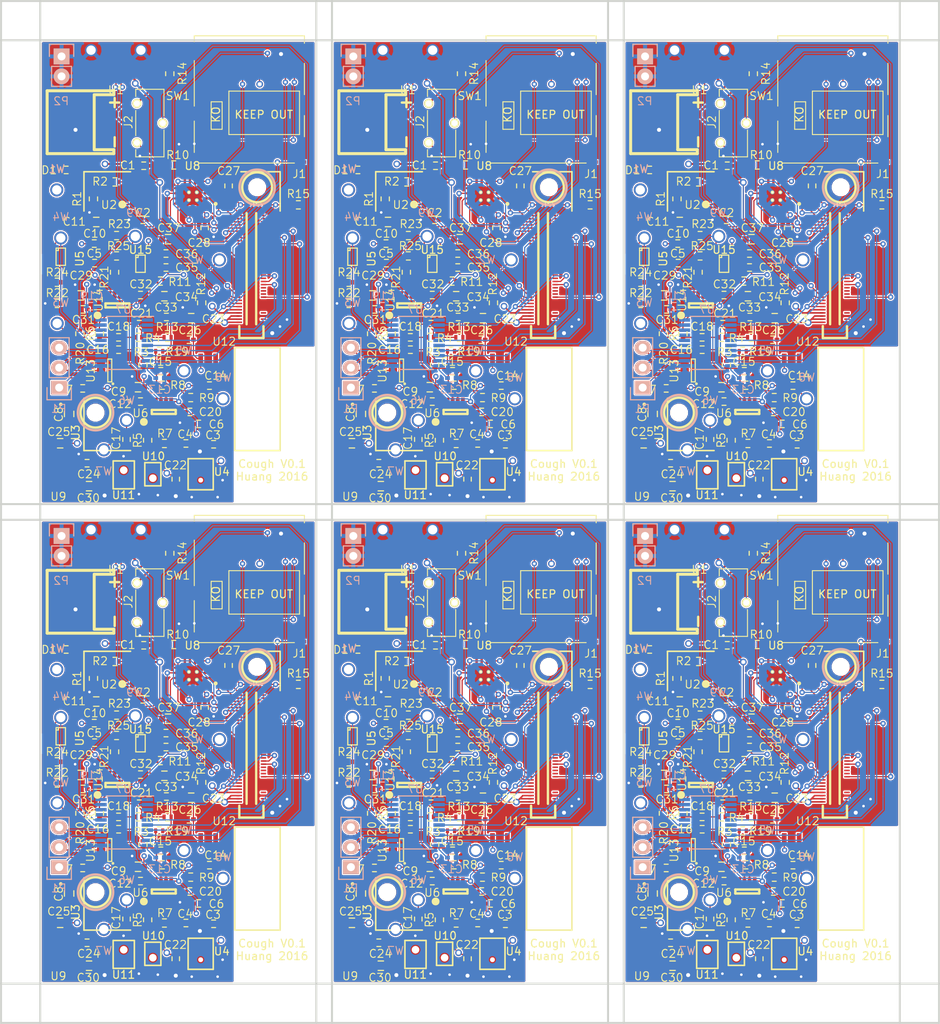
<source format=kicad_pcb>
(kicad_pcb (version 4) (host pcbnew 4.0.2+dfsg1-stable)
  (layers (0 F.Cu signal) (1 In1.Cu signal) (2 In2.Cu signal) (31 B.Cu signal) (34 B.Paste user) (35 F.Paste user) (36 B.SilkS user) (37 F.SilkS user) (38 B.Mask user) (39 F.Mask user) (44 Edge.Cuts user))
  (net 0 "")
  (net 1 /VBUS)
  (net 2 GND)
  (net 3 +BATT)
  (net 4 VCC)
  (net 5 "Net-(C4-Pad1)")
  (net 6 /SPU0410LR5H/MIC_OUT)
  (net 7 /SPU0410LR5H/VREF)
  (net 8 /SPU0410LR5H/MIC_AMP2_OUT)
  (net 9 /SPU0410LR5H/MIC_AMP1_OUT)
  (net 10 "Net-(C20-Pad2)")
  (net 11 +1V2)
  (net 12 "Net-(D1-Pad1)")
  (net 13 "Net-(D1-Pad2)")
  (net 14 "Net-(R2-Pad1)")
  (net 15 /D-)
  (net 16 /D+)
  (net 17 "Net-(U3-Pad7)")
  (net 18 "Net-(U3-Pad19)")
  (net 19 "Net-(U3-Pad21)")
  (net 20 "Net-(U3-Pad22)")
  (net 21 "Net-(U3-Pad23)")
  (net 22 "Net-(U3-Pad24)")
  (net 23 "Net-(U3-Pad26)")
  (net 24 "Net-(U3-Pad28)")
  (net 25 "Net-(U3-Pad30)")
  (net 26 "Net-(U3-Pad31)")
  (net 27 "Net-(U3-Pad32)")
  (net 28 "Net-(U3-Pad34)")
  (net 29 "Net-(U3-Pad36)")
  (net 30 "Net-(U3-Pad37)")
  (net 31 "Net-(U3-Pad41)")
  (net 32 "Net-(U3-Pad43)")
  (net 33 "Net-(U3-Pad45)")
  (net 34 "Net-(U3-Pad46)")
  (net 35 "Net-(U3-Pad48)")
  (net 36 "Net-(U3-Pad50)")
  (net 37 "Net-(U3-Pad52)")
  (net 38 "Net-(U3-Pad53)")
  (net 39 "Net-(U3-Pad54)")
  (net 40 /ADC_SCLK)
  (net 41 "Net-(U3-Pad56)")
  (net 42 "Net-(U3-Pad57)")
  (net 43 "Net-(U3-Pad61)")
  (net 44 "Net-(U3-Pad63)")
  (net 45 "Net-(U3-Pad65)")
  (net 46 "Net-(U3-Pad67)")
  (net 47 "Net-(U3-Pad69)")
  (net 48 "Net-(U9-Pad4)")
  (net 49 /SPU0410LR5H/MIC_AMP2_IN)
  (net 50 /SPU0410LR5H/MIC_AMP1_IN)
  (net 51 /SD_DAT2)
  (net 52 /SD_DAT3)
  (net 53 /SD_CMD)
  (net 54 /SD_CLK)
  (net 55 /SD_DAT0)
  (net 56 /SD_DAT1)
  (net 57 /DCIN)
  (net 58 "Net-(U1-Pad4)")
  (net 59 "Net-(U3-Pad3)")
  (net 60 /EDISON_SD_CLK_FB)
  (net 61 /EDISON_SD_CLK)
  (net 62 /EDISON_SD_CD)
  (net 63 /EDISON_SD_CMD)
  (net 64 /EDISON_SD_DAT2)
  (net 65 /EDISON_SD_DAT0)
  (net 66 /EDISON_SD_DAT3)
  (net 67 /EDISON_SD_DAT1)
  (net 68 +1V8)
  (net 69 "Net-(R10-Pad1)")
  (net 70 "Net-(R14-Pad1)")
  (net 71 /PWRBTN)
  (net 72 /EDI_ADC_RDY)
  (net 73 /EDI_ADC_SCLK)
  (net 74 "Net-(U3-Pad42)")
  (net 75 "Net-(C16-Pad2)")
  (net 76 /SPU0410LR5H/MIC_A3_IN)
  (net 77 "Net-(C33-Pad1)")
  (net 78 /SPU0410LR5H/MIC_A4_IN)
  (net 79 /SPU0410LR5H/MIC_A4_OUT)
  (net 80 /ADC_CS)
  (net 81 /SPU0410LR5H/MIC_A3_OUT)
  (net 82 /COMP1_OUT)
  (net 83 /COMP2_OUT)
  (net 84 /EDI_ADC_CS)
  (net 85 "Net-(U7-Pad1)")
  (net 86 "Net-(U7-Pad3)")
  (net 87 "Net-(U7-Pad4)")
  (net 88 /ADC_DATA)
  (net 89 "Net-(U7-Pad17)")
  (net 90 "Net-(U7-Pad18)")
  (net 91 "Net-(U7-Pad20)")
  (net 92 /SPU0410LR5H/COMP1_IN)
  (net 93 /SPU0410LR5H/COMP2_IN)
  (net 94 /EDI_COMP2_OUT)
  (net 95 /EDI_COMP1_OUT)
  (net 96 /EDI_ADC_DATA)
  (net 97 "Net-(U3-Pad33)")
  (net 98 "Net-(U3-Pad35)")
  (net 99 "Net-(U3-Pad39)")
  (module lab11-ic:TQFN-16-4x4mm (layer F.Cu) (at 106.4584 93.5628 180)
    (fp_text reference U8 (at 0 3.81 180) (layer F.SilkS))
    (fp_text value MAX13035E)
    (pad 1 smd oval (at -1.85 -0.975 270) (size 0.3 1) (layers F.Cu F.Paste F.Mask) (net 65 /EDISON_SD_DAT0))
    (pad 2 smd oval (at -1.85 -0.325 270) (size 0.3 1) (layers F.Cu F.Paste F.Mask) (net 68 +1V8))
    (pad 3 smd oval (at -1.85 0.325 270) (size 0.3 1) (layers F.Cu F.Paste F.Mask) (net 66 /EDISON_SD_DAT3))
    (pad 4 smd oval (at -1.85 0.975 270) (size 0.3 1) (layers F.Cu F.Paste F.Mask) (net 67 /EDISON_SD_DAT1))
    (pad 5 smd oval (at -0.975 1.85 180) (size 0.3 1) (layers F.Cu F.Paste F.Mask) (net 52 /SD_DAT3))
    (pad 12 smd oval (at 1.85 -0.975 270) (size 0.3 1) (layers F.Cu F.Paste F.Mask) (net 61 /EDISON_SD_CLK))
    (pad 16 smd oval (at -0.975 -1.85) (size 0.3 1) (layers F.Cu F.Paste F.Mask) (net 4 VCC))
    (pad 6 smd oval (at -0.325 1.85 180) (size 0.3 1) (layers F.Cu F.Paste F.Mask) (net 56 /SD_DAT1))
    (pad 7 smd oval (at 0.325 1.85 180) (size 0.3 1) (layers F.Cu F.Paste F.Mask) (net 51 /SD_DAT2))
    (pad 8 smd oval (at 0.975 1.85 180) (size 0.3 1) (layers F.Cu F.Paste F.Mask) (net 53 /SD_CMD))
    (pad 11 smd oval (at 1.85 -0.325 270) (size 0.3 1) (layers F.Cu F.Paste F.Mask) (net 60 /EDISON_SD_CLK_FB))
    (pad 10 smd oval (at 1.85 0.325 270) (size 0.3 1) (layers F.Cu F.Paste F.Mask) (net 63 /EDISON_SD_CMD))
    (pad 9 smd oval (at 1.85 0.975 270) (size 0.3 1) (layers F.Cu F.Paste F.Mask) (net 64 /EDISON_SD_DAT2))
    (pad 15 smd oval (at -0.325 -1.85) (size 0.3 1) (layers F.Cu F.Paste F.Mask) (net 55 /SD_DAT0))
    (pad 14 smd oval (at 0.325 -1.85) (size 0.3 1) (layers F.Cu F.Paste F.Mask) (net 54 /SD_CLK))
    (pad 13 smd oval (at 0.975 -1.85) (size 0.3 1) (layers F.Cu F.Paste F.Mask) (net 2 GND))
    (pad 17 smd rect (at 0 0) (size 2.1 2.1) (layers F.Cu F.Paste F.Mask) (net 2 GND))
    (pad 17 thru_hole circle (at -0.55 -0.55) (size 0.457 0.457) (drill 0.203) (layers *.Cu F.SilkS) (net 2 GND))
    (pad 17 thru_hole circle (at 0.45 -0.55) (size 0.457 0.457) (drill 0.203) (layers *.Cu F.SilkS) (net 2 GND))
    (pad 17 thru_hole circle (at -0.55 0.45) (size 0.457 0.457) (drill 0.203) (layers *.Cu F.SilkS) (net 2 GND))
    (pad 17 thru_hole circle (at 0.45 0.45) (size 0.457 0.457) (drill 0.203) (layers *.Cu F.SilkS) (net 2 GND))
  )
  (module TO_SOT_Packages_SMD:SC-70-5 (layer F.Cu) (at 99.8342 102.203 270)
    (fp_text reference U15 (at -1.778 0 360) (layer F.SilkS))
    (fp_text value TS881)
    (pad 1 smd rect (at -0.6604 1.016 270) (size 0.4064 0.6604) (layers F.Cu F.Paste F.Mask) (net 83 /COMP2_OUT))
    (pad 3 smd rect (at 0.6604 1.016 270) (size 0.4064 0.6604) (layers F.Cu F.Paste F.Mask) (net 93 /SPU0410LR5H/COMP2_IN))
    (pad 2 smd rect (at 0 1.016 270) (size 0.4064 0.6604) (layers F.Cu F.Paste F.Mask) (net 2 GND))
    (pad 4 smd rect (at 0.6604 -1.016 270) (size 0.4064 0.6604) (layers F.Cu F.Paste F.Mask) (net 7 /SPU0410LR5H/VREF))
    (pad 5 smd rect (at -0.6604 -1.016 270) (size 0.4064 0.6604) (layers F.Cu F.Paste F.Mask) (net 4 VCC))
  )
  (module TO_SOT_Packages_SMD:SC-70-5 (layer F.Cu) (at 89.6742 101.314 270)
    (fp_text reference U5 (at 0.254 -2.413 270) (layer F.SilkS))
    (fp_text value TS881)
    (pad 1 smd rect (at -0.6604 1.016 270) (size 0.4064 0.6604) (layers F.Cu F.Paste F.Mask) (net 82 /COMP1_OUT))
    (pad 3 smd rect (at 0.6604 1.016 270) (size 0.4064 0.6604) (layers F.Cu F.Paste F.Mask) (net 92 /SPU0410LR5H/COMP1_IN))
    (pad 2 smd rect (at 0 1.016 270) (size 0.4064 0.6604) (layers F.Cu F.Paste F.Mask) (net 2 GND))
    (pad 4 smd rect (at 0.6604 -1.016 270) (size 0.4064 0.6604) (layers F.Cu F.Paste F.Mask) (net 7 /SPU0410LR5H/VREF))
    (pad 5 smd rect (at -0.6604 -1.016 270) (size 0.4064 0.6604) (layers F.Cu F.Paste F.Mask) (net 4 VCC))
  )
  (module lab11-connectors:Testpoint (layer B.Cu) (at 89.1662 92.805)
    (fp_text reference W1 (at 0 -2.667) (layer B.SilkS) (effects (justify mirror)))
    (fp_text value TEST_1P)
    (pad 1 thru_hole circle (at 0 0) (size 1.68 1.68) (drill 1.2) (layers *.Cu *.Mask) (net 4 VCC))
  )
  (module lab11-microphones:ICS-40310 (layer F.Cu) (at 97.701 128.492 90)
    (fp_text reference U11 (at -3.175 -0.0258 180) (layer F.SilkS))
    (fp_text value ICS-40310)
    (pad 3 smd rect (at -1.52 -0.61 90) (size 0.8 0.6) (layers F.Cu F.Paste F.Mask) (net 11 +1V2))
    (pad 1 smd rect (at -1.52 0.61 90) (size 0.8 0.6) (layers F.Cu F.Paste F.Mask) (net 6 /SPU0410LR5H/MIC_OUT))
    (pad 2 smd circle (at 0 0 90) (size 1.55 1.55) (layers F.Cu F.Paste F.Mask) (net 2 GND))
    (pad "" np_thru_hole circle (at 0 0 90) (size 0.95 0.95) (drill 0.95) (layers *.Cu F.SilkS))
  )
  (module lab11-mcu:intel_edison_compute_module (layer F.Cu) (at 94.101 121.163)
    (fp_text reference U3 (at -2.54 2.54 90) (layer F.SilkS))
    (fp_text value edison_iot_module)
    (pad "" np_thru_hole circle (at 0 0) (size 2 2) (drill 2) (layers *.Cu F.SilkS))
    (pad "" np_thru_hole circle (at 20.6 -28.69) (size 2 2) (drill 2) (layers *.Cu F.SilkS))
    (pad 1 smd rect (at 21.405 -11.5) (size 0.7 0.2) (layers F.Cu F.Paste F.Mask) (net 2 GND))
    (pad 2 smd rect (at 18.325 -11.5) (size 0.7 0.2) (layers F.Cu F.Paste F.Mask) (net 3 +BATT))
    (pad 3 smd rect (at 21.405 -11.9) (size 0.7 0.2) (layers F.Cu F.Paste F.Mask) (net 59 "Net-(U3-Pad3)"))
    (pad 4 smd rect (at 18.325 -11.9) (size 0.7 0.2) (layers F.Cu F.Paste F.Mask) (net 3 +BATT))
    (pad 5 smd rect (at 21.405 -12.3) (size 0.7 0.2) (layers F.Cu F.Paste F.Mask) (net 2 GND))
    (pad 6 smd rect (at 18.325 -12.3) (size 0.7 0.2) (layers F.Cu F.Paste F.Mask) (net 3 +BATT))
    (pad 7 smd rect (at 21.405 -12.7) (size 0.7 0.2) (layers F.Cu F.Paste F.Mask) (net 17 "Net-(U3-Pad7)"))
    (pad 8 smd rect (at 18.325 -12.7) (size 0.7 0.2) (layers F.Cu F.Paste F.Mask) (net 4 VCC))
    (pad 9 smd rect (at 21.405 -13.1) (size 0.7 0.2) (layers F.Cu F.Paste F.Mask) (net 2 GND))
    (pad 10 smd rect (at 18.325 -13.1) (size 0.7 0.2) (layers F.Cu F.Paste F.Mask) (net 4 VCC))
    (pad 11 smd rect (at 21.405 -13.5) (size 0.7 0.2) (layers F.Cu F.Paste F.Mask) (net 2 GND))
    (pad 12 smd rect (at 18.325 -13.5) (size 0.7 0.2) (layers F.Cu F.Paste F.Mask) (net 68 +1V8))
    (pad 13 smd rect (at 21.405 -13.9) (size 0.7 0.2) (layers F.Cu F.Paste F.Mask) (net 2 GND))
    (pad 14 smd rect (at 18.325 -13.9) (size 0.7 0.2) (layers F.Cu F.Paste F.Mask) (net 57 /DCIN))
    (pad 15 smd rect (at 21.405 -14.3) (size 0.7 0.2) (layers F.Cu F.Paste F.Mask) (net 2 GND))
    (pad 16 smd rect (at 18.325 -14.3) (size 0.7 0.2) (layers F.Cu F.Paste F.Mask) (net 16 /D+))
    (pad 17 smd rect (at 21.405 -14.7) (size 0.7 0.2) (layers F.Cu F.Paste F.Mask) (net 71 /PWRBTN))
    (pad 18 smd rect (at 18.325 -14.7) (size 0.7 0.2) (layers F.Cu F.Paste F.Mask) (net 15 /D-))
    (pad 19 smd rect (at 21.405 -15.1) (size 0.7 0.2) (layers F.Cu F.Paste F.Mask) (net 18 "Net-(U3-Pad19)"))
    (pad 20 smd rect (at 18.325 -15.1) (size 0.7 0.2) (layers F.Cu F.Paste F.Mask) (net 1 /VBUS))
    (pad 21 smd rect (at 21.405 -15.5) (size 0.7 0.2) (layers F.Cu F.Paste F.Mask) (net 19 "Net-(U3-Pad21)"))
    (pad 22 smd rect (at 18.325 -15.5) (size 0.7 0.2) (layers F.Cu F.Paste F.Mask) (net 20 "Net-(U3-Pad22)"))
    (pad 23 smd rect (at 21.405 -15.9) (size 0.7 0.2) (layers F.Cu F.Paste F.Mask) (net 21 "Net-(U3-Pad23)"))
    (pad 24 smd rect (at 18.325 -15.9) (size 0.7 0.2) (layers F.Cu F.Paste F.Mask) (net 22 "Net-(U3-Pad24)"))
    (pad 25 smd rect (at 21.405 -16.3) (size 0.7 0.2) (layers F.Cu F.Paste F.Mask) (net 95 /EDI_COMP1_OUT))
    (pad 26 smd rect (at 18.325 -16.3) (size 0.7 0.2) (layers F.Cu F.Paste F.Mask) (net 23 "Net-(U3-Pad26)"))
    (pad 27 smd rect (at 21.405 -16.7) (size 0.7 0.2) (layers F.Cu F.Paste F.Mask) (net 94 /EDI_COMP2_OUT))
    (pad 28 smd rect (at 18.325 -16.7) (size 0.7 0.2) (layers F.Cu F.Paste F.Mask) (net 24 "Net-(U3-Pad28)"))
    (pad 29 smd rect (at 21.405 -17.1) (size 0.7 0.2) (layers F.Cu F.Paste F.Mask))
    (pad 30 smd rect (at 18.325 -17.1) (size 0.7 0.2) (layers F.Cu F.Paste F.Mask) (net 25 "Net-(U3-Pad30)"))
    (pad 31 smd rect (at 21.405 -17.5) (size 0.7 0.2) (layers F.Cu F.Paste F.Mask) (net 26 "Net-(U3-Pad31)"))
    (pad 32 smd rect (at 18.325 -17.5) (size 0.7 0.2) (layers F.Cu F.Paste F.Mask) (net 27 "Net-(U3-Pad32)"))
    (pad 33 smd rect (at 21.405 -17.9) (size 0.7 0.2) (layers F.Cu F.Paste F.Mask) (net 97 "Net-(U3-Pad33)"))
    (pad 34 smd rect (at 18.325 -17.9) (size 0.7 0.2) (layers F.Cu F.Paste F.Mask) (net 28 "Net-(U3-Pad34)"))
    (pad 35 smd rect (at 21.405 -18.3) (size 0.7 0.2) (layers F.Cu F.Paste F.Mask) (net 98 "Net-(U3-Pad35)"))
    (pad 36 smd rect (at 18.325 -18.3) (size 0.7 0.2) (layers F.Cu F.Paste F.Mask) (net 29 "Net-(U3-Pad36)"))
    (pad 37 smd rect (at 21.405 -18.7) (size 0.7 0.2) (layers F.Cu F.Paste F.Mask) (net 30 "Net-(U3-Pad37)"))
    (pad 38 smd rect (at 18.325 -18.7) (size 0.7 0.2) (layers F.Cu F.Paste F.Mask))
    (pad 39 smd rect (at 21.405 -19.1) (size 0.7 0.2) (layers F.Cu F.Paste F.Mask) (net 99 "Net-(U3-Pad39)"))
    (pad 40 smd rect (at 18.325 -19.1) (size 0.7 0.2) (layers F.Cu F.Paste F.Mask))
    (pad 41 smd rect (at 21.405 -19.5) (size 0.7 0.2) (layers F.Cu F.Paste F.Mask) (net 31 "Net-(U3-Pad41)"))
    (pad 42 smd rect (at 18.325 -19.5) (size 0.7 0.2) (layers F.Cu F.Paste F.Mask) (net 74 "Net-(U3-Pad42)"))
    (pad 43 smd rect (at 21.405 -19.9) (size 0.7 0.2) (layers F.Cu F.Paste F.Mask) (net 32 "Net-(U3-Pad43)"))
    (pad 44 smd rect (at 18.325 -19.9) (size 0.7 0.2) (layers F.Cu F.Paste F.Mask) (net 60 /EDISON_SD_CLK_FB))
    (pad 45 smd rect (at 21.405 -20.3) (size 0.7 0.2) (layers F.Cu F.Paste F.Mask) (net 33 "Net-(U3-Pad45)"))
    (pad 46 smd rect (at 18.325 -20.3) (size 0.7 0.2) (layers F.Cu F.Paste F.Mask) (net 34 "Net-(U3-Pad46)"))
    (pad 47 smd rect (at 21.405 -20.7) (size 0.7 0.2) (layers F.Cu F.Paste F.Mask) (net 72 /EDI_ADC_RDY))
    (pad 48 smd rect (at 18.325 -20.7) (size 0.7 0.2) (layers F.Cu F.Paste F.Mask) (net 35 "Net-(U3-Pad48)"))
    (pad 49 smd rect (at 21.405 -21.1) (size 0.7 0.2) (layers F.Cu F.Paste F.Mask))
    (pad 50 smd rect (at 18.325 -21.1) (size 0.7 0.2) (layers F.Cu F.Paste F.Mask) (net 36 "Net-(U3-Pad50)"))
    (pad 51 smd rect (at 21.405 -21.5) (size 0.7 0.2) (layers F.Cu F.Paste F.Mask) (net 84 /EDI_ADC_CS))
    (pad 52 smd rect (at 18.325 -21.5) (size 0.7 0.2) (layers F.Cu F.Paste F.Mask) (net 37 "Net-(U3-Pad52)"))
    (pad 53 smd rect (at 21.405 -21.9) (size 0.7 0.2) (layers F.Cu F.Paste F.Mask) (net 38 "Net-(U3-Pad53)"))
    (pad 54 smd rect (at 18.325 -21.9) (size 0.7 0.2) (layers F.Cu F.Paste F.Mask) (net 39 "Net-(U3-Pad54)"))
    (pad 55 smd rect (at 21.405 -22.3) (size 0.7 0.2) (layers F.Cu F.Paste F.Mask) (net 73 /EDI_ADC_SCLK))
    (pad 56 smd rect (at 18.325 -22.3) (size 0.7 0.2) (layers F.Cu F.Paste F.Mask) (net 41 "Net-(U3-Pad56)"))
    (pad 57 smd rect (at 21.405 -22.7) (size 0.7 0.2) (layers F.Cu F.Paste F.Mask) (net 42 "Net-(U3-Pad57)"))
    (pad 58 smd rect (at 18.325 -22.7) (size 0.7 0.2) (layers F.Cu F.Paste F.Mask) (net 61 /EDISON_SD_CLK))
    (pad 59 smd rect (at 21.405 -23.1) (size 0.7 0.2) (layers F.Cu F.Paste F.Mask) (net 96 /EDI_ADC_DATA))
    (pad 60 smd rect (at 18.325 -23.1) (size 0.7 0.2) (layers F.Cu F.Paste F.Mask) (net 62 /EDISON_SD_CD))
    (pad 61 smd rect (at 21.405 -23.5) (size 0.7 0.2) (layers F.Cu F.Paste F.Mask) (net 43 "Net-(U3-Pad61)"))
    (pad 62 smd rect (at 18.325 -23.5) (size 0.7 0.2) (layers F.Cu F.Paste F.Mask) (net 63 /EDISON_SD_CMD))
    (pad 63 smd rect (at 21.405 -23.9) (size 0.7 0.2) (layers F.Cu F.Paste F.Mask) (net 44 "Net-(U3-Pad63)"))
    (pad 64 smd rect (at 18.325 -23.9) (size 0.7 0.2) (layers F.Cu F.Paste F.Mask) (net 64 /EDISON_SD_DAT2))
    (pad 65 smd rect (at 21.405 -24.3) (size 0.7 0.2) (layers F.Cu F.Paste F.Mask) (net 45 "Net-(U3-Pad65)"))
    (pad 66 smd rect (at 18.325 -24.3) (size 0.7 0.2) (layers F.Cu F.Paste F.Mask) (net 65 /EDISON_SD_DAT0))
    (pad 67 smd rect (at 21.405 -24.7) (size 0.7 0.2) (layers F.Cu F.Paste F.Mask) (net 46 "Net-(U3-Pad67)"))
    (pad 68 smd rect (at 18.325 -24.7) (size 0.7 0.2) (layers F.Cu F.Paste F.Mask) (net 66 /EDISON_SD_DAT3))
    (pad 69 smd rect (at 21.405 -25.1) (size 0.7 0.2) (layers F.Cu F.Paste F.Mask) (net 47 "Net-(U3-Pad69)"))
    (pad 70 smd rect (at 18.325 -25.1) (size 0.7 0.2) (layers F.Cu F.Paste F.Mask) (net 67 /EDISON_SD_DAT1))
  )
  (module lab11-microphones:SPV1840LR5H-B (layer F.Cu) (at 101.409 129.508)
    (fp_text reference U10 (at 0.0762 -2.794) (layer F.SilkS))
    (fp_text value SPV1840LR5H-B)
    (pad 2 smd rect (at -0.475 -1.4775) (size 0.65 0.545) (layers F.Cu F.Paste F.Mask) (net 6 /SPU0410LR5H/MIC_OUT))
    (pad 1 smd rect (at 0.475 -1.4775) (size 0.65 0.545) (layers F.Cu F.Paste F.Mask) (net 4 VCC))
    (pad 3 smd circle (at 0 0) (size 1.45 1.45) (layers F.Cu F.Paste F.Mask) (net 2 GND))
    (pad "" np_thru_hole circle (at 0 0) (size 0.95 0.95) (drill 0.95) (layers *.Cu F.SilkS))
  )
  (module lab11-microphones:SPU0410LR5H-QB (layer F.Cu) (at 107.505 129.762)
    (fp_text reference U4 (at 2.6924 -1.0668) (layer F.SilkS))
    (fp_text value SPU0410LR5H-QB)
    (pad 1 smd circle (at -0.966 -2.103) (size 0.723 0.723) (layers F.Cu F.Paste F.Mask) (net 6 /SPU0410LR5H/MIC_OUT))
    (pad 2 smd circle (at -1.015 0.634) (size 0.562 0.562) (layers F.Cu F.Paste F.Mask) (net 2 GND))
    (pad 3 smd circle (at 1.015 0.634) (size 0.562 0.562) (layers F.Cu F.Paste F.Mask) (net 2 GND))
    (pad 4 smd circle (at 0.966 -2.103) (size 0.723 0.723) (layers F.Cu F.Paste F.Mask) (net 4 VCC))
    (pad 5 smd circle (at 0 -2.103) (size 0.512 0.512) (layers F.Cu F.Paste F.Mask) (net 2 GND))
    (pad 6 smd circle (at 0 0) (size 1.224 1.224) (layers F.Cu F.Paste F.Mask) (net 2 GND))
    (pad "" np_thru_hole circle (at 0 0) (size 0.61 0.61) (drill 0.61) (layers *.Cu))
  )
  (module TO_SOT_Packages_SMD:SOT-23-6 (layer F.Cu) (at 95.9226 115.792 180)
    (fp_text reference U13 (at 2.4384 -0.0508 270) (layer F.SilkS) (effects (font (size 1.016 1.016) (thickness 0.127))))
    (fp_text value AD7680)
    (pad 1 smd rect (at -1.1 -0.95 180) (size 1.06 0.65) (layers F.Cu F.Paste F.Mask) (net 4 VCC))
    (pad 2 smd rect (at -1.1 0 180) (size 1.06 0.65) (layers F.Cu F.Paste F.Mask) (net 2 GND))
    (pad 3 smd rect (at -1.1 0.95 180) (size 1.06 0.65) (layers F.Cu F.Paste F.Mask) (net 8 /SPU0410LR5H/MIC_AMP2_OUT))
    (pad 4 smd rect (at 1.1 0.95 180) (size 1.06 0.65) (layers F.Cu F.Paste F.Mask) (net 40 /ADC_SCLK))
    (pad 6 smd rect (at 1.1 -0.95 180) (size 1.06 0.65) (layers F.Cu F.Paste F.Mask) (net 80 /ADC_CS))
    (pad 5 smd rect (at 1.1 0 180) (size 1.06 0.65) (layers F.Cu F.Paste F.Mask) (net 88 /ADC_DATA))
  )
  (module Housings_SSOP:TSSOP-20_4.4x6.5mm_Pitch0.65mm (layer B.Cu) (at 97.755 112.2874 180)
    (fp_text reference U7 (at 0.0798 4.2424 180) (layer B.SilkS) (effects (font (size 1.016 1.016) (thickness 0.127)) (justify mirror)))
    (fp_text value TXS0108E-Q1)
    (pad 1 smd rect (at -2.95 2.925 180) (size 1.45 0.45) (layers B.Cu B.Paste B.Mask) (net 85 "Net-(U7-Pad1)"))
    (pad 2 smd rect (at -2.95 2.275 180) (size 1.45 0.45) (layers B.Cu B.Paste B.Mask) (net 68 +1V8))
    (pad 3 smd rect (at -2.95 1.625 180) (size 1.45 0.45) (layers B.Cu B.Paste B.Mask) (net 86 "Net-(U7-Pad3)"))
    (pad 4 smd rect (at -2.95 0.975 180) (size 1.45 0.45) (layers B.Cu B.Paste B.Mask) (net 87 "Net-(U7-Pad4)"))
    (pad 5 smd rect (at -2.95 0.325 180) (size 1.45 0.45) (layers B.Cu B.Paste B.Mask) (net 94 /EDI_COMP2_OUT))
    (pad 6 smd rect (at -2.95 -0.325 180) (size 1.45 0.45) (layers B.Cu B.Paste B.Mask) (net 95 /EDI_COMP1_OUT))
    (pad 7 smd rect (at -2.95 -0.975 180) (size 1.45 0.45) (layers B.Cu B.Paste B.Mask) (net 73 /EDI_ADC_SCLK))
    (pad 8 smd rect (at -2.95 -1.625 180) (size 1.45 0.45) (layers B.Cu B.Paste B.Mask) (net 96 /EDI_ADC_DATA))
    (pad 9 smd rect (at -2.95 -2.275 180) (size 1.45 0.45) (layers B.Cu B.Paste B.Mask) (net 84 /EDI_ADC_CS))
    (pad 10 smd rect (at -2.95 -2.925 180) (size 1.45 0.45) (layers B.Cu B.Paste B.Mask) (net 68 +1V8))
    (pad 11 smd rect (at 2.95 -2.925 180) (size 1.45 0.45) (layers B.Cu B.Paste B.Mask) (net 2 GND))
    (pad 12 smd rect (at 2.95 -2.275 180) (size 1.45 0.45) (layers B.Cu B.Paste B.Mask) (net 80 /ADC_CS))
    (pad 13 smd rect (at 2.95 -1.625 180) (size 1.45 0.45) (layers B.Cu B.Paste B.Mask) (net 88 /ADC_DATA))
    (pad 14 smd rect (at 2.95 -0.975 180) (size 1.45 0.45) (layers B.Cu B.Paste B.Mask) (net 40 /ADC_SCLK))
    (pad 15 smd rect (at 2.95 -0.325 180) (size 1.45 0.45) (layers B.Cu B.Paste B.Mask) (net 82 /COMP1_OUT))
    (pad 16 smd rect (at 2.95 0.325 180) (size 1.45 0.45) (layers B.Cu B.Paste B.Mask) (net 83 /COMP2_OUT))
    (pad 17 smd rect (at 2.95 0.975 180) (size 1.45 0.45) (layers B.Cu B.Paste B.Mask) (net 89 "Net-(U7-Pad17)"))
    (pad 18 smd rect (at 2.95 1.625 180) (size 1.45 0.45) (layers B.Cu B.Paste B.Mask) (net 90 "Net-(U7-Pad18)"))
    (pad 19 smd rect (at 2.95 2.275 180) (size 1.45 0.45) (layers B.Cu B.Paste B.Mask) (net 4 VCC))
    (pad 20 smd rect (at 2.95 2.925 180) (size 1.45 0.45) (layers B.Cu B.Paste B.Mask) (net 91 "Net-(U7-Pad20)"))
  )
  (module Capacitors_SMD:C_0603 (layer F.Cu) (at 90.741 121.3292 270)
    (fp_text reference C8 (at 0.0508 1.3208 270) (layer F.SilkS) (effects (font (size 1.016 1.016) (thickness 0.127))))
    (fp_text value C_10u_0603_10V_tantalum)
    (pad 1 smd rect (at -0.75 0 270) (size 0.8 0.75) (layers F.Cu F.Paste F.Mask) (net 4 VCC))
    (pad 2 smd rect (at 0.75 0 270) (size 0.8 0.75) (layers F.Cu F.Paste F.Mask) (net 2 GND))
  )
  (module lab11-connectors:Testpoint (layer B.Cu) (at 99.1738 98.7232)
    (fp_text reference W9 (at -0.1016 -2.9972) (layer B.SilkS) (effects (font (size 1.016 1.016) (thickness 0.127)) (justify mirror)))
    (fp_text value TEST_1P)
    (pad 1 thru_hole circle (at 0 0) (size 1.68 1.68) (drill 1.2) (layers *.Cu *.Mask) (net 83 /COMP2_OUT))
  )
  (module lab11-connectors:Testpoint (layer B.Cu) (at 89.217 109.7976)
    (fp_text reference W3 (at 0.4572 -2.6416) (layer B.SilkS) (effects (font (size 1.016 1.016) (thickness 0.127)) (justify mirror)))
    (fp_text value TEST_1P)
    (pad 1 thru_hole circle (at 0 0) (size 1.68 1.68) (drill 1.2) (layers *.Cu *.Mask) (net 81 /SPU0410LR5H/MIC_A3_OUT))
  )
  (module lab11-ic:SOT-23-8 (layer F.Cu) (at 95.8822 108.7808)
    (fp_text reference U14 (at -1.382 -1.9804 90) (layer F.SilkS) (effects (font (size 1.016 1.016) (thickness 0.127))))
    (fp_text value MIC863)
    (pad 1 smd rect (at 0 0) (size 0.48 0.99) (layers F.Cu F.Paste F.Mask) (net 81 /SPU0410LR5H/MIC_A3_OUT))
    (pad 2 smd rect (at 0.65 0) (size 0.48 0.99) (layers F.Cu F.Paste F.Mask) (net 76 /SPU0410LR5H/MIC_A3_IN))
    (pad 3 smd rect (at 1.3 0) (size 0.48 0.99) (layers F.Cu F.Paste F.Mask) (net 7 /SPU0410LR5H/VREF))
    (pad 4 smd rect (at 1.95 0) (size 0.48 0.99) (layers F.Cu F.Paste F.Mask) (net 2 GND))
    (pad 5 smd rect (at 1.95 -2.59) (size 0.48 0.99) (layers F.Cu F.Paste F.Mask) (net 7 /SPU0410LR5H/VREF))
    (pad 6 smd rect (at 1.3 -2.59) (size 0.48 0.99) (layers F.Cu F.Paste F.Mask) (net 78 /SPU0410LR5H/MIC_A4_IN))
    (pad 7 smd rect (at 0.65 -2.59) (size 0.48 0.99) (layers F.Cu F.Paste F.Mask) (net 79 /SPU0410LR5H/MIC_A4_OUT))
    (pad 8 smd rect (at 0 -2.59) (size 0.48 0.99) (layers F.Cu F.Paste F.Mask) (net 4 VCC))
  )
  (module Resistors_SMD:R_0402 (layer F.Cu) (at 96.7862 101.2124)
    (fp_text reference R25 (at 0.254 -1.27) (layer F.SilkS) (effects (font (size 1.016 1.016) (thickness 0.127))))
    (fp_text value GENERIC_R_0402)
    (pad 1 smd rect (at -0.45 0) (size 0.4 0.6) (layers F.Cu F.Paste F.Mask) (net 93 /SPU0410LR5H/COMP2_IN))
    (pad 2 smd rect (at 0.45 0) (size 0.4 0.6) (layers F.Cu F.Paste F.Mask) (net 83 /COMP2_OUT))
  )
  (module Resistors_SMD:R_0402 (layer F.Cu) (at 89.217 104.5652 180)
    (fp_text reference R24 (at -0.0072 1.27 180) (layer F.SilkS) (effects (font (size 1.016 1.016) (thickness 0.127))))
    (fp_text value GENERIC_R_0402)
    (pad 1 smd rect (at -0.45 0 180) (size 0.4 0.6) (layers F.Cu F.Paste F.Mask) (net 92 /SPU0410LR5H/COMP1_IN))
    (pad 2 smd rect (at 0.45 0 180) (size 0.4 0.6) (layers F.Cu F.Paste F.Mask) (net 82 /COMP1_OUT))
  )
  (module Resistors_SMD:R_0402 (layer F.Cu) (at 96.7862 98.6216 180)
    (fp_text reference R23 (at -0.3556 1.4732 180) (layer F.SilkS) (effects (font (size 1.016 1.016) (thickness 0.127))))
    (fp_text value GENERIC_R_0402)
    (pad 1 smd rect (at -0.45 0 180) (size 0.4 0.6) (layers F.Cu F.Paste F.Mask) (net 2 GND))
    (pad 2 smd rect (at 0.45 0 180) (size 0.4 0.6) (layers F.Cu F.Paste F.Mask) (net 93 /SPU0410LR5H/COMP2_IN))
  )
  (module Resistors_SMD:R_0402 (layer F.Cu) (at 89.217 107.2576)
    (fp_text reference R22 (at 0.0072 -1.3208) (layer F.SilkS) (effects (font (size 1.016 1.016) (thickness 0.127))))
    (fp_text value GENERIC_R_0402)
    (pad 1 smd rect (at -0.45 0) (size 0.4 0.6) (layers F.Cu F.Paste F.Mask) (net 2 GND))
    (pad 2 smd rect (at 0.45 0) (size 0.4 0.6) (layers F.Cu F.Paste F.Mask) (net 92 /SPU0410LR5H/COMP1_IN))
  )
  (module Resistors_SMD:R_0402 (layer F.Cu) (at 96.5322 103.288 270)
    (fp_text reference R21 (at 0.6168 1.3208 270) (layer F.SilkS) (effects (font (size 1.016 1.016) (thickness 0.127))))
    (fp_text value GENERIC_R_0402)
    (pad 1 smd rect (at -0.45 0 270) (size 0.4 0.6) (layers F.Cu F.Paste F.Mask) (net 93 /SPU0410LR5H/COMP2_IN))
    (pad 2 smd rect (at 0.45 0 270) (size 0.4 0.6) (layers F.Cu F.Paste F.Mask) (net 79 /SPU0410LR5H/MIC_A4_OUT))
  )
  (module Resistors_SMD:R_0402 (layer F.Cu) (at 92.1126 111.1184 270)
    (fp_text reference R20 (at 2.4892 -0.0508 270) (layer F.SilkS) (effects (font (size 1.016 1.016) (thickness 0.127))))
    (fp_text value GENERIC_R_0402)
    (pad 1 smd rect (at -0.45 0 270) (size 0.4 0.6) (layers F.Cu F.Paste F.Mask) (net 92 /SPU0410LR5H/COMP1_IN))
    (pad 2 smd rect (at 0.45 0 270) (size 0.4 0.6) (layers F.Cu F.Paste F.Mask) (net 81 /SPU0410LR5H/MIC_A3_OUT))
  )
  (module Capacitors_SMD:C_0603 (layer F.Cu) (at 103.3394 99.0788)
    (fp_text reference C37 (at 0.1016 -1.4224) (layer F.SilkS) (effects (font (size 1.016 1.016) (thickness 0.127))))
    (fp_text value C_10u_0603_10V_10%_JB)
    (pad 1 smd rect (at -0.75 0) (size 0.8 0.75) (layers F.Cu F.Paste F.Mask) (net 4 VCC))
    (pad 2 smd rect (at 0.75 0) (size 0.8 0.75) (layers F.Cu F.Paste F.Mask) (net 2 GND))
  )
  (module Capacitors_SMD:C_0402 (layer F.Cu) (at 103.0854 100.9076)
    (fp_text reference C36 (at 2.6416 0.0508) (layer F.SilkS) (effects (font (size 1.016 1.016) (thickness 0.127))))
    (fp_text value C_0.1u_0402_10V_10%_JB)
    (pad 1 smd rect (at -0.55 0) (size 0.6 0.5) (layers F.Cu F.Paste F.Mask) (net 4 VCC))
    (pad 2 smd rect (at 0.55 0) (size 0.6 0.5) (layers F.Cu F.Paste F.Mask) (net 2 GND))
  )
  (module Capacitors_SMD:C_0402 (layer F.Cu) (at 103.0854 102.6856)
    (fp_text reference C35 (at 2.6416 0) (layer F.SilkS) (effects (font (size 1.016 1.016) (thickness 0.127))))
    (fp_text value C_0.1u_0402_10V_10%_JB)
    (pad 1 smd rect (at -0.55 0) (size 0.6 0.5) (layers F.Cu F.Paste F.Mask) (net 7 /SPU0410LR5H/VREF))
    (pad 2 smd rect (at 0.55 0) (size 0.6 0.5) (layers F.Cu F.Paste F.Mask) (net 2 GND))
  )
  (module Capacitors_SMD:C_0603 (layer F.Cu) (at 102.8822 106.3432)
    (fp_text reference C34 (at 2.794 0.1016) (layer F.SilkS) (effects (font (size 1.016 1.016) (thickness 0.127))))
    (fp_text value GENERIC_C_0603)
    (pad 1 smd rect (at -0.75 0) (size 0.8 0.75) (layers F.Cu F.Paste F.Mask) (net 79 /SPU0410LR5H/MIC_A4_OUT))
    (pad 2 smd rect (at 0.75 0) (size 0.8 0.75) (layers F.Cu F.Paste F.Mask) (net 77 "Net-(C33-Pad1)"))
  )
  (module Capacitors_SMD:C_0402 (layer F.Cu) (at 103.1362 108.9848 180)
    (fp_text reference C33 (at 0.0508 1.2192 180) (layer F.SilkS) (effects (font (size 1.016 1.016) (thickness 0.127))))
    (fp_text value GENERIC_C_0402)
    (pad 1 smd rect (at -0.55 0 180) (size 0.6 0.5) (layers F.Cu F.Paste F.Mask) (net 77 "Net-(C33-Pad1)"))
    (pad 2 smd rect (at 0.55 0 180) (size 0.6 0.5) (layers F.Cu F.Paste F.Mask) (net 78 /SPU0410LR5H/MIC_A4_IN))
  )
  (module Capacitors_SMD:C_0402 (layer F.Cu) (at 99.8342 106.1908)
    (fp_text reference C32 (at 0.0508 -1.3716) (layer F.SilkS) (effects (font (size 1.016 1.016) (thickness 0.127))))
    (fp_text value C_0.1u_0402_10V_10%_JB)
    (pad 1 smd rect (at -0.55 0) (size 0.6 0.5) (layers F.Cu F.Paste F.Mask) (net 7 /SPU0410LR5H/VREF))
    (pad 2 smd rect (at 0.55 0) (size 0.6 0.5) (layers F.Cu F.Paste F.Mask) (net 2 GND))
  )
  (module Capacitors_SMD:C_0402 (layer F.Cu) (at 92.519 108.0196 180)
    (fp_text reference C31 (at -0.0508 -1.3208 180) (layer F.SilkS) (effects (font (size 1.016 1.016) (thickness 0.127))))
    (fp_text value C_0.1u_0402_10V_10%_JB)
    (pad 1 smd rect (at -0.55 0 180) (size 0.6 0.5) (layers F.Cu F.Paste F.Mask) (net 4 VCC))
    (pad 2 smd rect (at 0.55 0 180) (size 0.6 0.5) (layers F.Cu F.Paste F.Mask) (net 2 GND))
  )
  (module Capacitors_SMD:C_0603 (layer F.Cu) (at 92.2142 106.2416 180)
    (fp_text reference C29 (at -0.0508 2.54 180) (layer F.SilkS) (effects (font (size 1.016 1.016) (thickness 0.127))))
    (fp_text value C_10u_0603_10V_10%_JB)
    (pad 1 smd rect (at -0.75 0 180) (size 0.8 0.75) (layers F.Cu F.Paste F.Mask) (net 4 VCC))
    (pad 2 smd rect (at 0.75 0 180) (size 0.8 0.75) (layers F.Cu F.Paste F.Mask) (net 2 GND))
  )
  (module lab11-connectors:MICRO_USB_RECEPTABLE (layer F.Cu) (at 96.71 75.017 180)
    (fp_text reference U1 (at 0 -5.08 180) (layer F.SilkS) (effects (font (size 1.016 1.016) (thickness 0.127))))
    (fp_text value microUSB-B)
    (pad 6 smd rect (at -1.2 0 180) (size 1.9 1.6) (layers F.Cu F.Paste F.Mask) (net 2 GND))
    (pad 6 smd rect (at 1.2 0 180) (size 1.9 1.6) (layers F.Cu F.Paste F.Mask) (net 2 GND))
    (pad 6 smd rect (at -3.2 -2.5 180) (size 1.6 1.4) (layers F.Cu F.Paste F.Mask) (net 2 GND))
    (pad 6 smd rect (at 3.2 -2.5 180) (size 1.6 1.4) (layers F.Cu F.Paste F.Mask) (net 2 GND))
    (pad 1 smd rect (at -1.3 -2.675 180) (size 0.4 1.35) (layers F.Cu F.Paste F.Mask) (net 1 /VBUS))
    (pad 2 smd rect (at -0.65 -2.675 180) (size 0.4 1.35) (layers F.Cu F.Paste F.Mask) (net 15 /D-))
    (pad 3 smd rect (at 0 -2.675 180) (size 0.4 1.35) (layers F.Cu F.Paste F.Mask) (net 16 /D+))
    (pad 4 smd rect (at 0.65 -2.675 180) (size 0.4 1.35) (layers F.Cu F.Paste F.Mask) (net 58 "Net-(U1-Pad4)"))
    (pad 5 smd rect (at 1.3 -2.675 180) (size 0.4 1.35) (layers F.Cu F.Paste F.Mask) (net 2 GND))
    (pad 6 thru_hole circle (at -3.175 0 180) (size 1.6 1.6) (drill 1.2) (layers *.Cu *.Mask) (net 2 GND))
    (pad 6 thru_hole circle (at 3.175 0 180) (size 1.6 1.6) (drill 1.2) (layers *.Cu *.Mask) (net 2 GND))
  )
  (module Capacitors_SMD:C_0402 (layer F.Cu) (at 108.013 97.631 270)
    (fp_text reference C28 (at 1.905 0.7112 360) (layer F.SilkS) (effects (font (size 1.016 1.016) (thickness 0.127))))
    (fp_text value C_0.1u_0402_10V_10%_JB)
    (pad 1 smd rect (at -0.55 0 270) (size 0.6 0.5) (layers F.Cu F.Paste F.Mask) (net 4 VCC))
    (pad 2 smd rect (at 0.55 0 270) (size 0.6 0.5) (layers F.Cu F.Paste F.Mask) (net 2 GND))
  )
  (module Capacitors_SMD:C_0402 (layer F.Cu) (at 111.061 92.297 90)
    (fp_text reference C27 (at 1.905 0 360) (layer F.SilkS) (effects (font (size 1.016 1.016) (thickness 0.127))))
    (fp_text value C_0.1u_0402_10V_10%_JB)
    (pad 1 smd rect (at -0.55 0 90) (size 0.6 0.5) (layers F.Cu F.Paste F.Mask) (net 68 +1V8))
    (pad 2 smd rect (at 0.55 0 90) (size 0.6 0.5) (layers F.Cu F.Paste F.Mask) (net 2 GND))
  )
  (module Resistors_SMD:R_0402 (layer F.Cu) (at 102.2218 113.3536 180)
    (fp_text reference R19 (at -2.286 -0.0508 180) (layer F.SilkS) (effects (font (size 1.016 1.016) (thickness 0.127))))
    (fp_text value GENERIC_R_0402)
    (pad 1 smd rect (at -0.45 0 180) (size 0.4 0.6) (layers F.Cu F.Paste F.Mask) (net 77 "Net-(C33-Pad1)"))
    (pad 2 smd rect (at 0.45 0 180) (size 0.4 0.6) (layers F.Cu F.Paste F.Mask) (net 8 /SPU0410LR5H/MIC_AMP2_OUT))
  )
  (module Capacitors_SMD:C_0402 (layer B.Cu) (at 93.4842 107.6132)
    (fp_text reference C19 (at 0.127 -1.3462) (layer B.SilkS) (effects (font (size 1.016 1.016) (thickness 0.127)) (justify mirror)))
    (fp_text value C_0.1u_0402_10V_10%_JB)
    (pad 1 smd rect (at -0.55 0) (size 0.6 0.5) (layers B.Cu B.Paste B.Mask) (net 4 VCC))
    (pad 2 smd rect (at 0.55 0) (size 0.6 0.5) (layers B.Cu B.Paste B.Mask) (net 2 GND))
  )
  (module Capacitors_SMD:C_0402 (layer B.Cu) (at 102.3234 116.7572)
    (fp_text reference C13 (at -0.0508 1.4732) (layer B.SilkS) (effects (font (size 1.016 1.016) (thickness 0.127)) (justify mirror)))
    (fp_text value C_0.1u_0402_10V_10%_JB)
    (pad 1 smd rect (at -0.55 0) (size 0.6 0.5) (layers B.Cu B.Paste B.Mask) (net 68 +1V8))
    (pad 2 smd rect (at 0.55 0) (size 0.6 0.5) (layers B.Cu B.Paste B.Mask) (net 2 GND))
  )
  (module Pin_Headers:Pin_Header_Straight_1x02 (layer B.Cu) (at 89.7758 75.8124 180)
    (fp_text reference P2 (at 0.0508 -5.6896 180) (layer B.SilkS) (effects (font (size 1.016 1.016) (thickness 0.127)) (justify mirror)))
    (fp_text value CONN_01X02)
    (pad 1 thru_hole rect (at 0 0 180) (size 2.032 2.032) (drill 1.016) (layers *.Cu *.Mask B.SilkS) (net 2 GND))
    (pad 2 thru_hole oval (at 0 -2.54 180) (size 2.032 2.032) (drill 1.016) (layers *.Cu *.Mask B.SilkS) (net 2 GND))
  )
  (module Resistors_SMD:R_0402 (layer F.Cu) (at 119.951 94.71)
    (fp_text reference R15 (at 0 -1.397) (layer F.SilkS) (effects (font (size 1.016 1.016) (thickness 0.127))))
    (fp_text value R_10k_0402_1%,100ppm/c,0.063W)
    (pad 1 smd rect (at -0.45 0) (size 0.4 0.6) (layers F.Cu F.Paste F.Mask) (net 68 +1V8))
    (pad 2 smd rect (at 0.45 0) (size 0.4 0.6) (layers F.Cu F.Paste F.Mask) (net 62 /EDISON_SD_CD))
  )
  (module Resistors_SMD:R_0402 (layer F.Cu) (at 103.568 78.015 90)
    (fp_text reference R14 (at 0.0182 1.6002 90) (layer F.SilkS) (effects (font (size 1.016 1.016) (thickness 0.127))))
    (fp_text value R_200_0402_1%,100ppm/c,0.1W)
    (pad 1 smd rect (at -0.45 0 90) (size 0.4 0.6) (layers F.Cu F.Paste F.Mask) (net 70 "Net-(R14-Pad1)"))
    (pad 2 smd rect (at 0.45 0 90) (size 0.4 0.6) (layers F.Cu F.Paste F.Mask) (net 3 +BATT))
  )
  (module Resistors_SMD:R_0402 (layer F.Cu) (at 104.076 89.63)
    (fp_text reference R10 (at 0.508 -1.27) (layer F.SilkS) (effects (font (size 1.016 1.016) (thickness 0.127))))
    (fp_text value R_10k_0402_1%,100ppm/c,0.063W)
    (pad 1 smd rect (at -0.45 0) (size 0.4 0.6) (layers F.Cu F.Paste F.Mask) (net 69 "Net-(R10-Pad1)"))
    (pad 2 smd rect (at 0.45 0) (size 0.4 0.6) (layers F.Cu F.Paste F.Mask) (net 2 GND))
  )
  (module lab11-connectors:2201778-1 (layer F.Cu) (at 115.548 78.138 180)
    (fp_text reference J1 (at -4.53 -12.635 180) (layer F.SilkS) (effects (font (size 1.016 1.016) (thickness 0.127))))
    (fp_text value MicroSD)
    (fp_text user KO (at 6.1 -5.08 270) (layer F.SilkS))
    (fp_text user "KEEP OUT" (at 0 -5.08 180) (layer F.SilkS))
    (pad 8 smd rect (at -3.85 0.7 180) (size 0.8 1.4) (layers F.Cu F.Paste F.Mask) (net 56 /SD_DAT1))
    (pad 7 smd rect (at -2.75 0.7 180) (size 0.8 1.4) (layers F.Cu F.Paste F.Mask) (net 55 /SD_DAT0))
    (pad 6 smd rect (at -1.65 0.7 180) (size 0.8 1.4) (layers F.Cu F.Paste F.Mask) (net 2 GND))
    (pad 5 smd rect (at -0.55 0.7 180) (size 0.8 1.4) (layers F.Cu F.Paste F.Mask) (net 54 /SD_CLK))
    (pad 4 smd rect (at 0.55 0.7 180) (size 0.8 1.4) (layers F.Cu F.Paste F.Mask) (net 4 VCC))
    (pad 3 smd rect (at 1.65 0.7 180) (size 0.8 1.4) (layers F.Cu F.Paste F.Mask) (net 53 /SD_CMD))
    (pad 2 smd rect (at 2.75 0.7 180) (size 0.8 1.4) (layers F.Cu F.Paste F.Mask) (net 52 /SD_DAT3))
    (pad 1 smd rect (at 3.85 0.7 180) (size 0.8 1.4) (layers F.Cu F.Paste F.Mask) (net 51 /SD_DAT2))
    (pad 11 smd rect (at -4.74 2.75 180) (size 1.35 1.8) (layers F.Cu F.Paste F.Mask) (net 2 GND))
    (pad 16 smd rect (at 8.58 3 180) (size 1.16 1.5) (layers F.Cu F.Paste F.Mask) (net 2 GND))
    (pad 12 smd rect (at -5.065 -3.88 180) (size 0.65 2.14) (layers F.Cu F.Paste F.Mask) (net 2 GND))
    (pad 15 smd rect (at 8.86 -4.975 180) (size 0.6 1.15) (layers F.Cu F.Paste F.Mask) (net 2 GND))
    (pad 13 smd rect (at -5.065 -8.96 180) (size 0.65 1.6) (layers F.Cu F.Paste F.Mask) (net 2 GND))
    (pad 14 smd rect (at 8.835 -10.9 180) (size 0.65 1.3) (layers F.Cu F.Paste F.Mask) (net 2 GND))
    (pad 10 smd rect (at -4.84 -10.465 180) (size 1.1 0.45) (layers F.Cu F.Paste F.Mask) (net 2 GND))
    (pad 9 smd rect (at -4.815 -11.125 180) (size 1.15 0.45) (layers F.Cu F.Paste F.Mask) (net 62 /EDISON_SD_CD))
  )
  (module lab11-connectors:CONN_JST-2_SMD_SIDE (layer F.Cu) (at 87.93684 84.18678 270)
    (fp_text reference J2 (at -0.01 -10.35 270) (layer F.SilkS) (effects (font (size 1.016 1.016) (thickness 0.127))))
    (fp_text value JST_2_CONN_SIDE)
    (fp_text user - (at 2.49936 -8.49884 270) (layer F.SilkS) (effects (font (thickness 0.3048))))
    (fp_text user + (at -2.49936 -8.49884 270) (layer F.SilkS) (effects (font (thickness 0.3048))))
    (pad "" smd rect (at -3.34772 -1.69926 270) (size 1.4986 3.39598) (layers F.Cu F.Paste F.Mask))
    (pad 1 smd rect (at -0.99822 -7.24916 270) (size 0.99568 3.49758) (layers F.Cu F.Paste F.Mask) (net 3 +BATT))
    (pad 2 smd rect (at 0.99822 -7.24916 270) (size 0.99568 3.49758) (layers F.Cu F.Paste F.Mask) (net 2 GND))
    (pad "" smd rect (at 3.34772 -1.69926 270) (size 1.4986 3.39598) (layers F.Cu F.Paste F.Mask))
  )
  (module lab11-switches:CL-SB-12C (layer F.Cu) (at 101.028 84.296 90)
    (fp_text reference SW1 (at 3.4544 3.5814 180) (layer F.SilkS) (effects (font (size 1.016 1.016) (thickness 0.127))))
    (fp_text value CL-SB_13C)
    (pad C thru_hole circle (at 0 1.65 90) (size 1.15 1.15) (drill 0.8) (layers *.Cu *.Mask F.SilkS) (net 71 /PWRBTN))
    (pad 1 thru_hole circle (at -2.5 -1.65 90) (size 1.15 1.15) (drill 0.8) (layers *.Cu *.Mask F.SilkS) (net 69 "Net-(R10-Pad1)"))
    (pad 2 thru_hole circle (at 2.5 -1.65 90) (size 1.15 1.15) (drill 0.8) (layers *.Cu *.Mask F.SilkS) (net 70 "Net-(R14-Pad1)"))
  )
  (module Resistors_SMD:R_0402 (layer F.Cu) (at 107.632 107.1814 270)
    (fp_text reference R12 (at -2.413 0.0762 270) (layer F.SilkS) (effects (font (size 1.016 1.016) (thickness 0.127))))
    (fp_text value R_0_0402_.1W)
    (pad 1 smd rect (at -0.45 0 270) (size 0.4 0.6) (layers F.Cu F.Paste F.Mask) (net 57 /DCIN))
    (pad 2 smd rect (at 0.45 0 270) (size 0.4 0.6) (layers F.Cu F.Paste F.Mask) (net 3 +BATT))
  )
  (module lab11-ic:TSOT-5 (layer F.Cu) (at 90.294 127.603 180)
    (fp_text reference U9 (at 0.9246 -4.2418 180) (layer F.SilkS) (effects (font (size 1.016 1.016) (thickness 0.127))))
    (fp_text value ADP160AUJZ-1.2-R7)
    (pad 1 smd rect (at 0 0 180) (size 0.5 1.2) (layers F.Cu F.Paste F.Mask) (net 4 VCC))
    (pad 2 smd rect (at 0.95 0 180) (size 0.5 1.2) (layers F.Cu F.Paste F.Mask) (net 2 GND))
    (pad 3 smd rect (at 1.9 0 180) (size 0.5 1.2) (layers F.Cu F.Paste F.Mask) (net 4 VCC))
    (pad 4 smd rect (at 1.9 -2.35 180) (size 0.5 1.2) (layers F.Cu F.Paste F.Mask) (net 48 "Net-(U9-Pad4)"))
    (pad 5 smd rect (at 0 -2.35 180) (size 0.5 1.2) (layers F.Cu F.Paste F.Mask) (net 11 +1V2))
  )
  (module lab11-connectors:Testpoint (layer B.Cu) (at 110.3498 119.3988)
    (fp_text reference W8 (at 0.0254 -2.7178) (layer B.SilkS) (effects (font (size 1.016 1.016) (thickness 0.127)) (justify mirror)))
    (fp_text value TEST_1P)
    (pad 1 thru_hole circle (at 0 0) (size 1.68 1.68) (drill 1.2) (layers *.Cu *.Mask) (net 49 /SPU0410LR5H/MIC_AMP2_IN))
  )
  (module lab11-connectors:Testpoint (layer F.Cu) (at 95.1606 125.9012)
    (fp_text reference W7 (at 0 2.7178) (layer B.SilkS) (effects (font (size 1.016 1.016) (thickness 0.127)) (justify mirror)))
    (fp_text value TEST_1P)
    (pad 1 thru_hole circle (at 0 0) (size 1.68 1.68) (drill 1.2) (layers *.Cu *.Mask) (net 50 /SPU0410LR5H/MIC_AMP1_IN))
  )
  (module lab11-connectors:Testpoint (layer B.Cu) (at 98.0562 122.142)
    (fp_text reference W6 (at 0 -2.54) (layer B.SilkS) (effects (font (size 1.016 1.016) (thickness 0.127)) (justify mirror)))
    (fp_text value TEST_1P)
    (pad 1 thru_hole circle (at 0 0) (size 1.68 1.68) (drill 1.2) (layers *.Cu *.Mask) (net 9 /SPU0410LR5H/MIC_AMP1_OUT))
  )
  (module lab11-connectors:Testpoint (layer B.Cu) (at 105.3714 115.8428)
    (fp_text reference W5 (at -0.0762 -2.5908) (layer B.SilkS) (effects (font (size 1.016 1.016) (thickness 0.127)) (justify mirror)))
    (fp_text value TEST_1P)
    (pad 1 thru_hole circle (at 0 0) (size 1.68 1.68) (drill 1.2) (layers *.Cu *.Mask) (net 8 /SPU0410LR5H/MIC_AMP2_OUT))
  )
  (module lab11-connectors:Testpoint (layer B.Cu) (at 89.6742 98.9264)
    (fp_text reference W4 (at 0 -2.6924) (layer B.SilkS) (effects (font (size 1.016 1.016) (thickness 0.127)) (justify mirror)))
    (fp_text value TEST_1P)
    (pad 1 thru_hole circle (at 0 0) (size 1.68 1.68) (drill 1.2) (layers *.Cu *.Mask) (net 82 /COMP1_OUT))
  )
  (module lab11-connectors:Testpoint (layer B.Cu) (at 109.8926 101.7204)
    (fp_text reference W2 (at -3.0734 -0.0254) (layer B.SilkS) (effects (font (size 1.016 1.016) (thickness 0.127)) (justify mirror)))
    (fp_text value TEST_1P)
    (pad 1 thru_hole circle (at 0 0) (size 1.68 1.68) (drill 1.2) (layers *.Cu *.Mask) (net 79 /SPU0410LR5H/MIC_A4_OUT))
  )
  (module lab11-ic:ISL60002 (layer F.Cu) (at 107.51 114.268)
    (fp_text reference U12 (at 2.9922 -2.159 180) (layer F.SilkS) (effects (font (size 1.016 1.016) (thickness 0.127))))
    (fp_text value ISL60002CIH312Z-TK)
    (pad 1 smd rect (at 0 0) (size 0.6 1.25) (layers F.Cu F.Paste F.Mask) (net 4 VCC))
    (pad 2 smd rect (at 1.9 0) (size 0.6 1.25) (layers F.Cu F.Paste F.Mask) (net 7 /SPU0410LR5H/VREF))
    (pad 3 smd rect (at 0.95 -2.15) (size 0.6 1.25) (layers F.Cu F.Paste F.Mask) (net 2 GND))
  )
  (module lab11-ic:SOT-23-8 (layer F.Cu) (at 101.7854 122.3444)
    (fp_text reference U6 (at -1.9512 -1.1168) (layer F.SilkS) (effects (font (size 1.016 1.016) (thickness 0.127))))
    (fp_text value MIC863)
    (pad 1 smd rect (at 0 0) (size 0.48 0.99) (layers F.Cu F.Paste F.Mask) (net 9 /SPU0410LR5H/MIC_AMP1_OUT))
    (pad 2 smd rect (at 0.65 0) (size 0.48 0.99) (layers F.Cu F.Paste F.Mask) (net 50 /SPU0410LR5H/MIC_AMP1_IN))
    (pad 3 smd rect (at 1.3 0) (size 0.48 0.99) (layers F.Cu F.Paste F.Mask) (net 7 /SPU0410LR5H/VREF))
    (pad 4 smd rect (at 1.95 0) (size 0.48 0.99) (layers F.Cu F.Paste F.Mask) (net 2 GND))
    (pad 5 smd rect (at 1.95 -2.59) (size 0.48 0.99) (layers F.Cu F.Paste F.Mask) (net 7 /SPU0410LR5H/VREF))
    (pad 6 smd rect (at 1.3 -2.59) (size 0.48 0.99) (layers F.Cu F.Paste F.Mask) (net 49 /SPU0410LR5H/MIC_AMP2_IN))
    (pad 7 smd rect (at 0.65 -2.59) (size 0.48 0.99) (layers F.Cu F.Paste F.Mask) (net 8 /SPU0410LR5H/MIC_AMP2_OUT))
    (pad 8 smd rect (at 0 -2.59) (size 0.48 0.99) (layers F.Cu F.Paste F.Mask) (net 4 VCC))
  )
  (module lab11-ic:SOT-23-5 (layer F.Cu) (at 98.7826 94.6592)
    (fp_text reference U2 (at -2.9616 0.0508) (layer F.SilkS) (effects (font (size 1.016 1.016) (thickness 0.127))))
    (fp_text value MCP73831T-2ACI/OT)
    (pad 1 smd rect (at 0 0) (size 0.6 1.1) (layers F.Cu F.Paste F.Mask) (net 13 "Net-(D1-Pad2)"))
    (pad 2 smd rect (at 0.95 0) (size 0.6 1.1) (layers F.Cu F.Paste F.Mask) (net 2 GND))
    (pad 3 smd rect (at 1.9 0) (size 0.6 1.1) (layers F.Cu F.Paste F.Mask) (net 3 +BATT))
    (pad 4 smd rect (at 1.9 -2.8) (size 0.6 1.1) (layers F.Cu F.Paste F.Mask) (net 1 /VBUS))
    (pad 5 smd rect (at 0 -2.8) (size 0.6 1.1) (layers F.Cu F.Paste F.Mask) (net 14 "Net-(R2-Pad1)"))
  )
  (module Resistors_SMD:R_0402 (layer F.Cu) (at 103.2886 111.5756 180)
    (fp_text reference R13 (at 0.0508 1.3208 180) (layer F.SilkS) (effects (font (size 1.016 1.016) (thickness 0.127))))
    (fp_text value GENERIC_R_0402)
    (pad 1 smd rect (at -0.45 0 180) (size 0.4 0.6) (layers F.Cu F.Paste F.Mask) (net 77 "Net-(C33-Pad1)"))
    (pad 2 smd rect (at 0.45 0 180) (size 0.4 0.6) (layers F.Cu F.Paste F.Mask) (net 7 /SPU0410LR5H/VREF))
  )
  (module Resistors_SMD:R_0402 (layer F.Cu) (at 102.367 104.4128 180)
    (fp_text reference R11 (at -2.4964 -0.1016 360) (layer F.SilkS) (effects (font (size 1.016 1.016) (thickness 0.127))))
    (fp_text value GENERIC_R_0402)
    (pad 1 smd rect (at -0.45 0 180) (size 0.4 0.6) (layers F.Cu F.Paste F.Mask) (net 79 /SPU0410LR5H/MIC_A4_OUT))
    (pad 2 smd rect (at 0.45 0 180) (size 0.4 0.6) (layers F.Cu F.Paste F.Mask) (net 78 /SPU0410LR5H/MIC_A4_IN))
  )
  (module Resistors_SMD:R_0402 (layer F.Cu) (at 106.235 119.2464)
    (fp_text reference R9 (at 2.032 0.0508) (layer F.SilkS) (effects (font (size 1.016 1.016) (thickness 0.127))))
    (fp_text value R_100K_0402_0.5%,25ppm/c,0.063W)
    (pad 1 smd rect (at -0.45 0) (size 0.4 0.6) (layers F.Cu F.Paste F.Mask) (net 49 /SPU0410LR5H/MIC_AMP2_IN))
    (pad 2 smd rect (at 0.45 0) (size 0.4 0.6) (layers F.Cu F.Paste F.Mask) (net 10 "Net-(C20-Pad2)"))
  )
  (module Resistors_SMD:R_0402 (layer F.Cu) (at 102.6282 117.6716)
    (fp_text reference R8 (at 1.9812 0 180) (layer F.SilkS) (effects (font (size 1.016 1.016) (thickness 0.127))))
    (fp_text value R_499K_0402_1%,100ppm/c,0.063W)
    (pad 1 smd rect (at -0.45 0) (size 0.4 0.6) (layers F.Cu F.Paste F.Mask) (net 8 /SPU0410LR5H/MIC_AMP2_OUT))
    (pad 2 smd rect (at 0.45 0) (size 0.4 0.6) (layers F.Cu F.Paste F.Mask) (net 49 /SPU0410LR5H/MIC_AMP2_IN))
  )
  (module Resistors_SMD:R_0402 (layer F.Cu) (at 102.8822 125.0884 180)
    (fp_text reference R7 (at -0.0508 1.27 180) (layer F.SilkS) (effects (font (size 1.016 1.016) (thickness 0.127))))
    (fp_text value R_100K_0402_0.5%,25ppm/c,0.063W)
    (pad 1 smd rect (at -0.45 0 180) (size 0.4 0.6) (layers F.Cu F.Paste F.Mask) (net 5 "Net-(C4-Pad1)"))
    (pad 2 smd rect (at 0.45 0 180) (size 0.4 0.6) (layers F.Cu F.Paste F.Mask) (net 50 /SPU0410LR5H/MIC_AMP1_IN))
  )
  (module Resistors_SMD:R_0402 (layer F.Cu) (at 94.6018 111.1184 90)
    (fp_text reference R6 (at 0.0508 -1.1684 90) (layer F.SilkS) (effects (font (size 1.016 1.016) (thickness 0.127))))
    (fp_text value GENERIC_R_0402)
    (pad 1 smd rect (at -0.45 0 90) (size 0.4 0.6) (layers F.Cu F.Paste F.Mask) (net 76 /SPU0410LR5H/MIC_A3_IN))
    (pad 2 smd rect (at 0.45 0 90) (size 0.4 0.6) (layers F.Cu F.Paste F.Mask) (net 81 /SPU0410LR5H/MIC_A3_OUT))
  )
  (module Resistors_SMD:R_0402 (layer F.Cu) (at 100.7486 124.682 90)
    (fp_text reference R5 (at 0 -1.27 90) (layer F.SilkS) (effects (font (size 1.016 1.016) (thickness 0.127))))
    (fp_text value R_499K_0402_1%,100ppm/c,0.063W)
    (pad 1 smd rect (at -0.45 0 90) (size 0.4 0.6) (layers F.Cu F.Paste F.Mask) (net 50 /SPU0410LR5H/MIC_AMP1_IN))
    (pad 2 smd rect (at 0.45 0 90) (size 0.4 0.6) (layers F.Cu F.Paste F.Mask) (net 9 /SPU0410LR5H/MIC_AMP1_OUT))
  )
  (module Resistors_SMD:R_0402 (layer F.Cu) (at 99.5366 111.5756)
    (fp_text reference R4 (at 1.8796 0.1016 180) (layer F.SilkS) (effects (font (size 1.016 1.016) (thickness 0.127))))
    (fp_text value GENERIC_R_0402)
    (pad 1 smd rect (at -0.45 0) (size 0.4 0.6) (layers F.Cu F.Paste F.Mask) (net 75 "Net-(C16-Pad2)"))
    (pad 2 smd rect (at 0.45 0) (size 0.4 0.6) (layers F.Cu F.Paste F.Mask) (net 7 /SPU0410LR5H/VREF))
  )
  (module Resistors_SMD:R_0402 (layer F.Cu) (at 100.139 115.0808 90)
    (fp_text reference R3 (at 1.6256 -0.2032 180) (layer F.SilkS) (effects (font (size 1.016 1.016) (thickness 0.127))))
    (fp_text value GENERIC_R_0402)
    (pad 1 smd rect (at -0.45 0 90) (size 0.4 0.6) (layers F.Cu F.Paste F.Mask) (net 8 /SPU0410LR5H/MIC_AMP2_OUT))
    (pad 2 smd rect (at 0.45 0 90) (size 0.4 0.6) (layers F.Cu F.Paste F.Mask) (net 75 "Net-(C16-Pad2)"))
  )
  (module Resistors_SMD:R_0402 (layer F.Cu) (at 96.583 91.789 180)
    (fp_text reference R2 (at 1.905 0.0508 360) (layer F.SilkS) (effects (font (size 1.016 1.016) (thickness 0.127))))
    (fp_text value R_2K_0402_1%,100ppm/c,0.1W)
    (pad 1 smd rect (at -0.45 0 180) (size 0.4 0.6) (layers F.Cu F.Paste F.Mask) (net 14 "Net-(R2-Pad1)"))
    (pad 2 smd rect (at 0.45 0 180) (size 0.4 0.6) (layers F.Cu F.Paste F.Mask) (net 2 GND))
  )
  (module Resistors_SMD:R_0402 (layer F.Cu) (at 93.8398 93.948 90)
    (fp_text reference R1 (at 0 -2.0828 270) (layer F.SilkS) (effects (font (size 1.016 1.016) (thickness 0.127))))
    (fp_text value R_1K_0402_1%,100ppm/c,0.2W)
    (pad 1 smd rect (at -0.45 0 90) (size 0.4 0.6) (layers F.Cu F.Paste F.Mask) (net 1 /VBUS))
    (pad 2 smd rect (at 0.45 0 90) (size 0.4 0.6) (layers F.Cu F.Paste F.Mask) (net 12 "Net-(D1-Pad1)"))
  )
  (module Capacitors_SMD:C_0402 (layer F.Cu) (at 90.36 90.265)
    (fp_text reference D1 (at -2.159 0.0254) (layer F.SilkS) (effects (font (size 1.016 1.016) (thickness 0.127))))
    (fp_text value LED_GREEN_0402_20mA)
    (pad 1 smd rect (at -0.55 0) (size 0.6 0.5) (layers F.Cu F.Paste F.Mask) (net 12 "Net-(D1-Pad1)"))
    (pad 2 smd rect (at 0.55 0) (size 0.6 0.5) (layers F.Cu F.Paste F.Mask) (net 13 "Net-(D1-Pad2)"))
  )
  (module Capacitors_SMD:C_0603 (layer F.Cu) (at 93.281 130.524)
    (fp_text reference C30 (at -0.1016 1.524) (layer F.SilkS) (effects (font (size 1.016 1.016) (thickness 0.127))))
    (fp_text value C_1u_0402_10V_10%_JB)
    (pad 1 smd rect (at -0.75 0) (size 0.8 0.75) (layers F.Cu F.Paste F.Mask) (net 11 +1V2))
    (pad 2 smd rect (at 0.75 0) (size 0.8 0.75) (layers F.Cu F.Paste F.Mask) (net 2 GND))
  )
  (module Capacitors_SMD:C_0402 (layer F.Cu) (at 106.0318 111.8804 180)
    (fp_text reference C26 (at -0.1016 1.2192 180) (layer F.SilkS) (effects (font (size 1.016 1.016) (thickness 0.127))))
    (fp_text value C_0.1u_0402_10V_10%_JB)
    (pad 1 smd rect (at -0.55 0 180) (size 0.6 0.5) (layers F.Cu F.Paste F.Mask) (net 4 VCC))
    (pad 2 smd rect (at 0.55 0 180) (size 0.6 0.5) (layers F.Cu F.Paste F.Mask) (net 2 GND))
  )
  (module Capacitors_SMD:C_0603 (layer F.Cu) (at 89.598 125.063 180)
    (fp_text reference C25 (at 0.1778 1.4478 180) (layer F.SilkS) (effects (font (size 1.016 1.016) (thickness 0.127))))
    (fp_text value C_1u_0402_10V_10%_JB)
    (pad 1 smd rect (at -0.75 0 180) (size 0.8 0.75) (layers F.Cu F.Paste F.Mask) (net 4 VCC))
    (pad 2 smd rect (at 0.75 0 180) (size 0.8 0.75) (layers F.Cu F.Paste F.Mask) (net 2 GND))
  )
  (module Capacitors_SMD:C_0402 (layer F.Cu) (at 93.027 127.603 180)
    (fp_text reference C24 (at -0.2032 -1.397 360) (layer F.SilkS) (effects (font (size 1.016 1.016) (thickness 0.127))))
    (fp_text value C_0.1u_0402_10V_10%_JB)
    (pad 1 smd rect (at -0.55 0 180) (size 0.6 0.5) (layers F.Cu F.Paste F.Mask) (net 11 +1V2))
    (pad 2 smd rect (at 0.55 0 180) (size 0.6 0.5) (layers F.Cu F.Paste F.Mask) (net 2 GND))
  )
  (module Capacitors_SMD:C_0603 (layer F.Cu) (at 106.2978 109.1372 180)
    (fp_text reference C23 (at -2.8328 -0.1016 180) (layer F.SilkS) (effects (font (size 1.016 1.016) (thickness 0.127))))
    (fp_text value C_10u_0603_10V_10%_JB)
    (pad 1 smd rect (at -0.75 0 180) (size 0.8 0.75) (layers F.Cu F.Paste F.Mask) (net 4 VCC))
    (pad 2 smd rect (at 0.75 0 180) (size 0.8 0.75) (layers F.Cu F.Paste F.Mask) (net 2 GND))
  )
  (module Capacitors_SMD:C_0402 (layer F.Cu) (at 104.33 129.635 270)
    (fp_text reference C22 (at -1.778 0.0508 360) (layer F.SilkS) (effects (font (size 1.016 1.016) (thickness 0.127))))
    (fp_text value C_0.1u_0402_10V_10%_JB)
    (pad 1 smd rect (at -0.55 0 270) (size 0.6 0.5) (layers F.Cu F.Paste F.Mask) (net 4 VCC))
    (pad 2 smd rect (at 0.55 0 270) (size 0.6 0.5) (layers F.Cu F.Paste F.Mask) (net 2 GND))
  )
  (module Capacitors_SMD:C_0402 (layer F.Cu) (at 99.6818 109.8992)
    (fp_text reference C21 (at 0.254 -1.3716) (layer F.SilkS) (effects (font (size 1.016 1.016) (thickness 0.127))))
    (fp_text value C_0.1u_0402_10V_10%_JB)
    (pad 1 smd rect (at -0.55 0) (size 0.6 0.5) (layers F.Cu F.Paste F.Mask) (net 7 /SPU0410LR5H/VREF))
    (pad 2 smd rect (at 0.55 0) (size 0.6 0.5) (layers F.Cu F.Paste F.Mask) (net 2 GND))
  )
  (module Capacitors_SMD:C_0402 (layer F.Cu) (at 106.1334 121.0752)
    (fp_text reference C20 (at 2.6162 0) (layer F.SilkS) (effects (font (size 1.016 1.016) (thickness 0.127))))
    (fp_text value C_47p_0402_1%_C0G,NP0)
    (pad 1 smd rect (at -0.55 0) (size 0.6 0.5) (layers F.Cu F.Paste F.Mask) (net 9 /SPU0410LR5H/MIC_AMP1_OUT))
    (pad 2 smd rect (at 0.55 0) (size 0.6 0.5) (layers F.Cu F.Paste F.Mask) (net 10 "Net-(C20-Pad2)"))
  )
  (module Capacitors_SMD:C_0402 (layer F.Cu) (at 97.0402 111.5756)
    (fp_text reference C18 (at 0 -1.3716) (layer F.SilkS) (effects (font (size 1.016 1.016) (thickness 0.127))))
    (fp_text value GENERIC_C_0402)
    (pad 1 smd rect (at -0.55 0) (size 0.6 0.5) (layers F.Cu F.Paste F.Mask) (net 76 /SPU0410LR5H/MIC_A3_IN))
    (pad 2 smd rect (at 0.55 0) (size 0.6 0.5) (layers F.Cu F.Paste F.Mask) (net 75 "Net-(C16-Pad2)"))
  )
  (module Capacitors_SMD:C_0402 (layer F.Cu) (at 98.0562 124.5804 270)
    (fp_text reference C17 (at -0.1524 1.3208 450) (layer F.SilkS) (effects (font (size 1.016 1.016) (thickness 0.127))))
    (fp_text value C_0.1u_0402_10V_10%_JB)
    (pad 1 smd rect (at -0.55 0 270) (size 0.6 0.5) (layers F.Cu F.Paste F.Mask) (net 9 /SPU0410LR5H/MIC_AMP1_OUT))
    (pad 2 smd rect (at 0.55 0 270) (size 0.6 0.5) (layers F.Cu F.Paste F.Mask) (net 50 /SPU0410LR5H/MIC_AMP1_IN))
  )
  (module Capacitors_SMD:C_0402 (layer F.Cu) (at 97.049 113.1504)
    (fp_text reference C16 (at -2.6504 0) (layer F.SilkS) (effects (font (size 1.016 1.016) (thickness 0.127))))
    (fp_text value GENERIC_C_0402)
    (pad 1 smd rect (at -0.55 0) (size 0.6 0.5) (layers F.Cu F.Paste F.Mask) (net 81 /SPU0410LR5H/MIC_A3_OUT))
    (pad 2 smd rect (at 0.55 0) (size 0.6 0.5) (layers F.Cu F.Paste F.Mask) (net 75 "Net-(C16-Pad2)"))
  )
  (module Capacitors_SMD:C_0402 (layer F.Cu) (at 102.425 115.8936 180)
    (fp_text reference C15 (at 0.0508 1.2192 180) (layer F.SilkS) (effects (font (size 1.016 1.016) (thickness 0.127))))
    (fp_text value C_47p_0402_1%_C0G,NP0)
    (pad 1 smd rect (at -0.55 0 180) (size 0.6 0.5) (layers F.Cu F.Paste F.Mask) (net 49 /SPU0410LR5H/MIC_AMP2_IN))
    (pad 2 smd rect (at 0.55 0 180) (size 0.6 0.5) (layers F.Cu F.Paste F.Mask) (net 8 /SPU0410LR5H/MIC_AMP2_OUT))
  )
  (module Capacitors_SMD:C_0402 (layer F.Cu) (at 108.6226 117.7224)
    (fp_text reference C14 (at 0.8128 -1.27) (layer F.SilkS) (effects (font (size 1.016 1.016) (thickness 0.127))))
    (fp_text value C_0.1u_0402_10V_10%_JB)
    (pad 1 smd rect (at -0.55 0) (size 0.6 0.5) (layers F.Cu F.Paste F.Mask) (net 7 /SPU0410LR5H/VREF))
    (pad 2 smd rect (at 0.55 0) (size 0.6 0.5) (layers F.Cu F.Paste F.Mask) (net 2 GND))
  )
  (module Capacitors_SMD:C_0402 (layer F.Cu) (at 99.8342 119.7544 180)
    (fp_text reference C12 (at 2.5908 -0.3048 180) (layer F.SilkS) (effects (font (size 1.016 1.016) (thickness 0.127))))
    (fp_text value C_0.1u_0402_10V_10%_JB)
    (pad 1 smd rect (at -0.55 0 180) (size 0.6 0.5) (layers F.Cu F.Paste F.Mask) (net 4 VCC))
    (pad 2 smd rect (at 0.55 0 180) (size 0.6 0.5) (layers F.Cu F.Paste F.Mask) (net 2 GND))
  )
  (module Capacitors_SMD:C_0603 (layer F.Cu) (at 94.1954 96.8944)
    (fp_text reference C11 (at -2.794 -0.0508) (layer F.SilkS) (effects (font (size 1.016 1.016) (thickness 0.127))))
    (fp_text value C_10u_0603_10V_10%_JB)
    (pad 1 smd rect (at -0.75 0) (size 0.8 0.75) (layers F.Cu F.Paste F.Mask) (net 4 VCC))
    (pad 2 smd rect (at 0.75 0) (size 0.8 0.75) (layers F.Cu F.Paste F.Mask) (net 2 GND))
  )
  (module Capacitors_SMD:C_0603 (layer F.Cu) (at 99.5174 117.9256 180)
    (fp_text reference C9 (at 2.4772 -0.5588 180) (layer F.SilkS) (effects (font (size 1.016 1.016) (thickness 0.127))))
    (fp_text value C_10u_0603_10V_10%_JB)
    (pad 1 smd rect (at -0.75 0 180) (size 0.8 0.75) (layers F.Cu F.Paste F.Mask) (net 4 VCC))
    (pad 2 smd rect (at 0.75 0 180) (size 0.8 0.75) (layers F.Cu F.Paste F.Mask) (net 2 GND))
  )
  (module Capacitors_SMD:C_0402 (layer F.Cu) (at 92.4682 118.078 180)
    (fp_text reference C7 (at 2.2352 -0.1524 360) (layer F.SilkS) (effects (font (size 1.016 1.016) (thickness 0.127))))
    (fp_text value C_0.1u_0402_10V_10%_JB)
    (pad 1 smd rect (at -0.55 0 180) (size 0.6 0.5) (layers F.Cu F.Paste F.Mask) (net 4 VCC))
    (pad 2 smd rect (at 0.55 0 180) (size 0.6 0.5) (layers F.Cu F.Paste F.Mask) (net 2 GND))
  )
  (module Capacitors_SMD:C_0402 (layer F.Cu) (at 93.9922 102.1268)
    (fp_text reference C5 (at -0.0508 -1.2192) (layer F.SilkS) (effects (font (size 1.016 1.016) (thickness 0.127))))
    (fp_text value C_0.1u_0402_10V_10%_JB)
    (pad 1 smd rect (at -0.55 0) (size 0.6 0.5) (layers F.Cu F.Paste F.Mask) (net 7 /SPU0410LR5H/VREF))
    (pad 2 smd rect (at 0.55 0) (size 0.6 0.5) (layers F.Cu F.Paste F.Mask) (net 2 GND))
  )
  (module Capacitors_SMD:C_0402 (layer F.Cu) (at 105.6254 125.0884)
    (fp_text reference C4 (at -0.1016 -1.1684) (layer F.SilkS) (effects (font (size 1.016 1.016) (thickness 0.127))))
    (fp_text value C_0.1u_0402_10V_10%_JB)
    (pad 1 smd rect (at -0.55 0) (size 0.6 0.5) (layers F.Cu F.Paste F.Mask) (net 5 "Net-(C4-Pad1)"))
    (pad 2 smd rect (at 0.55 0) (size 0.6 0.5) (layers F.Cu F.Paste F.Mask) (net 6 /SPU0410LR5H/MIC_OUT))
  )
  (module Capacitors_SMD:C_0402 (layer F.Cu) (at 100.139 96.615 180)
    (fp_text reference C2 (at 0 0.889 180) (layer F.SilkS) (effects (font (size 1.016 1.016) (thickness 0.127))))
    (fp_text value C_4.7u_0402_10V_10%_X5R)
    (pad 1 smd rect (at -0.55 0 180) (size 0.6 0.5) (layers F.Cu F.Paste F.Mask) (net 3 +BATT))
    (pad 2 smd rect (at 0.55 0 180) (size 0.6 0.5) (layers F.Cu F.Paste F.Mask) (net 2 GND))
  )
  (module Capacitors_SMD:C_0402 (layer F.Cu) (at 100.2494 89.7316 180)
    (fp_text reference C1 (at 2.0408 0.0508 360) (layer F.SilkS) (effects (font (size 1.016 1.016) (thickness 0.127))))
    (fp_text value C_4.7u_0402_10V_10%_X5R)
    (pad 1 smd rect (at -0.55 0 180) (size 0.6 0.5) (layers F.Cu F.Paste F.Mask) (net 1 /VBUS))
    (pad 2 smd rect (at 0.55 0 180) (size 0.6 0.5) (layers F.Cu F.Paste F.Mask) (net 2 GND))
  )
  (module Capacitors_SMD:C_0402 (layer F.Cu) (at 109.156 125.19 180)
    (fp_text reference C3 (at 0.0762 1.1684 180) (layer F.SilkS) (effects (font (size 1.016 1.016) (thickness 0.127))))
    (fp_text value C_0.1u_0402_10V_10%_JB)
    (pad 1 smd rect (at -0.55 0 180) (size 0.6 0.5) (layers F.Cu F.Paste F.Mask) (net 2 GND))
    (pad 2 smd rect (at 0.55 0 180) (size 0.6 0.5) (layers F.Cu F.Paste F.Mask) (net 4 VCC))
  )
  (module Capacitors_SMD:C_0402 (layer F.Cu) (at 107.251 122.5992)
    (fp_text reference C6 (at 2.2606 0.0508) (layer F.SilkS) (effects (font (size 1.016 1.016) (thickness 0.127))))
    (fp_text value C_0.1u_0402_10V_10%_JB)
    (pad 1 smd rect (at -0.55 0) (size 0.6 0.5) (layers F.Cu F.Paste F.Mask) (net 7 /SPU0410LR5H/VREF))
    (pad 2 smd rect (at 0.55 0) (size 0.6 0.5) (layers F.Cu F.Paste F.Mask) (net 2 GND))
  )
  (module Pin_Headers:Pin_Header_Straight_1x03 (layer B.Cu) (at 89.471 117.9764)
    (fp_text reference P1 (at -0.0508 2.6924) (layer B.SilkS) (effects (font (size 1.016 1.016) (thickness 0.127)) (justify mirror)))
    (fp_text value CONN_01X03)
    (pad 1 thru_hole rect (at 0 0) (size 2.032 1.7272) (drill 1.016) (layers *.Cu *.Mask B.SilkS) (net 80 /ADC_CS))
    (pad 2 thru_hole oval (at 0 -2.54) (size 2.032 1.7272) (drill 1.016) (layers *.Cu *.Mask B.SilkS) (net 88 /ADC_DATA))
    (pad 3 thru_hole oval (at 0 -5.08) (size 2.032 1.7272) (drill 1.016) (layers *.Cu *.Mask B.SilkS) (net 40 /ADC_SCLK))
  )
  (module Capacitors_SMD:C_0402 (layer F.Cu) (at 93.9414 99.6376)
    (fp_text reference C10 (at 0.0508 -1.27) (layer F.SilkS) (effects (font (size 1.016 1.016) (thickness 0.127))))
    (fp_text value C_0.1u_0402_10V_10%_JB)
    (pad 1 smd rect (at -0.55 0) (size 0.6 0.5) (layers F.Cu F.Paste F.Mask) (net 4 VCC))
    (pad 2 smd rect (at 0.55 0) (size 0.6 0.5) (layers F.Cu F.Paste F.Mask) (net 2 GND))
  )
  (module lab11-ic:TQFN-16-4x4mm (layer F.Cu) (at 106.4584 32.5078 180)
    (fp_text reference U8 (at 0 3.81 180) (layer F.SilkS))
    (fp_text value MAX13035E)
    (pad 1 smd oval (at -1.85 -0.975 270) (size 0.3 1) (layers F.Cu F.Paste F.Mask) (net 65 /EDISON_SD_DAT0))
    (pad 2 smd oval (at -1.85 -0.325 270) (size 0.3 1) (layers F.Cu F.Paste F.Mask) (net 68 +1V8))
    (pad 3 smd oval (at -1.85 0.325 270) (size 0.3 1) (layers F.Cu F.Paste F.Mask) (net 66 /EDISON_SD_DAT3))
    (pad 4 smd oval (at -1.85 0.975 270) (size 0.3 1) (layers F.Cu F.Paste F.Mask) (net 67 /EDISON_SD_DAT1))
    (pad 5 smd oval (at -0.975 1.85 180) (size 0.3 1) (layers F.Cu F.Paste F.Mask) (net 52 /SD_DAT3))
    (pad 12 smd oval (at 1.85 -0.975 270) (size 0.3 1) (layers F.Cu F.Paste F.Mask) (net 61 /EDISON_SD_CLK))
    (pad 16 smd oval (at -0.975 -1.85) (size 0.3 1) (layers F.Cu F.Paste F.Mask) (net 4 VCC))
    (pad 6 smd oval (at -0.325 1.85 180) (size 0.3 1) (layers F.Cu F.Paste F.Mask) (net 56 /SD_DAT1))
    (pad 7 smd oval (at 0.325 1.85 180) (size 0.3 1) (layers F.Cu F.Paste F.Mask) (net 51 /SD_DAT2))
    (pad 8 smd oval (at 0.975 1.85 180) (size 0.3 1) (layers F.Cu F.Paste F.Mask) (net 53 /SD_CMD))
    (pad 11 smd oval (at 1.85 -0.325 270) (size 0.3 1) (layers F.Cu F.Paste F.Mask) (net 60 /EDISON_SD_CLK_FB))
    (pad 10 smd oval (at 1.85 0.325 270) (size 0.3 1) (layers F.Cu F.Paste F.Mask) (net 63 /EDISON_SD_CMD))
    (pad 9 smd oval (at 1.85 0.975 270) (size 0.3 1) (layers F.Cu F.Paste F.Mask) (net 64 /EDISON_SD_DAT2))
    (pad 15 smd oval (at -0.325 -1.85) (size 0.3 1) (layers F.Cu F.Paste F.Mask) (net 55 /SD_DAT0))
    (pad 14 smd oval (at 0.325 -1.85) (size 0.3 1) (layers F.Cu F.Paste F.Mask) (net 54 /SD_CLK))
    (pad 13 smd oval (at 0.975 -1.85) (size 0.3 1) (layers F.Cu F.Paste F.Mask) (net 2 GND))
    (pad 17 smd rect (at 0 0) (size 2.1 2.1) (layers F.Cu F.Paste F.Mask) (net 2 GND))
    (pad 17 thru_hole circle (at -0.55 -0.55) (size 0.457 0.457) (drill 0.203) (layers *.Cu F.SilkS) (net 2 GND))
    (pad 17 thru_hole circle (at 0.45 -0.55) (size 0.457 0.457) (drill 0.203) (layers *.Cu F.SilkS) (net 2 GND))
    (pad 17 thru_hole circle (at -0.55 0.45) (size 0.457 0.457) (drill 0.203) (layers *.Cu F.SilkS) (net 2 GND))
    (pad 17 thru_hole circle (at 0.45 0.45) (size 0.457 0.457) (drill 0.203) (layers *.Cu F.SilkS) (net 2 GND))
  )
  (module TO_SOT_Packages_SMD:SC-70-5 (layer F.Cu) (at 99.8342 41.148 270)
    (fp_text reference U15 (at -1.778 0 360) (layer F.SilkS))
    (fp_text value TS881)
    (pad 1 smd rect (at -0.6604 1.016 270) (size 0.4064 0.6604) (layers F.Cu F.Paste F.Mask) (net 83 /COMP2_OUT))
    (pad 3 smd rect (at 0.6604 1.016 270) (size 0.4064 0.6604) (layers F.Cu F.Paste F.Mask) (net 93 /SPU0410LR5H/COMP2_IN))
    (pad 2 smd rect (at 0 1.016 270) (size 0.4064 0.6604) (layers F.Cu F.Paste F.Mask) (net 2 GND))
    (pad 4 smd rect (at 0.6604 -1.016 270) (size 0.4064 0.6604) (layers F.Cu F.Paste F.Mask) (net 7 /SPU0410LR5H/VREF))
    (pad 5 smd rect (at -0.6604 -1.016 270) (size 0.4064 0.6604) (layers F.Cu F.Paste F.Mask) (net 4 VCC))
  )
  (module TO_SOT_Packages_SMD:SC-70-5 (layer F.Cu) (at 89.6742 40.259 270)
    (fp_text reference U5 (at 0.254 -2.413 270) (layer F.SilkS))
    (fp_text value TS881)
    (pad 1 smd rect (at -0.6604 1.016 270) (size 0.4064 0.6604) (layers F.Cu F.Paste F.Mask) (net 82 /COMP1_OUT))
    (pad 3 smd rect (at 0.6604 1.016 270) (size 0.4064 0.6604) (layers F.Cu F.Paste F.Mask) (net 92 /SPU0410LR5H/COMP1_IN))
    (pad 2 smd rect (at 0 1.016 270) (size 0.4064 0.6604) (layers F.Cu F.Paste F.Mask) (net 2 GND))
    (pad 4 smd rect (at 0.6604 -1.016 270) (size 0.4064 0.6604) (layers F.Cu F.Paste F.Mask) (net 7 /SPU0410LR5H/VREF))
    (pad 5 smd rect (at -0.6604 -1.016 270) (size 0.4064 0.6604) (layers F.Cu F.Paste F.Mask) (net 4 VCC))
  )
  (module lab11-connectors:Testpoint (layer B.Cu) (at 89.1662 31.75)
    (fp_text reference W1 (at 0 -2.667) (layer B.SilkS) (effects (justify mirror)))
    (fp_text value TEST_1P)
    (pad 1 thru_hole circle (at 0 0) (size 1.68 1.68) (drill 1.2) (layers *.Cu *.Mask) (net 4 VCC))
  )
  (module lab11-microphones:ICS-40310 (layer F.Cu) (at 97.701 67.437 90)
    (fp_text reference U11 (at -3.175 -0.0258 180) (layer F.SilkS))
    (fp_text value ICS-40310)
    (pad 3 smd rect (at -1.52 -0.61 90) (size 0.8 0.6) (layers F.Cu F.Paste F.Mask) (net 11 +1V2))
    (pad 1 smd rect (at -1.52 0.61 90) (size 0.8 0.6) (layers F.Cu F.Paste F.Mask) (net 6 /SPU0410LR5H/MIC_OUT))
    (pad 2 smd circle (at 0 0 90) (size 1.55 1.55) (layers F.Cu F.Paste F.Mask) (net 2 GND))
    (pad "" np_thru_hole circle (at 0 0 90) (size 0.95 0.95) (drill 0.95) (layers *.Cu F.SilkS))
  )
  (module lab11-mcu:intel_edison_compute_module (layer F.Cu) (at 94.101 60.108)
    (fp_text reference U3 (at -2.54 2.54 90) (layer F.SilkS))
    (fp_text value edison_iot_module)
    (pad "" np_thru_hole circle (at 0 0) (size 2 2) (drill 2) (layers *.Cu F.SilkS))
    (pad "" np_thru_hole circle (at 20.6 -28.69) (size 2 2) (drill 2) (layers *.Cu F.SilkS))
    (pad 1 smd rect (at 21.405 -11.5) (size 0.7 0.2) (layers F.Cu F.Paste F.Mask) (net 2 GND))
    (pad 2 smd rect (at 18.325 -11.5) (size 0.7 0.2) (layers F.Cu F.Paste F.Mask) (net 3 +BATT))
    (pad 3 smd rect (at 21.405 -11.9) (size 0.7 0.2) (layers F.Cu F.Paste F.Mask) (net 59 "Net-(U3-Pad3)"))
    (pad 4 smd rect (at 18.325 -11.9) (size 0.7 0.2) (layers F.Cu F.Paste F.Mask) (net 3 +BATT))
    (pad 5 smd rect (at 21.405 -12.3) (size 0.7 0.2) (layers F.Cu F.Paste F.Mask) (net 2 GND))
    (pad 6 smd rect (at 18.325 -12.3) (size 0.7 0.2) (layers F.Cu F.Paste F.Mask) (net 3 +BATT))
    (pad 7 smd rect (at 21.405 -12.7) (size 0.7 0.2) (layers F.Cu F.Paste F.Mask) (net 17 "Net-(U3-Pad7)"))
    (pad 8 smd rect (at 18.325 -12.7) (size 0.7 0.2) (layers F.Cu F.Paste F.Mask) (net 4 VCC))
    (pad 9 smd rect (at 21.405 -13.1) (size 0.7 0.2) (layers F.Cu F.Paste F.Mask) (net 2 GND))
    (pad 10 smd rect (at 18.325 -13.1) (size 0.7 0.2) (layers F.Cu F.Paste F.Mask) (net 4 VCC))
    (pad 11 smd rect (at 21.405 -13.5) (size 0.7 0.2) (layers F.Cu F.Paste F.Mask) (net 2 GND))
    (pad 12 smd rect (at 18.325 -13.5) (size 0.7 0.2) (layers F.Cu F.Paste F.Mask) (net 68 +1V8))
    (pad 13 smd rect (at 21.405 -13.9) (size 0.7 0.2) (layers F.Cu F.Paste F.Mask) (net 2 GND))
    (pad 14 smd rect (at 18.325 -13.9) (size 0.7 0.2) (layers F.Cu F.Paste F.Mask) (net 57 /DCIN))
    (pad 15 smd rect (at 21.405 -14.3) (size 0.7 0.2) (layers F.Cu F.Paste F.Mask) (net 2 GND))
    (pad 16 smd rect (at 18.325 -14.3) (size 0.7 0.2) (layers F.Cu F.Paste F.Mask) (net 16 /D+))
    (pad 17 smd rect (at 21.405 -14.7) (size 0.7 0.2) (layers F.Cu F.Paste F.Mask) (net 71 /PWRBTN))
    (pad 18 smd rect (at 18.325 -14.7) (size 0.7 0.2) (layers F.Cu F.Paste F.Mask) (net 15 /D-))
    (pad 19 smd rect (at 21.405 -15.1) (size 0.7 0.2) (layers F.Cu F.Paste F.Mask) (net 18 "Net-(U3-Pad19)"))
    (pad 20 smd rect (at 18.325 -15.1) (size 0.7 0.2) (layers F.Cu F.Paste F.Mask) (net 1 /VBUS))
    (pad 21 smd rect (at 21.405 -15.5) (size 0.7 0.2) (layers F.Cu F.Paste F.Mask) (net 19 "Net-(U3-Pad21)"))
    (pad 22 smd rect (at 18.325 -15.5) (size 0.7 0.2) (layers F.Cu F.Paste F.Mask) (net 20 "Net-(U3-Pad22)"))
    (pad 23 smd rect (at 21.405 -15.9) (size 0.7 0.2) (layers F.Cu F.Paste F.Mask) (net 21 "Net-(U3-Pad23)"))
    (pad 24 smd rect (at 18.325 -15.9) (size 0.7 0.2) (layers F.Cu F.Paste F.Mask) (net 22 "Net-(U3-Pad24)"))
    (pad 25 smd rect (at 21.405 -16.3) (size 0.7 0.2) (layers F.Cu F.Paste F.Mask) (net 95 /EDI_COMP1_OUT))
    (pad 26 smd rect (at 18.325 -16.3) (size 0.7 0.2) (layers F.Cu F.Paste F.Mask) (net 23 "Net-(U3-Pad26)"))
    (pad 27 smd rect (at 21.405 -16.7) (size 0.7 0.2) (layers F.Cu F.Paste F.Mask) (net 94 /EDI_COMP2_OUT))
    (pad 28 smd rect (at 18.325 -16.7) (size 0.7 0.2) (layers F.Cu F.Paste F.Mask) (net 24 "Net-(U3-Pad28)"))
    (pad 29 smd rect (at 21.405 -17.1) (size 0.7 0.2) (layers F.Cu F.Paste F.Mask))
    (pad 30 smd rect (at 18.325 -17.1) (size 0.7 0.2) (layers F.Cu F.Paste F.Mask) (net 25 "Net-(U3-Pad30)"))
    (pad 31 smd rect (at 21.405 -17.5) (size 0.7 0.2) (layers F.Cu F.Paste F.Mask) (net 26 "Net-(U3-Pad31)"))
    (pad 32 smd rect (at 18.325 -17.5) (size 0.7 0.2) (layers F.Cu F.Paste F.Mask) (net 27 "Net-(U3-Pad32)"))
    (pad 33 smd rect (at 21.405 -17.9) (size 0.7 0.2) (layers F.Cu F.Paste F.Mask) (net 97 "Net-(U3-Pad33)"))
    (pad 34 smd rect (at 18.325 -17.9) (size 0.7 0.2) (layers F.Cu F.Paste F.Mask) (net 28 "Net-(U3-Pad34)"))
    (pad 35 smd rect (at 21.405 -18.3) (size 0.7 0.2) (layers F.Cu F.Paste F.Mask) (net 98 "Net-(U3-Pad35)"))
    (pad 36 smd rect (at 18.325 -18.3) (size 0.7 0.2) (layers F.Cu F.Paste F.Mask) (net 29 "Net-(U3-Pad36)"))
    (pad 37 smd rect (at 21.405 -18.7) (size 0.7 0.2) (layers F.Cu F.Paste F.Mask) (net 30 "Net-(U3-Pad37)"))
    (pad 38 smd rect (at 18.325 -18.7) (size 0.7 0.2) (layers F.Cu F.Paste F.Mask))
    (pad 39 smd rect (at 21.405 -19.1) (size 0.7 0.2) (layers F.Cu F.Paste F.Mask) (net 99 "Net-(U3-Pad39)"))
    (pad 40 smd rect (at 18.325 -19.1) (size 0.7 0.2) (layers F.Cu F.Paste F.Mask))
    (pad 41 smd rect (at 21.405 -19.5) (size 0.7 0.2) (layers F.Cu F.Paste F.Mask) (net 31 "Net-(U3-Pad41)"))
    (pad 42 smd rect (at 18.325 -19.5) (size 0.7 0.2) (layers F.Cu F.Paste F.Mask) (net 74 "Net-(U3-Pad42)"))
    (pad 43 smd rect (at 21.405 -19.9) (size 0.7 0.2) (layers F.Cu F.Paste F.Mask) (net 32 "Net-(U3-Pad43)"))
    (pad 44 smd rect (at 18.325 -19.9) (size 0.7 0.2) (layers F.Cu F.Paste F.Mask) (net 60 /EDISON_SD_CLK_FB))
    (pad 45 smd rect (at 21.405 -20.3) (size 0.7 0.2) (layers F.Cu F.Paste F.Mask) (net 33 "Net-(U3-Pad45)"))
    (pad 46 smd rect (at 18.325 -20.3) (size 0.7 0.2) (layers F.Cu F.Paste F.Mask) (net 34 "Net-(U3-Pad46)"))
    (pad 47 smd rect (at 21.405 -20.7) (size 0.7 0.2) (layers F.Cu F.Paste F.Mask) (net 72 /EDI_ADC_RDY))
    (pad 48 smd rect (at 18.325 -20.7) (size 0.7 0.2) (layers F.Cu F.Paste F.Mask) (net 35 "Net-(U3-Pad48)"))
    (pad 49 smd rect (at 21.405 -21.1) (size 0.7 0.2) (layers F.Cu F.Paste F.Mask))
    (pad 50 smd rect (at 18.325 -21.1) (size 0.7 0.2) (layers F.Cu F.Paste F.Mask) (net 36 "Net-(U3-Pad50)"))
    (pad 51 smd rect (at 21.405 -21.5) (size 0.7 0.2) (layers F.Cu F.Paste F.Mask) (net 84 /EDI_ADC_CS))
    (pad 52 smd rect (at 18.325 -21.5) (size 0.7 0.2) (layers F.Cu F.Paste F.Mask) (net 37 "Net-(U3-Pad52)"))
    (pad 53 smd rect (at 21.405 -21.9) (size 0.7 0.2) (layers F.Cu F.Paste F.Mask) (net 38 "Net-(U3-Pad53)"))
    (pad 54 smd rect (at 18.325 -21.9) (size 0.7 0.2) (layers F.Cu F.Paste F.Mask) (net 39 "Net-(U3-Pad54)"))
    (pad 55 smd rect (at 21.405 -22.3) (size 0.7 0.2) (layers F.Cu F.Paste F.Mask) (net 73 /EDI_ADC_SCLK))
    (pad 56 smd rect (at 18.325 -22.3) (size 0.7 0.2) (layers F.Cu F.Paste F.Mask) (net 41 "Net-(U3-Pad56)"))
    (pad 57 smd rect (at 21.405 -22.7) (size 0.7 0.2) (layers F.Cu F.Paste F.Mask) (net 42 "Net-(U3-Pad57)"))
    (pad 58 smd rect (at 18.325 -22.7) (size 0.7 0.2) (layers F.Cu F.Paste F.Mask) (net 61 /EDISON_SD_CLK))
    (pad 59 smd rect (at 21.405 -23.1) (size 0.7 0.2) (layers F.Cu F.Paste F.Mask) (net 96 /EDI_ADC_DATA))
    (pad 60 smd rect (at 18.325 -23.1) (size 0.7 0.2) (layers F.Cu F.Paste F.Mask) (net 62 /EDISON_SD_CD))
    (pad 61 smd rect (at 21.405 -23.5) (size 0.7 0.2) (layers F.Cu F.Paste F.Mask) (net 43 "Net-(U3-Pad61)"))
    (pad 62 smd rect (at 18.325 -23.5) (size 0.7 0.2) (layers F.Cu F.Paste F.Mask) (net 63 /EDISON_SD_CMD))
    (pad 63 smd rect (at 21.405 -23.9) (size 0.7 0.2) (layers F.Cu F.Paste F.Mask) (net 44 "Net-(U3-Pad63)"))
    (pad 64 smd rect (at 18.325 -23.9) (size 0.7 0.2) (layers F.Cu F.Paste F.Mask) (net 64 /EDISON_SD_DAT2))
    (pad 65 smd rect (at 21.405 -24.3) (size 0.7 0.2) (layers F.Cu F.Paste F.Mask) (net 45 "Net-(U3-Pad65)"))
    (pad 66 smd rect (at 18.325 -24.3) (size 0.7 0.2) (layers F.Cu F.Paste F.Mask) (net 65 /EDISON_SD_DAT0))
    (pad 67 smd rect (at 21.405 -24.7) (size 0.7 0.2) (layers F.Cu F.Paste F.Mask) (net 46 "Net-(U3-Pad67)"))
    (pad 68 smd rect (at 18.325 -24.7) (size 0.7 0.2) (layers F.Cu F.Paste F.Mask) (net 66 /EDISON_SD_DAT3))
    (pad 69 smd rect (at 21.405 -25.1) (size 0.7 0.2) (layers F.Cu F.Paste F.Mask) (net 47 "Net-(U3-Pad69)"))
    (pad 70 smd rect (at 18.325 -25.1) (size 0.7 0.2) (layers F.Cu F.Paste F.Mask) (net 67 /EDISON_SD_DAT1))
  )
  (module lab11-microphones:SPV1840LR5H-B (layer F.Cu) (at 101.409 68.453)
    (fp_text reference U10 (at 0.0762 -2.794) (layer F.SilkS))
    (fp_text value SPV1840LR5H-B)
    (pad 2 smd rect (at -0.475 -1.4775) (size 0.65 0.545) (layers F.Cu F.Paste F.Mask) (net 6 /SPU0410LR5H/MIC_OUT))
    (pad 1 smd rect (at 0.475 -1.4775) (size 0.65 0.545) (layers F.Cu F.Paste F.Mask) (net 4 VCC))
    (pad 3 smd circle (at 0 0) (size 1.45 1.45) (layers F.Cu F.Paste F.Mask) (net 2 GND))
    (pad "" np_thru_hole circle (at 0 0) (size 0.95 0.95) (drill 0.95) (layers *.Cu F.SilkS))
  )
  (module lab11-microphones:SPU0410LR5H-QB (layer F.Cu) (at 107.505 68.707)
    (fp_text reference U4 (at 2.6924 -1.0668) (layer F.SilkS))
    (fp_text value SPU0410LR5H-QB)
    (pad 1 smd circle (at -0.966 -2.103) (size 0.723 0.723) (layers F.Cu F.Paste F.Mask) (net 6 /SPU0410LR5H/MIC_OUT))
    (pad 2 smd circle (at -1.015 0.634) (size 0.562 0.562) (layers F.Cu F.Paste F.Mask) (net 2 GND))
    (pad 3 smd circle (at 1.015 0.634) (size 0.562 0.562) (layers F.Cu F.Paste F.Mask) (net 2 GND))
    (pad 4 smd circle (at 0.966 -2.103) (size 0.723 0.723) (layers F.Cu F.Paste F.Mask) (net 4 VCC))
    (pad 5 smd circle (at 0 -2.103) (size 0.512 0.512) (layers F.Cu F.Paste F.Mask) (net 2 GND))
    (pad 6 smd circle (at 0 0) (size 1.224 1.224) (layers F.Cu F.Paste F.Mask) (net 2 GND))
    (pad "" np_thru_hole circle (at 0 0) (size 0.61 0.61) (drill 0.61) (layers *.Cu))
  )
  (module TO_SOT_Packages_SMD:SOT-23-6 (layer F.Cu) (at 95.9226 54.737 180)
    (fp_text reference U13 (at 2.4384 -0.0508 270) (layer F.SilkS) (effects (font (size 1.016 1.016) (thickness 0.127))))
    (fp_text value AD7680)
    (pad 1 smd rect (at -1.1 -0.95 180) (size 1.06 0.65) (layers F.Cu F.Paste F.Mask) (net 4 VCC))
    (pad 2 smd rect (at -1.1 0 180) (size 1.06 0.65) (layers F.Cu F.Paste F.Mask) (net 2 GND))
    (pad 3 smd rect (at -1.1 0.95 180) (size 1.06 0.65) (layers F.Cu F.Paste F.Mask) (net 8 /SPU0410LR5H/MIC_AMP2_OUT))
    (pad 4 smd rect (at 1.1 0.95 180) (size 1.06 0.65) (layers F.Cu F.Paste F.Mask) (net 40 /ADC_SCLK))
    (pad 6 smd rect (at 1.1 -0.95 180) (size 1.06 0.65) (layers F.Cu F.Paste F.Mask) (net 80 /ADC_CS))
    (pad 5 smd rect (at 1.1 0 180) (size 1.06 0.65) (layers F.Cu F.Paste F.Mask) (net 88 /ADC_DATA))
  )
  (module Housings_SSOP:TSSOP-20_4.4x6.5mm_Pitch0.65mm (layer B.Cu) (at 97.755 51.2324 180)
    (fp_text reference U7 (at 0.0798 4.2424 180) (layer B.SilkS) (effects (font (size 1.016 1.016) (thickness 0.127)) (justify mirror)))
    (fp_text value TXS0108E-Q1)
    (pad 1 smd rect (at -2.95 2.925 180) (size 1.45 0.45) (layers B.Cu B.Paste B.Mask) (net 85 "Net-(U7-Pad1)"))
    (pad 2 smd rect (at -2.95 2.275 180) (size 1.45 0.45) (layers B.Cu B.Paste B.Mask) (net 68 +1V8))
    (pad 3 smd rect (at -2.95 1.625 180) (size 1.45 0.45) (layers B.Cu B.Paste B.Mask) (net 86 "Net-(U7-Pad3)"))
    (pad 4 smd rect (at -2.95 0.975 180) (size 1.45 0.45) (layers B.Cu B.Paste B.Mask) (net 87 "Net-(U7-Pad4)"))
    (pad 5 smd rect (at -2.95 0.325 180) (size 1.45 0.45) (layers B.Cu B.Paste B.Mask) (net 94 /EDI_COMP2_OUT))
    (pad 6 smd rect (at -2.95 -0.325 180) (size 1.45 0.45) (layers B.Cu B.Paste B.Mask) (net 95 /EDI_COMP1_OUT))
    (pad 7 smd rect (at -2.95 -0.975 180) (size 1.45 0.45) (layers B.Cu B.Paste B.Mask) (net 73 /EDI_ADC_SCLK))
    (pad 8 smd rect (at -2.95 -1.625 180) (size 1.45 0.45) (layers B.Cu B.Paste B.Mask) (net 96 /EDI_ADC_DATA))
    (pad 9 smd rect (at -2.95 -2.275 180) (size 1.45 0.45) (layers B.Cu B.Paste B.Mask) (net 84 /EDI_ADC_CS))
    (pad 10 smd rect (at -2.95 -2.925 180) (size 1.45 0.45) (layers B.Cu B.Paste B.Mask) (net 68 +1V8))
    (pad 11 smd rect (at 2.95 -2.925 180) (size 1.45 0.45) (layers B.Cu B.Paste B.Mask) (net 2 GND))
    (pad 12 smd rect (at 2.95 -2.275 180) (size 1.45 0.45) (layers B.Cu B.Paste B.Mask) (net 80 /ADC_CS))
    (pad 13 smd rect (at 2.95 -1.625 180) (size 1.45 0.45) (layers B.Cu B.Paste B.Mask) (net 88 /ADC_DATA))
    (pad 14 smd rect (at 2.95 -0.975 180) (size 1.45 0.45) (layers B.Cu B.Paste B.Mask) (net 40 /ADC_SCLK))
    (pad 15 smd rect (at 2.95 -0.325 180) (size 1.45 0.45) (layers B.Cu B.Paste B.Mask) (net 82 /COMP1_OUT))
    (pad 16 smd rect (at 2.95 0.325 180) (size 1.45 0.45) (layers B.Cu B.Paste B.Mask) (net 83 /COMP2_OUT))
    (pad 17 smd rect (at 2.95 0.975 180) (size 1.45 0.45) (layers B.Cu B.Paste B.Mask) (net 89 "Net-(U7-Pad17)"))
    (pad 18 smd rect (at 2.95 1.625 180) (size 1.45 0.45) (layers B.Cu B.Paste B.Mask) (net 90 "Net-(U7-Pad18)"))
    (pad 19 smd rect (at 2.95 2.275 180) (size 1.45 0.45) (layers B.Cu B.Paste B.Mask) (net 4 VCC))
    (pad 20 smd rect (at 2.95 2.925 180) (size 1.45 0.45) (layers B.Cu B.Paste B.Mask) (net 91 "Net-(U7-Pad20)"))
  )
  (module Capacitors_SMD:C_0603 (layer F.Cu) (at 90.741 60.2742 270)
    (fp_text reference C8 (at 0.0508 1.3208 270) (layer F.SilkS) (effects (font (size 1.016 1.016) (thickness 0.127))))
    (fp_text value C_10u_0603_10V_tantalum)
    (pad 1 smd rect (at -0.75 0 270) (size 0.8 0.75) (layers F.Cu F.Paste F.Mask) (net 4 VCC))
    (pad 2 smd rect (at 0.75 0 270) (size 0.8 0.75) (layers F.Cu F.Paste F.Mask) (net 2 GND))
  )
  (module lab11-connectors:Testpoint (layer B.Cu) (at 99.1738 37.6682)
    (fp_text reference W9 (at -0.1016 -2.9972) (layer B.SilkS) (effects (font (size 1.016 1.016) (thickness 0.127)) (justify mirror)))
    (fp_text value TEST_1P)
    (pad 1 thru_hole circle (at 0 0) (size 1.68 1.68) (drill 1.2) (layers *.Cu *.Mask) (net 83 /COMP2_OUT))
  )
  (module lab11-connectors:Testpoint (layer B.Cu) (at 89.217 48.7426)
    (fp_text reference W3 (at 0.4572 -2.6416) (layer B.SilkS) (effects (font (size 1.016 1.016) (thickness 0.127)) (justify mirror)))
    (fp_text value TEST_1P)
    (pad 1 thru_hole circle (at 0 0) (size 1.68 1.68) (drill 1.2) (layers *.Cu *.Mask) (net 81 /SPU0410LR5H/MIC_A3_OUT))
  )
  (module lab11-ic:SOT-23-8 (layer F.Cu) (at 95.8822 47.7258)
    (fp_text reference U14 (at -1.382 -1.9804 90) (layer F.SilkS) (effects (font (size 1.016 1.016) (thickness 0.127))))
    (fp_text value MIC863)
    (pad 1 smd rect (at 0 0) (size 0.48 0.99) (layers F.Cu F.Paste F.Mask) (net 81 /SPU0410LR5H/MIC_A3_OUT))
    (pad 2 smd rect (at 0.65 0) (size 0.48 0.99) (layers F.Cu F.Paste F.Mask) (net 76 /SPU0410LR5H/MIC_A3_IN))
    (pad 3 smd rect (at 1.3 0) (size 0.48 0.99) (layers F.Cu F.Paste F.Mask) (net 7 /SPU0410LR5H/VREF))
    (pad 4 smd rect (at 1.95 0) (size 0.48 0.99) (layers F.Cu F.Paste F.Mask) (net 2 GND))
    (pad 5 smd rect (at 1.95 -2.59) (size 0.48 0.99) (layers F.Cu F.Paste F.Mask) (net 7 /SPU0410LR5H/VREF))
    (pad 6 smd rect (at 1.3 -2.59) (size 0.48 0.99) (layers F.Cu F.Paste F.Mask) (net 78 /SPU0410LR5H/MIC_A4_IN))
    (pad 7 smd rect (at 0.65 -2.59) (size 0.48 0.99) (layers F.Cu F.Paste F.Mask) (net 79 /SPU0410LR5H/MIC_A4_OUT))
    (pad 8 smd rect (at 0 -2.59) (size 0.48 0.99) (layers F.Cu F.Paste F.Mask) (net 4 VCC))
  )
  (module Resistors_SMD:R_0402 (layer F.Cu) (at 96.7862 40.1574)
    (fp_text reference R25 (at 0.254 -1.27) (layer F.SilkS) (effects (font (size 1.016 1.016) (thickness 0.127))))
    (fp_text value GENERIC_R_0402)
    (pad 1 smd rect (at -0.45 0) (size 0.4 0.6) (layers F.Cu F.Paste F.Mask) (net 93 /SPU0410LR5H/COMP2_IN))
    (pad 2 smd rect (at 0.45 0) (size 0.4 0.6) (layers F.Cu F.Paste F.Mask) (net 83 /COMP2_OUT))
  )
  (module Resistors_SMD:R_0402 (layer F.Cu) (at 89.217 43.5102 180)
    (fp_text reference R24 (at -0.0072 1.27 180) (layer F.SilkS) (effects (font (size 1.016 1.016) (thickness 0.127))))
    (fp_text value GENERIC_R_0402)
    (pad 1 smd rect (at -0.45 0 180) (size 0.4 0.6) (layers F.Cu F.Paste F.Mask) (net 92 /SPU0410LR5H/COMP1_IN))
    (pad 2 smd rect (at 0.45 0 180) (size 0.4 0.6) (layers F.Cu F.Paste F.Mask) (net 82 /COMP1_OUT))
  )
  (module Resistors_SMD:R_0402 (layer F.Cu) (at 96.7862 37.5666 180)
    (fp_text reference R23 (at -0.3556 1.4732 180) (layer F.SilkS) (effects (font (size 1.016 1.016) (thickness 0.127))))
    (fp_text value GENERIC_R_0402)
    (pad 1 smd rect (at -0.45 0 180) (size 0.4 0.6) (layers F.Cu F.Paste F.Mask) (net 2 GND))
    (pad 2 smd rect (at 0.45 0 180) (size 0.4 0.6) (layers F.Cu F.Paste F.Mask) (net 93 /SPU0410LR5H/COMP2_IN))
  )
  (module Resistors_SMD:R_0402 (layer F.Cu) (at 89.217 46.2026)
    (fp_text reference R22 (at 0.0072 -1.3208) (layer F.SilkS) (effects (font (size 1.016 1.016) (thickness 0.127))))
    (fp_text value GENERIC_R_0402)
    (pad 1 smd rect (at -0.45 0) (size 0.4 0.6) (layers F.Cu F.Paste F.Mask) (net 2 GND))
    (pad 2 smd rect (at 0.45 0) (size 0.4 0.6) (layers F.Cu F.Paste F.Mask) (net 92 /SPU0410LR5H/COMP1_IN))
  )
  (module Resistors_SMD:R_0402 (layer F.Cu) (at 96.5322 42.233 270)
    (fp_text reference R21 (at 0.6168 1.3208 270) (layer F.SilkS) (effects (font (size 1.016 1.016) (thickness 0.127))))
    (fp_text value GENERIC_R_0402)
    (pad 1 smd rect (at -0.45 0 270) (size 0.4 0.6) (layers F.Cu F.Paste F.Mask) (net 93 /SPU0410LR5H/COMP2_IN))
    (pad 2 smd rect (at 0.45 0 270) (size 0.4 0.6) (layers F.Cu F.Paste F.Mask) (net 79 /SPU0410LR5H/MIC_A4_OUT))
  )
  (module Resistors_SMD:R_0402 (layer F.Cu) (at 92.1126 50.0634 270)
    (fp_text reference R20 (at 2.4892 -0.0508 270) (layer F.SilkS) (effects (font (size 1.016 1.016) (thickness 0.127))))
    (fp_text value GENERIC_R_0402)
    (pad 1 smd rect (at -0.45 0 270) (size 0.4 0.6) (layers F.Cu F.Paste F.Mask) (net 92 /SPU0410LR5H/COMP1_IN))
    (pad 2 smd rect (at 0.45 0 270) (size 0.4 0.6) (layers F.Cu F.Paste F.Mask) (net 81 /SPU0410LR5H/MIC_A3_OUT))
  )
  (module Capacitors_SMD:C_0603 (layer F.Cu) (at 103.3394 38.0238)
    (fp_text reference C37 (at 0.1016 -1.4224) (layer F.SilkS) (effects (font (size 1.016 1.016) (thickness 0.127))))
    (fp_text value C_10u_0603_10V_10%_JB)
    (pad 1 smd rect (at -0.75 0) (size 0.8 0.75) (layers F.Cu F.Paste F.Mask) (net 4 VCC))
    (pad 2 smd rect (at 0.75 0) (size 0.8 0.75) (layers F.Cu F.Paste F.Mask) (net 2 GND))
  )
  (module Capacitors_SMD:C_0402 (layer F.Cu) (at 103.0854 39.8526)
    (fp_text reference C36 (at 2.6416 0.0508) (layer F.SilkS) (effects (font (size 1.016 1.016) (thickness 0.127))))
    (fp_text value C_0.1u_0402_10V_10%_JB)
    (pad 1 smd rect (at -0.55 0) (size 0.6 0.5) (layers F.Cu F.Paste F.Mask) (net 4 VCC))
    (pad 2 smd rect (at 0.55 0) (size 0.6 0.5) (layers F.Cu F.Paste F.Mask) (net 2 GND))
  )
  (module Capacitors_SMD:C_0402 (layer F.Cu) (at 103.0854 41.6306)
    (fp_text reference C35 (at 2.6416 0) (layer F.SilkS) (effects (font (size 1.016 1.016) (thickness 0.127))))
    (fp_text value C_0.1u_0402_10V_10%_JB)
    (pad 1 smd rect (at -0.55 0) (size 0.6 0.5) (layers F.Cu F.Paste F.Mask) (net 7 /SPU0410LR5H/VREF))
    (pad 2 smd rect (at 0.55 0) (size 0.6 0.5) (layers F.Cu F.Paste F.Mask) (net 2 GND))
  )
  (module Capacitors_SMD:C_0603 (layer F.Cu) (at 102.8822 45.2882)
    (fp_text reference C34 (at 2.794 0.1016) (layer F.SilkS) (effects (font (size 1.016 1.016) (thickness 0.127))))
    (fp_text value GENERIC_C_0603)
    (pad 1 smd rect (at -0.75 0) (size 0.8 0.75) (layers F.Cu F.Paste F.Mask) (net 79 /SPU0410LR5H/MIC_A4_OUT))
    (pad 2 smd rect (at 0.75 0) (size 0.8 0.75) (layers F.Cu F.Paste F.Mask) (net 77 "Net-(C33-Pad1)"))
  )
  (module Capacitors_SMD:C_0402 (layer F.Cu) (at 103.1362 47.9298 180)
    (fp_text reference C33 (at 0.0508 1.2192 180) (layer F.SilkS) (effects (font (size 1.016 1.016) (thickness 0.127))))
    (fp_text value GENERIC_C_0402)
    (pad 1 smd rect (at -0.55 0 180) (size 0.6 0.5) (layers F.Cu F.Paste F.Mask) (net 77 "Net-(C33-Pad1)"))
    (pad 2 smd rect (at 0.55 0 180) (size 0.6 0.5) (layers F.Cu F.Paste F.Mask) (net 78 /SPU0410LR5H/MIC_A4_IN))
  )
  (module Capacitors_SMD:C_0402 (layer F.Cu) (at 99.8342 45.1358)
    (fp_text reference C32 (at 0.0508 -1.3716) (layer F.SilkS) (effects (font (size 1.016 1.016) (thickness 0.127))))
    (fp_text value C_0.1u_0402_10V_10%_JB)
    (pad 1 smd rect (at -0.55 0) (size 0.6 0.5) (layers F.Cu F.Paste F.Mask) (net 7 /SPU0410LR5H/VREF))
    (pad 2 smd rect (at 0.55 0) (size 0.6 0.5) (layers F.Cu F.Paste F.Mask) (net 2 GND))
  )
  (module Capacitors_SMD:C_0402 (layer F.Cu) (at 92.519 46.9646 180)
    (fp_text reference C31 (at -0.0508 -1.3208 180) (layer F.SilkS) (effects (font (size 1.016 1.016) (thickness 0.127))))
    (fp_text value C_0.1u_0402_10V_10%_JB)
    (pad 1 smd rect (at -0.55 0 180) (size 0.6 0.5) (layers F.Cu F.Paste F.Mask) (net 4 VCC))
    (pad 2 smd rect (at 0.55 0 180) (size 0.6 0.5) (layers F.Cu F.Paste F.Mask) (net 2 GND))
  )
  (module Capacitors_SMD:C_0603 (layer F.Cu) (at 92.2142 45.1866 180)
    (fp_text reference C29 (at -0.0508 2.54 180) (layer F.SilkS) (effects (font (size 1.016 1.016) (thickness 0.127))))
    (fp_text value C_10u_0603_10V_10%_JB)
    (pad 1 smd rect (at -0.75 0 180) (size 0.8 0.75) (layers F.Cu F.Paste F.Mask) (net 4 VCC))
    (pad 2 smd rect (at 0.75 0 180) (size 0.8 0.75) (layers F.Cu F.Paste F.Mask) (net 2 GND))
  )
  (module lab11-connectors:MICRO_USB_RECEPTABLE (layer F.Cu) (at 96.71 13.962 180)
    (fp_text reference U1 (at 0 -5.08 180) (layer F.SilkS) (effects (font (size 1.016 1.016) (thickness 0.127))))
    (fp_text value microUSB-B)
    (pad 6 smd rect (at -1.2 0 180) (size 1.9 1.6) (layers F.Cu F.Paste F.Mask) (net 2 GND))
    (pad 6 smd rect (at 1.2 0 180) (size 1.9 1.6) (layers F.Cu F.Paste F.Mask) (net 2 GND))
    (pad 6 smd rect (at -3.2 -2.5 180) (size 1.6 1.4) (layers F.Cu F.Paste F.Mask) (net 2 GND))
    (pad 6 smd rect (at 3.2 -2.5 180) (size 1.6 1.4) (layers F.Cu F.Paste F.Mask) (net 2 GND))
    (pad 1 smd rect (at -1.3 -2.675 180) (size 0.4 1.35) (layers F.Cu F.Paste F.Mask) (net 1 /VBUS))
    (pad 2 smd rect (at -0.65 -2.675 180) (size 0.4 1.35) (layers F.Cu F.Paste F.Mask) (net 15 /D-))
    (pad 3 smd rect (at 0 -2.675 180) (size 0.4 1.35) (layers F.Cu F.Paste F.Mask) (net 16 /D+))
    (pad 4 smd rect (at 0.65 -2.675 180) (size 0.4 1.35) (layers F.Cu F.Paste F.Mask) (net 58 "Net-(U1-Pad4)"))
    (pad 5 smd rect (at 1.3 -2.675 180) (size 0.4 1.35) (layers F.Cu F.Paste F.Mask) (net 2 GND))
    (pad 6 thru_hole circle (at -3.175 0 180) (size 1.6 1.6) (drill 1.2) (layers *.Cu *.Mask) (net 2 GND))
    (pad 6 thru_hole circle (at 3.175 0 180) (size 1.6 1.6) (drill 1.2) (layers *.Cu *.Mask) (net 2 GND))
  )
  (module Capacitors_SMD:C_0402 (layer F.Cu) (at 108.013 36.576 270)
    (fp_text reference C28 (at 1.905 0.7112 360) (layer F.SilkS) (effects (font (size 1.016 1.016) (thickness 0.127))))
    (fp_text value C_0.1u_0402_10V_10%_JB)
    (pad 1 smd rect (at -0.55 0 270) (size 0.6 0.5) (layers F.Cu F.Paste F.Mask) (net 4 VCC))
    (pad 2 smd rect (at 0.55 0 270) (size 0.6 0.5) (layers F.Cu F.Paste F.Mask) (net 2 GND))
  )
  (module Capacitors_SMD:C_0402 (layer F.Cu) (at 111.061 31.242 90)
    (fp_text reference C27 (at 1.905 0 360) (layer F.SilkS) (effects (font (size 1.016 1.016) (thickness 0.127))))
    (fp_text value C_0.1u_0402_10V_10%_JB)
    (pad 1 smd rect (at -0.55 0 90) (size 0.6 0.5) (layers F.Cu F.Paste F.Mask) (net 68 +1V8))
    (pad 2 smd rect (at 0.55 0 90) (size 0.6 0.5) (layers F.Cu F.Paste F.Mask) (net 2 GND))
  )
  (module Resistors_SMD:R_0402 (layer F.Cu) (at 102.2218 52.2986 180)
    (fp_text reference R19 (at -2.286 -0.0508 180) (layer F.SilkS) (effects (font (size 1.016 1.016) (thickness 0.127))))
    (fp_text value GENERIC_R_0402)
    (pad 1 smd rect (at -0.45 0 180) (size 0.4 0.6) (layers F.Cu F.Paste F.Mask) (net 77 "Net-(C33-Pad1)"))
    (pad 2 smd rect (at 0.45 0 180) (size 0.4 0.6) (layers F.Cu F.Paste F.Mask) (net 8 /SPU0410LR5H/MIC_AMP2_OUT))
  )
  (module Capacitors_SMD:C_0402 (layer B.Cu) (at 93.4842 46.5582)
    (fp_text reference C19 (at 0.127 -1.3462) (layer B.SilkS) (effects (font (size 1.016 1.016) (thickness 0.127)) (justify mirror)))
    (fp_text value C_0.1u_0402_10V_10%_JB)
    (pad 1 smd rect (at -0.55 0) (size 0.6 0.5) (layers B.Cu B.Paste B.Mask) (net 4 VCC))
    (pad 2 smd rect (at 0.55 0) (size 0.6 0.5) (layers B.Cu B.Paste B.Mask) (net 2 GND))
  )
  (module Capacitors_SMD:C_0402 (layer B.Cu) (at 102.3234 55.7022)
    (fp_text reference C13 (at -0.0508 1.4732) (layer B.SilkS) (effects (font (size 1.016 1.016) (thickness 0.127)) (justify mirror)))
    (fp_text value C_0.1u_0402_10V_10%_JB)
    (pad 1 smd rect (at -0.55 0) (size 0.6 0.5) (layers B.Cu B.Paste B.Mask) (net 68 +1V8))
    (pad 2 smd rect (at 0.55 0) (size 0.6 0.5) (layers B.Cu B.Paste B.Mask) (net 2 GND))
  )
  (module Pin_Headers:Pin_Header_Straight_1x02 (layer B.Cu) (at 89.7758 14.7574 180)
    (fp_text reference P2 (at 0.0508 -5.6896 180) (layer B.SilkS) (effects (font (size 1.016 1.016) (thickness 0.127)) (justify mirror)))
    (fp_text value CONN_01X02)
    (pad 1 thru_hole rect (at 0 0 180) (size 2.032 2.032) (drill 1.016) (layers *.Cu *.Mask B.SilkS) (net 2 GND))
    (pad 2 thru_hole oval (at 0 -2.54 180) (size 2.032 2.032) (drill 1.016) (layers *.Cu *.Mask B.SilkS) (net 2 GND))
  )
  (module Resistors_SMD:R_0402 (layer F.Cu) (at 119.951 33.655)
    (fp_text reference R15 (at 0 -1.397) (layer F.SilkS) (effects (font (size 1.016 1.016) (thickness 0.127))))
    (fp_text value R_10k_0402_1%,100ppm/c,0.063W)
    (pad 1 smd rect (at -0.45 0) (size 0.4 0.6) (layers F.Cu F.Paste F.Mask) (net 68 +1V8))
    (pad 2 smd rect (at 0.45 0) (size 0.4 0.6) (layers F.Cu F.Paste F.Mask) (net 62 /EDISON_SD_CD))
  )
  (module Resistors_SMD:R_0402 (layer F.Cu) (at 103.568 16.96 90)
    (fp_text reference R14 (at 0.0182 1.6002 90) (layer F.SilkS) (effects (font (size 1.016 1.016) (thickness 0.127))))
    (fp_text value R_200_0402_1%,100ppm/c,0.1W)
    (pad 1 smd rect (at -0.45 0 90) (size 0.4 0.6) (layers F.Cu F.Paste F.Mask) (net 70 "Net-(R14-Pad1)"))
    (pad 2 smd rect (at 0.45 0 90) (size 0.4 0.6) (layers F.Cu F.Paste F.Mask) (net 3 +BATT))
  )
  (module Resistors_SMD:R_0402 (layer F.Cu) (at 104.076 28.575)
    (fp_text reference R10 (at 0.508 -1.27) (layer F.SilkS) (effects (font (size 1.016 1.016) (thickness 0.127))))
    (fp_text value R_10k_0402_1%,100ppm/c,0.063W)
    (pad 1 smd rect (at -0.45 0) (size 0.4 0.6) (layers F.Cu F.Paste F.Mask) (net 69 "Net-(R10-Pad1)"))
    (pad 2 smd rect (at 0.45 0) (size 0.4 0.6) (layers F.Cu F.Paste F.Mask) (net 2 GND))
  )
  (module lab11-connectors:2201778-1 (layer F.Cu) (at 115.548 17.083 180)
    (fp_text reference J1 (at -4.53 -12.635 180) (layer F.SilkS) (effects (font (size 1.016 1.016) (thickness 0.127))))
    (fp_text value MicroSD)
    (fp_text user KO (at 6.1 -5.08 270) (layer F.SilkS))
    (fp_text user "KEEP OUT" (at 0 -5.08 180) (layer F.SilkS))
    (pad 8 smd rect (at -3.85 0.7 180) (size 0.8 1.4) (layers F.Cu F.Paste F.Mask) (net 56 /SD_DAT1))
    (pad 7 smd rect (at -2.75 0.7 180) (size 0.8 1.4) (layers F.Cu F.Paste F.Mask) (net 55 /SD_DAT0))
    (pad 6 smd rect (at -1.65 0.7 180) (size 0.8 1.4) (layers F.Cu F.Paste F.Mask) (net 2 GND))
    (pad 5 smd rect (at -0.55 0.7 180) (size 0.8 1.4) (layers F.Cu F.Paste F.Mask) (net 54 /SD_CLK))
    (pad 4 smd rect (at 0.55 0.7 180) (size 0.8 1.4) (layers F.Cu F.Paste F.Mask) (net 4 VCC))
    (pad 3 smd rect (at 1.65 0.7 180) (size 0.8 1.4) (layers F.Cu F.Paste F.Mask) (net 53 /SD_CMD))
    (pad 2 smd rect (at 2.75 0.7 180) (size 0.8 1.4) (layers F.Cu F.Paste F.Mask) (net 52 /SD_DAT3))
    (pad 1 smd rect (at 3.85 0.7 180) (size 0.8 1.4) (layers F.Cu F.Paste F.Mask) (net 51 /SD_DAT2))
    (pad 11 smd rect (at -4.74 2.75 180) (size 1.35 1.8) (layers F.Cu F.Paste F.Mask) (net 2 GND))
    (pad 16 smd rect (at 8.58 3 180) (size 1.16 1.5) (layers F.Cu F.Paste F.Mask) (net 2 GND))
    (pad 12 smd rect (at -5.065 -3.88 180) (size 0.65 2.14) (layers F.Cu F.Paste F.Mask) (net 2 GND))
    (pad 15 smd rect (at 8.86 -4.975 180) (size 0.6 1.15) (layers F.Cu F.Paste F.Mask) (net 2 GND))
    (pad 13 smd rect (at -5.065 -8.96 180) (size 0.65 1.6) (layers F.Cu F.Paste F.Mask) (net 2 GND))
    (pad 14 smd rect (at 8.835 -10.9 180) (size 0.65 1.3) (layers F.Cu F.Paste F.Mask) (net 2 GND))
    (pad 10 smd rect (at -4.84 -10.465 180) (size 1.1 0.45) (layers F.Cu F.Paste F.Mask) (net 2 GND))
    (pad 9 smd rect (at -4.815 -11.125 180) (size 1.15 0.45) (layers F.Cu F.Paste F.Mask) (net 62 /EDISON_SD_CD))
  )
  (module lab11-connectors:CONN_JST-2_SMD_SIDE (layer F.Cu) (at 87.93684 23.13178 270)
    (fp_text reference J2 (at -0.01 -10.35 270) (layer F.SilkS) (effects (font (size 1.016 1.016) (thickness 0.127))))
    (fp_text value JST_2_CONN_SIDE)
    (fp_text user - (at 2.49936 -8.49884 270) (layer F.SilkS) (effects (font (thickness 0.3048))))
    (fp_text user + (at -2.49936 -8.49884 270) (layer F.SilkS) (effects (font (thickness 0.3048))))
    (pad "" smd rect (at -3.34772 -1.69926 270) (size 1.4986 3.39598) (layers F.Cu F.Paste F.Mask))
    (pad 1 smd rect (at -0.99822 -7.24916 270) (size 0.99568 3.49758) (layers F.Cu F.Paste F.Mask) (net 3 +BATT))
    (pad 2 smd rect (at 0.99822 -7.24916 270) (size 0.99568 3.49758) (layers F.Cu F.Paste F.Mask) (net 2 GND))
    (pad "" smd rect (at 3.34772 -1.69926 270) (size 1.4986 3.39598) (layers F.Cu F.Paste F.Mask))
  )
  (module lab11-switches:CL-SB-12C (layer F.Cu) (at 101.028 23.241 90)
    (fp_text reference SW1 (at 3.4544 3.5814 180) (layer F.SilkS) (effects (font (size 1.016 1.016) (thickness 0.127))))
    (fp_text value CL-SB_13C)
    (pad C thru_hole circle (at 0 1.65 90) (size 1.15 1.15) (drill 0.8) (layers *.Cu *.Mask F.SilkS) (net 71 /PWRBTN))
    (pad 1 thru_hole circle (at -2.5 -1.65 90) (size 1.15 1.15) (drill 0.8) (layers *.Cu *.Mask F.SilkS) (net 69 "Net-(R10-Pad1)"))
    (pad 2 thru_hole circle (at 2.5 -1.65 90) (size 1.15 1.15) (drill 0.8) (layers *.Cu *.Mask F.SilkS) (net 70 "Net-(R14-Pad1)"))
  )
  (module Resistors_SMD:R_0402 (layer F.Cu) (at 107.632 46.1264 270)
    (fp_text reference R12 (at -2.413 0.0762 270) (layer F.SilkS) (effects (font (size 1.016 1.016) (thickness 0.127))))
    (fp_text value R_0_0402_.1W)
    (pad 1 smd rect (at -0.45 0 270) (size 0.4 0.6) (layers F.Cu F.Paste F.Mask) (net 57 /DCIN))
    (pad 2 smd rect (at 0.45 0 270) (size 0.4 0.6) (layers F.Cu F.Paste F.Mask) (net 3 +BATT))
  )
  (module lab11-ic:TSOT-5 (layer F.Cu) (at 90.294 66.548 180)
    (fp_text reference U9 (at 0.9246 -4.2418 180) (layer F.SilkS) (effects (font (size 1.016 1.016) (thickness 0.127))))
    (fp_text value ADP160AUJZ-1.2-R7)
    (pad 1 smd rect (at 0 0 180) (size 0.5 1.2) (layers F.Cu F.Paste F.Mask) (net 4 VCC))
    (pad 2 smd rect (at 0.95 0 180) (size 0.5 1.2) (layers F.Cu F.Paste F.Mask) (net 2 GND))
    (pad 3 smd rect (at 1.9 0 180) (size 0.5 1.2) (layers F.Cu F.Paste F.Mask) (net 4 VCC))
    (pad 4 smd rect (at 1.9 -2.35 180) (size 0.5 1.2) (layers F.Cu F.Paste F.Mask) (net 48 "Net-(U9-Pad4)"))
    (pad 5 smd rect (at 0 -2.35 180) (size 0.5 1.2) (layers F.Cu F.Paste F.Mask) (net 11 +1V2))
  )
  (module lab11-connectors:Testpoint (layer B.Cu) (at 110.3498 58.3438)
    (fp_text reference W8 (at 0.0254 -2.7178) (layer B.SilkS) (effects (font (size 1.016 1.016) (thickness 0.127)) (justify mirror)))
    (fp_text value TEST_1P)
    (pad 1 thru_hole circle (at 0 0) (size 1.68 1.68) (drill 1.2) (layers *.Cu *.Mask) (net 49 /SPU0410LR5H/MIC_AMP2_IN))
  )
  (module lab11-connectors:Testpoint (layer F.Cu) (at 95.1606 64.8462)
    (fp_text reference W7 (at 0 2.7178) (layer B.SilkS) (effects (font (size 1.016 1.016) (thickness 0.127)) (justify mirror)))
    (fp_text value TEST_1P)
    (pad 1 thru_hole circle (at 0 0) (size 1.68 1.68) (drill 1.2) (layers *.Cu *.Mask) (net 50 /SPU0410LR5H/MIC_AMP1_IN))
  )
  (module lab11-connectors:Testpoint (layer B.Cu) (at 98.0562 61.087)
    (fp_text reference W6 (at 0 -2.54) (layer B.SilkS) (effects (font (size 1.016 1.016) (thickness 0.127)) (justify mirror)))
    (fp_text value TEST_1P)
    (pad 1 thru_hole circle (at 0 0) (size 1.68 1.68) (drill 1.2) (layers *.Cu *.Mask) (net 9 /SPU0410LR5H/MIC_AMP1_OUT))
  )
  (module lab11-connectors:Testpoint (layer B.Cu) (at 105.3714 54.7878)
    (fp_text reference W5 (at -0.0762 -2.5908) (layer B.SilkS) (effects (font (size 1.016 1.016) (thickness 0.127)) (justify mirror)))
    (fp_text value TEST_1P)
    (pad 1 thru_hole circle (at 0 0) (size 1.68 1.68) (drill 1.2) (layers *.Cu *.Mask) (net 8 /SPU0410LR5H/MIC_AMP2_OUT))
  )
  (module lab11-connectors:Testpoint (layer B.Cu) (at 89.6742 37.8714)
    (fp_text reference W4 (at 0 -2.6924) (layer B.SilkS) (effects (font (size 1.016 1.016) (thickness 0.127)) (justify mirror)))
    (fp_text value TEST_1P)
    (pad 1 thru_hole circle (at 0 0) (size 1.68 1.68) (drill 1.2) (layers *.Cu *.Mask) (net 82 /COMP1_OUT))
  )
  (module lab11-connectors:Testpoint (layer B.Cu) (at 109.8926 40.6654)
    (fp_text reference W2 (at -3.0734 -0.0254) (layer B.SilkS) (effects (font (size 1.016 1.016) (thickness 0.127)) (justify mirror)))
    (fp_text value TEST_1P)
    (pad 1 thru_hole circle (at 0 0) (size 1.68 1.68) (drill 1.2) (layers *.Cu *.Mask) (net 79 /SPU0410LR5H/MIC_A4_OUT))
  )
  (module lab11-ic:ISL60002 (layer F.Cu) (at 107.51 53.213)
    (fp_text reference U12 (at 2.9922 -2.159 180) (layer F.SilkS) (effects (font (size 1.016 1.016) (thickness 0.127))))
    (fp_text value ISL60002CIH312Z-TK)
    (pad 1 smd rect (at 0 0) (size 0.6 1.25) (layers F.Cu F.Paste F.Mask) (net 4 VCC))
    (pad 2 smd rect (at 1.9 0) (size 0.6 1.25) (layers F.Cu F.Paste F.Mask) (net 7 /SPU0410LR5H/VREF))
    (pad 3 smd rect (at 0.95 -2.15) (size 0.6 1.25) (layers F.Cu F.Paste F.Mask) (net 2 GND))
  )
  (module lab11-ic:SOT-23-8 (layer F.Cu) (at 101.7854 61.2894)
    (fp_text reference U6 (at -1.9512 -1.1168) (layer F.SilkS) (effects (font (size 1.016 1.016) (thickness 0.127))))
    (fp_text value MIC863)
    (pad 1 smd rect (at 0 0) (size 0.48 0.99) (layers F.Cu F.Paste F.Mask) (net 9 /SPU0410LR5H/MIC_AMP1_OUT))
    (pad 2 smd rect (at 0.65 0) (size 0.48 0.99) (layers F.Cu F.Paste F.Mask) (net 50 /SPU0410LR5H/MIC_AMP1_IN))
    (pad 3 smd rect (at 1.3 0) (size 0.48 0.99) (layers F.Cu F.Paste F.Mask) (net 7 /SPU0410LR5H/VREF))
    (pad 4 smd rect (at 1.95 0) (size 0.48 0.99) (layers F.Cu F.Paste F.Mask) (net 2 GND))
    (pad 5 smd rect (at 1.95 -2.59) (size 0.48 0.99) (layers F.Cu F.Paste F.Mask) (net 7 /SPU0410LR5H/VREF))
    (pad 6 smd rect (at 1.3 -2.59) (size 0.48 0.99) (layers F.Cu F.Paste F.Mask) (net 49 /SPU0410LR5H/MIC_AMP2_IN))
    (pad 7 smd rect (at 0.65 -2.59) (size 0.48 0.99) (layers F.Cu F.Paste F.Mask) (net 8 /SPU0410LR5H/MIC_AMP2_OUT))
    (pad 8 smd rect (at 0 -2.59) (size 0.48 0.99) (layers F.Cu F.Paste F.Mask) (net 4 VCC))
  )
  (module lab11-ic:SOT-23-5 (layer F.Cu) (at 98.7826 33.6042)
    (fp_text reference U2 (at -2.9616 0.0508) (layer F.SilkS) (effects (font (size 1.016 1.016) (thickness 0.127))))
    (fp_text value MCP73831T-2ACI/OT)
    (pad 1 smd rect (at 0 0) (size 0.6 1.1) (layers F.Cu F.Paste F.Mask) (net 13 "Net-(D1-Pad2)"))
    (pad 2 smd rect (at 0.95 0) (size 0.6 1.1) (layers F.Cu F.Paste F.Mask) (net 2 GND))
    (pad 3 smd rect (at 1.9 0) (size 0.6 1.1) (layers F.Cu F.Paste F.Mask) (net 3 +BATT))
    (pad 4 smd rect (at 1.9 -2.8) (size 0.6 1.1) (layers F.Cu F.Paste F.Mask) (net 1 /VBUS))
    (pad 5 smd rect (at 0 -2.8) (size 0.6 1.1) (layers F.Cu F.Paste F.Mask) (net 14 "Net-(R2-Pad1)"))
  )
  (module Resistors_SMD:R_0402 (layer F.Cu) (at 103.2886 50.5206 180)
    (fp_text reference R13 (at 0.0508 1.3208 180) (layer F.SilkS) (effects (font (size 1.016 1.016) (thickness 0.127))))
    (fp_text value GENERIC_R_0402)
    (pad 1 smd rect (at -0.45 0 180) (size 0.4 0.6) (layers F.Cu F.Paste F.Mask) (net 77 "Net-(C33-Pad1)"))
    (pad 2 smd rect (at 0.45 0 180) (size 0.4 0.6) (layers F.Cu F.Paste F.Mask) (net 7 /SPU0410LR5H/VREF))
  )
  (module Resistors_SMD:R_0402 (layer F.Cu) (at 102.367 43.3578 180)
    (fp_text reference R11 (at -2.4964 -0.1016 360) (layer F.SilkS) (effects (font (size 1.016 1.016) (thickness 0.127))))
    (fp_text value GENERIC_R_0402)
    (pad 1 smd rect (at -0.45 0 180) (size 0.4 0.6) (layers F.Cu F.Paste F.Mask) (net 79 /SPU0410LR5H/MIC_A4_OUT))
    (pad 2 smd rect (at 0.45 0 180) (size 0.4 0.6) (layers F.Cu F.Paste F.Mask) (net 78 /SPU0410LR5H/MIC_A4_IN))
  )
  (module Resistors_SMD:R_0402 (layer F.Cu) (at 106.235 58.1914)
    (fp_text reference R9 (at 2.032 0.0508) (layer F.SilkS) (effects (font (size 1.016 1.016) (thickness 0.127))))
    (fp_text value R_100K_0402_0.5%,25ppm/c,0.063W)
    (pad 1 smd rect (at -0.45 0) (size 0.4 0.6) (layers F.Cu F.Paste F.Mask) (net 49 /SPU0410LR5H/MIC_AMP2_IN))
    (pad 2 smd rect (at 0.45 0) (size 0.4 0.6) (layers F.Cu F.Paste F.Mask) (net 10 "Net-(C20-Pad2)"))
  )
  (module Resistors_SMD:R_0402 (layer F.Cu) (at 102.6282 56.6166)
    (fp_text reference R8 (at 1.9812 0 180) (layer F.SilkS) (effects (font (size 1.016 1.016) (thickness 0.127))))
    (fp_text value R_499K_0402_1%,100ppm/c,0.063W)
    (pad 1 smd rect (at -0.45 0) (size 0.4 0.6) (layers F.Cu F.Paste F.Mask) (net 8 /SPU0410LR5H/MIC_AMP2_OUT))
    (pad 2 smd rect (at 0.45 0) (size 0.4 0.6) (layers F.Cu F.Paste F.Mask) (net 49 /SPU0410LR5H/MIC_AMP2_IN))
  )
  (module Resistors_SMD:R_0402 (layer F.Cu) (at 102.8822 64.0334 180)
    (fp_text reference R7 (at -0.0508 1.27 180) (layer F.SilkS) (effects (font (size 1.016 1.016) (thickness 0.127))))
    (fp_text value R_100K_0402_0.5%,25ppm/c,0.063W)
    (pad 1 smd rect (at -0.45 0 180) (size 0.4 0.6) (layers F.Cu F.Paste F.Mask) (net 5 "Net-(C4-Pad1)"))
    (pad 2 smd rect (at 0.45 0 180) (size 0.4 0.6) (layers F.Cu F.Paste F.Mask) (net 50 /SPU0410LR5H/MIC_AMP1_IN))
  )
  (module Resistors_SMD:R_0402 (layer F.Cu) (at 94.6018 50.0634 90)
    (fp_text reference R6 (at 0.0508 -1.1684 90) (layer F.SilkS) (effects (font (size 1.016 1.016) (thickness 0.127))))
    (fp_text value GENERIC_R_0402)
    (pad 1 smd rect (at -0.45 0 90) (size 0.4 0.6) (layers F.Cu F.Paste F.Mask) (net 76 /SPU0410LR5H/MIC_A3_IN))
    (pad 2 smd rect (at 0.45 0 90) (size 0.4 0.6) (layers F.Cu F.Paste F.Mask) (net 81 /SPU0410LR5H/MIC_A3_OUT))
  )
  (module Resistors_SMD:R_0402 (layer F.Cu) (at 100.7486 63.627 90)
    (fp_text reference R5 (at 0 -1.27 90) (layer F.SilkS) (effects (font (size 1.016 1.016) (thickness 0.127))))
    (fp_text value R_499K_0402_1%,100ppm/c,0.063W)
    (pad 1 smd rect (at -0.45 0 90) (size 0.4 0.6) (layers F.Cu F.Paste F.Mask) (net 50 /SPU0410LR5H/MIC_AMP1_IN))
    (pad 2 smd rect (at 0.45 0 90) (size 0.4 0.6) (layers F.Cu F.Paste F.Mask) (net 9 /SPU0410LR5H/MIC_AMP1_OUT))
  )
  (module Resistors_SMD:R_0402 (layer F.Cu) (at 99.5366 50.5206)
    (fp_text reference R4 (at 1.8796 0.1016 180) (layer F.SilkS) (effects (font (size 1.016 1.016) (thickness 0.127))))
    (fp_text value GENERIC_R_0402)
    (pad 1 smd rect (at -0.45 0) (size 0.4 0.6) (layers F.Cu F.Paste F.Mask) (net 75 "Net-(C16-Pad2)"))
    (pad 2 smd rect (at 0.45 0) (size 0.4 0.6) (layers F.Cu F.Paste F.Mask) (net 7 /SPU0410LR5H/VREF))
  )
  (module Resistors_SMD:R_0402 (layer F.Cu) (at 100.139 54.0258 90)
    (fp_text reference R3 (at 1.6256 -0.2032 180) (layer F.SilkS) (effects (font (size 1.016 1.016) (thickness 0.127))))
    (fp_text value GENERIC_R_0402)
    (pad 1 smd rect (at -0.45 0 90) (size 0.4 0.6) (layers F.Cu F.Paste F.Mask) (net 8 /SPU0410LR5H/MIC_AMP2_OUT))
    (pad 2 smd rect (at 0.45 0 90) (size 0.4 0.6) (layers F.Cu F.Paste F.Mask) (net 75 "Net-(C16-Pad2)"))
  )
  (module Resistors_SMD:R_0402 (layer F.Cu) (at 96.583 30.734 180)
    (fp_text reference R2 (at 1.905 0.0508 360) (layer F.SilkS) (effects (font (size 1.016 1.016) (thickness 0.127))))
    (fp_text value R_2K_0402_1%,100ppm/c,0.1W)
    (pad 1 smd rect (at -0.45 0 180) (size 0.4 0.6) (layers F.Cu F.Paste F.Mask) (net 14 "Net-(R2-Pad1)"))
    (pad 2 smd rect (at 0.45 0 180) (size 0.4 0.6) (layers F.Cu F.Paste F.Mask) (net 2 GND))
  )
  (module Resistors_SMD:R_0402 (layer F.Cu) (at 93.8398 32.893 90)
    (fp_text reference R1 (at 0 -2.0828 270) (layer F.SilkS) (effects (font (size 1.016 1.016) (thickness 0.127))))
    (fp_text value R_1K_0402_1%,100ppm/c,0.2W)
    (pad 1 smd rect (at -0.45 0 90) (size 0.4 0.6) (layers F.Cu F.Paste F.Mask) (net 1 /VBUS))
    (pad 2 smd rect (at 0.45 0 90) (size 0.4 0.6) (layers F.Cu F.Paste F.Mask) (net 12 "Net-(D1-Pad1)"))
  )
  (module Capacitors_SMD:C_0402 (layer F.Cu) (at 90.36 29.21)
    (fp_text reference D1 (at -2.159 0.0254) (layer F.SilkS) (effects (font (size 1.016 1.016) (thickness 0.127))))
    (fp_text value LED_GREEN_0402_20mA)
    (pad 1 smd rect (at -0.55 0) (size 0.6 0.5) (layers F.Cu F.Paste F.Mask) (net 12 "Net-(D1-Pad1)"))
    (pad 2 smd rect (at 0.55 0) (size 0.6 0.5) (layers F.Cu F.Paste F.Mask) (net 13 "Net-(D1-Pad2)"))
  )
  (module Capacitors_SMD:C_0603 (layer F.Cu) (at 93.281 69.469)
    (fp_text reference C30 (at -0.1016 1.524) (layer F.SilkS) (effects (font (size 1.016 1.016) (thickness 0.127))))
    (fp_text value C_1u_0402_10V_10%_JB)
    (pad 1 smd rect (at -0.75 0) (size 0.8 0.75) (layers F.Cu F.Paste F.Mask) (net 11 +1V2))
    (pad 2 smd rect (at 0.75 0) (size 0.8 0.75) (layers F.Cu F.Paste F.Mask) (net 2 GND))
  )
  (module Capacitors_SMD:C_0402 (layer F.Cu) (at 106.0318 50.8254 180)
    (fp_text reference C26 (at -0.1016 1.2192 180) (layer F.SilkS) (effects (font (size 1.016 1.016) (thickness 0.127))))
    (fp_text value C_0.1u_0402_10V_10%_JB)
    (pad 1 smd rect (at -0.55 0 180) (size 0.6 0.5) (layers F.Cu F.Paste F.Mask) (net 4 VCC))
    (pad 2 smd rect (at 0.55 0 180) (size 0.6 0.5) (layers F.Cu F.Paste F.Mask) (net 2 GND))
  )
  (module Capacitors_SMD:C_0603 (layer F.Cu) (at 89.598 64.008 180)
    (fp_text reference C25 (at 0.1778 1.4478 180) (layer F.SilkS) (effects (font (size 1.016 1.016) (thickness 0.127))))
    (fp_text value C_1u_0402_10V_10%_JB)
    (pad 1 smd rect (at -0.75 0 180) (size 0.8 0.75) (layers F.Cu F.Paste F.Mask) (net 4 VCC))
    (pad 2 smd rect (at 0.75 0 180) (size 0.8 0.75) (layers F.Cu F.Paste F.Mask) (net 2 GND))
  )
  (module Capacitors_SMD:C_0402 (layer F.Cu) (at 93.027 66.548 180)
    (fp_text reference C24 (at -0.2032 -1.397 360) (layer F.SilkS) (effects (font (size 1.016 1.016) (thickness 0.127))))
    (fp_text value C_0.1u_0402_10V_10%_JB)
    (pad 1 smd rect (at -0.55 0 180) (size 0.6 0.5) (layers F.Cu F.Paste F.Mask) (net 11 +1V2))
    (pad 2 smd rect (at 0.55 0 180) (size 0.6 0.5) (layers F.Cu F.Paste F.Mask) (net 2 GND))
  )
  (module Capacitors_SMD:C_0603 (layer F.Cu) (at 106.2978 48.0822 180)
    (fp_text reference C23 (at -2.8328 -0.1016 180) (layer F.SilkS) (effects (font (size 1.016 1.016) (thickness 0.127))))
    (fp_text value C_10u_0603_10V_10%_JB)
    (pad 1 smd rect (at -0.75 0 180) (size 0.8 0.75) (layers F.Cu F.Paste F.Mask) (net 4 VCC))
    (pad 2 smd rect (at 0.75 0 180) (size 0.8 0.75) (layers F.Cu F.Paste F.Mask) (net 2 GND))
  )
  (module Capacitors_SMD:C_0402 (layer F.Cu) (at 104.33 68.58 270)
    (fp_text reference C22 (at -1.778 0.0508 360) (layer F.SilkS) (effects (font (size 1.016 1.016) (thickness 0.127))))
    (fp_text value C_0.1u_0402_10V_10%_JB)
    (pad 1 smd rect (at -0.55 0 270) (size 0.6 0.5) (layers F.Cu F.Paste F.Mask) (net 4 VCC))
    (pad 2 smd rect (at 0.55 0 270) (size 0.6 0.5) (layers F.Cu F.Paste F.Mask) (net 2 GND))
  )
  (module Capacitors_SMD:C_0402 (layer F.Cu) (at 99.6818 48.8442)
    (fp_text reference C21 (at 0.254 -1.3716) (layer F.SilkS) (effects (font (size 1.016 1.016) (thickness 0.127))))
    (fp_text value C_0.1u_0402_10V_10%_JB)
    (pad 1 smd rect (at -0.55 0) (size 0.6 0.5) (layers F.Cu F.Paste F.Mask) (net 7 /SPU0410LR5H/VREF))
    (pad 2 smd rect (at 0.55 0) (size 0.6 0.5) (layers F.Cu F.Paste F.Mask) (net 2 GND))
  )
  (module Capacitors_SMD:C_0402 (layer F.Cu) (at 106.1334 60.0202)
    (fp_text reference C20 (at 2.6162 0) (layer F.SilkS) (effects (font (size 1.016 1.016) (thickness 0.127))))
    (fp_text value C_47p_0402_1%_C0G,NP0)
    (pad 1 smd rect (at -0.55 0) (size 0.6 0.5) (layers F.Cu F.Paste F.Mask) (net 9 /SPU0410LR5H/MIC_AMP1_OUT))
    (pad 2 smd rect (at 0.55 0) (size 0.6 0.5) (layers F.Cu F.Paste F.Mask) (net 10 "Net-(C20-Pad2)"))
  )
  (module Capacitors_SMD:C_0402 (layer F.Cu) (at 97.0402 50.5206)
    (fp_text reference C18 (at 0 -1.3716) (layer F.SilkS) (effects (font (size 1.016 1.016) (thickness 0.127))))
    (fp_text value GENERIC_C_0402)
    (pad 1 smd rect (at -0.55 0) (size 0.6 0.5) (layers F.Cu F.Paste F.Mask) (net 76 /SPU0410LR5H/MIC_A3_IN))
    (pad 2 smd rect (at 0.55 0) (size 0.6 0.5) (layers F.Cu F.Paste F.Mask) (net 75 "Net-(C16-Pad2)"))
  )
  (module Capacitors_SMD:C_0402 (layer F.Cu) (at 98.0562 63.5254 270)
    (fp_text reference C17 (at -0.1524 1.3208 450) (layer F.SilkS) (effects (font (size 1.016 1.016) (thickness 0.127))))
    (fp_text value C_0.1u_0402_10V_10%_JB)
    (pad 1 smd rect (at -0.55 0 270) (size 0.6 0.5) (layers F.Cu F.Paste F.Mask) (net 9 /SPU0410LR5H/MIC_AMP1_OUT))
    (pad 2 smd rect (at 0.55 0 270) (size 0.6 0.5) (layers F.Cu F.Paste F.Mask) (net 50 /SPU0410LR5H/MIC_AMP1_IN))
  )
  (module Capacitors_SMD:C_0402 (layer F.Cu) (at 97.049 52.0954)
    (fp_text reference C16 (at -2.6504 0) (layer F.SilkS) (effects (font (size 1.016 1.016) (thickness 0.127))))
    (fp_text value GENERIC_C_0402)
    (pad 1 smd rect (at -0.55 0) (size 0.6 0.5) (layers F.Cu F.Paste F.Mask) (net 81 /SPU0410LR5H/MIC_A3_OUT))
    (pad 2 smd rect (at 0.55 0) (size 0.6 0.5) (layers F.Cu F.Paste F.Mask) (net 75 "Net-(C16-Pad2)"))
  )
  (module Capacitors_SMD:C_0402 (layer F.Cu) (at 102.425 54.8386 180)
    (fp_text reference C15 (at 0.0508 1.2192 180) (layer F.SilkS) (effects (font (size 1.016 1.016) (thickness 0.127))))
    (fp_text value C_47p_0402_1%_C0G,NP0)
    (pad 1 smd rect (at -0.55 0 180) (size 0.6 0.5) (layers F.Cu F.Paste F.Mask) (net 49 /SPU0410LR5H/MIC_AMP2_IN))
    (pad 2 smd rect (at 0.55 0 180) (size 0.6 0.5) (layers F.Cu F.Paste F.Mask) (net 8 /SPU0410LR5H/MIC_AMP2_OUT))
  )
  (module Capacitors_SMD:C_0402 (layer F.Cu) (at 108.6226 56.6674)
    (fp_text reference C14 (at 0.8128 -1.27) (layer F.SilkS) (effects (font (size 1.016 1.016) (thickness 0.127))))
    (fp_text value C_0.1u_0402_10V_10%_JB)
    (pad 1 smd rect (at -0.55 0) (size 0.6 0.5) (layers F.Cu F.Paste F.Mask) (net 7 /SPU0410LR5H/VREF))
    (pad 2 smd rect (at 0.55 0) (size 0.6 0.5) (layers F.Cu F.Paste F.Mask) (net 2 GND))
  )
  (module Capacitors_SMD:C_0402 (layer F.Cu) (at 99.8342 58.6994 180)
    (fp_text reference C12 (at 2.5908 -0.3048 180) (layer F.SilkS) (effects (font (size 1.016 1.016) (thickness 0.127))))
    (fp_text value C_0.1u_0402_10V_10%_JB)
    (pad 1 smd rect (at -0.55 0 180) (size 0.6 0.5) (layers F.Cu F.Paste F.Mask) (net 4 VCC))
    (pad 2 smd rect (at 0.55 0 180) (size 0.6 0.5) (layers F.Cu F.Paste F.Mask) (net 2 GND))
  )
  (module Capacitors_SMD:C_0603 (layer F.Cu) (at 94.1954 35.8394)
    (fp_text reference C11 (at -2.794 -0.0508) (layer F.SilkS) (effects (font (size 1.016 1.016) (thickness 0.127))))
    (fp_text value C_10u_0603_10V_10%_JB)
    (pad 1 smd rect (at -0.75 0) (size 0.8 0.75) (layers F.Cu F.Paste F.Mask) (net 4 VCC))
    (pad 2 smd rect (at 0.75 0) (size 0.8 0.75) (layers F.Cu F.Paste F.Mask) (net 2 GND))
  )
  (module Capacitors_SMD:C_0603 (layer F.Cu) (at 99.5174 56.8706 180)
    (fp_text reference C9 (at 2.4772 -0.5588 180) (layer F.SilkS) (effects (font (size 1.016 1.016) (thickness 0.127))))
    (fp_text value C_10u_0603_10V_10%_JB)
    (pad 1 smd rect (at -0.75 0 180) (size 0.8 0.75) (layers F.Cu F.Paste F.Mask) (net 4 VCC))
    (pad 2 smd rect (at 0.75 0 180) (size 0.8 0.75) (layers F.Cu F.Paste F.Mask) (net 2 GND))
  )
  (module Capacitors_SMD:C_0402 (layer F.Cu) (at 92.4682 57.023 180)
    (fp_text reference C7 (at 2.2352 -0.1524 360) (layer F.SilkS) (effects (font (size 1.016 1.016) (thickness 0.127))))
    (fp_text value C_0.1u_0402_10V_10%_JB)
    (pad 1 smd rect (at -0.55 0 180) (size 0.6 0.5) (layers F.Cu F.Paste F.Mask) (net 4 VCC))
    (pad 2 smd rect (at 0.55 0 180) (size 0.6 0.5) (layers F.Cu F.Paste F.Mask) (net 2 GND))
  )
  (module Capacitors_SMD:C_0402 (layer F.Cu) (at 93.9922 41.0718)
    (fp_text reference C5 (at -0.0508 -1.2192) (layer F.SilkS) (effects (font (size 1.016 1.016) (thickness 0.127))))
    (fp_text value C_0.1u_0402_10V_10%_JB)
    (pad 1 smd rect (at -0.55 0) (size 0.6 0.5) (layers F.Cu F.Paste F.Mask) (net 7 /SPU0410LR5H/VREF))
    (pad 2 smd rect (at 0.55 0) (size 0.6 0.5) (layers F.Cu F.Paste F.Mask) (net 2 GND))
  )
  (module Capacitors_SMD:C_0402 (layer F.Cu) (at 105.6254 64.0334)
    (fp_text reference C4 (at -0.1016 -1.1684) (layer F.SilkS) (effects (font (size 1.016 1.016) (thickness 0.127))))
    (fp_text value C_0.1u_0402_10V_10%_JB)
    (pad 1 smd rect (at -0.55 0) (size 0.6 0.5) (layers F.Cu F.Paste F.Mask) (net 5 "Net-(C4-Pad1)"))
    (pad 2 smd rect (at 0.55 0) (size 0.6 0.5) (layers F.Cu F.Paste F.Mask) (net 6 /SPU0410LR5H/MIC_OUT))
  )
  (module Capacitors_SMD:C_0402 (layer F.Cu) (at 100.139 35.56 180)
    (fp_text reference C2 (at 0 0.889 180) (layer F.SilkS) (effects (font (size 1.016 1.016) (thickness 0.127))))
    (fp_text value C_4.7u_0402_10V_10%_X5R)
    (pad 1 smd rect (at -0.55 0 180) (size 0.6 0.5) (layers F.Cu F.Paste F.Mask) (net 3 +BATT))
    (pad 2 smd rect (at 0.55 0 180) (size 0.6 0.5) (layers F.Cu F.Paste F.Mask) (net 2 GND))
  )
  (module Capacitors_SMD:C_0402 (layer F.Cu) (at 100.2494 28.6766 180)
    (fp_text reference C1 (at 2.0408 0.0508 360) (layer F.SilkS) (effects (font (size 1.016 1.016) (thickness 0.127))))
    (fp_text value C_4.7u_0402_10V_10%_X5R)
    (pad 1 smd rect (at -0.55 0 180) (size 0.6 0.5) (layers F.Cu F.Paste F.Mask) (net 1 /VBUS))
    (pad 2 smd rect (at 0.55 0 180) (size 0.6 0.5) (layers F.Cu F.Paste F.Mask) (net 2 GND))
  )
  (module Capacitors_SMD:C_0402 (layer F.Cu) (at 109.156 64.135 180)
    (fp_text reference C3 (at 0.0762 1.1684 180) (layer F.SilkS) (effects (font (size 1.016 1.016) (thickness 0.127))))
    (fp_text value C_0.1u_0402_10V_10%_JB)
    (pad 1 smd rect (at -0.55 0 180) (size 0.6 0.5) (layers F.Cu F.Paste F.Mask) (net 2 GND))
    (pad 2 smd rect (at 0.55 0 180) (size 0.6 0.5) (layers F.Cu F.Paste F.Mask) (net 4 VCC))
  )
  (module Capacitors_SMD:C_0402 (layer F.Cu) (at 107.251 61.5442)
    (fp_text reference C6 (at 2.2606 0.0508) (layer F.SilkS) (effects (font (size 1.016 1.016) (thickness 0.127))))
    (fp_text value C_0.1u_0402_10V_10%_JB)
    (pad 1 smd rect (at -0.55 0) (size 0.6 0.5) (layers F.Cu F.Paste F.Mask) (net 7 /SPU0410LR5H/VREF))
    (pad 2 smd rect (at 0.55 0) (size 0.6 0.5) (layers F.Cu F.Paste F.Mask) (net 2 GND))
  )
  (module Pin_Headers:Pin_Header_Straight_1x03 (layer B.Cu) (at 89.471 56.9214)
    (fp_text reference P1 (at -0.0508 2.6924) (layer B.SilkS) (effects (font (size 1.016 1.016) (thickness 0.127)) (justify mirror)))
    (fp_text value CONN_01X03)
    (pad 1 thru_hole rect (at 0 0) (size 2.032 1.7272) (drill 1.016) (layers *.Cu *.Mask B.SilkS) (net 80 /ADC_CS))
    (pad 2 thru_hole oval (at 0 -2.54) (size 2.032 1.7272) (drill 1.016) (layers *.Cu *.Mask B.SilkS) (net 88 /ADC_DATA))
    (pad 3 thru_hole oval (at 0 -5.08) (size 2.032 1.7272) (drill 1.016) (layers *.Cu *.Mask B.SilkS) (net 40 /ADC_SCLK))
  )
  (module Capacitors_SMD:C_0402 (layer F.Cu) (at 93.9414 38.5826)
    (fp_text reference C10 (at 0.0508 -1.27) (layer F.SilkS) (effects (font (size 1.016 1.016) (thickness 0.127))))
    (fp_text value C_0.1u_0402_10V_10%_JB)
    (pad 1 smd rect (at -0.55 0) (size 0.6 0.5) (layers F.Cu F.Paste F.Mask) (net 4 VCC))
    (pad 2 smd rect (at 0.55 0) (size 0.6 0.5) (layers F.Cu F.Paste F.Mask) (net 2 GND))
  )
  (module lab11-ic:TQFN-16-4x4mm (layer F.Cu) (at 69.2794 93.5628 180)
    (fp_text reference U8 (at 0 3.81 180) (layer F.SilkS))
    (fp_text value MAX13035E)
    (pad 1 smd oval (at -1.85 -0.975 270) (size 0.3 1) (layers F.Cu F.Paste F.Mask) (net 65 /EDISON_SD_DAT0))
    (pad 2 smd oval (at -1.85 -0.325 270) (size 0.3 1) (layers F.Cu F.Paste F.Mask) (net 68 +1V8))
    (pad 3 smd oval (at -1.85 0.325 270) (size 0.3 1) (layers F.Cu F.Paste F.Mask) (net 66 /EDISON_SD_DAT3))
    (pad 4 smd oval (at -1.85 0.975 270) (size 0.3 1) (layers F.Cu F.Paste F.Mask) (net 67 /EDISON_SD_DAT1))
    (pad 5 smd oval (at -0.975 1.85 180) (size 0.3 1) (layers F.Cu F.Paste F.Mask) (net 52 /SD_DAT3))
    (pad 12 smd oval (at 1.85 -0.975 270) (size 0.3 1) (layers F.Cu F.Paste F.Mask) (net 61 /EDISON_SD_CLK))
    (pad 16 smd oval (at -0.975 -1.85) (size 0.3 1) (layers F.Cu F.Paste F.Mask) (net 4 VCC))
    (pad 6 smd oval (at -0.325 1.85 180) (size 0.3 1) (layers F.Cu F.Paste F.Mask) (net 56 /SD_DAT1))
    (pad 7 smd oval (at 0.325 1.85 180) (size 0.3 1) (layers F.Cu F.Paste F.Mask) (net 51 /SD_DAT2))
    (pad 8 smd oval (at 0.975 1.85 180) (size 0.3 1) (layers F.Cu F.Paste F.Mask) (net 53 /SD_CMD))
    (pad 11 smd oval (at 1.85 -0.325 270) (size 0.3 1) (layers F.Cu F.Paste F.Mask) (net 60 /EDISON_SD_CLK_FB))
    (pad 10 smd oval (at 1.85 0.325 270) (size 0.3 1) (layers F.Cu F.Paste F.Mask) (net 63 /EDISON_SD_CMD))
    (pad 9 smd oval (at 1.85 0.975 270) (size 0.3 1) (layers F.Cu F.Paste F.Mask) (net 64 /EDISON_SD_DAT2))
    (pad 15 smd oval (at -0.325 -1.85) (size 0.3 1) (layers F.Cu F.Paste F.Mask) (net 55 /SD_DAT0))
    (pad 14 smd oval (at 0.325 -1.85) (size 0.3 1) (layers F.Cu F.Paste F.Mask) (net 54 /SD_CLK))
    (pad 13 smd oval (at 0.975 -1.85) (size 0.3 1) (layers F.Cu F.Paste F.Mask) (net 2 GND))
    (pad 17 smd rect (at 0 0) (size 2.1 2.1) (layers F.Cu F.Paste F.Mask) (net 2 GND))
    (pad 17 thru_hole circle (at -0.55 -0.55) (size 0.457 0.457) (drill 0.203) (layers *.Cu F.SilkS) (net 2 GND))
    (pad 17 thru_hole circle (at 0.45 -0.55) (size 0.457 0.457) (drill 0.203) (layers *.Cu F.SilkS) (net 2 GND))
    (pad 17 thru_hole circle (at -0.55 0.45) (size 0.457 0.457) (drill 0.203) (layers *.Cu F.SilkS) (net 2 GND))
    (pad 17 thru_hole circle (at 0.45 0.45) (size 0.457 0.457) (drill 0.203) (layers *.Cu F.SilkS) (net 2 GND))
  )
  (module TO_SOT_Packages_SMD:SC-70-5 (layer F.Cu) (at 62.6552 102.203 270)
    (fp_text reference U15 (at -1.778 0 360) (layer F.SilkS))
    (fp_text value TS881)
    (pad 1 smd rect (at -0.6604 1.016 270) (size 0.4064 0.6604) (layers F.Cu F.Paste F.Mask) (net 83 /COMP2_OUT))
    (pad 3 smd rect (at 0.6604 1.016 270) (size 0.4064 0.6604) (layers F.Cu F.Paste F.Mask) (net 93 /SPU0410LR5H/COMP2_IN))
    (pad 2 smd rect (at 0 1.016 270) (size 0.4064 0.6604) (layers F.Cu F.Paste F.Mask) (net 2 GND))
    (pad 4 smd rect (at 0.6604 -1.016 270) (size 0.4064 0.6604) (layers F.Cu F.Paste F.Mask) (net 7 /SPU0410LR5H/VREF))
    (pad 5 smd rect (at -0.6604 -1.016 270) (size 0.4064 0.6604) (layers F.Cu F.Paste F.Mask) (net 4 VCC))
  )
  (module TO_SOT_Packages_SMD:SC-70-5 (layer F.Cu) (at 52.4952 101.314 270)
    (fp_text reference U5 (at 0.254 -2.413 270) (layer F.SilkS))
    (fp_text value TS881)
    (pad 1 smd rect (at -0.6604 1.016 270) (size 0.4064 0.6604) (layers F.Cu F.Paste F.Mask) (net 82 /COMP1_OUT))
    (pad 3 smd rect (at 0.6604 1.016 270) (size 0.4064 0.6604) (layers F.Cu F.Paste F.Mask) (net 92 /SPU0410LR5H/COMP1_IN))
    (pad 2 smd rect (at 0 1.016 270) (size 0.4064 0.6604) (layers F.Cu F.Paste F.Mask) (net 2 GND))
    (pad 4 smd rect (at 0.6604 -1.016 270) (size 0.4064 0.6604) (layers F.Cu F.Paste F.Mask) (net 7 /SPU0410LR5H/VREF))
    (pad 5 smd rect (at -0.6604 -1.016 270) (size 0.4064 0.6604) (layers F.Cu F.Paste F.Mask) (net 4 VCC))
  )
  (module lab11-connectors:Testpoint (layer B.Cu) (at 51.9872 92.805)
    (fp_text reference W1 (at 0 -2.667) (layer B.SilkS) (effects (justify mirror)))
    (fp_text value TEST_1P)
    (pad 1 thru_hole circle (at 0 0) (size 1.68 1.68) (drill 1.2) (layers *.Cu *.Mask) (net 4 VCC))
  )
  (module lab11-microphones:ICS-40310 (layer F.Cu) (at 60.522 128.492 90)
    (fp_text reference U11 (at -3.175 -0.0258 180) (layer F.SilkS))
    (fp_text value ICS-40310)
    (pad 3 smd rect (at -1.52 -0.61 90) (size 0.8 0.6) (layers F.Cu F.Paste F.Mask) (net 11 +1V2))
    (pad 1 smd rect (at -1.52 0.61 90) (size 0.8 0.6) (layers F.Cu F.Paste F.Mask) (net 6 /SPU0410LR5H/MIC_OUT))
    (pad 2 smd circle (at 0 0 90) (size 1.55 1.55) (layers F.Cu F.Paste F.Mask) (net 2 GND))
    (pad "" np_thru_hole circle (at 0 0 90) (size 0.95 0.95) (drill 0.95) (layers *.Cu F.SilkS))
  )
  (module lab11-mcu:intel_edison_compute_module (layer F.Cu) (at 56.922 121.163)
    (fp_text reference U3 (at -2.54 2.54 90) (layer F.SilkS))
    (fp_text value edison_iot_module)
    (pad "" np_thru_hole circle (at 0 0) (size 2 2) (drill 2) (layers *.Cu F.SilkS))
    (pad "" np_thru_hole circle (at 20.6 -28.69) (size 2 2) (drill 2) (layers *.Cu F.SilkS))
    (pad 1 smd rect (at 21.405 -11.5) (size 0.7 0.2) (layers F.Cu F.Paste F.Mask) (net 2 GND))
    (pad 2 smd rect (at 18.325 -11.5) (size 0.7 0.2) (layers F.Cu F.Paste F.Mask) (net 3 +BATT))
    (pad 3 smd rect (at 21.405 -11.9) (size 0.7 0.2) (layers F.Cu F.Paste F.Mask) (net 59 "Net-(U3-Pad3)"))
    (pad 4 smd rect (at 18.325 -11.9) (size 0.7 0.2) (layers F.Cu F.Paste F.Mask) (net 3 +BATT))
    (pad 5 smd rect (at 21.405 -12.3) (size 0.7 0.2) (layers F.Cu F.Paste F.Mask) (net 2 GND))
    (pad 6 smd rect (at 18.325 -12.3) (size 0.7 0.2) (layers F.Cu F.Paste F.Mask) (net 3 +BATT))
    (pad 7 smd rect (at 21.405 -12.7) (size 0.7 0.2) (layers F.Cu F.Paste F.Mask) (net 17 "Net-(U3-Pad7)"))
    (pad 8 smd rect (at 18.325 -12.7) (size 0.7 0.2) (layers F.Cu F.Paste F.Mask) (net 4 VCC))
    (pad 9 smd rect (at 21.405 -13.1) (size 0.7 0.2) (layers F.Cu F.Paste F.Mask) (net 2 GND))
    (pad 10 smd rect (at 18.325 -13.1) (size 0.7 0.2) (layers F.Cu F.Paste F.Mask) (net 4 VCC))
    (pad 11 smd rect (at 21.405 -13.5) (size 0.7 0.2) (layers F.Cu F.Paste F.Mask) (net 2 GND))
    (pad 12 smd rect (at 18.325 -13.5) (size 0.7 0.2) (layers F.Cu F.Paste F.Mask) (net 68 +1V8))
    (pad 13 smd rect (at 21.405 -13.9) (size 0.7 0.2) (layers F.Cu F.Paste F.Mask) (net 2 GND))
    (pad 14 smd rect (at 18.325 -13.9) (size 0.7 0.2) (layers F.Cu F.Paste F.Mask) (net 57 /DCIN))
    (pad 15 smd rect (at 21.405 -14.3) (size 0.7 0.2) (layers F.Cu F.Paste F.Mask) (net 2 GND))
    (pad 16 smd rect (at 18.325 -14.3) (size 0.7 0.2) (layers F.Cu F.Paste F.Mask) (net 16 /D+))
    (pad 17 smd rect (at 21.405 -14.7) (size 0.7 0.2) (layers F.Cu F.Paste F.Mask) (net 71 /PWRBTN))
    (pad 18 smd rect (at 18.325 -14.7) (size 0.7 0.2) (layers F.Cu F.Paste F.Mask) (net 15 /D-))
    (pad 19 smd rect (at 21.405 -15.1) (size 0.7 0.2) (layers F.Cu F.Paste F.Mask) (net 18 "Net-(U3-Pad19)"))
    (pad 20 smd rect (at 18.325 -15.1) (size 0.7 0.2) (layers F.Cu F.Paste F.Mask) (net 1 /VBUS))
    (pad 21 smd rect (at 21.405 -15.5) (size 0.7 0.2) (layers F.Cu F.Paste F.Mask) (net 19 "Net-(U3-Pad21)"))
    (pad 22 smd rect (at 18.325 -15.5) (size 0.7 0.2) (layers F.Cu F.Paste F.Mask) (net 20 "Net-(U3-Pad22)"))
    (pad 23 smd rect (at 21.405 -15.9) (size 0.7 0.2) (layers F.Cu F.Paste F.Mask) (net 21 "Net-(U3-Pad23)"))
    (pad 24 smd rect (at 18.325 -15.9) (size 0.7 0.2) (layers F.Cu F.Paste F.Mask) (net 22 "Net-(U3-Pad24)"))
    (pad 25 smd rect (at 21.405 -16.3) (size 0.7 0.2) (layers F.Cu F.Paste F.Mask) (net 95 /EDI_COMP1_OUT))
    (pad 26 smd rect (at 18.325 -16.3) (size 0.7 0.2) (layers F.Cu F.Paste F.Mask) (net 23 "Net-(U3-Pad26)"))
    (pad 27 smd rect (at 21.405 -16.7) (size 0.7 0.2) (layers F.Cu F.Paste F.Mask) (net 94 /EDI_COMP2_OUT))
    (pad 28 smd rect (at 18.325 -16.7) (size 0.7 0.2) (layers F.Cu F.Paste F.Mask) (net 24 "Net-(U3-Pad28)"))
    (pad 29 smd rect (at 21.405 -17.1) (size 0.7 0.2) (layers F.Cu F.Paste F.Mask))
    (pad 30 smd rect (at 18.325 -17.1) (size 0.7 0.2) (layers F.Cu F.Paste F.Mask) (net 25 "Net-(U3-Pad30)"))
    (pad 31 smd rect (at 21.405 -17.5) (size 0.7 0.2) (layers F.Cu F.Paste F.Mask) (net 26 "Net-(U3-Pad31)"))
    (pad 32 smd rect (at 18.325 -17.5) (size 0.7 0.2) (layers F.Cu F.Paste F.Mask) (net 27 "Net-(U3-Pad32)"))
    (pad 33 smd rect (at 21.405 -17.9) (size 0.7 0.2) (layers F.Cu F.Paste F.Mask) (net 97 "Net-(U3-Pad33)"))
    (pad 34 smd rect (at 18.325 -17.9) (size 0.7 0.2) (layers F.Cu F.Paste F.Mask) (net 28 "Net-(U3-Pad34)"))
    (pad 35 smd rect (at 21.405 -18.3) (size 0.7 0.2) (layers F.Cu F.Paste F.Mask) (net 98 "Net-(U3-Pad35)"))
    (pad 36 smd rect (at 18.325 -18.3) (size 0.7 0.2) (layers F.Cu F.Paste F.Mask) (net 29 "Net-(U3-Pad36)"))
    (pad 37 smd rect (at 21.405 -18.7) (size 0.7 0.2) (layers F.Cu F.Paste F.Mask) (net 30 "Net-(U3-Pad37)"))
    (pad 38 smd rect (at 18.325 -18.7) (size 0.7 0.2) (layers F.Cu F.Paste F.Mask))
    (pad 39 smd rect (at 21.405 -19.1) (size 0.7 0.2) (layers F.Cu F.Paste F.Mask) (net 99 "Net-(U3-Pad39)"))
    (pad 40 smd rect (at 18.325 -19.1) (size 0.7 0.2) (layers F.Cu F.Paste F.Mask))
    (pad 41 smd rect (at 21.405 -19.5) (size 0.7 0.2) (layers F.Cu F.Paste F.Mask) (net 31 "Net-(U3-Pad41)"))
    (pad 42 smd rect (at 18.325 -19.5) (size 0.7 0.2) (layers F.Cu F.Paste F.Mask) (net 74 "Net-(U3-Pad42)"))
    (pad 43 smd rect (at 21.405 -19.9) (size 0.7 0.2) (layers F.Cu F.Paste F.Mask) (net 32 "Net-(U3-Pad43)"))
    (pad 44 smd rect (at 18.325 -19.9) (size 0.7 0.2) (layers F.Cu F.Paste F.Mask) (net 60 /EDISON_SD_CLK_FB))
    (pad 45 smd rect (at 21.405 -20.3) (size 0.7 0.2) (layers F.Cu F.Paste F.Mask) (net 33 "Net-(U3-Pad45)"))
    (pad 46 smd rect (at 18.325 -20.3) (size 0.7 0.2) (layers F.Cu F.Paste F.Mask) (net 34 "Net-(U3-Pad46)"))
    (pad 47 smd rect (at 21.405 -20.7) (size 0.7 0.2) (layers F.Cu F.Paste F.Mask) (net 72 /EDI_ADC_RDY))
    (pad 48 smd rect (at 18.325 -20.7) (size 0.7 0.2) (layers F.Cu F.Paste F.Mask) (net 35 "Net-(U3-Pad48)"))
    (pad 49 smd rect (at 21.405 -21.1) (size 0.7 0.2) (layers F.Cu F.Paste F.Mask))
    (pad 50 smd rect (at 18.325 -21.1) (size 0.7 0.2) (layers F.Cu F.Paste F.Mask) (net 36 "Net-(U3-Pad50)"))
    (pad 51 smd rect (at 21.405 -21.5) (size 0.7 0.2) (layers F.Cu F.Paste F.Mask) (net 84 /EDI_ADC_CS))
    (pad 52 smd rect (at 18.325 -21.5) (size 0.7 0.2) (layers F.Cu F.Paste F.Mask) (net 37 "Net-(U3-Pad52)"))
    (pad 53 smd rect (at 21.405 -21.9) (size 0.7 0.2) (layers F.Cu F.Paste F.Mask) (net 38 "Net-(U3-Pad53)"))
    (pad 54 smd rect (at 18.325 -21.9) (size 0.7 0.2) (layers F.Cu F.Paste F.Mask) (net 39 "Net-(U3-Pad54)"))
    (pad 55 smd rect (at 21.405 -22.3) (size 0.7 0.2) (layers F.Cu F.Paste F.Mask) (net 73 /EDI_ADC_SCLK))
    (pad 56 smd rect (at 18.325 -22.3) (size 0.7 0.2) (layers F.Cu F.Paste F.Mask) (net 41 "Net-(U3-Pad56)"))
    (pad 57 smd rect (at 21.405 -22.7) (size 0.7 0.2) (layers F.Cu F.Paste F.Mask) (net 42 "Net-(U3-Pad57)"))
    (pad 58 smd rect (at 18.325 -22.7) (size 0.7 0.2) (layers F.Cu F.Paste F.Mask) (net 61 /EDISON_SD_CLK))
    (pad 59 smd rect (at 21.405 -23.1) (size 0.7 0.2) (layers F.Cu F.Paste F.Mask) (net 96 /EDI_ADC_DATA))
    (pad 60 smd rect (at 18.325 -23.1) (size 0.7 0.2) (layers F.Cu F.Paste F.Mask) (net 62 /EDISON_SD_CD))
    (pad 61 smd rect (at 21.405 -23.5) (size 0.7 0.2) (layers F.Cu F.Paste F.Mask) (net 43 "Net-(U3-Pad61)"))
    (pad 62 smd rect (at 18.325 -23.5) (size 0.7 0.2) (layers F.Cu F.Paste F.Mask) (net 63 /EDISON_SD_CMD))
    (pad 63 smd rect (at 21.405 -23.9) (size 0.7 0.2) (layers F.Cu F.Paste F.Mask) (net 44 "Net-(U3-Pad63)"))
    (pad 64 smd rect (at 18.325 -23.9) (size 0.7 0.2) (layers F.Cu F.Paste F.Mask) (net 64 /EDISON_SD_DAT2))
    (pad 65 smd rect (at 21.405 -24.3) (size 0.7 0.2) (layers F.Cu F.Paste F.Mask) (net 45 "Net-(U3-Pad65)"))
    (pad 66 smd rect (at 18.325 -24.3) (size 0.7 0.2) (layers F.Cu F.Paste F.Mask) (net 65 /EDISON_SD_DAT0))
    (pad 67 smd rect (at 21.405 -24.7) (size 0.7 0.2) (layers F.Cu F.Paste F.Mask) (net 46 "Net-(U3-Pad67)"))
    (pad 68 smd rect (at 18.325 -24.7) (size 0.7 0.2) (layers F.Cu F.Paste F.Mask) (net 66 /EDISON_SD_DAT3))
    (pad 69 smd rect (at 21.405 -25.1) (size 0.7 0.2) (layers F.Cu F.Paste F.Mask) (net 47 "Net-(U3-Pad69)"))
    (pad 70 smd rect (at 18.325 -25.1) (size 0.7 0.2) (layers F.Cu F.Paste F.Mask) (net 67 /EDISON_SD_DAT1))
  )
  (module lab11-microphones:SPV1840LR5H-B (layer F.Cu) (at 64.23 129.508)
    (fp_text reference U10 (at 0.0762 -2.794) (layer F.SilkS))
    (fp_text value SPV1840LR5H-B)
    (pad 2 smd rect (at -0.475 -1.4775) (size 0.65 0.545) (layers F.Cu F.Paste F.Mask) (net 6 /SPU0410LR5H/MIC_OUT))
    (pad 1 smd rect (at 0.475 -1.4775) (size 0.65 0.545) (layers F.Cu F.Paste F.Mask) (net 4 VCC))
    (pad 3 smd circle (at 0 0) (size 1.45 1.45) (layers F.Cu F.Paste F.Mask) (net 2 GND))
    (pad "" np_thru_hole circle (at 0 0) (size 0.95 0.95) (drill 0.95) (layers *.Cu F.SilkS))
  )
  (module lab11-microphones:SPU0410LR5H-QB (layer F.Cu) (at 70.326 129.762)
    (fp_text reference U4 (at 2.6924 -1.0668) (layer F.SilkS))
    (fp_text value SPU0410LR5H-QB)
    (pad 1 smd circle (at -0.966 -2.103) (size 0.723 0.723) (layers F.Cu F.Paste F.Mask) (net 6 /SPU0410LR5H/MIC_OUT))
    (pad 2 smd circle (at -1.015 0.634) (size 0.562 0.562) (layers F.Cu F.Paste F.Mask) (net 2 GND))
    (pad 3 smd circle (at 1.015 0.634) (size 0.562 0.562) (layers F.Cu F.Paste F.Mask) (net 2 GND))
    (pad 4 smd circle (at 0.966 -2.103) (size 0.723 0.723) (layers F.Cu F.Paste F.Mask) (net 4 VCC))
    (pad 5 smd circle (at 0 -2.103) (size 0.512 0.512) (layers F.Cu F.Paste F.Mask) (net 2 GND))
    (pad 6 smd circle (at 0 0) (size 1.224 1.224) (layers F.Cu F.Paste F.Mask) (net 2 GND))
    (pad "" np_thru_hole circle (at 0 0) (size 0.61 0.61) (drill 0.61) (layers *.Cu))
  )
  (module TO_SOT_Packages_SMD:SOT-23-6 (layer F.Cu) (at 58.7436 115.792 180)
    (fp_text reference U13 (at 2.4384 -0.0508 270) (layer F.SilkS) (effects (font (size 1.016 1.016) (thickness 0.127))))
    (fp_text value AD7680)
    (pad 1 smd rect (at -1.1 -0.95 180) (size 1.06 0.65) (layers F.Cu F.Paste F.Mask) (net 4 VCC))
    (pad 2 smd rect (at -1.1 0 180) (size 1.06 0.65) (layers F.Cu F.Paste F.Mask) (net 2 GND))
    (pad 3 smd rect (at -1.1 0.95 180) (size 1.06 0.65) (layers F.Cu F.Paste F.Mask) (net 8 /SPU0410LR5H/MIC_AMP2_OUT))
    (pad 4 smd rect (at 1.1 0.95 180) (size 1.06 0.65) (layers F.Cu F.Paste F.Mask) (net 40 /ADC_SCLK))
    (pad 6 smd rect (at 1.1 -0.95 180) (size 1.06 0.65) (layers F.Cu F.Paste F.Mask) (net 80 /ADC_CS))
    (pad 5 smd rect (at 1.1 0 180) (size 1.06 0.65) (layers F.Cu F.Paste F.Mask) (net 88 /ADC_DATA))
  )
  (module Housings_SSOP:TSSOP-20_4.4x6.5mm_Pitch0.65mm (layer B.Cu) (at 60.576 112.2874 180)
    (fp_text reference U7 (at 0.0798 4.2424 180) (layer B.SilkS) (effects (font (size 1.016 1.016) (thickness 0.127)) (justify mirror)))
    (fp_text value TXS0108E-Q1)
    (pad 1 smd rect (at -2.95 2.925 180) (size 1.45 0.45) (layers B.Cu B.Paste B.Mask) (net 85 "Net-(U7-Pad1)"))
    (pad 2 smd rect (at -2.95 2.275 180) (size 1.45 0.45) (layers B.Cu B.Paste B.Mask) (net 68 +1V8))
    (pad 3 smd rect (at -2.95 1.625 180) (size 1.45 0.45) (layers B.Cu B.Paste B.Mask) (net 86 "Net-(U7-Pad3)"))
    (pad 4 smd rect (at -2.95 0.975 180) (size 1.45 0.45) (layers B.Cu B.Paste B.Mask) (net 87 "Net-(U7-Pad4)"))
    (pad 5 smd rect (at -2.95 0.325 180) (size 1.45 0.45) (layers B.Cu B.Paste B.Mask) (net 94 /EDI_COMP2_OUT))
    (pad 6 smd rect (at -2.95 -0.325 180) (size 1.45 0.45) (layers B.Cu B.Paste B.Mask) (net 95 /EDI_COMP1_OUT))
    (pad 7 smd rect (at -2.95 -0.975 180) (size 1.45 0.45) (layers B.Cu B.Paste B.Mask) (net 73 /EDI_ADC_SCLK))
    (pad 8 smd rect (at -2.95 -1.625 180) (size 1.45 0.45) (layers B.Cu B.Paste B.Mask) (net 96 /EDI_ADC_DATA))
    (pad 9 smd rect (at -2.95 -2.275 180) (size 1.45 0.45) (layers B.Cu B.Paste B.Mask) (net 84 /EDI_ADC_CS))
    (pad 10 smd rect (at -2.95 -2.925 180) (size 1.45 0.45) (layers B.Cu B.Paste B.Mask) (net 68 +1V8))
    (pad 11 smd rect (at 2.95 -2.925 180) (size 1.45 0.45) (layers B.Cu B.Paste B.Mask) (net 2 GND))
    (pad 12 smd rect (at 2.95 -2.275 180) (size 1.45 0.45) (layers B.Cu B.Paste B.Mask) (net 80 /ADC_CS))
    (pad 13 smd rect (at 2.95 -1.625 180) (size 1.45 0.45) (layers B.Cu B.Paste B.Mask) (net 88 /ADC_DATA))
    (pad 14 smd rect (at 2.95 -0.975 180) (size 1.45 0.45) (layers B.Cu B.Paste B.Mask) (net 40 /ADC_SCLK))
    (pad 15 smd rect (at 2.95 -0.325 180) (size 1.45 0.45) (layers B.Cu B.Paste B.Mask) (net 82 /COMP1_OUT))
    (pad 16 smd rect (at 2.95 0.325 180) (size 1.45 0.45) (layers B.Cu B.Paste B.Mask) (net 83 /COMP2_OUT))
    (pad 17 smd rect (at 2.95 0.975 180) (size 1.45 0.45) (layers B.Cu B.Paste B.Mask) (net 89 "Net-(U7-Pad17)"))
    (pad 18 smd rect (at 2.95 1.625 180) (size 1.45 0.45) (layers B.Cu B.Paste B.Mask) (net 90 "Net-(U7-Pad18)"))
    (pad 19 smd rect (at 2.95 2.275 180) (size 1.45 0.45) (layers B.Cu B.Paste B.Mask) (net 4 VCC))
    (pad 20 smd rect (at 2.95 2.925 180) (size 1.45 0.45) (layers B.Cu B.Paste B.Mask) (net 91 "Net-(U7-Pad20)"))
  )
  (module Capacitors_SMD:C_0603 (layer F.Cu) (at 53.562 121.3292 270)
    (fp_text reference C8 (at 0.0508 1.3208 270) (layer F.SilkS) (effects (font (size 1.016 1.016) (thickness 0.127))))
    (fp_text value C_10u_0603_10V_tantalum)
    (pad 1 smd rect (at -0.75 0 270) (size 0.8 0.75) (layers F.Cu F.Paste F.Mask) (net 4 VCC))
    (pad 2 smd rect (at 0.75 0 270) (size 0.8 0.75) (layers F.Cu F.Paste F.Mask) (net 2 GND))
  )
  (module lab11-connectors:Testpoint (layer B.Cu) (at 61.9948 98.7232)
    (fp_text reference W9 (at -0.1016 -2.9972) (layer B.SilkS) (effects (font (size 1.016 1.016) (thickness 0.127)) (justify mirror)))
    (fp_text value TEST_1P)
    (pad 1 thru_hole circle (at 0 0) (size 1.68 1.68) (drill 1.2) (layers *.Cu *.Mask) (net 83 /COMP2_OUT))
  )
  (module lab11-connectors:Testpoint (layer B.Cu) (at 52.038 109.7976)
    (fp_text reference W3 (at 0.4572 -2.6416) (layer B.SilkS) (effects (font (size 1.016 1.016) (thickness 0.127)) (justify mirror)))
    (fp_text value TEST_1P)
    (pad 1 thru_hole circle (at 0 0) (size 1.68 1.68) (drill 1.2) (layers *.Cu *.Mask) (net 81 /SPU0410LR5H/MIC_A3_OUT))
  )
  (module lab11-ic:SOT-23-8 (layer F.Cu) (at 58.7032 108.7808)
    (fp_text reference U14 (at -1.382 -1.9804 90) (layer F.SilkS) (effects (font (size 1.016 1.016) (thickness 0.127))))
    (fp_text value MIC863)
    (pad 1 smd rect (at 0 0) (size 0.48 0.99) (layers F.Cu F.Paste F.Mask) (net 81 /SPU0410LR5H/MIC_A3_OUT))
    (pad 2 smd rect (at 0.65 0) (size 0.48 0.99) (layers F.Cu F.Paste F.Mask) (net 76 /SPU0410LR5H/MIC_A3_IN))
    (pad 3 smd rect (at 1.3 0) (size 0.48 0.99) (layers F.Cu F.Paste F.Mask) (net 7 /SPU0410LR5H/VREF))
    (pad 4 smd rect (at 1.95 0) (size 0.48 0.99) (layers F.Cu F.Paste F.Mask) (net 2 GND))
    (pad 5 smd rect (at 1.95 -2.59) (size 0.48 0.99) (layers F.Cu F.Paste F.Mask) (net 7 /SPU0410LR5H/VREF))
    (pad 6 smd rect (at 1.3 -2.59) (size 0.48 0.99) (layers F.Cu F.Paste F.Mask) (net 78 /SPU0410LR5H/MIC_A4_IN))
    (pad 7 smd rect (at 0.65 -2.59) (size 0.48 0.99) (layers F.Cu F.Paste F.Mask) (net 79 /SPU0410LR5H/MIC_A4_OUT))
    (pad 8 smd rect (at 0 -2.59) (size 0.48 0.99) (layers F.Cu F.Paste F.Mask) (net 4 VCC))
  )
  (module Resistors_SMD:R_0402 (layer F.Cu) (at 59.6072 101.2124)
    (fp_text reference R25 (at 0.254 -1.27) (layer F.SilkS) (effects (font (size 1.016 1.016) (thickness 0.127))))
    (fp_text value GENERIC_R_0402)
    (pad 1 smd rect (at -0.45 0) (size 0.4 0.6) (layers F.Cu F.Paste F.Mask) (net 93 /SPU0410LR5H/COMP2_IN))
    (pad 2 smd rect (at 0.45 0) (size 0.4 0.6) (layers F.Cu F.Paste F.Mask) (net 83 /COMP2_OUT))
  )
  (module Resistors_SMD:R_0402 (layer F.Cu) (at 52.038 104.5652 180)
    (fp_text reference R24 (at -0.0072 1.27 180) (layer F.SilkS) (effects (font (size 1.016 1.016) (thickness 0.127))))
    (fp_text value GENERIC_R_0402)
    (pad 1 smd rect (at -0.45 0 180) (size 0.4 0.6) (layers F.Cu F.Paste F.Mask) (net 92 /SPU0410LR5H/COMP1_IN))
    (pad 2 smd rect (at 0.45 0 180) (size 0.4 0.6) (layers F.Cu F.Paste F.Mask) (net 82 /COMP1_OUT))
  )
  (module Resistors_SMD:R_0402 (layer F.Cu) (at 59.6072 98.6216 180)
    (fp_text reference R23 (at -0.3556 1.4732 180) (layer F.SilkS) (effects (font (size 1.016 1.016) (thickness 0.127))))
    (fp_text value GENERIC_R_0402)
    (pad 1 smd rect (at -0.45 0 180) (size 0.4 0.6) (layers F.Cu F.Paste F.Mask) (net 2 GND))
    (pad 2 smd rect (at 0.45 0 180) (size 0.4 0.6) (layers F.Cu F.Paste F.Mask) (net 93 /SPU0410LR5H/COMP2_IN))
  )
  (module Resistors_SMD:R_0402 (layer F.Cu) (at 52.038 107.2576)
    (fp_text reference R22 (at 0.0072 -1.3208) (layer F.SilkS) (effects (font (size 1.016 1.016) (thickness 0.127))))
    (fp_text value GENERIC_R_0402)
    (pad 1 smd rect (at -0.45 0) (size 0.4 0.6) (layers F.Cu F.Paste F.Mask) (net 2 GND))
    (pad 2 smd rect (at 0.45 0) (size 0.4 0.6) (layers F.Cu F.Paste F.Mask) (net 92 /SPU0410LR5H/COMP1_IN))
  )
  (module Resistors_SMD:R_0402 (layer F.Cu) (at 59.3532 103.288 270)
    (fp_text reference R21 (at 0.6168 1.3208 270) (layer F.SilkS) (effects (font (size 1.016 1.016) (thickness 0.127))))
    (fp_text value GENERIC_R_0402)
    (pad 1 smd rect (at -0.45 0 270) (size 0.4 0.6) (layers F.Cu F.Paste F.Mask) (net 93 /SPU0410LR5H/COMP2_IN))
    (pad 2 smd rect (at 0.45 0 270) (size 0.4 0.6) (layers F.Cu F.Paste F.Mask) (net 79 /SPU0410LR5H/MIC_A4_OUT))
  )
  (module Resistors_SMD:R_0402 (layer F.Cu) (at 54.9336 111.1184 270)
    (fp_text reference R20 (at 2.4892 -0.0508 270) (layer F.SilkS) (effects (font (size 1.016 1.016) (thickness 0.127))))
    (fp_text value GENERIC_R_0402)
    (pad 1 smd rect (at -0.45 0 270) (size 0.4 0.6) (layers F.Cu F.Paste F.Mask) (net 92 /SPU0410LR5H/COMP1_IN))
    (pad 2 smd rect (at 0.45 0 270) (size 0.4 0.6) (layers F.Cu F.Paste F.Mask) (net 81 /SPU0410LR5H/MIC_A3_OUT))
  )
  (module Capacitors_SMD:C_0603 (layer F.Cu) (at 66.1604 99.0788)
    (fp_text reference C37 (at 0.1016 -1.4224) (layer F.SilkS) (effects (font (size 1.016 1.016) (thickness 0.127))))
    (fp_text value C_10u_0603_10V_10%_JB)
    (pad 1 smd rect (at -0.75 0) (size 0.8 0.75) (layers F.Cu F.Paste F.Mask) (net 4 VCC))
    (pad 2 smd rect (at 0.75 0) (size 0.8 0.75) (layers F.Cu F.Paste F.Mask) (net 2 GND))
  )
  (module Capacitors_SMD:C_0402 (layer F.Cu) (at 65.9064 100.9076)
    (fp_text reference C36 (at 2.6416 0.0508) (layer F.SilkS) (effects (font (size 1.016 1.016) (thickness 0.127))))
    (fp_text value C_0.1u_0402_10V_10%_JB)
    (pad 1 smd rect (at -0.55 0) (size 0.6 0.5) (layers F.Cu F.Paste F.Mask) (net 4 VCC))
    (pad 2 smd rect (at 0.55 0) (size 0.6 0.5) (layers F.Cu F.Paste F.Mask) (net 2 GND))
  )
  (module Capacitors_SMD:C_0402 (layer F.Cu) (at 65.9064 102.6856)
    (fp_text reference C35 (at 2.6416 0) (layer F.SilkS) (effects (font (size 1.016 1.016) (thickness 0.127))))
    (fp_text value C_0.1u_0402_10V_10%_JB)
    (pad 1 smd rect (at -0.55 0) (size 0.6 0.5) (layers F.Cu F.Paste F.Mask) (net 7 /SPU0410LR5H/VREF))
    (pad 2 smd rect (at 0.55 0) (size 0.6 0.5) (layers F.Cu F.Paste F.Mask) (net 2 GND))
  )
  (module Capacitors_SMD:C_0603 (layer F.Cu) (at 65.7032 106.3432)
    (fp_text reference C34 (at 2.794 0.1016) (layer F.SilkS) (effects (font (size 1.016 1.016) (thickness 0.127))))
    (fp_text value GENERIC_C_0603)
    (pad 1 smd rect (at -0.75 0) (size 0.8 0.75) (layers F.Cu F.Paste F.Mask) (net 79 /SPU0410LR5H/MIC_A4_OUT))
    (pad 2 smd rect (at 0.75 0) (size 0.8 0.75) (layers F.Cu F.Paste F.Mask) (net 77 "Net-(C33-Pad1)"))
  )
  (module Capacitors_SMD:C_0402 (layer F.Cu) (at 65.9572 108.9848 180)
    (fp_text reference C33 (at 0.0508 1.2192 180) (layer F.SilkS) (effects (font (size 1.016 1.016) (thickness 0.127))))
    (fp_text value GENERIC_C_0402)
    (pad 1 smd rect (at -0.55 0 180) (size 0.6 0.5) (layers F.Cu F.Paste F.Mask) (net 77 "Net-(C33-Pad1)"))
    (pad 2 smd rect (at 0.55 0 180) (size 0.6 0.5) (layers F.Cu F.Paste F.Mask) (net 78 /SPU0410LR5H/MIC_A4_IN))
  )
  (module Capacitors_SMD:C_0402 (layer F.Cu) (at 62.6552 106.1908)
    (fp_text reference C32 (at 0.0508 -1.3716) (layer F.SilkS) (effects (font (size 1.016 1.016) (thickness 0.127))))
    (fp_text value C_0.1u_0402_10V_10%_JB)
    (pad 1 smd rect (at -0.55 0) (size 0.6 0.5) (layers F.Cu F.Paste F.Mask) (net 7 /SPU0410LR5H/VREF))
    (pad 2 smd rect (at 0.55 0) (size 0.6 0.5) (layers F.Cu F.Paste F.Mask) (net 2 GND))
  )
  (module Capacitors_SMD:C_0402 (layer F.Cu) (at 55.34 108.0196 180)
    (fp_text reference C31 (at -0.0508 -1.3208 180) (layer F.SilkS) (effects (font (size 1.016 1.016) (thickness 0.127))))
    (fp_text value C_0.1u_0402_10V_10%_JB)
    (pad 1 smd rect (at -0.55 0 180) (size 0.6 0.5) (layers F.Cu F.Paste F.Mask) (net 4 VCC))
    (pad 2 smd rect (at 0.55 0 180) (size 0.6 0.5) (layers F.Cu F.Paste F.Mask) (net 2 GND))
  )
  (module Capacitors_SMD:C_0603 (layer F.Cu) (at 55.0352 106.2416 180)
    (fp_text reference C29 (at -0.0508 2.54 180) (layer F.SilkS) (effects (font (size 1.016 1.016) (thickness 0.127))))
    (fp_text value C_10u_0603_10V_10%_JB)
    (pad 1 smd rect (at -0.75 0 180) (size 0.8 0.75) (layers F.Cu F.Paste F.Mask) (net 4 VCC))
    (pad 2 smd rect (at 0.75 0 180) (size 0.8 0.75) (layers F.Cu F.Paste F.Mask) (net 2 GND))
  )
  (module lab11-connectors:MICRO_USB_RECEPTABLE (layer F.Cu) (at 59.531 75.017 180)
    (fp_text reference U1 (at 0 -5.08 180) (layer F.SilkS) (effects (font (size 1.016 1.016) (thickness 0.127))))
    (fp_text value microUSB-B)
    (pad 6 smd rect (at -1.2 0 180) (size 1.9 1.6) (layers F.Cu F.Paste F.Mask) (net 2 GND))
    (pad 6 smd rect (at 1.2 0 180) (size 1.9 1.6) (layers F.Cu F.Paste F.Mask) (net 2 GND))
    (pad 6 smd rect (at -3.2 -2.5 180) (size 1.6 1.4) (layers F.Cu F.Paste F.Mask) (net 2 GND))
    (pad 6 smd rect (at 3.2 -2.5 180) (size 1.6 1.4) (layers F.Cu F.Paste F.Mask) (net 2 GND))
    (pad 1 smd rect (at -1.3 -2.675 180) (size 0.4 1.35) (layers F.Cu F.Paste F.Mask) (net 1 /VBUS))
    (pad 2 smd rect (at -0.65 -2.675 180) (size 0.4 1.35) (layers F.Cu F.Paste F.Mask) (net 15 /D-))
    (pad 3 smd rect (at 0 -2.675 180) (size 0.4 1.35) (layers F.Cu F.Paste F.Mask) (net 16 /D+))
    (pad 4 smd rect (at 0.65 -2.675 180) (size 0.4 1.35) (layers F.Cu F.Paste F.Mask) (net 58 "Net-(U1-Pad4)"))
    (pad 5 smd rect (at 1.3 -2.675 180) (size 0.4 1.35) (layers F.Cu F.Paste F.Mask) (net 2 GND))
    (pad 6 thru_hole circle (at -3.175 0 180) (size 1.6 1.6) (drill 1.2) (layers *.Cu *.Mask) (net 2 GND))
    (pad 6 thru_hole circle (at 3.175 0 180) (size 1.6 1.6) (drill 1.2) (layers *.Cu *.Mask) (net 2 GND))
  )
  (module Capacitors_SMD:C_0402 (layer F.Cu) (at 70.834 97.631 270)
    (fp_text reference C28 (at 1.905 0.7112 360) (layer F.SilkS) (effects (font (size 1.016 1.016) (thickness 0.127))))
    (fp_text value C_0.1u_0402_10V_10%_JB)
    (pad 1 smd rect (at -0.55 0 270) (size 0.6 0.5) (layers F.Cu F.Paste F.Mask) (net 4 VCC))
    (pad 2 smd rect (at 0.55 0 270) (size 0.6 0.5) (layers F.Cu F.Paste F.Mask) (net 2 GND))
  )
  (module Capacitors_SMD:C_0402 (layer F.Cu) (at 73.882 92.297 90)
    (fp_text reference C27 (at 1.905 0 360) (layer F.SilkS) (effects (font (size 1.016 1.016) (thickness 0.127))))
    (fp_text value C_0.1u_0402_10V_10%_JB)
    (pad 1 smd rect (at -0.55 0 90) (size 0.6 0.5) (layers F.Cu F.Paste F.Mask) (net 68 +1V8))
    (pad 2 smd rect (at 0.55 0 90) (size 0.6 0.5) (layers F.Cu F.Paste F.Mask) (net 2 GND))
  )
  (module Resistors_SMD:R_0402 (layer F.Cu) (at 65.0428 113.3536 180)
    (fp_text reference R19 (at -2.286 -0.0508 180) (layer F.SilkS) (effects (font (size 1.016 1.016) (thickness 0.127))))
    (fp_text value GENERIC_R_0402)
    (pad 1 smd rect (at -0.45 0 180) (size 0.4 0.6) (layers F.Cu F.Paste F.Mask) (net 77 "Net-(C33-Pad1)"))
    (pad 2 smd rect (at 0.45 0 180) (size 0.4 0.6) (layers F.Cu F.Paste F.Mask) (net 8 /SPU0410LR5H/MIC_AMP2_OUT))
  )
  (module Capacitors_SMD:C_0402 (layer B.Cu) (at 56.3052 107.6132)
    (fp_text reference C19 (at 0.127 -1.3462) (layer B.SilkS) (effects (font (size 1.016 1.016) (thickness 0.127)) (justify mirror)))
    (fp_text value C_0.1u_0402_10V_10%_JB)
    (pad 1 smd rect (at -0.55 0) (size 0.6 0.5) (layers B.Cu B.Paste B.Mask) (net 4 VCC))
    (pad 2 smd rect (at 0.55 0) (size 0.6 0.5) (layers B.Cu B.Paste B.Mask) (net 2 GND))
  )
  (module Capacitors_SMD:C_0402 (layer B.Cu) (at 65.1444 116.7572)
    (fp_text reference C13 (at -0.0508 1.4732) (layer B.SilkS) (effects (font (size 1.016 1.016) (thickness 0.127)) (justify mirror)))
    (fp_text value C_0.1u_0402_10V_10%_JB)
    (pad 1 smd rect (at -0.55 0) (size 0.6 0.5) (layers B.Cu B.Paste B.Mask) (net 68 +1V8))
    (pad 2 smd rect (at 0.55 0) (size 0.6 0.5) (layers B.Cu B.Paste B.Mask) (net 2 GND))
  )
  (module Pin_Headers:Pin_Header_Straight_1x02 (layer B.Cu) (at 52.5968 75.8124 180)
    (fp_text reference P2 (at 0.0508 -5.6896 180) (layer B.SilkS) (effects (font (size 1.016 1.016) (thickness 0.127)) (justify mirror)))
    (fp_text value CONN_01X02)
    (pad 1 thru_hole rect (at 0 0 180) (size 2.032 2.032) (drill 1.016) (layers *.Cu *.Mask B.SilkS) (net 2 GND))
    (pad 2 thru_hole oval (at 0 -2.54 180) (size 2.032 2.032) (drill 1.016) (layers *.Cu *.Mask B.SilkS) (net 2 GND))
  )
  (module Resistors_SMD:R_0402 (layer F.Cu) (at 82.772 94.71)
    (fp_text reference R15 (at 0 -1.397) (layer F.SilkS) (effects (font (size 1.016 1.016) (thickness 0.127))))
    (fp_text value R_10k_0402_1%,100ppm/c,0.063W)
    (pad 1 smd rect (at -0.45 0) (size 0.4 0.6) (layers F.Cu F.Paste F.Mask) (net 68 +1V8))
    (pad 2 smd rect (at 0.45 0) (size 0.4 0.6) (layers F.Cu F.Paste F.Mask) (net 62 /EDISON_SD_CD))
  )
  (module Resistors_SMD:R_0402 (layer F.Cu) (at 66.389 78.015 90)
    (fp_text reference R14 (at 0.0182 1.6002 90) (layer F.SilkS) (effects (font (size 1.016 1.016) (thickness 0.127))))
    (fp_text value R_200_0402_1%,100ppm/c,0.1W)
    (pad 1 smd rect (at -0.45 0 90) (size 0.4 0.6) (layers F.Cu F.Paste F.Mask) (net 70 "Net-(R14-Pad1)"))
    (pad 2 smd rect (at 0.45 0 90) (size 0.4 0.6) (layers F.Cu F.Paste F.Mask) (net 3 +BATT))
  )
  (module Resistors_SMD:R_0402 (layer F.Cu) (at 66.897 89.63)
    (fp_text reference R10 (at 0.508 -1.27) (layer F.SilkS) (effects (font (size 1.016 1.016) (thickness 0.127))))
    (fp_text value R_10k_0402_1%,100ppm/c,0.063W)
    (pad 1 smd rect (at -0.45 0) (size 0.4 0.6) (layers F.Cu F.Paste F.Mask) (net 69 "Net-(R10-Pad1)"))
    (pad 2 smd rect (at 0.45 0) (size 0.4 0.6) (layers F.Cu F.Paste F.Mask) (net 2 GND))
  )
  (module lab11-connectors:2201778-1 (layer F.Cu) (at 78.369 78.138 180)
    (fp_text reference J1 (at -4.53 -12.635 180) (layer F.SilkS) (effects (font (size 1.016 1.016) (thickness 0.127))))
    (fp_text value MicroSD)
    (fp_text user KO (at 6.1 -5.08 270) (layer F.SilkS))
    (fp_text user "KEEP OUT" (at 0 -5.08 180) (layer F.SilkS))
    (pad 8 smd rect (at -3.85 0.7 180) (size 0.8 1.4) (layers F.Cu F.Paste F.Mask) (net 56 /SD_DAT1))
    (pad 7 smd rect (at -2.75 0.7 180) (size 0.8 1.4) (layers F.Cu F.Paste F.Mask) (net 55 /SD_DAT0))
    (pad 6 smd rect (at -1.65 0.7 180) (size 0.8 1.4) (layers F.Cu F.Paste F.Mask) (net 2 GND))
    (pad 5 smd rect (at -0.55 0.7 180) (size 0.8 1.4) (layers F.Cu F.Paste F.Mask) (net 54 /SD_CLK))
    (pad 4 smd rect (at 0.55 0.7 180) (size 0.8 1.4) (layers F.Cu F.Paste F.Mask) (net 4 VCC))
    (pad 3 smd rect (at 1.65 0.7 180) (size 0.8 1.4) (layers F.Cu F.Paste F.Mask) (net 53 /SD_CMD))
    (pad 2 smd rect (at 2.75 0.7 180) (size 0.8 1.4) (layers F.Cu F.Paste F.Mask) (net 52 /SD_DAT3))
    (pad 1 smd rect (at 3.85 0.7 180) (size 0.8 1.4) (layers F.Cu F.Paste F.Mask) (net 51 /SD_DAT2))
    (pad 11 smd rect (at -4.74 2.75 180) (size 1.35 1.8) (layers F.Cu F.Paste F.Mask) (net 2 GND))
    (pad 16 smd rect (at 8.58 3 180) (size 1.16 1.5) (layers F.Cu F.Paste F.Mask) (net 2 GND))
    (pad 12 smd rect (at -5.065 -3.88 180) (size 0.65 2.14) (layers F.Cu F.Paste F.Mask) (net 2 GND))
    (pad 15 smd rect (at 8.86 -4.975 180) (size 0.6 1.15) (layers F.Cu F.Paste F.Mask) (net 2 GND))
    (pad 13 smd rect (at -5.065 -8.96 180) (size 0.65 1.6) (layers F.Cu F.Paste F.Mask) (net 2 GND))
    (pad 14 smd rect (at 8.835 -10.9 180) (size 0.65 1.3) (layers F.Cu F.Paste F.Mask) (net 2 GND))
    (pad 10 smd rect (at -4.84 -10.465 180) (size 1.1 0.45) (layers F.Cu F.Paste F.Mask) (net 2 GND))
    (pad 9 smd rect (at -4.815 -11.125 180) (size 1.15 0.45) (layers F.Cu F.Paste F.Mask) (net 62 /EDISON_SD_CD))
  )
  (module lab11-connectors:CONN_JST-2_SMD_SIDE (layer F.Cu) (at 50.75784 84.18678 270)
    (fp_text reference J2 (at -0.01 -10.35 270) (layer F.SilkS) (effects (font (size 1.016 1.016) (thickness 0.127))))
    (fp_text value JST_2_CONN_SIDE)
    (fp_text user - (at 2.49936 -8.49884 270) (layer F.SilkS) (effects (font (thickness 0.3048))))
    (fp_text user + (at -2.49936 -8.49884 270) (layer F.SilkS) (effects (font (thickness 0.3048))))
    (pad "" smd rect (at -3.34772 -1.69926 270) (size 1.4986 3.39598) (layers F.Cu F.Paste F.Mask))
    (pad 1 smd rect (at -0.99822 -7.24916 270) (size 0.99568 3.49758) (layers F.Cu F.Paste F.Mask) (net 3 +BATT))
    (pad 2 smd rect (at 0.99822 -7.24916 270) (size 0.99568 3.49758) (layers F.Cu F.Paste F.Mask) (net 2 GND))
    (pad "" smd rect (at 3.34772 -1.69926 270) (size 1.4986 3.39598) (layers F.Cu F.Paste F.Mask))
  )
  (module lab11-switches:CL-SB-12C (layer F.Cu) (at 63.849 84.296 90)
    (fp_text reference SW1 (at 3.4544 3.5814 180) (layer F.SilkS) (effects (font (size 1.016 1.016) (thickness 0.127))))
    (fp_text value CL-SB_13C)
    (pad C thru_hole circle (at 0 1.65 90) (size 1.15 1.15) (drill 0.8) (layers *.Cu *.Mask F.SilkS) (net 71 /PWRBTN))
    (pad 1 thru_hole circle (at -2.5 -1.65 90) (size 1.15 1.15) (drill 0.8) (layers *.Cu *.Mask F.SilkS) (net 69 "Net-(R10-Pad1)"))
    (pad 2 thru_hole circle (at 2.5 -1.65 90) (size 1.15 1.15) (drill 0.8) (layers *.Cu *.Mask F.SilkS) (net 70 "Net-(R14-Pad1)"))
  )
  (module Resistors_SMD:R_0402 (layer F.Cu) (at 70.453 107.1814 270)
    (fp_text reference R12 (at -2.413 0.0762 270) (layer F.SilkS) (effects (font (size 1.016 1.016) (thickness 0.127))))
    (fp_text value R_0_0402_.1W)
    (pad 1 smd rect (at -0.45 0 270) (size 0.4 0.6) (layers F.Cu F.Paste F.Mask) (net 57 /DCIN))
    (pad 2 smd rect (at 0.45 0 270) (size 0.4 0.6) (layers F.Cu F.Paste F.Mask) (net 3 +BATT))
  )
  (module lab11-ic:TSOT-5 (layer F.Cu) (at 53.115 127.603 180)
    (fp_text reference U9 (at 0.9246 -4.2418 180) (layer F.SilkS) (effects (font (size 1.016 1.016) (thickness 0.127))))
    (fp_text value ADP160AUJZ-1.2-R7)
    (pad 1 smd rect (at 0 0 180) (size 0.5 1.2) (layers F.Cu F.Paste F.Mask) (net 4 VCC))
    (pad 2 smd rect (at 0.95 0 180) (size 0.5 1.2) (layers F.Cu F.Paste F.Mask) (net 2 GND))
    (pad 3 smd rect (at 1.9 0 180) (size 0.5 1.2) (layers F.Cu F.Paste F.Mask) (net 4 VCC))
    (pad 4 smd rect (at 1.9 -2.35 180) (size 0.5 1.2) (layers F.Cu F.Paste F.Mask) (net 48 "Net-(U9-Pad4)"))
    (pad 5 smd rect (at 0 -2.35 180) (size 0.5 1.2) (layers F.Cu F.Paste F.Mask) (net 11 +1V2))
  )
  (module lab11-connectors:Testpoint (layer B.Cu) (at 73.1708 119.3988)
    (fp_text reference W8 (at 0.0254 -2.7178) (layer B.SilkS) (effects (font (size 1.016 1.016) (thickness 0.127)) (justify mirror)))
    (fp_text value TEST_1P)
    (pad 1 thru_hole circle (at 0 0) (size 1.68 1.68) (drill 1.2) (layers *.Cu *.Mask) (net 49 /SPU0410LR5H/MIC_AMP2_IN))
  )
  (module lab11-connectors:Testpoint (layer F.Cu) (at 57.9816 125.9012)
    (fp_text reference W7 (at 0 2.7178) (layer B.SilkS) (effects (font (size 1.016 1.016) (thickness 0.127)) (justify mirror)))
    (fp_text value TEST_1P)
    (pad 1 thru_hole circle (at 0 0) (size 1.68 1.68) (drill 1.2) (layers *.Cu *.Mask) (net 50 /SPU0410LR5H/MIC_AMP1_IN))
  )
  (module lab11-connectors:Testpoint (layer B.Cu) (at 60.8772 122.142)
    (fp_text reference W6 (at 0 -2.54) (layer B.SilkS) (effects (font (size 1.016 1.016) (thickness 0.127)) (justify mirror)))
    (fp_text value TEST_1P)
    (pad 1 thru_hole circle (at 0 0) (size 1.68 1.68) (drill 1.2) (layers *.Cu *.Mask) (net 9 /SPU0410LR5H/MIC_AMP1_OUT))
  )
  (module lab11-connectors:Testpoint (layer B.Cu) (at 68.1924 115.8428)
    (fp_text reference W5 (at -0.0762 -2.5908) (layer B.SilkS) (effects (font (size 1.016 1.016) (thickness 0.127)) (justify mirror)))
    (fp_text value TEST_1P)
    (pad 1 thru_hole circle (at 0 0) (size 1.68 1.68) (drill 1.2) (layers *.Cu *.Mask) (net 8 /SPU0410LR5H/MIC_AMP2_OUT))
  )
  (module lab11-connectors:Testpoint (layer B.Cu) (at 52.4952 98.9264)
    (fp_text reference W4 (at 0 -2.6924) (layer B.SilkS) (effects (font (size 1.016 1.016) (thickness 0.127)) (justify mirror)))
    (fp_text value TEST_1P)
    (pad 1 thru_hole circle (at 0 0) (size 1.68 1.68) (drill 1.2) (layers *.Cu *.Mask) (net 82 /COMP1_OUT))
  )
  (module lab11-connectors:Testpoint (layer B.Cu) (at 72.7136 101.7204)
    (fp_text reference W2 (at -3.0734 -0.0254) (layer B.SilkS) (effects (font (size 1.016 1.016) (thickness 0.127)) (justify mirror)))
    (fp_text value TEST_1P)
    (pad 1 thru_hole circle (at 0 0) (size 1.68 1.68) (drill 1.2) (layers *.Cu *.Mask) (net 79 /SPU0410LR5H/MIC_A4_OUT))
  )
  (module lab11-ic:ISL60002 (layer F.Cu) (at 70.331 114.268)
    (fp_text reference U12 (at 2.9922 -2.159 180) (layer F.SilkS) (effects (font (size 1.016 1.016) (thickness 0.127))))
    (fp_text value ISL60002CIH312Z-TK)
    (pad 1 smd rect (at 0 0) (size 0.6 1.25) (layers F.Cu F.Paste F.Mask) (net 4 VCC))
    (pad 2 smd rect (at 1.9 0) (size 0.6 1.25) (layers F.Cu F.Paste F.Mask) (net 7 /SPU0410LR5H/VREF))
    (pad 3 smd rect (at 0.95 -2.15) (size 0.6 1.25) (layers F.Cu F.Paste F.Mask) (net 2 GND))
  )
  (module lab11-ic:SOT-23-8 (layer F.Cu) (at 64.6064 122.3444)
    (fp_text reference U6 (at -1.9512 -1.1168) (layer F.SilkS) (effects (font (size 1.016 1.016) (thickness 0.127))))
    (fp_text value MIC863)
    (pad 1 smd rect (at 0 0) (size 0.48 0.99) (layers F.Cu F.Paste F.Mask) (net 9 /SPU0410LR5H/MIC_AMP1_OUT))
    (pad 2 smd rect (at 0.65 0) (size 0.48 0.99) (layers F.Cu F.Paste F.Mask) (net 50 /SPU0410LR5H/MIC_AMP1_IN))
    (pad 3 smd rect (at 1.3 0) (size 0.48 0.99) (layers F.Cu F.Paste F.Mask) (net 7 /SPU0410LR5H/VREF))
    (pad 4 smd rect (at 1.95 0) (size 0.48 0.99) (layers F.Cu F.Paste F.Mask) (net 2 GND))
    (pad 5 smd rect (at 1.95 -2.59) (size 0.48 0.99) (layers F.Cu F.Paste F.Mask) (net 7 /SPU0410LR5H/VREF))
    (pad 6 smd rect (at 1.3 -2.59) (size 0.48 0.99) (layers F.Cu F.Paste F.Mask) (net 49 /SPU0410LR5H/MIC_AMP2_IN))
    (pad 7 smd rect (at 0.65 -2.59) (size 0.48 0.99) (layers F.Cu F.Paste F.Mask) (net 8 /SPU0410LR5H/MIC_AMP2_OUT))
    (pad 8 smd rect (at 0 -2.59) (size 0.48 0.99) (layers F.Cu F.Paste F.Mask) (net 4 VCC))
  )
  (module lab11-ic:SOT-23-5 (layer F.Cu) (at 61.6036 94.6592)
    (fp_text reference U2 (at -2.9616 0.0508) (layer F.SilkS) (effects (font (size 1.016 1.016) (thickness 0.127))))
    (fp_text value MCP73831T-2ACI/OT)
    (pad 1 smd rect (at 0 0) (size 0.6 1.1) (layers F.Cu F.Paste F.Mask) (net 13 "Net-(D1-Pad2)"))
    (pad 2 smd rect (at 0.95 0) (size 0.6 1.1) (layers F.Cu F.Paste F.Mask) (net 2 GND))
    (pad 3 smd rect (at 1.9 0) (size 0.6 1.1) (layers F.Cu F.Paste F.Mask) (net 3 +BATT))
    (pad 4 smd rect (at 1.9 -2.8) (size 0.6 1.1) (layers F.Cu F.Paste F.Mask) (net 1 /VBUS))
    (pad 5 smd rect (at 0 -2.8) (size 0.6 1.1) (layers F.Cu F.Paste F.Mask) (net 14 "Net-(R2-Pad1)"))
  )
  (module Resistors_SMD:R_0402 (layer F.Cu) (at 66.1096 111.5756 180)
    (fp_text reference R13 (at 0.0508 1.3208 180) (layer F.SilkS) (effects (font (size 1.016 1.016) (thickness 0.127))))
    (fp_text value GENERIC_R_0402)
    (pad 1 smd rect (at -0.45 0 180) (size 0.4 0.6) (layers F.Cu F.Paste F.Mask) (net 77 "Net-(C33-Pad1)"))
    (pad 2 smd rect (at 0.45 0 180) (size 0.4 0.6) (layers F.Cu F.Paste F.Mask) (net 7 /SPU0410LR5H/VREF))
  )
  (module Resistors_SMD:R_0402 (layer F.Cu) (at 65.188 104.4128 180)
    (fp_text reference R11 (at -2.4964 -0.1016 360) (layer F.SilkS) (effects (font (size 1.016 1.016) (thickness 0.127))))
    (fp_text value GENERIC_R_0402)
    (pad 1 smd rect (at -0.45 0 180) (size 0.4 0.6) (layers F.Cu F.Paste F.Mask) (net 79 /SPU0410LR5H/MIC_A4_OUT))
    (pad 2 smd rect (at 0.45 0 180) (size 0.4 0.6) (layers F.Cu F.Paste F.Mask) (net 78 /SPU0410LR5H/MIC_A4_IN))
  )
  (module Resistors_SMD:R_0402 (layer F.Cu) (at 69.056 119.2464)
    (fp_text reference R9 (at 2.032 0.0508) (layer F.SilkS) (effects (font (size 1.016 1.016) (thickness 0.127))))
    (fp_text value R_100K_0402_0.5%,25ppm/c,0.063W)
    (pad 1 smd rect (at -0.45 0) (size 0.4 0.6) (layers F.Cu F.Paste F.Mask) (net 49 /SPU0410LR5H/MIC_AMP2_IN))
    (pad 2 smd rect (at 0.45 0) (size 0.4 0.6) (layers F.Cu F.Paste F.Mask) (net 10 "Net-(C20-Pad2)"))
  )
  (module Resistors_SMD:R_0402 (layer F.Cu) (at 65.4492 117.6716)
    (fp_text reference R8 (at 1.9812 0 180) (layer F.SilkS) (effects (font (size 1.016 1.016) (thickness 0.127))))
    (fp_text value R_499K_0402_1%,100ppm/c,0.063W)
    (pad 1 smd rect (at -0.45 0) (size 0.4 0.6) (layers F.Cu F.Paste F.Mask) (net 8 /SPU0410LR5H/MIC_AMP2_OUT))
    (pad 2 smd rect (at 0.45 0) (size 0.4 0.6) (layers F.Cu F.Paste F.Mask) (net 49 /SPU0410LR5H/MIC_AMP2_IN))
  )
  (module Resistors_SMD:R_0402 (layer F.Cu) (at 65.7032 125.0884 180)
    (fp_text reference R7 (at -0.0508 1.27 180) (layer F.SilkS) (effects (font (size 1.016 1.016) (thickness 0.127))))
    (fp_text value R_100K_0402_0.5%,25ppm/c,0.063W)
    (pad 1 smd rect (at -0.45 0 180) (size 0.4 0.6) (layers F.Cu F.Paste F.Mask) (net 5 "Net-(C4-Pad1)"))
    (pad 2 smd rect (at 0.45 0 180) (size 0.4 0.6) (layers F.Cu F.Paste F.Mask) (net 50 /SPU0410LR5H/MIC_AMP1_IN))
  )
  (module Resistors_SMD:R_0402 (layer F.Cu) (at 57.4228 111.1184 90)
    (fp_text reference R6 (at 0.0508 -1.1684 90) (layer F.SilkS) (effects (font (size 1.016 1.016) (thickness 0.127))))
    (fp_text value GENERIC_R_0402)
    (pad 1 smd rect (at -0.45 0 90) (size 0.4 0.6) (layers F.Cu F.Paste F.Mask) (net 76 /SPU0410LR5H/MIC_A3_IN))
    (pad 2 smd rect (at 0.45 0 90) (size 0.4 0.6) (layers F.Cu F.Paste F.Mask) (net 81 /SPU0410LR5H/MIC_A3_OUT))
  )
  (module Resistors_SMD:R_0402 (layer F.Cu) (at 63.5696 124.682 90)
    (fp_text reference R5 (at 0 -1.27 90) (layer F.SilkS) (effects (font (size 1.016 1.016) (thickness 0.127))))
    (fp_text value R_499K_0402_1%,100ppm/c,0.063W)
    (pad 1 smd rect (at -0.45 0 90) (size 0.4 0.6) (layers F.Cu F.Paste F.Mask) (net 50 /SPU0410LR5H/MIC_AMP1_IN))
    (pad 2 smd rect (at 0.45 0 90) (size 0.4 0.6) (layers F.Cu F.Paste F.Mask) (net 9 /SPU0410LR5H/MIC_AMP1_OUT))
  )
  (module Resistors_SMD:R_0402 (layer F.Cu) (at 62.3576 111.5756)
    (fp_text reference R4 (at 1.8796 0.1016 180) (layer F.SilkS) (effects (font (size 1.016 1.016) (thickness 0.127))))
    (fp_text value GENERIC_R_0402)
    (pad 1 smd rect (at -0.45 0) (size 0.4 0.6) (layers F.Cu F.Paste F.Mask) (net 75 "Net-(C16-Pad2)"))
    (pad 2 smd rect (at 0.45 0) (size 0.4 0.6) (layers F.Cu F.Paste F.Mask) (net 7 /SPU0410LR5H/VREF))
  )
  (module Resistors_SMD:R_0402 (layer F.Cu) (at 62.96 115.0808 90)
    (fp_text reference R3 (at 1.6256 -0.2032 180) (layer F.SilkS) (effects (font (size 1.016 1.016) (thickness 0.127))))
    (fp_text value GENERIC_R_0402)
    (pad 1 smd rect (at -0.45 0 90) (size 0.4 0.6) (layers F.Cu F.Paste F.Mask) (net 8 /SPU0410LR5H/MIC_AMP2_OUT))
    (pad 2 smd rect (at 0.45 0 90) (size 0.4 0.6) (layers F.Cu F.Paste F.Mask) (net 75 "Net-(C16-Pad2)"))
  )
  (module Resistors_SMD:R_0402 (layer F.Cu) (at 59.404 91.789 180)
    (fp_text reference R2 (at 1.905 0.0508 360) (layer F.SilkS) (effects (font (size 1.016 1.016) (thickness 0.127))))
    (fp_text value R_2K_0402_1%,100ppm/c,0.1W)
    (pad 1 smd rect (at -0.45 0 180) (size 0.4 0.6) (layers F.Cu F.Paste F.Mask) (net 14 "Net-(R2-Pad1)"))
    (pad 2 smd rect (at 0.45 0 180) (size 0.4 0.6) (layers F.Cu F.Paste F.Mask) (net 2 GND))
  )
  (module Resistors_SMD:R_0402 (layer F.Cu) (at 56.6608 93.948 90)
    (fp_text reference R1 (at 0 -2.0828 270) (layer F.SilkS) (effects (font (size 1.016 1.016) (thickness 0.127))))
    (fp_text value R_1K_0402_1%,100ppm/c,0.2W)
    (pad 1 smd rect (at -0.45 0 90) (size 0.4 0.6) (layers F.Cu F.Paste F.Mask) (net 1 /VBUS))
    (pad 2 smd rect (at 0.45 0 90) (size 0.4 0.6) (layers F.Cu F.Paste F.Mask) (net 12 "Net-(D1-Pad1)"))
  )
  (module Capacitors_SMD:C_0402 (layer F.Cu) (at 53.181 90.265)
    (fp_text reference D1 (at -2.159 0.0254) (layer F.SilkS) (effects (font (size 1.016 1.016) (thickness 0.127))))
    (fp_text value LED_GREEN_0402_20mA)
    (pad 1 smd rect (at -0.55 0) (size 0.6 0.5) (layers F.Cu F.Paste F.Mask) (net 12 "Net-(D1-Pad1)"))
    (pad 2 smd rect (at 0.55 0) (size 0.6 0.5) (layers F.Cu F.Paste F.Mask) (net 13 "Net-(D1-Pad2)"))
  )
  (module Capacitors_SMD:C_0603 (layer F.Cu) (at 56.102 130.524)
    (fp_text reference C30 (at -0.1016 1.524) (layer F.SilkS) (effects (font (size 1.016 1.016) (thickness 0.127))))
    (fp_text value C_1u_0402_10V_10%_JB)
    (pad 1 smd rect (at -0.75 0) (size 0.8 0.75) (layers F.Cu F.Paste F.Mask) (net 11 +1V2))
    (pad 2 smd rect (at 0.75 0) (size 0.8 0.75) (layers F.Cu F.Paste F.Mask) (net 2 GND))
  )
  (module Capacitors_SMD:C_0402 (layer F.Cu) (at 68.8528 111.8804 180)
    (fp_text reference C26 (at -0.1016 1.2192 180) (layer F.SilkS) (effects (font (size 1.016 1.016) (thickness 0.127))))
    (fp_text value C_0.1u_0402_10V_10%_JB)
    (pad 1 smd rect (at -0.55 0 180) (size 0.6 0.5) (layers F.Cu F.Paste F.Mask) (net 4 VCC))
    (pad 2 smd rect (at 0.55 0 180) (size 0.6 0.5) (layers F.Cu F.Paste F.Mask) (net 2 GND))
  )
  (module Capacitors_SMD:C_0603 (layer F.Cu) (at 52.419 125.063 180)
    (fp_text reference C25 (at 0.1778 1.4478 180) (layer F.SilkS) (effects (font (size 1.016 1.016) (thickness 0.127))))
    (fp_text value C_1u_0402_10V_10%_JB)
    (pad 1 smd rect (at -0.75 0 180) (size 0.8 0.75) (layers F.Cu F.Paste F.Mask) (net 4 VCC))
    (pad 2 smd rect (at 0.75 0 180) (size 0.8 0.75) (layers F.Cu F.Paste F.Mask) (net 2 GND))
  )
  (module Capacitors_SMD:C_0402 (layer F.Cu) (at 55.848 127.603 180)
    (fp_text reference C24 (at -0.2032 -1.397 360) (layer F.SilkS) (effects (font (size 1.016 1.016) (thickness 0.127))))
    (fp_text value C_0.1u_0402_10V_10%_JB)
    (pad 1 smd rect (at -0.55 0 180) (size 0.6 0.5) (layers F.Cu F.Paste F.Mask) (net 11 +1V2))
    (pad 2 smd rect (at 0.55 0 180) (size 0.6 0.5) (layers F.Cu F.Paste F.Mask) (net 2 GND))
  )
  (module Capacitors_SMD:C_0603 (layer F.Cu) (at 69.1188 109.1372 180)
    (fp_text reference C23 (at -2.8328 -0.1016 180) (layer F.SilkS) (effects (font (size 1.016 1.016) (thickness 0.127))))
    (fp_text value C_10u_0603_10V_10%_JB)
    (pad 1 smd rect (at -0.75 0 180) (size 0.8 0.75) (layers F.Cu F.Paste F.Mask) (net 4 VCC))
    (pad 2 smd rect (at 0.75 0 180) (size 0.8 0.75) (layers F.Cu F.Paste F.Mask) (net 2 GND))
  )
  (module Capacitors_SMD:C_0402 (layer F.Cu) (at 67.151 129.635 270)
    (fp_text reference C22 (at -1.778 0.0508 360) (layer F.SilkS) (effects (font (size 1.016 1.016) (thickness 0.127))))
    (fp_text value C_0.1u_0402_10V_10%_JB)
    (pad 1 smd rect (at -0.55 0 270) (size 0.6 0.5) (layers F.Cu F.Paste F.Mask) (net 4 VCC))
    (pad 2 smd rect (at 0.55 0 270) (size 0.6 0.5) (layers F.Cu F.Paste F.Mask) (net 2 GND))
  )
  (module Capacitors_SMD:C_0402 (layer F.Cu) (at 62.5028 109.8992)
    (fp_text reference C21 (at 0.254 -1.3716) (layer F.SilkS) (effects (font (size 1.016 1.016) (thickness 0.127))))
    (fp_text value C_0.1u_0402_10V_10%_JB)
    (pad 1 smd rect (at -0.55 0) (size 0.6 0.5) (layers F.Cu F.Paste F.Mask) (net 7 /SPU0410LR5H/VREF))
    (pad 2 smd rect (at 0.55 0) (size 0.6 0.5) (layers F.Cu F.Paste F.Mask) (net 2 GND))
  )
  (module Capacitors_SMD:C_0402 (layer F.Cu) (at 68.9544 121.0752)
    (fp_text reference C20 (at 2.6162 0) (layer F.SilkS) (effects (font (size 1.016 1.016) (thickness 0.127))))
    (fp_text value C_47p_0402_1%_C0G,NP0)
    (pad 1 smd rect (at -0.55 0) (size 0.6 0.5) (layers F.Cu F.Paste F.Mask) (net 9 /SPU0410LR5H/MIC_AMP1_OUT))
    (pad 2 smd rect (at 0.55 0) (size 0.6 0.5) (layers F.Cu F.Paste F.Mask) (net 10 "Net-(C20-Pad2)"))
  )
  (module Capacitors_SMD:C_0402 (layer F.Cu) (at 59.8612 111.5756)
    (fp_text reference C18 (at 0 -1.3716) (layer F.SilkS) (effects (font (size 1.016 1.016) (thickness 0.127))))
    (fp_text value GENERIC_C_0402)
    (pad 1 smd rect (at -0.55 0) (size 0.6 0.5) (layers F.Cu F.Paste F.Mask) (net 76 /SPU0410LR5H/MIC_A3_IN))
    (pad 2 smd rect (at 0.55 0) (size 0.6 0.5) (layers F.Cu F.Paste F.Mask) (net 75 "Net-(C16-Pad2)"))
  )
  (module Capacitors_SMD:C_0402 (layer F.Cu) (at 60.8772 124.5804 270)
    (fp_text reference C17 (at -0.1524 1.3208 450) (layer F.SilkS) (effects (font (size 1.016 1.016) (thickness 0.127))))
    (fp_text value C_0.1u_0402_10V_10%_JB)
    (pad 1 smd rect (at -0.55 0 270) (size 0.6 0.5) (layers F.Cu F.Paste F.Mask) (net 9 /SPU0410LR5H/MIC_AMP1_OUT))
    (pad 2 smd rect (at 0.55 0 270) (size 0.6 0.5) (layers F.Cu F.Paste F.Mask) (net 50 /SPU0410LR5H/MIC_AMP1_IN))
  )
  (module Capacitors_SMD:C_0402 (layer F.Cu) (at 59.87 113.1504)
    (fp_text reference C16 (at -2.6504 0) (layer F.SilkS) (effects (font (size 1.016 1.016) (thickness 0.127))))
    (fp_text value GENERIC_C_0402)
    (pad 1 smd rect (at -0.55 0) (size 0.6 0.5) (layers F.Cu F.Paste F.Mask) (net 81 /SPU0410LR5H/MIC_A3_OUT))
    (pad 2 smd rect (at 0.55 0) (size 0.6 0.5) (layers F.Cu F.Paste F.Mask) (net 75 "Net-(C16-Pad2)"))
  )
  (module Capacitors_SMD:C_0402 (layer F.Cu) (at 65.246 115.8936 180)
    (fp_text reference C15 (at 0.0508 1.2192 180) (layer F.SilkS) (effects (font (size 1.016 1.016) (thickness 0.127))))
    (fp_text value C_47p_0402_1%_C0G,NP0)
    (pad 1 smd rect (at -0.55 0 180) (size 0.6 0.5) (layers F.Cu F.Paste F.Mask) (net 49 /SPU0410LR5H/MIC_AMP2_IN))
    (pad 2 smd rect (at 0.55 0 180) (size 0.6 0.5) (layers F.Cu F.Paste F.Mask) (net 8 /SPU0410LR5H/MIC_AMP2_OUT))
  )
  (module Capacitors_SMD:C_0402 (layer F.Cu) (at 71.4436 117.7224)
    (fp_text reference C14 (at 0.8128 -1.27) (layer F.SilkS) (effects (font (size 1.016 1.016) (thickness 0.127))))
    (fp_text value C_0.1u_0402_10V_10%_JB)
    (pad 1 smd rect (at -0.55 0) (size 0.6 0.5) (layers F.Cu F.Paste F.Mask) (net 7 /SPU0410LR5H/VREF))
    (pad 2 smd rect (at 0.55 0) (size 0.6 0.5) (layers F.Cu F.Paste F.Mask) (net 2 GND))
  )
  (module Capacitors_SMD:C_0402 (layer F.Cu) (at 62.6552 119.7544 180)
    (fp_text reference C12 (at 2.5908 -0.3048 180) (layer F.SilkS) (effects (font (size 1.016 1.016) (thickness 0.127))))
    (fp_text value C_0.1u_0402_10V_10%_JB)
    (pad 1 smd rect (at -0.55 0 180) (size 0.6 0.5) (layers F.Cu F.Paste F.Mask) (net 4 VCC))
    (pad 2 smd rect (at 0.55 0 180) (size 0.6 0.5) (layers F.Cu F.Paste F.Mask) (net 2 GND))
  )
  (module Capacitors_SMD:C_0603 (layer F.Cu) (at 57.0164 96.8944)
    (fp_text reference C11 (at -2.794 -0.0508) (layer F.SilkS) (effects (font (size 1.016 1.016) (thickness 0.127))))
    (fp_text value C_10u_0603_10V_10%_JB)
    (pad 1 smd rect (at -0.75 0) (size 0.8 0.75) (layers F.Cu F.Paste F.Mask) (net 4 VCC))
    (pad 2 smd rect (at 0.75 0) (size 0.8 0.75) (layers F.Cu F.Paste F.Mask) (net 2 GND))
  )
  (module Capacitors_SMD:C_0603 (layer F.Cu) (at 62.3384 117.9256 180)
    (fp_text reference C9 (at 2.4772 -0.5588 180) (layer F.SilkS) (effects (font (size 1.016 1.016) (thickness 0.127))))
    (fp_text value C_10u_0603_10V_10%_JB)
    (pad 1 smd rect (at -0.75 0 180) (size 0.8 0.75) (layers F.Cu F.Paste F.Mask) (net 4 VCC))
    (pad 2 smd rect (at 0.75 0 180) (size 0.8 0.75) (layers F.Cu F.Paste F.Mask) (net 2 GND))
  )
  (module Capacitors_SMD:C_0402 (layer F.Cu) (at 55.2892 118.078 180)
    (fp_text reference C7 (at 2.2352 -0.1524 360) (layer F.SilkS) (effects (font (size 1.016 1.016) (thickness 0.127))))
    (fp_text value C_0.1u_0402_10V_10%_JB)
    (pad 1 smd rect (at -0.55 0 180) (size 0.6 0.5) (layers F.Cu F.Paste F.Mask) (net 4 VCC))
    (pad 2 smd rect (at 0.55 0 180) (size 0.6 0.5) (layers F.Cu F.Paste F.Mask) (net 2 GND))
  )
  (module Capacitors_SMD:C_0402 (layer F.Cu) (at 56.8132 102.1268)
    (fp_text reference C5 (at -0.0508 -1.2192) (layer F.SilkS) (effects (font (size 1.016 1.016) (thickness 0.127))))
    (fp_text value C_0.1u_0402_10V_10%_JB)
    (pad 1 smd rect (at -0.55 0) (size 0.6 0.5) (layers F.Cu F.Paste F.Mask) (net 7 /SPU0410LR5H/VREF))
    (pad 2 smd rect (at 0.55 0) (size 0.6 0.5) (layers F.Cu F.Paste F.Mask) (net 2 GND))
  )
  (module Capacitors_SMD:C_0402 (layer F.Cu) (at 68.4464 125.0884)
    (fp_text reference C4 (at -0.1016 -1.1684) (layer F.SilkS) (effects (font (size 1.016 1.016) (thickness 0.127))))
    (fp_text value C_0.1u_0402_10V_10%_JB)
    (pad 1 smd rect (at -0.55 0) (size 0.6 0.5) (layers F.Cu F.Paste F.Mask) (net 5 "Net-(C4-Pad1)"))
    (pad 2 smd rect (at 0.55 0) (size 0.6 0.5) (layers F.Cu F.Paste F.Mask) (net 6 /SPU0410LR5H/MIC_OUT))
  )
  (module Capacitors_SMD:C_0402 (layer F.Cu) (at 62.96 96.615 180)
    (fp_text reference C2 (at 0 0.889 180) (layer F.SilkS) (effects (font (size 1.016 1.016) (thickness 0.127))))
    (fp_text value C_4.7u_0402_10V_10%_X5R)
    (pad 1 smd rect (at -0.55 0 180) (size 0.6 0.5) (layers F.Cu F.Paste F.Mask) (net 3 +BATT))
    (pad 2 smd rect (at 0.55 0 180) (size 0.6 0.5) (layers F.Cu F.Paste F.Mask) (net 2 GND))
  )
  (module Capacitors_SMD:C_0402 (layer F.Cu) (at 63.0704 89.7316 180)
    (fp_text reference C1 (at 2.0408 0.0508 360) (layer F.SilkS) (effects (font (size 1.016 1.016) (thickness 0.127))))
    (fp_text value C_4.7u_0402_10V_10%_X5R)
    (pad 1 smd rect (at -0.55 0 180) (size 0.6 0.5) (layers F.Cu F.Paste F.Mask) (net 1 /VBUS))
    (pad 2 smd rect (at 0.55 0 180) (size 0.6 0.5) (layers F.Cu F.Paste F.Mask) (net 2 GND))
  )
  (module Capacitors_SMD:C_0402 (layer F.Cu) (at 71.977 125.19 180)
    (fp_text reference C3 (at 0.0762 1.1684 180) (layer F.SilkS) (effects (font (size 1.016 1.016) (thickness 0.127))))
    (fp_text value C_0.1u_0402_10V_10%_JB)
    (pad 1 smd rect (at -0.55 0 180) (size 0.6 0.5) (layers F.Cu F.Paste F.Mask) (net 2 GND))
    (pad 2 smd rect (at 0.55 0 180) (size 0.6 0.5) (layers F.Cu F.Paste F.Mask) (net 4 VCC))
  )
  (module Capacitors_SMD:C_0402 (layer F.Cu) (at 70.072 122.5992)
    (fp_text reference C6 (at 2.2606 0.0508) (layer F.SilkS) (effects (font (size 1.016 1.016) (thickness 0.127))))
    (fp_text value C_0.1u_0402_10V_10%_JB)
    (pad 1 smd rect (at -0.55 0) (size 0.6 0.5) (layers F.Cu F.Paste F.Mask) (net 7 /SPU0410LR5H/VREF))
    (pad 2 smd rect (at 0.55 0) (size 0.6 0.5) (layers F.Cu F.Paste F.Mask) (net 2 GND))
  )
  (module Pin_Headers:Pin_Header_Straight_1x03 (layer B.Cu) (at 52.292 117.9764)
    (fp_text reference P1 (at -0.0508 2.6924) (layer B.SilkS) (effects (font (size 1.016 1.016) (thickness 0.127)) (justify mirror)))
    (fp_text value CONN_01X03)
    (pad 1 thru_hole rect (at 0 0) (size 2.032 1.7272) (drill 1.016) (layers *.Cu *.Mask B.SilkS) (net 80 /ADC_CS))
    (pad 2 thru_hole oval (at 0 -2.54) (size 2.032 1.7272) (drill 1.016) (layers *.Cu *.Mask B.SilkS) (net 88 /ADC_DATA))
    (pad 3 thru_hole oval (at 0 -5.08) (size 2.032 1.7272) (drill 1.016) (layers *.Cu *.Mask B.SilkS) (net 40 /ADC_SCLK))
  )
  (module Capacitors_SMD:C_0402 (layer F.Cu) (at 56.7624 99.6376)
    (fp_text reference C10 (at 0.0508 -1.27) (layer F.SilkS) (effects (font (size 1.016 1.016) (thickness 0.127))))
    (fp_text value C_0.1u_0402_10V_10%_JB)
    (pad 1 smd rect (at -0.55 0) (size 0.6 0.5) (layers F.Cu F.Paste F.Mask) (net 4 VCC))
    (pad 2 smd rect (at 0.55 0) (size 0.6 0.5) (layers F.Cu F.Paste F.Mask) (net 2 GND))
  )
  (module lab11-ic:TQFN-16-4x4mm (layer F.Cu) (at 69.2794 32.5078 180)
    (fp_text reference U8 (at 0 3.81 180) (layer F.SilkS))
    (fp_text value MAX13035E)
    (pad 1 smd oval (at -1.85 -0.975 270) (size 0.3 1) (layers F.Cu F.Paste F.Mask) (net 65 /EDISON_SD_DAT0))
    (pad 2 smd oval (at -1.85 -0.325 270) (size 0.3 1) (layers F.Cu F.Paste F.Mask) (net 68 +1V8))
    (pad 3 smd oval (at -1.85 0.325 270) (size 0.3 1) (layers F.Cu F.Paste F.Mask) (net 66 /EDISON_SD_DAT3))
    (pad 4 smd oval (at -1.85 0.975 270) (size 0.3 1) (layers F.Cu F.Paste F.Mask) (net 67 /EDISON_SD_DAT1))
    (pad 5 smd oval (at -0.975 1.85 180) (size 0.3 1) (layers F.Cu F.Paste F.Mask) (net 52 /SD_DAT3))
    (pad 12 smd oval (at 1.85 -0.975 270) (size 0.3 1) (layers F.Cu F.Paste F.Mask) (net 61 /EDISON_SD_CLK))
    (pad 16 smd oval (at -0.975 -1.85) (size 0.3 1) (layers F.Cu F.Paste F.Mask) (net 4 VCC))
    (pad 6 smd oval (at -0.325 1.85 180) (size 0.3 1) (layers F.Cu F.Paste F.Mask) (net 56 /SD_DAT1))
    (pad 7 smd oval (at 0.325 1.85 180) (size 0.3 1) (layers F.Cu F.Paste F.Mask) (net 51 /SD_DAT2))
    (pad 8 smd oval (at 0.975 1.85 180) (size 0.3 1) (layers F.Cu F.Paste F.Mask) (net 53 /SD_CMD))
    (pad 11 smd oval (at 1.85 -0.325 270) (size 0.3 1) (layers F.Cu F.Paste F.Mask) (net 60 /EDISON_SD_CLK_FB))
    (pad 10 smd oval (at 1.85 0.325 270) (size 0.3 1) (layers F.Cu F.Paste F.Mask) (net 63 /EDISON_SD_CMD))
    (pad 9 smd oval (at 1.85 0.975 270) (size 0.3 1) (layers F.Cu F.Paste F.Mask) (net 64 /EDISON_SD_DAT2))
    (pad 15 smd oval (at -0.325 -1.85) (size 0.3 1) (layers F.Cu F.Paste F.Mask) (net 55 /SD_DAT0))
    (pad 14 smd oval (at 0.325 -1.85) (size 0.3 1) (layers F.Cu F.Paste F.Mask) (net 54 /SD_CLK))
    (pad 13 smd oval (at 0.975 -1.85) (size 0.3 1) (layers F.Cu F.Paste F.Mask) (net 2 GND))
    (pad 17 smd rect (at 0 0) (size 2.1 2.1) (layers F.Cu F.Paste F.Mask) (net 2 GND))
    (pad 17 thru_hole circle (at -0.55 -0.55) (size 0.457 0.457) (drill 0.203) (layers *.Cu F.SilkS) (net 2 GND))
    (pad 17 thru_hole circle (at 0.45 -0.55) (size 0.457 0.457) (drill 0.203) (layers *.Cu F.SilkS) (net 2 GND))
    (pad 17 thru_hole circle (at -0.55 0.45) (size 0.457 0.457) (drill 0.203) (layers *.Cu F.SilkS) (net 2 GND))
    (pad 17 thru_hole circle (at 0.45 0.45) (size 0.457 0.457) (drill 0.203) (layers *.Cu F.SilkS) (net 2 GND))
  )
  (module TO_SOT_Packages_SMD:SC-70-5 (layer F.Cu) (at 62.6552 41.148 270)
    (fp_text reference U15 (at -1.778 0 360) (layer F.SilkS))
    (fp_text value TS881)
    (pad 1 smd rect (at -0.6604 1.016 270) (size 0.4064 0.6604) (layers F.Cu F.Paste F.Mask) (net 83 /COMP2_OUT))
    (pad 3 smd rect (at 0.6604 1.016 270) (size 0.4064 0.6604) (layers F.Cu F.Paste F.Mask) (net 93 /SPU0410LR5H/COMP2_IN))
    (pad 2 smd rect (at 0 1.016 270) (size 0.4064 0.6604) (layers F.Cu F.Paste F.Mask) (net 2 GND))
    (pad 4 smd rect (at 0.6604 -1.016 270) (size 0.4064 0.6604) (layers F.Cu F.Paste F.Mask) (net 7 /SPU0410LR5H/VREF))
    (pad 5 smd rect (at -0.6604 -1.016 270) (size 0.4064 0.6604) (layers F.Cu F.Paste F.Mask) (net 4 VCC))
  )
  (module TO_SOT_Packages_SMD:SC-70-5 (layer F.Cu) (at 52.4952 40.259 270)
    (fp_text reference U5 (at 0.254 -2.413 270) (layer F.SilkS))
    (fp_text value TS881)
    (pad 1 smd rect (at -0.6604 1.016 270) (size 0.4064 0.6604) (layers F.Cu F.Paste F.Mask) (net 82 /COMP1_OUT))
    (pad 3 smd rect (at 0.6604 1.016 270) (size 0.4064 0.6604) (layers F.Cu F.Paste F.Mask) (net 92 /SPU0410LR5H/COMP1_IN))
    (pad 2 smd rect (at 0 1.016 270) (size 0.4064 0.6604) (layers F.Cu F.Paste F.Mask) (net 2 GND))
    (pad 4 smd rect (at 0.6604 -1.016 270) (size 0.4064 0.6604) (layers F.Cu F.Paste F.Mask) (net 7 /SPU0410LR5H/VREF))
    (pad 5 smd rect (at -0.6604 -1.016 270) (size 0.4064 0.6604) (layers F.Cu F.Paste F.Mask) (net 4 VCC))
  )
  (module lab11-connectors:Testpoint (layer B.Cu) (at 51.9872 31.75)
    (fp_text reference W1 (at 0 -2.667) (layer B.SilkS) (effects (justify mirror)))
    (fp_text value TEST_1P)
    (pad 1 thru_hole circle (at 0 0) (size 1.68 1.68) (drill 1.2) (layers *.Cu *.Mask) (net 4 VCC))
  )
  (module lab11-microphones:ICS-40310 (layer F.Cu) (at 60.522 67.437 90)
    (fp_text reference U11 (at -3.175 -0.0258 180) (layer F.SilkS))
    (fp_text value ICS-40310)
    (pad 3 smd rect (at -1.52 -0.61 90) (size 0.8 0.6) (layers F.Cu F.Paste F.Mask) (net 11 +1V2))
    (pad 1 smd rect (at -1.52 0.61 90) (size 0.8 0.6) (layers F.Cu F.Paste F.Mask) (net 6 /SPU0410LR5H/MIC_OUT))
    (pad 2 smd circle (at 0 0 90) (size 1.55 1.55) (layers F.Cu F.Paste F.Mask) (net 2 GND))
    (pad "" np_thru_hole circle (at 0 0 90) (size 0.95 0.95) (drill 0.95) (layers *.Cu F.SilkS))
  )
  (module lab11-mcu:intel_edison_compute_module (layer F.Cu) (at 56.922 60.108)
    (fp_text reference U3 (at -2.54 2.54 90) (layer F.SilkS))
    (fp_text value edison_iot_module)
    (pad "" np_thru_hole circle (at 0 0) (size 2 2) (drill 2) (layers *.Cu F.SilkS))
    (pad "" np_thru_hole circle (at 20.6 -28.69) (size 2 2) (drill 2) (layers *.Cu F.SilkS))
    (pad 1 smd rect (at 21.405 -11.5) (size 0.7 0.2) (layers F.Cu F.Paste F.Mask) (net 2 GND))
    (pad 2 smd rect (at 18.325 -11.5) (size 0.7 0.2) (layers F.Cu F.Paste F.Mask) (net 3 +BATT))
    (pad 3 smd rect (at 21.405 -11.9) (size 0.7 0.2) (layers F.Cu F.Paste F.Mask) (net 59 "Net-(U3-Pad3)"))
    (pad 4 smd rect (at 18.325 -11.9) (size 0.7 0.2) (layers F.Cu F.Paste F.Mask) (net 3 +BATT))
    (pad 5 smd rect (at 21.405 -12.3) (size 0.7 0.2) (layers F.Cu F.Paste F.Mask) (net 2 GND))
    (pad 6 smd rect (at 18.325 -12.3) (size 0.7 0.2) (layers F.Cu F.Paste F.Mask) (net 3 +BATT))
    (pad 7 smd rect (at 21.405 -12.7) (size 0.7 0.2) (layers F.Cu F.Paste F.Mask) (net 17 "Net-(U3-Pad7)"))
    (pad 8 smd rect (at 18.325 -12.7) (size 0.7 0.2) (layers F.Cu F.Paste F.Mask) (net 4 VCC))
    (pad 9 smd rect (at 21.405 -13.1) (size 0.7 0.2) (layers F.Cu F.Paste F.Mask) (net 2 GND))
    (pad 10 smd rect (at 18.325 -13.1) (size 0.7 0.2) (layers F.Cu F.Paste F.Mask) (net 4 VCC))
    (pad 11 smd rect (at 21.405 -13.5) (size 0.7 0.2) (layers F.Cu F.Paste F.Mask) (net 2 GND))
    (pad 12 smd rect (at 18.325 -13.5) (size 0.7 0.2) (layers F.Cu F.Paste F.Mask) (net 68 +1V8))
    (pad 13 smd rect (at 21.405 -13.9) (size 0.7 0.2) (layers F.Cu F.Paste F.Mask) (net 2 GND))
    (pad 14 smd rect (at 18.325 -13.9) (size 0.7 0.2) (layers F.Cu F.Paste F.Mask) (net 57 /DCIN))
    (pad 15 smd rect (at 21.405 -14.3) (size 0.7 0.2) (layers F.Cu F.Paste F.Mask) (net 2 GND))
    (pad 16 smd rect (at 18.325 -14.3) (size 0.7 0.2) (layers F.Cu F.Paste F.Mask) (net 16 /D+))
    (pad 17 smd rect (at 21.405 -14.7) (size 0.7 0.2) (layers F.Cu F.Paste F.Mask) (net 71 /PWRBTN))
    (pad 18 smd rect (at 18.325 -14.7) (size 0.7 0.2) (layers F.Cu F.Paste F.Mask) (net 15 /D-))
    (pad 19 smd rect (at 21.405 -15.1) (size 0.7 0.2) (layers F.Cu F.Paste F.Mask) (net 18 "Net-(U3-Pad19)"))
    (pad 20 smd rect (at 18.325 -15.1) (size 0.7 0.2) (layers F.Cu F.Paste F.Mask) (net 1 /VBUS))
    (pad 21 smd rect (at 21.405 -15.5) (size 0.7 0.2) (layers F.Cu F.Paste F.Mask) (net 19 "Net-(U3-Pad21)"))
    (pad 22 smd rect (at 18.325 -15.5) (size 0.7 0.2) (layers F.Cu F.Paste F.Mask) (net 20 "Net-(U3-Pad22)"))
    (pad 23 smd rect (at 21.405 -15.9) (size 0.7 0.2) (layers F.Cu F.Paste F.Mask) (net 21 "Net-(U3-Pad23)"))
    (pad 24 smd rect (at 18.325 -15.9) (size 0.7 0.2) (layers F.Cu F.Paste F.Mask) (net 22 "Net-(U3-Pad24)"))
    (pad 25 smd rect (at 21.405 -16.3) (size 0.7 0.2) (layers F.Cu F.Paste F.Mask) (net 95 /EDI_COMP1_OUT))
    (pad 26 smd rect (at 18.325 -16.3) (size 0.7 0.2) (layers F.Cu F.Paste F.Mask) (net 23 "Net-(U3-Pad26)"))
    (pad 27 smd rect (at 21.405 -16.7) (size 0.7 0.2) (layers F.Cu F.Paste F.Mask) (net 94 /EDI_COMP2_OUT))
    (pad 28 smd rect (at 18.325 -16.7) (size 0.7 0.2) (layers F.Cu F.Paste F.Mask) (net 24 "Net-(U3-Pad28)"))
    (pad 29 smd rect (at 21.405 -17.1) (size 0.7 0.2) (layers F.Cu F.Paste F.Mask))
    (pad 30 smd rect (at 18.325 -17.1) (size 0.7 0.2) (layers F.Cu F.Paste F.Mask) (net 25 "Net-(U3-Pad30)"))
    (pad 31 smd rect (at 21.405 -17.5) (size 0.7 0.2) (layers F.Cu F.Paste F.Mask) (net 26 "Net-(U3-Pad31)"))
    (pad 32 smd rect (at 18.325 -17.5) (size 0.7 0.2) (layers F.Cu F.Paste F.Mask) (net 27 "Net-(U3-Pad32)"))
    (pad 33 smd rect (at 21.405 -17.9) (size 0.7 0.2) (layers F.Cu F.Paste F.Mask) (net 97 "Net-(U3-Pad33)"))
    (pad 34 smd rect (at 18.325 -17.9) (size 0.7 0.2) (layers F.Cu F.Paste F.Mask) (net 28 "Net-(U3-Pad34)"))
    (pad 35 smd rect (at 21.405 -18.3) (size 0.7 0.2) (layers F.Cu F.Paste F.Mask) (net 98 "Net-(U3-Pad35)"))
    (pad 36 smd rect (at 18.325 -18.3) (size 0.7 0.2) (layers F.Cu F.Paste F.Mask) (net 29 "Net-(U3-Pad36)"))
    (pad 37 smd rect (at 21.405 -18.7) (size 0.7 0.2) (layers F.Cu F.Paste F.Mask) (net 30 "Net-(U3-Pad37)"))
    (pad 38 smd rect (at 18.325 -18.7) (size 0.7 0.2) (layers F.Cu F.Paste F.Mask))
    (pad 39 smd rect (at 21.405 -19.1) (size 0.7 0.2) (layers F.Cu F.Paste F.Mask) (net 99 "Net-(U3-Pad39)"))
    (pad 40 smd rect (at 18.325 -19.1) (size 0.7 0.2) (layers F.Cu F.Paste F.Mask))
    (pad 41 smd rect (at 21.405 -19.5) (size 0.7 0.2) (layers F.Cu F.Paste F.Mask) (net 31 "Net-(U3-Pad41)"))
    (pad 42 smd rect (at 18.325 -19.5) (size 0.7 0.2) (layers F.Cu F.Paste F.Mask) (net 74 "Net-(U3-Pad42)"))
    (pad 43 smd rect (at 21.405 -19.9) (size 0.7 0.2) (layers F.Cu F.Paste F.Mask) (net 32 "Net-(U3-Pad43)"))
    (pad 44 smd rect (at 18.325 -19.9) (size 0.7 0.2) (layers F.Cu F.Paste F.Mask) (net 60 /EDISON_SD_CLK_FB))
    (pad 45 smd rect (at 21.405 -20.3) (size 0.7 0.2) (layers F.Cu F.Paste F.Mask) (net 33 "Net-(U3-Pad45)"))
    (pad 46 smd rect (at 18.325 -20.3) (size 0.7 0.2) (layers F.Cu F.Paste F.Mask) (net 34 "Net-(U3-Pad46)"))
    (pad 47 smd rect (at 21.405 -20.7) (size 0.7 0.2) (layers F.Cu F.Paste F.Mask) (net 72 /EDI_ADC_RDY))
    (pad 48 smd rect (at 18.325 -20.7) (size 0.7 0.2) (layers F.Cu F.Paste F.Mask) (net 35 "Net-(U3-Pad48)"))
    (pad 49 smd rect (at 21.405 -21.1) (size 0.7 0.2) (layers F.Cu F.Paste F.Mask))
    (pad 50 smd rect (at 18.325 -21.1) (size 0.7 0.2) (layers F.Cu F.Paste F.Mask) (net 36 "Net-(U3-Pad50)"))
    (pad 51 smd rect (at 21.405 -21.5) (size 0.7 0.2) (layers F.Cu F.Paste F.Mask) (net 84 /EDI_ADC_CS))
    (pad 52 smd rect (at 18.325 -21.5) (size 0.7 0.2) (layers F.Cu F.Paste F.Mask) (net 37 "Net-(U3-Pad52)"))
    (pad 53 smd rect (at 21.405 -21.9) (size 0.7 0.2) (layers F.Cu F.Paste F.Mask) (net 38 "Net-(U3-Pad53)"))
    (pad 54 smd rect (at 18.325 -21.9) (size 0.7 0.2) (layers F.Cu F.Paste F.Mask) (net 39 "Net-(U3-Pad54)"))
    (pad 55 smd rect (at 21.405 -22.3) (size 0.7 0.2) (layers F.Cu F.Paste F.Mask) (net 73 /EDI_ADC_SCLK))
    (pad 56 smd rect (at 18.325 -22.3) (size 0.7 0.2) (layers F.Cu F.Paste F.Mask) (net 41 "Net-(U3-Pad56)"))
    (pad 57 smd rect (at 21.405 -22.7) (size 0.7 0.2) (layers F.Cu F.Paste F.Mask) (net 42 "Net-(U3-Pad57)"))
    (pad 58 smd rect (at 18.325 -22.7) (size 0.7 0.2) (layers F.Cu F.Paste F.Mask) (net 61 /EDISON_SD_CLK))
    (pad 59 smd rect (at 21.405 -23.1) (size 0.7 0.2) (layers F.Cu F.Paste F.Mask) (net 96 /EDI_ADC_DATA))
    (pad 60 smd rect (at 18.325 -23.1) (size 0.7 0.2) (layers F.Cu F.Paste F.Mask) (net 62 /EDISON_SD_CD))
    (pad 61 smd rect (at 21.405 -23.5) (size 0.7 0.2) (layers F.Cu F.Paste F.Mask) (net 43 "Net-(U3-Pad61)"))
    (pad 62 smd rect (at 18.325 -23.5) (size 0.7 0.2) (layers F.Cu F.Paste F.Mask) (net 63 /EDISON_SD_CMD))
    (pad 63 smd rect (at 21.405 -23.9) (size 0.7 0.2) (layers F.Cu F.Paste F.Mask) (net 44 "Net-(U3-Pad63)"))
    (pad 64 smd rect (at 18.325 -23.9) (size 0.7 0.2) (layers F.Cu F.Paste F.Mask) (net 64 /EDISON_SD_DAT2))
    (pad 65 smd rect (at 21.405 -24.3) (size 0.7 0.2) (layers F.Cu F.Paste F.Mask) (net 45 "Net-(U3-Pad65)"))
    (pad 66 smd rect (at 18.325 -24.3) (size 0.7 0.2) (layers F.Cu F.Paste F.Mask) (net 65 /EDISON_SD_DAT0))
    (pad 67 smd rect (at 21.405 -24.7) (size 0.7 0.2) (layers F.Cu F.Paste F.Mask) (net 46 "Net-(U3-Pad67)"))
    (pad 68 smd rect (at 18.325 -24.7) (size 0.7 0.2) (layers F.Cu F.Paste F.Mask) (net 66 /EDISON_SD_DAT3))
    (pad 69 smd rect (at 21.405 -25.1) (size 0.7 0.2) (layers F.Cu F.Paste F.Mask) (net 47 "Net-(U3-Pad69)"))
    (pad 70 smd rect (at 18.325 -25.1) (size 0.7 0.2) (layers F.Cu F.Paste F.Mask) (net 67 /EDISON_SD_DAT1))
  )
  (module lab11-microphones:SPV1840LR5H-B (layer F.Cu) (at 64.23 68.453)
    (fp_text reference U10 (at 0.0762 -2.794) (layer F.SilkS))
    (fp_text value SPV1840LR5H-B)
    (pad 2 smd rect (at -0.475 -1.4775) (size 0.65 0.545) (layers F.Cu F.Paste F.Mask) (net 6 /SPU0410LR5H/MIC_OUT))
    (pad 1 smd rect (at 0.475 -1.4775) (size 0.65 0.545) (layers F.Cu F.Paste F.Mask) (net 4 VCC))
    (pad 3 smd circle (at 0 0) (size 1.45 1.45) (layers F.Cu F.Paste F.Mask) (net 2 GND))
    (pad "" np_thru_hole circle (at 0 0) (size 0.95 0.95) (drill 0.95) (layers *.Cu F.SilkS))
  )
  (module lab11-microphones:SPU0410LR5H-QB (layer F.Cu) (at 70.326 68.707)
    (fp_text reference U4 (at 2.6924 -1.0668) (layer F.SilkS))
    (fp_text value SPU0410LR5H-QB)
    (pad 1 smd circle (at -0.966 -2.103) (size 0.723 0.723) (layers F.Cu F.Paste F.Mask) (net 6 /SPU0410LR5H/MIC_OUT))
    (pad 2 smd circle (at -1.015 0.634) (size 0.562 0.562) (layers F.Cu F.Paste F.Mask) (net 2 GND))
    (pad 3 smd circle (at 1.015 0.634) (size 0.562 0.562) (layers F.Cu F.Paste F.Mask) (net 2 GND))
    (pad 4 smd circle (at 0.966 -2.103) (size 0.723 0.723) (layers F.Cu F.Paste F.Mask) (net 4 VCC))
    (pad 5 smd circle (at 0 -2.103) (size 0.512 0.512) (layers F.Cu F.Paste F.Mask) (net 2 GND))
    (pad 6 smd circle (at 0 0) (size 1.224 1.224) (layers F.Cu F.Paste F.Mask) (net 2 GND))
    (pad "" np_thru_hole circle (at 0 0) (size 0.61 0.61) (drill 0.61) (layers *.Cu))
  )
  (module TO_SOT_Packages_SMD:SOT-23-6 (layer F.Cu) (at 58.7436 54.737 180)
    (fp_text reference U13 (at 2.4384 -0.0508 270) (layer F.SilkS) (effects (font (size 1.016 1.016) (thickness 0.127))))
    (fp_text value AD7680)
    (pad 1 smd rect (at -1.1 -0.95 180) (size 1.06 0.65) (layers F.Cu F.Paste F.Mask) (net 4 VCC))
    (pad 2 smd rect (at -1.1 0 180) (size 1.06 0.65) (layers F.Cu F.Paste F.Mask) (net 2 GND))
    (pad 3 smd rect (at -1.1 0.95 180) (size 1.06 0.65) (layers F.Cu F.Paste F.Mask) (net 8 /SPU0410LR5H/MIC_AMP2_OUT))
    (pad 4 smd rect (at 1.1 0.95 180) (size 1.06 0.65) (layers F.Cu F.Paste F.Mask) (net 40 /ADC_SCLK))
    (pad 6 smd rect (at 1.1 -0.95 180) (size 1.06 0.65) (layers F.Cu F.Paste F.Mask) (net 80 /ADC_CS))
    (pad 5 smd rect (at 1.1 0 180) (size 1.06 0.65) (layers F.Cu F.Paste F.Mask) (net 88 /ADC_DATA))
  )
  (module Housings_SSOP:TSSOP-20_4.4x6.5mm_Pitch0.65mm (layer B.Cu) (at 60.576 51.2324 180)
    (fp_text reference U7 (at 0.0798 4.2424 180) (layer B.SilkS) (effects (font (size 1.016 1.016) (thickness 0.127)) (justify mirror)))
    (fp_text value TXS0108E-Q1)
    (pad 1 smd rect (at -2.95 2.925 180) (size 1.45 0.45) (layers B.Cu B.Paste B.Mask) (net 85 "Net-(U7-Pad1)"))
    (pad 2 smd rect (at -2.95 2.275 180) (size 1.45 0.45) (layers B.Cu B.Paste B.Mask) (net 68 +1V8))
    (pad 3 smd rect (at -2.95 1.625 180) (size 1.45 0.45) (layers B.Cu B.Paste B.Mask) (net 86 "Net-(U7-Pad3)"))
    (pad 4 smd rect (at -2.95 0.975 180) (size 1.45 0.45) (layers B.Cu B.Paste B.Mask) (net 87 "Net-(U7-Pad4)"))
    (pad 5 smd rect (at -2.95 0.325 180) (size 1.45 0.45) (layers B.Cu B.Paste B.Mask) (net 94 /EDI_COMP2_OUT))
    (pad 6 smd rect (at -2.95 -0.325 180) (size 1.45 0.45) (layers B.Cu B.Paste B.Mask) (net 95 /EDI_COMP1_OUT))
    (pad 7 smd rect (at -2.95 -0.975 180) (size 1.45 0.45) (layers B.Cu B.Paste B.Mask) (net 73 /EDI_ADC_SCLK))
    (pad 8 smd rect (at -2.95 -1.625 180) (size 1.45 0.45) (layers B.Cu B.Paste B.Mask) (net 96 /EDI_ADC_DATA))
    (pad 9 smd rect (at -2.95 -2.275 180) (size 1.45 0.45) (layers B.Cu B.Paste B.Mask) (net 84 /EDI_ADC_CS))
    (pad 10 smd rect (at -2.95 -2.925 180) (size 1.45 0.45) (layers B.Cu B.Paste B.Mask) (net 68 +1V8))
    (pad 11 smd rect (at 2.95 -2.925 180) (size 1.45 0.45) (layers B.Cu B.Paste B.Mask) (net 2 GND))
    (pad 12 smd rect (at 2.95 -2.275 180) (size 1.45 0.45) (layers B.Cu B.Paste B.Mask) (net 80 /ADC_CS))
    (pad 13 smd rect (at 2.95 -1.625 180) (size 1.45 0.45) (layers B.Cu B.Paste B.Mask) (net 88 /ADC_DATA))
    (pad 14 smd rect (at 2.95 -0.975 180) (size 1.45 0.45) (layers B.Cu B.Paste B.Mask) (net 40 /ADC_SCLK))
    (pad 15 smd rect (at 2.95 -0.325 180) (size 1.45 0.45) (layers B.Cu B.Paste B.Mask) (net 82 /COMP1_OUT))
    (pad 16 smd rect (at 2.95 0.325 180) (size 1.45 0.45) (layers B.Cu B.Paste B.Mask) (net 83 /COMP2_OUT))
    (pad 17 smd rect (at 2.95 0.975 180) (size 1.45 0.45) (layers B.Cu B.Paste B.Mask) (net 89 "Net-(U7-Pad17)"))
    (pad 18 smd rect (at 2.95 1.625 180) (size 1.45 0.45) (layers B.Cu B.Paste B.Mask) (net 90 "Net-(U7-Pad18)"))
    (pad 19 smd rect (at 2.95 2.275 180) (size 1.45 0.45) (layers B.Cu B.Paste B.Mask) (net 4 VCC))
    (pad 20 smd rect (at 2.95 2.925 180) (size 1.45 0.45) (layers B.Cu B.Paste B.Mask) (net 91 "Net-(U7-Pad20)"))
  )
  (module Capacitors_SMD:C_0603 (layer F.Cu) (at 53.562 60.2742 270)
    (fp_text reference C8 (at 0.0508 1.3208 270) (layer F.SilkS) (effects (font (size 1.016 1.016) (thickness 0.127))))
    (fp_text value C_10u_0603_10V_tantalum)
    (pad 1 smd rect (at -0.75 0 270) (size 0.8 0.75) (layers F.Cu F.Paste F.Mask) (net 4 VCC))
    (pad 2 smd rect (at 0.75 0 270) (size 0.8 0.75) (layers F.Cu F.Paste F.Mask) (net 2 GND))
  )
  (module lab11-connectors:Testpoint (layer B.Cu) (at 61.9948 37.6682)
    (fp_text reference W9 (at -0.1016 -2.9972) (layer B.SilkS) (effects (font (size 1.016 1.016) (thickness 0.127)) (justify mirror)))
    (fp_text value TEST_1P)
    (pad 1 thru_hole circle (at 0 0) (size 1.68 1.68) (drill 1.2) (layers *.Cu *.Mask) (net 83 /COMP2_OUT))
  )
  (module lab11-connectors:Testpoint (layer B.Cu) (at 52.038 48.7426)
    (fp_text reference W3 (at 0.4572 -2.6416) (layer B.SilkS) (effects (font (size 1.016 1.016) (thickness 0.127)) (justify mirror)))
    (fp_text value TEST_1P)
    (pad 1 thru_hole circle (at 0 0) (size 1.68 1.68) (drill 1.2) (layers *.Cu *.Mask) (net 81 /SPU0410LR5H/MIC_A3_OUT))
  )
  (module lab11-ic:SOT-23-8 (layer F.Cu) (at 58.7032 47.7258)
    (fp_text reference U14 (at -1.382 -1.9804 90) (layer F.SilkS) (effects (font (size 1.016 1.016) (thickness 0.127))))
    (fp_text value MIC863)
    (pad 1 smd rect (at 0 0) (size 0.48 0.99) (layers F.Cu F.Paste F.Mask) (net 81 /SPU0410LR5H/MIC_A3_OUT))
    (pad 2 smd rect (at 0.65 0) (size 0.48 0.99) (layers F.Cu F.Paste F.Mask) (net 76 /SPU0410LR5H/MIC_A3_IN))
    (pad 3 smd rect (at 1.3 0) (size 0.48 0.99) (layers F.Cu F.Paste F.Mask) (net 7 /SPU0410LR5H/VREF))
    (pad 4 smd rect (at 1.95 0) (size 0.48 0.99) (layers F.Cu F.Paste F.Mask) (net 2 GND))
    (pad 5 smd rect (at 1.95 -2.59) (size 0.48 0.99) (layers F.Cu F.Paste F.Mask) (net 7 /SPU0410LR5H/VREF))
    (pad 6 smd rect (at 1.3 -2.59) (size 0.48 0.99) (layers F.Cu F.Paste F.Mask) (net 78 /SPU0410LR5H/MIC_A4_IN))
    (pad 7 smd rect (at 0.65 -2.59) (size 0.48 0.99) (layers F.Cu F.Paste F.Mask) (net 79 /SPU0410LR5H/MIC_A4_OUT))
    (pad 8 smd rect (at 0 -2.59) (size 0.48 0.99) (layers F.Cu F.Paste F.Mask) (net 4 VCC))
  )
  (module Resistors_SMD:R_0402 (layer F.Cu) (at 59.6072 40.1574)
    (fp_text reference R25 (at 0.254 -1.27) (layer F.SilkS) (effects (font (size 1.016 1.016) (thickness 0.127))))
    (fp_text value GENERIC_R_0402)
    (pad 1 smd rect (at -0.45 0) (size 0.4 0.6) (layers F.Cu F.Paste F.Mask) (net 93 /SPU0410LR5H/COMP2_IN))
    (pad 2 smd rect (at 0.45 0) (size 0.4 0.6) (layers F.Cu F.Paste F.Mask) (net 83 /COMP2_OUT))
  )
  (module Resistors_SMD:R_0402 (layer F.Cu) (at 52.038 43.5102 180)
    (fp_text reference R24 (at -0.0072 1.27 180) (layer F.SilkS) (effects (font (size 1.016 1.016) (thickness 0.127))))
    (fp_text value GENERIC_R_0402)
    (pad 1 smd rect (at -0.45 0 180) (size 0.4 0.6) (layers F.Cu F.Paste F.Mask) (net 92 /SPU0410LR5H/COMP1_IN))
    (pad 2 smd rect (at 0.45 0 180) (size 0.4 0.6) (layers F.Cu F.Paste F.Mask) (net 82 /COMP1_OUT))
  )
  (module Resistors_SMD:R_0402 (layer F.Cu) (at 59.6072 37.5666 180)
    (fp_text reference R23 (at -0.3556 1.4732 180) (layer F.SilkS) (effects (font (size 1.016 1.016) (thickness 0.127))))
    (fp_text value GENERIC_R_0402)
    (pad 1 smd rect (at -0.45 0 180) (size 0.4 0.6) (layers F.Cu F.Paste F.Mask) (net 2 GND))
    (pad 2 smd rect (at 0.45 0 180) (size 0.4 0.6) (layers F.Cu F.Paste F.Mask) (net 93 /SPU0410LR5H/COMP2_IN))
  )
  (module Resistors_SMD:R_0402 (layer F.Cu) (at 52.038 46.2026)
    (fp_text reference R22 (at 0.0072 -1.3208) (layer F.SilkS) (effects (font (size 1.016 1.016) (thickness 0.127))))
    (fp_text value GENERIC_R_0402)
    (pad 1 smd rect (at -0.45 0) (size 0.4 0.6) (layers F.Cu F.Paste F.Mask) (net 2 GND))
    (pad 2 smd rect (at 0.45 0) (size 0.4 0.6) (layers F.Cu F.Paste F.Mask) (net 92 /SPU0410LR5H/COMP1_IN))
  )
  (module Resistors_SMD:R_0402 (layer F.Cu) (at 59.3532 42.233 270)
    (fp_text reference R21 (at 0.6168 1.3208 270) (layer F.SilkS) (effects (font (size 1.016 1.016) (thickness 0.127))))
    (fp_text value GENERIC_R_0402)
    (pad 1 smd rect (at -0.45 0 270) (size 0.4 0.6) (layers F.Cu F.Paste F.Mask) (net 93 /SPU0410LR5H/COMP2_IN))
    (pad 2 smd rect (at 0.45 0 270) (size 0.4 0.6) (layers F.Cu F.Paste F.Mask) (net 79 /SPU0410LR5H/MIC_A4_OUT))
  )
  (module Resistors_SMD:R_0402 (layer F.Cu) (at 54.9336 50.0634 270)
    (fp_text reference R20 (at 2.4892 -0.0508 270) (layer F.SilkS) (effects (font (size 1.016 1.016) (thickness 0.127))))
    (fp_text value GENERIC_R_0402)
    (pad 1 smd rect (at -0.45 0 270) (size 0.4 0.6) (layers F.Cu F.Paste F.Mask) (net 92 /SPU0410LR5H/COMP1_IN))
    (pad 2 smd rect (at 0.45 0 270) (size 0.4 0.6) (layers F.Cu F.Paste F.Mask) (net 81 /SPU0410LR5H/MIC_A3_OUT))
  )
  (module Capacitors_SMD:C_0603 (layer F.Cu) (at 66.1604 38.0238)
    (fp_text reference C37 (at 0.1016 -1.4224) (layer F.SilkS) (effects (font (size 1.016 1.016) (thickness 0.127))))
    (fp_text value C_10u_0603_10V_10%_JB)
    (pad 1 smd rect (at -0.75 0) (size 0.8 0.75) (layers F.Cu F.Paste F.Mask) (net 4 VCC))
    (pad 2 smd rect (at 0.75 0) (size 0.8 0.75) (layers F.Cu F.Paste F.Mask) (net 2 GND))
  )
  (module Capacitors_SMD:C_0402 (layer F.Cu) (at 65.9064 39.8526)
    (fp_text reference C36 (at 2.6416 0.0508) (layer F.SilkS) (effects (font (size 1.016 1.016) (thickness 0.127))))
    (fp_text value C_0.1u_0402_10V_10%_JB)
    (pad 1 smd rect (at -0.55 0) (size 0.6 0.5) (layers F.Cu F.Paste F.Mask) (net 4 VCC))
    (pad 2 smd rect (at 0.55 0) (size 0.6 0.5) (layers F.Cu F.Paste F.Mask) (net 2 GND))
  )
  (module Capacitors_SMD:C_0402 (layer F.Cu) (at 65.9064 41.6306)
    (fp_text reference C35 (at 2.6416 0) (layer F.SilkS) (effects (font (size 1.016 1.016) (thickness 0.127))))
    (fp_text value C_0.1u_0402_10V_10%_JB)
    (pad 1 smd rect (at -0.55 0) (size 0.6 0.5) (layers F.Cu F.Paste F.Mask) (net 7 /SPU0410LR5H/VREF))
    (pad 2 smd rect (at 0.55 0) (size 0.6 0.5) (layers F.Cu F.Paste F.Mask) (net 2 GND))
  )
  (module Capacitors_SMD:C_0603 (layer F.Cu) (at 65.7032 45.2882)
    (fp_text reference C34 (at 2.794 0.1016) (layer F.SilkS) (effects (font (size 1.016 1.016) (thickness 0.127))))
    (fp_text value GENERIC_C_0603)
    (pad 1 smd rect (at -0.75 0) (size 0.8 0.75) (layers F.Cu F.Paste F.Mask) (net 79 /SPU0410LR5H/MIC_A4_OUT))
    (pad 2 smd rect (at 0.75 0) (size 0.8 0.75) (layers F.Cu F.Paste F.Mask) (net 77 "Net-(C33-Pad1)"))
  )
  (module Capacitors_SMD:C_0402 (layer F.Cu) (at 65.9572 47.9298 180)
    (fp_text reference C33 (at 0.0508 1.2192 180) (layer F.SilkS) (effects (font (size 1.016 1.016) (thickness 0.127))))
    (fp_text value GENERIC_C_0402)
    (pad 1 smd rect (at -0.55 0 180) (size 0.6 0.5) (layers F.Cu F.Paste F.Mask) (net 77 "Net-(C33-Pad1)"))
    (pad 2 smd rect (at 0.55 0 180) (size 0.6 0.5) (layers F.Cu F.Paste F.Mask) (net 78 /SPU0410LR5H/MIC_A4_IN))
  )
  (module Capacitors_SMD:C_0402 (layer F.Cu) (at 62.6552 45.1358)
    (fp_text reference C32 (at 0.0508 -1.3716) (layer F.SilkS) (effects (font (size 1.016 1.016) (thickness 0.127))))
    (fp_text value C_0.1u_0402_10V_10%_JB)
    (pad 1 smd rect (at -0.55 0) (size 0.6 0.5) (layers F.Cu F.Paste F.Mask) (net 7 /SPU0410LR5H/VREF))
    (pad 2 smd rect (at 0.55 0) (size 0.6 0.5) (layers F.Cu F.Paste F.Mask) (net 2 GND))
  )
  (module Capacitors_SMD:C_0402 (layer F.Cu) (at 55.34 46.9646 180)
    (fp_text reference C31 (at -0.0508 -1.3208 180) (layer F.SilkS) (effects (font (size 1.016 1.016) (thickness 0.127))))
    (fp_text value C_0.1u_0402_10V_10%_JB)
    (pad 1 smd rect (at -0.55 0 180) (size 0.6 0.5) (layers F.Cu F.Paste F.Mask) (net 4 VCC))
    (pad 2 smd rect (at 0.55 0 180) (size 0.6 0.5) (layers F.Cu F.Paste F.Mask) (net 2 GND))
  )
  (module Capacitors_SMD:C_0603 (layer F.Cu) (at 55.0352 45.1866 180)
    (fp_text reference C29 (at -0.0508 2.54 180) (layer F.SilkS) (effects (font (size 1.016 1.016) (thickness 0.127))))
    (fp_text value C_10u_0603_10V_10%_JB)
    (pad 1 smd rect (at -0.75 0 180) (size 0.8 0.75) (layers F.Cu F.Paste F.Mask) (net 4 VCC))
    (pad 2 smd rect (at 0.75 0 180) (size 0.8 0.75) (layers F.Cu F.Paste F.Mask) (net 2 GND))
  )
  (module lab11-connectors:MICRO_USB_RECEPTABLE (layer F.Cu) (at 59.531 13.962 180)
    (fp_text reference U1 (at 0 -5.08 180) (layer F.SilkS) (effects (font (size 1.016 1.016) (thickness 0.127))))
    (fp_text value microUSB-B)
    (pad 6 smd rect (at -1.2 0 180) (size 1.9 1.6) (layers F.Cu F.Paste F.Mask) (net 2 GND))
    (pad 6 smd rect (at 1.2 0 180) (size 1.9 1.6) (layers F.Cu F.Paste F.Mask) (net 2 GND))
    (pad 6 smd rect (at -3.2 -2.5 180) (size 1.6 1.4) (layers F.Cu F.Paste F.Mask) (net 2 GND))
    (pad 6 smd rect (at 3.2 -2.5 180) (size 1.6 1.4) (layers F.Cu F.Paste F.Mask) (net 2 GND))
    (pad 1 smd rect (at -1.3 -2.675 180) (size 0.4 1.35) (layers F.Cu F.Paste F.Mask) (net 1 /VBUS))
    (pad 2 smd rect (at -0.65 -2.675 180) (size 0.4 1.35) (layers F.Cu F.Paste F.Mask) (net 15 /D-))
    (pad 3 smd rect (at 0 -2.675 180) (size 0.4 1.35) (layers F.Cu F.Paste F.Mask) (net 16 /D+))
    (pad 4 smd rect (at 0.65 -2.675 180) (size 0.4 1.35) (layers F.Cu F.Paste F.Mask) (net 58 "Net-(U1-Pad4)"))
    (pad 5 smd rect (at 1.3 -2.675 180) (size 0.4 1.35) (layers F.Cu F.Paste F.Mask) (net 2 GND))
    (pad 6 thru_hole circle (at -3.175 0 180) (size 1.6 1.6) (drill 1.2) (layers *.Cu *.Mask) (net 2 GND))
    (pad 6 thru_hole circle (at 3.175 0 180) (size 1.6 1.6) (drill 1.2) (layers *.Cu *.Mask) (net 2 GND))
  )
  (module Capacitors_SMD:C_0402 (layer F.Cu) (at 70.834 36.576 270)
    (fp_text reference C28 (at 1.905 0.7112 360) (layer F.SilkS) (effects (font (size 1.016 1.016) (thickness 0.127))))
    (fp_text value C_0.1u_0402_10V_10%_JB)
    (pad 1 smd rect (at -0.55 0 270) (size 0.6 0.5) (layers F.Cu F.Paste F.Mask) (net 4 VCC))
    (pad 2 smd rect (at 0.55 0 270) (size 0.6 0.5) (layers F.Cu F.Paste F.Mask) (net 2 GND))
  )
  (module Capacitors_SMD:C_0402 (layer F.Cu) (at 73.882 31.242 90)
    (fp_text reference C27 (at 1.905 0 360) (layer F.SilkS) (effects (font (size 1.016 1.016) (thickness 0.127))))
    (fp_text value C_0.1u_0402_10V_10%_JB)
    (pad 1 smd rect (at -0.55 0 90) (size 0.6 0.5) (layers F.Cu F.Paste F.Mask) (net 68 +1V8))
    (pad 2 smd rect (at 0.55 0 90) (size 0.6 0.5) (layers F.Cu F.Paste F.Mask) (net 2 GND))
  )
  (module Resistors_SMD:R_0402 (layer F.Cu) (at 65.0428 52.2986 180)
    (fp_text reference R19 (at -2.286 -0.0508 180) (layer F.SilkS) (effects (font (size 1.016 1.016) (thickness 0.127))))
    (fp_text value GENERIC_R_0402)
    (pad 1 smd rect (at -0.45 0 180) (size 0.4 0.6) (layers F.Cu F.Paste F.Mask) (net 77 "Net-(C33-Pad1)"))
    (pad 2 smd rect (at 0.45 0 180) (size 0.4 0.6) (layers F.Cu F.Paste F.Mask) (net 8 /SPU0410LR5H/MIC_AMP2_OUT))
  )
  (module Capacitors_SMD:C_0402 (layer B.Cu) (at 56.3052 46.5582)
    (fp_text reference C19 (at 0.127 -1.3462) (layer B.SilkS) (effects (font (size 1.016 1.016) (thickness 0.127)) (justify mirror)))
    (fp_text value C_0.1u_0402_10V_10%_JB)
    (pad 1 smd rect (at -0.55 0) (size 0.6 0.5) (layers B.Cu B.Paste B.Mask) (net 4 VCC))
    (pad 2 smd rect (at 0.55 0) (size 0.6 0.5) (layers B.Cu B.Paste B.Mask) (net 2 GND))
  )
  (module Capacitors_SMD:C_0402 (layer B.Cu) (at 65.1444 55.7022)
    (fp_text reference C13 (at -0.0508 1.4732) (layer B.SilkS) (effects (font (size 1.016 1.016) (thickness 0.127)) (justify mirror)))
    (fp_text value C_0.1u_0402_10V_10%_JB)
    (pad 1 smd rect (at -0.55 0) (size 0.6 0.5) (layers B.Cu B.Paste B.Mask) (net 68 +1V8))
    (pad 2 smd rect (at 0.55 0) (size 0.6 0.5) (layers B.Cu B.Paste B.Mask) (net 2 GND))
  )
  (module Pin_Headers:Pin_Header_Straight_1x02 (layer B.Cu) (at 52.5968 14.7574 180)
    (fp_text reference P2 (at 0.0508 -5.6896 180) (layer B.SilkS) (effects (font (size 1.016 1.016) (thickness 0.127)) (justify mirror)))
    (fp_text value CONN_01X02)
    (pad 1 thru_hole rect (at 0 0 180) (size 2.032 2.032) (drill 1.016) (layers *.Cu *.Mask B.SilkS) (net 2 GND))
    (pad 2 thru_hole oval (at 0 -2.54 180) (size 2.032 2.032) (drill 1.016) (layers *.Cu *.Mask B.SilkS) (net 2 GND))
  )
  (module Resistors_SMD:R_0402 (layer F.Cu) (at 82.772 33.655)
    (fp_text reference R15 (at 0 -1.397) (layer F.SilkS) (effects (font (size 1.016 1.016) (thickness 0.127))))
    (fp_text value R_10k_0402_1%,100ppm/c,0.063W)
    (pad 1 smd rect (at -0.45 0) (size 0.4 0.6) (layers F.Cu F.Paste F.Mask) (net 68 +1V8))
    (pad 2 smd rect (at 0.45 0) (size 0.4 0.6) (layers F.Cu F.Paste F.Mask) (net 62 /EDISON_SD_CD))
  )
  (module Resistors_SMD:R_0402 (layer F.Cu) (at 66.389 16.96 90)
    (fp_text reference R14 (at 0.0182 1.6002 90) (layer F.SilkS) (effects (font (size 1.016 1.016) (thickness 0.127))))
    (fp_text value R_200_0402_1%,100ppm/c,0.1W)
    (pad 1 smd rect (at -0.45 0 90) (size 0.4 0.6) (layers F.Cu F.Paste F.Mask) (net 70 "Net-(R14-Pad1)"))
    (pad 2 smd rect (at 0.45 0 90) (size 0.4 0.6) (layers F.Cu F.Paste F.Mask) (net 3 +BATT))
  )
  (module Resistors_SMD:R_0402 (layer F.Cu) (at 66.897 28.575)
    (fp_text reference R10 (at 0.508 -1.27) (layer F.SilkS) (effects (font (size 1.016 1.016) (thickness 0.127))))
    (fp_text value R_10k_0402_1%,100ppm/c,0.063W)
    (pad 1 smd rect (at -0.45 0) (size 0.4 0.6) (layers F.Cu F.Paste F.Mask) (net 69 "Net-(R10-Pad1)"))
    (pad 2 smd rect (at 0.45 0) (size 0.4 0.6) (layers F.Cu F.Paste F.Mask) (net 2 GND))
  )
  (module lab11-connectors:2201778-1 (layer F.Cu) (at 78.369 17.083 180)
    (fp_text reference J1 (at -4.53 -12.635 180) (layer F.SilkS) (effects (font (size 1.016 1.016) (thickness 0.127))))
    (fp_text value MicroSD)
    (fp_text user KO (at 6.1 -5.08 270) (layer F.SilkS))
    (fp_text user "KEEP OUT" (at 0 -5.08 180) (layer F.SilkS))
    (pad 8 smd rect (at -3.85 0.7 180) (size 0.8 1.4) (layers F.Cu F.Paste F.Mask) (net 56 /SD_DAT1))
    (pad 7 smd rect (at -2.75 0.7 180) (size 0.8 1.4) (layers F.Cu F.Paste F.Mask) (net 55 /SD_DAT0))
    (pad 6 smd rect (at -1.65 0.7 180) (size 0.8 1.4) (layers F.Cu F.Paste F.Mask) (net 2 GND))
    (pad 5 smd rect (at -0.55 0.7 180) (size 0.8 1.4) (layers F.Cu F.Paste F.Mask) (net 54 /SD_CLK))
    (pad 4 smd rect (at 0.55 0.7 180) (size 0.8 1.4) (layers F.Cu F.Paste F.Mask) (net 4 VCC))
    (pad 3 smd rect (at 1.65 0.7 180) (size 0.8 1.4) (layers F.Cu F.Paste F.Mask) (net 53 /SD_CMD))
    (pad 2 smd rect (at 2.75 0.7 180) (size 0.8 1.4) (layers F.Cu F.Paste F.Mask) (net 52 /SD_DAT3))
    (pad 1 smd rect (at 3.85 0.7 180) (size 0.8 1.4) (layers F.Cu F.Paste F.Mask) (net 51 /SD_DAT2))
    (pad 11 smd rect (at -4.74 2.75 180) (size 1.35 1.8) (layers F.Cu F.Paste F.Mask) (net 2 GND))
    (pad 16 smd rect (at 8.58 3 180) (size 1.16 1.5) (layers F.Cu F.Paste F.Mask) (net 2 GND))
    (pad 12 smd rect (at -5.065 -3.88 180) (size 0.65 2.14) (layers F.Cu F.Paste F.Mask) (net 2 GND))
    (pad 15 smd rect (at 8.86 -4.975 180) (size 0.6 1.15) (layers F.Cu F.Paste F.Mask) (net 2 GND))
    (pad 13 smd rect (at -5.065 -8.96 180) (size 0.65 1.6) (layers F.Cu F.Paste F.Mask) (net 2 GND))
    (pad 14 smd rect (at 8.835 -10.9 180) (size 0.65 1.3) (layers F.Cu F.Paste F.Mask) (net 2 GND))
    (pad 10 smd rect (at -4.84 -10.465 180) (size 1.1 0.45) (layers F.Cu F.Paste F.Mask) (net 2 GND))
    (pad 9 smd rect (at -4.815 -11.125 180) (size 1.15 0.45) (layers F.Cu F.Paste F.Mask) (net 62 /EDISON_SD_CD))
  )
  (module lab11-connectors:CONN_JST-2_SMD_SIDE (layer F.Cu) (at 50.75784 23.13178 270)
    (fp_text reference J2 (at -0.01 -10.35 270) (layer F.SilkS) (effects (font (size 1.016 1.016) (thickness 0.127))))
    (fp_text value JST_2_CONN_SIDE)
    (fp_text user - (at 2.49936 -8.49884 270) (layer F.SilkS) (effects (font (thickness 0.3048))))
    (fp_text user + (at -2.49936 -8.49884 270) (layer F.SilkS) (effects (font (thickness 0.3048))))
    (pad "" smd rect (at -3.34772 -1.69926 270) (size 1.4986 3.39598) (layers F.Cu F.Paste F.Mask))
    (pad 1 smd rect (at -0.99822 -7.24916 270) (size 0.99568 3.49758) (layers F.Cu F.Paste F.Mask) (net 3 +BATT))
    (pad 2 smd rect (at 0.99822 -7.24916 270) (size 0.99568 3.49758) (layers F.Cu F.Paste F.Mask) (net 2 GND))
    (pad "" smd rect (at 3.34772 -1.69926 270) (size 1.4986 3.39598) (layers F.Cu F.Paste F.Mask))
  )
  (module lab11-switches:CL-SB-12C (layer F.Cu) (at 63.849 23.241 90)
    (fp_text reference SW1 (at 3.4544 3.5814 180) (layer F.SilkS) (effects (font (size 1.016 1.016) (thickness 0.127))))
    (fp_text value CL-SB_13C)
    (pad C thru_hole circle (at 0 1.65 90) (size 1.15 1.15) (drill 0.8) (layers *.Cu *.Mask F.SilkS) (net 71 /PWRBTN))
    (pad 1 thru_hole circle (at -2.5 -1.65 90) (size 1.15 1.15) (drill 0.8) (layers *.Cu *.Mask F.SilkS) (net 69 "Net-(R10-Pad1)"))
    (pad 2 thru_hole circle (at 2.5 -1.65 90) (size 1.15 1.15) (drill 0.8) (layers *.Cu *.Mask F.SilkS) (net 70 "Net-(R14-Pad1)"))
  )
  (module Resistors_SMD:R_0402 (layer F.Cu) (at 70.453 46.1264 270)
    (fp_text reference R12 (at -2.413 0.0762 270) (layer F.SilkS) (effects (font (size 1.016 1.016) (thickness 0.127))))
    (fp_text value R_0_0402_.1W)
    (pad 1 smd rect (at -0.45 0 270) (size 0.4 0.6) (layers F.Cu F.Paste F.Mask) (net 57 /DCIN))
    (pad 2 smd rect (at 0.45 0 270) (size 0.4 0.6) (layers F.Cu F.Paste F.Mask) (net 3 +BATT))
  )
  (module lab11-ic:TSOT-5 (layer F.Cu) (at 53.115 66.548 180)
    (fp_text reference U9 (at 0.9246 -4.2418 180) (layer F.SilkS) (effects (font (size 1.016 1.016) (thickness 0.127))))
    (fp_text value ADP160AUJZ-1.2-R7)
    (pad 1 smd rect (at 0 0 180) (size 0.5 1.2) (layers F.Cu F.Paste F.Mask) (net 4 VCC))
    (pad 2 smd rect (at 0.95 0 180) (size 0.5 1.2) (layers F.Cu F.Paste F.Mask) (net 2 GND))
    (pad 3 smd rect (at 1.9 0 180) (size 0.5 1.2) (layers F.Cu F.Paste F.Mask) (net 4 VCC))
    (pad 4 smd rect (at 1.9 -2.35 180) (size 0.5 1.2) (layers F.Cu F.Paste F.Mask) (net 48 "Net-(U9-Pad4)"))
    (pad 5 smd rect (at 0 -2.35 180) (size 0.5 1.2) (layers F.Cu F.Paste F.Mask) (net 11 +1V2))
  )
  (module lab11-connectors:Testpoint (layer B.Cu) (at 73.1708 58.3438)
    (fp_text reference W8 (at 0.0254 -2.7178) (layer B.SilkS) (effects (font (size 1.016 1.016) (thickness 0.127)) (justify mirror)))
    (fp_text value TEST_1P)
    (pad 1 thru_hole circle (at 0 0) (size 1.68 1.68) (drill 1.2) (layers *.Cu *.Mask) (net 49 /SPU0410LR5H/MIC_AMP2_IN))
  )
  (module lab11-connectors:Testpoint (layer F.Cu) (at 57.9816 64.8462)
    (fp_text reference W7 (at 0 2.7178) (layer B.SilkS) (effects (font (size 1.016 1.016) (thickness 0.127)) (justify mirror)))
    (fp_text value TEST_1P)
    (pad 1 thru_hole circle (at 0 0) (size 1.68 1.68) (drill 1.2) (layers *.Cu *.Mask) (net 50 /SPU0410LR5H/MIC_AMP1_IN))
  )
  (module lab11-connectors:Testpoint (layer B.Cu) (at 60.8772 61.087)
    (fp_text reference W6 (at 0 -2.54) (layer B.SilkS) (effects (font (size 1.016 1.016) (thickness 0.127)) (justify mirror)))
    (fp_text value TEST_1P)
    (pad 1 thru_hole circle (at 0 0) (size 1.68 1.68) (drill 1.2) (layers *.Cu *.Mask) (net 9 /SPU0410LR5H/MIC_AMP1_OUT))
  )
  (module lab11-connectors:Testpoint (layer B.Cu) (at 68.1924 54.7878)
    (fp_text reference W5 (at -0.0762 -2.5908) (layer B.SilkS) (effects (font (size 1.016 1.016) (thickness 0.127)) (justify mirror)))
    (fp_text value TEST_1P)
    (pad 1 thru_hole circle (at 0 0) (size 1.68 1.68) (drill 1.2) (layers *.Cu *.Mask) (net 8 /SPU0410LR5H/MIC_AMP2_OUT))
  )
  (module lab11-connectors:Testpoint (layer B.Cu) (at 52.4952 37.8714)
    (fp_text reference W4 (at 0 -2.6924) (layer B.SilkS) (effects (font (size 1.016 1.016) (thickness 0.127)) (justify mirror)))
    (fp_text value TEST_1P)
    (pad 1 thru_hole circle (at 0 0) (size 1.68 1.68) (drill 1.2) (layers *.Cu *.Mask) (net 82 /COMP1_OUT))
  )
  (module lab11-connectors:Testpoint (layer B.Cu) (at 72.7136 40.6654)
    (fp_text reference W2 (at -3.0734 -0.0254) (layer B.SilkS) (effects (font (size 1.016 1.016) (thickness 0.127)) (justify mirror)))
    (fp_text value TEST_1P)
    (pad 1 thru_hole circle (at 0 0) (size 1.68 1.68) (drill 1.2) (layers *.Cu *.Mask) (net 79 /SPU0410LR5H/MIC_A4_OUT))
  )
  (module lab11-ic:ISL60002 (layer F.Cu) (at 70.331 53.213)
    (fp_text reference U12 (at 2.9922 -2.159 180) (layer F.SilkS) (effects (font (size 1.016 1.016) (thickness 0.127))))
    (fp_text value ISL60002CIH312Z-TK)
    (pad 1 smd rect (at 0 0) (size 0.6 1.25) (layers F.Cu F.Paste F.Mask) (net 4 VCC))
    (pad 2 smd rect (at 1.9 0) (size 0.6 1.25) (layers F.Cu F.Paste F.Mask) (net 7 /SPU0410LR5H/VREF))
    (pad 3 smd rect (at 0.95 -2.15) (size 0.6 1.25) (layers F.Cu F.Paste F.Mask) (net 2 GND))
  )
  (module lab11-ic:SOT-23-8 (layer F.Cu) (at 64.6064 61.2894)
    (fp_text reference U6 (at -1.9512 -1.1168) (layer F.SilkS) (effects (font (size 1.016 1.016) (thickness 0.127))))
    (fp_text value MIC863)
    (pad 1 smd rect (at 0 0) (size 0.48 0.99) (layers F.Cu F.Paste F.Mask) (net 9 /SPU0410LR5H/MIC_AMP1_OUT))
    (pad 2 smd rect (at 0.65 0) (size 0.48 0.99) (layers F.Cu F.Paste F.Mask) (net 50 /SPU0410LR5H/MIC_AMP1_IN))
    (pad 3 smd rect (at 1.3 0) (size 0.48 0.99) (layers F.Cu F.Paste F.Mask) (net 7 /SPU0410LR5H/VREF))
    (pad 4 smd rect (at 1.95 0) (size 0.48 0.99) (layers F.Cu F.Paste F.Mask) (net 2 GND))
    (pad 5 smd rect (at 1.95 -2.59) (size 0.48 0.99) (layers F.Cu F.Paste F.Mask) (net 7 /SPU0410LR5H/VREF))
    (pad 6 smd rect (at 1.3 -2.59) (size 0.48 0.99) (layers F.Cu F.Paste F.Mask) (net 49 /SPU0410LR5H/MIC_AMP2_IN))
    (pad 7 smd rect (at 0.65 -2.59) (size 0.48 0.99) (layers F.Cu F.Paste F.Mask) (net 8 /SPU0410LR5H/MIC_AMP2_OUT))
    (pad 8 smd rect (at 0 -2.59) (size 0.48 0.99) (layers F.Cu F.Paste F.Mask) (net 4 VCC))
  )
  (module lab11-ic:SOT-23-5 (layer F.Cu) (at 61.6036 33.6042)
    (fp_text reference U2 (at -2.9616 0.0508) (layer F.SilkS) (effects (font (size 1.016 1.016) (thickness 0.127))))
    (fp_text value MCP73831T-2ACI/OT)
    (pad 1 smd rect (at 0 0) (size 0.6 1.1) (layers F.Cu F.Paste F.Mask) (net 13 "Net-(D1-Pad2)"))
    (pad 2 smd rect (at 0.95 0) (size 0.6 1.1) (layers F.Cu F.Paste F.Mask) (net 2 GND))
    (pad 3 smd rect (at 1.9 0) (size 0.6 1.1) (layers F.Cu F.Paste F.Mask) (net 3 +BATT))
    (pad 4 smd rect (at 1.9 -2.8) (size 0.6 1.1) (layers F.Cu F.Paste F.Mask) (net 1 /VBUS))
    (pad 5 smd rect (at 0 -2.8) (size 0.6 1.1) (layers F.Cu F.Paste F.Mask) (net 14 "Net-(R2-Pad1)"))
  )
  (module Resistors_SMD:R_0402 (layer F.Cu) (at 66.1096 50.5206 180)
    (fp_text reference R13 (at 0.0508 1.3208 180) (layer F.SilkS) (effects (font (size 1.016 1.016) (thickness 0.127))))
    (fp_text value GENERIC_R_0402)
    (pad 1 smd rect (at -0.45 0 180) (size 0.4 0.6) (layers F.Cu F.Paste F.Mask) (net 77 "Net-(C33-Pad1)"))
    (pad 2 smd rect (at 0.45 0 180) (size 0.4 0.6) (layers F.Cu F.Paste F.Mask) (net 7 /SPU0410LR5H/VREF))
  )
  (module Resistors_SMD:R_0402 (layer F.Cu) (at 65.188 43.3578 180)
    (fp_text reference R11 (at -2.4964 -0.1016 360) (layer F.SilkS) (effects (font (size 1.016 1.016) (thickness 0.127))))
    (fp_text value GENERIC_R_0402)
    (pad 1 smd rect (at -0.45 0 180) (size 0.4 0.6) (layers F.Cu F.Paste F.Mask) (net 79 /SPU0410LR5H/MIC_A4_OUT))
    (pad 2 smd rect (at 0.45 0 180) (size 0.4 0.6) (layers F.Cu F.Paste F.Mask) (net 78 /SPU0410LR5H/MIC_A4_IN))
  )
  (module Resistors_SMD:R_0402 (layer F.Cu) (at 69.056 58.1914)
    (fp_text reference R9 (at 2.032 0.0508) (layer F.SilkS) (effects (font (size 1.016 1.016) (thickness 0.127))))
    (fp_text value R_100K_0402_0.5%,25ppm/c,0.063W)
    (pad 1 smd rect (at -0.45 0) (size 0.4 0.6) (layers F.Cu F.Paste F.Mask) (net 49 /SPU0410LR5H/MIC_AMP2_IN))
    (pad 2 smd rect (at 0.45 0) (size 0.4 0.6) (layers F.Cu F.Paste F.Mask) (net 10 "Net-(C20-Pad2)"))
  )
  (module Resistors_SMD:R_0402 (layer F.Cu) (at 65.4492 56.6166)
    (fp_text reference R8 (at 1.9812 0 180) (layer F.SilkS) (effects (font (size 1.016 1.016) (thickness 0.127))))
    (fp_text value R_499K_0402_1%,100ppm/c,0.063W)
    (pad 1 smd rect (at -0.45 0) (size 0.4 0.6) (layers F.Cu F.Paste F.Mask) (net 8 /SPU0410LR5H/MIC_AMP2_OUT))
    (pad 2 smd rect (at 0.45 0) (size 0.4 0.6) (layers F.Cu F.Paste F.Mask) (net 49 /SPU0410LR5H/MIC_AMP2_IN))
  )
  (module Resistors_SMD:R_0402 (layer F.Cu) (at 65.7032 64.0334 180)
    (fp_text reference R7 (at -0.0508 1.27 180) (layer F.SilkS) (effects (font (size 1.016 1.016) (thickness 0.127))))
    (fp_text value R_100K_0402_0.5%,25ppm/c,0.063W)
    (pad 1 smd rect (at -0.45 0 180) (size 0.4 0.6) (layers F.Cu F.Paste F.Mask) (net 5 "Net-(C4-Pad1)"))
    (pad 2 smd rect (at 0.45 0 180) (size 0.4 0.6) (layers F.Cu F.Paste F.Mask) (net 50 /SPU0410LR5H/MIC_AMP1_IN))
  )
  (module Resistors_SMD:R_0402 (layer F.Cu) (at 57.4228 50.0634 90)
    (fp_text reference R6 (at 0.0508 -1.1684 90) (layer F.SilkS) (effects (font (size 1.016 1.016) (thickness 0.127))))
    (fp_text value GENERIC_R_0402)
    (pad 1 smd rect (at -0.45 0 90) (size 0.4 0.6) (layers F.Cu F.Paste F.Mask) (net 76 /SPU0410LR5H/MIC_A3_IN))
    (pad 2 smd rect (at 0.45 0 90) (size 0.4 0.6) (layers F.Cu F.Paste F.Mask) (net 81 /SPU0410LR5H/MIC_A3_OUT))
  )
  (module Resistors_SMD:R_0402 (layer F.Cu) (at 63.5696 63.627 90)
    (fp_text reference R5 (at 0 -1.27 90) (layer F.SilkS) (effects (font (size 1.016 1.016) (thickness 0.127))))
    (fp_text value R_499K_0402_1%,100ppm/c,0.063W)
    (pad 1 smd rect (at -0.45 0 90) (size 0.4 0.6) (layers F.Cu F.Paste F.Mask) (net 50 /SPU0410LR5H/MIC_AMP1_IN))
    (pad 2 smd rect (at 0.45 0 90) (size 0.4 0.6) (layers F.Cu F.Paste F.Mask) (net 9 /SPU0410LR5H/MIC_AMP1_OUT))
  )
  (module Resistors_SMD:R_0402 (layer F.Cu) (at 62.3576 50.5206)
    (fp_text reference R4 (at 1.8796 0.1016 180) (layer F.SilkS) (effects (font (size 1.016 1.016) (thickness 0.127))))
    (fp_text value GENERIC_R_0402)
    (pad 1 smd rect (at -0.45 0) (size 0.4 0.6) (layers F.Cu F.Paste F.Mask) (net 75 "Net-(C16-Pad2)"))
    (pad 2 smd rect (at 0.45 0) (size 0.4 0.6) (layers F.Cu F.Paste F.Mask) (net 7 /SPU0410LR5H/VREF))
  )
  (module Resistors_SMD:R_0402 (layer F.Cu) (at 62.96 54.0258 90)
    (fp_text reference R3 (at 1.6256 -0.2032 180) (layer F.SilkS) (effects (font (size 1.016 1.016) (thickness 0.127))))
    (fp_text value GENERIC_R_0402)
    (pad 1 smd rect (at -0.45 0 90) (size 0.4 0.6) (layers F.Cu F.Paste F.Mask) (net 8 /SPU0410LR5H/MIC_AMP2_OUT))
    (pad 2 smd rect (at 0.45 0 90) (size 0.4 0.6) (layers F.Cu F.Paste F.Mask) (net 75 "Net-(C16-Pad2)"))
  )
  (module Resistors_SMD:R_0402 (layer F.Cu) (at 59.404 30.734 180)
    (fp_text reference R2 (at 1.905 0.0508 360) (layer F.SilkS) (effects (font (size 1.016 1.016) (thickness 0.127))))
    (fp_text value R_2K_0402_1%,100ppm/c,0.1W)
    (pad 1 smd rect (at -0.45 0 180) (size 0.4 0.6) (layers F.Cu F.Paste F.Mask) (net 14 "Net-(R2-Pad1)"))
    (pad 2 smd rect (at 0.45 0 180) (size 0.4 0.6) (layers F.Cu F.Paste F.Mask) (net 2 GND))
  )
  (module Resistors_SMD:R_0402 (layer F.Cu) (at 56.6608 32.893 90)
    (fp_text reference R1 (at 0 -2.0828 270) (layer F.SilkS) (effects (font (size 1.016 1.016) (thickness 0.127))))
    (fp_text value R_1K_0402_1%,100ppm/c,0.2W)
    (pad 1 smd rect (at -0.45 0 90) (size 0.4 0.6) (layers F.Cu F.Paste F.Mask) (net 1 /VBUS))
    (pad 2 smd rect (at 0.45 0 90) (size 0.4 0.6) (layers F.Cu F.Paste F.Mask) (net 12 "Net-(D1-Pad1)"))
  )
  (module Capacitors_SMD:C_0402 (layer F.Cu) (at 53.181 29.21)
    (fp_text reference D1 (at -2.159 0.0254) (layer F.SilkS) (effects (font (size 1.016 1.016) (thickness 0.127))))
    (fp_text value LED_GREEN_0402_20mA)
    (pad 1 smd rect (at -0.55 0) (size 0.6 0.5) (layers F.Cu F.Paste F.Mask) (net 12 "Net-(D1-Pad1)"))
    (pad 2 smd rect (at 0.55 0) (size 0.6 0.5) (layers F.Cu F.Paste F.Mask) (net 13 "Net-(D1-Pad2)"))
  )
  (module Capacitors_SMD:C_0603 (layer F.Cu) (at 56.102 69.469)
    (fp_text reference C30 (at -0.1016 1.524) (layer F.SilkS) (effects (font (size 1.016 1.016) (thickness 0.127))))
    (fp_text value C_1u_0402_10V_10%_JB)
    (pad 1 smd rect (at -0.75 0) (size 0.8 0.75) (layers F.Cu F.Paste F.Mask) (net 11 +1V2))
    (pad 2 smd rect (at 0.75 0) (size 0.8 0.75) (layers F.Cu F.Paste F.Mask) (net 2 GND))
  )
  (module Capacitors_SMD:C_0402 (layer F.Cu) (at 68.8528 50.8254 180)
    (fp_text reference C26 (at -0.1016 1.2192 180) (layer F.SilkS) (effects (font (size 1.016 1.016) (thickness 0.127))))
    (fp_text value C_0.1u_0402_10V_10%_JB)
    (pad 1 smd rect (at -0.55 0 180) (size 0.6 0.5) (layers F.Cu F.Paste F.Mask) (net 4 VCC))
    (pad 2 smd rect (at 0.55 0 180) (size 0.6 0.5) (layers F.Cu F.Paste F.Mask) (net 2 GND))
  )
  (module Capacitors_SMD:C_0603 (layer F.Cu) (at 52.419 64.008 180)
    (fp_text reference C25 (at 0.1778 1.4478 180) (layer F.SilkS) (effects (font (size 1.016 1.016) (thickness 0.127))))
    (fp_text value C_1u_0402_10V_10%_JB)
    (pad 1 smd rect (at -0.75 0 180) (size 0.8 0.75) (layers F.Cu F.Paste F.Mask) (net 4 VCC))
    (pad 2 smd rect (at 0.75 0 180) (size 0.8 0.75) (layers F.Cu F.Paste F.Mask) (net 2 GND))
  )
  (module Capacitors_SMD:C_0402 (layer F.Cu) (at 55.848 66.548 180)
    (fp_text reference C24 (at -0.2032 -1.397 360) (layer F.SilkS) (effects (font (size 1.016 1.016) (thickness 0.127))))
    (fp_text value C_0.1u_0402_10V_10%_JB)
    (pad 1 smd rect (at -0.55 0 180) (size 0.6 0.5) (layers F.Cu F.Paste F.Mask) (net 11 +1V2))
    (pad 2 smd rect (at 0.55 0 180) (size 0.6 0.5) (layers F.Cu F.Paste F.Mask) (net 2 GND))
  )
  (module Capacitors_SMD:C_0603 (layer F.Cu) (at 69.1188 48.0822 180)
    (fp_text reference C23 (at -2.8328 -0.1016 180) (layer F.SilkS) (effects (font (size 1.016 1.016) (thickness 0.127))))
    (fp_text value C_10u_0603_10V_10%_JB)
    (pad 1 smd rect (at -0.75 0 180) (size 0.8 0.75) (layers F.Cu F.Paste F.Mask) (net 4 VCC))
    (pad 2 smd rect (at 0.75 0 180) (size 0.8 0.75) (layers F.Cu F.Paste F.Mask) (net 2 GND))
  )
  (module Capacitors_SMD:C_0402 (layer F.Cu) (at 67.151 68.58 270)
    (fp_text reference C22 (at -1.778 0.0508 360) (layer F.SilkS) (effects (font (size 1.016 1.016) (thickness 0.127))))
    (fp_text value C_0.1u_0402_10V_10%_JB)
    (pad 1 smd rect (at -0.55 0 270) (size 0.6 0.5) (layers F.Cu F.Paste F.Mask) (net 4 VCC))
    (pad 2 smd rect (at 0.55 0 270) (size 0.6 0.5) (layers F.Cu F.Paste F.Mask) (net 2 GND))
  )
  (module Capacitors_SMD:C_0402 (layer F.Cu) (at 62.5028 48.8442)
    (fp_text reference C21 (at 0.254 -1.3716) (layer F.SilkS) (effects (font (size 1.016 1.016) (thickness 0.127))))
    (fp_text value C_0.1u_0402_10V_10%_JB)
    (pad 1 smd rect (at -0.55 0) (size 0.6 0.5) (layers F.Cu F.Paste F.Mask) (net 7 /SPU0410LR5H/VREF))
    (pad 2 smd rect (at 0.55 0) (size 0.6 0.5) (layers F.Cu F.Paste F.Mask) (net 2 GND))
  )
  (module Capacitors_SMD:C_0402 (layer F.Cu) (at 68.9544 60.0202)
    (fp_text reference C20 (at 2.6162 0) (layer F.SilkS) (effects (font (size 1.016 1.016) (thickness 0.127))))
    (fp_text value C_47p_0402_1%_C0G,NP0)
    (pad 1 smd rect (at -0.55 0) (size 0.6 0.5) (layers F.Cu F.Paste F.Mask) (net 9 /SPU0410LR5H/MIC_AMP1_OUT))
    (pad 2 smd rect (at 0.55 0) (size 0.6 0.5) (layers F.Cu F.Paste F.Mask) (net 10 "Net-(C20-Pad2)"))
  )
  (module Capacitors_SMD:C_0402 (layer F.Cu) (at 59.8612 50.5206)
    (fp_text reference C18 (at 0 -1.3716) (layer F.SilkS) (effects (font (size 1.016 1.016) (thickness 0.127))))
    (fp_text value GENERIC_C_0402)
    (pad 1 smd rect (at -0.55 0) (size 0.6 0.5) (layers F.Cu F.Paste F.Mask) (net 76 /SPU0410LR5H/MIC_A3_IN))
    (pad 2 smd rect (at 0.55 0) (size 0.6 0.5) (layers F.Cu F.Paste F.Mask) (net 75 "Net-(C16-Pad2)"))
  )
  (module Capacitors_SMD:C_0402 (layer F.Cu) (at 60.8772 63.5254 270)
    (fp_text reference C17 (at -0.1524 1.3208 450) (layer F.SilkS) (effects (font (size 1.016 1.016) (thickness 0.127))))
    (fp_text value C_0.1u_0402_10V_10%_JB)
    (pad 1 smd rect (at -0.55 0 270) (size 0.6 0.5) (layers F.Cu F.Paste F.Mask) (net 9 /SPU0410LR5H/MIC_AMP1_OUT))
    (pad 2 smd rect (at 0.55 0 270) (size 0.6 0.5) (layers F.Cu F.Paste F.Mask) (net 50 /SPU0410LR5H/MIC_AMP1_IN))
  )
  (module Capacitors_SMD:C_0402 (layer F.Cu) (at 59.87 52.0954)
    (fp_text reference C16 (at -2.6504 0) (layer F.SilkS) (effects (font (size 1.016 1.016) (thickness 0.127))))
    (fp_text value GENERIC_C_0402)
    (pad 1 smd rect (at -0.55 0) (size 0.6 0.5) (layers F.Cu F.Paste F.Mask) (net 81 /SPU0410LR5H/MIC_A3_OUT))
    (pad 2 smd rect (at 0.55 0) (size 0.6 0.5) (layers F.Cu F.Paste F.Mask) (net 75 "Net-(C16-Pad2)"))
  )
  (module Capacitors_SMD:C_0402 (layer F.Cu) (at 65.246 54.8386 180)
    (fp_text reference C15 (at 0.0508 1.2192 180) (layer F.SilkS) (effects (font (size 1.016 1.016) (thickness 0.127))))
    (fp_text value C_47p_0402_1%_C0G,NP0)
    (pad 1 smd rect (at -0.55 0 180) (size 0.6 0.5) (layers F.Cu F.Paste F.Mask) (net 49 /SPU0410LR5H/MIC_AMP2_IN))
    (pad 2 smd rect (at 0.55 0 180) (size 0.6 0.5) (layers F.Cu F.Paste F.Mask) (net 8 /SPU0410LR5H/MIC_AMP2_OUT))
  )
  (module Capacitors_SMD:C_0402 (layer F.Cu) (at 71.4436 56.6674)
    (fp_text reference C14 (at 0.8128 -1.27) (layer F.SilkS) (effects (font (size 1.016 1.016) (thickness 0.127))))
    (fp_text value C_0.1u_0402_10V_10%_JB)
    (pad 1 smd rect (at -0.55 0) (size 0.6 0.5) (layers F.Cu F.Paste F.Mask) (net 7 /SPU0410LR5H/VREF))
    (pad 2 smd rect (at 0.55 0) (size 0.6 0.5) (layers F.Cu F.Paste F.Mask) (net 2 GND))
  )
  (module Capacitors_SMD:C_0402 (layer F.Cu) (at 62.6552 58.6994 180)
    (fp_text reference C12 (at 2.5908 -0.3048 180) (layer F.SilkS) (effects (font (size 1.016 1.016) (thickness 0.127))))
    (fp_text value C_0.1u_0402_10V_10%_JB)
    (pad 1 smd rect (at -0.55 0 180) (size 0.6 0.5) (layers F.Cu F.Paste F.Mask) (net 4 VCC))
    (pad 2 smd rect (at 0.55 0 180) (size 0.6 0.5) (layers F.Cu F.Paste F.Mask) (net 2 GND))
  )
  (module Capacitors_SMD:C_0603 (layer F.Cu) (at 57.0164 35.8394)
    (fp_text reference C11 (at -2.794 -0.0508) (layer F.SilkS) (effects (font (size 1.016 1.016) (thickness 0.127))))
    (fp_text value C_10u_0603_10V_10%_JB)
    (pad 1 smd rect (at -0.75 0) (size 0.8 0.75) (layers F.Cu F.Paste F.Mask) (net 4 VCC))
    (pad 2 smd rect (at 0.75 0) (size 0.8 0.75) (layers F.Cu F.Paste F.Mask) (net 2 GND))
  )
  (module Capacitors_SMD:C_0603 (layer F.Cu) (at 62.3384 56.8706 180)
    (fp_text reference C9 (at 2.4772 -0.5588 180) (layer F.SilkS) (effects (font (size 1.016 1.016) (thickness 0.127))))
    (fp_text value C_10u_0603_10V_10%_JB)
    (pad 1 smd rect (at -0.75 0 180) (size 0.8 0.75) (layers F.Cu F.Paste F.Mask) (net 4 VCC))
    (pad 2 smd rect (at 0.75 0 180) (size 0.8 0.75) (layers F.Cu F.Paste F.Mask) (net 2 GND))
  )
  (module Capacitors_SMD:C_0402 (layer F.Cu) (at 55.2892 57.023 180)
    (fp_text reference C7 (at 2.2352 -0.1524 360) (layer F.SilkS) (effects (font (size 1.016 1.016) (thickness 0.127))))
    (fp_text value C_0.1u_0402_10V_10%_JB)
    (pad 1 smd rect (at -0.55 0 180) (size 0.6 0.5) (layers F.Cu F.Paste F.Mask) (net 4 VCC))
    (pad 2 smd rect (at 0.55 0 180) (size 0.6 0.5) (layers F.Cu F.Paste F.Mask) (net 2 GND))
  )
  (module Capacitors_SMD:C_0402 (layer F.Cu) (at 56.8132 41.0718)
    (fp_text reference C5 (at -0.0508 -1.2192) (layer F.SilkS) (effects (font (size 1.016 1.016) (thickness 0.127))))
    (fp_text value C_0.1u_0402_10V_10%_JB)
    (pad 1 smd rect (at -0.55 0) (size 0.6 0.5) (layers F.Cu F.Paste F.Mask) (net 7 /SPU0410LR5H/VREF))
    (pad 2 smd rect (at 0.55 0) (size 0.6 0.5) (layers F.Cu F.Paste F.Mask) (net 2 GND))
  )
  (module Capacitors_SMD:C_0402 (layer F.Cu) (at 68.4464 64.0334)
    (fp_text reference C4 (at -0.1016 -1.1684) (layer F.SilkS) (effects (font (size 1.016 1.016) (thickness 0.127))))
    (fp_text value C_0.1u_0402_10V_10%_JB)
    (pad 1 smd rect (at -0.55 0) (size 0.6 0.5) (layers F.Cu F.Paste F.Mask) (net 5 "Net-(C4-Pad1)"))
    (pad 2 smd rect (at 0.55 0) (size 0.6 0.5) (layers F.Cu F.Paste F.Mask) (net 6 /SPU0410LR5H/MIC_OUT))
  )
  (module Capacitors_SMD:C_0402 (layer F.Cu) (at 62.96 35.56 180)
    (fp_text reference C2 (at 0 0.889 180) (layer F.SilkS) (effects (font (size 1.016 1.016) (thickness 0.127))))
    (fp_text value C_4.7u_0402_10V_10%_X5R)
    (pad 1 smd rect (at -0.55 0 180) (size 0.6 0.5) (layers F.Cu F.Paste F.Mask) (net 3 +BATT))
    (pad 2 smd rect (at 0.55 0 180) (size 0.6 0.5) (layers F.Cu F.Paste F.Mask) (net 2 GND))
  )
  (module Capacitors_SMD:C_0402 (layer F.Cu) (at 63.0704 28.6766 180)
    (fp_text reference C1 (at 2.0408 0.0508 360) (layer F.SilkS) (effects (font (size 1.016 1.016) (thickness 0.127))))
    (fp_text value C_4.7u_0402_10V_10%_X5R)
    (pad 1 smd rect (at -0.55 0 180) (size 0.6 0.5) (layers F.Cu F.Paste F.Mask) (net 1 /VBUS))
    (pad 2 smd rect (at 0.55 0 180) (size 0.6 0.5) (layers F.Cu F.Paste F.Mask) (net 2 GND))
  )
  (module Capacitors_SMD:C_0402 (layer F.Cu) (at 71.977 64.135 180)
    (fp_text reference C3 (at 0.0762 1.1684 180) (layer F.SilkS) (effects (font (size 1.016 1.016) (thickness 0.127))))
    (fp_text value C_0.1u_0402_10V_10%_JB)
    (pad 1 smd rect (at -0.55 0 180) (size 0.6 0.5) (layers F.Cu F.Paste F.Mask) (net 2 GND))
    (pad 2 smd rect (at 0.55 0 180) (size 0.6 0.5) (layers F.Cu F.Paste F.Mask) (net 4 VCC))
  )
  (module Capacitors_SMD:C_0402 (layer F.Cu) (at 70.072 61.5442)
    (fp_text reference C6 (at 2.2606 0.0508) (layer F.SilkS) (effects (font (size 1.016 1.016) (thickness 0.127))))
    (fp_text value C_0.1u_0402_10V_10%_JB)
    (pad 1 smd rect (at -0.55 0) (size 0.6 0.5) (layers F.Cu F.Paste F.Mask) (net 7 /SPU0410LR5H/VREF))
    (pad 2 smd rect (at 0.55 0) (size 0.6 0.5) (layers F.Cu F.Paste F.Mask) (net 2 GND))
  )
  (module Pin_Headers:Pin_Header_Straight_1x03 (layer B.Cu) (at 52.292 56.9214)
    (fp_text reference P1 (at -0.0508 2.6924) (layer B.SilkS) (effects (font (size 1.016 1.016) (thickness 0.127)) (justify mirror)))
    (fp_text value CONN_01X03)
    (pad 1 thru_hole rect (at 0 0) (size 2.032 1.7272) (drill 1.016) (layers *.Cu *.Mask B.SilkS) (net 80 /ADC_CS))
    (pad 2 thru_hole oval (at 0 -2.54) (size 2.032 1.7272) (drill 1.016) (layers *.Cu *.Mask B.SilkS) (net 88 /ADC_DATA))
    (pad 3 thru_hole oval (at 0 -5.08) (size 2.032 1.7272) (drill 1.016) (layers *.Cu *.Mask B.SilkS) (net 40 /ADC_SCLK))
  )
  (module Capacitors_SMD:C_0402 (layer F.Cu) (at 56.7624 38.5826)
    (fp_text reference C10 (at 0.0508 -1.27) (layer F.SilkS) (effects (font (size 1.016 1.016) (thickness 0.127))))
    (fp_text value C_0.1u_0402_10V_10%_JB)
    (pad 1 smd rect (at -0.55 0) (size 0.6 0.5) (layers F.Cu F.Paste F.Mask) (net 4 VCC))
    (pad 2 smd rect (at 0.55 0) (size 0.6 0.5) (layers F.Cu F.Paste F.Mask) (net 2 GND))
  )
  (module lab11-ic:TQFN-16-4x4mm (layer F.Cu) (at 32.1004 93.5628 180)
    (fp_text reference U8 (at 0 3.81 180) (layer F.SilkS))
    (fp_text value MAX13035E)
    (pad 1 smd oval (at -1.85 -0.975 270) (size 0.3 1) (layers F.Cu F.Paste F.Mask) (net 65 /EDISON_SD_DAT0))
    (pad 2 smd oval (at -1.85 -0.325 270) (size 0.3 1) (layers F.Cu F.Paste F.Mask) (net 68 +1V8))
    (pad 3 smd oval (at -1.85 0.325 270) (size 0.3 1) (layers F.Cu F.Paste F.Mask) (net 66 /EDISON_SD_DAT3))
    (pad 4 smd oval (at -1.85 0.975 270) (size 0.3 1) (layers F.Cu F.Paste F.Mask) (net 67 /EDISON_SD_DAT1))
    (pad 5 smd oval (at -0.975 1.85 180) (size 0.3 1) (layers F.Cu F.Paste F.Mask) (net 52 /SD_DAT3))
    (pad 12 smd oval (at 1.85 -0.975 270) (size 0.3 1) (layers F.Cu F.Paste F.Mask) (net 61 /EDISON_SD_CLK))
    (pad 16 smd oval (at -0.975 -1.85) (size 0.3 1) (layers F.Cu F.Paste F.Mask) (net 4 VCC))
    (pad 6 smd oval (at -0.325 1.85 180) (size 0.3 1) (layers F.Cu F.Paste F.Mask) (net 56 /SD_DAT1))
    (pad 7 smd oval (at 0.325 1.85 180) (size 0.3 1) (layers F.Cu F.Paste F.Mask) (net 51 /SD_DAT2))
    (pad 8 smd oval (at 0.975 1.85 180) (size 0.3 1) (layers F.Cu F.Paste F.Mask) (net 53 /SD_CMD))
    (pad 11 smd oval (at 1.85 -0.325 270) (size 0.3 1) (layers F.Cu F.Paste F.Mask) (net 60 /EDISON_SD_CLK_FB))
    (pad 10 smd oval (at 1.85 0.325 270) (size 0.3 1) (layers F.Cu F.Paste F.Mask) (net 63 /EDISON_SD_CMD))
    (pad 9 smd oval (at 1.85 0.975 270) (size 0.3 1) (layers F.Cu F.Paste F.Mask) (net 64 /EDISON_SD_DAT2))
    (pad 15 smd oval (at -0.325 -1.85) (size 0.3 1) (layers F.Cu F.Paste F.Mask) (net 55 /SD_DAT0))
    (pad 14 smd oval (at 0.325 -1.85) (size 0.3 1) (layers F.Cu F.Paste F.Mask) (net 54 /SD_CLK))
    (pad 13 smd oval (at 0.975 -1.85) (size 0.3 1) (layers F.Cu F.Paste F.Mask) (net 2 GND))
    (pad 17 smd rect (at 0 0) (size 2.1 2.1) (layers F.Cu F.Paste F.Mask) (net 2 GND))
    (pad 17 thru_hole circle (at -0.55 -0.55) (size 0.457 0.457) (drill 0.203) (layers *.Cu F.SilkS) (net 2 GND))
    (pad 17 thru_hole circle (at 0.45 -0.55) (size 0.457 0.457) (drill 0.203) (layers *.Cu F.SilkS) (net 2 GND))
    (pad 17 thru_hole circle (at -0.55 0.45) (size 0.457 0.457) (drill 0.203) (layers *.Cu F.SilkS) (net 2 GND))
    (pad 17 thru_hole circle (at 0.45 0.45) (size 0.457 0.457) (drill 0.203) (layers *.Cu F.SilkS) (net 2 GND))
  )
  (module TO_SOT_Packages_SMD:SC-70-5 (layer F.Cu) (at 25.4762 102.203 270)
    (fp_text reference U15 (at -1.778 0 360) (layer F.SilkS))
    (fp_text value TS881)
    (pad 1 smd rect (at -0.6604 1.016 270) (size 0.4064 0.6604) (layers F.Cu F.Paste F.Mask) (net 83 /COMP2_OUT))
    (pad 3 smd rect (at 0.6604 1.016 270) (size 0.4064 0.6604) (layers F.Cu F.Paste F.Mask) (net 93 /SPU0410LR5H/COMP2_IN))
    (pad 2 smd rect (at 0 1.016 270) (size 0.4064 0.6604) (layers F.Cu F.Paste F.Mask) (net 2 GND))
    (pad 4 smd rect (at 0.6604 -1.016 270) (size 0.4064 0.6604) (layers F.Cu F.Paste F.Mask) (net 7 /SPU0410LR5H/VREF))
    (pad 5 smd rect (at -0.6604 -1.016 270) (size 0.4064 0.6604) (layers F.Cu F.Paste F.Mask) (net 4 VCC))
  )
  (module TO_SOT_Packages_SMD:SC-70-5 (layer F.Cu) (at 15.3162 101.314 270)
    (fp_text reference U5 (at 0.254 -2.413 270) (layer F.SilkS))
    (fp_text value TS881)
    (pad 1 smd rect (at -0.6604 1.016 270) (size 0.4064 0.6604) (layers F.Cu F.Paste F.Mask) (net 82 /COMP1_OUT))
    (pad 3 smd rect (at 0.6604 1.016 270) (size 0.4064 0.6604) (layers F.Cu F.Paste F.Mask) (net 92 /SPU0410LR5H/COMP1_IN))
    (pad 2 smd rect (at 0 1.016 270) (size 0.4064 0.6604) (layers F.Cu F.Paste F.Mask) (net 2 GND))
    (pad 4 smd rect (at 0.6604 -1.016 270) (size 0.4064 0.6604) (layers F.Cu F.Paste F.Mask) (net 7 /SPU0410LR5H/VREF))
    (pad 5 smd rect (at -0.6604 -1.016 270) (size 0.4064 0.6604) (layers F.Cu F.Paste F.Mask) (net 4 VCC))
  )
  (module lab11-connectors:Testpoint (layer B.Cu) (at 14.8082 92.805)
    (fp_text reference W1 (at 0 -2.667) (layer B.SilkS) (effects (justify mirror)))
    (fp_text value TEST_1P)
    (pad 1 thru_hole circle (at 0 0) (size 1.68 1.68) (drill 1.2) (layers *.Cu *.Mask) (net 4 VCC))
  )
  (module lab11-microphones:ICS-40310 (layer F.Cu) (at 23.343 128.492 90)
    (fp_text reference U11 (at -3.175 -0.0258 180) (layer F.SilkS))
    (fp_text value ICS-40310)
    (pad 3 smd rect (at -1.52 -0.61 90) (size 0.8 0.6) (layers F.Cu F.Paste F.Mask) (net 11 +1V2))
    (pad 1 smd rect (at -1.52 0.61 90) (size 0.8 0.6) (layers F.Cu F.Paste F.Mask) (net 6 /SPU0410LR5H/MIC_OUT))
    (pad 2 smd circle (at 0 0 90) (size 1.55 1.55) (layers F.Cu F.Paste F.Mask) (net 2 GND))
    (pad "" np_thru_hole circle (at 0 0 90) (size 0.95 0.95) (drill 0.95) (layers *.Cu F.SilkS))
  )
  (module lab11-mcu:intel_edison_compute_module (layer F.Cu) (at 19.743 121.163)
    (fp_text reference U3 (at -2.54 2.54 90) (layer F.SilkS))
    (fp_text value edison_iot_module)
    (pad "" np_thru_hole circle (at 0 0) (size 2 2) (drill 2) (layers *.Cu F.SilkS))
    (pad "" np_thru_hole circle (at 20.6 -28.69) (size 2 2) (drill 2) (layers *.Cu F.SilkS))
    (pad 1 smd rect (at 21.405 -11.5) (size 0.7 0.2) (layers F.Cu F.Paste F.Mask) (net 2 GND))
    (pad 2 smd rect (at 18.325 -11.5) (size 0.7 0.2) (layers F.Cu F.Paste F.Mask) (net 3 +BATT))
    (pad 3 smd rect (at 21.405 -11.9) (size 0.7 0.2) (layers F.Cu F.Paste F.Mask) (net 59 "Net-(U3-Pad3)"))
    (pad 4 smd rect (at 18.325 -11.9) (size 0.7 0.2) (layers F.Cu F.Paste F.Mask) (net 3 +BATT))
    (pad 5 smd rect (at 21.405 -12.3) (size 0.7 0.2) (layers F.Cu F.Paste F.Mask) (net 2 GND))
    (pad 6 smd rect (at 18.325 -12.3) (size 0.7 0.2) (layers F.Cu F.Paste F.Mask) (net 3 +BATT))
    (pad 7 smd rect (at 21.405 -12.7) (size 0.7 0.2) (layers F.Cu F.Paste F.Mask) (net 17 "Net-(U3-Pad7)"))
    (pad 8 smd rect (at 18.325 -12.7) (size 0.7 0.2) (layers F.Cu F.Paste F.Mask) (net 4 VCC))
    (pad 9 smd rect (at 21.405 -13.1) (size 0.7 0.2) (layers F.Cu F.Paste F.Mask) (net 2 GND))
    (pad 10 smd rect (at 18.325 -13.1) (size 0.7 0.2) (layers F.Cu F.Paste F.Mask) (net 4 VCC))
    (pad 11 smd rect (at 21.405 -13.5) (size 0.7 0.2) (layers F.Cu F.Paste F.Mask) (net 2 GND))
    (pad 12 smd rect (at 18.325 -13.5) (size 0.7 0.2) (layers F.Cu F.Paste F.Mask) (net 68 +1V8))
    (pad 13 smd rect (at 21.405 -13.9) (size 0.7 0.2) (layers F.Cu F.Paste F.Mask) (net 2 GND))
    (pad 14 smd rect (at 18.325 -13.9) (size 0.7 0.2) (layers F.Cu F.Paste F.Mask) (net 57 /DCIN))
    (pad 15 smd rect (at 21.405 -14.3) (size 0.7 0.2) (layers F.Cu F.Paste F.Mask) (net 2 GND))
    (pad 16 smd rect (at 18.325 -14.3) (size 0.7 0.2) (layers F.Cu F.Paste F.Mask) (net 16 /D+))
    (pad 17 smd rect (at 21.405 -14.7) (size 0.7 0.2) (layers F.Cu F.Paste F.Mask) (net 71 /PWRBTN))
    (pad 18 smd rect (at 18.325 -14.7) (size 0.7 0.2) (layers F.Cu F.Paste F.Mask) (net 15 /D-))
    (pad 19 smd rect (at 21.405 -15.1) (size 0.7 0.2) (layers F.Cu F.Paste F.Mask) (net 18 "Net-(U3-Pad19)"))
    (pad 20 smd rect (at 18.325 -15.1) (size 0.7 0.2) (layers F.Cu F.Paste F.Mask) (net 1 /VBUS))
    (pad 21 smd rect (at 21.405 -15.5) (size 0.7 0.2) (layers F.Cu F.Paste F.Mask) (net 19 "Net-(U3-Pad21)"))
    (pad 22 smd rect (at 18.325 -15.5) (size 0.7 0.2) (layers F.Cu F.Paste F.Mask) (net 20 "Net-(U3-Pad22)"))
    (pad 23 smd rect (at 21.405 -15.9) (size 0.7 0.2) (layers F.Cu F.Paste F.Mask) (net 21 "Net-(U3-Pad23)"))
    (pad 24 smd rect (at 18.325 -15.9) (size 0.7 0.2) (layers F.Cu F.Paste F.Mask) (net 22 "Net-(U3-Pad24)"))
    (pad 25 smd rect (at 21.405 -16.3) (size 0.7 0.2) (layers F.Cu F.Paste F.Mask) (net 95 /EDI_COMP1_OUT))
    (pad 26 smd rect (at 18.325 -16.3) (size 0.7 0.2) (layers F.Cu F.Paste F.Mask) (net 23 "Net-(U3-Pad26)"))
    (pad 27 smd rect (at 21.405 -16.7) (size 0.7 0.2) (layers F.Cu F.Paste F.Mask) (net 94 /EDI_COMP2_OUT))
    (pad 28 smd rect (at 18.325 -16.7) (size 0.7 0.2) (layers F.Cu F.Paste F.Mask) (net 24 "Net-(U3-Pad28)"))
    (pad 29 smd rect (at 21.405 -17.1) (size 0.7 0.2) (layers F.Cu F.Paste F.Mask))
    (pad 30 smd rect (at 18.325 -17.1) (size 0.7 0.2) (layers F.Cu F.Paste F.Mask) (net 25 "Net-(U3-Pad30)"))
    (pad 31 smd rect (at 21.405 -17.5) (size 0.7 0.2) (layers F.Cu F.Paste F.Mask) (net 26 "Net-(U3-Pad31)"))
    (pad 32 smd rect (at 18.325 -17.5) (size 0.7 0.2) (layers F.Cu F.Paste F.Mask) (net 27 "Net-(U3-Pad32)"))
    (pad 33 smd rect (at 21.405 -17.9) (size 0.7 0.2) (layers F.Cu F.Paste F.Mask) (net 97 "Net-(U3-Pad33)"))
    (pad 34 smd rect (at 18.325 -17.9) (size 0.7 0.2) (layers F.Cu F.Paste F.Mask) (net 28 "Net-(U3-Pad34)"))
    (pad 35 smd rect (at 21.405 -18.3) (size 0.7 0.2) (layers F.Cu F.Paste F.Mask) (net 98 "Net-(U3-Pad35)"))
    (pad 36 smd rect (at 18.325 -18.3) (size 0.7 0.2) (layers F.Cu F.Paste F.Mask) (net 29 "Net-(U3-Pad36)"))
    (pad 37 smd rect (at 21.405 -18.7) (size 0.7 0.2) (layers F.Cu F.Paste F.Mask) (net 30 "Net-(U3-Pad37)"))
    (pad 38 smd rect (at 18.325 -18.7) (size 0.7 0.2) (layers F.Cu F.Paste F.Mask))
    (pad 39 smd rect (at 21.405 -19.1) (size 0.7 0.2) (layers F.Cu F.Paste F.Mask) (net 99 "Net-(U3-Pad39)"))
    (pad 40 smd rect (at 18.325 -19.1) (size 0.7 0.2) (layers F.Cu F.Paste F.Mask))
    (pad 41 smd rect (at 21.405 -19.5) (size 0.7 0.2) (layers F.Cu F.Paste F.Mask) (net 31 "Net-(U3-Pad41)"))
    (pad 42 smd rect (at 18.325 -19.5) (size 0.7 0.2) (layers F.Cu F.Paste F.Mask) (net 74 "Net-(U3-Pad42)"))
    (pad 43 smd rect (at 21.405 -19.9) (size 0.7 0.2) (layers F.Cu F.Paste F.Mask) (net 32 "Net-(U3-Pad43)"))
    (pad 44 smd rect (at 18.325 -19.9) (size 0.7 0.2) (layers F.Cu F.Paste F.Mask) (net 60 /EDISON_SD_CLK_FB))
    (pad 45 smd rect (at 21.405 -20.3) (size 0.7 0.2) (layers F.Cu F.Paste F.Mask) (net 33 "Net-(U3-Pad45)"))
    (pad 46 smd rect (at 18.325 -20.3) (size 0.7 0.2) (layers F.Cu F.Paste F.Mask) (net 34 "Net-(U3-Pad46)"))
    (pad 47 smd rect (at 21.405 -20.7) (size 0.7 0.2) (layers F.Cu F.Paste F.Mask) (net 72 /EDI_ADC_RDY))
    (pad 48 smd rect (at 18.325 -20.7) (size 0.7 0.2) (layers F.Cu F.Paste F.Mask) (net 35 "Net-(U3-Pad48)"))
    (pad 49 smd rect (at 21.405 -21.1) (size 0.7 0.2) (layers F.Cu F.Paste F.Mask))
    (pad 50 smd rect (at 18.325 -21.1) (size 0.7 0.2) (layers F.Cu F.Paste F.Mask) (net 36 "Net-(U3-Pad50)"))
    (pad 51 smd rect (at 21.405 -21.5) (size 0.7 0.2) (layers F.Cu F.Paste F.Mask) (net 84 /EDI_ADC_CS))
    (pad 52 smd rect (at 18.325 -21.5) (size 0.7 0.2) (layers F.Cu F.Paste F.Mask) (net 37 "Net-(U3-Pad52)"))
    (pad 53 smd rect (at 21.405 -21.9) (size 0.7 0.2) (layers F.Cu F.Paste F.Mask) (net 38 "Net-(U3-Pad53)"))
    (pad 54 smd rect (at 18.325 -21.9) (size 0.7 0.2) (layers F.Cu F.Paste F.Mask) (net 39 "Net-(U3-Pad54)"))
    (pad 55 smd rect (at 21.405 -22.3) (size 0.7 0.2) (layers F.Cu F.Paste F.Mask) (net 73 /EDI_ADC_SCLK))
    (pad 56 smd rect (at 18.325 -22.3) (size 0.7 0.2) (layers F.Cu F.Paste F.Mask) (net 41 "Net-(U3-Pad56)"))
    (pad 57 smd rect (at 21.405 -22.7) (size 0.7 0.2) (layers F.Cu F.Paste F.Mask) (net 42 "Net-(U3-Pad57)"))
    (pad 58 smd rect (at 18.325 -22.7) (size 0.7 0.2) (layers F.Cu F.Paste F.Mask) (net 61 /EDISON_SD_CLK))
    (pad 59 smd rect (at 21.405 -23.1) (size 0.7 0.2) (layers F.Cu F.Paste F.Mask) (net 96 /EDI_ADC_DATA))
    (pad 60 smd rect (at 18.325 -23.1) (size 0.7 0.2) (layers F.Cu F.Paste F.Mask) (net 62 /EDISON_SD_CD))
    (pad 61 smd rect (at 21.405 -23.5) (size 0.7 0.2) (layers F.Cu F.Paste F.Mask) (net 43 "Net-(U3-Pad61)"))
    (pad 62 smd rect (at 18.325 -23.5) (size 0.7 0.2) (layers F.Cu F.Paste F.Mask) (net 63 /EDISON_SD_CMD))
    (pad 63 smd rect (at 21.405 -23.9) (size 0.7 0.2) (layers F.Cu F.Paste F.Mask) (net 44 "Net-(U3-Pad63)"))
    (pad 64 smd rect (at 18.325 -23.9) (size 0.7 0.2) (layers F.Cu F.Paste F.Mask) (net 64 /EDISON_SD_DAT2))
    (pad 65 smd rect (at 21.405 -24.3) (size 0.7 0.2) (layers F.Cu F.Paste F.Mask) (net 45 "Net-(U3-Pad65)"))
    (pad 66 smd rect (at 18.325 -24.3) (size 0.7 0.2) (layers F.Cu F.Paste F.Mask) (net 65 /EDISON_SD_DAT0))
    (pad 67 smd rect (at 21.405 -24.7) (size 0.7 0.2) (layers F.Cu F.Paste F.Mask) (net 46 "Net-(U3-Pad67)"))
    (pad 68 smd rect (at 18.325 -24.7) (size 0.7 0.2) (layers F.Cu F.Paste F.Mask) (net 66 /EDISON_SD_DAT3))
    (pad 69 smd rect (at 21.405 -25.1) (size 0.7 0.2) (layers F.Cu F.Paste F.Mask) (net 47 "Net-(U3-Pad69)"))
    (pad 70 smd rect (at 18.325 -25.1) (size 0.7 0.2) (layers F.Cu F.Paste F.Mask) (net 67 /EDISON_SD_DAT1))
  )
  (module lab11-microphones:SPV1840LR5H-B (layer F.Cu) (at 27.051 129.508)
    (fp_text reference U10 (at 0.0762 -2.794) (layer F.SilkS))
    (fp_text value SPV1840LR5H-B)
    (pad 2 smd rect (at -0.475 -1.4775) (size 0.65 0.545) (layers F.Cu F.Paste F.Mask) (net 6 /SPU0410LR5H/MIC_OUT))
    (pad 1 smd rect (at 0.475 -1.4775) (size 0.65 0.545) (layers F.Cu F.Paste F.Mask) (net 4 VCC))
    (pad 3 smd circle (at 0 0) (size 1.45 1.45) (layers F.Cu F.Paste F.Mask) (net 2 GND))
    (pad "" np_thru_hole circle (at 0 0) (size 0.95 0.95) (drill 0.95) (layers *.Cu F.SilkS))
  )
  (module lab11-microphones:SPU0410LR5H-QB (layer F.Cu) (at 33.147 129.762)
    (fp_text reference U4 (at 2.6924 -1.0668) (layer F.SilkS))
    (fp_text value SPU0410LR5H-QB)
    (pad 1 smd circle (at -0.966 -2.103) (size 0.723 0.723) (layers F.Cu F.Paste F.Mask) (net 6 /SPU0410LR5H/MIC_OUT))
    (pad 2 smd circle (at -1.015 0.634) (size 0.562 0.562) (layers F.Cu F.Paste F.Mask) (net 2 GND))
    (pad 3 smd circle (at 1.015 0.634) (size 0.562 0.562) (layers F.Cu F.Paste F.Mask) (net 2 GND))
    (pad 4 smd circle (at 0.966 -2.103) (size 0.723 0.723) (layers F.Cu F.Paste F.Mask) (net 4 VCC))
    (pad 5 smd circle (at 0 -2.103) (size 0.512 0.512) (layers F.Cu F.Paste F.Mask) (net 2 GND))
    (pad 6 smd circle (at 0 0) (size 1.224 1.224) (layers F.Cu F.Paste F.Mask) (net 2 GND))
    (pad "" np_thru_hole circle (at 0 0) (size 0.61 0.61) (drill 0.61) (layers *.Cu))
  )
  (module TO_SOT_Packages_SMD:SOT-23-6 (layer F.Cu) (at 21.5646 115.792 180)
    (fp_text reference U13 (at 2.4384 -0.0508 270) (layer F.SilkS) (effects (font (size 1.016 1.016) (thickness 0.127))))
    (fp_text value AD7680)
    (pad 1 smd rect (at -1.1 -0.95 180) (size 1.06 0.65) (layers F.Cu F.Paste F.Mask) (net 4 VCC))
    (pad 2 smd rect (at -1.1 0 180) (size 1.06 0.65) (layers F.Cu F.Paste F.Mask) (net 2 GND))
    (pad 3 smd rect (at -1.1 0.95 180) (size 1.06 0.65) (layers F.Cu F.Paste F.Mask) (net 8 /SPU0410LR5H/MIC_AMP2_OUT))
    (pad 4 smd rect (at 1.1 0.95 180) (size 1.06 0.65) (layers F.Cu F.Paste F.Mask) (net 40 /ADC_SCLK))
    (pad 6 smd rect (at 1.1 -0.95 180) (size 1.06 0.65) (layers F.Cu F.Paste F.Mask) (net 80 /ADC_CS))
    (pad 5 smd rect (at 1.1 0 180) (size 1.06 0.65) (layers F.Cu F.Paste F.Mask) (net 88 /ADC_DATA))
  )
  (module Housings_SSOP:TSSOP-20_4.4x6.5mm_Pitch0.65mm (layer B.Cu) (at 23.397 112.2874 180)
    (fp_text reference U7 (at 0.0798 4.2424 180) (layer B.SilkS) (effects (font (size 1.016 1.016) (thickness 0.127)) (justify mirror)))
    (fp_text value TXS0108E-Q1)
    (pad 1 smd rect (at -2.95 2.925 180) (size 1.45 0.45) (layers B.Cu B.Paste B.Mask) (net 85 "Net-(U7-Pad1)"))
    (pad 2 smd rect (at -2.95 2.275 180) (size 1.45 0.45) (layers B.Cu B.Paste B.Mask) (net 68 +1V8))
    (pad 3 smd rect (at -2.95 1.625 180) (size 1.45 0.45) (layers B.Cu B.Paste B.Mask) (net 86 "Net-(U7-Pad3)"))
    (pad 4 smd rect (at -2.95 0.975 180) (size 1.45 0.45) (layers B.Cu B.Paste B.Mask) (net 87 "Net-(U7-Pad4)"))
    (pad 5 smd rect (at -2.95 0.325 180) (size 1.45 0.45) (layers B.Cu B.Paste B.Mask) (net 94 /EDI_COMP2_OUT))
    (pad 6 smd rect (at -2.95 -0.325 180) (size 1.45 0.45) (layers B.Cu B.Paste B.Mask) (net 95 /EDI_COMP1_OUT))
    (pad 7 smd rect (at -2.95 -0.975 180) (size 1.45 0.45) (layers B.Cu B.Paste B.Mask) (net 73 /EDI_ADC_SCLK))
    (pad 8 smd rect (at -2.95 -1.625 180) (size 1.45 0.45) (layers B.Cu B.Paste B.Mask) (net 96 /EDI_ADC_DATA))
    (pad 9 smd rect (at -2.95 -2.275 180) (size 1.45 0.45) (layers B.Cu B.Paste B.Mask) (net 84 /EDI_ADC_CS))
    (pad 10 smd rect (at -2.95 -2.925 180) (size 1.45 0.45) (layers B.Cu B.Paste B.Mask) (net 68 +1V8))
    (pad 11 smd rect (at 2.95 -2.925 180) (size 1.45 0.45) (layers B.Cu B.Paste B.Mask) (net 2 GND))
    (pad 12 smd rect (at 2.95 -2.275 180) (size 1.45 0.45) (layers B.Cu B.Paste B.Mask) (net 80 /ADC_CS))
    (pad 13 smd rect (at 2.95 -1.625 180) (size 1.45 0.45) (layers B.Cu B.Paste B.Mask) (net 88 /ADC_DATA))
    (pad 14 smd rect (at 2.95 -0.975 180) (size 1.45 0.45) (layers B.Cu B.Paste B.Mask) (net 40 /ADC_SCLK))
    (pad 15 smd rect (at 2.95 -0.325 180) (size 1.45 0.45) (layers B.Cu B.Paste B.Mask) (net 82 /COMP1_OUT))
    (pad 16 smd rect (at 2.95 0.325 180) (size 1.45 0.45) (layers B.Cu B.Paste B.Mask) (net 83 /COMP2_OUT))
    (pad 17 smd rect (at 2.95 0.975 180) (size 1.45 0.45) (layers B.Cu B.Paste B.Mask) (net 89 "Net-(U7-Pad17)"))
    (pad 18 smd rect (at 2.95 1.625 180) (size 1.45 0.45) (layers B.Cu B.Paste B.Mask) (net 90 "Net-(U7-Pad18)"))
    (pad 19 smd rect (at 2.95 2.275 180) (size 1.45 0.45) (layers B.Cu B.Paste B.Mask) (net 4 VCC))
    (pad 20 smd rect (at 2.95 2.925 180) (size 1.45 0.45) (layers B.Cu B.Paste B.Mask) (net 91 "Net-(U7-Pad20)"))
  )
  (module Capacitors_SMD:C_0603 (layer F.Cu) (at 16.383 121.3292 270)
    (fp_text reference C8 (at 0.0508 1.3208 270) (layer F.SilkS) (effects (font (size 1.016 1.016) (thickness 0.127))))
    (fp_text value C_10u_0603_10V_tantalum)
    (pad 1 smd rect (at -0.75 0 270) (size 0.8 0.75) (layers F.Cu F.Paste F.Mask) (net 4 VCC))
    (pad 2 smd rect (at 0.75 0 270) (size 0.8 0.75) (layers F.Cu F.Paste F.Mask) (net 2 GND))
  )
  (module lab11-connectors:Testpoint (layer B.Cu) (at 24.8158 98.7232)
    (fp_text reference W9 (at -0.1016 -2.9972) (layer B.SilkS) (effects (font (size 1.016 1.016) (thickness 0.127)) (justify mirror)))
    (fp_text value TEST_1P)
    (pad 1 thru_hole circle (at 0 0) (size 1.68 1.68) (drill 1.2) (layers *.Cu *.Mask) (net 83 /COMP2_OUT))
  )
  (module lab11-connectors:Testpoint (layer B.Cu) (at 14.859 109.7976)
    (fp_text reference W3 (at 0.4572 -2.6416) (layer B.SilkS) (effects (font (size 1.016 1.016) (thickness 0.127)) (justify mirror)))
    (fp_text value TEST_1P)
    (pad 1 thru_hole circle (at 0 0) (size 1.68 1.68) (drill 1.2) (layers *.Cu *.Mask) (net 81 /SPU0410LR5H/MIC_A3_OUT))
  )
  (module lab11-ic:SOT-23-8 (layer F.Cu) (at 21.5242 108.7808)
    (fp_text reference U14 (at -1.382 -1.9804 90) (layer F.SilkS) (effects (font (size 1.016 1.016) (thickness 0.127))))
    (fp_text value MIC863)
    (pad 1 smd rect (at 0 0) (size 0.48 0.99) (layers F.Cu F.Paste F.Mask) (net 81 /SPU0410LR5H/MIC_A3_OUT))
    (pad 2 smd rect (at 0.65 0) (size 0.48 0.99) (layers F.Cu F.Paste F.Mask) (net 76 /SPU0410LR5H/MIC_A3_IN))
    (pad 3 smd rect (at 1.3 0) (size 0.48 0.99) (layers F.Cu F.Paste F.Mask) (net 7 /SPU0410LR5H/VREF))
    (pad 4 smd rect (at 1.95 0) (size 0.48 0.99) (layers F.Cu F.Paste F.Mask) (net 2 GND))
    (pad 5 smd rect (at 1.95 -2.59) (size 0.48 0.99) (layers F.Cu F.Paste F.Mask) (net 7 /SPU0410LR5H/VREF))
    (pad 6 smd rect (at 1.3 -2.59) (size 0.48 0.99) (layers F.Cu F.Paste F.Mask) (net 78 /SPU0410LR5H/MIC_A4_IN))
    (pad 7 smd rect (at 0.65 -2.59) (size 0.48 0.99) (layers F.Cu F.Paste F.Mask) (net 79 /SPU0410LR5H/MIC_A4_OUT))
    (pad 8 smd rect (at 0 -2.59) (size 0.48 0.99) (layers F.Cu F.Paste F.Mask) (net 4 VCC))
  )
  (module Resistors_SMD:R_0402 (layer F.Cu) (at 22.4282 101.2124)
    (fp_text reference R25 (at 0.254 -1.27) (layer F.SilkS) (effects (font (size 1.016 1.016) (thickness 0.127))))
    (fp_text value GENERIC_R_0402)
    (pad 1 smd rect (at -0.45 0) (size 0.4 0.6) (layers F.Cu F.Paste F.Mask) (net 93 /SPU0410LR5H/COMP2_IN))
    (pad 2 smd rect (at 0.45 0) (size 0.4 0.6) (layers F.Cu F.Paste F.Mask) (net 83 /COMP2_OUT))
  )
  (module Resistors_SMD:R_0402 (layer F.Cu) (at 14.859 104.5652 180)
    (fp_text reference R24 (at -0.0072 1.27 180) (layer F.SilkS) (effects (font (size 1.016 1.016) (thickness 0.127))))
    (fp_text value GENERIC_R_0402)
    (pad 1 smd rect (at -0.45 0 180) (size 0.4 0.6) (layers F.Cu F.Paste F.Mask) (net 92 /SPU0410LR5H/COMP1_IN))
    (pad 2 smd rect (at 0.45 0 180) (size 0.4 0.6) (layers F.Cu F.Paste F.Mask) (net 82 /COMP1_OUT))
  )
  (module Resistors_SMD:R_0402 (layer F.Cu) (at 22.4282 98.6216 180)
    (fp_text reference R23 (at -0.3556 1.4732 180) (layer F.SilkS) (effects (font (size 1.016 1.016) (thickness 0.127))))
    (fp_text value GENERIC_R_0402)
    (pad 1 smd rect (at -0.45 0 180) (size 0.4 0.6) (layers F.Cu F.Paste F.Mask) (net 2 GND))
    (pad 2 smd rect (at 0.45 0 180) (size 0.4 0.6) (layers F.Cu F.Paste F.Mask) (net 93 /SPU0410LR5H/COMP2_IN))
  )
  (module Resistors_SMD:R_0402 (layer F.Cu) (at 14.859 107.2576)
    (fp_text reference R22 (at 0.0072 -1.3208) (layer F.SilkS) (effects (font (size 1.016 1.016) (thickness 0.127))))
    (fp_text value GENERIC_R_0402)
    (pad 1 smd rect (at -0.45 0) (size 0.4 0.6) (layers F.Cu F.Paste F.Mask) (net 2 GND))
    (pad 2 smd rect (at 0.45 0) (size 0.4 0.6) (layers F.Cu F.Paste F.Mask) (net 92 /SPU0410LR5H/COMP1_IN))
  )
  (module Resistors_SMD:R_0402 (layer F.Cu) (at 22.1742 103.288 270)
    (fp_text reference R21 (at 0.6168 1.3208 270) (layer F.SilkS) (effects (font (size 1.016 1.016) (thickness 0.127))))
    (fp_text value GENERIC_R_0402)
    (pad 1 smd rect (at -0.45 0 270) (size 0.4 0.6) (layers F.Cu F.Paste F.Mask) (net 93 /SPU0410LR5H/COMP2_IN))
    (pad 2 smd rect (at 0.45 0 270) (size 0.4 0.6) (layers F.Cu F.Paste F.Mask) (net 79 /SPU0410LR5H/MIC_A4_OUT))
  )
  (module Resistors_SMD:R_0402 (layer F.Cu) (at 17.7546 111.1184 270)
    (fp_text reference R20 (at 2.4892 -0.0508 270) (layer F.SilkS) (effects (font (size 1.016 1.016) (thickness 0.127))))
    (fp_text value GENERIC_R_0402)
    (pad 1 smd rect (at -0.45 0 270) (size 0.4 0.6) (layers F.Cu F.Paste F.Mask) (net 92 /SPU0410LR5H/COMP1_IN))
    (pad 2 smd rect (at 0.45 0 270) (size 0.4 0.6) (layers F.Cu F.Paste F.Mask) (net 81 /SPU0410LR5H/MIC_A3_OUT))
  )
  (module Capacitors_SMD:C_0603 (layer F.Cu) (at 28.9814 99.0788)
    (fp_text reference C37 (at 0.1016 -1.4224) (layer F.SilkS) (effects (font (size 1.016 1.016) (thickness 0.127))))
    (fp_text value C_10u_0603_10V_10%_JB)
    (pad 1 smd rect (at -0.75 0) (size 0.8 0.75) (layers F.Cu F.Paste F.Mask) (net 4 VCC))
    (pad 2 smd rect (at 0.75 0) (size 0.8 0.75) (layers F.Cu F.Paste F.Mask) (net 2 GND))
  )
  (module Capacitors_SMD:C_0402 (layer F.Cu) (at 28.7274 100.9076)
    (fp_text reference C36 (at 2.6416 0.0508) (layer F.SilkS) (effects (font (size 1.016 1.016) (thickness 0.127))))
    (fp_text value C_0.1u_0402_10V_10%_JB)
    (pad 1 smd rect (at -0.55 0) (size 0.6 0.5) (layers F.Cu F.Paste F.Mask) (net 4 VCC))
    (pad 2 smd rect (at 0.55 0) (size 0.6 0.5) (layers F.Cu F.Paste F.Mask) (net 2 GND))
  )
  (module Capacitors_SMD:C_0402 (layer F.Cu) (at 28.7274 102.6856)
    (fp_text reference C35 (at 2.6416 0) (layer F.SilkS) (effects (font (size 1.016 1.016) (thickness 0.127))))
    (fp_text value C_0.1u_0402_10V_10%_JB)
    (pad 1 smd rect (at -0.55 0) (size 0.6 0.5) (layers F.Cu F.Paste F.Mask) (net 7 /SPU0410LR5H/VREF))
    (pad 2 smd rect (at 0.55 0) (size 0.6 0.5) (layers F.Cu F.Paste F.Mask) (net 2 GND))
  )
  (module Capacitors_SMD:C_0603 (layer F.Cu) (at 28.5242 106.3432)
    (fp_text reference C34 (at 2.794 0.1016) (layer F.SilkS) (effects (font (size 1.016 1.016) (thickness 0.127))))
    (fp_text value GENERIC_C_0603)
    (pad 1 smd rect (at -0.75 0) (size 0.8 0.75) (layers F.Cu F.Paste F.Mask) (net 79 /SPU0410LR5H/MIC_A4_OUT))
    (pad 2 smd rect (at 0.75 0) (size 0.8 0.75) (layers F.Cu F.Paste F.Mask) (net 77 "Net-(C33-Pad1)"))
  )
  (module Capacitors_SMD:C_0402 (layer F.Cu) (at 28.7782 108.9848 180)
    (fp_text reference C33 (at 0.0508 1.2192 180) (layer F.SilkS) (effects (font (size 1.016 1.016) (thickness 0.127))))
    (fp_text value GENERIC_C_0402)
    (pad 1 smd rect (at -0.55 0 180) (size 0.6 0.5) (layers F.Cu F.Paste F.Mask) (net 77 "Net-(C33-Pad1)"))
    (pad 2 smd rect (at 0.55 0 180) (size 0.6 0.5) (layers F.Cu F.Paste F.Mask) (net 78 /SPU0410LR5H/MIC_A4_IN))
  )
  (module Capacitors_SMD:C_0402 (layer F.Cu) (at 25.4762 106.1908)
    (fp_text reference C32 (at 0.0508 -1.3716) (layer F.SilkS) (effects (font (size 1.016 1.016) (thickness 0.127))))
    (fp_text value C_0.1u_0402_10V_10%_JB)
    (pad 1 smd rect (at -0.55 0) (size 0.6 0.5) (layers F.Cu F.Paste F.Mask) (net 7 /SPU0410LR5H/VREF))
    (pad 2 smd rect (at 0.55 0) (size 0.6 0.5) (layers F.Cu F.Paste F.Mask) (net 2 GND))
  )
  (module Capacitors_SMD:C_0402 (layer F.Cu) (at 18.161 108.0196 180)
    (fp_text reference C31 (at -0.0508 -1.3208 180) (layer F.SilkS) (effects (font (size 1.016 1.016) (thickness 0.127))))
    (fp_text value C_0.1u_0402_10V_10%_JB)
    (pad 1 smd rect (at -0.55 0 180) (size 0.6 0.5) (layers F.Cu F.Paste F.Mask) (net 4 VCC))
    (pad 2 smd rect (at 0.55 0 180) (size 0.6 0.5) (layers F.Cu F.Paste F.Mask) (net 2 GND))
  )
  (module Capacitors_SMD:C_0603 (layer F.Cu) (at 17.8562 106.2416 180)
    (fp_text reference C29 (at -0.0508 2.54 180) (layer F.SilkS) (effects (font (size 1.016 1.016) (thickness 0.127))))
    (fp_text value C_10u_0603_10V_10%_JB)
    (pad 1 smd rect (at -0.75 0 180) (size 0.8 0.75) (layers F.Cu F.Paste F.Mask) (net 4 VCC))
    (pad 2 smd rect (at 0.75 0 180) (size 0.8 0.75) (layers F.Cu F.Paste F.Mask) (net 2 GND))
  )
  (module lab11-connectors:MICRO_USB_RECEPTABLE (layer F.Cu) (at 22.352 75.017 180)
    (fp_text reference U1 (at 0 -5.08 180) (layer F.SilkS) (effects (font (size 1.016 1.016) (thickness 0.127))))
    (fp_text value microUSB-B)
    (pad 6 smd rect (at -1.2 0 180) (size 1.9 1.6) (layers F.Cu F.Paste F.Mask) (net 2 GND))
    (pad 6 smd rect (at 1.2 0 180) (size 1.9 1.6) (layers F.Cu F.Paste F.Mask) (net 2 GND))
    (pad 6 smd rect (at -3.2 -2.5 180) (size 1.6 1.4) (layers F.Cu F.Paste F.Mask) (net 2 GND))
    (pad 6 smd rect (at 3.2 -2.5 180) (size 1.6 1.4) (layers F.Cu F.Paste F.Mask) (net 2 GND))
    (pad 1 smd rect (at -1.3 -2.675 180) (size 0.4 1.35) (layers F.Cu F.Paste F.Mask) (net 1 /VBUS))
    (pad 2 smd rect (at -0.65 -2.675 180) (size 0.4 1.35) (layers F.Cu F.Paste F.Mask) (net 15 /D-))
    (pad 3 smd rect (at 0 -2.675 180) (size 0.4 1.35) (layers F.Cu F.Paste F.Mask) (net 16 /D+))
    (pad 4 smd rect (at 0.65 -2.675 180) (size 0.4 1.35) (layers F.Cu F.Paste F.Mask) (net 58 "Net-(U1-Pad4)"))
    (pad 5 smd rect (at 1.3 -2.675 180) (size 0.4 1.35) (layers F.Cu F.Paste F.Mask) (net 2 GND))
    (pad 6 thru_hole circle (at -3.175 0 180) (size 1.6 1.6) (drill 1.2) (layers *.Cu *.Mask) (net 2 GND))
    (pad 6 thru_hole circle (at 3.175 0 180) (size 1.6 1.6) (drill 1.2) (layers *.Cu *.Mask) (net 2 GND))
  )
  (module Capacitors_SMD:C_0402 (layer F.Cu) (at 33.655 97.631 270)
    (fp_text reference C28 (at 1.905 0.7112 360) (layer F.SilkS) (effects (font (size 1.016 1.016) (thickness 0.127))))
    (fp_text value C_0.1u_0402_10V_10%_JB)
    (pad 1 smd rect (at -0.55 0 270) (size 0.6 0.5) (layers F.Cu F.Paste F.Mask) (net 4 VCC))
    (pad 2 smd rect (at 0.55 0 270) (size 0.6 0.5) (layers F.Cu F.Paste F.Mask) (net 2 GND))
  )
  (module Capacitors_SMD:C_0402 (layer F.Cu) (at 36.703 92.297 90)
    (fp_text reference C27 (at 1.905 0 360) (layer F.SilkS) (effects (font (size 1.016 1.016) (thickness 0.127))))
    (fp_text value C_0.1u_0402_10V_10%_JB)
    (pad 1 smd rect (at -0.55 0 90) (size 0.6 0.5) (layers F.Cu F.Paste F.Mask) (net 68 +1V8))
    (pad 2 smd rect (at 0.55 0 90) (size 0.6 0.5) (layers F.Cu F.Paste F.Mask) (net 2 GND))
  )
  (module Resistors_SMD:R_0402 (layer F.Cu) (at 27.8638 113.3536 180)
    (fp_text reference R19 (at -2.286 -0.0508 180) (layer F.SilkS) (effects (font (size 1.016 1.016) (thickness 0.127))))
    (fp_text value GENERIC_R_0402)
    (pad 1 smd rect (at -0.45 0 180) (size 0.4 0.6) (layers F.Cu F.Paste F.Mask) (net 77 "Net-(C33-Pad1)"))
    (pad 2 smd rect (at 0.45 0 180) (size 0.4 0.6) (layers F.Cu F.Paste F.Mask) (net 8 /SPU0410LR5H/MIC_AMP2_OUT))
  )
  (module Capacitors_SMD:C_0402 (layer B.Cu) (at 19.1262 107.6132)
    (fp_text reference C19 (at 0.127 -1.3462) (layer B.SilkS) (effects (font (size 1.016 1.016) (thickness 0.127)) (justify mirror)))
    (fp_text value C_0.1u_0402_10V_10%_JB)
    (pad 1 smd rect (at -0.55 0) (size 0.6 0.5) (layers B.Cu B.Paste B.Mask) (net 4 VCC))
    (pad 2 smd rect (at 0.55 0) (size 0.6 0.5) (layers B.Cu B.Paste B.Mask) (net 2 GND))
  )
  (module Capacitors_SMD:C_0402 (layer B.Cu) (at 27.9654 116.7572)
    (fp_text reference C13 (at -0.0508 1.4732) (layer B.SilkS) (effects (font (size 1.016 1.016) (thickness 0.127)) (justify mirror)))
    (fp_text value C_0.1u_0402_10V_10%_JB)
    (pad 1 smd rect (at -0.55 0) (size 0.6 0.5) (layers B.Cu B.Paste B.Mask) (net 68 +1V8))
    (pad 2 smd rect (at 0.55 0) (size 0.6 0.5) (layers B.Cu B.Paste B.Mask) (net 2 GND))
  )
  (module Pin_Headers:Pin_Header_Straight_1x02 (layer B.Cu) (at 15.4178 75.8124 180)
    (fp_text reference P2 (at 0.0508 -5.6896 180) (layer B.SilkS) (effects (font (size 1.016 1.016) (thickness 0.127)) (justify mirror)))
    (fp_text value CONN_01X02)
    (pad 1 thru_hole rect (at 0 0 180) (size 2.032 2.032) (drill 1.016) (layers *.Cu *.Mask B.SilkS) (net 2 GND))
    (pad 2 thru_hole oval (at 0 -2.54 180) (size 2.032 2.032) (drill 1.016) (layers *.Cu *.Mask B.SilkS) (net 2 GND))
  )
  (module Resistors_SMD:R_0402 (layer F.Cu) (at 45.593 94.71)
    (fp_text reference R15 (at 0 -1.397) (layer F.SilkS) (effects (font (size 1.016 1.016) (thickness 0.127))))
    (fp_text value R_10k_0402_1%,100ppm/c,0.063W)
    (pad 1 smd rect (at -0.45 0) (size 0.4 0.6) (layers F.Cu F.Paste F.Mask) (net 68 +1V8))
    (pad 2 smd rect (at 0.45 0) (size 0.4 0.6) (layers F.Cu F.Paste F.Mask) (net 62 /EDISON_SD_CD))
  )
  (module Resistors_SMD:R_0402 (layer F.Cu) (at 29.21 78.015 90)
    (fp_text reference R14 (at 0.0182 1.6002 90) (layer F.SilkS) (effects (font (size 1.016 1.016) (thickness 0.127))))
    (fp_text value R_200_0402_1%,100ppm/c,0.1W)
    (pad 1 smd rect (at -0.45 0 90) (size 0.4 0.6) (layers F.Cu F.Paste F.Mask) (net 70 "Net-(R14-Pad1)"))
    (pad 2 smd rect (at 0.45 0 90) (size 0.4 0.6) (layers F.Cu F.Paste F.Mask) (net 3 +BATT))
  )
  (module Resistors_SMD:R_0402 (layer F.Cu) (at 29.718 89.63)
    (fp_text reference R10 (at 0.508 -1.27) (layer F.SilkS) (effects (font (size 1.016 1.016) (thickness 0.127))))
    (fp_text value R_10k_0402_1%,100ppm/c,0.063W)
    (pad 1 smd rect (at -0.45 0) (size 0.4 0.6) (layers F.Cu F.Paste F.Mask) (net 69 "Net-(R10-Pad1)"))
    (pad 2 smd rect (at 0.45 0) (size 0.4 0.6) (layers F.Cu F.Paste F.Mask) (net 2 GND))
  )
  (module lab11-connectors:2201778-1 (layer F.Cu) (at 41.19 78.138 180)
    (fp_text reference J1 (at -4.53 -12.635 180) (layer F.SilkS) (effects (font (size 1.016 1.016) (thickness 0.127))))
    (fp_text value MicroSD)
    (fp_text user KO (at 6.1 -5.08 270) (layer F.SilkS))
    (fp_text user "KEEP OUT" (at 0 -5.08 180) (layer F.SilkS))
    (pad 8 smd rect (at -3.85 0.7 180) (size 0.8 1.4) (layers F.Cu F.Paste F.Mask) (net 56 /SD_DAT1))
    (pad 7 smd rect (at -2.75 0.7 180) (size 0.8 1.4) (layers F.Cu F.Paste F.Mask) (net 55 /SD_DAT0))
    (pad 6 smd rect (at -1.65 0.7 180) (size 0.8 1.4) (layers F.Cu F.Paste F.Mask) (net 2 GND))
    (pad 5 smd rect (at -0.55 0.7 180) (size 0.8 1.4) (layers F.Cu F.Paste F.Mask) (net 54 /SD_CLK))
    (pad 4 smd rect (at 0.55 0.7 180) (size 0.8 1.4) (layers F.Cu F.Paste F.Mask) (net 4 VCC))
    (pad 3 smd rect (at 1.65 0.7 180) (size 0.8 1.4) (layers F.Cu F.Paste F.Mask) (net 53 /SD_CMD))
    (pad 2 smd rect (at 2.75 0.7 180) (size 0.8 1.4) (layers F.Cu F.Paste F.Mask) (net 52 /SD_DAT3))
    (pad 1 smd rect (at 3.85 0.7 180) (size 0.8 1.4) (layers F.Cu F.Paste F.Mask) (net 51 /SD_DAT2))
    (pad 11 smd rect (at -4.74 2.75 180) (size 1.35 1.8) (layers F.Cu F.Paste F.Mask) (net 2 GND))
    (pad 16 smd rect (at 8.58 3 180) (size 1.16 1.5) (layers F.Cu F.Paste F.Mask) (net 2 GND))
    (pad 12 smd rect (at -5.065 -3.88 180) (size 0.65 2.14) (layers F.Cu F.Paste F.Mask) (net 2 GND))
    (pad 15 smd rect (at 8.86 -4.975 180) (size 0.6 1.15) (layers F.Cu F.Paste F.Mask) (net 2 GND))
    (pad 13 smd rect (at -5.065 -8.96 180) (size 0.65 1.6) (layers F.Cu F.Paste F.Mask) (net 2 GND))
    (pad 14 smd rect (at 8.835 -10.9 180) (size 0.65 1.3) (layers F.Cu F.Paste F.Mask) (net 2 GND))
    (pad 10 smd rect (at -4.84 -10.465 180) (size 1.1 0.45) (layers F.Cu F.Paste F.Mask) (net 2 GND))
    (pad 9 smd rect (at -4.815 -11.125 180) (size 1.15 0.45) (layers F.Cu F.Paste F.Mask) (net 62 /EDISON_SD_CD))
  )
  (module lab11-connectors:CONN_JST-2_SMD_SIDE (layer F.Cu) (at 13.57884 84.18678 270)
    (fp_text reference J2 (at -0.01 -10.35 270) (layer F.SilkS) (effects (font (size 1.016 1.016) (thickness 0.127))))
    (fp_text value JST_2_CONN_SIDE)
    (fp_text user - (at 2.49936 -8.49884 270) (layer F.SilkS) (effects (font (thickness 0.3048))))
    (fp_text user + (at -2.49936 -8.49884 270) (layer F.SilkS) (effects (font (thickness 0.3048))))
    (pad "" smd rect (at -3.34772 -1.69926 270) (size 1.4986 3.39598) (layers F.Cu F.Paste F.Mask))
    (pad 1 smd rect (at -0.99822 -7.24916 270) (size 0.99568 3.49758) (layers F.Cu F.Paste F.Mask) (net 3 +BATT))
    (pad 2 smd rect (at 0.99822 -7.24916 270) (size 0.99568 3.49758) (layers F.Cu F.Paste F.Mask) (net 2 GND))
    (pad "" smd rect (at 3.34772 -1.69926 270) (size 1.4986 3.39598) (layers F.Cu F.Paste F.Mask))
  )
  (module lab11-switches:CL-SB-12C (layer F.Cu) (at 26.67 84.296 90)
    (fp_text reference SW1 (at 3.4544 3.5814 180) (layer F.SilkS) (effects (font (size 1.016 1.016) (thickness 0.127))))
    (fp_text value CL-SB_13C)
    (pad C thru_hole circle (at 0 1.65 90) (size 1.15 1.15) (drill 0.8) (layers *.Cu *.Mask F.SilkS) (net 71 /PWRBTN))
    (pad 1 thru_hole circle (at -2.5 -1.65 90) (size 1.15 1.15) (drill 0.8) (layers *.Cu *.Mask F.SilkS) (net 69 "Net-(R10-Pad1)"))
    (pad 2 thru_hole circle (at 2.5 -1.65 90) (size 1.15 1.15) (drill 0.8) (layers *.Cu *.Mask F.SilkS) (net 70 "Net-(R14-Pad1)"))
  )
  (module Resistors_SMD:R_0402 (layer F.Cu) (at 33.274 107.1814 270)
    (fp_text reference R12 (at -2.413 0.0762 270) (layer F.SilkS) (effects (font (size 1.016 1.016) (thickness 0.127))))
    (fp_text value R_0_0402_.1W)
    (pad 1 smd rect (at -0.45 0 270) (size 0.4 0.6) (layers F.Cu F.Paste F.Mask) (net 57 /DCIN))
    (pad 2 smd rect (at 0.45 0 270) (size 0.4 0.6) (layers F.Cu F.Paste F.Mask) (net 3 +BATT))
  )
  (module lab11-ic:TSOT-5 (layer F.Cu) (at 15.936 127.603 180)
    (fp_text reference U9 (at 0.9246 -4.2418 180) (layer F.SilkS) (effects (font (size 1.016 1.016) (thickness 0.127))))
    (fp_text value ADP160AUJZ-1.2-R7)
    (pad 1 smd rect (at 0 0 180) (size 0.5 1.2) (layers F.Cu F.Paste F.Mask) (net 4 VCC))
    (pad 2 smd rect (at 0.95 0 180) (size 0.5 1.2) (layers F.Cu F.Paste F.Mask) (net 2 GND))
    (pad 3 smd rect (at 1.9 0 180) (size 0.5 1.2) (layers F.Cu F.Paste F.Mask) (net 4 VCC))
    (pad 4 smd rect (at 1.9 -2.35 180) (size 0.5 1.2) (layers F.Cu F.Paste F.Mask) (net 48 "Net-(U9-Pad4)"))
    (pad 5 smd rect (at 0 -2.35 180) (size 0.5 1.2) (layers F.Cu F.Paste F.Mask) (net 11 +1V2))
  )
  (module lab11-connectors:Testpoint (layer B.Cu) (at 35.9918 119.3988)
    (fp_text reference W8 (at 0.0254 -2.7178) (layer B.SilkS) (effects (font (size 1.016 1.016) (thickness 0.127)) (justify mirror)))
    (fp_text value TEST_1P)
    (pad 1 thru_hole circle (at 0 0) (size 1.68 1.68) (drill 1.2) (layers *.Cu *.Mask) (net 49 /SPU0410LR5H/MIC_AMP2_IN))
  )
  (module lab11-connectors:Testpoint (layer F.Cu) (at 20.8026 125.9012)
    (fp_text reference W7 (at 0 2.7178) (layer B.SilkS) (effects (font (size 1.016 1.016) (thickness 0.127)) (justify mirror)))
    (fp_text value TEST_1P)
    (pad 1 thru_hole circle (at 0 0) (size 1.68 1.68) (drill 1.2) (layers *.Cu *.Mask) (net 50 /SPU0410LR5H/MIC_AMP1_IN))
  )
  (module lab11-connectors:Testpoint (layer B.Cu) (at 23.6982 122.142)
    (fp_text reference W6 (at 0 -2.54) (layer B.SilkS) (effects (font (size 1.016 1.016) (thickness 0.127)) (justify mirror)))
    (fp_text value TEST_1P)
    (pad 1 thru_hole circle (at 0 0) (size 1.68 1.68) (drill 1.2) (layers *.Cu *.Mask) (net 9 /SPU0410LR5H/MIC_AMP1_OUT))
  )
  (module lab11-connectors:Testpoint (layer B.Cu) (at 31.0134 115.8428)
    (fp_text reference W5 (at -0.0762 -2.5908) (layer B.SilkS) (effects (font (size 1.016 1.016) (thickness 0.127)) (justify mirror)))
    (fp_text value TEST_1P)
    (pad 1 thru_hole circle (at 0 0) (size 1.68 1.68) (drill 1.2) (layers *.Cu *.Mask) (net 8 /SPU0410LR5H/MIC_AMP2_OUT))
  )
  (module lab11-connectors:Testpoint (layer B.Cu) (at 15.3162 98.9264)
    (fp_text reference W4 (at 0 -2.6924) (layer B.SilkS) (effects (font (size 1.016 1.016) (thickness 0.127)) (justify mirror)))
    (fp_text value TEST_1P)
    (pad 1 thru_hole circle (at 0 0) (size 1.68 1.68) (drill 1.2) (layers *.Cu *.Mask) (net 82 /COMP1_OUT))
  )
  (module lab11-connectors:Testpoint (layer B.Cu) (at 35.5346 101.7204)
    (fp_text reference W2 (at -3.0734 -0.0254) (layer B.SilkS) (effects (font (size 1.016 1.016) (thickness 0.127)) (justify mirror)))
    (fp_text value TEST_1P)
    (pad 1 thru_hole circle (at 0 0) (size 1.68 1.68) (drill 1.2) (layers *.Cu *.Mask) (net 79 /SPU0410LR5H/MIC_A4_OUT))
  )
  (module lab11-ic:ISL60002 (layer F.Cu) (at 33.152 114.268)
    (fp_text reference U12 (at 2.9922 -2.159 180) (layer F.SilkS) (effects (font (size 1.016 1.016) (thickness 0.127))))
    (fp_text value ISL60002CIH312Z-TK)
    (pad 1 smd rect (at 0 0) (size 0.6 1.25) (layers F.Cu F.Paste F.Mask) (net 4 VCC))
    (pad 2 smd rect (at 1.9 0) (size 0.6 1.25) (layers F.Cu F.Paste F.Mask) (net 7 /SPU0410LR5H/VREF))
    (pad 3 smd rect (at 0.95 -2.15) (size 0.6 1.25) (layers F.Cu F.Paste F.Mask) (net 2 GND))
  )
  (module lab11-ic:SOT-23-8 (layer F.Cu) (at 27.4274 122.3444)
    (fp_text reference U6 (at -1.9512 -1.1168) (layer F.SilkS) (effects (font (size 1.016 1.016) (thickness 0.127))))
    (fp_text value MIC863)
    (pad 1 smd rect (at 0 0) (size 0.48 0.99) (layers F.Cu F.Paste F.Mask) (net 9 /SPU0410LR5H/MIC_AMP1_OUT))
    (pad 2 smd rect (at 0.65 0) (size 0.48 0.99) (layers F.Cu F.Paste F.Mask) (net 50 /SPU0410LR5H/MIC_AMP1_IN))
    (pad 3 smd rect (at 1.3 0) (size 0.48 0.99) (layers F.Cu F.Paste F.Mask) (net 7 /SPU0410LR5H/VREF))
    (pad 4 smd rect (at 1.95 0) (size 0.48 0.99) (layers F.Cu F.Paste F.Mask) (net 2 GND))
    (pad 5 smd rect (at 1.95 -2.59) (size 0.48 0.99) (layers F.Cu F.Paste F.Mask) (net 7 /SPU0410LR5H/VREF))
    (pad 6 smd rect (at 1.3 -2.59) (size 0.48 0.99) (layers F.Cu F.Paste F.Mask) (net 49 /SPU0410LR5H/MIC_AMP2_IN))
    (pad 7 smd rect (at 0.65 -2.59) (size 0.48 0.99) (layers F.Cu F.Paste F.Mask) (net 8 /SPU0410LR5H/MIC_AMP2_OUT))
    (pad 8 smd rect (at 0 -2.59) (size 0.48 0.99) (layers F.Cu F.Paste F.Mask) (net 4 VCC))
  )
  (module lab11-ic:SOT-23-5 (layer F.Cu) (at 24.4246 94.6592)
    (fp_text reference U2 (at -2.9616 0.0508) (layer F.SilkS) (effects (font (size 1.016 1.016) (thickness 0.127))))
    (fp_text value MCP73831T-2ACI/OT)
    (pad 1 smd rect (at 0 0) (size 0.6 1.1) (layers F.Cu F.Paste F.Mask) (net 13 "Net-(D1-Pad2)"))
    (pad 2 smd rect (at 0.95 0) (size 0.6 1.1) (layers F.Cu F.Paste F.Mask) (net 2 GND))
    (pad 3 smd rect (at 1.9 0) (size 0.6 1.1) (layers F.Cu F.Paste F.Mask) (net 3 +BATT))
    (pad 4 smd rect (at 1.9 -2.8) (size 0.6 1.1) (layers F.Cu F.Paste F.Mask) (net 1 /VBUS))
    (pad 5 smd rect (at 0 -2.8) (size 0.6 1.1) (layers F.Cu F.Paste F.Mask) (net 14 "Net-(R2-Pad1)"))
  )
  (module Resistors_SMD:R_0402 (layer F.Cu) (at 28.9306 111.5756 180)
    (fp_text reference R13 (at 0.0508 1.3208 180) (layer F.SilkS) (effects (font (size 1.016 1.016) (thickness 0.127))))
    (fp_text value GENERIC_R_0402)
    (pad 1 smd rect (at -0.45 0 180) (size 0.4 0.6) (layers F.Cu F.Paste F.Mask) (net 77 "Net-(C33-Pad1)"))
    (pad 2 smd rect (at 0.45 0 180) (size 0.4 0.6) (layers F.Cu F.Paste F.Mask) (net 7 /SPU0410LR5H/VREF))
  )
  (module Resistors_SMD:R_0402 (layer F.Cu) (at 28.009 104.4128 180)
    (fp_text reference R11 (at -2.4964 -0.1016 360) (layer F.SilkS) (effects (font (size 1.016 1.016) (thickness 0.127))))
    (fp_text value GENERIC_R_0402)
    (pad 1 smd rect (at -0.45 0 180) (size 0.4 0.6) (layers F.Cu F.Paste F.Mask) (net 79 /SPU0410LR5H/MIC_A4_OUT))
    (pad 2 smd rect (at 0.45 0 180) (size 0.4 0.6) (layers F.Cu F.Paste F.Mask) (net 78 /SPU0410LR5H/MIC_A4_IN))
  )
  (module Resistors_SMD:R_0402 (layer F.Cu) (at 31.877 119.2464)
    (fp_text reference R9 (at 2.032 0.0508) (layer F.SilkS) (effects (font (size 1.016 1.016) (thickness 0.127))))
    (fp_text value R_100K_0402_0.5%,25ppm/c,0.063W)
    (pad 1 smd rect (at -0.45 0) (size 0.4 0.6) (layers F.Cu F.Paste F.Mask) (net 49 /SPU0410LR5H/MIC_AMP2_IN))
    (pad 2 smd rect (at 0.45 0) (size 0.4 0.6) (layers F.Cu F.Paste F.Mask) (net 10 "Net-(C20-Pad2)"))
  )
  (module Resistors_SMD:R_0402 (layer F.Cu) (at 28.2702 117.6716)
    (fp_text reference R8 (at 1.9812 0 180) (layer F.SilkS) (effects (font (size 1.016 1.016) (thickness 0.127))))
    (fp_text value R_499K_0402_1%,100ppm/c,0.063W)
    (pad 1 smd rect (at -0.45 0) (size 0.4 0.6) (layers F.Cu F.Paste F.Mask) (net 8 /SPU0410LR5H/MIC_AMP2_OUT))
    (pad 2 smd rect (at 0.45 0) (size 0.4 0.6) (layers F.Cu F.Paste F.Mask) (net 49 /SPU0410LR5H/MIC_AMP2_IN))
  )
  (module Resistors_SMD:R_0402 (layer F.Cu) (at 28.5242 125.0884 180)
    (fp_text reference R7 (at -0.0508 1.27 180) (layer F.SilkS) (effects (font (size 1.016 1.016) (thickness 0.127))))
    (fp_text value R_100K_0402_0.5%,25ppm/c,0.063W)
    (pad 1 smd rect (at -0.45 0 180) (size 0.4 0.6) (layers F.Cu F.Paste F.Mask) (net 5 "Net-(C4-Pad1)"))
    (pad 2 smd rect (at 0.45 0 180) (size 0.4 0.6) (layers F.Cu F.Paste F.Mask) (net 50 /SPU0410LR5H/MIC_AMP1_IN))
  )
  (module Resistors_SMD:R_0402 (layer F.Cu) (at 20.2438 111.1184 90)
    (fp_text reference R6 (at 0.0508 -1.1684 90) (layer F.SilkS) (effects (font (size 1.016 1.016) (thickness 0.127))))
    (fp_text value GENERIC_R_0402)
    (pad 1 smd rect (at -0.45 0 90) (size 0.4 0.6) (layers F.Cu F.Paste F.Mask) (net 76 /SPU0410LR5H/MIC_A3_IN))
    (pad 2 smd rect (at 0.45 0 90) (size 0.4 0.6) (layers F.Cu F.Paste F.Mask) (net 81 /SPU0410LR5H/MIC_A3_OUT))
  )
  (module Resistors_SMD:R_0402 (layer F.Cu) (at 26.3906 124.682 90)
    (fp_text reference R5 (at 0 -1.27 90) (layer F.SilkS) (effects (font (size 1.016 1.016) (thickness 0.127))))
    (fp_text value R_499K_0402_1%,100ppm/c,0.063W)
    (pad 1 smd rect (at -0.45 0 90) (size 0.4 0.6) (layers F.Cu F.Paste F.Mask) (net 50 /SPU0410LR5H/MIC_AMP1_IN))
    (pad 2 smd rect (at 0.45 0 90) (size 0.4 0.6) (layers F.Cu F.Paste F.Mask) (net 9 /SPU0410LR5H/MIC_AMP1_OUT))
  )
  (module Resistors_SMD:R_0402 (layer F.Cu) (at 25.1786 111.5756)
    (fp_text reference R4 (at 1.8796 0.1016 180) (layer F.SilkS) (effects (font (size 1.016 1.016) (thickness 0.127))))
    (fp_text value GENERIC_R_0402)
    (pad 1 smd rect (at -0.45 0) (size 0.4 0.6) (layers F.Cu F.Paste F.Mask) (net 75 "Net-(C16-Pad2)"))
    (pad 2 smd rect (at 0.45 0) (size 0.4 0.6) (layers F.Cu F.Paste F.Mask) (net 7 /SPU0410LR5H/VREF))
  )
  (module Resistors_SMD:R_0402 (layer F.Cu) (at 25.781 115.0808 90)
    (fp_text reference R3 (at 1.6256 -0.2032 180) (layer F.SilkS) (effects (font (size 1.016 1.016) (thickness 0.127))))
    (fp_text value GENERIC_R_0402)
    (pad 1 smd rect (at -0.45 0 90) (size 0.4 0.6) (layers F.Cu F.Paste F.Mask) (net 8 /SPU0410LR5H/MIC_AMP2_OUT))
    (pad 2 smd rect (at 0.45 0 90) (size 0.4 0.6) (layers F.Cu F.Paste F.Mask) (net 75 "Net-(C16-Pad2)"))
  )
  (module Resistors_SMD:R_0402 (layer F.Cu) (at 22.225 91.789 180)
    (fp_text reference R2 (at 1.905 0.0508 360) (layer F.SilkS) (effects (font (size 1.016 1.016) (thickness 0.127))))
    (fp_text value R_2K_0402_1%,100ppm/c,0.1W)
    (pad 1 smd rect (at -0.45 0 180) (size 0.4 0.6) (layers F.Cu F.Paste F.Mask) (net 14 "Net-(R2-Pad1)"))
    (pad 2 smd rect (at 0.45 0 180) (size 0.4 0.6) (layers F.Cu F.Paste F.Mask) (net 2 GND))
  )
  (module Resistors_SMD:R_0402 (layer F.Cu) (at 19.4818 93.948 90)
    (fp_text reference R1 (at 0 -2.0828 270) (layer F.SilkS) (effects (font (size 1.016 1.016) (thickness 0.127))))
    (fp_text value R_1K_0402_1%,100ppm/c,0.2W)
    (pad 1 smd rect (at -0.45 0 90) (size 0.4 0.6) (layers F.Cu F.Paste F.Mask) (net 1 /VBUS))
    (pad 2 smd rect (at 0.45 0 90) (size 0.4 0.6) (layers F.Cu F.Paste F.Mask) (net 12 "Net-(D1-Pad1)"))
  )
  (module Capacitors_SMD:C_0402 (layer F.Cu) (at 16.002 90.265)
    (fp_text reference D1 (at -2.159 0.0254) (layer F.SilkS) (effects (font (size 1.016 1.016) (thickness 0.127))))
    (fp_text value LED_GREEN_0402_20mA)
    (pad 1 smd rect (at -0.55 0) (size 0.6 0.5) (layers F.Cu F.Paste F.Mask) (net 12 "Net-(D1-Pad1)"))
    (pad 2 smd rect (at 0.55 0) (size 0.6 0.5) (layers F.Cu F.Paste F.Mask) (net 13 "Net-(D1-Pad2)"))
  )
  (module Capacitors_SMD:C_0603 (layer F.Cu) (at 18.923 130.524)
    (fp_text reference C30 (at -0.1016 1.524) (layer F.SilkS) (effects (font (size 1.016 1.016) (thickness 0.127))))
    (fp_text value C_1u_0402_10V_10%_JB)
    (pad 1 smd rect (at -0.75 0) (size 0.8 0.75) (layers F.Cu F.Paste F.Mask) (net 11 +1V2))
    (pad 2 smd rect (at 0.75 0) (size 0.8 0.75) (layers F.Cu F.Paste F.Mask) (net 2 GND))
  )
  (module Capacitors_SMD:C_0402 (layer F.Cu) (at 31.6738 111.8804 180)
    (fp_text reference C26 (at -0.1016 1.2192 180) (layer F.SilkS) (effects (font (size 1.016 1.016) (thickness 0.127))))
    (fp_text value C_0.1u_0402_10V_10%_JB)
    (pad 1 smd rect (at -0.55 0 180) (size 0.6 0.5) (layers F.Cu F.Paste F.Mask) (net 4 VCC))
    (pad 2 smd rect (at 0.55 0 180) (size 0.6 0.5) (layers F.Cu F.Paste F.Mask) (net 2 GND))
  )
  (module Capacitors_SMD:C_0603 (layer F.Cu) (at 15.24 125.063 180)
    (fp_text reference C25 (at 0.1778 1.4478 180) (layer F.SilkS) (effects (font (size 1.016 1.016) (thickness 0.127))))
    (fp_text value C_1u_0402_10V_10%_JB)
    (pad 1 smd rect (at -0.75 0 180) (size 0.8 0.75) (layers F.Cu F.Paste F.Mask) (net 4 VCC))
    (pad 2 smd rect (at 0.75 0 180) (size 0.8 0.75) (layers F.Cu F.Paste F.Mask) (net 2 GND))
  )
  (module Capacitors_SMD:C_0402 (layer F.Cu) (at 18.669 127.603 180)
    (fp_text reference C24 (at -0.2032 -1.397 360) (layer F.SilkS) (effects (font (size 1.016 1.016) (thickness 0.127))))
    (fp_text value C_0.1u_0402_10V_10%_JB)
    (pad 1 smd rect (at -0.55 0 180) (size 0.6 0.5) (layers F.Cu F.Paste F.Mask) (net 11 +1V2))
    (pad 2 smd rect (at 0.55 0 180) (size 0.6 0.5) (layers F.Cu F.Paste F.Mask) (net 2 GND))
  )
  (module Capacitors_SMD:C_0603 (layer F.Cu) (at 31.9398 109.1372 180)
    (fp_text reference C23 (at -2.8328 -0.1016 180) (layer F.SilkS) (effects (font (size 1.016 1.016) (thickness 0.127))))
    (fp_text value C_10u_0603_10V_10%_JB)
    (pad 1 smd rect (at -0.75 0 180) (size 0.8 0.75) (layers F.Cu F.Paste F.Mask) (net 4 VCC))
    (pad 2 smd rect (at 0.75 0 180) (size 0.8 0.75) (layers F.Cu F.Paste F.Mask) (net 2 GND))
  )
  (module Capacitors_SMD:C_0402 (layer F.Cu) (at 29.972 129.635 270)
    (fp_text reference C22 (at -1.778 0.0508 360) (layer F.SilkS) (effects (font (size 1.016 1.016) (thickness 0.127))))
    (fp_text value C_0.1u_0402_10V_10%_JB)
    (pad 1 smd rect (at -0.55 0 270) (size 0.6 0.5) (layers F.Cu F.Paste F.Mask) (net 4 VCC))
    (pad 2 smd rect (at 0.55 0 270) (size 0.6 0.5) (layers F.Cu F.Paste F.Mask) (net 2 GND))
  )
  (module Capacitors_SMD:C_0402 (layer F.Cu) (at 25.3238 109.8992)
    (fp_text reference C21 (at 0.254 -1.3716) (layer F.SilkS) (effects (font (size 1.016 1.016) (thickness 0.127))))
    (fp_text value C_0.1u_0402_10V_10%_JB)
    (pad 1 smd rect (at -0.55 0) (size 0.6 0.5) (layers F.Cu F.Paste F.Mask) (net 7 /SPU0410LR5H/VREF))
    (pad 2 smd rect (at 0.55 0) (size 0.6 0.5) (layers F.Cu F.Paste F.Mask) (net 2 GND))
  )
  (module Capacitors_SMD:C_0402 (layer F.Cu) (at 31.7754 121.0752)
    (fp_text reference C20 (at 2.6162 0) (layer F.SilkS) (effects (font (size 1.016 1.016) (thickness 0.127))))
    (fp_text value C_47p_0402_1%_C0G,NP0)
    (pad 1 smd rect (at -0.55 0) (size 0.6 0.5) (layers F.Cu F.Paste F.Mask) (net 9 /SPU0410LR5H/MIC_AMP1_OUT))
    (pad 2 smd rect (at 0.55 0) (size 0.6 0.5) (layers F.Cu F.Paste F.Mask) (net 10 "Net-(C20-Pad2)"))
  )
  (module Capacitors_SMD:C_0402 (layer F.Cu) (at 22.6822 111.5756)
    (fp_text reference C18 (at 0 -1.3716) (layer F.SilkS) (effects (font (size 1.016 1.016) (thickness 0.127))))
    (fp_text value GENERIC_C_0402)
    (pad 1 smd rect (at -0.55 0) (size 0.6 0.5) (layers F.Cu F.Paste F.Mask) (net 76 /SPU0410LR5H/MIC_A3_IN))
    (pad 2 smd rect (at 0.55 0) (size 0.6 0.5) (layers F.Cu F.Paste F.Mask) (net 75 "Net-(C16-Pad2)"))
  )
  (module Capacitors_SMD:C_0402 (layer F.Cu) (at 23.6982 124.5804 270)
    (fp_text reference C17 (at -0.1524 1.3208 450) (layer F.SilkS) (effects (font (size 1.016 1.016) (thickness 0.127))))
    (fp_text value C_0.1u_0402_10V_10%_JB)
    (pad 1 smd rect (at -0.55 0 270) (size 0.6 0.5) (layers F.Cu F.Paste F.Mask) (net 9 /SPU0410LR5H/MIC_AMP1_OUT))
    (pad 2 smd rect (at 0.55 0 270) (size 0.6 0.5) (layers F.Cu F.Paste F.Mask) (net 50 /SPU0410LR5H/MIC_AMP1_IN))
  )
  (module Capacitors_SMD:C_0402 (layer F.Cu) (at 22.691 113.1504)
    (fp_text reference C16 (at -2.6504 0) (layer F.SilkS) (effects (font (size 1.016 1.016) (thickness 0.127))))
    (fp_text value GENERIC_C_0402)
    (pad 1 smd rect (at -0.55 0) (size 0.6 0.5) (layers F.Cu F.Paste F.Mask) (net 81 /SPU0410LR5H/MIC_A3_OUT))
    (pad 2 smd rect (at 0.55 0) (size 0.6 0.5) (layers F.Cu F.Paste F.Mask) (net 75 "Net-(C16-Pad2)"))
  )
  (module Capacitors_SMD:C_0402 (layer F.Cu) (at 28.067 115.8936 180)
    (fp_text reference C15 (at 0.0508 1.2192 180) (layer F.SilkS) (effects (font (size 1.016 1.016) (thickness 0.127))))
    (fp_text value C_47p_0402_1%_C0G,NP0)
    (pad 1 smd rect (at -0.55 0 180) (size 0.6 0.5) (layers F.Cu F.Paste F.Mask) (net 49 /SPU0410LR5H/MIC_AMP2_IN))
    (pad 2 smd rect (at 0.55 0 180) (size 0.6 0.5) (layers F.Cu F.Paste F.Mask) (net 8 /SPU0410LR5H/MIC_AMP2_OUT))
  )
  (module Capacitors_SMD:C_0402 (layer F.Cu) (at 34.2646 117.7224)
    (fp_text reference C14 (at 0.8128 -1.27) (layer F.SilkS) (effects (font (size 1.016 1.016) (thickness 0.127))))
    (fp_text value C_0.1u_0402_10V_10%_JB)
    (pad 1 smd rect (at -0.55 0) (size 0.6 0.5) (layers F.Cu F.Paste F.Mask) (net 7 /SPU0410LR5H/VREF))
    (pad 2 smd rect (at 0.55 0) (size 0.6 0.5) (layers F.Cu F.Paste F.Mask) (net 2 GND))
  )
  (module Capacitors_SMD:C_0402 (layer F.Cu) (at 25.4762 119.7544 180)
    (fp_text reference C12 (at 2.5908 -0.3048 180) (layer F.SilkS) (effects (font (size 1.016 1.016) (thickness 0.127))))
    (fp_text value C_0.1u_0402_10V_10%_JB)
    (pad 1 smd rect (at -0.55 0 180) (size 0.6 0.5) (layers F.Cu F.Paste F.Mask) (net 4 VCC))
    (pad 2 smd rect (at 0.55 0 180) (size 0.6 0.5) (layers F.Cu F.Paste F.Mask) (net 2 GND))
  )
  (module Capacitors_SMD:C_0603 (layer F.Cu) (at 19.8374 96.8944)
    (fp_text reference C11 (at -2.794 -0.0508) (layer F.SilkS) (effects (font (size 1.016 1.016) (thickness 0.127))))
    (fp_text value C_10u_0603_10V_10%_JB)
    (pad 1 smd rect (at -0.75 0) (size 0.8 0.75) (layers F.Cu F.Paste F.Mask) (net 4 VCC))
    (pad 2 smd rect (at 0.75 0) (size 0.8 0.75) (layers F.Cu F.Paste F.Mask) (net 2 GND))
  )
  (module Capacitors_SMD:C_0603 (layer F.Cu) (at 25.1594 117.9256 180)
    (fp_text reference C9 (at 2.4772 -0.5588 180) (layer F.SilkS) (effects (font (size 1.016 1.016) (thickness 0.127))))
    (fp_text value C_10u_0603_10V_10%_JB)
    (pad 1 smd rect (at -0.75 0 180) (size 0.8 0.75) (layers F.Cu F.Paste F.Mask) (net 4 VCC))
    (pad 2 smd rect (at 0.75 0 180) (size 0.8 0.75) (layers F.Cu F.Paste F.Mask) (net 2 GND))
  )
  (module Capacitors_SMD:C_0402 (layer F.Cu) (at 18.1102 118.078 180)
    (fp_text reference C7 (at 2.2352 -0.1524 360) (layer F.SilkS) (effects (font (size 1.016 1.016) (thickness 0.127))))
    (fp_text value C_0.1u_0402_10V_10%_JB)
    (pad 1 smd rect (at -0.55 0 180) (size 0.6 0.5) (layers F.Cu F.Paste F.Mask) (net 4 VCC))
    (pad 2 smd rect (at 0.55 0 180) (size 0.6 0.5) (layers F.Cu F.Paste F.Mask) (net 2 GND))
  )
  (module Capacitors_SMD:C_0402 (layer F.Cu) (at 19.6342 102.1268)
    (fp_text reference C5 (at -0.0508 -1.2192) (layer F.SilkS) (effects (font (size 1.016 1.016) (thickness 0.127))))
    (fp_text value C_0.1u_0402_10V_10%_JB)
    (pad 1 smd rect (at -0.55 0) (size 0.6 0.5) (layers F.Cu F.Paste F.Mask) (net 7 /SPU0410LR5H/VREF))
    (pad 2 smd rect (at 0.55 0) (size 0.6 0.5) (layers F.Cu F.Paste F.Mask) (net 2 GND))
  )
  (module Capacitors_SMD:C_0402 (layer F.Cu) (at 31.2674 125.0884)
    (fp_text reference C4 (at -0.1016 -1.1684) (layer F.SilkS) (effects (font (size 1.016 1.016) (thickness 0.127))))
    (fp_text value C_0.1u_0402_10V_10%_JB)
    (pad 1 smd rect (at -0.55 0) (size 0.6 0.5) (layers F.Cu F.Paste F.Mask) (net 5 "Net-(C4-Pad1)"))
    (pad 2 smd rect (at 0.55 0) (size 0.6 0.5) (layers F.Cu F.Paste F.Mask) (net 6 /SPU0410LR5H/MIC_OUT))
  )
  (module Capacitors_SMD:C_0402 (layer F.Cu) (at 25.781 96.615 180)
    (fp_text reference C2 (at 0 0.889 180) (layer F.SilkS) (effects (font (size 1.016 1.016) (thickness 0.127))))
    (fp_text value C_4.7u_0402_10V_10%_X5R)
    (pad 1 smd rect (at -0.55 0 180) (size 0.6 0.5) (layers F.Cu F.Paste F.Mask) (net 3 +BATT))
    (pad 2 smd rect (at 0.55 0 180) (size 0.6 0.5) (layers F.Cu F.Paste F.Mask) (net 2 GND))
  )
  (module Capacitors_SMD:C_0402 (layer F.Cu) (at 25.8914 89.7316 180)
    (fp_text reference C1 (at 2.0408 0.0508 360) (layer F.SilkS) (effects (font (size 1.016 1.016) (thickness 0.127))))
    (fp_text value C_4.7u_0402_10V_10%_X5R)
    (pad 1 smd rect (at -0.55 0 180) (size 0.6 0.5) (layers F.Cu F.Paste F.Mask) (net 1 /VBUS))
    (pad 2 smd rect (at 0.55 0 180) (size 0.6 0.5) (layers F.Cu F.Paste F.Mask) (net 2 GND))
  )
  (module Capacitors_SMD:C_0402 (layer F.Cu) (at 34.798 125.19 180)
    (fp_text reference C3 (at 0.0762 1.1684 180) (layer F.SilkS) (effects (font (size 1.016 1.016) (thickness 0.127))))
    (fp_text value C_0.1u_0402_10V_10%_JB)
    (pad 1 smd rect (at -0.55 0 180) (size 0.6 0.5) (layers F.Cu F.Paste F.Mask) (net 2 GND))
    (pad 2 smd rect (at 0.55 0 180) (size 0.6 0.5) (layers F.Cu F.Paste F.Mask) (net 4 VCC))
  )
  (module Capacitors_SMD:C_0402 (layer F.Cu) (at 32.893 122.5992)
    (fp_text reference C6 (at 2.2606 0.0508) (layer F.SilkS) (effects (font (size 1.016 1.016) (thickness 0.127))))
    (fp_text value C_0.1u_0402_10V_10%_JB)
    (pad 1 smd rect (at -0.55 0) (size 0.6 0.5) (layers F.Cu F.Paste F.Mask) (net 7 /SPU0410LR5H/VREF))
    (pad 2 smd rect (at 0.55 0) (size 0.6 0.5) (layers F.Cu F.Paste F.Mask) (net 2 GND))
  )
  (module Pin_Headers:Pin_Header_Straight_1x03 (layer B.Cu) (at 15.113 117.9764)
    (fp_text reference P1 (at -0.0508 2.6924) (layer B.SilkS) (effects (font (size 1.016 1.016) (thickness 0.127)) (justify mirror)))
    (fp_text value CONN_01X03)
    (pad 1 thru_hole rect (at 0 0) (size 2.032 1.7272) (drill 1.016) (layers *.Cu *.Mask B.SilkS) (net 80 /ADC_CS))
    (pad 2 thru_hole oval (at 0 -2.54) (size 2.032 1.7272) (drill 1.016) (layers *.Cu *.Mask B.SilkS) (net 88 /ADC_DATA))
    (pad 3 thru_hole oval (at 0 -5.08) (size 2.032 1.7272) (drill 1.016) (layers *.Cu *.Mask B.SilkS) (net 40 /ADC_SCLK))
  )
  (module Capacitors_SMD:C_0402 (layer F.Cu) (at 19.5834 99.6376)
    (fp_text reference C10 (at 0.0508 -1.27) (layer F.SilkS) (effects (font (size 1.016 1.016) (thickness 0.127))))
    (fp_text value C_0.1u_0402_10V_10%_JB)
    (pad 1 smd rect (at -0.55 0) (size 0.6 0.5) (layers F.Cu F.Paste F.Mask) (net 4 VCC))
    (pad 2 smd rect (at 0.55 0) (size 0.6 0.5) (layers F.Cu F.Paste F.Mask) (net 2 GND))
  )
  (module Capacitors_SMD:C_0402 (layer F.Cu) (at 19.5834 38.5826)
    (fp_text reference C10 (at 0.0508 -1.27) (layer F.SilkS) (effects (font (size 1.016 1.016) (thickness 0.127))))
    (fp_text value C_0.1u_0402_10V_10%_JB)
    (pad 1 smd rect (at -0.55 0) (size 0.6 0.5) (layers F.Cu F.Paste F.Mask) (net 4 VCC))
    (pad 2 smd rect (at 0.55 0) (size 0.6 0.5) (layers F.Cu F.Paste F.Mask) (net 2 GND))
  )
  (module Pin_Headers:Pin_Header_Straight_1x03 (layer B.Cu) (at 15.113 56.9214)
    (fp_text reference P1 (at -0.0508 2.6924) (layer B.SilkS) (effects (font (size 1.016 1.016) (thickness 0.127)) (justify mirror)))
    (fp_text value CONN_01X03)
    (pad 1 thru_hole rect (at 0 0) (size 2.032 1.7272) (drill 1.016) (layers *.Cu *.Mask B.SilkS) (net 80 /ADC_CS))
    (pad 2 thru_hole oval (at 0 -2.54) (size 2.032 1.7272) (drill 1.016) (layers *.Cu *.Mask B.SilkS) (net 88 /ADC_DATA))
    (pad 3 thru_hole oval (at 0 -5.08) (size 2.032 1.7272) (drill 1.016) (layers *.Cu *.Mask B.SilkS) (net 40 /ADC_SCLK))
  )
  (module Capacitors_SMD:C_0402 (layer F.Cu) (at 32.893 61.5442)
    (fp_text reference C6 (at 2.2606 0.0508) (layer F.SilkS) (effects (font (size 1.016 1.016) (thickness 0.127))))
    (fp_text value C_0.1u_0402_10V_10%_JB)
    (pad 1 smd rect (at -0.55 0) (size 0.6 0.5) (layers F.Cu F.Paste F.Mask) (net 7 /SPU0410LR5H/VREF))
    (pad 2 smd rect (at 0.55 0) (size 0.6 0.5) (layers F.Cu F.Paste F.Mask) (net 2 GND))
  )
  (module Capacitors_SMD:C_0402 (layer F.Cu) (at 34.798 64.135 180)
    (fp_text reference C3 (at 0.0762 1.1684 180) (layer F.SilkS) (effects (font (size 1.016 1.016) (thickness 0.127))))
    (fp_text value C_0.1u_0402_10V_10%_JB)
    (pad 1 smd rect (at -0.55 0 180) (size 0.6 0.5) (layers F.Cu F.Paste F.Mask) (net 2 GND))
    (pad 2 smd rect (at 0.55 0 180) (size 0.6 0.5) (layers F.Cu F.Paste F.Mask) (net 4 VCC))
  )
  (module Capacitors_SMD:C_0402 (layer F.Cu) (at 25.8914 28.6766 180)
    (fp_text reference C1 (at 2.0408 0.0508 360) (layer F.SilkS) (effects (font (size 1.016 1.016) (thickness 0.127))))
    (fp_text value C_4.7u_0402_10V_10%_X5R)
    (pad 1 smd rect (at -0.55 0 180) (size 0.6 0.5) (layers F.Cu F.Paste F.Mask) (net 1 /VBUS))
    (pad 2 smd rect (at 0.55 0 180) (size 0.6 0.5) (layers F.Cu F.Paste F.Mask) (net 2 GND))
  )
  (module Capacitors_SMD:C_0402 (layer F.Cu) (at 25.781 35.56 180)
    (fp_text reference C2 (at 0 0.889 180) (layer F.SilkS) (effects (font (size 1.016 1.016) (thickness 0.127))))
    (fp_text value C_4.7u_0402_10V_10%_X5R)
    (pad 1 smd rect (at -0.55 0 180) (size 0.6 0.5) (layers F.Cu F.Paste F.Mask) (net 3 +BATT))
    (pad 2 smd rect (at 0.55 0 180) (size 0.6 0.5) (layers F.Cu F.Paste F.Mask) (net 2 GND))
  )
  (module Capacitors_SMD:C_0402 (layer F.Cu) (at 31.2674 64.0334)
    (fp_text reference C4 (at -0.1016 -1.1684) (layer F.SilkS) (effects (font (size 1.016 1.016) (thickness 0.127))))
    (fp_text value C_0.1u_0402_10V_10%_JB)
    (pad 1 smd rect (at -0.55 0) (size 0.6 0.5) (layers F.Cu F.Paste F.Mask) (net 5 "Net-(C4-Pad1)"))
    (pad 2 smd rect (at 0.55 0) (size 0.6 0.5) (layers F.Cu F.Paste F.Mask) (net 6 /SPU0410LR5H/MIC_OUT))
  )
  (module Capacitors_SMD:C_0402 (layer F.Cu) (at 19.6342 41.0718)
    (fp_text reference C5 (at -0.0508 -1.2192) (layer F.SilkS) (effects (font (size 1.016 1.016) (thickness 0.127))))
    (fp_text value C_0.1u_0402_10V_10%_JB)
    (pad 1 smd rect (at -0.55 0) (size 0.6 0.5) (layers F.Cu F.Paste F.Mask) (net 7 /SPU0410LR5H/VREF))
    (pad 2 smd rect (at 0.55 0) (size 0.6 0.5) (layers F.Cu F.Paste F.Mask) (net 2 GND))
  )
  (module Capacitors_SMD:C_0402 (layer F.Cu) (at 18.1102 57.023 180)
    (fp_text reference C7 (at 2.2352 -0.1524 360) (layer F.SilkS) (effects (font (size 1.016 1.016) (thickness 0.127))))
    (fp_text value C_0.1u_0402_10V_10%_JB)
    (pad 1 smd rect (at -0.55 0 180) (size 0.6 0.5) (layers F.Cu F.Paste F.Mask) (net 4 VCC))
    (pad 2 smd rect (at 0.55 0 180) (size 0.6 0.5) (layers F.Cu F.Paste F.Mask) (net 2 GND))
  )
  (module Capacitors_SMD:C_0603 (layer F.Cu) (at 25.1594 56.8706 180)
    (fp_text reference C9 (at 2.4772 -0.5588 180) (layer F.SilkS) (effects (font (size 1.016 1.016) (thickness 0.127))))
    (fp_text value C_10u_0603_10V_10%_JB)
    (pad 1 smd rect (at -0.75 0 180) (size 0.8 0.75) (layers F.Cu F.Paste F.Mask) (net 4 VCC))
    (pad 2 smd rect (at 0.75 0 180) (size 0.8 0.75) (layers F.Cu F.Paste F.Mask) (net 2 GND))
  )
  (module Capacitors_SMD:C_0603 (layer F.Cu) (at 19.8374 35.8394)
    (fp_text reference C11 (at -2.794 -0.0508) (layer F.SilkS) (effects (font (size 1.016 1.016) (thickness 0.127))))
    (fp_text value C_10u_0603_10V_10%_JB)
    (pad 1 smd rect (at -0.75 0) (size 0.8 0.75) (layers F.Cu F.Paste F.Mask) (net 4 VCC))
    (pad 2 smd rect (at 0.75 0) (size 0.8 0.75) (layers F.Cu F.Paste F.Mask) (net 2 GND))
  )
  (module Capacitors_SMD:C_0402 (layer F.Cu) (at 25.4762 58.6994 180)
    (fp_text reference C12 (at 2.5908 -0.3048 180) (layer F.SilkS) (effects (font (size 1.016 1.016) (thickness 0.127))))
    (fp_text value C_0.1u_0402_10V_10%_JB)
    (pad 1 smd rect (at -0.55 0 180) (size 0.6 0.5) (layers F.Cu F.Paste F.Mask) (net 4 VCC))
    (pad 2 smd rect (at 0.55 0 180) (size 0.6 0.5) (layers F.Cu F.Paste F.Mask) (net 2 GND))
  )
  (module Capacitors_SMD:C_0402 (layer F.Cu) (at 34.2646 56.6674)
    (fp_text reference C14 (at 0.8128 -1.27) (layer F.SilkS) (effects (font (size 1.016 1.016) (thickness 0.127))))
    (fp_text value C_0.1u_0402_10V_10%_JB)
    (pad 1 smd rect (at -0.55 0) (size 0.6 0.5) (layers F.Cu F.Paste F.Mask) (net 7 /SPU0410LR5H/VREF))
    (pad 2 smd rect (at 0.55 0) (size 0.6 0.5) (layers F.Cu F.Paste F.Mask) (net 2 GND))
  )
  (module Capacitors_SMD:C_0402 (layer F.Cu) (at 28.067 54.8386 180)
    (fp_text reference C15 (at 0.0508 1.2192 180) (layer F.SilkS) (effects (font (size 1.016 1.016) (thickness 0.127))))
    (fp_text value C_47p_0402_1%_C0G,NP0)
    (pad 1 smd rect (at -0.55 0 180) (size 0.6 0.5) (layers F.Cu F.Paste F.Mask) (net 49 /SPU0410LR5H/MIC_AMP2_IN))
    (pad 2 smd rect (at 0.55 0 180) (size 0.6 0.5) (layers F.Cu F.Paste F.Mask) (net 8 /SPU0410LR5H/MIC_AMP2_OUT))
  )
  (module Capacitors_SMD:C_0402 (layer F.Cu) (at 22.691 52.0954)
    (fp_text reference C16 (at -2.6504 0) (layer F.SilkS) (effects (font (size 1.016 1.016) (thickness 0.127))))
    (fp_text value GENERIC_C_0402)
    (pad 1 smd rect (at -0.55 0) (size 0.6 0.5) (layers F.Cu F.Paste F.Mask) (net 81 /SPU0410LR5H/MIC_A3_OUT))
    (pad 2 smd rect (at 0.55 0) (size 0.6 0.5) (layers F.Cu F.Paste F.Mask) (net 75 "Net-(C16-Pad2)"))
  )
  (module Capacitors_SMD:C_0402 (layer F.Cu) (at 23.6982 63.5254 270)
    (fp_text reference C17 (at -0.1524 1.3208 450) (layer F.SilkS) (effects (font (size 1.016 1.016) (thickness 0.127))))
    (fp_text value C_0.1u_0402_10V_10%_JB)
    (pad 1 smd rect (at -0.55 0 270) (size 0.6 0.5) (layers F.Cu F.Paste F.Mask) (net 9 /SPU0410LR5H/MIC_AMP1_OUT))
    (pad 2 smd rect (at 0.55 0 270) (size 0.6 0.5) (layers F.Cu F.Paste F.Mask) (net 50 /SPU0410LR5H/MIC_AMP1_IN))
  )
  (module Capacitors_SMD:C_0402 (layer F.Cu) (at 22.6822 50.5206)
    (fp_text reference C18 (at 0 -1.3716) (layer F.SilkS) (effects (font (size 1.016 1.016) (thickness 0.127))))
    (fp_text value GENERIC_C_0402)
    (pad 1 smd rect (at -0.55 0) (size 0.6 0.5) (layers F.Cu F.Paste F.Mask) (net 76 /SPU0410LR5H/MIC_A3_IN))
    (pad 2 smd rect (at 0.55 0) (size 0.6 0.5) (layers F.Cu F.Paste F.Mask) (net 75 "Net-(C16-Pad2)"))
  )
  (module Capacitors_SMD:C_0402 (layer F.Cu) (at 31.7754 60.0202)
    (fp_text reference C20 (at 2.6162 0) (layer F.SilkS) (effects (font (size 1.016 1.016) (thickness 0.127))))
    (fp_text value C_47p_0402_1%_C0G,NP0)
    (pad 1 smd rect (at -0.55 0) (size 0.6 0.5) (layers F.Cu F.Paste F.Mask) (net 9 /SPU0410LR5H/MIC_AMP1_OUT))
    (pad 2 smd rect (at 0.55 0) (size 0.6 0.5) (layers F.Cu F.Paste F.Mask) (net 10 "Net-(C20-Pad2)"))
  )
  (module Capacitors_SMD:C_0402 (layer F.Cu) (at 25.3238 48.8442)
    (fp_text reference C21 (at 0.254 -1.3716) (layer F.SilkS) (effects (font (size 1.016 1.016) (thickness 0.127))))
    (fp_text value C_0.1u_0402_10V_10%_JB)
    (pad 1 smd rect (at -0.55 0) (size 0.6 0.5) (layers F.Cu F.Paste F.Mask) (net 7 /SPU0410LR5H/VREF))
    (pad 2 smd rect (at 0.55 0) (size 0.6 0.5) (layers F.Cu F.Paste F.Mask) (net 2 GND))
  )
  (module Capacitors_SMD:C_0402 (layer F.Cu) (at 29.972 68.58 270)
    (fp_text reference C22 (at -1.778 0.0508 360) (layer F.SilkS) (effects (font (size 1.016 1.016) (thickness 0.127))))
    (fp_text value C_0.1u_0402_10V_10%_JB)
    (pad 1 smd rect (at -0.55 0 270) (size 0.6 0.5) (layers F.Cu F.Paste F.Mask) (net 4 VCC))
    (pad 2 smd rect (at 0.55 0 270) (size 0.6 0.5) (layers F.Cu F.Paste F.Mask) (net 2 GND))
  )
  (module Capacitors_SMD:C_0603 (layer F.Cu) (at 31.9398 48.0822 180)
    (fp_text reference C23 (at -2.8328 -0.1016 180) (layer F.SilkS) (effects (font (size 1.016 1.016) (thickness 0.127))))
    (fp_text value C_10u_0603_10V_10%_JB)
    (pad 1 smd rect (at -0.75 0 180) (size 0.8 0.75) (layers F.Cu F.Paste F.Mask) (net 4 VCC))
    (pad 2 smd rect (at 0.75 0 180) (size 0.8 0.75) (layers F.Cu F.Paste F.Mask) (net 2 GND))
  )
  (module Capacitors_SMD:C_0402 (layer F.Cu) (at 18.669 66.548 180)
    (fp_text reference C24 (at -0.2032 -1.397 360) (layer F.SilkS) (effects (font (size 1.016 1.016) (thickness 0.127))))
    (fp_text value C_0.1u_0402_10V_10%_JB)
    (pad 1 smd rect (at -0.55 0 180) (size 0.6 0.5) (layers F.Cu F.Paste F.Mask) (net 11 +1V2))
    (pad 2 smd rect (at 0.55 0 180) (size 0.6 0.5) (layers F.Cu F.Paste F.Mask) (net 2 GND))
  )
  (module Capacitors_SMD:C_0603 (layer F.Cu) (at 15.24 64.008 180)
    (fp_text reference C25 (at 0.1778 1.4478 180) (layer F.SilkS) (effects (font (size 1.016 1.016) (thickness 0.127))))
    (fp_text value C_1u_0402_10V_10%_JB)
    (pad 1 smd rect (at -0.75 0 180) (size 0.8 0.75) (layers F.Cu F.Paste F.Mask) (net 4 VCC))
    (pad 2 smd rect (at 0.75 0 180) (size 0.8 0.75) (layers F.Cu F.Paste F.Mask) (net 2 GND))
  )
  (module Capacitors_SMD:C_0402 (layer F.Cu) (at 31.6738 50.8254 180)
    (fp_text reference C26 (at -0.1016 1.2192 180) (layer F.SilkS) (effects (font (size 1.016 1.016) (thickness 0.127))))
    (fp_text value C_0.1u_0402_10V_10%_JB)
    (pad 1 smd rect (at -0.55 0 180) (size 0.6 0.5) (layers F.Cu F.Paste F.Mask) (net 4 VCC))
    (pad 2 smd rect (at 0.55 0 180) (size 0.6 0.5) (layers F.Cu F.Paste F.Mask) (net 2 GND))
  )
  (module Capacitors_SMD:C_0603 (layer F.Cu) (at 18.923 69.469)
    (fp_text reference C30 (at -0.1016 1.524) (layer F.SilkS) (effects (font (size 1.016 1.016) (thickness 0.127))))
    (fp_text value C_1u_0402_10V_10%_JB)
    (pad 1 smd rect (at -0.75 0) (size 0.8 0.75) (layers F.Cu F.Paste F.Mask) (net 11 +1V2))
    (pad 2 smd rect (at 0.75 0) (size 0.8 0.75) (layers F.Cu F.Paste F.Mask) (net 2 GND))
  )
  (module Capacitors_SMD:C_0402 (layer F.Cu) (at 16.002 29.21)
    (fp_text reference D1 (at -2.159 0.0254) (layer F.SilkS) (effects (font (size 1.016 1.016) (thickness 0.127))))
    (fp_text value LED_GREEN_0402_20mA)
    (pad 1 smd rect (at -0.55 0) (size 0.6 0.5) (layers F.Cu F.Paste F.Mask) (net 12 "Net-(D1-Pad1)"))
    (pad 2 smd rect (at 0.55 0) (size 0.6 0.5) (layers F.Cu F.Paste F.Mask) (net 13 "Net-(D1-Pad2)"))
  )
  (module Resistors_SMD:R_0402 (layer F.Cu) (at 19.4818 32.893 90)
    (fp_text reference R1 (at 0 -2.0828 270) (layer F.SilkS) (effects (font (size 1.016 1.016) (thickness 0.127))))
    (fp_text value R_1K_0402_1%,100ppm/c,0.2W)
    (pad 1 smd rect (at -0.45 0 90) (size 0.4 0.6) (layers F.Cu F.Paste F.Mask) (net 1 /VBUS))
    (pad 2 smd rect (at 0.45 0 90) (size 0.4 0.6) (layers F.Cu F.Paste F.Mask) (net 12 "Net-(D1-Pad1)"))
  )
  (module Resistors_SMD:R_0402 (layer F.Cu) (at 22.225 30.734 180)
    (fp_text reference R2 (at 1.905 0.0508 360) (layer F.SilkS) (effects (font (size 1.016 1.016) (thickness 0.127))))
    (fp_text value R_2K_0402_1%,100ppm/c,0.1W)
    (pad 1 smd rect (at -0.45 0 180) (size 0.4 0.6) (layers F.Cu F.Paste F.Mask) (net 14 "Net-(R2-Pad1)"))
    (pad 2 smd rect (at 0.45 0 180) (size 0.4 0.6) (layers F.Cu F.Paste F.Mask) (net 2 GND))
  )
  (module Resistors_SMD:R_0402 (layer F.Cu) (at 25.781 54.0258 90)
    (fp_text reference R3 (at 1.6256 -0.2032 180) (layer F.SilkS) (effects (font (size 1.016 1.016) (thickness 0.127))))
    (fp_text value GENERIC_R_0402)
    (pad 1 smd rect (at -0.45 0 90) (size 0.4 0.6) (layers F.Cu F.Paste F.Mask) (net 8 /SPU0410LR5H/MIC_AMP2_OUT))
    (pad 2 smd rect (at 0.45 0 90) (size 0.4 0.6) (layers F.Cu F.Paste F.Mask) (net 75 "Net-(C16-Pad2)"))
  )
  (module Resistors_SMD:R_0402 (layer F.Cu) (at 25.1786 50.5206)
    (fp_text reference R4 (at 1.8796 0.1016 180) (layer F.SilkS) (effects (font (size 1.016 1.016) (thickness 0.127))))
    (fp_text value GENERIC_R_0402)
    (pad 1 smd rect (at -0.45 0) (size 0.4 0.6) (layers F.Cu F.Paste F.Mask) (net 75 "Net-(C16-Pad2)"))
    (pad 2 smd rect (at 0.45 0) (size 0.4 0.6) (layers F.Cu F.Paste F.Mask) (net 7 /SPU0410LR5H/VREF))
  )
  (module Resistors_SMD:R_0402 (layer F.Cu) (at 26.3906 63.627 90)
    (fp_text reference R5 (at 0 -1.27 90) (layer F.SilkS) (effects (font (size 1.016 1.016) (thickness 0.127))))
    (fp_text value R_499K_0402_1%,100ppm/c,0.063W)
    (pad 1 smd rect (at -0.45 0 90) (size 0.4 0.6) (layers F.Cu F.Paste F.Mask) (net 50 /SPU0410LR5H/MIC_AMP1_IN))
    (pad 2 smd rect (at 0.45 0 90) (size 0.4 0.6) (layers F.Cu F.Paste F.Mask) (net 9 /SPU0410LR5H/MIC_AMP1_OUT))
  )
  (module Resistors_SMD:R_0402 (layer F.Cu) (at 20.2438 50.0634 90)
    (fp_text reference R6 (at 0.0508 -1.1684 90) (layer F.SilkS) (effects (font (size 1.016 1.016) (thickness 0.127))))
    (fp_text value GENERIC_R_0402)
    (pad 1 smd rect (at -0.45 0 90) (size 0.4 0.6) (layers F.Cu F.Paste F.Mask) (net 76 /SPU0410LR5H/MIC_A3_IN))
    (pad 2 smd rect (at 0.45 0 90) (size 0.4 0.6) (layers F.Cu F.Paste F.Mask) (net 81 /SPU0410LR5H/MIC_A3_OUT))
  )
  (module Resistors_SMD:R_0402 (layer F.Cu) (at 28.5242 64.0334 180)
    (fp_text reference R7 (at -0.0508 1.27 180) (layer F.SilkS) (effects (font (size 1.016 1.016) (thickness 0.127))))
    (fp_text value R_100K_0402_0.5%,25ppm/c,0.063W)
    (pad 1 smd rect (at -0.45 0 180) (size 0.4 0.6) (layers F.Cu F.Paste F.Mask) (net 5 "Net-(C4-Pad1)"))
    (pad 2 smd rect (at 0.45 0 180) (size 0.4 0.6) (layers F.Cu F.Paste F.Mask) (net 50 /SPU0410LR5H/MIC_AMP1_IN))
  )
  (module Resistors_SMD:R_0402 (layer F.Cu) (at 28.2702 56.6166)
    (fp_text reference R8 (at 1.9812 0 180) (layer F.SilkS) (effects (font (size 1.016 1.016) (thickness 0.127))))
    (fp_text value R_499K_0402_1%,100ppm/c,0.063W)
    (pad 1 smd rect (at -0.45 0) (size 0.4 0.6) (layers F.Cu F.Paste F.Mask) (net 8 /SPU0410LR5H/MIC_AMP2_OUT))
    (pad 2 smd rect (at 0.45 0) (size 0.4 0.6) (layers F.Cu F.Paste F.Mask) (net 49 /SPU0410LR5H/MIC_AMP2_IN))
  )
  (module Resistors_SMD:R_0402 (layer F.Cu) (at 31.877 58.1914)
    (fp_text reference R9 (at 2.032 0.0508) (layer F.SilkS) (effects (font (size 1.016 1.016) (thickness 0.127))))
    (fp_text value R_100K_0402_0.5%,25ppm/c,0.063W)
    (pad 1 smd rect (at -0.45 0) (size 0.4 0.6) (layers F.Cu F.Paste F.Mask) (net 49 /SPU0410LR5H/MIC_AMP2_IN))
    (pad 2 smd rect (at 0.45 0) (size 0.4 0.6) (layers F.Cu F.Paste F.Mask) (net 10 "Net-(C20-Pad2)"))
  )
  (module Resistors_SMD:R_0402 (layer F.Cu) (at 28.009 43.3578 180)
    (fp_text reference R11 (at -2.4964 -0.1016 360) (layer F.SilkS) (effects (font (size 1.016 1.016) (thickness 0.127))))
    (fp_text value GENERIC_R_0402)
    (pad 1 smd rect (at -0.45 0 180) (size 0.4 0.6) (layers F.Cu F.Paste F.Mask) (net 79 /SPU0410LR5H/MIC_A4_OUT))
    (pad 2 smd rect (at 0.45 0 180) (size 0.4 0.6) (layers F.Cu F.Paste F.Mask) (net 78 /SPU0410LR5H/MIC_A4_IN))
  )
  (module Resistors_SMD:R_0402 (layer F.Cu) (at 28.9306 50.5206 180)
    (fp_text reference R13 (at 0.0508 1.3208 180) (layer F.SilkS) (effects (font (size 1.016 1.016) (thickness 0.127))))
    (fp_text value GENERIC_R_0402)
    (pad 1 smd rect (at -0.45 0 180) (size 0.4 0.6) (layers F.Cu F.Paste F.Mask) (net 77 "Net-(C33-Pad1)"))
    (pad 2 smd rect (at 0.45 0 180) (size 0.4 0.6) (layers F.Cu F.Paste F.Mask) (net 7 /SPU0410LR5H/VREF))
  )
  (module lab11-ic:SOT-23-5 (layer F.Cu) (at 24.4246 33.6042)
    (fp_text reference U2 (at -2.9616 0.0508) (layer F.SilkS) (effects (font (size 1.016 1.016) (thickness 0.127))))
    (fp_text value MCP73831T-2ACI/OT)
    (pad 1 smd rect (at 0 0) (size 0.6 1.1) (layers F.Cu F.Paste F.Mask) (net 13 "Net-(D1-Pad2)"))
    (pad 2 smd rect (at 0.95 0) (size 0.6 1.1) (layers F.Cu F.Paste F.Mask) (net 2 GND))
    (pad 3 smd rect (at 1.9 0) (size 0.6 1.1) (layers F.Cu F.Paste F.Mask) (net 3 +BATT))
    (pad 4 smd rect (at 1.9 -2.8) (size 0.6 1.1) (layers F.Cu F.Paste F.Mask) (net 1 /VBUS))
    (pad 5 smd rect (at 0 -2.8) (size 0.6 1.1) (layers F.Cu F.Paste F.Mask) (net 14 "Net-(R2-Pad1)"))
  )
  (module lab11-ic:SOT-23-8 (layer F.Cu) (at 27.4274 61.2894)
    (fp_text reference U6 (at -1.9512 -1.1168) (layer F.SilkS) (effects (font (size 1.016 1.016) (thickness 0.127))))
    (fp_text value MIC863)
    (pad 1 smd rect (at 0 0) (size 0.48 0.99) (layers F.Cu F.Paste F.Mask) (net 9 /SPU0410LR5H/MIC_AMP1_OUT))
    (pad 2 smd rect (at 0.65 0) (size 0.48 0.99) (layers F.Cu F.Paste F.Mask) (net 50 /SPU0410LR5H/MIC_AMP1_IN))
    (pad 3 smd rect (at 1.3 0) (size 0.48 0.99) (layers F.Cu F.Paste F.Mask) (net 7 /SPU0410LR5H/VREF))
    (pad 4 smd rect (at 1.95 0) (size 0.48 0.99) (layers F.Cu F.Paste F.Mask) (net 2 GND))
    (pad 5 smd rect (at 1.95 -2.59) (size 0.48 0.99) (layers F.Cu F.Paste F.Mask) (net 7 /SPU0410LR5H/VREF))
    (pad 6 smd rect (at 1.3 -2.59) (size 0.48 0.99) (layers F.Cu F.Paste F.Mask) (net 49 /SPU0410LR5H/MIC_AMP2_IN))
    (pad 7 smd rect (at 0.65 -2.59) (size 0.48 0.99) (layers F.Cu F.Paste F.Mask) (net 8 /SPU0410LR5H/MIC_AMP2_OUT))
    (pad 8 smd rect (at 0 -2.59) (size 0.48 0.99) (layers F.Cu F.Paste F.Mask) (net 4 VCC))
  )
  (module lab11-ic:ISL60002 (layer F.Cu) (at 33.152 53.213)
    (fp_text reference U12 (at 2.9922 -2.159 180) (layer F.SilkS) (effects (font (size 1.016 1.016) (thickness 0.127))))
    (fp_text value ISL60002CIH312Z-TK)
    (pad 1 smd rect (at 0 0) (size 0.6 1.25) (layers F.Cu F.Paste F.Mask) (net 4 VCC))
    (pad 2 smd rect (at 1.9 0) (size 0.6 1.25) (layers F.Cu F.Paste F.Mask) (net 7 /SPU0410LR5H/VREF))
    (pad 3 smd rect (at 0.95 -2.15) (size 0.6 1.25) (layers F.Cu F.Paste F.Mask) (net 2 GND))
  )
  (module lab11-connectors:Testpoint (layer B.Cu) (at 35.5346 40.6654)
    (fp_text reference W2 (at -3.0734 -0.0254) (layer B.SilkS) (effects (font (size 1.016 1.016) (thickness 0.127)) (justify mirror)))
    (fp_text value TEST_1P)
    (pad 1 thru_hole circle (at 0 0) (size 1.68 1.68) (drill 1.2) (layers *.Cu *.Mask) (net 79 /SPU0410LR5H/MIC_A4_OUT))
  )
  (module lab11-connectors:Testpoint (layer B.Cu) (at 15.3162 37.8714)
    (fp_text reference W4 (at 0 -2.6924) (layer B.SilkS) (effects (font (size 1.016 1.016) (thickness 0.127)) (justify mirror)))
    (fp_text value TEST_1P)
    (pad 1 thru_hole circle (at 0 0) (size 1.68 1.68) (drill 1.2) (layers *.Cu *.Mask) (net 82 /COMP1_OUT))
  )
  (module lab11-connectors:Testpoint (layer B.Cu) (at 31.0134 54.7878)
    (fp_text reference W5 (at -0.0762 -2.5908) (layer B.SilkS) (effects (font (size 1.016 1.016) (thickness 0.127)) (justify mirror)))
    (fp_text value TEST_1P)
    (pad 1 thru_hole circle (at 0 0) (size 1.68 1.68) (drill 1.2) (layers *.Cu *.Mask) (net 8 /SPU0410LR5H/MIC_AMP2_OUT))
  )
  (module lab11-connectors:Testpoint (layer B.Cu) (at 23.6982 61.087)
    (fp_text reference W6 (at 0 -2.54) (layer B.SilkS) (effects (font (size 1.016 1.016) (thickness 0.127)) (justify mirror)))
    (fp_text value TEST_1P)
    (pad 1 thru_hole circle (at 0 0) (size 1.68 1.68) (drill 1.2) (layers *.Cu *.Mask) (net 9 /SPU0410LR5H/MIC_AMP1_OUT))
  )
  (module lab11-connectors:Testpoint (layer F.Cu) (at 20.8026 64.8462)
    (fp_text reference W7 (at 0 2.7178) (layer B.SilkS) (effects (font (size 1.016 1.016) (thickness 0.127)) (justify mirror)))
    (fp_text value TEST_1P)
    (pad 1 thru_hole circle (at 0 0) (size 1.68 1.68) (drill 1.2) (layers *.Cu *.Mask) (net 50 /SPU0410LR5H/MIC_AMP1_IN))
  )
  (module lab11-connectors:Testpoint (layer B.Cu) (at 35.9918 58.3438)
    (fp_text reference W8 (at 0.0254 -2.7178) (layer B.SilkS) (effects (font (size 1.016 1.016) (thickness 0.127)) (justify mirror)))
    (fp_text value TEST_1P)
    (pad 1 thru_hole circle (at 0 0) (size 1.68 1.68) (drill 1.2) (layers *.Cu *.Mask) (net 49 /SPU0410LR5H/MIC_AMP2_IN))
  )
  (module lab11-ic:TSOT-5 (layer F.Cu) (at 15.936 66.548 180)
    (fp_text reference U9 (at 0.9246 -4.2418 180) (layer F.SilkS) (effects (font (size 1.016 1.016) (thickness 0.127))))
    (fp_text value ADP160AUJZ-1.2-R7)
    (pad 1 smd rect (at 0 0 180) (size 0.5 1.2) (layers F.Cu F.Paste F.Mask) (net 4 VCC))
    (pad 2 smd rect (at 0.95 0 180) (size 0.5 1.2) (layers F.Cu F.Paste F.Mask) (net 2 GND))
    (pad 3 smd rect (at 1.9 0 180) (size 0.5 1.2) (layers F.Cu F.Paste F.Mask) (net 4 VCC))
    (pad 4 smd rect (at 1.9 -2.35 180) (size 0.5 1.2) (layers F.Cu F.Paste F.Mask) (net 48 "Net-(U9-Pad4)"))
    (pad 5 smd rect (at 0 -2.35 180) (size 0.5 1.2) (layers F.Cu F.Paste F.Mask) (net 11 +1V2))
  )
  (module Resistors_SMD:R_0402 (layer F.Cu) (at 33.274 46.1264 270)
    (fp_text reference R12 (at -2.413 0.0762 270) (layer F.SilkS) (effects (font (size 1.016 1.016) (thickness 0.127))))
    (fp_text value R_0_0402_.1W)
    (pad 1 smd rect (at -0.45 0 270) (size 0.4 0.6) (layers F.Cu F.Paste F.Mask) (net 57 /DCIN))
    (pad 2 smd rect (at 0.45 0 270) (size 0.4 0.6) (layers F.Cu F.Paste F.Mask) (net 3 +BATT))
  )
  (module lab11-switches:CL-SB-12C (layer F.Cu) (at 26.67 23.241 90)
    (fp_text reference SW1 (at 3.4544 3.5814 180) (layer F.SilkS) (effects (font (size 1.016 1.016) (thickness 0.127))))
    (fp_text value CL-SB_13C)
    (pad C thru_hole circle (at 0 1.65 90) (size 1.15 1.15) (drill 0.8) (layers *.Cu *.Mask F.SilkS) (net 71 /PWRBTN))
    (pad 1 thru_hole circle (at -2.5 -1.65 90) (size 1.15 1.15) (drill 0.8) (layers *.Cu *.Mask F.SilkS) (net 69 "Net-(R10-Pad1)"))
    (pad 2 thru_hole circle (at 2.5 -1.65 90) (size 1.15 1.15) (drill 0.8) (layers *.Cu *.Mask F.SilkS) (net 70 "Net-(R14-Pad1)"))
  )
  (module lab11-connectors:CONN_JST-2_SMD_SIDE (layer F.Cu) (at 13.57884 23.13178 270)
    (fp_text reference J2 (at -0.01 -10.35 270) (layer F.SilkS) (effects (font (size 1.016 1.016) (thickness 0.127))))
    (fp_text value JST_2_CONN_SIDE)
    (fp_text user - (at 2.49936 -8.49884 270) (layer F.SilkS) (effects (font (thickness 0.3048))))
    (fp_text user + (at -2.49936 -8.49884 270) (layer F.SilkS) (effects (font (thickness 0.3048))))
    (pad "" smd rect (at -3.34772 -1.69926 270) (size 1.4986 3.39598) (layers F.Cu F.Paste F.Mask))
    (pad 1 smd rect (at -0.99822 -7.24916 270) (size 0.99568 3.49758) (layers F.Cu F.Paste F.Mask) (net 3 +BATT))
    (pad 2 smd rect (at 0.99822 -7.24916 270) (size 0.99568 3.49758) (layers F.Cu F.Paste F.Mask) (net 2 GND))
    (pad "" smd rect (at 3.34772 -1.69926 270) (size 1.4986 3.39598) (layers F.Cu F.Paste F.Mask))
  )
  (module lab11-connectors:2201778-1 (layer F.Cu) (at 41.19 17.083 180)
    (fp_text reference J1 (at -4.53 -12.635 180) (layer F.SilkS) (effects (font (size 1.016 1.016) (thickness 0.127))))
    (fp_text value MicroSD)
    (fp_text user KO (at 6.1 -5.08 270) (layer F.SilkS))
    (fp_text user "KEEP OUT" (at 0 -5.08 180) (layer F.SilkS))
    (pad 8 smd rect (at -3.85 0.7 180) (size 0.8 1.4) (layers F.Cu F.Paste F.Mask) (net 56 /SD_DAT1))
    (pad 7 smd rect (at -2.75 0.7 180) (size 0.8 1.4) (layers F.Cu F.Paste F.Mask) (net 55 /SD_DAT0))
    (pad 6 smd rect (at -1.65 0.7 180) (size 0.8 1.4) (layers F.Cu F.Paste F.Mask) (net 2 GND))
    (pad 5 smd rect (at -0.55 0.7 180) (size 0.8 1.4) (layers F.Cu F.Paste F.Mask) (net 54 /SD_CLK))
    (pad 4 smd rect (at 0.55 0.7 180) (size 0.8 1.4) (layers F.Cu F.Paste F.Mask) (net 4 VCC))
    (pad 3 smd rect (at 1.65 0.7 180) (size 0.8 1.4) (layers F.Cu F.Paste F.Mask) (net 53 /SD_CMD))
    (pad 2 smd rect (at 2.75 0.7 180) (size 0.8 1.4) (layers F.Cu F.Paste F.Mask) (net 52 /SD_DAT3))
    (pad 1 smd rect (at 3.85 0.7 180) (size 0.8 1.4) (layers F.Cu F.Paste F.Mask) (net 51 /SD_DAT2))
    (pad 11 smd rect (at -4.74 2.75 180) (size 1.35 1.8) (layers F.Cu F.Paste F.Mask) (net 2 GND))
    (pad 16 smd rect (at 8.58 3 180) (size 1.16 1.5) (layers F.Cu F.Paste F.Mask) (net 2 GND))
    (pad 12 smd rect (at -5.065 -3.88 180) (size 0.65 2.14) (layers F.Cu F.Paste F.Mask) (net 2 GND))
    (pad 15 smd rect (at 8.86 -4.975 180) (size 0.6 1.15) (layers F.Cu F.Paste F.Mask) (net 2 GND))
    (pad 13 smd rect (at -5.065 -8.96 180) (size 0.65 1.6) (layers F.Cu F.Paste F.Mask) (net 2 GND))
    (pad 14 smd rect (at 8.835 -10.9 180) (size 0.65 1.3) (layers F.Cu F.Paste F.Mask) (net 2 GND))
    (pad 10 smd rect (at -4.84 -10.465 180) (size 1.1 0.45) (layers F.Cu F.Paste F.Mask) (net 2 GND))
    (pad 9 smd rect (at -4.815 -11.125 180) (size 1.15 0.45) (layers F.Cu F.Paste F.Mask) (net 62 /EDISON_SD_CD))
  )
  (module Resistors_SMD:R_0402 (layer F.Cu) (at 29.718 28.575)
    (fp_text reference R10 (at 0.508 -1.27) (layer F.SilkS) (effects (font (size 1.016 1.016) (thickness 0.127))))
    (fp_text value R_10k_0402_1%,100ppm/c,0.063W)
    (pad 1 smd rect (at -0.45 0) (size 0.4 0.6) (layers F.Cu F.Paste F.Mask) (net 69 "Net-(R10-Pad1)"))
    (pad 2 smd rect (at 0.45 0) (size 0.4 0.6) (layers F.Cu F.Paste F.Mask) (net 2 GND))
  )
  (module Resistors_SMD:R_0402 (layer F.Cu) (at 29.21 16.96 90)
    (fp_text reference R14 (at 0.0182 1.6002 90) (layer F.SilkS) (effects (font (size 1.016 1.016) (thickness 0.127))))
    (fp_text value R_200_0402_1%,100ppm/c,0.1W)
    (pad 1 smd rect (at -0.45 0 90) (size 0.4 0.6) (layers F.Cu F.Paste F.Mask) (net 70 "Net-(R14-Pad1)"))
    (pad 2 smd rect (at 0.45 0 90) (size 0.4 0.6) (layers F.Cu F.Paste F.Mask) (net 3 +BATT))
  )
  (module Resistors_SMD:R_0402 (layer F.Cu) (at 45.593 33.655)
    (fp_text reference R15 (at 0 -1.397) (layer F.SilkS) (effects (font (size 1.016 1.016) (thickness 0.127))))
    (fp_text value R_10k_0402_1%,100ppm/c,0.063W)
    (pad 1 smd rect (at -0.45 0) (size 0.4 0.6) (layers F.Cu F.Paste F.Mask) (net 68 +1V8))
    (pad 2 smd rect (at 0.45 0) (size 0.4 0.6) (layers F.Cu F.Paste F.Mask) (net 62 /EDISON_SD_CD))
  )
  (module Pin_Headers:Pin_Header_Straight_1x02 (layer B.Cu) (at 15.4178 14.7574 180)
    (fp_text reference P2 (at 0.0508 -5.6896 180) (layer B.SilkS) (effects (font (size 1.016 1.016) (thickness 0.127)) (justify mirror)))
    (fp_text value CONN_01X02)
    (pad 1 thru_hole rect (at 0 0 180) (size 2.032 2.032) (drill 1.016) (layers *.Cu *.Mask B.SilkS) (net 2 GND))
    (pad 2 thru_hole oval (at 0 -2.54 180) (size 2.032 2.032) (drill 1.016) (layers *.Cu *.Mask B.SilkS) (net 2 GND))
  )
  (module Capacitors_SMD:C_0402 (layer B.Cu) (at 27.9654 55.7022)
    (fp_text reference C13 (at -0.0508 1.4732) (layer B.SilkS) (effects (font (size 1.016 1.016) (thickness 0.127)) (justify mirror)))
    (fp_text value C_0.1u_0402_10V_10%_JB)
    (pad 1 smd rect (at -0.55 0) (size 0.6 0.5) (layers B.Cu B.Paste B.Mask) (net 68 +1V8))
    (pad 2 smd rect (at 0.55 0) (size 0.6 0.5) (layers B.Cu B.Paste B.Mask) (net 2 GND))
  )
  (module Capacitors_SMD:C_0402 (layer B.Cu) (at 19.1262 46.5582)
    (fp_text reference C19 (at 0.127 -1.3462) (layer B.SilkS) (effects (font (size 1.016 1.016) (thickness 0.127)) (justify mirror)))
    (fp_text value C_0.1u_0402_10V_10%_JB)
    (pad 1 smd rect (at -0.55 0) (size 0.6 0.5) (layers B.Cu B.Paste B.Mask) (net 4 VCC))
    (pad 2 smd rect (at 0.55 0) (size 0.6 0.5) (layers B.Cu B.Paste B.Mask) (net 2 GND))
  )
  (module Resistors_SMD:R_0402 (layer F.Cu) (at 27.8638 52.2986 180)
    (fp_text reference R19 (at -2.286 -0.0508 180) (layer F.SilkS) (effects (font (size 1.016 1.016) (thickness 0.127))))
    (fp_text value GENERIC_R_0402)
    (pad 1 smd rect (at -0.45 0 180) (size 0.4 0.6) (layers F.Cu F.Paste F.Mask) (net 77 "Net-(C33-Pad1)"))
    (pad 2 smd rect (at 0.45 0 180) (size 0.4 0.6) (layers F.Cu F.Paste F.Mask) (net 8 /SPU0410LR5H/MIC_AMP2_OUT))
  )
  (module Capacitors_SMD:C_0402 (layer F.Cu) (at 36.703 31.242 90)
    (fp_text reference C27 (at 1.905 0 360) (layer F.SilkS) (effects (font (size 1.016 1.016) (thickness 0.127))))
    (fp_text value C_0.1u_0402_10V_10%_JB)
    (pad 1 smd rect (at -0.55 0 90) (size 0.6 0.5) (layers F.Cu F.Paste F.Mask) (net 68 +1V8))
    (pad 2 smd rect (at 0.55 0 90) (size 0.6 0.5) (layers F.Cu F.Paste F.Mask) (net 2 GND))
  )
  (module Capacitors_SMD:C_0402 (layer F.Cu) (at 33.655 36.576 270)
    (fp_text reference C28 (at 1.905 0.7112 360) (layer F.SilkS) (effects (font (size 1.016 1.016) (thickness 0.127))))
    (fp_text value C_0.1u_0402_10V_10%_JB)
    (pad 1 smd rect (at -0.55 0 270) (size 0.6 0.5) (layers F.Cu F.Paste F.Mask) (net 4 VCC))
    (pad 2 smd rect (at 0.55 0 270) (size 0.6 0.5) (layers F.Cu F.Paste F.Mask) (net 2 GND))
  )
  (module lab11-connectors:MICRO_USB_RECEPTABLE (layer F.Cu) (at 22.352 13.962 180)
    (fp_text reference U1 (at 0 -5.08 180) (layer F.SilkS) (effects (font (size 1.016 1.016) (thickness 0.127))))
    (fp_text value microUSB-B)
    (pad 6 smd rect (at -1.2 0 180) (size 1.9 1.6) (layers F.Cu F.Paste F.Mask) (net 2 GND))
    (pad 6 smd rect (at 1.2 0 180) (size 1.9 1.6) (layers F.Cu F.Paste F.Mask) (net 2 GND))
    (pad 6 smd rect (at -3.2 -2.5 180) (size 1.6 1.4) (layers F.Cu F.Paste F.Mask) (net 2 GND))
    (pad 6 smd rect (at 3.2 -2.5 180) (size 1.6 1.4) (layers F.Cu F.Paste F.Mask) (net 2 GND))
    (pad 1 smd rect (at -1.3 -2.675 180) (size 0.4 1.35) (layers F.Cu F.Paste F.Mask) (net 1 /VBUS))
    (pad 2 smd rect (at -0.65 -2.675 180) (size 0.4 1.35) (layers F.Cu F.Paste F.Mask) (net 15 /D-))
    (pad 3 smd rect (at 0 -2.675 180) (size 0.4 1.35) (layers F.Cu F.Paste F.Mask) (net 16 /D+))
    (pad 4 smd rect (at 0.65 -2.675 180) (size 0.4 1.35) (layers F.Cu F.Paste F.Mask) (net 58 "Net-(U1-Pad4)"))
    (pad 5 smd rect (at 1.3 -2.675 180) (size 0.4 1.35) (layers F.Cu F.Paste F.Mask) (net 2 GND))
    (pad 6 thru_hole circle (at -3.175 0 180) (size 1.6 1.6) (drill 1.2) (layers *.Cu *.Mask) (net 2 GND))
    (pad 6 thru_hole circle (at 3.175 0 180) (size 1.6 1.6) (drill 1.2) (layers *.Cu *.Mask) (net 2 GND))
  )
  (module Capacitors_SMD:C_0603 (layer F.Cu) (at 17.8562 45.1866 180)
    (fp_text reference C29 (at -0.0508 2.54 180) (layer F.SilkS) (effects (font (size 1.016 1.016) (thickness 0.127))))
    (fp_text value C_10u_0603_10V_10%_JB)
    (pad 1 smd rect (at -0.75 0 180) (size 0.8 0.75) (layers F.Cu F.Paste F.Mask) (net 4 VCC))
    (pad 2 smd rect (at 0.75 0 180) (size 0.8 0.75) (layers F.Cu F.Paste F.Mask) (net 2 GND))
  )
  (module Capacitors_SMD:C_0402 (layer F.Cu) (at 18.161 46.9646 180)
    (fp_text reference C31 (at -0.0508 -1.3208 180) (layer F.SilkS) (effects (font (size 1.016 1.016) (thickness 0.127))))
    (fp_text value C_0.1u_0402_10V_10%_JB)
    (pad 1 smd rect (at -0.55 0 180) (size 0.6 0.5) (layers F.Cu F.Paste F.Mask) (net 4 VCC))
    (pad 2 smd rect (at 0.55 0 180) (size 0.6 0.5) (layers F.Cu F.Paste F.Mask) (net 2 GND))
  )
  (module Capacitors_SMD:C_0402 (layer F.Cu) (at 25.4762 45.1358)
    (fp_text reference C32 (at 0.0508 -1.3716) (layer F.SilkS) (effects (font (size 1.016 1.016) (thickness 0.127))))
    (fp_text value C_0.1u_0402_10V_10%_JB)
    (pad 1 smd rect (at -0.55 0) (size 0.6 0.5) (layers F.Cu F.Paste F.Mask) (net 7 /SPU0410LR5H/VREF))
    (pad 2 smd rect (at 0.55 0) (size 0.6 0.5) (layers F.Cu F.Paste F.Mask) (net 2 GND))
  )
  (module Capacitors_SMD:C_0402 (layer F.Cu) (at 28.7782 47.9298 180)
    (fp_text reference C33 (at 0.0508 1.2192 180) (layer F.SilkS) (effects (font (size 1.016 1.016) (thickness 0.127))))
    (fp_text value GENERIC_C_0402)
    (pad 1 smd rect (at -0.55 0 180) (size 0.6 0.5) (layers F.Cu F.Paste F.Mask) (net 77 "Net-(C33-Pad1)"))
    (pad 2 smd rect (at 0.55 0 180) (size 0.6 0.5) (layers F.Cu F.Paste F.Mask) (net 78 /SPU0410LR5H/MIC_A4_IN))
  )
  (module Capacitors_SMD:C_0603 (layer F.Cu) (at 28.5242 45.2882)
    (fp_text reference C34 (at 2.794 0.1016) (layer F.SilkS) (effects (font (size 1.016 1.016) (thickness 0.127))))
    (fp_text value GENERIC_C_0603)
    (pad 1 smd rect (at -0.75 0) (size 0.8 0.75) (layers F.Cu F.Paste F.Mask) (net 79 /SPU0410LR5H/MIC_A4_OUT))
    (pad 2 smd rect (at 0.75 0) (size 0.8 0.75) (layers F.Cu F.Paste F.Mask) (net 77 "Net-(C33-Pad1)"))
  )
  (module Capacitors_SMD:C_0402 (layer F.Cu) (at 28.7274 41.6306)
    (fp_text reference C35 (at 2.6416 0) (layer F.SilkS) (effects (font (size 1.016 1.016) (thickness 0.127))))
    (fp_text value C_0.1u_0402_10V_10%_JB)
    (pad 1 smd rect (at -0.55 0) (size 0.6 0.5) (layers F.Cu F.Paste F.Mask) (net 7 /SPU0410LR5H/VREF))
    (pad 2 smd rect (at 0.55 0) (size 0.6 0.5) (layers F.Cu F.Paste F.Mask) (net 2 GND))
  )
  (module Capacitors_SMD:C_0402 (layer F.Cu) (at 28.7274 39.8526)
    (fp_text reference C36 (at 2.6416 0.0508) (layer F.SilkS) (effects (font (size 1.016 1.016) (thickness 0.127))))
    (fp_text value C_0.1u_0402_10V_10%_JB)
    (pad 1 smd rect (at -0.55 0) (size 0.6 0.5) (layers F.Cu F.Paste F.Mask) (net 4 VCC))
    (pad 2 smd rect (at 0.55 0) (size 0.6 0.5) (layers F.Cu F.Paste F.Mask) (net 2 GND))
  )
  (module Capacitors_SMD:C_0603 (layer F.Cu) (at 28.9814 38.0238)
    (fp_text reference C37 (at 0.1016 -1.4224) (layer F.SilkS) (effects (font (size 1.016 1.016) (thickness 0.127))))
    (fp_text value C_10u_0603_10V_10%_JB)
    (pad 1 smd rect (at -0.75 0) (size 0.8 0.75) (layers F.Cu F.Paste F.Mask) (net 4 VCC))
    (pad 2 smd rect (at 0.75 0) (size 0.8 0.75) (layers F.Cu F.Paste F.Mask) (net 2 GND))
  )
  (module Resistors_SMD:R_0402 (layer F.Cu) (at 17.7546 50.0634 270)
    (fp_text reference R20 (at 2.4892 -0.0508 270) (layer F.SilkS) (effects (font (size 1.016 1.016) (thickness 0.127))))
    (fp_text value GENERIC_R_0402)
    (pad 1 smd rect (at -0.45 0 270) (size 0.4 0.6) (layers F.Cu F.Paste F.Mask) (net 92 /SPU0410LR5H/COMP1_IN))
    (pad 2 smd rect (at 0.45 0 270) (size 0.4 0.6) (layers F.Cu F.Paste F.Mask) (net 81 /SPU0410LR5H/MIC_A3_OUT))
  )
  (module Resistors_SMD:R_0402 (layer F.Cu) (at 22.1742 42.233 270)
    (fp_text reference R21 (at 0.6168 1.3208 270) (layer F.SilkS) (effects (font (size 1.016 1.016) (thickness 0.127))))
    (fp_text value GENERIC_R_0402)
    (pad 1 smd rect (at -0.45 0 270) (size 0.4 0.6) (layers F.Cu F.Paste F.Mask) (net 93 /SPU0410LR5H/COMP2_IN))
    (pad 2 smd rect (at 0.45 0 270) (size 0.4 0.6) (layers F.Cu F.Paste F.Mask) (net 79 /SPU0410LR5H/MIC_A4_OUT))
  )
  (module Resistors_SMD:R_0402 (layer F.Cu) (at 14.859 46.2026)
    (fp_text reference R22 (at 0.0072 -1.3208) (layer F.SilkS) (effects (font (size 1.016 1.016) (thickness 0.127))))
    (fp_text value GENERIC_R_0402)
    (pad 1 smd rect (at -0.45 0) (size 0.4 0.6) (layers F.Cu F.Paste F.Mask) (net 2 GND))
    (pad 2 smd rect (at 0.45 0) (size 0.4 0.6) (layers F.Cu F.Paste F.Mask) (net 92 /SPU0410LR5H/COMP1_IN))
  )
  (module Resistors_SMD:R_0402 (layer F.Cu) (at 22.4282 37.5666 180)
    (fp_text reference R23 (at -0.3556 1.4732 180) (layer F.SilkS) (effects (font (size 1.016 1.016) (thickness 0.127))))
    (fp_text value GENERIC_R_0402)
    (pad 1 smd rect (at -0.45 0 180) (size 0.4 0.6) (layers F.Cu F.Paste F.Mask) (net 2 GND))
    (pad 2 smd rect (at 0.45 0 180) (size 0.4 0.6) (layers F.Cu F.Paste F.Mask) (net 93 /SPU0410LR5H/COMP2_IN))
  )
  (module Resistors_SMD:R_0402 (layer F.Cu) (at 14.859 43.5102 180)
    (fp_text reference R24 (at -0.0072 1.27 180) (layer F.SilkS) (effects (font (size 1.016 1.016) (thickness 0.127))))
    (fp_text value GENERIC_R_0402)
    (pad 1 smd rect (at -0.45 0 180) (size 0.4 0.6) (layers F.Cu F.Paste F.Mask) (net 92 /SPU0410LR5H/COMP1_IN))
    (pad 2 smd rect (at 0.45 0 180) (size 0.4 0.6) (layers F.Cu F.Paste F.Mask) (net 82 /COMP1_OUT))
  )
  (module Resistors_SMD:R_0402 (layer F.Cu) (at 22.4282 40.1574)
    (fp_text reference R25 (at 0.254 -1.27) (layer F.SilkS) (effects (font (size 1.016 1.016) (thickness 0.127))))
    (fp_text value GENERIC_R_0402)
    (pad 1 smd rect (at -0.45 0) (size 0.4 0.6) (layers F.Cu F.Paste F.Mask) (net 93 /SPU0410LR5H/COMP2_IN))
    (pad 2 smd rect (at 0.45 0) (size 0.4 0.6) (layers F.Cu F.Paste F.Mask) (net 83 /COMP2_OUT))
  )
  (module lab11-ic:SOT-23-8 (layer F.Cu) (at 21.5242 47.7258)
    (fp_text reference U14 (at -1.382 -1.9804 90) (layer F.SilkS) (effects (font (size 1.016 1.016) (thickness 0.127))))
    (fp_text value MIC863)
    (pad 1 smd rect (at 0 0) (size 0.48 0.99) (layers F.Cu F.Paste F.Mask) (net 81 /SPU0410LR5H/MIC_A3_OUT))
    (pad 2 smd rect (at 0.65 0) (size 0.48 0.99) (layers F.Cu F.Paste F.Mask) (net 76 /SPU0410LR5H/MIC_A3_IN))
    (pad 3 smd rect (at 1.3 0) (size 0.48 0.99) (layers F.Cu F.Paste F.Mask) (net 7 /SPU0410LR5H/VREF))
    (pad 4 smd rect (at 1.95 0) (size 0.48 0.99) (layers F.Cu F.Paste F.Mask) (net 2 GND))
    (pad 5 smd rect (at 1.95 -2.59) (size 0.48 0.99) (layers F.Cu F.Paste F.Mask) (net 7 /SPU0410LR5H/VREF))
    (pad 6 smd rect (at 1.3 -2.59) (size 0.48 0.99) (layers F.Cu F.Paste F.Mask) (net 78 /SPU0410LR5H/MIC_A4_IN))
    (pad 7 smd rect (at 0.65 -2.59) (size 0.48 0.99) (layers F.Cu F.Paste F.Mask) (net 79 /SPU0410LR5H/MIC_A4_OUT))
    (pad 8 smd rect (at 0 -2.59) (size 0.48 0.99) (layers F.Cu F.Paste F.Mask) (net 4 VCC))
  )
  (module lab11-connectors:Testpoint (layer B.Cu) (at 14.859 48.7426)
    (fp_text reference W3 (at 0.4572 -2.6416) (layer B.SilkS) (effects (font (size 1.016 1.016) (thickness 0.127)) (justify mirror)))
    (fp_text value TEST_1P)
    (pad 1 thru_hole circle (at 0 0) (size 1.68 1.68) (drill 1.2) (layers *.Cu *.Mask) (net 81 /SPU0410LR5H/MIC_A3_OUT))
  )
  (module lab11-connectors:Testpoint (layer B.Cu) (at 24.8158 37.6682)
    (fp_text reference W9 (at -0.1016 -2.9972) (layer B.SilkS) (effects (font (size 1.016 1.016) (thickness 0.127)) (justify mirror)))
    (fp_text value TEST_1P)
    (pad 1 thru_hole circle (at 0 0) (size 1.68 1.68) (drill 1.2) (layers *.Cu *.Mask) (net 83 /COMP2_OUT))
  )
  (module Capacitors_SMD:C_0603 (layer F.Cu) (at 16.383 60.2742 270)
    (fp_text reference C8 (at 0.0508 1.3208 270) (layer F.SilkS) (effects (font (size 1.016 1.016) (thickness 0.127))))
    (fp_text value C_10u_0603_10V_tantalum)
    (pad 1 smd rect (at -0.75 0 270) (size 0.8 0.75) (layers F.Cu F.Paste F.Mask) (net 4 VCC))
    (pad 2 smd rect (at 0.75 0 270) (size 0.8 0.75) (layers F.Cu F.Paste F.Mask) (net 2 GND))
  )
  (module Housings_SSOP:TSSOP-20_4.4x6.5mm_Pitch0.65mm (layer B.Cu) (at 23.397 51.2324 180)
    (fp_text reference U7 (at 0.0798 4.2424 180) (layer B.SilkS) (effects (font (size 1.016 1.016) (thickness 0.127)) (justify mirror)))
    (fp_text value TXS0108E-Q1)
    (pad 1 smd rect (at -2.95 2.925 180) (size 1.45 0.45) (layers B.Cu B.Paste B.Mask) (net 85 "Net-(U7-Pad1)"))
    (pad 2 smd rect (at -2.95 2.275 180) (size 1.45 0.45) (layers B.Cu B.Paste B.Mask) (net 68 +1V8))
    (pad 3 smd rect (at -2.95 1.625 180) (size 1.45 0.45) (layers B.Cu B.Paste B.Mask) (net 86 "Net-(U7-Pad3)"))
    (pad 4 smd rect (at -2.95 0.975 180) (size 1.45 0.45) (layers B.Cu B.Paste B.Mask) (net 87 "Net-(U7-Pad4)"))
    (pad 5 smd rect (at -2.95 0.325 180) (size 1.45 0.45) (layers B.Cu B.Paste B.Mask) (net 94 /EDI_COMP2_OUT))
    (pad 6 smd rect (at -2.95 -0.325 180) (size 1.45 0.45) (layers B.Cu B.Paste B.Mask) (net 95 /EDI_COMP1_OUT))
    (pad 7 smd rect (at -2.95 -0.975 180) (size 1.45 0.45) (layers B.Cu B.Paste B.Mask) (net 73 /EDI_ADC_SCLK))
    (pad 8 smd rect (at -2.95 -1.625 180) (size 1.45 0.45) (layers B.Cu B.Paste B.Mask) (net 96 /EDI_ADC_DATA))
    (pad 9 smd rect (at -2.95 -2.275 180) (size 1.45 0.45) (layers B.Cu B.Paste B.Mask) (net 84 /EDI_ADC_CS))
    (pad 10 smd rect (at -2.95 -2.925 180) (size 1.45 0.45) (layers B.Cu B.Paste B.Mask) (net 68 +1V8))
    (pad 11 smd rect (at 2.95 -2.925 180) (size 1.45 0.45) (layers B.Cu B.Paste B.Mask) (net 2 GND))
    (pad 12 smd rect (at 2.95 -2.275 180) (size 1.45 0.45) (layers B.Cu B.Paste B.Mask) (net 80 /ADC_CS))
    (pad 13 smd rect (at 2.95 -1.625 180) (size 1.45 0.45) (layers B.Cu B.Paste B.Mask) (net 88 /ADC_DATA))
    (pad 14 smd rect (at 2.95 -0.975 180) (size 1.45 0.45) (layers B.Cu B.Paste B.Mask) (net 40 /ADC_SCLK))
    (pad 15 smd rect (at 2.95 -0.325 180) (size 1.45 0.45) (layers B.Cu B.Paste B.Mask) (net 82 /COMP1_OUT))
    (pad 16 smd rect (at 2.95 0.325 180) (size 1.45 0.45) (layers B.Cu B.Paste B.Mask) (net 83 /COMP2_OUT))
    (pad 17 smd rect (at 2.95 0.975 180) (size 1.45 0.45) (layers B.Cu B.Paste B.Mask) (net 89 "Net-(U7-Pad17)"))
    (pad 18 smd rect (at 2.95 1.625 180) (size 1.45 0.45) (layers B.Cu B.Paste B.Mask) (net 90 "Net-(U7-Pad18)"))
    (pad 19 smd rect (at 2.95 2.275 180) (size 1.45 0.45) (layers B.Cu B.Paste B.Mask) (net 4 VCC))
    (pad 20 smd rect (at 2.95 2.925 180) (size 1.45 0.45) (layers B.Cu B.Paste B.Mask) (net 91 "Net-(U7-Pad20)"))
  )
  (module TO_SOT_Packages_SMD:SOT-23-6 (layer F.Cu) (at 21.5646 54.737 180)
    (fp_text reference U13 (at 2.4384 -0.0508 270) (layer F.SilkS) (effects (font (size 1.016 1.016) (thickness 0.127))))
    (fp_text value AD7680)
    (pad 1 smd rect (at -1.1 -0.95 180) (size 1.06 0.65) (layers F.Cu F.Paste F.Mask) (net 4 VCC))
    (pad 2 smd rect (at -1.1 0 180) (size 1.06 0.65) (layers F.Cu F.Paste F.Mask) (net 2 GND))
    (pad 3 smd rect (at -1.1 0.95 180) (size 1.06 0.65) (layers F.Cu F.Paste F.Mask) (net 8 /SPU0410LR5H/MIC_AMP2_OUT))
    (pad 4 smd rect (at 1.1 0.95 180) (size 1.06 0.65) (layers F.Cu F.Paste F.Mask) (net 40 /ADC_SCLK))
    (pad 6 smd rect (at 1.1 -0.95 180) (size 1.06 0.65) (layers F.Cu F.Paste F.Mask) (net 80 /ADC_CS))
    (pad 5 smd rect (at 1.1 0 180) (size 1.06 0.65) (layers F.Cu F.Paste F.Mask) (net 88 /ADC_DATA))
  )
  (module lab11-microphones:SPU0410LR5H-QB (layer F.Cu) (at 33.147 68.707)
    (fp_text reference U4 (at 2.6924 -1.0668) (layer F.SilkS))
    (fp_text value SPU0410LR5H-QB)
    (pad 1 smd circle (at -0.966 -2.103) (size 0.723 0.723) (layers F.Cu F.Paste F.Mask) (net 6 /SPU0410LR5H/MIC_OUT))
    (pad 2 smd circle (at -1.015 0.634) (size 0.562 0.562) (layers F.Cu F.Paste F.Mask) (net 2 GND))
    (pad 3 smd circle (at 1.015 0.634) (size 0.562 0.562) (layers F.Cu F.Paste F.Mask) (net 2 GND))
    (pad 4 smd circle (at 0.966 -2.103) (size 0.723 0.723) (layers F.Cu F.Paste F.Mask) (net 4 VCC))
    (pad 5 smd circle (at 0 -2.103) (size 0.512 0.512) (layers F.Cu F.Paste F.Mask) (net 2 GND))
    (pad 6 smd circle (at 0 0) (size 1.224 1.224) (layers F.Cu F.Paste F.Mask) (net 2 GND))
    (pad "" np_thru_hole circle (at 0 0) (size 0.61 0.61) (drill 0.61) (layers *.Cu))
  )
  (module lab11-microphones:SPV1840LR5H-B (layer F.Cu) (at 27.051 68.453)
    (fp_text reference U10 (at 0.0762 -2.794) (layer F.SilkS))
    (fp_text value SPV1840LR5H-B)
    (pad 2 smd rect (at -0.475 -1.4775) (size 0.65 0.545) (layers F.Cu F.Paste F.Mask) (net 6 /SPU0410LR5H/MIC_OUT))
    (pad 1 smd rect (at 0.475 -1.4775) (size 0.65 0.545) (layers F.Cu F.Paste F.Mask) (net 4 VCC))
    (pad 3 smd circle (at 0 0) (size 1.45 1.45) (layers F.Cu F.Paste F.Mask) (net 2 GND))
    (pad "" np_thru_hole circle (at 0 0) (size 0.95 0.95) (drill 0.95) (layers *.Cu F.SilkS))
  )
  (module lab11-mcu:intel_edison_compute_module (layer F.Cu) (at 19.743 60.108)
    (fp_text reference U3 (at -2.54 2.54 90) (layer F.SilkS))
    (fp_text value edison_iot_module)
    (pad "" np_thru_hole circle (at 0 0) (size 2 2) (drill 2) (layers *.Cu F.SilkS))
    (pad "" np_thru_hole circle (at 20.6 -28.69) (size 2 2) (drill 2) (layers *.Cu F.SilkS))
    (pad 1 smd rect (at 21.405 -11.5) (size 0.7 0.2) (layers F.Cu F.Paste F.Mask) (net 2 GND))
    (pad 2 smd rect (at 18.325 -11.5) (size 0.7 0.2) (layers F.Cu F.Paste F.Mask) (net 3 +BATT))
    (pad 3 smd rect (at 21.405 -11.9) (size 0.7 0.2) (layers F.Cu F.Paste F.Mask) (net 59 "Net-(U3-Pad3)"))
    (pad 4 smd rect (at 18.325 -11.9) (size 0.7 0.2) (layers F.Cu F.Paste F.Mask) (net 3 +BATT))
    (pad 5 smd rect (at 21.405 -12.3) (size 0.7 0.2) (layers F.Cu F.Paste F.Mask) (net 2 GND))
    (pad 6 smd rect (at 18.325 -12.3) (size 0.7 0.2) (layers F.Cu F.Paste F.Mask) (net 3 +BATT))
    (pad 7 smd rect (at 21.405 -12.7) (size 0.7 0.2) (layers F.Cu F.Paste F.Mask) (net 17 "Net-(U3-Pad7)"))
    (pad 8 smd rect (at 18.325 -12.7) (size 0.7 0.2) (layers F.Cu F.Paste F.Mask) (net 4 VCC))
    (pad 9 smd rect (at 21.405 -13.1) (size 0.7 0.2) (layers F.Cu F.Paste F.Mask) (net 2 GND))
    (pad 10 smd rect (at 18.325 -13.1) (size 0.7 0.2) (layers F.Cu F.Paste F.Mask) (net 4 VCC))
    (pad 11 smd rect (at 21.405 -13.5) (size 0.7 0.2) (layers F.Cu F.Paste F.Mask) (net 2 GND))
    (pad 12 smd rect (at 18.325 -13.5) (size 0.7 0.2) (layers F.Cu F.Paste F.Mask) (net 68 +1V8))
    (pad 13 smd rect (at 21.405 -13.9) (size 0.7 0.2) (layers F.Cu F.Paste F.Mask) (net 2 GND))
    (pad 14 smd rect (at 18.325 -13.9) (size 0.7 0.2) (layers F.Cu F.Paste F.Mask) (net 57 /DCIN))
    (pad 15 smd rect (at 21.405 -14.3) (size 0.7 0.2) (layers F.Cu F.Paste F.Mask) (net 2 GND))
    (pad 16 smd rect (at 18.325 -14.3) (size 0.7 0.2) (layers F.Cu F.Paste F.Mask) (net 16 /D+))
    (pad 17 smd rect (at 21.405 -14.7) (size 0.7 0.2) (layers F.Cu F.Paste F.Mask) (net 71 /PWRBTN))
    (pad 18 smd rect (at 18.325 -14.7) (size 0.7 0.2) (layers F.Cu F.Paste F.Mask) (net 15 /D-))
    (pad 19 smd rect (at 21.405 -15.1) (size 0.7 0.2) (layers F.Cu F.Paste F.Mask) (net 18 "Net-(U3-Pad19)"))
    (pad 20 smd rect (at 18.325 -15.1) (size 0.7 0.2) (layers F.Cu F.Paste F.Mask) (net 1 /VBUS))
    (pad 21 smd rect (at 21.405 -15.5) (size 0.7 0.2) (layers F.Cu F.Paste F.Mask) (net 19 "Net-(U3-Pad21)"))
    (pad 22 smd rect (at 18.325 -15.5) (size 0.7 0.2) (layers F.Cu F.Paste F.Mask) (net 20 "Net-(U3-Pad22)"))
    (pad 23 smd rect (at 21.405 -15.9) (size 0.7 0.2) (layers F.Cu F.Paste F.Mask) (net 21 "Net-(U3-Pad23)"))
    (pad 24 smd rect (at 18.325 -15.9) (size 0.7 0.2) (layers F.Cu F.Paste F.Mask) (net 22 "Net-(U3-Pad24)"))
    (pad 25 smd rect (at 21.405 -16.3) (size 0.7 0.2) (layers F.Cu F.Paste F.Mask) (net 95 /EDI_COMP1_OUT))
    (pad 26 smd rect (at 18.325 -16.3) (size 0.7 0.2) (layers F.Cu F.Paste F.Mask) (net 23 "Net-(U3-Pad26)"))
    (pad 27 smd rect (at 21.405 -16.7) (size 0.7 0.2) (layers F.Cu F.Paste F.Mask) (net 94 /EDI_COMP2_OUT))
    (pad 28 smd rect (at 18.325 -16.7) (size 0.7 0.2) (layers F.Cu F.Paste F.Mask) (net 24 "Net-(U3-Pad28)"))
    (pad 29 smd rect (at 21.405 -17.1) (size 0.7 0.2) (layers F.Cu F.Paste F.Mask))
    (pad 30 smd rect (at 18.325 -17.1) (size 0.7 0.2) (layers F.Cu F.Paste F.Mask) (net 25 "Net-(U3-Pad30)"))
    (pad 31 smd rect (at 21.405 -17.5) (size 0.7 0.2) (layers F.Cu F.Paste F.Mask) (net 26 "Net-(U3-Pad31)"))
    (pad 32 smd rect (at 18.325 -17.5) (size 0.7 0.2) (layers F.Cu F.Paste F.Mask) (net 27 "Net-(U3-Pad32)"))
    (pad 33 smd rect (at 21.405 -17.9) (size 0.7 0.2) (layers F.Cu F.Paste F.Mask) (net 97 "Net-(U3-Pad33)"))
    (pad 34 smd rect (at 18.325 -17.9) (size 0.7 0.2) (layers F.Cu F.Paste F.Mask) (net 28 "Net-(U3-Pad34)"))
    (pad 35 smd rect (at 21.405 -18.3) (size 0.7 0.2) (layers F.Cu F.Paste F.Mask) (net 98 "Net-(U3-Pad35)"))
    (pad 36 smd rect (at 18.325 -18.3) (size 0.7 0.2) (layers F.Cu F.Paste F.Mask) (net 29 "Net-(U3-Pad36)"))
    (pad 37 smd rect (at 21.405 -18.7) (size 0.7 0.2) (layers F.Cu F.Paste F.Mask) (net 30 "Net-(U3-Pad37)"))
    (pad 38 smd rect (at 18.325 -18.7) (size 0.7 0.2) (layers F.Cu F.Paste F.Mask))
    (pad 39 smd rect (at 21.405 -19.1) (size 0.7 0.2) (layers F.Cu F.Paste F.Mask) (net 99 "Net-(U3-Pad39)"))
    (pad 40 smd rect (at 18.325 -19.1) (size 0.7 0.2) (layers F.Cu F.Paste F.Mask))
    (pad 41 smd rect (at 21.405 -19.5) (size 0.7 0.2) (layers F.Cu F.Paste F.Mask) (net 31 "Net-(U3-Pad41)"))
    (pad 42 smd rect (at 18.325 -19.5) (size 0.7 0.2) (layers F.Cu F.Paste F.Mask) (net 74 "Net-(U3-Pad42)"))
    (pad 43 smd rect (at 21.405 -19.9) (size 0.7 0.2) (layers F.Cu F.Paste F.Mask) (net 32 "Net-(U3-Pad43)"))
    (pad 44 smd rect (at 18.325 -19.9) (size 0.7 0.2) (layers F.Cu F.Paste F.Mask) (net 60 /EDISON_SD_CLK_FB))
    (pad 45 smd rect (at 21.405 -20.3) (size 0.7 0.2) (layers F.Cu F.Paste F.Mask) (net 33 "Net-(U3-Pad45)"))
    (pad 46 smd rect (at 18.325 -20.3) (size 0.7 0.2) (layers F.Cu F.Paste F.Mask) (net 34 "Net-(U3-Pad46)"))
    (pad 47 smd rect (at 21.405 -20.7) (size 0.7 0.2) (layers F.Cu F.Paste F.Mask) (net 72 /EDI_ADC_RDY))
    (pad 48 smd rect (at 18.325 -20.7) (size 0.7 0.2) (layers F.Cu F.Paste F.Mask) (net 35 "Net-(U3-Pad48)"))
    (pad 49 smd rect (at 21.405 -21.1) (size 0.7 0.2) (layers F.Cu F.Paste F.Mask))
    (pad 50 smd rect (at 18.325 -21.1) (size 0.7 0.2) (layers F.Cu F.Paste F.Mask) (net 36 "Net-(U3-Pad50)"))
    (pad 51 smd rect (at 21.405 -21.5) (size 0.7 0.2) (layers F.Cu F.Paste F.Mask) (net 84 /EDI_ADC_CS))
    (pad 52 smd rect (at 18.325 -21.5) (size 0.7 0.2) (layers F.Cu F.Paste F.Mask) (net 37 "Net-(U3-Pad52)"))
    (pad 53 smd rect (at 21.405 -21.9) (size 0.7 0.2) (layers F.Cu F.Paste F.Mask) (net 38 "Net-(U3-Pad53)"))
    (pad 54 smd rect (at 18.325 -21.9) (size 0.7 0.2) (layers F.Cu F.Paste F.Mask) (net 39 "Net-(U3-Pad54)"))
    (pad 55 smd rect (at 21.405 -22.3) (size 0.7 0.2) (layers F.Cu F.Paste F.Mask) (net 73 /EDI_ADC_SCLK))
    (pad 56 smd rect (at 18.325 -22.3) (size 0.7 0.2) (layers F.Cu F.Paste F.Mask) (net 41 "Net-(U3-Pad56)"))
    (pad 57 smd rect (at 21.405 -22.7) (size 0.7 0.2) (layers F.Cu F.Paste F.Mask) (net 42 "Net-(U3-Pad57)"))
    (pad 58 smd rect (at 18.325 -22.7) (size 0.7 0.2) (layers F.Cu F.Paste F.Mask) (net 61 /EDISON_SD_CLK))
    (pad 59 smd rect (at 21.405 -23.1) (size 0.7 0.2) (layers F.Cu F.Paste F.Mask) (net 96 /EDI_ADC_DATA))
    (pad 60 smd rect (at 18.325 -23.1) (size 0.7 0.2) (layers F.Cu F.Paste F.Mask) (net 62 /EDISON_SD_CD))
    (pad 61 smd rect (at 21.405 -23.5) (size 0.7 0.2) (layers F.Cu F.Paste F.Mask) (net 43 "Net-(U3-Pad61)"))
    (pad 62 smd rect (at 18.325 -23.5) (size 0.7 0.2) (layers F.Cu F.Paste F.Mask) (net 63 /EDISON_SD_CMD))
    (pad 63 smd rect (at 21.405 -23.9) (size 0.7 0.2) (layers F.Cu F.Paste F.Mask) (net 44 "Net-(U3-Pad63)"))
    (pad 64 smd rect (at 18.325 -23.9) (size 0.7 0.2) (layers F.Cu F.Paste F.Mask) (net 64 /EDISON_SD_DAT2))
    (pad 65 smd rect (at 21.405 -24.3) (size 0.7 0.2) (layers F.Cu F.Paste F.Mask) (net 45 "Net-(U3-Pad65)"))
    (pad 66 smd rect (at 18.325 -24.3) (size 0.7 0.2) (layers F.Cu F.Paste F.Mask) (net 65 /EDISON_SD_DAT0))
    (pad 67 smd rect (at 21.405 -24.7) (size 0.7 0.2) (layers F.Cu F.Paste F.Mask) (net 46 "Net-(U3-Pad67)"))
    (pad 68 smd rect (at 18.325 -24.7) (size 0.7 0.2) (layers F.Cu F.Paste F.Mask) (net 66 /EDISON_SD_DAT3))
    (pad 69 smd rect (at 21.405 -25.1) (size 0.7 0.2) (layers F.Cu F.Paste F.Mask) (net 47 "Net-(U3-Pad69)"))
    (pad 70 smd rect (at 18.325 -25.1) (size 0.7 0.2) (layers F.Cu F.Paste F.Mask) (net 67 /EDISON_SD_DAT1))
  )
  (module lab11-microphones:ICS-40310 (layer F.Cu) (at 23.343 67.437 90)
    (fp_text reference U11 (at -3.175 -0.0258 180) (layer F.SilkS))
    (fp_text value ICS-40310)
    (pad 3 smd rect (at -1.52 -0.61 90) (size 0.8 0.6) (layers F.Cu F.Paste F.Mask) (net 11 +1V2))
    (pad 1 smd rect (at -1.52 0.61 90) (size 0.8 0.6) (layers F.Cu F.Paste F.Mask) (net 6 /SPU0410LR5H/MIC_OUT))
    (pad 2 smd circle (at 0 0 90) (size 1.55 1.55) (layers F.Cu F.Paste F.Mask) (net 2 GND))
    (pad "" np_thru_hole circle (at 0 0 90) (size 0.95 0.95) (drill 0.95) (layers *.Cu F.SilkS))
  )
  (module lab11-connectors:Testpoint (layer B.Cu) (at 14.8082 31.75)
    (fp_text reference W1 (at 0 -2.667) (layer B.SilkS) (effects (justify mirror)))
    (fp_text value TEST_1P)
    (pad 1 thru_hole circle (at 0 0) (size 1.68 1.68) (drill 1.2) (layers *.Cu *.Mask) (net 4 VCC))
  )
  (module TO_SOT_Packages_SMD:SC-70-5 (layer F.Cu) (at 15.3162 40.259 270)
    (fp_text reference U5 (at 0.254 -2.413 270) (layer F.SilkS))
    (fp_text value TS881)
    (pad 1 smd rect (at -0.6604 1.016 270) (size 0.4064 0.6604) (layers F.Cu F.Paste F.Mask) (net 82 /COMP1_OUT))
    (pad 3 smd rect (at 0.6604 1.016 270) (size 0.4064 0.6604) (layers F.Cu F.Paste F.Mask) (net 92 /SPU0410LR5H/COMP1_IN))
    (pad 2 smd rect (at 0 1.016 270) (size 0.4064 0.6604) (layers F.Cu F.Paste F.Mask) (net 2 GND))
    (pad 4 smd rect (at 0.6604 -1.016 270) (size 0.4064 0.6604) (layers F.Cu F.Paste F.Mask) (net 7 /SPU0410LR5H/VREF))
    (pad 5 smd rect (at -0.6604 -1.016 270) (size 0.4064 0.6604) (layers F.Cu F.Paste F.Mask) (net 4 VCC))
  )
  (module TO_SOT_Packages_SMD:SC-70-5 (layer F.Cu) (at 25.4762 41.148 270)
    (fp_text reference U15 (at -1.778 0 360) (layer F.SilkS))
    (fp_text value TS881)
    (pad 1 smd rect (at -0.6604 1.016 270) (size 0.4064 0.6604) (layers F.Cu F.Paste F.Mask) (net 83 /COMP2_OUT))
    (pad 3 smd rect (at 0.6604 1.016 270) (size 0.4064 0.6604) (layers F.Cu F.Paste F.Mask) (net 93 /SPU0410LR5H/COMP2_IN))
    (pad 2 smd rect (at 0 1.016 270) (size 0.4064 0.6604) (layers F.Cu F.Paste F.Mask) (net 2 GND))
    (pad 4 smd rect (at 0.6604 -1.016 270) (size 0.4064 0.6604) (layers F.Cu F.Paste F.Mask) (net 7 /SPU0410LR5H/VREF))
    (pad 5 smd rect (at -0.6604 -1.016 270) (size 0.4064 0.6604) (layers F.Cu F.Paste F.Mask) (net 4 VCC))
  )
  (module lab11-ic:TQFN-16-4x4mm (layer F.Cu) (at 32.1004 32.5078 180)
    (fp_text reference U8 (at 0 3.81 180) (layer F.SilkS))
    (fp_text value MAX13035E)
    (pad 1 smd oval (at -1.85 -0.975 270) (size 0.3 1) (layers F.Cu F.Paste F.Mask) (net 65 /EDISON_SD_DAT0))
    (pad 2 smd oval (at -1.85 -0.325 270) (size 0.3 1) (layers F.Cu F.Paste F.Mask) (net 68 +1V8))
    (pad 3 smd oval (at -1.85 0.325 270) (size 0.3 1) (layers F.Cu F.Paste F.Mask) (net 66 /EDISON_SD_DAT3))
    (pad 4 smd oval (at -1.85 0.975 270) (size 0.3 1) (layers F.Cu F.Paste F.Mask) (net 67 /EDISON_SD_DAT1))
    (pad 5 smd oval (at -0.975 1.85 180) (size 0.3 1) (layers F.Cu F.Paste F.Mask) (net 52 /SD_DAT3))
    (pad 12 smd oval (at 1.85 -0.975 270) (size 0.3 1) (layers F.Cu F.Paste F.Mask) (net 61 /EDISON_SD_CLK))
    (pad 16 smd oval (at -0.975 -1.85) (size 0.3 1) (layers F.Cu F.Paste F.Mask) (net 4 VCC))
    (pad 6 smd oval (at -0.325 1.85 180) (size 0.3 1) (layers F.Cu F.Paste F.Mask) (net 56 /SD_DAT1))
    (pad 7 smd oval (at 0.325 1.85 180) (size 0.3 1) (layers F.Cu F.Paste F.Mask) (net 51 /SD_DAT2))
    (pad 8 smd oval (at 0.975 1.85 180) (size 0.3 1) (layers F.Cu F.Paste F.Mask) (net 53 /SD_CMD))
    (pad 11 smd oval (at 1.85 -0.325 270) (size 0.3 1) (layers F.Cu F.Paste F.Mask) (net 60 /EDISON_SD_CLK_FB))
    (pad 10 smd oval (at 1.85 0.325 270) (size 0.3 1) (layers F.Cu F.Paste F.Mask) (net 63 /EDISON_SD_CMD))
    (pad 9 smd oval (at 1.85 0.975 270) (size 0.3 1) (layers F.Cu F.Paste F.Mask) (net 64 /EDISON_SD_DAT2))
    (pad 15 smd oval (at -0.325 -1.85) (size 0.3 1) (layers F.Cu F.Paste F.Mask) (net 55 /SD_DAT0))
    (pad 14 smd oval (at 0.325 -1.85) (size 0.3 1) (layers F.Cu F.Paste F.Mask) (net 54 /SD_CLK))
    (pad 13 smd oval (at 0.975 -1.85) (size 0.3 1) (layers F.Cu F.Paste F.Mask) (net 2 GND))
    (pad 17 smd rect (at 0 0) (size 2.1 2.1) (layers F.Cu F.Paste F.Mask) (net 2 GND))
    (pad 17 thru_hole circle (at -0.55 -0.55) (size 0.457 0.457) (drill 0.203) (layers *.Cu F.SilkS) (net 2 GND))
    (pad 17 thru_hole circle (at 0.45 -0.55) (size 0.457 0.457) (drill 0.203) (layers *.Cu F.SilkS) (net 2 GND))
    (pad 17 thru_hole circle (at -0.55 0.45) (size 0.457 0.457) (drill 0.203) (layers *.Cu F.SilkS) (net 2 GND))
    (pad 17 thru_hole circle (at 0.45 0.45) (size 0.457 0.457) (drill 0.203) (layers *.Cu F.SilkS) (net 2 GND))
  )
  (gr_line (start 7.7 137.81) (end 127.237 137.81) (layer Edge.Cuts) (width 0.254))
  (gr_line (start 7.7 132.81) (end 127.237 132.81) (layer Edge.Cuts) (width 0.254))
  (gr_line (start 7.7 73.755) (end 127.237 73.755) (layer Edge.Cuts) (width 0.254))
  (gr_line (start 7.7 71.755) (end 127.237 71.755) (layer Edge.Cuts) (width 0.254))
  (gr_line (start 7.7 12.7) (end 127.237 12.7) (layer Edge.Cuts) (width 0.254))
  (gr_line (start 7.7 7.7) (end 127.237 7.7) (layer Edge.Cuts) (width 0.254))
  (gr_line (start 127.237 7.7) (end 127.237 137.81) (layer Edge.Cuts) (width 0.254))
  (gr_line (start 122.237 7.7) (end 122.237 137.81) (layer Edge.Cuts) (width 0.254))
  (gr_line (start 87.058 7.7) (end 87.058 137.81) (layer Edge.Cuts) (width 0.254))
  (gr_line (start 85.058 7.7) (end 85.058 137.81) (layer Edge.Cuts) (width 0.254))
  (gr_line (start 49.879 7.7) (end 49.879 137.81) (layer Edge.Cuts) (width 0.254))
  (gr_line (start 47.879 7.7) (end 47.879 137.81) (layer Edge.Cuts) (width 0.254))
  (gr_line (start 12.7 7.7) (end 12.7 137.81) (layer Edge.Cuts) (width 0.254))
  (gr_line (start 7.7 7.7) (end 7.7 137.81) (layer Edge.Cuts) (width 0.254))
  (gr_circle (center 109.41 94.583) (end 109.537 94.583) (layer F.SilkS) (width 0.254))
  (gr_circle (center 89.6742 120.11) (end 89.8012 120.11) (layer F.SilkS) (width 0.2))
  (gr_text "Cough V0.1\nHuang 2016" (at 116.5982 128.492) (layer F.SilkS) (effects (font (size 1 1))))
  (gr_circle (center 109.41 33.528) (end 109.537 33.528) (layer F.SilkS) (width 0.254))
  (gr_circle (center 89.6742 59.055) (end 89.8012 59.055) (layer F.SilkS) (width 0.2))
  (gr_text "Cough V0.1\nHuang 2016" (at 116.5982 67.437) (layer F.SilkS) (effects (font (size 1 1))))
  (gr_circle (center 72.231 94.583) (end 72.358 94.583) (layer F.SilkS) (width 0.254))
  (gr_circle (center 52.4952 120.11) (end 52.6222 120.11) (layer F.SilkS) (width 0.2))
  (gr_text "Cough V0.1\nHuang 2016" (at 79.4192 128.492) (layer F.SilkS) (effects (font (size 1 1))))
  (gr_circle (center 72.231 33.528) (end 72.358 33.528) (layer F.SilkS) (width 0.254))
  (gr_circle (center 52.4952 59.055) (end 52.6222 59.055) (layer F.SilkS) (width 0.2))
  (gr_text "Cough V0.1\nHuang 2016" (at 79.4192 67.437) (layer F.SilkS) (effects (font (size 1 1))))
  (gr_circle (center 35.052 94.583) (end 35.179 94.583) (layer F.SilkS) (width 0.254))
  (gr_circle (center 15.3162 120.11) (end 15.4432 120.11) (layer F.SilkS) (width 0.2))
  (gr_text "Cough V0.1\nHuang 2016" (at 42.2402 128.492) (layer F.SilkS) (effects (font (size 1 1))))
  (gr_text "Cough V0.1\nHuang 2016" (at 42.2402 67.437) (layer F.SilkS) (effects (font (size 1 1))))
  (gr_circle (center 15.3162 59.055) (end 15.4432 59.055) (layer F.SilkS) (width 0.2))
  (gr_circle (center 35.052 33.528) (end 35.179 33.528) (layer F.SilkS) (width 0.254))
  (segment (start 100.6826 91.8592) (end 100.6826 89.8484) (width 0.254) (layer F.Cu) (net 1))
  (via (at 110.934 104.997) (size 0.6858) (drill 0.3302) (layers F.Cu B.Cu) (net 1))
  (segment (start 110.934 105.0734) (end 110.934 104.997) (width 0.1524) (layer F.Cu) (net 1))
  (segment (start 111.9236 106.063) (end 110.934 105.0734) (width 0.1524) (layer F.Cu) (net 1))
  (segment (start 112.426 106.063) (end 111.9236 106.063) (width 0.1524) (layer F.Cu) (net 1))
  (segment (start 100.7394 91.916) (end 100.6826 91.8592) (width 0.1524) (layer F.Cu) (net 1))
  (via (at 99.1738 79.2414) (size 0.8636) (drill 0.508) (layers F.Cu B.Cu) (net 1))
  (segment (start 99.1738 78.8558) (end 98.01 77.692) (width 0.254) (layer F.Cu) (net 1))
  (segment (start 99.1738 79.2414) (end 99.1738 78.8558) (width 0.254) (layer F.Cu) (net 1))
  (segment (start 100.6826 91.8592) (end 102.292 91.8592) (width 0.254) (layer F.Cu) (net 1))
  (via (at 102.292 91.8592) (size 0.8636) (drill 0.508) (layers F.Cu B.Cu) (net 1))
  (segment (start 99.605599 79.673199) (end 99.1738 79.2414) (width 0.254) (layer B.Cu) (net 1))
  (segment (start 101.2058 81.2734) (end 99.605599 79.673199) (width 0.254) (layer B.Cu) (net 1))
  (segment (start 101.2058 90.773) (end 101.2058 81.2734) (width 0.254) (layer B.Cu) (net 1))
  (segment (start 102.292 91.8592) (end 101.2058 90.773) (width 0.254) (layer B.Cu) (net 1))
  (segment (start 102.292 96.355) (end 102.292 91.8592) (width 0.1524) (layer B.Cu) (net 1))
  (segment (start 110.934 104.997) (end 102.292 96.355) (width 0.1524) (layer B.Cu) (net 1))
  (segment (start 102.292 96.621) (end 101.414999 97.498001) (width 0.1524) (layer F.Cu) (net 1))
  (segment (start 102.292 91.8592) (end 102.292 96.621) (width 0.1524) (layer F.Cu) (net 1))
  (segment (start 97.392201 97.498001) (end 98.4118 97.498001) (width 0.1524) (layer F.Cu) (net 1))
  (segment (start 94.2922 94.398) (end 97.392201 97.498001) (width 0.1524) (layer F.Cu) (net 1))
  (segment (start 93.8398 94.398) (end 94.2922 94.398) (width 0.1524) (layer F.Cu) (net 1))
  (segment (start 101.414999 97.498001) (end 98.4118 97.498001) (width 0.1524) (layer F.Cu) (net 1))
  (segment (start 100.6826 30.8042) (end 100.6826 28.7934) (width 0.254) (layer F.Cu) (net 1))
  (via (at 110.934 43.942) (size 0.6858) (drill 0.3302) (layers F.Cu B.Cu) (net 1))
  (segment (start 110.934 44.0184) (end 110.934 43.942) (width 0.1524) (layer F.Cu) (net 1))
  (segment (start 111.9236 45.008) (end 110.934 44.0184) (width 0.1524) (layer F.Cu) (net 1))
  (segment (start 112.426 45.008) (end 111.9236 45.008) (width 0.1524) (layer F.Cu) (net 1))
  (segment (start 100.7394 30.861) (end 100.6826 30.8042) (width 0.1524) (layer F.Cu) (net 1))
  (via (at 99.1738 18.1864) (size 0.8636) (drill 0.508) (layers F.Cu B.Cu) (net 1))
  (segment (start 99.1738 17.8008) (end 98.01 16.637) (width 0.254) (layer F.Cu) (net 1))
  (segment (start 99.1738 18.1864) (end 99.1738 17.8008) (width 0.254) (layer F.Cu) (net 1))
  (segment (start 100.6826 30.8042) (end 102.292 30.8042) (width 0.254) (layer F.Cu) (net 1))
  (via (at 102.292 30.8042) (size 0.8636) (drill 0.508) (layers F.Cu B.Cu) (net 1))
  (segment (start 99.605599 18.618199) (end 99.1738 18.1864) (width 0.254) (layer B.Cu) (net 1))
  (segment (start 101.2058 20.2184) (end 99.605599 18.618199) (width 0.254) (layer B.Cu) (net 1))
  (segment (start 101.2058 29.718) (end 101.2058 20.2184) (width 0.254) (layer B.Cu) (net 1))
  (segment (start 102.292 30.8042) (end 101.2058 29.718) (width 0.254) (layer B.Cu) (net 1))
  (segment (start 102.292 35.3) (end 102.292 30.8042) (width 0.1524) (layer B.Cu) (net 1))
  (segment (start 110.934 43.942) (end 102.292 35.3) (width 0.1524) (layer B.Cu) (net 1))
  (segment (start 102.292 35.566) (end 101.414999 36.443001) (width 0.1524) (layer F.Cu) (net 1))
  (segment (start 102.292 30.8042) (end 102.292 35.566) (width 0.1524) (layer F.Cu) (net 1))
  (segment (start 97.392201 36.443001) (end 98.4118 36.443001) (width 0.1524) (layer F.Cu) (net 1))
  (segment (start 94.2922 33.343) (end 97.392201 36.443001) (width 0.1524) (layer F.Cu) (net 1))
  (segment (start 93.8398 33.343) (end 94.2922 33.343) (width 0.1524) (layer F.Cu) (net 1))
  (segment (start 101.414999 36.443001) (end 98.4118 36.443001) (width 0.1524) (layer F.Cu) (net 1))
  (segment (start 63.5036 91.8592) (end 63.5036 89.8484) (width 0.254) (layer F.Cu) (net 1))
  (via (at 73.755 104.997) (size 0.6858) (drill 0.3302) (layers F.Cu B.Cu) (net 1))
  (segment (start 73.755 105.0734) (end 73.755 104.997) (width 0.1524) (layer F.Cu) (net 1))
  (segment (start 74.7446 106.063) (end 73.755 105.0734) (width 0.1524) (layer F.Cu) (net 1))
  (segment (start 75.247 106.063) (end 74.7446 106.063) (width 0.1524) (layer F.Cu) (net 1))
  (segment (start 63.5604 91.916) (end 63.5036 91.8592) (width 0.1524) (layer F.Cu) (net 1))
  (via (at 61.9948 79.2414) (size 0.8636) (drill 0.508) (layers F.Cu B.Cu) (net 1))
  (segment (start 61.9948 78.8558) (end 60.831 77.692) (width 0.254) (layer F.Cu) (net 1))
  (segment (start 61.9948 79.2414) (end 61.9948 78.8558) (width 0.254) (layer F.Cu) (net 1))
  (segment (start 63.5036 91.8592) (end 65.113 91.8592) (width 0.254) (layer F.Cu) (net 1))
  (via (at 65.113 91.8592) (size 0.8636) (drill 0.508) (layers F.Cu B.Cu) (net 1))
  (segment (start 62.426599 79.673199) (end 61.9948 79.2414) (width 0.254) (layer B.Cu) (net 1))
  (segment (start 64.0268 81.2734) (end 62.426599 79.673199) (width 0.254) (layer B.Cu) (net 1))
  (segment (start 64.0268 90.773) (end 64.0268 81.2734) (width 0.254) (layer B.Cu) (net 1))
  (segment (start 65.113 91.8592) (end 64.0268 90.773) (width 0.254) (layer B.Cu) (net 1))
  (segment (start 65.113 96.355) (end 65.113 91.8592) (width 0.1524) (layer B.Cu) (net 1))
  (segment (start 73.755 104.997) (end 65.113 96.355) (width 0.1524) (layer B.Cu) (net 1))
  (segment (start 65.113 96.621) (end 64.235999 97.498001) (width 0.1524) (layer F.Cu) (net 1))
  (segment (start 65.113 91.8592) (end 65.113 96.621) (width 0.1524) (layer F.Cu) (net 1))
  (segment (start 60.213201 97.498001) (end 61.2328 97.498001) (width 0.1524) (layer F.Cu) (net 1))
  (segment (start 57.1132 94.398) (end 60.213201 97.498001) (width 0.1524) (layer F.Cu) (net 1))
  (segment (start 56.6608 94.398) (end 57.1132 94.398) (width 0.1524) (layer F.Cu) (net 1))
  (segment (start 64.235999 97.498001) (end 61.2328 97.498001) (width 0.1524) (layer F.Cu) (net 1))
  (segment (start 63.5036 30.8042) (end 63.5036 28.7934) (width 0.254) (layer F.Cu) (net 1))
  (via (at 73.755 43.942) (size 0.6858) (drill 0.3302) (layers F.Cu B.Cu) (net 1))
  (segment (start 73.755 44.0184) (end 73.755 43.942) (width 0.1524) (layer F.Cu) (net 1))
  (segment (start 74.7446 45.008) (end 73.755 44.0184) (width 0.1524) (layer F.Cu) (net 1))
  (segment (start 75.247 45.008) (end 74.7446 45.008) (width 0.1524) (layer F.Cu) (net 1))
  (segment (start 63.5604 30.861) (end 63.5036 30.8042) (width 0.1524) (layer F.Cu) (net 1))
  (via (at 61.9948 18.1864) (size 0.8636) (drill 0.508) (layers F.Cu B.Cu) (net 1))
  (segment (start 61.9948 17.8008) (end 60.831 16.637) (width 0.254) (layer F.Cu) (net 1))
  (segment (start 61.9948 18.1864) (end 61.9948 17.8008) (width 0.254) (layer F.Cu) (net 1))
  (segment (start 63.5036 30.8042) (end 65.113 30.8042) (width 0.254) (layer F.Cu) (net 1))
  (via (at 65.113 30.8042) (size 0.8636) (drill 0.508) (layers F.Cu B.Cu) (net 1))
  (segment (start 62.426599 18.618199) (end 61.9948 18.1864) (width 0.254) (layer B.Cu) (net 1))
  (segment (start 64.0268 20.2184) (end 62.426599 18.618199) (width 0.254) (layer B.Cu) (net 1))
  (segment (start 64.0268 29.718) (end 64.0268 20.2184) (width 0.254) (layer B.Cu) (net 1))
  (segment (start 65.113 30.8042) (end 64.0268 29.718) (width 0.254) (layer B.Cu) (net 1))
  (segment (start 65.113 35.3) (end 65.113 30.8042) (width 0.1524) (layer B.Cu) (net 1))
  (segment (start 73.755 43.942) (end 65.113 35.3) (width 0.1524) (layer B.Cu) (net 1))
  (segment (start 65.113 35.566) (end 64.235999 36.443001) (width 0.1524) (layer F.Cu) (net 1))
  (segment (start 65.113 30.8042) (end 65.113 35.566) (width 0.1524) (layer F.Cu) (net 1))
  (segment (start 60.213201 36.443001) (end 61.2328 36.443001) (width 0.1524) (layer F.Cu) (net 1))
  (segment (start 57.1132 33.343) (end 60.213201 36.443001) (width 0.1524) (layer F.Cu) (net 1))
  (segment (start 56.6608 33.343) (end 57.1132 33.343) (width 0.1524) (layer F.Cu) (net 1))
  (segment (start 64.235999 36.443001) (end 61.2328 36.443001) (width 0.1524) (layer F.Cu) (net 1))
  (segment (start 26.3246 91.8592) (end 26.3246 89.8484) (width 0.254) (layer F.Cu) (net 1))
  (via (at 36.576 104.997) (size 0.6858) (drill 0.3302) (layers F.Cu B.Cu) (net 1))
  (segment (start 36.576 105.0734) (end 36.576 104.997) (width 0.1524) (layer F.Cu) (net 1))
  (segment (start 37.5656 106.063) (end 36.576 105.0734) (width 0.1524) (layer F.Cu) (net 1))
  (segment (start 38.068 106.063) (end 37.5656 106.063) (width 0.1524) (layer F.Cu) (net 1))
  (segment (start 26.3814 91.916) (end 26.3246 91.8592) (width 0.1524) (layer F.Cu) (net 1))
  (via (at 24.8158 79.2414) (size 0.8636) (drill 0.508) (layers F.Cu B.Cu) (net 1))
  (segment (start 24.8158 78.8558) (end 23.652 77.692) (width 0.254) (layer F.Cu) (net 1))
  (segment (start 24.8158 79.2414) (end 24.8158 78.8558) (width 0.254) (layer F.Cu) (net 1))
  (segment (start 26.3246 91.8592) (end 27.934 91.8592) (width 0.254) (layer F.Cu) (net 1))
  (via (at 27.934 91.8592) (size 0.8636) (drill 0.508) (layers F.Cu B.Cu) (net 1))
  (segment (start 25.247599 79.673199) (end 24.8158 79.2414) (width 0.254) (layer B.Cu) (net 1))
  (segment (start 26.8478 81.2734) (end 25.247599 79.673199) (width 0.254) (layer B.Cu) (net 1))
  (segment (start 26.8478 90.773) (end 26.8478 81.2734) (width 0.254) (layer B.Cu) (net 1))
  (segment (start 27.934 91.8592) (end 26.8478 90.773) (width 0.254) (layer B.Cu) (net 1))
  (segment (start 27.934 96.355) (end 27.934 91.8592) (width 0.1524) (layer B.Cu) (net 1))
  (segment (start 36.576 104.997) (end 27.934 96.355) (width 0.1524) (layer B.Cu) (net 1))
  (segment (start 27.934 96.621) (end 27.056999 97.498001) (width 0.1524) (layer F.Cu) (net 1))
  (segment (start 27.934 91.8592) (end 27.934 96.621) (width 0.1524) (layer F.Cu) (net 1))
  (segment (start 23.034201 97.498001) (end 24.0538 97.498001) (width 0.1524) (layer F.Cu) (net 1))
  (segment (start 19.9342 94.398) (end 23.034201 97.498001) (width 0.1524) (layer F.Cu) (net 1))
  (segment (start 19.4818 94.398) (end 19.9342 94.398) (width 0.1524) (layer F.Cu) (net 1))
  (segment (start 27.056999 97.498001) (end 24.0538 97.498001) (width 0.1524) (layer F.Cu) (net 1))
  (segment (start 27.056999 36.443001) (end 24.0538 36.443001) (width 0.1524) (layer F.Cu) (net 1))
  (segment (start 19.4818 33.343) (end 19.9342 33.343) (width 0.1524) (layer F.Cu) (net 1))
  (segment (start 19.9342 33.343) (end 23.034201 36.443001) (width 0.1524) (layer F.Cu) (net 1))
  (segment (start 23.034201 36.443001) (end 24.0538 36.443001) (width 0.1524) (layer F.Cu) (net 1))
  (segment (start 27.934 30.8042) (end 27.934 35.566) (width 0.1524) (layer F.Cu) (net 1))
  (segment (start 27.934 35.566) (end 27.056999 36.443001) (width 0.1524) (layer F.Cu) (net 1))
  (segment (start 36.576 43.942) (end 27.934 35.3) (width 0.1524) (layer B.Cu) (net 1))
  (segment (start 27.934 35.3) (end 27.934 30.8042) (width 0.1524) (layer B.Cu) (net 1))
  (segment (start 27.934 30.8042) (end 26.8478 29.718) (width 0.254) (layer B.Cu) (net 1))
  (segment (start 26.8478 29.718) (end 26.8478 20.2184) (width 0.254) (layer B.Cu) (net 1))
  (segment (start 26.8478 20.2184) (end 25.247599 18.618199) (width 0.254) (layer B.Cu) (net 1))
  (segment (start 25.247599 18.618199) (end 24.8158 18.1864) (width 0.254) (layer B.Cu) (net 1))
  (via (at 27.934 30.8042) (size 0.8636) (drill 0.508) (layers F.Cu B.Cu) (net 1))
  (segment (start 26.3246 30.8042) (end 27.934 30.8042) (width 0.254) (layer F.Cu) (net 1))
  (segment (start 24.8158 18.1864) (end 24.8158 17.8008) (width 0.254) (layer F.Cu) (net 1))
  (segment (start 24.8158 17.8008) (end 23.652 16.637) (width 0.254) (layer F.Cu) (net 1))
  (via (at 24.8158 18.1864) (size 0.8636) (drill 0.508) (layers F.Cu B.Cu) (net 1))
  (segment (start 26.3814 30.861) (end 26.3246 30.8042) (width 0.1524) (layer F.Cu) (net 1))
  (segment (start 38.068 45.008) (end 37.5656 45.008) (width 0.1524) (layer F.Cu) (net 1))
  (segment (start 37.5656 45.008) (end 36.576 44.0184) (width 0.1524) (layer F.Cu) (net 1))
  (segment (start 36.576 44.0184) (end 36.576 43.942) (width 0.1524) (layer F.Cu) (net 1))
  (via (at 36.576 43.942) (size 0.6858) (drill 0.3302) (layers F.Cu B.Cu) (net 1))
  (segment (start 26.3246 30.8042) (end 26.3246 28.7934) (width 0.254) (layer F.Cu) (net 1))
  (via (at 117.7412 75.5076) (size 0.8636) (drill 0.508) (layers F.Cu B.Cu) (net 2))
  (segment (start 117.198 76.0508) (end 117.7412 75.5076) (width 0.1524) (layer F.Cu) (net 2))
  (segment (start 117.198 77.438) (end 117.198 76.0508) (width 0.1524) (layer F.Cu) (net 2))
  (via (at 99.758 88.487) (size 0.6858) (drill 0.3302) (layers F.Cu B.Cu) (net 2))
  (segment (start 99.6994 88.5456) (end 99.758 88.487) (width 0.1524) (layer F.Cu) (net 2))
  (segment (start 99.6994 89.7316) (end 99.6994 88.5456) (width 0.1524) (layer F.Cu) (net 2))
  (via (at 95.2622 131.7178) (size 0.8636) (drill 0.508) (layers F.Cu B.Cu) (net 2))
  (segment (start 94.056 130.524) (end 95.2498 131.7178) (width 0.1524) (layer F.Cu) (net 2))
  (segment (start 94.031 130.524) (end 94.056 130.524) (width 0.1524) (layer F.Cu) (net 2))
  (via (at 107.4034 126.1044) (size 0.8636) (drill 0.508) (layers F.Cu B.Cu) (net 2))
  (segment (start 107.505 126.206) (end 107.4034 126.1044) (width 0.1524) (layer F.Cu) (net 2))
  (segment (start 107.505 127.659) (end 107.505 126.206) (width 0.1524) (layer F.Cu) (net 2))
  (via (at 91.5538 85.1596) (size 0.8636) (drill 0.508) (layers F.Cu B.Cu) (net 2))
  (segment (start 91.5792 85.185) (end 91.5538 85.1596) (width 0.1524) (layer F.Cu) (net 2))
  (segment (start 95.186 85.185) (end 91.5792 85.185) (width 0.254) (layer F.Cu) (net 2))
  (via (at 104.33 131.794) (size 0.8636) (drill 0.508) (layers F.Cu B.Cu) (net 2))
  (via (at 116.6236 111.0422) (size 0.8636) (drill 0.508) (layers F.Cu B.Cu) (net 2))
  (segment (start 115.506 109.663) (end 115.756 109.663) (width 0.2032) (layer F.Cu) (net 2))
  (segment (start 116.6236 110.431543) (end 116.6236 111.0422) (width 0.2032) (layer F.Cu) (net 2))
  (segment (start 116.6236 110.2274) (end 116.6236 110.431543) (width 0.2032) (layer F.Cu) (net 2))
  (segment (start 116.0592 109.663) (end 116.6236 110.2274) (width 0.2032) (layer F.Cu) (net 2))
  (segment (start 115.506 109.663) (end 116.0592 109.663) (width 0.2032) (layer F.Cu) (net 2))
  (segment (start 120.388 87.323) (end 120.613 87.098) (width 0.1524) (layer F.Cu) (net 2))
  (segment (start 120.388 88.603) (end 120.388 87.323) (width 0.1524) (layer F.Cu) (net 2))
  (via (at 106.6922 86.9376) (size 0.6858) (drill 0.3302) (layers F.Cu B.Cu) (net 2))
  (segment (start 106.713 86.9584) (end 106.6922 86.9376) (width 0.1524) (layer F.Cu) (net 2))
  (segment (start 106.713 89.038) (end 106.713 86.9584) (width 0.1524) (layer F.Cu) (net 2))
  (via (at 104.7364 86.9884) (size 0.6858) (drill 0.3302) (layers F.Cu B.Cu) (net 2))
  (segment (start 104.526 87.1988) (end 104.7364 86.9884) (width 0.1524) (layer F.Cu) (net 2))
  (segment (start 104.526 89.63) (end 104.526 87.1988) (width 0.1524) (layer F.Cu) (net 2))
  (via (at 91.9602 126.4346) (size 0.6858) (drill 0.3302) (layers F.Cu B.Cu) (net 2))
  (segment (start 92.477 126.9514) (end 91.9602 126.4346) (width 0.1524) (layer F.Cu) (net 2))
  (segment (start 92.477 127.603) (end 92.477 126.9514) (width 0.1524) (layer F.Cu) (net 2))
  (segment (start 105.4834 94.6378) (end 106.0084 94.1128) (width 0.1524) (layer F.Cu) (net 2))
  (segment (start 105.4834 95.4128) (end 105.4834 94.6378) (width 0.1524) (layer F.Cu) (net 2))
  (segment (start 95.41 75.117) (end 95.51 75.017) (width 0.1524) (layer F.Cu) (net 2))
  (segment (start 95.41 77.692) (end 95.41 75.117) (width 0.1524) (layer F.Cu) (net 2))
  (segment (start 93.685 77.692) (end 93.51 77.517) (width 0.1524) (layer F.Cu) (net 2))
  (segment (start 95.41 77.692) (end 93.685 77.692) (width 0.1524) (layer F.Cu) (net 2))
  (segment (start 99.91 75.167) (end 100.06 75.017) (width 0.1524) (layer F.Cu) (net 2))
  (segment (start 99.91 77.517) (end 99.91 75.167) (width 0.1524) (layer F.Cu) (net 2))
  (segment (start 106.770999 130.115001) (end 107.068271 130.115001) (width 0.1524) (layer F.Cu) (net 2))
  (segment (start 106.49 130.396) (end 106.770999 130.115001) (width 0.1524) (layer F.Cu) (net 2))
  (segment (start 108.239001 130.115001) (end 107.941729 130.115001) (width 0.1524) (layer F.Cu) (net 2))
  (segment (start 108.52 130.396) (end 108.239001 130.115001) (width 0.1524) (layer F.Cu) (net 2))
  (segment (start 107.505 127.659) (end 107.505 129.228399) (width 0.1524) (layer F.Cu) (net 2))
  (segment (start 105.092 131.794) (end 104.33 131.794) (width 0.1524) (layer F.Cu) (net 2))
  (segment (start 106.49 130.396) (end 105.092 131.794) (width 0.1524) (layer F.Cu) (net 2))
  (segment (start 104.33 130.185) (end 104.33 131.794) (width 0.1524) (layer F.Cu) (net 2))
  (segment (start 103.695 131.794) (end 101.929665 130.028665) (width 0.1524) (layer F.Cu) (net 2))
  (segment (start 104.33 131.794) (end 103.695 131.794) (width 0.1524) (layer F.Cu) (net 2))
  (segment (start 108.46 112.118) (end 108.46 111.793) (width 0.1524) (layer F.Cu) (net 2))
  (via (at 109.156 98.774) (size 0.6858) (drill 0.3302) (layers F.Cu B.Cu) (net 2))
  (segment (start 108.563 98.181) (end 109.156 98.774) (width 0.1524) (layer F.Cu) (net 2))
  (segment (start 108.013 98.181) (end 108.563 98.181) (width 0.1524) (layer F.Cu) (net 2))
  (segment (start 99.7326 96.4714) (end 99.589 96.615) (width 0.1524) (layer F.Cu) (net 2))
  (via (at 98.361 96.615) (size 0.6858) (drill 0.3302) (layers F.Cu B.Cu) (net 2))
  (via (at 110.299 129.762) (size 0.6858) (drill 0.3302) (layers F.Cu B.Cu) (net 2))
  (segment (start 109.665 130.396) (end 110.299 129.762) (width 0.1524) (layer F.Cu) (net 2))
  (segment (start 108.52 130.396) (end 109.665 130.396) (width 0.1524) (layer F.Cu) (net 2))
  (via (at 106.362 131.921) (size 0.6858) (drill 0.3302) (layers F.Cu B.Cu) (net 2))
  (segment (start 106.49 131.793) (end 106.362 131.921) (width 0.1524) (layer F.Cu) (net 2))
  (segment (start 106.49 130.396) (end 106.49 131.793) (width 0.1524) (layer F.Cu) (net 2))
  (via (at 109.664 131.921) (size 0.6858) (drill 0.3302) (layers F.Cu B.Cu) (net 2))
  (segment (start 109.664 131.54) (end 109.664 131.921) (width 0.1524) (layer F.Cu) (net 2))
  (segment (start 108.52 130.396) (end 109.664 131.54) (width 0.1524) (layer F.Cu) (net 2))
  (via (at 99.631 131.54) (size 0.6858) (drill 0.3302) (layers F.Cu B.Cu) (net 2))
  (segment (start 99.4532 131.7178) (end 99.631 131.54) (width 0.1524) (layer F.Cu) (net 2))
  (segment (start 95.2622 131.7178) (end 99.4532 131.7178) (width 0.1524) (layer F.Cu) (net 2))
  (via (at 102.044 131.667) (size 0.6858) (drill 0.3302) (layers F.Cu B.Cu) (net 2))
  (segment (start 101.917 131.54) (end 102.044 131.667) (width 0.1524) (layer B.Cu) (net 2))
  (segment (start 99.631 131.54) (end 101.917 131.54) (width 0.1524) (layer B.Cu) (net 2))
  (via (at 98.7674 116.554) (size 0.6858) (drill 0.3302) (layers F.Cu B.Cu) (net 2))
  (segment (start 98.7674 117.9256) (end 98.7674 116.554) (width 0.1524) (layer F.Cu) (net 2))
  (segment (start 99.2342 119.7544) (end 99.2842 119.7544) (width 0.1524) (layer F.Cu) (net 2))
  (segment (start 98.7674 119.2876) (end 99.2342 119.7544) (width 0.1524) (layer F.Cu) (net 2))
  (segment (start 98.7674 117.9256) (end 98.7674 119.2876) (width 0.1524) (layer F.Cu) (net 2))
  (segment (start 98.0054 115.792) (end 98.7674 116.554) (width 0.1524) (layer F.Cu) (net 2))
  (segment (start 97.0226 115.792) (end 98.0054 115.792) (width 0.1524) (layer F.Cu) (net 2))
  (segment (start 91.919 108.0196) (end 91.969 108.0196) (width 0.1524) (layer F.Cu) (net 2))
  (segment (start 91.4642 107.5648) (end 91.919 108.0196) (width 0.1524) (layer F.Cu) (net 2))
  (segment (start 91.4642 106.2416) (end 91.4642 107.5648) (width 0.1524) (layer F.Cu) (net 2))
  (via (at 91.503 104.87) (size 0.6858) (drill 0.3302) (layers F.Cu B.Cu) (net 2))
  (segment (start 91.4642 104.9088) (end 91.503 104.87) (width 0.1524) (layer F.Cu) (net 2))
  (segment (start 91.4642 106.2416) (end 91.4642 104.9088) (width 0.1524) (layer F.Cu) (net 2))
  (segment (start 99.589 96.615) (end 98.361 96.615) (width 0.1524) (layer F.Cu) (net 2))
  (segment (start 99.7326 94.6592) (end 99.7326 96.4714) (width 0.1524) (layer F.Cu) (net 2))
  (via (at 87.693 107.2576) (size 0.6858) (drill 0.3302) (layers F.Cu B.Cu) (net 2))
  (segment (start 88.767 107.2576) (end 87.693 107.2576) (width 0.1524) (layer F.Cu) (net 2))
  (via (at 100.4438 107.5624) (size 0.6858) (drill 0.3302) (layers F.Cu B.Cu) (net 2))
  (segment (start 100.3842 107.5028) (end 100.4438 107.5624) (width 0.1524) (layer F.Cu) (net 2))
  (segment (start 100.3842 106.1908) (end 100.3842 107.5028) (width 0.1524) (layer F.Cu) (net 2))
  (segment (start 100.2318 107.7744) (end 100.4438 107.5624) (width 0.1524) (layer F.Cu) (net 2))
  (segment (start 100.2318 109.8992) (end 100.2318 107.7744) (width 0.1524) (layer F.Cu) (net 2))
  (segment (start 99.2254 108.7808) (end 100.4438 107.5624) (width 0.1524) (layer F.Cu) (net 2))
  (segment (start 97.8322 108.7808) (end 99.2254 108.7808) (width 0.1524) (layer F.Cu) (net 2))
  (segment (start 98.282467 116.554) (end 98.7674 116.554) (width 0.1524) (layer B.Cu) (net 2))
  (segment (start 95.7692 116.554) (end 98.282467 116.554) (width 0.1524) (layer B.Cu) (net 2))
  (segment (start 94.805 115.5898) (end 95.7692 116.554) (width 0.1524) (layer B.Cu) (net 2))
  (segment (start 94.805 115.2124) (end 94.805 115.5898) (width 0.1524) (layer B.Cu) (net 2))
  (via (at 93.9922 104.87) (size 0.6858) (drill 0.3302) (layers F.Cu B.Cu) (net 2))
  (segment (start 94.0342 104.912) (end 93.9922 104.87) (width 0.1524) (layer B.Cu) (net 2))
  (segment (start 94.0342 107.6132) (end 94.0342 104.912) (width 0.1524) (layer B.Cu) (net 2))
  (via (at 104.8634 122.4468) (size 0.6858) (drill 0.3302) (layers F.Cu B.Cu) (net 2))
  (segment (start 104.761 122.3444) (end 104.8634 122.4468) (width 0.1524) (layer F.Cu) (net 2))
  (segment (start 103.7354 122.3444) (end 104.761 122.3444) (width 0.1524) (layer F.Cu) (net 2))
  (segment (start 105.4818 109.2032) (end 105.5478 109.1372) (width 0.1524) (layer F.Cu) (net 2))
  (segment (start 105.4818 111.8804) (end 105.4818 109.2032) (width 0.1524) (layer F.Cu) (net 2))
  (via (at 105.219 107.7656) (size 0.6858) (drill 0.3302) (layers F.Cu B.Cu) (net 2))
  (segment (start 105.5478 108.0944) (end 105.219 107.7656) (width 0.1524) (layer F.Cu) (net 2))
  (segment (start 105.5478 109.1372) (end 105.5478 108.0944) (width 0.1524) (layer F.Cu) (net 2))
  (segment (start 116.0592 108.863) (end 115.506 108.863) (width 0.2032) (layer F.Cu) (net 2))
  (segment (start 116.6236 109.4274) (end 116.0592 108.863) (width 0.2032) (layer F.Cu) (net 2))
  (segment (start 116.6236 110.2274) (end 116.6236 109.4274) (width 0.2032) (layer F.Cu) (net 2))
  (segment (start 116.0592 108.063) (end 115.506 108.063) (width 0.2032) (layer F.Cu) (net 2))
  (segment (start 116.6236 108.6274) (end 116.0592 108.063) (width 0.2032) (layer F.Cu) (net 2))
  (segment (start 116.6236 109.4274) (end 116.6236 108.6274) (width 0.2032) (layer F.Cu) (net 2))
  (segment (start 116.6236 108.6274) (end 116.6236 107.9434) (width 0.2032) (layer F.Cu) (net 2))
  (segment (start 116.3432 107.663) (end 115.506 107.663) (width 0.2032) (layer F.Cu) (net 2))
  (segment (start 116.6236 107.9434) (end 116.3432 107.663) (width 0.2032) (layer F.Cu) (net 2))
  (segment (start 116.6236 107.9434) (end 116.6236 107.537) (width 0.2032) (layer F.Cu) (net 2))
  (segment (start 116.3496 107.263) (end 115.506 107.263) (width 0.2032) (layer F.Cu) (net 2))
  (segment (start 116.6236 107.537) (end 116.3496 107.263) (width 0.2032) (layer F.Cu) (net 2))
  (segment (start 116.6236 107.537) (end 116.6236 107.1306) (width 0.2032) (layer F.Cu) (net 2))
  (segment (start 116.356 106.863) (end 115.506 106.863) (width 0.2032) (layer F.Cu) (net 2))
  (segment (start 116.6236 107.1306) (end 116.356 106.863) (width 0.2032) (layer F.Cu) (net 2))
  (segment (start 94.4914 102.076) (end 94.5422 102.1268) (width 0.1524) (layer F.Cu) (net 2))
  (segment (start 94.4914 99.6376) (end 94.4914 102.076) (width 0.1524) (layer F.Cu) (net 2))
  (segment (start 94.4914 97.3484) (end 94.9454 96.8944) (width 0.1524) (layer F.Cu) (net 2))
  (segment (start 94.4914 99.6376) (end 94.4914 97.3484) (width 0.1524) (layer F.Cu) (net 2))
  (via (at 93.3318 95.6752) (size 0.6858) (drill 0.3302) (layers F.Cu B.Cu) (net 2))
  (segment (start 93.7012 95.6752) (end 93.3318 95.6752) (width 0.1524) (layer F.Cu) (net 2))
  (segment (start 94.9204 96.8944) (end 93.7012 95.6752) (width 0.1524) (layer F.Cu) (net 2))
  (segment (start 94.9454 96.8944) (end 94.9204 96.8944) (width 0.1524) (layer F.Cu) (net 2))
  (segment (start 95.4978 96.8944) (end 94.9454 96.8944) (width 0.1524) (layer F.Cu) (net 2))
  (segment (start 95.9614 96.8944) (end 95.4978 96.8944) (width 0.1524) (layer F.Cu) (net 2))
  (segment (start 97.2362 98.1692) (end 95.9614 96.8944) (width 0.1524) (layer F.Cu) (net 2))
  (segment (start 97.2362 98.6216) (end 97.2362 98.1692) (width 0.1524) (layer F.Cu) (net 2))
  (segment (start 97.419399 126.969801) (end 97.6752 126.714) (width 0.1524) (layer F.Cu) (net 2))
  (via (at 97.6752 126.714) (size 0.6858) (drill 0.3302) (layers F.Cu B.Cu) (net 2))
  (segment (start 93.160199 126.969801) (end 97.419399 126.969801) (width 0.1524) (layer F.Cu) (net 2))
  (segment (start 92.527 127.603) (end 93.160199 126.969801) (width 0.1524) (layer F.Cu) (net 2))
  (segment (start 92.477 127.603) (end 92.527 127.603) (width 0.1524) (layer F.Cu) (net 2))
  (segment (start 97.6752 127.762599) (end 97.701 127.788399) (width 0.1524) (layer F.Cu) (net 2))
  (segment (start 97.6752 126.714) (end 97.6752 127.762599) (width 0.1524) (layer F.Cu) (net 2))
  (segment (start 101.746729 128.804399) (end 101.409 128.804399) (width 0.1524) (layer F.Cu) (net 2))
  (segment (start 103.12733 130.185) (end 101.746729 128.804399) (width 0.1524) (layer F.Cu) (net 2))
  (segment (start 104.33 130.185) (end 103.12733 130.185) (width 0.1524) (layer F.Cu) (net 2))
  (segment (start 89.1408 101.314) (end 88.6582 101.314) (width 0.1524) (layer F.Cu) (net 2))
  (segment (start 91.503 103.6762) (end 89.1408 101.314) (width 0.1524) (layer F.Cu) (net 2))
  (segment (start 91.503 104.87) (end 91.503 103.6762) (width 0.1524) (layer F.Cu) (net 2))
  (via (at 117.6142 110.204) (size 0.6858) (drill 0.3302) (layers F.Cu B.Cu) (net 2))
  (segment (start 116.776 111.0422) (end 117.6142 110.204) (width 0.1524) (layer F.Cu) (net 2))
  (segment (start 116.6236 111.0422) (end 116.776 111.0422) (width 0.1524) (layer F.Cu) (net 2))
  (via (at 118.5032 109.315) (size 0.6858) (drill 0.3302) (layers F.Cu B.Cu) (net 2))
  (segment (start 117.6142 110.204) (end 118.5032 109.315) (width 0.1524) (layer F.Cu) (net 2))
  (via (at 117.7412 14.4526) (size 0.8636) (drill 0.508) (layers F.Cu B.Cu) (net 2))
  (segment (start 117.198 14.9958) (end 117.7412 14.4526) (width 0.1524) (layer F.Cu) (net 2))
  (segment (start 117.198 16.383) (end 117.198 14.9958) (width 0.1524) (layer F.Cu) (net 2))
  (via (at 99.758 27.432) (size 0.6858) (drill 0.3302) (layers F.Cu B.Cu) (net 2))
  (segment (start 99.6994 27.4906) (end 99.758 27.432) (width 0.1524) (layer F.Cu) (net 2))
  (segment (start 99.6994 28.6766) (end 99.6994 27.4906) (width 0.1524) (layer F.Cu) (net 2))
  (via (at 95.2622 70.6628) (size 0.8636) (drill 0.508) (layers F.Cu B.Cu) (net 2))
  (segment (start 94.056 69.469) (end 95.2498 70.6628) (width 0.1524) (layer F.Cu) (net 2))
  (segment (start 94.031 69.469) (end 94.056 69.469) (width 0.1524) (layer F.Cu) (net 2))
  (via (at 107.4034 65.0494) (size 0.8636) (drill 0.508) (layers F.Cu B.Cu) (net 2))
  (segment (start 107.505 65.151) (end 107.4034 65.0494) (width 0.1524) (layer F.Cu) (net 2))
  (segment (start 107.505 66.604) (end 107.505 65.151) (width 0.1524) (layer F.Cu) (net 2))
  (via (at 91.5538 24.1046) (size 0.8636) (drill 0.508) (layers F.Cu B.Cu) (net 2))
  (segment (start 91.5792 24.13) (end 91.5538 24.1046) (width 0.1524) (layer F.Cu) (net 2))
  (segment (start 95.186 24.13) (end 91.5792 24.13) (width 0.254) (layer F.Cu) (net 2))
  (via (at 104.33 70.739) (size 0.8636) (drill 0.508) (layers F.Cu B.Cu) (net 2))
  (via (at 116.6236 49.9872) (size 0.8636) (drill 0.508) (layers F.Cu B.Cu) (net 2))
  (segment (start 115.506 48.608) (end 115.756 48.608) (width 0.2032) (layer F.Cu) (net 2))
  (segment (start 116.6236 49.376543) (end 116.6236 49.9872) (width 0.2032) (layer F.Cu) (net 2))
  (segment (start 116.6236 49.1724) (end 116.6236 49.376543) (width 0.2032) (layer F.Cu) (net 2))
  (segment (start 116.0592 48.608) (end 116.6236 49.1724) (width 0.2032) (layer F.Cu) (net 2))
  (segment (start 115.506 48.608) (end 116.0592 48.608) (width 0.2032) (layer F.Cu) (net 2))
  (segment (start 120.388 26.268) (end 120.613 26.043) (width 0.1524) (layer F.Cu) (net 2))
  (segment (start 120.388 27.548) (end 120.388 26.268) (width 0.1524) (layer F.Cu) (net 2))
  (via (at 106.6922 25.8826) (size 0.6858) (drill 0.3302) (layers F.Cu B.Cu) (net 2))
  (segment (start 106.713 25.9034) (end 106.6922 25.8826) (width 0.1524) (layer F.Cu) (net 2))
  (segment (start 106.713 27.983) (end 106.713 25.9034) (width 0.1524) (layer F.Cu) (net 2))
  (via (at 104.7364 25.9334) (size 0.6858) (drill 0.3302) (layers F.Cu B.Cu) (net 2))
  (segment (start 104.526 26.1438) (end 104.7364 25.9334) (width 0.1524) (layer F.Cu) (net 2))
  (segment (start 104.526 28.575) (end 104.526 26.1438) (width 0.1524) (layer F.Cu) (net 2))
  (via (at 91.9602 65.3796) (size 0.6858) (drill 0.3302) (layers F.Cu B.Cu) (net 2))
  (segment (start 92.477 65.8964) (end 91.9602 65.3796) (width 0.1524) (layer F.Cu) (net 2))
  (segment (start 92.477 66.548) (end 92.477 65.8964) (width 0.1524) (layer F.Cu) (net 2))
  (segment (start 105.4834 33.5828) (end 106.0084 33.0578) (width 0.1524) (layer F.Cu) (net 2))
  (segment (start 105.4834 34.3578) (end 105.4834 33.5828) (width 0.1524) (layer F.Cu) (net 2))
  (segment (start 95.41 14.062) (end 95.51 13.962) (width 0.1524) (layer F.Cu) (net 2))
  (segment (start 95.41 16.637) (end 95.41 14.062) (width 0.1524) (layer F.Cu) (net 2))
  (segment (start 93.685 16.637) (end 93.51 16.462) (width 0.1524) (layer F.Cu) (net 2))
  (segment (start 95.41 16.637) (end 93.685 16.637) (width 0.1524) (layer F.Cu) (net 2))
  (segment (start 99.91 14.112) (end 100.06 13.962) (width 0.1524) (layer F.Cu) (net 2))
  (segment (start 99.91 16.462) (end 99.91 14.112) (width 0.1524) (layer F.Cu) (net 2))
  (segment (start 106.770999 69.060001) (end 107.068271 69.060001) (width 0.1524) (layer F.Cu) (net 2))
  (segment (start 106.49 69.341) (end 106.770999 69.060001) (width 0.1524) (layer F.Cu) (net 2))
  (segment (start 108.239001 69.060001) (end 107.941729 69.060001) (width 0.1524) (layer F.Cu) (net 2))
  (segment (start 108.52 69.341) (end 108.239001 69.060001) (width 0.1524) (layer F.Cu) (net 2))
  (segment (start 107.505 66.604) (end 107.505 68.173399) (width 0.1524) (layer F.Cu) (net 2))
  (segment (start 105.092 70.739) (end 104.33 70.739) (width 0.1524) (layer F.Cu) (net 2))
  (segment (start 106.49 69.341) (end 105.092 70.739) (width 0.1524) (layer F.Cu) (net 2))
  (segment (start 104.33 69.13) (end 104.33 70.739) (width 0.1524) (layer F.Cu) (net 2))
  (segment (start 103.695 70.739) (end 101.929665 68.973665) (width 0.1524) (layer F.Cu) (net 2))
  (segment (start 104.33 70.739) (end 103.695 70.739) (width 0.1524) (layer F.Cu) (net 2))
  (segment (start 108.46 51.063) (end 108.46 50.738) (width 0.1524) (layer F.Cu) (net 2))
  (via (at 109.156 37.719) (size 0.6858) (drill 0.3302) (layers F.Cu B.Cu) (net 2))
  (segment (start 108.563 37.126) (end 109.156 37.719) (width 0.1524) (layer F.Cu) (net 2))
  (segment (start 108.013 37.126) (end 108.563 37.126) (width 0.1524) (layer F.Cu) (net 2))
  (segment (start 99.7326 35.4164) (end 99.589 35.56) (width 0.1524) (layer F.Cu) (net 2))
  (via (at 98.361 35.56) (size 0.6858) (drill 0.3302) (layers F.Cu B.Cu) (net 2))
  (via (at 110.299 68.707) (size 0.6858) (drill 0.3302) (layers F.Cu B.Cu) (net 2))
  (segment (start 109.665 69.341) (end 110.299 68.707) (width 0.1524) (layer F.Cu) (net 2))
  (segment (start 108.52 69.341) (end 109.665 69.341) (width 0.1524) (layer F.Cu) (net 2))
  (via (at 106.362 70.866) (size 0.6858) (drill 0.3302) (layers F.Cu B.Cu) (net 2))
  (segment (start 106.49 70.738) (end 106.362 70.866) (width 0.1524) (layer F.Cu) (net 2))
  (segment (start 106.49 69.341) (end 106.49 70.738) (width 0.1524) (layer F.Cu) (net 2))
  (via (at 109.664 70.866) (size 0.6858) (drill 0.3302) (layers F.Cu B.Cu) (net 2))
  (segment (start 109.664 70.485) (end 109.664 70.866) (width 0.1524) (layer F.Cu) (net 2))
  (segment (start 108.52 69.341) (end 109.664 70.485) (width 0.1524) (layer F.Cu) (net 2))
  (via (at 99.631 70.485) (size 0.6858) (drill 0.3302) (layers F.Cu B.Cu) (net 2))
  (segment (start 99.4532 70.6628) (end 99.631 70.485) (width 0.1524) (layer F.Cu) (net 2))
  (segment (start 95.2622 70.6628) (end 99.4532 70.6628) (width 0.1524) (layer F.Cu) (net 2))
  (via (at 102.044 70.612) (size 0.6858) (drill 0.3302) (layers F.Cu B.Cu) (net 2))
  (segment (start 101.917 70.485) (end 102.044 70.612) (width 0.1524) (layer B.Cu) (net 2))
  (segment (start 99.631 70.485) (end 101.917 70.485) (width 0.1524) (layer B.Cu) (net 2))
  (via (at 98.7674 55.499) (size 0.6858) (drill 0.3302) (layers F.Cu B.Cu) (net 2))
  (segment (start 98.7674 56.8706) (end 98.7674 55.499) (width 0.1524) (layer F.Cu) (net 2))
  (segment (start 99.2342 58.6994) (end 99.2842 58.6994) (width 0.1524) (layer F.Cu) (net 2))
  (segment (start 98.7674 58.2326) (end 99.2342 58.6994) (width 0.1524) (layer F.Cu) (net 2))
  (segment (start 98.7674 56.8706) (end 98.7674 58.2326) (width 0.1524) (layer F.Cu) (net 2))
  (segment (start 98.0054 54.737) (end 98.7674 55.499) (width 0.1524) (layer F.Cu) (net 2))
  (segment (start 97.0226 54.737) (end 98.0054 54.737) (width 0.1524) (layer F.Cu) (net 2))
  (segment (start 91.919 46.9646) (end 91.969 46.9646) (width 0.1524) (layer F.Cu) (net 2))
  (segment (start 91.4642 46.5098) (end 91.919 46.9646) (width 0.1524) (layer F.Cu) (net 2))
  (segment (start 91.4642 45.1866) (end 91.4642 46.5098) (width 0.1524) (layer F.Cu) (net 2))
  (via (at 91.503 43.815) (size 0.6858) (drill 0.3302) (layers F.Cu B.Cu) (net 2))
  (segment (start 91.4642 43.8538) (end 91.503 43.815) (width 0.1524) (layer F.Cu) (net 2))
  (segment (start 91.4642 45.1866) (end 91.4642 43.8538) (width 0.1524) (layer F.Cu) (net 2))
  (segment (start 99.589 35.56) (end 98.361 35.56) (width 0.1524) (layer F.Cu) (net 2))
  (segment (start 99.7326 33.6042) (end 99.7326 35.4164) (width 0.1524) (layer F.Cu) (net 2))
  (via (at 87.693 46.2026) (size 0.6858) (drill 0.3302) (layers F.Cu B.Cu) (net 2))
  (segment (start 88.767 46.2026) (end 87.693 46.2026) (width 0.1524) (layer F.Cu) (net 2))
  (via (at 100.4438 46.5074) (size 0.6858) (drill 0.3302) (layers F.Cu B.Cu) (net 2))
  (segment (start 100.3842 46.4478) (end 100.4438 46.5074) (width 0.1524) (layer F.Cu) (net 2))
  (segment (start 100.3842 45.1358) (end 100.3842 46.4478) (width 0.1524) (layer F.Cu) (net 2))
  (segment (start 100.2318 46.7194) (end 100.4438 46.5074) (width 0.1524) (layer F.Cu) (net 2))
  (segment (start 100.2318 48.8442) (end 100.2318 46.7194) (width 0.1524) (layer F.Cu) (net 2))
  (segment (start 99.2254 47.7258) (end 100.4438 46.5074) (width 0.1524) (layer F.Cu) (net 2))
  (segment (start 97.8322 47.7258) (end 99.2254 47.7258) (width 0.1524) (layer F.Cu) (net 2))
  (segment (start 98.282467 55.499) (end 98.7674 55.499) (width 0.1524) (layer B.Cu) (net 2))
  (segment (start 95.7692 55.499) (end 98.282467 55.499) (width 0.1524) (layer B.Cu) (net 2))
  (segment (start 94.805 54.5348) (end 95.7692 55.499) (width 0.1524) (layer B.Cu) (net 2))
  (segment (start 94.805 54.1574) (end 94.805 54.5348) (width 0.1524) (layer B.Cu) (net 2))
  (via (at 93.9922 43.815) (size 0.6858) (drill 0.3302) (layers F.Cu B.Cu) (net 2))
  (segment (start 94.0342 43.857) (end 93.9922 43.815) (width 0.1524) (layer B.Cu) (net 2))
  (segment (start 94.0342 46.5582) (end 94.0342 43.857) (width 0.1524) (layer B.Cu) (net 2))
  (via (at 104.8634 61.3918) (size 0.6858) (drill 0.3302) (layers F.Cu B.Cu) (net 2))
  (segment (start 104.761 61.2894) (end 104.8634 61.3918) (width 0.1524) (layer F.Cu) (net 2))
  (segment (start 103.7354 61.2894) (end 104.761 61.2894) (width 0.1524) (layer F.Cu) (net 2))
  (segment (start 105.4818 48.1482) (end 105.5478 48.0822) (width 0.1524) (layer F.Cu) (net 2))
  (segment (start 105.4818 50.8254) (end 105.4818 48.1482) (width 0.1524) (layer F.Cu) (net 2))
  (via (at 105.219 46.7106) (size 0.6858) (drill 0.3302) (layers F.Cu B.Cu) (net 2))
  (segment (start 105.5478 47.0394) (end 105.219 46.7106) (width 0.1524) (layer F.Cu) (net 2))
  (segment (start 105.5478 48.0822) (end 105.5478 47.0394) (width 0.1524) (layer F.Cu) (net 2))
  (segment (start 116.0592 47.808) (end 115.506 47.808) (width 0.2032) (layer F.Cu) (net 2))
  (segment (start 116.6236 48.3724) (end 116.0592 47.808) (width 0.2032) (layer F.Cu) (net 2))
  (segment (start 116.6236 49.1724) (end 116.6236 48.3724) (width 0.2032) (layer F.Cu) (net 2))
  (segment (start 116.0592 47.008) (end 115.506 47.008) (width 0.2032) (layer F.Cu) (net 2))
  (segment (start 116.6236 47.5724) (end 116.0592 47.008) (width 0.2032) (layer F.Cu) (net 2))
  (segment (start 116.6236 48.3724) (end 116.6236 47.5724) (width 0.2032) (layer F.Cu) (net 2))
  (segment (start 116.6236 47.5724) (end 116.6236 46.8884) (width 0.2032) (layer F.Cu) (net 2))
  (segment (start 116.3432 46.608) (end 115.506 46.608) (width 0.2032) (layer F.Cu) (net 2))
  (segment (start 116.6236 46.8884) (end 116.3432 46.608) (width 0.2032) (layer F.Cu) (net 2))
  (segment (start 116.6236 46.8884) (end 116.6236 46.482) (width 0.2032) (layer F.Cu) (net 2))
  (segment (start 116.3496 46.208) (end 115.506 46.208) (width 0.2032) (layer F.Cu) (net 2))
  (segment (start 116.6236 46.482) (end 116.3496 46.208) (width 0.2032) (layer F.Cu) (net 2))
  (segment (start 116.6236 46.482) (end 116.6236 46.0756) (width 0.2032) (layer F.Cu) (net 2))
  (segment (start 116.356 45.808) (end 115.506 45.808) (width 0.2032) (layer F.Cu) (net 2))
  (segment (start 116.6236 46.0756) (end 116.356 45.808) (width 0.2032) (layer F.Cu) (net 2))
  (segment (start 94.4914 41.021) (end 94.5422 41.0718) (width 0.1524) (layer F.Cu) (net 2))
  (segment (start 94.4914 38.5826) (end 94.4914 41.021) (width 0.1524) (layer F.Cu) (net 2))
  (segment (start 94.4914 36.2934) (end 94.9454 35.8394) (width 0.1524) (layer F.Cu) (net 2))
  (segment (start 94.4914 38.5826) (end 94.4914 36.2934) (width 0.1524) (layer F.Cu) (net 2))
  (via (at 93.3318 34.6202) (size 0.6858) (drill 0.3302) (layers F.Cu B.Cu) (net 2))
  (segment (start 93.7012 34.6202) (end 93.3318 34.6202) (width 0.1524) (layer F.Cu) (net 2))
  (segment (start 94.9204 35.8394) (end 93.7012 34.6202) (width 0.1524) (layer F.Cu) (net 2))
  (segment (start 94.9454 35.8394) (end 94.9204 35.8394) (width 0.1524) (layer F.Cu) (net 2))
  (segment (start 95.4978 35.8394) (end 94.9454 35.8394) (width 0.1524) (layer F.Cu) (net 2))
  (segment (start 95.9614 35.8394) (end 95.4978 35.8394) (width 0.1524) (layer F.Cu) (net 2))
  (segment (start 97.2362 37.1142) (end 95.9614 35.8394) (width 0.1524) (layer F.Cu) (net 2))
  (segment (start 97.2362 37.5666) (end 97.2362 37.1142) (width 0.1524) (layer F.Cu) (net 2))
  (segment (start 97.419399 65.914801) (end 97.6752 65.659) (width 0.1524) (layer F.Cu) (net 2))
  (via (at 97.6752 65.659) (size 0.6858) (drill 0.3302) (layers F.Cu B.Cu) (net 2))
  (segment (start 93.160199 65.914801) (end 97.419399 65.914801) (width 0.1524) (layer F.Cu) (net 2))
  (segment (start 92.527 66.548) (end 93.160199 65.914801) (width 0.1524) (layer F.Cu) (net 2))
  (segment (start 92.477 66.548) (end 92.527 66.548) (width 0.1524) (layer F.Cu) (net 2))
  (segment (start 97.6752 66.707599) (end 97.701 66.733399) (width 0.1524) (layer F.Cu) (net 2))
  (segment (start 97.6752 65.659) (end 97.6752 66.707599) (width 0.1524) (layer F.Cu) (net 2))
  (segment (start 101.746729 67.749399) (end 101.409 67.749399) (width 0.1524) (layer F.Cu) (net 2))
  (segment (start 103.12733 69.13) (end 101.746729 67.749399) (width 0.1524) (layer F.Cu) (net 2))
  (segment (start 104.33 69.13) (end 103.12733 69.13) (width 0.1524) (layer F.Cu) (net 2))
  (segment (start 89.1408 40.259) (end 88.6582 40.259) (width 0.1524) (layer F.Cu) (net 2))
  (segment (start 91.503 42.6212) (end 89.1408 40.259) (width 0.1524) (layer F.Cu) (net 2))
  (segment (start 91.503 43.815) (end 91.503 42.6212) (width 0.1524) (layer F.Cu) (net 2))
  (via (at 117.6142 49.149) (size 0.6858) (drill 0.3302) (layers F.Cu B.Cu) (net 2))
  (segment (start 116.776 49.9872) (end 117.6142 49.149) (width 0.1524) (layer F.Cu) (net 2))
  (segment (start 116.6236 49.9872) (end 116.776 49.9872) (width 0.1524) (layer F.Cu) (net 2))
  (via (at 118.5032 48.26) (size 0.6858) (drill 0.3302) (layers F.Cu B.Cu) (net 2))
  (segment (start 117.6142 49.149) (end 118.5032 48.26) (width 0.1524) (layer F.Cu) (net 2))
  (via (at 80.5622 75.5076) (size 0.8636) (drill 0.508) (layers F.Cu B.Cu) (net 2))
  (segment (start 80.019 76.0508) (end 80.5622 75.5076) (width 0.1524) (layer F.Cu) (net 2))
  (segment (start 80.019 77.438) (end 80.019 76.0508) (width 0.1524) (layer F.Cu) (net 2))
  (via (at 62.579 88.487) (size 0.6858) (drill 0.3302) (layers F.Cu B.Cu) (net 2))
  (segment (start 62.5204 88.5456) (end 62.579 88.487) (width 0.1524) (layer F.Cu) (net 2))
  (segment (start 62.5204 89.7316) (end 62.5204 88.5456) (width 0.1524) (layer F.Cu) (net 2))
  (via (at 58.0832 131.7178) (size 0.8636) (drill 0.508) (layers F.Cu B.Cu) (net 2))
  (segment (start 56.877 130.524) (end 58.0708 131.7178) (width 0.1524) (layer F.Cu) (net 2))
  (segment (start 56.852 130.524) (end 56.877 130.524) (width 0.1524) (layer F.Cu) (net 2))
  (via (at 70.2244 126.1044) (size 0.8636) (drill 0.508) (layers F.Cu B.Cu) (net 2))
  (segment (start 70.326 126.206) (end 70.2244 126.1044) (width 0.1524) (layer F.Cu) (net 2))
  (segment (start 70.326 127.659) (end 70.326 126.206) (width 0.1524) (layer F.Cu) (net 2))
  (via (at 54.3748 85.1596) (size 0.8636) (drill 0.508) (layers F.Cu B.Cu) (net 2))
  (segment (start 54.4002 85.185) (end 54.3748 85.1596) (width 0.1524) (layer F.Cu) (net 2))
  (segment (start 58.007 85.185) (end 54.4002 85.185) (width 0.254) (layer F.Cu) (net 2))
  (via (at 67.151 131.794) (size 0.8636) (drill 0.508) (layers F.Cu B.Cu) (net 2))
  (via (at 79.4446 111.0422) (size 0.8636) (drill 0.508) (layers F.Cu B.Cu) (net 2))
  (segment (start 78.327 109.663) (end 78.577 109.663) (width 0.2032) (layer F.Cu) (net 2))
  (segment (start 79.4446 110.431543) (end 79.4446 111.0422) (width 0.2032) (layer F.Cu) (net 2))
  (segment (start 79.4446 110.2274) (end 79.4446 110.431543) (width 0.2032) (layer F.Cu) (net 2))
  (segment (start 78.8802 109.663) (end 79.4446 110.2274) (width 0.2032) (layer F.Cu) (net 2))
  (segment (start 78.327 109.663) (end 78.8802 109.663) (width 0.2032) (layer F.Cu) (net 2))
  (segment (start 83.209 87.323) (end 83.434 87.098) (width 0.1524) (layer F.Cu) (net 2))
  (segment (start 83.209 88.603) (end 83.209 87.323) (width 0.1524) (layer F.Cu) (net 2))
  (via (at 69.5132 86.9376) (size 0.6858) (drill 0.3302) (layers F.Cu B.Cu) (net 2))
  (segment (start 69.534 86.9584) (end 69.5132 86.9376) (width 0.1524) (layer F.Cu) (net 2))
  (segment (start 69.534 89.038) (end 69.534 86.9584) (width 0.1524) (layer F.Cu) (net 2))
  (via (at 67.5574 86.9884) (size 0.6858) (drill 0.3302) (layers F.Cu B.Cu) (net 2))
  (segment (start 67.347 87.1988) (end 67.5574 86.9884) (width 0.1524) (layer F.Cu) (net 2))
  (segment (start 67.347 89.63) (end 67.347 87.1988) (width 0.1524) (layer F.Cu) (net 2))
  (via (at 54.7812 126.4346) (size 0.6858) (drill 0.3302) (layers F.Cu B.Cu) (net 2))
  (segment (start 55.298 126.9514) (end 54.7812 126.4346) (width 0.1524) (layer F.Cu) (net 2))
  (segment (start 55.298 127.603) (end 55.298 126.9514) (width 0.1524) (layer F.Cu) (net 2))
  (segment (start 68.3044 94.6378) (end 68.8294 94.1128) (width 0.1524) (layer F.Cu) (net 2))
  (segment (start 68.3044 95.4128) (end 68.3044 94.6378) (width 0.1524) (layer F.Cu) (net 2))
  (segment (start 58.231 75.117) (end 58.331 75.017) (width 0.1524) (layer F.Cu) (net 2))
  (segment (start 58.231 77.692) (end 58.231 75.117) (width 0.1524) (layer F.Cu) (net 2))
  (segment (start 56.506 77.692) (end 56.331 77.517) (width 0.1524) (layer F.Cu) (net 2))
  (segment (start 58.231 77.692) (end 56.506 77.692) (width 0.1524) (layer F.Cu) (net 2))
  (segment (start 62.731 75.167) (end 62.881 75.017) (width 0.1524) (layer F.Cu) (net 2))
  (segment (start 62.731 77.517) (end 62.731 75.167) (width 0.1524) (layer F.Cu) (net 2))
  (segment (start 69.591999 130.115001) (end 69.889271 130.115001) (width 0.1524) (layer F.Cu) (net 2))
  (segment (start 69.311 130.396) (end 69.591999 130.115001) (width 0.1524) (layer F.Cu) (net 2))
  (segment (start 71.060001 130.115001) (end 70.762729 130.115001) (width 0.1524) (layer F.Cu) (net 2))
  (segment (start 71.341 130.396) (end 71.060001 130.115001) (width 0.1524) (layer F.Cu) (net 2))
  (segment (start 70.326 127.659) (end 70.326 129.228399) (width 0.1524) (layer F.Cu) (net 2))
  (segment (start 67.913 131.794) (end 67.151 131.794) (width 0.1524) (layer F.Cu) (net 2))
  (segment (start 69.311 130.396) (end 67.913 131.794) (width 0.1524) (layer F.Cu) (net 2))
  (segment (start 67.151 130.185) (end 67.151 131.794) (width 0.1524) (layer F.Cu) (net 2))
  (segment (start 66.516 131.794) (end 64.750665 130.028665) (width 0.1524) (layer F.Cu) (net 2))
  (segment (start 67.151 131.794) (end 66.516 131.794) (width 0.1524) (layer F.Cu) (net 2))
  (segment (start 71.281 112.118) (end 71.281 111.793) (width 0.1524) (layer F.Cu) (net 2))
  (via (at 71.977 98.774) (size 0.6858) (drill 0.3302) (layers F.Cu B.Cu) (net 2))
  (segment (start 71.384 98.181) (end 71.977 98.774) (width 0.1524) (layer F.Cu) (net 2))
  (segment (start 70.834 98.181) (end 71.384 98.181) (width 0.1524) (layer F.Cu) (net 2))
  (segment (start 62.5536 96.4714) (end 62.41 96.615) (width 0.1524) (layer F.Cu) (net 2))
  (via (at 61.182 96.615) (size 0.6858) (drill 0.3302) (layers F.Cu B.Cu) (net 2))
  (via (at 73.12 129.762) (size 0.6858) (drill 0.3302) (layers F.Cu B.Cu) (net 2))
  (segment (start 72.486 130.396) (end 73.12 129.762) (width 0.1524) (layer F.Cu) (net 2))
  (segment (start 71.341 130.396) (end 72.486 130.396) (width 0.1524) (layer F.Cu) (net 2))
  (via (at 69.183 131.921) (size 0.6858) (drill 0.3302) (layers F.Cu B.Cu) (net 2))
  (segment (start 69.311 131.793) (end 69.183 131.921) (width 0.1524) (layer F.Cu) (net 2))
  (segment (start 69.311 130.396) (end 69.311 131.793) (width 0.1524) (layer F.Cu) (net 2))
  (via (at 72.485 131.921) (size 0.6858) (drill 0.3302) (layers F.Cu B.Cu) (net 2))
  (segment (start 72.485 131.54) (end 72.485 131.921) (width 0.1524) (layer F.Cu) (net 2))
  (segment (start 71.341 130.396) (end 72.485 131.54) (width 0.1524) (layer F.Cu) (net 2))
  (via (at 62.452 131.54) (size 0.6858) (drill 0.3302) (layers F.Cu B.Cu) (net 2))
  (segment (start 62.2742 131.7178) (end 62.452 131.54) (width 0.1524) (layer F.Cu) (net 2))
  (segment (start 58.0832 131.7178) (end 62.2742 131.7178) (width 0.1524) (layer F.Cu) (net 2))
  (via (at 64.865 131.667) (size 0.6858) (drill 0.3302) (layers F.Cu B.Cu) (net 2))
  (segment (start 64.738 131.54) (end 64.865 131.667) (width 0.1524) (layer B.Cu) (net 2))
  (segment (start 62.452 131.54) (end 64.738 131.54) (width 0.1524) (layer B.Cu) (net 2))
  (via (at 61.5884 116.554) (size 0.6858) (drill 0.3302) (layers F.Cu B.Cu) (net 2))
  (segment (start 61.5884 117.9256) (end 61.5884 116.554) (width 0.1524) (layer F.Cu) (net 2))
  (segment (start 62.0552 119.7544) (end 62.1052 119.7544) (width 0.1524) (layer F.Cu) (net 2))
  (segment (start 61.5884 119.2876) (end 62.0552 119.7544) (width 0.1524) (layer F.Cu) (net 2))
  (segment (start 61.5884 117.9256) (end 61.5884 119.2876) (width 0.1524) (layer F.Cu) (net 2))
  (segment (start 60.8264 115.792) (end 61.5884 116.554) (width 0.1524) (layer F.Cu) (net 2))
  (segment (start 59.8436 115.792) (end 60.8264 115.792) (width 0.1524) (layer F.Cu) (net 2))
  (segment (start 54.74 108.0196) (end 54.79 108.0196) (width 0.1524) (layer F.Cu) (net 2))
  (segment (start 54.2852 107.5648) (end 54.74 108.0196) (width 0.1524) (layer F.Cu) (net 2))
  (segment (start 54.2852 106.2416) (end 54.2852 107.5648) (width 0.1524) (layer F.Cu) (net 2))
  (via (at 54.324 104.87) (size 0.6858) (drill 0.3302) (layers F.Cu B.Cu) (net 2))
  (segment (start 54.2852 104.9088) (end 54.324 104.87) (width 0.1524) (layer F.Cu) (net 2))
  (segment (start 54.2852 106.2416) (end 54.2852 104.9088) (width 0.1524) (layer F.Cu) (net 2))
  (segment (start 62.41 96.615) (end 61.182 96.615) (width 0.1524) (layer F.Cu) (net 2))
  (segment (start 62.5536 94.6592) (end 62.5536 96.4714) (width 0.1524) (layer F.Cu) (net 2))
  (via (at 50.514 107.2576) (size 0.6858) (drill 0.3302) (layers F.Cu B.Cu) (net 2))
  (segment (start 51.588 107.2576) (end 50.514 107.2576) (width 0.1524) (layer F.Cu) (net 2))
  (via (at 63.2648 107.5624) (size 0.6858) (drill 0.3302) (layers F.Cu B.Cu) (net 2))
  (segment (start 63.2052 107.5028) (end 63.2648 107.5624) (width 0.1524) (layer F.Cu) (net 2))
  (segment (start 63.2052 106.1908) (end 63.2052 107.5028) (width 0.1524) (layer F.Cu) (net 2))
  (segment (start 63.0528 107.7744) (end 63.2648 107.5624) (width 0.1524) (layer F.Cu) (net 2))
  (segment (start 63.0528 109.8992) (end 63.0528 107.7744) (width 0.1524) (layer F.Cu) (net 2))
  (segment (start 62.0464 108.7808) (end 63.2648 107.5624) (width 0.1524) (layer F.Cu) (net 2))
  (segment (start 60.6532 108.7808) (end 62.0464 108.7808) (width 0.1524) (layer F.Cu) (net 2))
  (segment (start 61.103467 116.554) (end 61.5884 116.554) (width 0.1524) (layer B.Cu) (net 2))
  (segment (start 58.5902 116.554) (end 61.103467 116.554) (width 0.1524) (layer B.Cu) (net 2))
  (segment (start 57.626 115.5898) (end 58.5902 116.554) (width 0.1524) (layer B.Cu) (net 2))
  (segment (start 57.626 115.2124) (end 57.626 115.5898) (width 0.1524) (layer B.Cu) (net 2))
  (via (at 56.8132 104.87) (size 0.6858) (drill 0.3302) (layers F.Cu B.Cu) (net 2))
  (segment (start 56.8552 104.912) (end 56.8132 104.87) (width 0.1524) (layer B.Cu) (net 2))
  (segment (start 56.8552 107.6132) (end 56.8552 104.912) (width 0.1524) (layer B.Cu) (net 2))
  (via (at 67.6844 122.4468) (size 0.6858) (drill 0.3302) (layers F.Cu B.Cu) (net 2))
  (segment (start 67.582 122.3444) (end 67.6844 122.4468) (width 0.1524) (layer F.Cu) (net 2))
  (segment (start 66.5564 122.3444) (end 67.582 122.3444) (width 0.1524) (layer F.Cu) (net 2))
  (segment (start 68.3028 109.2032) (end 68.3688 109.1372) (width 0.1524) (layer F.Cu) (net 2))
  (segment (start 68.3028 111.8804) (end 68.3028 109.2032) (width 0.1524) (layer F.Cu) (net 2))
  (via (at 68.04 107.7656) (size 0.6858) (drill 0.3302) (layers F.Cu B.Cu) (net 2))
  (segment (start 68.3688 108.0944) (end 68.04 107.7656) (width 0.1524) (layer F.Cu) (net 2))
  (segment (start 68.3688 109.1372) (end 68.3688 108.0944) (width 0.1524) (layer F.Cu) (net 2))
  (segment (start 78.8802 108.863) (end 78.327 108.863) (width 0.2032) (layer F.Cu) (net 2))
  (segment (start 79.4446 109.4274) (end 78.8802 108.863) (width 0.2032) (layer F.Cu) (net 2))
  (segment (start 79.4446 110.2274) (end 79.4446 109.4274) (width 0.2032) (layer F.Cu) (net 2))
  (segment (start 78.8802 108.063) (end 78.327 108.063) (width 0.2032) (layer F.Cu) (net 2))
  (segment (start 79.4446 108.6274) (end 78.8802 108.063) (width 0.2032) (layer F.Cu) (net 2))
  (segment (start 79.4446 109.4274) (end 79.4446 108.6274) (width 0.2032) (layer F.Cu) (net 2))
  (segment (start 79.4446 108.6274) (end 79.4446 107.9434) (width 0.2032) (layer F.Cu) (net 2))
  (segment (start 79.1642 107.663) (end 78.327 107.663) (width 0.2032) (layer F.Cu) (net 2))
  (segment (start 79.4446 107.9434) (end 79.1642 107.663) (width 0.2032) (layer F.Cu) (net 2))
  (segment (start 79.4446 107.9434) (end 79.4446 107.537) (width 0.2032) (layer F.Cu) (net 2))
  (segment (start 79.1706 107.263) (end 78.327 107.263) (width 0.2032) (layer F.Cu) (net 2))
  (segment (start 79.4446 107.537) (end 79.1706 107.263) (width 0.2032) (layer F.Cu) (net 2))
  (segment (start 79.4446 107.537) (end 79.4446 107.1306) (width 0.2032) (layer F.Cu) (net 2))
  (segment (start 79.177 106.863) (end 78.327 106.863) (width 0.2032) (layer F.Cu) (net 2))
  (segment (start 79.4446 107.1306) (end 79.177 106.863) (width 0.2032) (layer F.Cu) (net 2))
  (segment (start 57.3124 102.076) (end 57.3632 102.1268) (width 0.1524) (layer F.Cu) (net 2))
  (segment (start 57.3124 99.6376) (end 57.3124 102.076) (width 0.1524) (layer F.Cu) (net 2))
  (segment (start 57.3124 97.3484) (end 57.7664 96.8944) (width 0.1524) (layer F.Cu) (net 2))
  (segment (start 57.3124 99.6376) (end 57.3124 97.3484) (width 0.1524) (layer F.Cu) (net 2))
  (via (at 56.1528 95.6752) (size 0.6858) (drill 0.3302) (layers F.Cu B.Cu) (net 2))
  (segment (start 56.5222 95.6752) (end 56.1528 95.6752) (width 0.1524) (layer F.Cu) (net 2))
  (segment (start 57.7414 96.8944) (end 56.5222 95.6752) (width 0.1524) (layer F.Cu) (net 2))
  (segment (start 57.7664 96.8944) (end 57.7414 96.8944) (width 0.1524) (layer F.Cu) (net 2))
  (segment (start 58.3188 96.8944) (end 57.7664 96.8944) (width 0.1524) (layer F.Cu) (net 2))
  (segment (start 58.7824 96.8944) (end 58.3188 96.8944) (width 0.1524) (layer F.Cu) (net 2))
  (segment (start 60.0572 98.1692) (end 58.7824 96.8944) (width 0.1524) (layer F.Cu) (net 2))
  (segment (start 60.0572 98.6216) (end 60.0572 98.1692) (width 0.1524) (layer F.Cu) (net 2))
  (segment (start 60.240399 126.969801) (end 60.4962 126.714) (width 0.1524) (layer F.Cu) (net 2))
  (via (at 60.4962 126.714) (size 0.6858) (drill 0.3302) (layers F.Cu B.Cu) (net 2))
  (segment (start 55.981199 126.969801) (end 60.240399 126.969801) (width 0.1524) (layer F.Cu) (net 2))
  (segment (start 55.348 127.603) (end 55.981199 126.969801) (width 0.1524) (layer F.Cu) (net 2))
  (segment (start 55.298 127.603) (end 55.348 127.603) (width 0.1524) (layer F.Cu) (net 2))
  (segment (start 60.4962 127.762599) (end 60.522 127.788399) (width 0.1524) (layer F.Cu) (net 2))
  (segment (start 60.4962 126.714) (end 60.4962 127.762599) (width 0.1524) (layer F.Cu) (net 2))
  (segment (start 64.567729 128.804399) (end 64.23 128.804399) (width 0.1524) (layer F.Cu) (net 2))
  (segment (start 65.94833 130.185) (end 64.567729 128.804399) (width 0.1524) (layer F.Cu) (net 2))
  (segment (start 67.151 130.185) (end 65.94833 130.185) (width 0.1524) (layer F.Cu) (net 2))
  (segment (start 51.9618 101.314) (end 51.4792 101.314) (width 0.1524) (layer F.Cu) (net 2))
  (segment (start 54.324 103.6762) (end 51.9618 101.314) (width 0.1524) (layer F.Cu) (net 2))
  (segment (start 54.324 104.87) (end 54.324 103.6762) (width 0.1524) (layer F.Cu) (net 2))
  (via (at 80.4352 110.204) (size 0.6858) (drill 0.3302) (layers F.Cu B.Cu) (net 2))
  (segment (start 79.597 111.0422) (end 80.4352 110.204) (width 0.1524) (layer F.Cu) (net 2))
  (segment (start 79.4446 111.0422) (end 79.597 111.0422) (width 0.1524) (layer F.Cu) (net 2))
  (via (at 81.3242 109.315) (size 0.6858) (drill 0.3302) (layers F.Cu B.Cu) (net 2))
  (segment (start 80.4352 110.204) (end 81.3242 109.315) (width 0.1524) (layer F.Cu) (net 2))
  (via (at 80.5622 14.4526) (size 0.8636) (drill 0.508) (layers F.Cu B.Cu) (net 2))
  (segment (start 80.019 14.9958) (end 80.5622 14.4526) (width 0.1524) (layer F.Cu) (net 2))
  (segment (start 80.019 16.383) (end 80.019 14.9958) (width 0.1524) (layer F.Cu) (net 2))
  (via (at 62.579 27.432) (size 0.6858) (drill 0.3302) (layers F.Cu B.Cu) (net 2))
  (segment (start 62.5204 27.4906) (end 62.579 27.432) (width 0.1524) (layer F.Cu) (net 2))
  (segment (start 62.5204 28.6766) (end 62.5204 27.4906) (width 0.1524) (layer F.Cu) (net 2))
  (via (at 58.0832 70.6628) (size 0.8636) (drill 0.508) (layers F.Cu B.Cu) (net 2))
  (segment (start 56.877 69.469) (end 58.0708 70.6628) (width 0.1524) (layer F.Cu) (net 2))
  (segment (start 56.852 69.469) (end 56.877 69.469) (width 0.1524) (layer F.Cu) (net 2))
  (via (at 70.2244 65.0494) (size 0.8636) (drill 0.508) (layers F.Cu B.Cu) (net 2))
  (segment (start 70.326 65.151) (end 70.2244 65.0494) (width 0.1524) (layer F.Cu) (net 2))
  (segment (start 70.326 66.604) (end 70.326 65.151) (width 0.1524) (layer F.Cu) (net 2))
  (via (at 54.3748 24.1046) (size 0.8636) (drill 0.508) (layers F.Cu B.Cu) (net 2))
  (segment (start 54.4002 24.13) (end 54.3748 24.1046) (width 0.1524) (layer F.Cu) (net 2))
  (segment (start 58.007 24.13) (end 54.4002 24.13) (width 0.254) (layer F.Cu) (net 2))
  (via (at 67.151 70.739) (size 0.8636) (drill 0.508) (layers F.Cu B.Cu) (net 2))
  (via (at 79.4446 49.9872) (size 0.8636) (drill 0.508) (layers F.Cu B.Cu) (net 2))
  (segment (start 78.327 48.608) (end 78.577 48.608) (width 0.2032) (layer F.Cu) (net 2))
  (segment (start 79.4446 49.376543) (end 79.4446 49.9872) (width 0.2032) (layer F.Cu) (net 2))
  (segment (start 79.4446 49.1724) (end 79.4446 49.376543) (width 0.2032) (layer F.Cu) (net 2))
  (segment (start 78.8802 48.608) (end 79.4446 49.1724) (width 0.2032) (layer F.Cu) (net 2))
  (segment (start 78.327 48.608) (end 78.8802 48.608) (width 0.2032) (layer F.Cu) (net 2))
  (segment (start 83.209 26.268) (end 83.434 26.043) (width 0.1524) (layer F.Cu) (net 2))
  (segment (start 83.209 27.548) (end 83.209 26.268) (width 0.1524) (layer F.Cu) (net 2))
  (via (at 69.5132 25.8826) (size 0.6858) (drill 0.3302) (layers F.Cu B.Cu) (net 2))
  (segment (start 69.534 25.9034) (end 69.5132 25.8826) (width 0.1524) (layer F.Cu) (net 2))
  (segment (start 69.534 27.983) (end 69.534 25.9034) (width 0.1524) (layer F.Cu) (net 2))
  (via (at 67.5574 25.9334) (size 0.6858) (drill 0.3302) (layers F.Cu B.Cu) (net 2))
  (segment (start 67.347 26.1438) (end 67.5574 25.9334) (width 0.1524) (layer F.Cu) (net 2))
  (segment (start 67.347 28.575) (end 67.347 26.1438) (width 0.1524) (layer F.Cu) (net 2))
  (via (at 54.7812 65.3796) (size 0.6858) (drill 0.3302) (layers F.Cu B.Cu) (net 2))
  (segment (start 55.298 65.8964) (end 54.7812 65.3796) (width 0.1524) (layer F.Cu) (net 2))
  (segment (start 55.298 66.548) (end 55.298 65.8964) (width 0.1524) (layer F.Cu) (net 2))
  (segment (start 68.3044 33.5828) (end 68.8294 33.0578) (width 0.1524) (layer F.Cu) (net 2))
  (segment (start 68.3044 34.3578) (end 68.3044 33.5828) (width 0.1524) (layer F.Cu) (net 2))
  (segment (start 58.231 14.062) (end 58.331 13.962) (width 0.1524) (layer F.Cu) (net 2))
  (segment (start 58.231 16.637) (end 58.231 14.062) (width 0.1524) (layer F.Cu) (net 2))
  (segment (start 56.506 16.637) (end 56.331 16.462) (width 0.1524) (layer F.Cu) (net 2))
  (segment (start 58.231 16.637) (end 56.506 16.637) (width 0.1524) (layer F.Cu) (net 2))
  (segment (start 62.731 14.112) (end 62.881 13.962) (width 0.1524) (layer F.Cu) (net 2))
  (segment (start 62.731 16.462) (end 62.731 14.112) (width 0.1524) (layer F.Cu) (net 2))
  (segment (start 69.591999 69.060001) (end 69.889271 69.060001) (width 0.1524) (layer F.Cu) (net 2))
  (segment (start 69.311 69.341) (end 69.591999 69.060001) (width 0.1524) (layer F.Cu) (net 2))
  (segment (start 71.060001 69.060001) (end 70.762729 69.060001) (width 0.1524) (layer F.Cu) (net 2))
  (segment (start 71.341 69.341) (end 71.060001 69.060001) (width 0.1524) (layer F.Cu) (net 2))
  (segment (start 70.326 66.604) (end 70.326 68.173399) (width 0.1524) (layer F.Cu) (net 2))
  (segment (start 67.913 70.739) (end 67.151 70.739) (width 0.1524) (layer F.Cu) (net 2))
  (segment (start 69.311 69.341) (end 67.913 70.739) (width 0.1524) (layer F.Cu) (net 2))
  (segment (start 67.151 69.13) (end 67.151 70.739) (width 0.1524) (layer F.Cu) (net 2))
  (segment (start 66.516 70.739) (end 64.750665 68.973665) (width 0.1524) (layer F.Cu) (net 2))
  (segment (start 67.151 70.739) (end 66.516 70.739) (width 0.1524) (layer F.Cu) (net 2))
  (segment (start 71.281 51.063) (end 71.281 50.738) (width 0.1524) (layer F.Cu) (net 2))
  (via (at 71.977 37.719) (size 0.6858) (drill 0.3302) (layers F.Cu B.Cu) (net 2))
  (segment (start 71.384 37.126) (end 71.977 37.719) (width 0.1524) (layer F.Cu) (net 2))
  (segment (start 70.834 37.126) (end 71.384 37.126) (width 0.1524) (layer F.Cu) (net 2))
  (segment (start 62.5536 35.4164) (end 62.41 35.56) (width 0.1524) (layer F.Cu) (net 2))
  (via (at 61.182 35.56) (size 0.6858) (drill 0.3302) (layers F.Cu B.Cu) (net 2))
  (via (at 73.12 68.707) (size 0.6858) (drill 0.3302) (layers F.Cu B.Cu) (net 2))
  (segment (start 72.486 69.341) (end 73.12 68.707) (width 0.1524) (layer F.Cu) (net 2))
  (segment (start 71.341 69.341) (end 72.486 69.341) (width 0.1524) (layer F.Cu) (net 2))
  (via (at 69.183 70.866) (size 0.6858) (drill 0.3302) (layers F.Cu B.Cu) (net 2))
  (segment (start 69.311 70.738) (end 69.183 70.866) (width 0.1524) (layer F.Cu) (net 2))
  (segment (start 69.311 69.341) (end 69.311 70.738) (width 0.1524) (layer F.Cu) (net 2))
  (via (at 72.485 70.866) (size 0.6858) (drill 0.3302) (layers F.Cu B.Cu) (net 2))
  (segment (start 72.485 70.485) (end 72.485 70.866) (width 0.1524) (layer F.Cu) (net 2))
  (segment (start 71.341 69.341) (end 72.485 70.485) (width 0.1524) (layer F.Cu) (net 2))
  (via (at 62.452 70.485) (size 0.6858) (drill 0.3302) (layers F.Cu B.Cu) (net 2))
  (segment (start 62.2742 70.6628) (end 62.452 70.485) (width 0.1524) (layer F.Cu) (net 2))
  (segment (start 58.0832 70.6628) (end 62.2742 70.6628) (width 0.1524) (layer F.Cu) (net 2))
  (via (at 64.865 70.612) (size 0.6858) (drill 0.3302) (layers F.Cu B.Cu) (net 2))
  (segment (start 64.738 70.485) (end 64.865 70.612) (width 0.1524) (layer B.Cu) (net 2))
  (segment (start 62.452 70.485) (end 64.738 70.485) (width 0.1524) (layer B.Cu) (net 2))
  (via (at 61.5884 55.499) (size 0.6858) (drill 0.3302) (layers F.Cu B.Cu) (net 2))
  (segment (start 61.5884 56.8706) (end 61.5884 55.499) (width 0.1524) (layer F.Cu) (net 2))
  (segment (start 62.0552 58.6994) (end 62.1052 58.6994) (width 0.1524) (layer F.Cu) (net 2))
  (segment (start 61.5884 58.2326) (end 62.0552 58.6994) (width 0.1524) (layer F.Cu) (net 2))
  (segment (start 61.5884 56.8706) (end 61.5884 58.2326) (width 0.1524) (layer F.Cu) (net 2))
  (segment (start 60.8264 54.737) (end 61.5884 55.499) (width 0.1524) (layer F.Cu) (net 2))
  (segment (start 59.8436 54.737) (end 60.8264 54.737) (width 0.1524) (layer F.Cu) (net 2))
  (segment (start 54.74 46.9646) (end 54.79 46.9646) (width 0.1524) (layer F.Cu) (net 2))
  (segment (start 54.2852 46.5098) (end 54.74 46.9646) (width 0.1524) (layer F.Cu) (net 2))
  (segment (start 54.2852 45.1866) (end 54.2852 46.5098) (width 0.1524) (layer F.Cu) (net 2))
  (via (at 54.324 43.815) (size 0.6858) (drill 0.3302) (layers F.Cu B.Cu) (net 2))
  (segment (start 54.2852 43.8538) (end 54.324 43.815) (width 0.1524) (layer F.Cu) (net 2))
  (segment (start 54.2852 45.1866) (end 54.2852 43.8538) (width 0.1524) (layer F.Cu) (net 2))
  (segment (start 62.41 35.56) (end 61.182 35.56) (width 0.1524) (layer F.Cu) (net 2))
  (segment (start 62.5536 33.6042) (end 62.5536 35.4164) (width 0.1524) (layer F.Cu) (net 2))
  (via (at 50.514 46.2026) (size 0.6858) (drill 0.3302) (layers F.Cu B.Cu) (net 2))
  (segment (start 51.588 46.2026) (end 50.514 46.2026) (width 0.1524) (layer F.Cu) (net 2))
  (via (at 63.2648 46.5074) (size 0.6858) (drill 0.3302) (layers F.Cu B.Cu) (net 2))
  (segment (start 63.2052 46.4478) (end 63.2648 46.5074) (width 0.1524) (layer F.Cu) (net 2))
  (segment (start 63.2052 45.1358) (end 63.2052 46.4478) (width 0.1524) (layer F.Cu) (net 2))
  (segment (start 63.0528 46.7194) (end 63.2648 46.5074) (width 0.1524) (layer F.Cu) (net 2))
  (segment (start 63.0528 48.8442) (end 63.0528 46.7194) (width 0.1524) (layer F.Cu) (net 2))
  (segment (start 62.0464 47.7258) (end 63.2648 46.5074) (width 0.1524) (layer F.Cu) (net 2))
  (segment (start 60.6532 47.7258) (end 62.0464 47.7258) (width 0.1524) (layer F.Cu) (net 2))
  (segment (start 61.103467 55.499) (end 61.5884 55.499) (width 0.1524) (layer B.Cu) (net 2))
  (segment (start 58.5902 55.499) (end 61.103467 55.499) (width 0.1524) (layer B.Cu) (net 2))
  (segment (start 57.626 54.5348) (end 58.5902 55.499) (width 0.1524) (layer B.Cu) (net 2))
  (segment (start 57.626 54.1574) (end 57.626 54.5348) (width 0.1524) (layer B.Cu) (net 2))
  (via (at 56.8132 43.815) (size 0.6858) (drill 0.3302) (layers F.Cu B.Cu) (net 2))
  (segment (start 56.8552 43.857) (end 56.8132 43.815) (width 0.1524) (layer B.Cu) (net 2))
  (segment (start 56.8552 46.5582) (end 56.8552 43.857) (width 0.1524) (layer B.Cu) (net 2))
  (via (at 67.6844 61.3918) (size 0.6858) (drill 0.3302) (layers F.Cu B.Cu) (net 2))
  (segment (start 67.582 61.2894) (end 67.6844 61.3918) (width 0.1524) (layer F.Cu) (net 2))
  (segment (start 66.5564 61.2894) (end 67.582 61.2894) (width 0.1524) (layer F.Cu) (net 2))
  (segment (start 68.3028 48.1482) (end 68.3688 48.0822) (width 0.1524) (layer F.Cu) (net 2))
  (segment (start 68.3028 50.8254) (end 68.3028 48.1482) (width 0.1524) (layer F.Cu) (net 2))
  (via (at 68.04 46.7106) (size 0.6858) (drill 0.3302) (layers F.Cu B.Cu) (net 2))
  (segment (start 68.3688 47.0394) (end 68.04 46.7106) (width 0.1524) (layer F.Cu) (net 2))
  (segment (start 68.3688 48.0822) (end 68.3688 47.0394) (width 0.1524) (layer F.Cu) (net 2))
  (segment (start 78.8802 47.808) (end 78.327 47.808) (width 0.2032) (layer F.Cu) (net 2))
  (segment (start 79.4446 48.3724) (end 78.8802 47.808) (width 0.2032) (layer F.Cu) (net 2))
  (segment (start 79.4446 49.1724) (end 79.4446 48.3724) (width 0.2032) (layer F.Cu) (net 2))
  (segment (start 78.8802 47.008) (end 78.327 47.008) (width 0.2032) (layer F.Cu) (net 2))
  (segment (start 79.4446 47.5724) (end 78.8802 47.008) (width 0.2032) (layer F.Cu) (net 2))
  (segment (start 79.4446 48.3724) (end 79.4446 47.5724) (width 0.2032) (layer F.Cu) (net 2))
  (segment (start 79.4446 47.5724) (end 79.4446 46.8884) (width 0.2032) (layer F.Cu) (net 2))
  (segment (start 79.1642 46.608) (end 78.327 46.608) (width 0.2032) (layer F.Cu) (net 2))
  (segment (start 79.4446 46.8884) (end 79.1642 46.608) (width 0.2032) (layer F.Cu) (net 2))
  (segment (start 79.4446 46.8884) (end 79.4446 46.482) (width 0.2032) (layer F.Cu) (net 2))
  (segment (start 79.1706 46.208) (end 78.327 46.208) (width 0.2032) (layer F.Cu) (net 2))
  (segment (start 79.4446 46.482) (end 79.1706 46.208) (width 0.2032) (layer F.Cu) (net 2))
  (segment (start 79.4446 46.482) (end 79.4446 46.0756) (width 0.2032) (layer F.Cu) (net 2))
  (segment (start 79.177 45.808) (end 78.327 45.808) (width 0.2032) (layer F.Cu) (net 2))
  (segment (start 79.4446 46.0756) (end 79.177 45.808) (width 0.2032) (layer F.Cu) (net 2))
  (segment (start 57.3124 41.021) (end 57.3632 41.0718) (width 0.1524) (layer F.Cu) (net 2))
  (segment (start 57.3124 38.5826) (end 57.3124 41.021) (width 0.1524) (layer F.Cu) (net 2))
  (segment (start 57.3124 36.2934) (end 57.7664 35.8394) (width 0.1524) (layer F.Cu) (net 2))
  (segment (start 57.3124 38.5826) (end 57.3124 36.2934) (width 0.1524) (layer F.Cu) (net 2))
  (via (at 56.1528 34.6202) (size 0.6858) (drill 0.3302) (layers F.Cu B.Cu) (net 2))
  (segment (start 56.5222 34.6202) (end 56.1528 34.6202) (width 0.1524) (layer F.Cu) (net 2))
  (segment (start 57.7414 35.8394) (end 56.5222 34.6202) (width 0.1524) (layer F.Cu) (net 2))
  (segment (start 57.7664 35.8394) (end 57.7414 35.8394) (width 0.1524) (layer F.Cu) (net 2))
  (segment (start 58.3188 35.8394) (end 57.7664 35.8394) (width 0.1524) (layer F.Cu) (net 2))
  (segment (start 58.7824 35.8394) (end 58.3188 35.8394) (width 0.1524) (layer F.Cu) (net 2))
  (segment (start 60.0572 37.1142) (end 58.7824 35.8394) (width 0.1524) (layer F.Cu) (net 2))
  (segment (start 60.0572 37.5666) (end 60.0572 37.1142) (width 0.1524) (layer F.Cu) (net 2))
  (segment (start 60.240399 65.914801) (end 60.4962 65.659) (width 0.1524) (layer F.Cu) (net 2))
  (via (at 60.4962 65.659) (size 0.6858) (drill 0.3302) (layers F.Cu B.Cu) (net 2))
  (segment (start 55.981199 65.914801) (end 60.240399 65.914801) (width 0.1524) (layer F.Cu) (net 2))
  (segment (start 55.348 66.548) (end 55.981199 65.914801) (width 0.1524) (layer F.Cu) (net 2))
  (segment (start 55.298 66.548) (end 55.348 66.548) (width 0.1524) (layer F.Cu) (net 2))
  (segment (start 60.4962 66.707599) (end 60.522 66.733399) (width 0.1524) (layer F.Cu) (net 2))
  (segment (start 60.4962 65.659) (end 60.4962 66.707599) (width 0.1524) (layer F.Cu) (net 2))
  (segment (start 64.567729 67.749399) (end 64.23 67.749399) (width 0.1524) (layer F.Cu) (net 2))
  (segment (start 65.94833 69.13) (end 64.567729 67.749399) (width 0.1524) (layer F.Cu) (net 2))
  (segment (start 67.151 69.13) (end 65.94833 69.13) (width 0.1524) (layer F.Cu) (net 2))
  (segment (start 51.9618 40.259) (end 51.4792 40.259) (width 0.1524) (layer F.Cu) (net 2))
  (segment (start 54.324 42.6212) (end 51.9618 40.259) (width 0.1524) (layer F.Cu) (net 2))
  (segment (start 54.324 43.815) (end 54.324 42.6212) (width 0.1524) (layer F.Cu) (net 2))
  (via (at 80.4352 49.149) (size 0.6858) (drill 0.3302) (layers F.Cu B.Cu) (net 2))
  (segment (start 79.597 49.9872) (end 80.4352 49.149) (width 0.1524) (layer F.Cu) (net 2))
  (segment (start 79.4446 49.9872) (end 79.597 49.9872) (width 0.1524) (layer F.Cu) (net 2))
  (via (at 81.3242 48.26) (size 0.6858) (drill 0.3302) (layers F.Cu B.Cu) (net 2))
  (segment (start 80.4352 49.149) (end 81.3242 48.26) (width 0.1524) (layer F.Cu) (net 2))
  (via (at 43.3832 75.5076) (size 0.8636) (drill 0.508) (layers F.Cu B.Cu) (net 2))
  (segment (start 42.84 76.0508) (end 43.3832 75.5076) (width 0.1524) (layer F.Cu) (net 2))
  (segment (start 42.84 77.438) (end 42.84 76.0508) (width 0.1524) (layer F.Cu) (net 2))
  (via (at 25.4 88.487) (size 0.6858) (drill 0.3302) (layers F.Cu B.Cu) (net 2))
  (segment (start 25.3414 88.5456) (end 25.4 88.487) (width 0.1524) (layer F.Cu) (net 2))
  (segment (start 25.3414 89.7316) (end 25.3414 88.5456) (width 0.1524) (layer F.Cu) (net 2))
  (via (at 20.9042 131.7178) (size 0.8636) (drill 0.508) (layers F.Cu B.Cu) (net 2))
  (segment (start 19.698 130.524) (end 20.8918 131.7178) (width 0.1524) (layer F.Cu) (net 2))
  (segment (start 19.673 130.524) (end 19.698 130.524) (width 0.1524) (layer F.Cu) (net 2))
  (via (at 33.0454 126.1044) (size 0.8636) (drill 0.508) (layers F.Cu B.Cu) (net 2))
  (segment (start 33.147 126.206) (end 33.0454 126.1044) (width 0.1524) (layer F.Cu) (net 2))
  (segment (start 33.147 127.659) (end 33.147 126.206) (width 0.1524) (layer F.Cu) (net 2))
  (via (at 17.1958 85.1596) (size 0.8636) (drill 0.508) (layers F.Cu B.Cu) (net 2))
  (segment (start 17.2212 85.185) (end 17.1958 85.1596) (width 0.1524) (layer F.Cu) (net 2))
  (segment (start 20.828 85.185) (end 17.2212 85.185) (width 0.254) (layer F.Cu) (net 2))
  (via (at 29.972 131.794) (size 0.8636) (drill 0.508) (layers F.Cu B.Cu) (net 2))
  (via (at 42.2656 111.0422) (size 0.8636) (drill 0.508) (layers F.Cu B.Cu) (net 2))
  (segment (start 41.148 109.663) (end 41.398 109.663) (width 0.2032) (layer F.Cu) (net 2))
  (segment (start 42.2656 110.431543) (end 42.2656 111.0422) (width 0.2032) (layer F.Cu) (net 2))
  (segment (start 42.2656 110.2274) (end 42.2656 110.431543) (width 0.2032) (layer F.Cu) (net 2))
  (segment (start 41.7012 109.663) (end 42.2656 110.2274) (width 0.2032) (layer F.Cu) (net 2))
  (segment (start 41.148 109.663) (end 41.7012 109.663) (width 0.2032) (layer F.Cu) (net 2))
  (segment (start 46.03 87.323) (end 46.255 87.098) (width 0.1524) (layer F.Cu) (net 2))
  (segment (start 46.03 88.603) (end 46.03 87.323) (width 0.1524) (layer F.Cu) (net 2))
  (via (at 32.3342 86.9376) (size 0.6858) (drill 0.3302) (layers F.Cu B.Cu) (net 2))
  (segment (start 32.355 86.9584) (end 32.3342 86.9376) (width 0.1524) (layer F.Cu) (net 2))
  (segment (start 32.355 89.038) (end 32.355 86.9584) (width 0.1524) (layer F.Cu) (net 2))
  (via (at 30.3784 86.9884) (size 0.6858) (drill 0.3302) (layers F.Cu B.Cu) (net 2))
  (segment (start 30.168 87.1988) (end 30.3784 86.9884) (width 0.1524) (layer F.Cu) (net 2))
  (segment (start 30.168 89.63) (end 30.168 87.1988) (width 0.1524) (layer F.Cu) (net 2))
  (via (at 17.6022 126.4346) (size 0.6858) (drill 0.3302) (layers F.Cu B.Cu) (net 2))
  (segment (start 18.119 126.9514) (end 17.6022 126.4346) (width 0.1524) (layer F.Cu) (net 2))
  (segment (start 18.119 127.603) (end 18.119 126.9514) (width 0.1524) (layer F.Cu) (net 2))
  (segment (start 31.1254 94.6378) (end 31.6504 94.1128) (width 0.1524) (layer F.Cu) (net 2))
  (segment (start 31.1254 95.4128) (end 31.1254 94.6378) (width 0.1524) (layer F.Cu) (net 2))
  (segment (start 21.052 75.117) (end 21.152 75.017) (width 0.1524) (layer F.Cu) (net 2))
  (segment (start 21.052 77.692) (end 21.052 75.117) (width 0.1524) (layer F.Cu) (net 2))
  (segment (start 19.327 77.692) (end 19.152 77.517) (width 0.1524) (layer F.Cu) (net 2))
  (segment (start 21.052 77.692) (end 19.327 77.692) (width 0.1524) (layer F.Cu) (net 2))
  (segment (start 25.552 75.167) (end 25.702 75.017) (width 0.1524) (layer F.Cu) (net 2))
  (segment (start 25.552 77.517) (end 25.552 75.167) (width 0.1524) (layer F.Cu) (net 2))
  (segment (start 32.412999 130.115001) (end 32.710271 130.115001) (width 0.1524) (layer F.Cu) (net 2))
  (segment (start 32.132 130.396) (end 32.412999 130.115001) (width 0.1524) (layer F.Cu) (net 2))
  (segment (start 33.881001 130.115001) (end 33.583729 130.115001) (width 0.1524) (layer F.Cu) (net 2))
  (segment (start 34.162 130.396) (end 33.881001 130.115001) (width 0.1524) (layer F.Cu) (net 2))
  (segment (start 33.147 127.659) (end 33.147 129.228399) (width 0.1524) (layer F.Cu) (net 2))
  (segment (start 30.734 131.794) (end 29.972 131.794) (width 0.1524) (layer F.Cu) (net 2))
  (segment (start 32.132 130.396) (end 30.734 131.794) (width 0.1524) (layer F.Cu) (net 2))
  (segment (start 29.972 130.185) (end 29.972 131.794) (width 0.1524) (layer F.Cu) (net 2))
  (segment (start 29.337 131.794) (end 27.571665 130.028665) (width 0.1524) (layer F.Cu) (net 2))
  (segment (start 29.972 131.794) (end 29.337 131.794) (width 0.1524) (layer F.Cu) (net 2))
  (segment (start 34.102 112.118) (end 34.102 111.793) (width 0.1524) (layer F.Cu) (net 2))
  (via (at 34.798 98.774) (size 0.6858) (drill 0.3302) (layers F.Cu B.Cu) (net 2))
  (segment (start 34.205 98.181) (end 34.798 98.774) (width 0.1524) (layer F.Cu) (net 2))
  (segment (start 33.655 98.181) (end 34.205 98.181) (width 0.1524) (layer F.Cu) (net 2))
  (segment (start 25.3746 96.4714) (end 25.231 96.615) (width 0.1524) (layer F.Cu) (net 2))
  (via (at 24.003 96.615) (size 0.6858) (drill 0.3302) (layers F.Cu B.Cu) (net 2))
  (via (at 35.941 129.762) (size 0.6858) (drill 0.3302) (layers F.Cu B.Cu) (net 2))
  (segment (start 35.307 130.396) (end 35.941 129.762) (width 0.1524) (layer F.Cu) (net 2))
  (segment (start 34.162 130.396) (end 35.307 130.396) (width 0.1524) (layer F.Cu) (net 2))
  (via (at 32.004 131.921) (size 0.6858) (drill 0.3302) (layers F.Cu B.Cu) (net 2))
  (segment (start 32.132 131.793) (end 32.004 131.921) (width 0.1524) (layer F.Cu) (net 2))
  (segment (start 32.132 130.396) (end 32.132 131.793) (width 0.1524) (layer F.Cu) (net 2))
  (via (at 35.306 131.921) (size 0.6858) (drill 0.3302) (layers F.Cu B.Cu) (net 2))
  (segment (start 35.306 131.54) (end 35.306 131.921) (width 0.1524) (layer F.Cu) (net 2))
  (segment (start 34.162 130.396) (end 35.306 131.54) (width 0.1524) (layer F.Cu) (net 2))
  (via (at 25.273 131.54) (size 0.6858) (drill 0.3302) (layers F.Cu B.Cu) (net 2))
  (segment (start 25.0952 131.7178) (end 25.273 131.54) (width 0.1524) (layer F.Cu) (net 2))
  (segment (start 20.9042 131.7178) (end 25.0952 131.7178) (width 0.1524) (layer F.Cu) (net 2))
  (via (at 27.686 131.667) (size 0.6858) (drill 0.3302) (layers F.Cu B.Cu) (net 2))
  (segment (start 27.559 131.54) (end 27.686 131.667) (width 0.1524) (layer B.Cu) (net 2))
  (segment (start 25.273 131.54) (end 27.559 131.54) (width 0.1524) (layer B.Cu) (net 2))
  (via (at 24.4094 116.554) (size 0.6858) (drill 0.3302) (layers F.Cu B.Cu) (net 2))
  (segment (start 24.4094 117.9256) (end 24.4094 116.554) (width 0.1524) (layer F.Cu) (net 2))
  (segment (start 24.8762 119.7544) (end 24.9262 119.7544) (width 0.1524) (layer F.Cu) (net 2))
  (segment (start 24.4094 119.2876) (end 24.8762 119.7544) (width 0.1524) (layer F.Cu) (net 2))
  (segment (start 24.4094 117.9256) (end 24.4094 119.2876) (width 0.1524) (layer F.Cu) (net 2))
  (segment (start 23.6474 115.792) (end 24.4094 116.554) (width 0.1524) (layer F.Cu) (net 2))
  (segment (start 22.6646 115.792) (end 23.6474 115.792) (width 0.1524) (layer F.Cu) (net 2))
  (segment (start 17.561 108.0196) (end 17.611 108.0196) (width 0.1524) (layer F.Cu) (net 2))
  (segment (start 17.1062 107.5648) (end 17.561 108.0196) (width 0.1524) (layer F.Cu) (net 2))
  (segment (start 17.1062 106.2416) (end 17.1062 107.5648) (width 0.1524) (layer F.Cu) (net 2))
  (via (at 17.145 104.87) (size 0.6858) (drill 0.3302) (layers F.Cu B.Cu) (net 2))
  (segment (start 17.1062 104.9088) (end 17.145 104.87) (width 0.1524) (layer F.Cu) (net 2))
  (segment (start 17.1062 106.2416) (end 17.1062 104.9088) (width 0.1524) (layer F.Cu) (net 2))
  (segment (start 25.231 96.615) (end 24.003 96.615) (width 0.1524) (layer F.Cu) (net 2))
  (segment (start 25.3746 94.6592) (end 25.3746 96.4714) (width 0.1524) (layer F.Cu) (net 2))
  (via (at 13.335 107.2576) (size 0.6858) (drill 0.3302) (layers F.Cu B.Cu) (net 2))
  (segment (start 14.409 107.2576) (end 13.335 107.2576) (width 0.1524) (layer F.Cu) (net 2))
  (via (at 26.0858 107.5624) (size 0.6858) (drill 0.3302) (layers F.Cu B.Cu) (net 2))
  (segment (start 26.0262 107.5028) (end 26.0858 107.5624) (width 0.1524) (layer F.Cu) (net 2))
  (segment (start 26.0262 106.1908) (end 26.0262 107.5028) (width 0.1524) (layer F.Cu) (net 2))
  (segment (start 25.8738 107.7744) (end 26.0858 107.5624) (width 0.1524) (layer F.Cu) (net 2))
  (segment (start 25.8738 109.8992) (end 25.8738 107.7744) (width 0.1524) (layer F.Cu) (net 2))
  (segment (start 24.8674 108.7808) (end 26.0858 107.5624) (width 0.1524) (layer F.Cu) (net 2))
  (segment (start 23.4742 108.7808) (end 24.8674 108.7808) (width 0.1524) (layer F.Cu) (net 2))
  (segment (start 23.924467 116.554) (end 24.4094 116.554) (width 0.1524) (layer B.Cu) (net 2))
  (segment (start 21.4112 116.554) (end 23.924467 116.554) (width 0.1524) (layer B.Cu) (net 2))
  (segment (start 20.447 115.5898) (end 21.4112 116.554) (width 0.1524) (layer B.Cu) (net 2))
  (segment (start 20.447 115.2124) (end 20.447 115.5898) (width 0.1524) (layer B.Cu) (net 2))
  (via (at 19.6342 104.87) (size 0.6858) (drill 0.3302) (layers F.Cu B.Cu) (net 2))
  (segment (start 19.6762 104.912) (end 19.6342 104.87) (width 0.1524) (layer B.Cu) (net 2))
  (segment (start 19.6762 107.6132) (end 19.6762 104.912) (width 0.1524) (layer B.Cu) (net 2))
  (via (at 30.5054 122.4468) (size 0.6858) (drill 0.3302) (layers F.Cu B.Cu) (net 2))
  (segment (start 30.403 122.3444) (end 30.5054 122.4468) (width 0.1524) (layer F.Cu) (net 2))
  (segment (start 29.3774 122.3444) (end 30.403 122.3444) (width 0.1524) (layer F.Cu) (net 2))
  (segment (start 31.1238 109.2032) (end 31.1898 109.1372) (width 0.1524) (layer F.Cu) (net 2))
  (segment (start 31.1238 111.8804) (end 31.1238 109.2032) (width 0.1524) (layer F.Cu) (net 2))
  (via (at 30.861 107.7656) (size 0.6858) (drill 0.3302) (layers F.Cu B.Cu) (net 2))
  (segment (start 31.1898 108.0944) (end 30.861 107.7656) (width 0.1524) (layer F.Cu) (net 2))
  (segment (start 31.1898 109.1372) (end 31.1898 108.0944) (width 0.1524) (layer F.Cu) (net 2))
  (segment (start 41.7012 108.863) (end 41.148 108.863) (width 0.2032) (layer F.Cu) (net 2))
  (segment (start 42.2656 109.4274) (end 41.7012 108.863) (width 0.2032) (layer F.Cu) (net 2))
  (segment (start 42.2656 110.2274) (end 42.2656 109.4274) (width 0.2032) (layer F.Cu) (net 2))
  (segment (start 41.7012 108.063) (end 41.148 108.063) (width 0.2032) (layer F.Cu) (net 2))
  (segment (start 42.2656 108.6274) (end 41.7012 108.063) (width 0.2032) (layer F.Cu) (net 2))
  (segment (start 42.2656 109.4274) (end 42.2656 108.6274) (width 0.2032) (layer F.Cu) (net 2))
  (segment (start 42.2656 108.6274) (end 42.2656 107.9434) (width 0.2032) (layer F.Cu) (net 2))
  (segment (start 41.9852 107.663) (end 41.148 107.663) (width 0.2032) (layer F.Cu) (net 2))
  (segment (start 42.2656 107.9434) (end 41.9852 107.663) (width 0.2032) (layer F.Cu) (net 2))
  (segment (start 42.2656 107.9434) (end 42.2656 107.537) (width 0.2032) (layer F.Cu) (net 2))
  (segment (start 41.9916 107.263) (end 41.148 107.263) (width 0.2032) (layer F.Cu) (net 2))
  (segment (start 42.2656 107.537) (end 41.9916 107.263) (width 0.2032) (layer F.Cu) (net 2))
  (segment (start 42.2656 107.537) (end 42.2656 107.1306) (width 0.2032) (layer F.Cu) (net 2))
  (segment (start 41.998 106.863) (end 41.148 106.863) (width 0.2032) (layer F.Cu) (net 2))
  (segment (start 42.2656 107.1306) (end 41.998 106.863) (width 0.2032) (layer F.Cu) (net 2))
  (segment (start 20.1334 102.076) (end 20.1842 102.1268) (width 0.1524) (layer F.Cu) (net 2))
  (segment (start 20.1334 99.6376) (end 20.1334 102.076) (width 0.1524) (layer F.Cu) (net 2))
  (segment (start 20.1334 97.3484) (end 20.5874 96.8944) (width 0.1524) (layer F.Cu) (net 2))
  (segment (start 20.1334 99.6376) (end 20.1334 97.3484) (width 0.1524) (layer F.Cu) (net 2))
  (via (at 18.9738 95.6752) (size 0.6858) (drill 0.3302) (layers F.Cu B.Cu) (net 2))
  (segment (start 19.3432 95.6752) (end 18.9738 95.6752) (width 0.1524) (layer F.Cu) (net 2))
  (segment (start 20.5624 96.8944) (end 19.3432 95.6752) (width 0.1524) (layer F.Cu) (net 2))
  (segment (start 20.5874 96.8944) (end 20.5624 96.8944) (width 0.1524) (layer F.Cu) (net 2))
  (segment (start 21.1398 96.8944) (end 20.5874 96.8944) (width 0.1524) (layer F.Cu) (net 2))
  (segment (start 21.6034 96.8944) (end 21.1398 96.8944) (width 0.1524) (layer F.Cu) (net 2))
  (segment (start 22.8782 98.1692) (end 21.6034 96.8944) (width 0.1524) (layer F.Cu) (net 2))
  (segment (start 22.8782 98.6216) (end 22.8782 98.1692) (width 0.1524) (layer F.Cu) (net 2))
  (segment (start 23.061399 126.969801) (end 23.3172 126.714) (width 0.1524) (layer F.Cu) (net 2))
  (via (at 23.3172 126.714) (size 0.6858) (drill 0.3302) (layers F.Cu B.Cu) (net 2))
  (segment (start 18.802199 126.969801) (end 23.061399 126.969801) (width 0.1524) (layer F.Cu) (net 2))
  (segment (start 18.169 127.603) (end 18.802199 126.969801) (width 0.1524) (layer F.Cu) (net 2))
  (segment (start 18.119 127.603) (end 18.169 127.603) (width 0.1524) (layer F.Cu) (net 2))
  (segment (start 23.3172 127.762599) (end 23.343 127.788399) (width 0.1524) (layer F.Cu) (net 2))
  (segment (start 23.3172 126.714) (end 23.3172 127.762599) (width 0.1524) (layer F.Cu) (net 2))
  (segment (start 27.388729 128.804399) (end 27.051 128.804399) (width 0.1524) (layer F.Cu) (net 2))
  (segment (start 28.76933 130.185) (end 27.388729 128.804399) (width 0.1524) (layer F.Cu) (net 2))
  (segment (start 29.972 130.185) (end 28.76933 130.185) (width 0.1524) (layer F.Cu) (net 2))
  (segment (start 14.7828 101.314) (end 14.3002 101.314) (width 0.1524) (layer F.Cu) (net 2))
  (segment (start 17.145 103.6762) (end 14.7828 101.314) (width 0.1524) (layer F.Cu) (net 2))
  (segment (start 17.145 104.87) (end 17.145 103.6762) (width 0.1524) (layer F.Cu) (net 2))
  (via (at 43.2562 110.204) (size 0.6858) (drill 0.3302) (layers F.Cu B.Cu) (net 2))
  (segment (start 42.418 111.0422) (end 43.2562 110.204) (width 0.1524) (layer F.Cu) (net 2))
  (segment (start 42.2656 111.0422) (end 42.418 111.0422) (width 0.1524) (layer F.Cu) (net 2))
  (via (at 44.1452 109.315) (size 0.6858) (drill 0.3302) (layers F.Cu B.Cu) (net 2))
  (segment (start 43.2562 110.204) (end 44.1452 109.315) (width 0.1524) (layer F.Cu) (net 2))
  (segment (start 43.2562 49.149) (end 44.1452 48.26) (width 0.1524) (layer F.Cu) (net 2))
  (via (at 44.1452 48.26) (size 0.6858) (drill 0.3302) (layers F.Cu B.Cu) (net 2))
  (segment (start 42.2656 49.9872) (end 42.418 49.9872) (width 0.1524) (layer F.Cu) (net 2))
  (segment (start 42.418 49.9872) (end 43.2562 49.149) (width 0.1524) (layer F.Cu) (net 2))
  (via (at 43.2562 49.149) (size 0.6858) (drill 0.3302) (layers F.Cu B.Cu) (net 2))
  (segment (start 17.145 43.815) (end 17.145 42.6212) (width 0.1524) (layer F.Cu) (net 2))
  (segment (start 17.145 42.6212) (end 14.7828 40.259) (width 0.1524) (layer F.Cu) (net 2))
  (segment (start 14.7828 40.259) (end 14.3002 40.259) (width 0.1524) (layer F.Cu) (net 2))
  (segment (start 29.972 69.13) (end 28.76933 69.13) (width 0.1524) (layer F.Cu) (net 2))
  (segment (start 28.76933 69.13) (end 27.388729 67.749399) (width 0.1524) (layer F.Cu) (net 2))
  (segment (start 27.388729 67.749399) (end 27.051 67.749399) (width 0.1524) (layer F.Cu) (net 2))
  (segment (start 23.3172 65.659) (end 23.3172 66.707599) (width 0.1524) (layer F.Cu) (net 2))
  (segment (start 23.3172 66.707599) (end 23.343 66.733399) (width 0.1524) (layer F.Cu) (net 2))
  (segment (start 18.119 66.548) (end 18.169 66.548) (width 0.1524) (layer F.Cu) (net 2))
  (segment (start 18.169 66.548) (end 18.802199 65.914801) (width 0.1524) (layer F.Cu) (net 2))
  (segment (start 18.802199 65.914801) (end 23.061399 65.914801) (width 0.1524) (layer F.Cu) (net 2))
  (via (at 23.3172 65.659) (size 0.6858) (drill 0.3302) (layers F.Cu B.Cu) (net 2))
  (segment (start 23.061399 65.914801) (end 23.3172 65.659) (width 0.1524) (layer F.Cu) (net 2))
  (segment (start 22.8782 37.5666) (end 22.8782 37.1142) (width 0.1524) (layer F.Cu) (net 2))
  (segment (start 22.8782 37.1142) (end 21.6034 35.8394) (width 0.1524) (layer F.Cu) (net 2))
  (segment (start 21.6034 35.8394) (end 21.1398 35.8394) (width 0.1524) (layer F.Cu) (net 2))
  (segment (start 21.1398 35.8394) (end 20.5874 35.8394) (width 0.1524) (layer F.Cu) (net 2))
  (segment (start 20.5874 35.8394) (end 20.5624 35.8394) (width 0.1524) (layer F.Cu) (net 2))
  (segment (start 20.5624 35.8394) (end 19.3432 34.6202) (width 0.1524) (layer F.Cu) (net 2))
  (segment (start 19.3432 34.6202) (end 18.9738 34.6202) (width 0.1524) (layer F.Cu) (net 2))
  (via (at 18.9738 34.6202) (size 0.6858) (drill 0.3302) (layers F.Cu B.Cu) (net 2))
  (segment (start 20.1334 38.5826) (end 20.1334 36.2934) (width 0.1524) (layer F.Cu) (net 2))
  (segment (start 20.1334 36.2934) (end 20.5874 35.8394) (width 0.1524) (layer F.Cu) (net 2))
  (segment (start 20.1334 38.5826) (end 20.1334 41.021) (width 0.1524) (layer F.Cu) (net 2))
  (segment (start 20.1334 41.021) (end 20.1842 41.0718) (width 0.1524) (layer F.Cu) (net 2))
  (segment (start 42.2656 46.0756) (end 41.998 45.808) (width 0.2032) (layer F.Cu) (net 2))
  (segment (start 41.998 45.808) (end 41.148 45.808) (width 0.2032) (layer F.Cu) (net 2))
  (segment (start 42.2656 46.482) (end 42.2656 46.0756) (width 0.2032) (layer F.Cu) (net 2))
  (segment (start 42.2656 46.482) (end 41.9916 46.208) (width 0.2032) (layer F.Cu) (net 2))
  (segment (start 41.9916 46.208) (end 41.148 46.208) (width 0.2032) (layer F.Cu) (net 2))
  (segment (start 42.2656 46.8884) (end 42.2656 46.482) (width 0.2032) (layer F.Cu) (net 2))
  (segment (start 42.2656 46.8884) (end 41.9852 46.608) (width 0.2032) (layer F.Cu) (net 2))
  (segment (start 41.9852 46.608) (end 41.148 46.608) (width 0.2032) (layer F.Cu) (net 2))
  (segment (start 42.2656 47.5724) (end 42.2656 46.8884) (width 0.2032) (layer F.Cu) (net 2))
  (segment (start 42.2656 48.3724) (end 42.2656 47.5724) (width 0.2032) (layer F.Cu) (net 2))
  (segment (start 42.2656 47.5724) (end 41.7012 47.008) (width 0.2032) (layer F.Cu) (net 2))
  (segment (start 41.7012 47.008) (end 41.148 47.008) (width 0.2032) (layer F.Cu) (net 2))
  (segment (start 42.2656 49.1724) (end 42.2656 48.3724) (width 0.2032) (layer F.Cu) (net 2))
  (segment (start 42.2656 48.3724) (end 41.7012 47.808) (width 0.2032) (layer F.Cu) (net 2))
  (segment (start 41.7012 47.808) (end 41.148 47.808) (width 0.2032) (layer F.Cu) (net 2))
  (segment (start 31.1898 48.0822) (end 31.1898 47.0394) (width 0.1524) (layer F.Cu) (net 2))
  (segment (start 31.1898 47.0394) (end 30.861 46.7106) (width 0.1524) (layer F.Cu) (net 2))
  (via (at 30.861 46.7106) (size 0.6858) (drill 0.3302) (layers F.Cu B.Cu) (net 2))
  (segment (start 31.1238 50.8254) (end 31.1238 48.1482) (width 0.1524) (layer F.Cu) (net 2))
  (segment (start 31.1238 48.1482) (end 31.1898 48.0822) (width 0.1524) (layer F.Cu) (net 2))
  (segment (start 29.3774 61.2894) (end 30.403 61.2894) (width 0.1524) (layer F.Cu) (net 2))
  (segment (start 30.403 61.2894) (end 30.5054 61.3918) (width 0.1524) (layer F.Cu) (net 2))
  (via (at 30.5054 61.3918) (size 0.6858) (drill 0.3302) (layers F.Cu B.Cu) (net 2))
  (segment (start 19.6762 46.5582) (end 19.6762 43.857) (width 0.1524) (layer B.Cu) (net 2))
  (segment (start 19.6762 43.857) (end 19.6342 43.815) (width 0.1524) (layer B.Cu) (net 2))
  (via (at 19.6342 43.815) (size 0.6858) (drill 0.3302) (layers F.Cu B.Cu) (net 2))
  (segment (start 20.447 54.1574) (end 20.447 54.5348) (width 0.1524) (layer B.Cu) (net 2))
  (segment (start 20.447 54.5348) (end 21.4112 55.499) (width 0.1524) (layer B.Cu) (net 2))
  (segment (start 21.4112 55.499) (end 23.924467 55.499) (width 0.1524) (layer B.Cu) (net 2))
  (segment (start 23.924467 55.499) (end 24.4094 55.499) (width 0.1524) (layer B.Cu) (net 2))
  (segment (start 23.4742 47.7258) (end 24.8674 47.7258) (width 0.1524) (layer F.Cu) (net 2))
  (segment (start 24.8674 47.7258) (end 26.0858 46.5074) (width 0.1524) (layer F.Cu) (net 2))
  (segment (start 25.8738 48.8442) (end 25.8738 46.7194) (width 0.1524) (layer F.Cu) (net 2))
  (segment (start 25.8738 46.7194) (end 26.0858 46.5074) (width 0.1524) (layer F.Cu) (net 2))
  (segment (start 26.0262 45.1358) (end 26.0262 46.4478) (width 0.1524) (layer F.Cu) (net 2))
  (segment (start 26.0262 46.4478) (end 26.0858 46.5074) (width 0.1524) (layer F.Cu) (net 2))
  (via (at 26.0858 46.5074) (size 0.6858) (drill 0.3302) (layers F.Cu B.Cu) (net 2))
  (segment (start 14.409 46.2026) (end 13.335 46.2026) (width 0.1524) (layer F.Cu) (net 2))
  (via (at 13.335 46.2026) (size 0.6858) (drill 0.3302) (layers F.Cu B.Cu) (net 2))
  (segment (start 25.3746 33.6042) (end 25.3746 35.4164) (width 0.1524) (layer F.Cu) (net 2))
  (segment (start 25.231 35.56) (end 24.003 35.56) (width 0.1524) (layer F.Cu) (net 2))
  (segment (start 17.1062 45.1866) (end 17.1062 43.8538) (width 0.1524) (layer F.Cu) (net 2))
  (segment (start 17.1062 43.8538) (end 17.145 43.815) (width 0.1524) (layer F.Cu) (net 2))
  (via (at 17.145 43.815) (size 0.6858) (drill 0.3302) (layers F.Cu B.Cu) (net 2))
  (segment (start 17.1062 45.1866) (end 17.1062 46.5098) (width 0.1524) (layer F.Cu) (net 2))
  (segment (start 17.1062 46.5098) (end 17.561 46.9646) (width 0.1524) (layer F.Cu) (net 2))
  (segment (start 17.561 46.9646) (end 17.611 46.9646) (width 0.1524) (layer F.Cu) (net 2))
  (segment (start 22.6646 54.737) (end 23.6474 54.737) (width 0.1524) (layer F.Cu) (net 2))
  (segment (start 23.6474 54.737) (end 24.4094 55.499) (width 0.1524) (layer F.Cu) (net 2))
  (segment (start 24.4094 56.8706) (end 24.4094 58.2326) (width 0.1524) (layer F.Cu) (net 2))
  (segment (start 24.4094 58.2326) (end 24.8762 58.6994) (width 0.1524) (layer F.Cu) (net 2))
  (segment (start 24.8762 58.6994) (end 24.9262 58.6994) (width 0.1524) (layer F.Cu) (net 2))
  (segment (start 24.4094 56.8706) (end 24.4094 55.499) (width 0.1524) (layer F.Cu) (net 2))
  (via (at 24.4094 55.499) (size 0.6858) (drill 0.3302) (layers F.Cu B.Cu) (net 2))
  (segment (start 25.273 70.485) (end 27.559 70.485) (width 0.1524) (layer B.Cu) (net 2))
  (segment (start 27.559 70.485) (end 27.686 70.612) (width 0.1524) (layer B.Cu) (net 2))
  (via (at 27.686 70.612) (size 0.6858) (drill 0.3302) (layers F.Cu B.Cu) (net 2))
  (segment (start 20.9042 70.6628) (end 25.0952 70.6628) (width 0.1524) (layer F.Cu) (net 2))
  (segment (start 25.0952 70.6628) (end 25.273 70.485) (width 0.1524) (layer F.Cu) (net 2))
  (via (at 25.273 70.485) (size 0.6858) (drill 0.3302) (layers F.Cu B.Cu) (net 2))
  (segment (start 34.162 69.341) (end 35.306 70.485) (width 0.1524) (layer F.Cu) (net 2))
  (segment (start 35.306 70.485) (end 35.306 70.866) (width 0.1524) (layer F.Cu) (net 2))
  (via (at 35.306 70.866) (size 0.6858) (drill 0.3302) (layers F.Cu B.Cu) (net 2))
  (segment (start 32.132 69.341) (end 32.132 70.738) (width 0.1524) (layer F.Cu) (net 2))
  (segment (start 32.132 70.738) (end 32.004 70.866) (width 0.1524) (layer F.Cu) (net 2))
  (via (at 32.004 70.866) (size 0.6858) (drill 0.3302) (layers F.Cu B.Cu) (net 2))
  (segment (start 34.162 69.341) (end 35.307 69.341) (width 0.1524) (layer F.Cu) (net 2))
  (segment (start 35.307 69.341) (end 35.941 68.707) (width 0.1524) (layer F.Cu) (net 2))
  (via (at 35.941 68.707) (size 0.6858) (drill 0.3302) (layers F.Cu B.Cu) (net 2))
  (via (at 24.003 35.56) (size 0.6858) (drill 0.3302) (layers F.Cu B.Cu) (net 2))
  (segment (start 25.3746 35.4164) (end 25.231 35.56) (width 0.1524) (layer F.Cu) (net 2))
  (segment (start 33.655 37.126) (end 34.205 37.126) (width 0.1524) (layer F.Cu) (net 2))
  (segment (start 34.205 37.126) (end 34.798 37.719) (width 0.1524) (layer F.Cu) (net 2))
  (via (at 34.798 37.719) (size 0.6858) (drill 0.3302) (layers F.Cu B.Cu) (net 2))
  (segment (start 34.102 51.063) (end 34.102 50.738) (width 0.1524) (layer F.Cu) (net 2))
  (segment (start 29.972 70.739) (end 29.337 70.739) (width 0.1524) (layer F.Cu) (net 2))
  (segment (start 29.337 70.739) (end 27.571665 68.973665) (width 0.1524) (layer F.Cu) (net 2))
  (segment (start 29.972 69.13) (end 29.972 70.739) (width 0.1524) (layer F.Cu) (net 2))
  (segment (start 32.132 69.341) (end 30.734 70.739) (width 0.1524) (layer F.Cu) (net 2))
  (segment (start 30.734 70.739) (end 29.972 70.739) (width 0.1524) (layer F.Cu) (net 2))
  (segment (start 33.147 66.604) (end 33.147 68.173399) (width 0.1524) (layer F.Cu) (net 2))
  (segment (start 34.162 69.341) (end 33.881001 69.060001) (width 0.1524) (layer F.Cu) (net 2))
  (segment (start 33.881001 69.060001) (end 33.583729 69.060001) (width 0.1524) (layer F.Cu) (net 2))
  (segment (start 32.132 69.341) (end 32.412999 69.060001) (width 0.1524) (layer F.Cu) (net 2))
  (segment (start 32.412999 69.060001) (end 32.710271 69.060001) (width 0.1524) (layer F.Cu) (net 2))
  (segment (start 25.552 16.462) (end 25.552 14.112) (width 0.1524) (layer F.Cu) (net 2))
  (segment (start 25.552 14.112) (end 25.702 13.962) (width 0.1524) (layer F.Cu) (net 2))
  (segment (start 21.052 16.637) (end 19.327 16.637) (width 0.1524) (layer F.Cu) (net 2))
  (segment (start 19.327 16.637) (end 19.152 16.462) (width 0.1524) (layer F.Cu) (net 2))
  (segment (start 21.052 16.637) (end 21.052 14.062) (width 0.1524) (layer F.Cu) (net 2))
  (segment (start 21.052 14.062) (end 21.152 13.962) (width 0.1524) (layer F.Cu) (net 2))
  (segment (start 31.1254 34.3578) (end 31.1254 33.5828) (width 0.1524) (layer F.Cu) (net 2))
  (segment (start 31.1254 33.5828) (end 31.6504 33.0578) (width 0.1524) (layer F.Cu) (net 2))
  (segment (start 18.119 66.548) (end 18.119 65.8964) (width 0.1524) (layer F.Cu) (net 2))
  (segment (start 18.119 65.8964) (end 17.6022 65.3796) (width 0.1524) (layer F.Cu) (net 2))
  (via (at 17.6022 65.3796) (size 0.6858) (drill 0.3302) (layers F.Cu B.Cu) (net 2))
  (segment (start 30.168 28.575) (end 30.168 26.1438) (width 0.1524) (layer F.Cu) (net 2))
  (segment (start 30.168 26.1438) (end 30.3784 25.9334) (width 0.1524) (layer F.Cu) (net 2))
  (via (at 30.3784 25.9334) (size 0.6858) (drill 0.3302) (layers F.Cu B.Cu) (net 2))
  (segment (start 32.355 27.983) (end 32.355 25.9034) (width 0.1524) (layer F.Cu) (net 2))
  (segment (start 32.355 25.9034) (end 32.3342 25.8826) (width 0.1524) (layer F.Cu) (net 2))
  (via (at 32.3342 25.8826) (size 0.6858) (drill 0.3302) (layers F.Cu B.Cu) (net 2))
  (segment (start 46.03 27.548) (end 46.03 26.268) (width 0.1524) (layer F.Cu) (net 2))
  (segment (start 46.03 26.268) (end 46.255 26.043) (width 0.1524) (layer F.Cu) (net 2))
  (segment (start 41.148 48.608) (end 41.7012 48.608) (width 0.2032) (layer F.Cu) (net 2))
  (segment (start 41.7012 48.608) (end 42.2656 49.1724) (width 0.2032) (layer F.Cu) (net 2))
  (segment (start 42.2656 49.1724) (end 42.2656 49.376543) (width 0.2032) (layer F.Cu) (net 2))
  (segment (start 42.2656 49.376543) (end 42.2656 49.9872) (width 0.2032) (layer F.Cu) (net 2))
  (segment (start 41.148 48.608) (end 41.398 48.608) (width 0.2032) (layer F.Cu) (net 2))
  (via (at 42.2656 49.9872) (size 0.8636) (drill 0.508) (layers F.Cu B.Cu) (net 2))
  (via (at 29.972 70.739) (size 0.8636) (drill 0.508) (layers F.Cu B.Cu) (net 2))
  (segment (start 20.828 24.13) (end 17.2212 24.13) (width 0.254) (layer F.Cu) (net 2))
  (segment (start 17.2212 24.13) (end 17.1958 24.1046) (width 0.1524) (layer F.Cu) (net 2))
  (via (at 17.1958 24.1046) (size 0.8636) (drill 0.508) (layers F.Cu B.Cu) (net 2))
  (segment (start 33.147 66.604) (end 33.147 65.151) (width 0.1524) (layer F.Cu) (net 2))
  (segment (start 33.147 65.151) (end 33.0454 65.0494) (width 0.1524) (layer F.Cu) (net 2))
  (via (at 33.0454 65.0494) (size 0.8636) (drill 0.508) (layers F.Cu B.Cu) (net 2))
  (segment (start 19.673 69.469) (end 19.698 69.469) (width 0.1524) (layer F.Cu) (net 2))
  (segment (start 19.698 69.469) (end 20.8918 70.6628) (width 0.1524) (layer F.Cu) (net 2))
  (via (at 20.9042 70.6628) (size 0.8636) (drill 0.508) (layers F.Cu B.Cu) (net 2))
  (segment (start 25.3414 28.6766) (end 25.3414 27.4906) (width 0.1524) (layer F.Cu) (net 2))
  (segment (start 25.3414 27.4906) (end 25.4 27.432) (width 0.1524) (layer F.Cu) (net 2))
  (via (at 25.4 27.432) (size 0.6858) (drill 0.3302) (layers F.Cu B.Cu) (net 2))
  (segment (start 42.84 16.383) (end 42.84 14.9958) (width 0.1524) (layer F.Cu) (net 2))
  (segment (start 42.84 14.9958) (end 43.3832 14.4526) (width 0.1524) (layer F.Cu) (net 2))
  (via (at 43.3832 14.4526) (size 0.8636) (drill 0.508) (layers F.Cu B.Cu) (net 2))
  (segment (start 100.6826 93.9568) (end 99.758 93.0322) (width 0.254) (layer F.Cu) (net 3))
  (segment (start 100.6826 94.6592) (end 100.6826 93.9568) (width 0.254) (layer F.Cu) (net 3))
  (segment (start 99.758 93.0322) (end 99.758 91.281) (width 0.254) (layer F.Cu) (net 3))
  (segment (start 99.758 91.281) (end 97.98 89.503) (width 0.254) (layer F.Cu) (net 3))
  (segment (start 97.67139 84.423) (end 96.43695 83.18856) (width 0.254) (layer F.Cu) (net 3))
  (segment (start 97.726 84.423) (end 97.98 84.677) (width 0.254) (layer F.Cu) (net 3))
  (segment (start 97.67139 84.423) (end 97.726 84.423) (width 0.254) (layer F.Cu) (net 3))
  (segment (start 97.98 89.503) (end 97.98 84.677) (width 0.254) (layer F.Cu) (net 3))
  (segment (start 103.014 77.565) (end 103.568 77.565) (width 0.254) (layer F.Cu) (net 3))
  (segment (start 102.06051 77.565) (end 103.014 77.565) (width 0.254) (layer F.Cu) (net 3))
  (segment (start 96.43695 83.18856) (end 102.06051 77.565) (width 0.254) (layer F.Cu) (net 3))
  (segment (start 95.186 83.18856) (end 96.43695 83.18856) (width 0.254) (layer F.Cu) (net 3))
  (via (at 110.553 109.696) (size 0.8636) (drill 0.508) (layers F.Cu B.Cu) (net 3))
  (segment (start 110.586 109.663) (end 110.553 109.696) (width 0.1524) (layer F.Cu) (net 3))
  (segment (start 112.426 109.663) (end 110.586 109.663) (width 0.2032) (layer F.Cu) (net 3))
  (via (at 95.313 89.503) (size 0.8636) (drill 0.508) (layers F.Cu B.Cu) (net 3))
  (segment (start 97.98 89.503) (end 95.313 89.503) (width 0.254) (layer F.Cu) (net 3))
  (segment (start 110.986 109.263) (end 112.426 109.263) (width 0.2032) (layer F.Cu) (net 3))
  (segment (start 110.553 109.696) (end 110.986 109.263) (width 0.1524) (layer F.Cu) (net 3))
  (segment (start 111.386 108.863) (end 112.426 108.863) (width 0.2032) (layer F.Cu) (net 3))
  (segment (start 110.553 109.696) (end 111.386 108.863) (width 0.2032) (layer F.Cu) (net 3))
  (segment (start 107.632 108.2124) (end 107.632 107.6314) (width 0.1524) (layer F.Cu) (net 3))
  (segment (start 109.1156 109.696) (end 107.632 108.2124) (width 0.1524) (layer F.Cu) (net 3))
  (segment (start 110.553 109.696) (end 109.1156 109.696) (width 0.1524) (layer F.Cu) (net 3))
  (segment (start 100.6826 96.6086) (end 100.689 96.615) (width 0.254) (layer F.Cu) (net 3))
  (segment (start 100.6826 94.6592) (end 100.6826 96.6086) (width 0.254) (layer F.Cu) (net 3))
  (segment (start 100.6826 32.9018) (end 99.758 31.9772) (width 0.254) (layer F.Cu) (net 3))
  (segment (start 100.6826 33.6042) (end 100.6826 32.9018) (width 0.254) (layer F.Cu) (net 3))
  (segment (start 99.758 31.9772) (end 99.758 30.226) (width 0.254) (layer F.Cu) (net 3))
  (segment (start 99.758 30.226) (end 97.98 28.448) (width 0.254) (layer F.Cu) (net 3))
  (segment (start 97.67139 23.368) (end 96.43695 22.13356) (width 0.254) (layer F.Cu) (net 3))
  (segment (start 97.726 23.368) (end 97.98 23.622) (width 0.254) (layer F.Cu) (net 3))
  (segment (start 97.67139 23.368) (end 97.726 23.368) (width 0.254) (layer F.Cu) (net 3))
  (segment (start 97.98 28.448) (end 97.98 23.622) (width 0.254) (layer F.Cu) (net 3))
  (segment (start 103.014 16.51) (end 103.568 16.51) (width 0.254) (layer F.Cu) (net 3))
  (segment (start 102.06051 16.51) (end 103.014 16.51) (width 0.254) (layer F.Cu) (net 3))
  (segment (start 96.43695 22.13356) (end 102.06051 16.51) (width 0.254) (layer F.Cu) (net 3))
  (segment (start 95.186 22.13356) (end 96.43695 22.13356) (width 0.254) (layer F.Cu) (net 3))
  (via (at 110.553 48.641) (size 0.8636) (drill 0.508) (layers F.Cu B.Cu) (net 3))
  (segment (start 110.586 48.608) (end 110.553 48.641) (width 0.1524) (layer F.Cu) (net 3))
  (segment (start 112.426 48.608) (end 110.586 48.608) (width 0.2032) (layer F.Cu) (net 3))
  (via (at 95.313 28.448) (size 0.8636) (drill 0.508) (layers F.Cu B.Cu) (net 3))
  (segment (start 97.98 28.448) (end 95.313 28.448) (width 0.254) (layer F.Cu) (net 3))
  (segment (start 110.986 48.208) (end 112.426 48.208) (width 0.2032) (layer F.Cu) (net 3))
  (segment (start 110.553 48.641) (end 110.986 48.208) (width 0.1524) (layer F.Cu) (net 3))
  (segment (start 111.386 47.808) (end 112.426 47.808) (width 0.2032) (layer F.Cu) (net 3))
  (segment (start 110.553 48.641) (end 111.386 47.808) (width 0.2032) (layer F.Cu) (net 3))
  (segment (start 107.632 47.1574) (end 107.632 46.5764) (width 0.1524) (layer F.Cu) (net 3))
  (segment (start 109.1156 48.641) (end 107.632 47.1574) (width 0.1524) (layer F.Cu) (net 3))
  (segment (start 110.553 48.641) (end 109.1156 48.641) (width 0.1524) (layer F.Cu) (net 3))
  (segment (start 100.6826 35.5536) (end 100.689 35.56) (width 0.254) (layer F.Cu) (net 3))
  (segment (start 100.6826 33.6042) (end 100.6826 35.5536) (width 0.254) (layer F.Cu) (net 3))
  (segment (start 63.5036 93.9568) (end 62.579 93.0322) (width 0.254) (layer F.Cu) (net 3))
  (segment (start 63.5036 94.6592) (end 63.5036 93.9568) (width 0.254) (layer F.Cu) (net 3))
  (segment (start 62.579 93.0322) (end 62.579 91.281) (width 0.254) (layer F.Cu) (net 3))
  (segment (start 62.579 91.281) (end 60.801 89.503) (width 0.254) (layer F.Cu) (net 3))
  (segment (start 60.49239 84.423) (end 59.25795 83.18856) (width 0.254) (layer F.Cu) (net 3))
  (segment (start 60.547 84.423) (end 60.801 84.677) (width 0.254) (layer F.Cu) (net 3))
  (segment (start 60.49239 84.423) (end 60.547 84.423) (width 0.254) (layer F.Cu) (net 3))
  (segment (start 60.801 89.503) (end 60.801 84.677) (width 0.254) (layer F.Cu) (net 3))
  (segment (start 65.835 77.565) (end 66.389 77.565) (width 0.254) (layer F.Cu) (net 3))
  (segment (start 64.88151 77.565) (end 65.835 77.565) (width 0.254) (layer F.Cu) (net 3))
  (segment (start 59.25795 83.18856) (end 64.88151 77.565) (width 0.254) (layer F.Cu) (net 3))
  (segment (start 58.007 83.18856) (end 59.25795 83.18856) (width 0.254) (layer F.Cu) (net 3))
  (via (at 73.374 109.696) (size 0.8636) (drill 0.508) (layers F.Cu B.Cu) (net 3))
  (segment (start 73.407 109.663) (end 73.374 109.696) (width 0.1524) (layer F.Cu) (net 3))
  (segment (start 75.247 109.663) (end 73.407 109.663) (width 0.2032) (layer F.Cu) (net 3))
  (via (at 58.134 89.503) (size 0.8636) (drill 0.508) (layers F.Cu B.Cu) (net 3))
  (segment (start 60.801 89.503) (end 58.134 89.503) (width 0.254) (layer F.Cu) (net 3))
  (segment (start 73.807 109.263) (end 75.247 109.263) (width 0.2032) (layer F.Cu) (net 3))
  (segment (start 73.374 109.696) (end 73.807 109.263) (width 0.1524) (layer F.Cu) (net 3))
  (segment (start 74.207 108.863) (end 75.247 108.863) (width 0.2032) (layer F.Cu) (net 3))
  (segment (start 73.374 109.696) (end 74.207 108.863) (width 0.2032) (layer F.Cu) (net 3))
  (segment (start 70.453 108.2124) (end 70.453 107.6314) (width 0.1524) (layer F.Cu) (net 3))
  (segment (start 71.9366 109.696) (end 70.453 108.2124) (width 0.1524) (layer F.Cu) (net 3))
  (segment (start 73.374 109.696) (end 71.9366 109.696) (width 0.1524) (layer F.Cu) (net 3))
  (segment (start 63.5036 96.6086) (end 63.51 96.615) (width 0.254) (layer F.Cu) (net 3))
  (segment (start 63.5036 94.6592) (end 63.5036 96.6086) (width 0.254) (layer F.Cu) (net 3))
  (segment (start 63.5036 32.9018) (end 62.579 31.9772) (width 0.254) (layer F.Cu) (net 3))
  (segment (start 63.5036 33.6042) (end 63.5036 32.9018) (width 0.254) (layer F.Cu) (net 3))
  (segment (start 62.579 31.9772) (end 62.579 30.226) (width 0.254) (layer F.Cu) (net 3))
  (segment (start 62.579 30.226) (end 60.801 28.448) (width 0.254) (layer F.Cu) (net 3))
  (segment (start 60.49239 23.368) (end 59.25795 22.13356) (width 0.254) (layer F.Cu) (net 3))
  (segment (start 60.547 23.368) (end 60.801 23.622) (width 0.254) (layer F.Cu) (net 3))
  (segment (start 60.49239 23.368) (end 60.547 23.368) (width 0.254) (layer F.Cu) (net 3))
  (segment (start 60.801 28.448) (end 60.801 23.622) (width 0.254) (layer F.Cu) (net 3))
  (segment (start 65.835 16.51) (end 66.389 16.51) (width 0.254) (layer F.Cu) (net 3))
  (segment (start 64.88151 16.51) (end 65.835 16.51) (width 0.254) (layer F.Cu) (net 3))
  (segment (start 59.25795 22.13356) (end 64.88151 16.51) (width 0.254) (layer F.Cu) (net 3))
  (segment (start 58.007 22.13356) (end 59.25795 22.13356) (width 0.254) (layer F.Cu) (net 3))
  (via (at 73.374 48.641) (size 0.8636) (drill 0.508) (layers F.Cu B.Cu) (net 3))
  (segment (start 73.407 48.608) (end 73.374 48.641) (width 0.1524) (layer F.Cu) (net 3))
  (segment (start 75.247 48.608) (end 73.407 48.608) (width 0.2032) (layer F.Cu) (net 3))
  (via (at 58.134 28.448) (size 0.8636) (drill 0.508) (layers F.Cu B.Cu) (net 3))
  (segment (start 60.801 28.448) (end 58.134 28.448) (width 0.254) (layer F.Cu) (net 3))
  (segment (start 73.807 48.208) (end 75.247 48.208) (width 0.2032) (layer F.Cu) (net 3))
  (segment (start 73.374 48.641) (end 73.807 48.208) (width 0.1524) (layer F.Cu) (net 3))
  (segment (start 74.207 47.808) (end 75.247 47.808) (width 0.2032) (layer F.Cu) (net 3))
  (segment (start 73.374 48.641) (end 74.207 47.808) (width 0.2032) (layer F.Cu) (net 3))
  (segment (start 70.453 47.1574) (end 70.453 46.5764) (width 0.1524) (layer F.Cu) (net 3))
  (segment (start 71.9366 48.641) (end 70.453 47.1574) (width 0.1524) (layer F.Cu) (net 3))
  (segment (start 73.374 48.641) (end 71.9366 48.641) (width 0.1524) (layer F.Cu) (net 3))
  (segment (start 63.5036 35.5536) (end 63.51 35.56) (width 0.254) (layer F.Cu) (net 3))
  (segment (start 63.5036 33.6042) (end 63.5036 35.5536) (width 0.254) (layer F.Cu) (net 3))
  (segment (start 26.3246 93.9568) (end 25.4 93.0322) (width 0.254) (layer F.Cu) (net 3))
  (segment (start 26.3246 94.6592) (end 26.3246 93.9568) (width 0.254) (layer F.Cu) (net 3))
  (segment (start 25.4 93.0322) (end 25.4 91.281) (width 0.254) (layer F.Cu) (net 3))
  (segment (start 25.4 91.281) (end 23.622 89.503) (width 0.254) (layer F.Cu) (net 3))
  (segment (start 23.31339 84.423) (end 22.07895 83.18856) (width 0.254) (layer F.Cu) (net 3))
  (segment (start 23.368 84.423) (end 23.622 84.677) (width 0.254) (layer F.Cu) (net 3))
  (segment (start 23.31339 84.423) (end 23.368 84.423) (width 0.254) (layer F.Cu) (net 3))
  (segment (start 23.622 89.503) (end 23.622 84.677) (width 0.254) (layer F.Cu) (net 3))
  (segment (start 28.656 77.565) (end 29.21 77.565) (width 0.254) (layer F.Cu) (net 3))
  (segment (start 27.70251 77.565) (end 28.656 77.565) (width 0.254) (layer F.Cu) (net 3))
  (segment (start 22.07895 83.18856) (end 27.70251 77.565) (width 0.254) (layer F.Cu) (net 3))
  (segment (start 20.828 83.18856) (end 22.07895 83.18856) (width 0.254) (layer F.Cu) (net 3))
  (via (at 36.195 109.696) (size 0.8636) (drill 0.508) (layers F.Cu B.Cu) (net 3))
  (segment (start 36.228 109.663) (end 36.195 109.696) (width 0.1524) (layer F.Cu) (net 3))
  (segment (start 38.068 109.663) (end 36.228 109.663) (width 0.2032) (layer F.Cu) (net 3))
  (via (at 20.955 89.503) (size 0.8636) (drill 0.508) (layers F.Cu B.Cu) (net 3))
  (segment (start 23.622 89.503) (end 20.955 89.503) (width 0.254) (layer F.Cu) (net 3))
  (segment (start 36.628 109.263) (end 38.068 109.263) (width 0.2032) (layer F.Cu) (net 3))
  (segment (start 36.195 109.696) (end 36.628 109.263) (width 0.1524) (layer F.Cu) (net 3))
  (segment (start 37.028 108.863) (end 38.068 108.863) (width 0.2032) (layer F.Cu) (net 3))
  (segment (start 36.195 109.696) (end 37.028 108.863) (width 0.2032) (layer F.Cu) (net 3))
  (segment (start 33.274 108.2124) (end 33.274 107.6314) (width 0.1524) (layer F.Cu) (net 3))
  (segment (start 34.7576 109.696) (end 33.274 108.2124) (width 0.1524) (layer F.Cu) (net 3))
  (segment (start 36.195 109.696) (end 34.7576 109.696) (width 0.1524) (layer F.Cu) (net 3))
  (segment (start 26.3246 96.6086) (end 26.331 96.615) (width 0.254) (layer F.Cu) (net 3))
  (segment (start 26.3246 94.6592) (end 26.3246 96.6086) (width 0.254) (layer F.Cu) (net 3))
  (segment (start 26.3246 33.6042) (end 26.3246 35.5536) (width 0.254) (layer F.Cu) (net 3))
  (segment (start 26.3246 35.5536) (end 26.331 35.56) (width 0.254) (layer F.Cu) (net 3))
  (segment (start 36.195 48.641) (end 34.7576 48.641) (width 0.1524) (layer F.Cu) (net 3))
  (segment (start 34.7576 48.641) (end 33.274 47.1574) (width 0.1524) (layer F.Cu) (net 3))
  (segment (start 33.274 47.1574) (end 33.274 46.5764) (width 0.1524) (layer F.Cu) (net 3))
  (segment (start 36.195 48.641) (end 37.028 47.808) (width 0.2032) (layer F.Cu) (net 3))
  (segment (start 37.028 47.808) (end 38.068 47.808) (width 0.2032) (layer F.Cu) (net 3))
  (segment (start 36.195 48.641) (end 36.628 48.208) (width 0.1524) (layer F.Cu) (net 3))
  (segment (start 36.628 48.208) (end 38.068 48.208) (width 0.2032) (layer F.Cu) (net 3))
  (segment (start 23.622 28.448) (end 20.955 28.448) (width 0.254) (layer F.Cu) (net 3))
  (via (at 20.955 28.448) (size 0.8636) (drill 0.508) (layers F.Cu B.Cu) (net 3))
  (segment (start 38.068 48.608) (end 36.228 48.608) (width 0.2032) (layer F.Cu) (net 3))
  (segment (start 36.228 48.608) (end 36.195 48.641) (width 0.1524) (layer F.Cu) (net 3))
  (via (at 36.195 48.641) (size 0.8636) (drill 0.508) (layers F.Cu B.Cu) (net 3))
  (segment (start 20.828 22.13356) (end 22.07895 22.13356) (width 0.254) (layer F.Cu) (net 3))
  (segment (start 22.07895 22.13356) (end 27.70251 16.51) (width 0.254) (layer F.Cu) (net 3))
  (segment (start 27.70251 16.51) (end 28.656 16.51) (width 0.254) (layer F.Cu) (net 3))
  (segment (start 28.656 16.51) (end 29.21 16.51) (width 0.254) (layer F.Cu) (net 3))
  (segment (start 23.622 28.448) (end 23.622 23.622) (width 0.254) (layer F.Cu) (net 3))
  (segment (start 23.31339 23.368) (end 23.368 23.368) (width 0.254) (layer F.Cu) (net 3))
  (segment (start 23.368 23.368) (end 23.622 23.622) (width 0.254) (layer F.Cu) (net 3))
  (segment (start 23.31339 23.368) (end 22.07895 22.13356) (width 0.254) (layer F.Cu) (net 3))
  (segment (start 25.4 30.226) (end 23.622 28.448) (width 0.254) (layer F.Cu) (net 3))
  (segment (start 25.4 31.9772) (end 25.4 30.226) (width 0.254) (layer F.Cu) (net 3))
  (segment (start 26.3246 33.6042) (end 26.3246 32.9018) (width 0.254) (layer F.Cu) (net 3))
  (segment (start 26.3246 32.9018) (end 25.4 31.9772) (width 0.254) (layer F.Cu) (net 3))
  (segment (start 108.606 127.524) (end 108.471 127.659) (width 0.1524) (layer F.Cu) (net 4))
  (segment (start 108.606 125.19) (end 108.606 127.524) (width 0.1524) (layer F.Cu) (net 4))
  (segment (start 90.348 127.549) (end 90.294 127.603) (width 0.1524) (layer F.Cu) (net 4))
  (segment (start 90.348 125.063) (end 90.348 127.549) (width 0.1524) (layer F.Cu) (net 4))
  (segment (start 90.294 128.431) (end 90.294 127.603) (width 0.1524) (layer F.Cu) (net 4))
  (segment (start 89.979 128.746) (end 90.294 128.431) (width 0.1524) (layer F.Cu) (net 4))
  (segment (start 88.7846 128.746) (end 89.979 128.746) (width 0.1524) (layer F.Cu) (net 4))
  (segment (start 88.394 128.3554) (end 88.7846 128.746) (width 0.1524) (layer F.Cu) (net 4))
  (segment (start 88.394 127.603) (end 88.394 128.3554) (width 0.1524) (layer F.Cu) (net 4))
  (via (at 91.757 125.063) (size 0.8636) (drill 0.508) (layers F.Cu B.Cu) (net 4))
  (segment (start 90.348 125.063) (end 91.757 125.063) (width 0.1524) (layer F.Cu) (net 4))
  (via (at 108.9782 107.6132) (size 0.8636) (drill 0.508) (layers F.Cu B.Cu) (net 4))
  (segment (start 109.828 108.463) (end 108.9782 107.6132) (width 0.2032) (layer F.Cu) (net 4))
  (segment (start 110.472822 108.463) (end 110.4006 108.463) (width 0.1524) (layer F.Cu) (net 4))
  (segment (start 110.872822 108.063) (end 110.472822 108.463) (width 0.2032) (layer F.Cu) (net 4))
  (segment (start 112.426 108.063) (end 110.872822 108.063) (width 0.2032) (layer F.Cu) (net 4))
  (segment (start 110.4006 108.463) (end 109.828 108.463) (width 0.2032) (layer F.Cu) (net 4))
  (segment (start 112.426 108.463) (end 110.4006 108.463) (width 0.2032) (layer F.Cu) (net 4))
  (via (at 115.0234 79.343) (size 0.8636) (drill 0.508) (layers F.Cu B.Cu) (net 4))
  (segment (start 114.998 79.3176) (end 115.0234 79.343) (width 0.1524) (layer F.Cu) (net 4))
  (segment (start 114.998 77.438) (end 114.998 79.3176) (width 0.1524) (layer F.Cu) (net 4))
  (via (at 110.0958 127.2982) (size 0.8636) (drill 0.508) (layers F.Cu B.Cu) (net 4))
  (segment (start 109.735 127.659) (end 110.0958 127.2982) (width 0.1524) (layer F.Cu) (net 4))
  (segment (start 108.471 127.659) (end 109.735 127.659) (width 0.1524) (layer F.Cu) (net 4))
  (via (at 103.187 128.873) (size 0.8636) (drill 0.508) (layers F.Cu B.Cu) (net 4))
  (segment (start 103.399 129.085) (end 103.187 128.873) (width 0.1524) (layer F.Cu) (net 4))
  (segment (start 104.33 129.085) (end 103.399 129.085) (width 0.1524) (layer F.Cu) (net 4))
  (segment (start 102.755201 128.441201) (end 103.187 128.873) (width 0.1524) (layer F.Cu) (net 4))
  (segment (start 102.3445 128.0305) (end 102.755201 128.441201) (width 0.1524) (layer F.Cu) (net 4))
  (segment (start 101.884 128.0305) (end 102.3445 128.0305) (width 0.1524) (layer F.Cu) (net 4))
  (via (at 108.267 95.98) (size 0.6858) (drill 0.3302) (layers F.Cu B.Cu) (net 4))
  (segment (start 107.6998 95.4128) (end 108.267 95.98) (width 0.1524) (layer F.Cu) (net 4))
  (segment (start 107.4334 95.4128) (end 107.6998 95.4128) (width 0.1524) (layer F.Cu) (net 4))
  (segment (start 108.013 96.234) (end 108.267 95.98) (width 0.1524) (layer F.Cu) (net 4))
  (segment (start 108.013 97.081) (end 108.013 96.234) (width 0.1524) (layer F.Cu) (net 4))
  (segment (start 101.7854 119.7544) (end 100.3842 119.7544) (width 0.1524) (layer F.Cu) (net 4))
  (segment (start 100.2674 119.6376) (end 100.3842 119.7544) (width 0.1524) (layer F.Cu) (net 4))
  (segment (start 100.2674 117.9256) (end 100.2674 119.6376) (width 0.1524) (layer F.Cu) (net 4))
  (via (at 100.2914 116.554) (size 0.6858) (drill 0.3302) (layers F.Cu B.Cu) (net 4))
  (segment (start 100.2674 116.578) (end 100.2914 116.554) (width 0.1524) (layer F.Cu) (net 4))
  (segment (start 100.2674 117.9256) (end 100.2674 116.578) (width 0.1524) (layer F.Cu) (net 4))
  (via (at 95.6178 117.9764) (size 0.6858) (drill 0.3302) (layers F.Cu B.Cu) (net 4))
  (segment (start 96.2656 117.9764) (end 95.6178 117.9764) (width 0.1524) (layer F.Cu) (net 4))
  (segment (start 97.0226 117.2194) (end 96.2656 117.9764) (width 0.1524) (layer F.Cu) (net 4))
  (segment (start 97.0226 116.742) (end 97.0226 117.2194) (width 0.1524) (layer F.Cu) (net 4))
  (segment (start 93.015 106.1908) (end 92.9642 106.2416) (width 0.1524) (layer F.Cu) (net 4))
  (segment (start 95.8822 106.1908) (end 93.015 106.1908) (width 0.1524) (layer F.Cu) (net 4))
  (segment (start 92.9642 107.9148) (end 93.069 108.0196) (width 0.1524) (layer F.Cu) (net 4))
  (segment (start 92.9642 106.2416) (end 92.9642 107.9148) (width 0.1524) (layer F.Cu) (net 4))
  (via (at 92.9762 104.8192) (size 0.6858) (drill 0.3302) (layers F.Cu B.Cu) (net 4))
  (segment (start 92.9642 104.8312) (end 92.9762 104.8192) (width 0.1524) (layer F.Cu) (net 4))
  (segment (start 92.9642 106.2416) (end 92.9642 104.8312) (width 0.1524) (layer F.Cu) (net 4))
  (segment (start 102.5354 101.31) (end 102.5354 100.9076) (width 0.1524) (layer F.Cu) (net 4))
  (segment (start 102.3282 101.5172) (end 102.5354 101.31) (width 0.1524) (layer F.Cu) (net 4))
  (segment (start 100.8502 101.5172) (end 102.3282 101.5172) (width 0.1524) (layer F.Cu) (net 4))
  (segment (start 102.5894 100.8536) (end 102.5354 100.9076) (width 0.1524) (layer F.Cu) (net 4))
  (segment (start 102.5894 99.0788) (end 102.5894 100.8536) (width 0.1524) (layer F.Cu) (net 4))
  (via (at 100.8502 99.282) (size 0.6858) (drill 0.3302) (layers F.Cu B.Cu) (net 4))
  (segment (start 106.5818 112.2828) (end 106.5818 111.8804) (width 0.1524) (layer F.Cu) (net 4))
  (segment (start 106.5818 113.7922) (end 106.5818 112.2828) (width 0.1524) (layer F.Cu) (net 4))
  (segment (start 107.0576 114.268) (end 106.5818 113.7922) (width 0.1524) (layer F.Cu) (net 4))
  (segment (start 107.51 114.268) (end 107.0576 114.268) (width 0.1524) (layer F.Cu) (net 4))
  (segment (start 106.5818 109.6032) (end 107.0478 109.1372) (width 0.1524) (layer F.Cu) (net 4))
  (segment (start 106.5818 111.8804) (end 106.5818 109.6032) (width 0.1524) (layer F.Cu) (net 4))
  (segment (start 93.3946 99.6344) (end 93.3914 99.6376) (width 0.1524) (layer F.Cu) (net 4))
  (segment (start 93.4454 99.5836) (end 93.3914 99.6376) (width 0.1524) (layer F.Cu) (net 4))
  (segment (start 93.4454 96.8944) (end 93.4454 99.5836) (width 0.1524) (layer F.Cu) (net 4))
  (segment (start 100.8502 101.5172) (end 100.8502 99.282) (width 0.1524) (layer F.Cu) (net 4))
  (segment (start 92.9342 108.0156) (end 92.9342 107.6132) (width 0.1524) (layer B.Cu) (net 4))
  (segment (start 92.9342 109.019) (end 92.9342 108.0156) (width 0.1524) (layer B.Cu) (net 4))
  (segment (start 93.9276 110.0124) (end 92.9342 109.019) (width 0.1524) (layer B.Cu) (net 4))
  (segment (start 94.805 110.0124) (end 93.9276 110.0124) (width 0.1524) (layer B.Cu) (net 4))
  (segment (start 92.9342 104.8612) (end 92.9762 104.8192) (width 0.1524) (layer B.Cu) (net 4))
  (segment (start 92.9342 107.6132) (end 92.9342 104.8612) (width 0.1524) (layer B.Cu) (net 4))
  (via (at 92.3412 99.663) (size 0.6858) (drill 0.3302) (layers F.Cu B.Cu) (net 4))
  (segment (start 95.5162 118.078) (end 95.6178 117.9764) (width 0.1524) (layer F.Cu) (net 4))
  (segment (start 93.0182 118.078) (end 95.5162 118.078) (width 0.1524) (layer F.Cu) (net 4))
  (segment (start 93.0182 118.277) (end 93.0182 118.078) (width 0.1524) (layer F.Cu) (net 4))
  (segment (start 90.741 120.5542) (end 93.0182 118.277) (width 0.1524) (layer F.Cu) (net 4))
  (segment (start 90.741 120.5792) (end 90.741 120.5542) (width 0.1524) (layer F.Cu) (net 4))
  (via (at 107.5558 115.792) (size 0.6858) (drill 0.3302) (layers F.Cu B.Cu) (net 4))
  (segment (start 107.51 115.7462) (end 107.5558 115.792) (width 0.1524) (layer F.Cu) (net 4))
  (segment (start 107.51 114.268) (end 107.51 115.7462) (width 0.1524) (layer F.Cu) (net 4))
  (segment (start 93.3914 100.04) (end 93.3914 99.6376) (width 0.1524) (layer F.Cu) (net 4))
  (segment (start 92.7778 100.6536) (end 93.3914 100.04) (width 0.1524) (layer F.Cu) (net 4))
  (segment (start 90.6902 100.6536) (end 92.7778 100.6536) (width 0.1524) (layer F.Cu) (net 4))
  (segment (start 90.6902 100.6536) (end 90.6902 100.5012) (width 0.1524) (layer F.Cu) (net 4))
  (segment (start 93.366 99.663) (end 93.3914 99.6376) (width 0.1524) (layer F.Cu) (net 4))
  (segment (start 92.3412 99.663) (end 93.366 99.663) (width 0.1524) (layer F.Cu) (net 4))
  (segment (start 108.606 66.469) (end 108.471 66.604) (width 0.1524) (layer F.Cu) (net 4))
  (segment (start 108.606 64.135) (end 108.606 66.469) (width 0.1524) (layer F.Cu) (net 4))
  (segment (start 90.348 66.494) (end 90.294 66.548) (width 0.1524) (layer F.Cu) (net 4))
  (segment (start 90.348 64.008) (end 90.348 66.494) (width 0.1524) (layer F.Cu) (net 4))
  (segment (start 90.294 67.376) (end 90.294 66.548) (width 0.1524) (layer F.Cu) (net 4))
  (segment (start 89.979 67.691) (end 90.294 67.376) (width 0.1524) (layer F.Cu) (net 4))
  (segment (start 88.7846 67.691) (end 89.979 67.691) (width 0.1524) (layer F.Cu) (net 4))
  (segment (start 88.394 67.3004) (end 88.7846 67.691) (width 0.1524) (layer F.Cu) (net 4))
  (segment (start 88.394 66.548) (end 88.394 67.3004) (width 0.1524) (layer F.Cu) (net 4))
  (via (at 91.757 64.008) (size 0.8636) (drill 0.508) (layers F.Cu B.Cu) (net 4))
  (segment (start 90.348 64.008) (end 91.757 64.008) (width 0.1524) (layer F.Cu) (net 4))
  (via (at 108.9782 46.5582) (size 0.8636) (drill 0.508) (layers F.Cu B.Cu) (net 4))
  (segment (start 109.828 47.408) (end 108.9782 46.5582) (width 0.2032) (layer F.Cu) (net 4))
  (segment (start 110.472822 47.408) (end 110.4006 47.408) (width 0.1524) (layer F.Cu) (net 4))
  (segment (start 110.872822 47.008) (end 110.472822 47.408) (width 0.2032) (layer F.Cu) (net 4))
  (segment (start 112.426 47.008) (end 110.872822 47.008) (width 0.2032) (layer F.Cu) (net 4))
  (segment (start 110.4006 47.408) (end 109.828 47.408) (width 0.2032) (layer F.Cu) (net 4))
  (segment (start 112.426 47.408) (end 110.4006 47.408) (width 0.2032) (layer F.Cu) (net 4))
  (via (at 115.0234 18.288) (size 0.8636) (drill 0.508) (layers F.Cu B.Cu) (net 4))
  (segment (start 114.998 18.2626) (end 115.0234 18.288) (width 0.1524) (layer F.Cu) (net 4))
  (segment (start 114.998 16.383) (end 114.998 18.2626) (width 0.1524) (layer F.Cu) (net 4))
  (via (at 110.0958 66.2432) (size 0.8636) (drill 0.508) (layers F.Cu B.Cu) (net 4))
  (segment (start 109.735 66.604) (end 110.0958 66.2432) (width 0.1524) (layer F.Cu) (net 4))
  (segment (start 108.471 66.604) (end 109.735 66.604) (width 0.1524) (layer F.Cu) (net 4))
  (via (at 103.187 67.818) (size 0.8636) (drill 0.508) (layers F.Cu B.Cu) (net 4))
  (segment (start 103.399 68.03) (end 103.187 67.818) (width 0.1524) (layer F.Cu) (net 4))
  (segment (start 104.33 68.03) (end 103.399 68.03) (width 0.1524) (layer F.Cu) (net 4))
  (segment (start 102.755201 67.386201) (end 103.187 67.818) (width 0.1524) (layer F.Cu) (net 4))
  (segment (start 102.3445 66.9755) (end 102.755201 67.386201) (width 0.1524) (layer F.Cu) (net 4))
  (segment (start 101.884 66.9755) (end 102.3445 66.9755) (width 0.1524) (layer F.Cu) (net 4))
  (via (at 108.267 34.925) (size 0.6858) (drill 0.3302) (layers F.Cu B.Cu) (net 4))
  (segment (start 107.6998 34.3578) (end 108.267 34.925) (width 0.1524) (layer F.Cu) (net 4))
  (segment (start 107.4334 34.3578) (end 107.6998 34.3578) (width 0.1524) (layer F.Cu) (net 4))
  (segment (start 108.013 35.179) (end 108.267 34.925) (width 0.1524) (layer F.Cu) (net 4))
  (segment (start 108.013 36.026) (end 108.013 35.179) (width 0.1524) (layer F.Cu) (net 4))
  (segment (start 101.7854 58.6994) (end 100.3842 58.6994) (width 0.1524) (layer F.Cu) (net 4))
  (segment (start 100.2674 58.5826) (end 100.3842 58.6994) (width 0.1524) (layer F.Cu) (net 4))
  (segment (start 100.2674 56.8706) (end 100.2674 58.5826) (width 0.1524) (layer F.Cu) (net 4))
  (via (at 100.2914 55.499) (size 0.6858) (drill 0.3302) (layers F.Cu B.Cu) (net 4))
  (segment (start 100.2674 55.523) (end 100.2914 55.499) (width 0.1524) (layer F.Cu) (net 4))
  (segment (start 100.2674 56.8706) (end 100.2674 55.523) (width 0.1524) (layer F.Cu) (net 4))
  (via (at 95.6178 56.9214) (size 0.6858) (drill 0.3302) (layers F.Cu B.Cu) (net 4))
  (segment (start 96.2656 56.9214) (end 95.6178 56.9214) (width 0.1524) (layer F.Cu) (net 4))
  (segment (start 97.0226 56.1644) (end 96.2656 56.9214) (width 0.1524) (layer F.Cu) (net 4))
  (segment (start 97.0226 55.687) (end 97.0226 56.1644) (width 0.1524) (layer F.Cu) (net 4))
  (segment (start 93.015 45.1358) (end 92.9642 45.1866) (width 0.1524) (layer F.Cu) (net 4))
  (segment (start 95.8822 45.1358) (end 93.015 45.1358) (width 0.1524) (layer F.Cu) (net 4))
  (segment (start 92.9642 46.8598) (end 93.069 46.9646) (width 0.1524) (layer F.Cu) (net 4))
  (segment (start 92.9642 45.1866) (end 92.9642 46.8598) (width 0.1524) (layer F.Cu) (net 4))
  (via (at 92.9762 43.7642) (size 0.6858) (drill 0.3302) (layers F.Cu B.Cu) (net 4))
  (segment (start 92.9642 43.7762) (end 92.9762 43.7642) (width 0.1524) (layer F.Cu) (net 4))
  (segment (start 92.9642 45.1866) (end 92.9642 43.7762) (width 0.1524) (layer F.Cu) (net 4))
  (segment (start 102.5354 40.255) (end 102.5354 39.8526) (width 0.1524) (layer F.Cu) (net 4))
  (segment (start 102.3282 40.4622) (end 102.5354 40.255) (width 0.1524) (layer F.Cu) (net 4))
  (segment (start 100.8502 40.4622) (end 102.3282 40.4622) (width 0.1524) (layer F.Cu) (net 4))
  (segment (start 102.5894 39.7986) (end 102.5354 39.8526) (width 0.1524) (layer F.Cu) (net 4))
  (segment (start 102.5894 38.0238) (end 102.5894 39.7986) (width 0.1524) (layer F.Cu) (net 4))
  (via (at 100.8502 38.227) (size 0.6858) (drill 0.3302) (layers F.Cu B.Cu) (net 4))
  (segment (start 106.5818 51.2278) (end 106.5818 50.8254) (width 0.1524) (layer F.Cu) (net 4))
  (segment (start 106.5818 52.7372) (end 106.5818 51.2278) (width 0.1524) (layer F.Cu) (net 4))
  (segment (start 107.0576 53.213) (end 106.5818 52.7372) (width 0.1524) (layer F.Cu) (net 4))
  (segment (start 107.51 53.213) (end 107.0576 53.213) (width 0.1524) (layer F.Cu) (net 4))
  (segment (start 106.5818 48.5482) (end 107.0478 48.0822) (width 0.1524) (layer F.Cu) (net 4))
  (segment (start 106.5818 50.8254) (end 106.5818 48.5482) (width 0.1524) (layer F.Cu) (net 4))
  (segment (start 93.3946 38.5794) (end 93.3914 38.5826) (width 0.1524) (layer F.Cu) (net 4))
  (segment (start 93.4454 38.5286) (end 93.3914 38.5826) (width 0.1524) (layer F.Cu) (net 4))
  (segment (start 93.4454 35.8394) (end 93.4454 38.5286) (width 0.1524) (layer F.Cu) (net 4))
  (segment (start 100.8502 40.4622) (end 100.8502 38.227) (width 0.1524) (layer F.Cu) (net 4))
  (segment (start 92.9342 46.9606) (end 92.9342 46.5582) (width 0.1524) (layer B.Cu) (net 4))
  (segment (start 92.9342 47.964) (end 92.9342 46.9606) (width 0.1524) (layer B.Cu) (net 4))
  (segment (start 93.9276 48.9574) (end 92.9342 47.964) (width 0.1524) (layer B.Cu) (net 4))
  (segment (start 94.805 48.9574) (end 93.9276 48.9574) (width 0.1524) (layer B.Cu) (net 4))
  (segment (start 92.9342 43.8062) (end 92.9762 43.7642) (width 0.1524) (layer B.Cu) (net 4))
  (segment (start 92.9342 46.5582) (end 92.9342 43.8062) (width 0.1524) (layer B.Cu) (net 4))
  (via (at 92.3412 38.608) (size 0.6858) (drill 0.3302) (layers F.Cu B.Cu) (net 4))
  (segment (start 95.5162 57.023) (end 95.6178 56.9214) (width 0.1524) (layer F.Cu) (net 4))
  (segment (start 93.0182 57.023) (end 95.5162 57.023) (width 0.1524) (layer F.Cu) (net 4))
  (segment (start 93.0182 57.222) (end 93.0182 57.023) (width 0.1524) (layer F.Cu) (net 4))
  (segment (start 90.741 59.4992) (end 93.0182 57.222) (width 0.1524) (layer F.Cu) (net 4))
  (segment (start 90.741 59.5242) (end 90.741 59.4992) (width 0.1524) (layer F.Cu) (net 4))
  (via (at 107.5558 54.737) (size 0.6858) (drill 0.3302) (layers F.Cu B.Cu) (net 4))
  (segment (start 107.51 54.6912) (end 107.5558 54.737) (width 0.1524) (layer F.Cu) (net 4))
  (segment (start 107.51 53.213) (end 107.51 54.6912) (width 0.1524) (layer F.Cu) (net 4))
  (segment (start 93.3914 38.985) (end 93.3914 38.5826) (width 0.1524) (layer F.Cu) (net 4))
  (segment (start 92.7778 39.5986) (end 93.3914 38.985) (width 0.1524) (layer F.Cu) (net 4))
  (segment (start 90.6902 39.5986) (end 92.7778 39.5986) (width 0.1524) (layer F.Cu) (net 4))
  (segment (start 90.6902 39.5986) (end 90.6902 39.4462) (width 0.1524) (layer F.Cu) (net 4))
  (segment (start 93.366 38.608) (end 93.3914 38.5826) (width 0.1524) (layer F.Cu) (net 4))
  (segment (start 92.3412 38.608) (end 93.366 38.608) (width 0.1524) (layer F.Cu) (net 4))
  (segment (start 71.427 127.524) (end 71.292 127.659) (width 0.1524) (layer F.Cu) (net 4))
  (segment (start 71.427 125.19) (end 71.427 127.524) (width 0.1524) (layer F.Cu) (net 4))
  (segment (start 53.169 127.549) (end 53.115 127.603) (width 0.1524) (layer F.Cu) (net 4))
  (segment (start 53.169 125.063) (end 53.169 127.549) (width 0.1524) (layer F.Cu) (net 4))
  (segment (start 53.115 128.431) (end 53.115 127.603) (width 0.1524) (layer F.Cu) (net 4))
  (segment (start 52.8 128.746) (end 53.115 128.431) (width 0.1524) (layer F.Cu) (net 4))
  (segment (start 51.6056 128.746) (end 52.8 128.746) (width 0.1524) (layer F.Cu) (net 4))
  (segment (start 51.215 128.3554) (end 51.6056 128.746) (width 0.1524) (layer F.Cu) (net 4))
  (segment (start 51.215 127.603) (end 51.215 128.3554) (width 0.1524) (layer F.Cu) (net 4))
  (via (at 54.578 125.063) (size 0.8636) (drill 0.508) (layers F.Cu B.Cu) (net 4))
  (segment (start 53.169 125.063) (end 54.578 125.063) (width 0.1524) (layer F.Cu) (net 4))
  (via (at 71.7992 107.6132) (size 0.8636) (drill 0.508) (layers F.Cu B.Cu) (net 4))
  (segment (start 72.649 108.463) (end 71.7992 107.6132) (width 0.2032) (layer F.Cu) (net 4))
  (segment (start 73.293822 108.463) (end 73.2216 108.463) (width 0.1524) (layer F.Cu) (net 4))
  (segment (start 73.693822 108.063) (end 73.293822 108.463) (width 0.2032) (layer F.Cu) (net 4))
  (segment (start 75.247 108.063) (end 73.693822 108.063) (width 0.2032) (layer F.Cu) (net 4))
  (segment (start 73.2216 108.463) (end 72.649 108.463) (width 0.2032) (layer F.Cu) (net 4))
  (segment (start 75.247 108.463) (end 73.2216 108.463) (width 0.2032) (layer F.Cu) (net 4))
  (via (at 77.8444 79.343) (size 0.8636) (drill 0.508) (layers F.Cu B.Cu) (net 4))
  (segment (start 77.819 79.3176) (end 77.8444 79.343) (width 0.1524) (layer F.Cu) (net 4))
  (segment (start 77.819 77.438) (end 77.819 79.3176) (width 0.1524) (layer F.Cu) (net 4))
  (via (at 72.9168 127.2982) (size 0.8636) (drill 0.508) (layers F.Cu B.Cu) (net 4))
  (segment (start 72.556 127.659) (end 72.9168 127.2982) (width 0.1524) (layer F.Cu) (net 4))
  (segment (start 71.292 127.659) (end 72.556 127.659) (width 0.1524) (layer F.Cu) (net 4))
  (via (at 66.008 128.873) (size 0.8636) (drill 0.508) (layers F.Cu B.Cu) (net 4))
  (segment (start 66.22 129.085) (end 66.008 128.873) (width 0.1524) (layer F.Cu) (net 4))
  (segment (start 67.151 129.085) (end 66.22 129.085) (width 0.1524) (layer F.Cu) (net 4))
  (segment (start 65.576201 128.441201) (end 66.008 128.873) (width 0.1524) (layer F.Cu) (net 4))
  (segment (start 65.1655 128.0305) (end 65.576201 128.441201) (width 0.1524) (layer F.Cu) (net 4))
  (segment (start 64.705 128.0305) (end 65.1655 128.0305) (width 0.1524) (layer F.Cu) (net 4))
  (via (at 71.088 95.98) (size 0.6858) (drill 0.3302) (layers F.Cu B.Cu) (net 4))
  (segment (start 70.5208 95.4128) (end 71.088 95.98) (width 0.1524) (layer F.Cu) (net 4))
  (segment (start 70.2544 95.4128) (end 70.5208 95.4128) (width 0.1524) (layer F.Cu) (net 4))
  (segment (start 70.834 96.234) (end 71.088 95.98) (width 0.1524) (layer F.Cu) (net 4))
  (segment (start 70.834 97.081) (end 70.834 96.234) (width 0.1524) (layer F.Cu) (net 4))
  (segment (start 64.6064 119.7544) (end 63.2052 119.7544) (width 0.1524) (layer F.Cu) (net 4))
  (segment (start 63.0884 119.6376) (end 63.2052 119.7544) (width 0.1524) (layer F.Cu) (net 4))
  (segment (start 63.0884 117.9256) (end 63.0884 119.6376) (width 0.1524) (layer F.Cu) (net 4))
  (via (at 63.1124 116.554) (size 0.6858) (drill 0.3302) (layers F.Cu B.Cu) (net 4))
  (segment (start 63.0884 116.578) (end 63.1124 116.554) (width 0.1524) (layer F.Cu) (net 4))
  (segment (start 63.0884 117.9256) (end 63.0884 116.578) (width 0.1524) (layer F.Cu) (net 4))
  (via (at 58.4388 117.9764) (size 0.6858) (drill 0.3302) (layers F.Cu B.Cu) (net 4))
  (segment (start 59.0866 117.9764) (end 58.4388 117.9764) (width 0.1524) (layer F.Cu) (net 4))
  (segment (start 59.8436 117.2194) (end 59.0866 117.9764) (width 0.1524) (layer F.Cu) (net 4))
  (segment (start 59.8436 116.742) (end 59.8436 117.2194) (width 0.1524) (layer F.Cu) (net 4))
  (segment (start 55.836 106.1908) (end 55.7852 106.2416) (width 0.1524) (layer F.Cu) (net 4))
  (segment (start 58.7032 106.1908) (end 55.836 106.1908) (width 0.1524) (layer F.Cu) (net 4))
  (segment (start 55.7852 107.9148) (end 55.89 108.0196) (width 0.1524) (layer F.Cu) (net 4))
  (segment (start 55.7852 106.2416) (end 55.7852 107.9148) (width 0.1524) (layer F.Cu) (net 4))
  (via (at 55.7972 104.8192) (size 0.6858) (drill 0.3302) (layers F.Cu B.Cu) (net 4))
  (segment (start 55.7852 104.8312) (end 55.7972 104.8192) (width 0.1524) (layer F.Cu) (net 4))
  (segment (start 55.7852 106.2416) (end 55.7852 104.8312) (width 0.1524) (layer F.Cu) (net 4))
  (segment (start 65.3564 101.31) (end 65.3564 100.9076) (width 0.1524) (layer F.Cu) (net 4))
  (segment (start 65.1492 101.5172) (end 65.3564 101.31) (width 0.1524) (layer F.Cu) (net 4))
  (segment (start 63.6712 101.5172) (end 65.1492 101.5172) (width 0.1524) (layer F.Cu) (net 4))
  (segment (start 65.4104 100.8536) (end 65.3564 100.9076) (width 0.1524) (layer F.Cu) (net 4))
  (segment (start 65.4104 99.0788) (end 65.4104 100.8536) (width 0.1524) (layer F.Cu) (net 4))
  (via (at 63.6712 99.282) (size 0.6858) (drill 0.3302) (layers F.Cu B.Cu) (net 4))
  (segment (start 69.4028 112.2828) (end 69.4028 111.8804) (width 0.1524) (layer F.Cu) (net 4))
  (segment (start 69.4028 113.7922) (end 69.4028 112.2828) (width 0.1524) (layer F.Cu) (net 4))
  (segment (start 69.8786 114.268) (end 69.4028 113.7922) (width 0.1524) (layer F.Cu) (net 4))
  (segment (start 70.331 114.268) (end 69.8786 114.268) (width 0.1524) (layer F.Cu) (net 4))
  (segment (start 69.4028 109.6032) (end 69.8688 109.1372) (width 0.1524) (layer F.Cu) (net 4))
  (segment (start 69.4028 111.8804) (end 69.4028 109.6032) (width 0.1524) (layer F.Cu) (net 4))
  (segment (start 56.2156 99.6344) (end 56.2124 99.6376) (width 0.1524) (layer F.Cu) (net 4))
  (segment (start 56.2664 99.5836) (end 56.2124 99.6376) (width 0.1524) (layer F.Cu) (net 4))
  (segment (start 56.2664 96.8944) (end 56.2664 99.5836) (width 0.1524) (layer F.Cu) (net 4))
  (segment (start 63.6712 101.5172) (end 63.6712 99.282) (width 0.1524) (layer F.Cu) (net 4))
  (segment (start 55.7552 108.0156) (end 55.7552 107.6132) (width 0.1524) (layer B.Cu) (net 4))
  (segment (start 55.7552 109.019) (end 55.7552 108.0156) (width 0.1524) (layer B.Cu) (net 4))
  (segment (start 56.7486 110.0124) (end 55.7552 109.019) (width 0.1524) (layer B.Cu) (net 4))
  (segment (start 57.626 110.0124) (end 56.7486 110.0124) (width 0.1524) (layer B.Cu) (net 4))
  (segment (start 55.7552 104.8612) (end 55.7972 104.8192) (width 0.1524) (layer B.Cu) (net 4))
  (segment (start 55.7552 107.6132) (end 55.7552 104.8612) (width 0.1524) (layer B.Cu) (net 4))
  (via (at 55.1622 99.663) (size 0.6858) (drill 0.3302) (layers F.Cu B.Cu) (net 4))
  (segment (start 58.3372 118.078) (end 58.4388 117.9764) (width 0.1524) (layer F.Cu) (net 4))
  (segment (start 55.8392 118.078) (end 58.3372 118.078) (width 0.1524) (layer F.Cu) (net 4))
  (segment (start 55.8392 118.277) (end 55.8392 118.078) (width 0.1524) (layer F.Cu) (net 4))
  (segment (start 53.562 120.5542) (end 55.8392 118.277) (width 0.1524) (layer F.Cu) (net 4))
  (segment (start 53.562 120.5792) (end 53.562 120.5542) (width 0.1524) (layer F.Cu) (net 4))
  (via (at 70.3768 115.792) (size 0.6858) (drill 0.3302) (layers F.Cu B.Cu) (net 4))
  (segment (start 70.331 115.7462) (end 70.3768 115.792) (width 0.1524) (layer F.Cu) (net 4))
  (segment (start 70.331 114.268) (end 70.331 115.7462) (width 0.1524) (layer F.Cu) (net 4))
  (segment (start 56.2124 100.04) (end 56.2124 99.6376) (width 0.1524) (layer F.Cu) (net 4))
  (segment (start 55.5988 100.6536) (end 56.2124 100.04) (width 0.1524) (layer F.Cu) (net 4))
  (segment (start 53.5112 100.6536) (end 55.5988 100.6536) (width 0.1524) (layer F.Cu) (net 4))
  (segment (start 53.5112 100.6536) (end 53.5112 100.5012) (width 0.1524) (layer F.Cu) (net 4))
  (segment (start 56.187 99.663) (end 56.2124 99.6376) (width 0.1524) (layer F.Cu) (net 4))
  (segment (start 55.1622 99.663) (end 56.187 99.663) (width 0.1524) (layer F.Cu) (net 4))
  (segment (start 71.427 66.469) (end 71.292 66.604) (width 0.1524) (layer F.Cu) (net 4))
  (segment (start 71.427 64.135) (end 71.427 66.469) (width 0.1524) (layer F.Cu) (net 4))
  (segment (start 53.169 66.494) (end 53.115 66.548) (width 0.1524) (layer F.Cu) (net 4))
  (segment (start 53.169 64.008) (end 53.169 66.494) (width 0.1524) (layer F.Cu) (net 4))
  (segment (start 53.115 67.376) (end 53.115 66.548) (width 0.1524) (layer F.Cu) (net 4))
  (segment (start 52.8 67.691) (end 53.115 67.376) (width 0.1524) (layer F.Cu) (net 4))
  (segment (start 51.6056 67.691) (end 52.8 67.691) (width 0.1524) (layer F.Cu) (net 4))
  (segment (start 51.215 67.3004) (end 51.6056 67.691) (width 0.1524) (layer F.Cu) (net 4))
  (segment (start 51.215 66.548) (end 51.215 67.3004) (width 0.1524) (layer F.Cu) (net 4))
  (via (at 54.578 64.008) (size 0.8636) (drill 0.508) (layers F.Cu B.Cu) (net 4))
  (segment (start 53.169 64.008) (end 54.578 64.008) (width 0.1524) (layer F.Cu) (net 4))
  (via (at 71.7992 46.5582) (size 0.8636) (drill 0.508) (layers F.Cu B.Cu) (net 4))
  (segment (start 72.649 47.408) (end 71.7992 46.5582) (width 0.2032) (layer F.Cu) (net 4))
  (segment (start 73.293822 47.408) (end 73.2216 47.408) (width 0.1524) (layer F.Cu) (net 4))
  (segment (start 73.693822 47.008) (end 73.293822 47.408) (width 0.2032) (layer F.Cu) (net 4))
  (segment (start 75.247 47.008) (end 73.693822 47.008) (width 0.2032) (layer F.Cu) (net 4))
  (segment (start 73.2216 47.408) (end 72.649 47.408) (width 0.2032) (layer F.Cu) (net 4))
  (segment (start 75.247 47.408) (end 73.2216 47.408) (width 0.2032) (layer F.Cu) (net 4))
  (via (at 77.8444 18.288) (size 0.8636) (drill 0.508) (layers F.Cu B.Cu) (net 4))
  (segment (start 77.819 18.2626) (end 77.8444 18.288) (width 0.1524) (layer F.Cu) (net 4))
  (segment (start 77.819 16.383) (end 77.819 18.2626) (width 0.1524) (layer F.Cu) (net 4))
  (via (at 72.9168 66.2432) (size 0.8636) (drill 0.508) (layers F.Cu B.Cu) (net 4))
  (segment (start 72.556 66.604) (end 72.9168 66.2432) (width 0.1524) (layer F.Cu) (net 4))
  (segment (start 71.292 66.604) (end 72.556 66.604) (width 0.1524) (layer F.Cu) (net 4))
  (via (at 66.008 67.818) (size 0.8636) (drill 0.508) (layers F.Cu B.Cu) (net 4))
  (segment (start 66.22 68.03) (end 66.008 67.818) (width 0.1524) (layer F.Cu) (net 4))
  (segment (start 67.151 68.03) (end 66.22 68.03) (width 0.1524) (layer F.Cu) (net 4))
  (segment (start 65.576201 67.386201) (end 66.008 67.818) (width 0.1524) (layer F.Cu) (net 4))
  (segment (start 65.1655 66.9755) (end 65.576201 67.386201) (width 0.1524) (layer F.Cu) (net 4))
  (segment (start 64.705 66.9755) (end 65.1655 66.9755) (width 0.1524) (layer F.Cu) (net 4))
  (via (at 71.088 34.925) (size 0.6858) (drill 0.3302) (layers F.Cu B.Cu) (net 4))
  (segment (start 70.5208 34.3578) (end 71.088 34.925) (width 0.1524) (layer F.Cu) (net 4))
  (segment (start 70.2544 34.3578) (end 70.5208 34.3578) (width 0.1524) (layer F.Cu) (net 4))
  (segment (start 70.834 35.179) (end 71.088 34.925) (width 0.1524) (layer F.Cu) (net 4))
  (segment (start 70.834 36.026) (end 70.834 35.179) (width 0.1524) (layer F.Cu) (net 4))
  (segment (start 64.6064 58.6994) (end 63.2052 58.6994) (width 0.1524) (layer F.Cu) (net 4))
  (segment (start 63.0884 58.5826) (end 63.2052 58.6994) (width 0.1524) (layer F.Cu) (net 4))
  (segment (start 63.0884 56.8706) (end 63.0884 58.5826) (width 0.1524) (layer F.Cu) (net 4))
  (via (at 63.1124 55.499) (size 0.6858) (drill 0.3302) (layers F.Cu B.Cu) (net 4))
  (segment (start 63.0884 55.523) (end 63.1124 55.499) (width 0.1524) (layer F.Cu) (net 4))
  (segment (start 63.0884 56.8706) (end 63.0884 55.523) (width 0.1524) (layer F.Cu) (net 4))
  (via (at 58.4388 56.9214) (size 0.6858) (drill 0.3302) (layers F.Cu B.Cu) (net 4))
  (segment (start 59.0866 56.9214) (end 58.4388 56.9214) (width 0.1524) (layer F.Cu) (net 4))
  (segment (start 59.8436 56.1644) (end 59.0866 56.9214) (width 0.1524) (layer F.Cu) (net 4))
  (segment (start 59.8436 55.687) (end 59.8436 56.1644) (width 0.1524) (layer F.Cu) (net 4))
  (segment (start 55.836 45.1358) (end 55.7852 45.1866) (width 0.1524) (layer F.Cu) (net 4))
  (segment (start 58.7032 45.1358) (end 55.836 45.1358) (width 0.1524) (layer F.Cu) (net 4))
  (segment (start 55.7852 46.8598) (end 55.89 46.9646) (width 0.1524) (layer F.Cu) (net 4))
  (segment (start 55.7852 45.1866) (end 55.7852 46.8598) (width 0.1524) (layer F.Cu) (net 4))
  (via (at 55.7972 43.7642) (size 0.6858) (drill 0.3302) (layers F.Cu B.Cu) (net 4))
  (segment (start 55.7852 43.7762) (end 55.7972 43.7642) (width 0.1524) (layer F.Cu) (net 4))
  (segment (start 55.7852 45.1866) (end 55.7852 43.7762) (width 0.1524) (layer F.Cu) (net 4))
  (segment (start 65.3564 40.255) (end 65.3564 39.8526) (width 0.1524) (layer F.Cu) (net 4))
  (segment (start 65.1492 40.4622) (end 65.3564 40.255) (width 0.1524) (layer F.Cu) (net 4))
  (segment (start 63.6712 40.4622) (end 65.1492 40.4622) (width 0.1524) (layer F.Cu) (net 4))
  (segment (start 65.4104 39.7986) (end 65.3564 39.8526) (width 0.1524) (layer F.Cu) (net 4))
  (segment (start 65.4104 38.0238) (end 65.4104 39.7986) (width 0.1524) (layer F.Cu) (net 4))
  (via (at 63.6712 38.227) (size 0.6858) (drill 0.3302) (layers F.Cu B.Cu) (net 4))
  (segment (start 69.4028 51.2278) (end 69.4028 50.8254) (width 0.1524) (layer F.Cu) (net 4))
  (segment (start 69.4028 52.7372) (end 69.4028 51.2278) (width 0.1524) (layer F.Cu) (net 4))
  (segment (start 69.8786 53.213) (end 69.4028 52.7372) (width 0.1524) (layer F.Cu) (net 4))
  (segment (start 70.331 53.213) (end 69.8786 53.213) (width 0.1524) (layer F.Cu) (net 4))
  (segment (start 69.4028 48.5482) (end 69.8688 48.0822) (width 0.1524) (layer F.Cu) (net 4))
  (segment (start 69.4028 50.8254) (end 69.4028 48.5482) (width 0.1524) (layer F.Cu) (net 4))
  (segment (start 56.2156 38.5794) (end 56.2124 38.5826) (width 0.1524) (layer F.Cu) (net 4))
  (segment (start 56.2664 38.5286) (end 56.2124 38.5826) (width 0.1524) (layer F.Cu) (net 4))
  (segment (start 56.2664 35.8394) (end 56.2664 38.5286) (width 0.1524) (layer F.Cu) (net 4))
  (segment (start 63.6712 40.4622) (end 63.6712 38.227) (width 0.1524) (layer F.Cu) (net 4))
  (segment (start 55.7552 46.9606) (end 55.7552 46.5582) (width 0.1524) (layer B.Cu) (net 4))
  (segment (start 55.7552 47.964) (end 55.7552 46.9606) (width 0.1524) (layer B.Cu) (net 4))
  (segment (start 56.7486 48.9574) (end 55.7552 47.964) (width 0.1524) (layer B.Cu) (net 4))
  (segment (start 57.626 48.9574) (end 56.7486 48.9574) (width 0.1524) (layer B.Cu) (net 4))
  (segment (start 55.7552 43.8062) (end 55.7972 43.7642) (width 0.1524) (layer B.Cu) (net 4))
  (segment (start 55.7552 46.5582) (end 55.7552 43.8062) (width 0.1524) (layer B.Cu) (net 4))
  (via (at 55.1622 38.608) (size 0.6858) (drill 0.3302) (layers F.Cu B.Cu) (net 4))
  (segment (start 58.3372 57.023) (end 58.4388 56.9214) (width 0.1524) (layer F.Cu) (net 4))
  (segment (start 55.8392 57.023) (end 58.3372 57.023) (width 0.1524) (layer F.Cu) (net 4))
  (segment (start 55.8392 57.222) (end 55.8392 57.023) (width 0.1524) (layer F.Cu) (net 4))
  (segment (start 53.562 59.4992) (end 55.8392 57.222) (width 0.1524) (layer F.Cu) (net 4))
  (segment (start 53.562 59.5242) (end 53.562 59.4992) (width 0.1524) (layer F.Cu) (net 4))
  (via (at 70.3768 54.737) (size 0.6858) (drill 0.3302) (layers F.Cu B.Cu) (net 4))
  (segment (start 70.331 54.6912) (end 70.3768 54.737) (width 0.1524) (layer F.Cu) (net 4))
  (segment (start 70.331 53.213) (end 70.331 54.6912) (width 0.1524) (layer F.Cu) (net 4))
  (segment (start 56.2124 38.985) (end 56.2124 38.5826) (width 0.1524) (layer F.Cu) (net 4))
  (segment (start 55.5988 39.5986) (end 56.2124 38.985) (width 0.1524) (layer F.Cu) (net 4))
  (segment (start 53.5112 39.5986) (end 55.5988 39.5986) (width 0.1524) (layer F.Cu) (net 4))
  (segment (start 53.5112 39.5986) (end 53.5112 39.4462) (width 0.1524) (layer F.Cu) (net 4))
  (segment (start 56.187 38.608) (end 56.2124 38.5826) (width 0.1524) (layer F.Cu) (net 4))
  (segment (start 55.1622 38.608) (end 56.187 38.608) (width 0.1524) (layer F.Cu) (net 4))
  (segment (start 34.248 127.524) (end 34.113 127.659) (width 0.1524) (layer F.Cu) (net 4))
  (segment (start 34.248 125.19) (end 34.248 127.524) (width 0.1524) (layer F.Cu) (net 4))
  (segment (start 15.99 127.549) (end 15.936 127.603) (width 0.1524) (layer F.Cu) (net 4))
  (segment (start 15.99 125.063) (end 15.99 127.549) (width 0.1524) (layer F.Cu) (net 4))
  (segment (start 15.936 128.431) (end 15.936 127.603) (width 0.1524) (layer F.Cu) (net 4))
  (segment (start 15.621 128.746) (end 15.936 128.431) (width 0.1524) (layer F.Cu) (net 4))
  (segment (start 14.4266 128.746) (end 15.621 128.746) (width 0.1524) (layer F.Cu) (net 4))
  (segment (start 14.036 128.3554) (end 14.4266 128.746) (width 0.1524) (layer F.Cu) (net 4))
  (segment (start 14.036 127.603) (end 14.036 128.3554) (width 0.1524) (layer F.Cu) (net 4))
  (via (at 17.399 125.063) (size 0.8636) (drill 0.508) (layers F.Cu B.Cu) (net 4))
  (segment (start 15.99 125.063) (end 17.399 125.063) (width 0.1524) (layer F.Cu) (net 4))
  (via (at 34.6202 107.6132) (size 0.8636) (drill 0.508) (layers F.Cu B.Cu) (net 4))
  (segment (start 35.47 108.463) (end 34.6202 107.6132) (width 0.2032) (layer F.Cu) (net 4))
  (segment (start 36.114822 108.463) (end 36.0426 108.463) (width 0.1524) (layer F.Cu) (net 4))
  (segment (start 36.514822 108.063) (end 36.114822 108.463) (width 0.2032) (layer F.Cu) (net 4))
  (segment (start 38.068 108.063) (end 36.514822 108.063) (width 0.2032) (layer F.Cu) (net 4))
  (segment (start 36.0426 108.463) (end 35.47 108.463) (width 0.2032) (layer F.Cu) (net 4))
  (segment (start 38.068 108.463) (end 36.0426 108.463) (width 0.2032) (layer F.Cu) (net 4))
  (via (at 40.6654 79.343) (size 0.8636) (drill 0.508) (layers F.Cu B.Cu) (net 4))
  (segment (start 40.64 79.3176) (end 40.6654 79.343) (width 0.1524) (layer F.Cu) (net 4))
  (segment (start 40.64 77.438) (end 40.64 79.3176) (width 0.1524) (layer F.Cu) (net 4))
  (via (at 35.7378 127.2982) (size 0.8636) (drill 0.508) (layers F.Cu B.Cu) (net 4))
  (segment (start 35.377 127.659) (end 35.7378 127.2982) (width 0.1524) (layer F.Cu) (net 4))
  (segment (start 34.113 127.659) (end 35.377 127.659) (width 0.1524) (layer F.Cu) (net 4))
  (via (at 28.829 128.873) (size 0.8636) (drill 0.508) (layers F.Cu B.Cu) (net 4))
  (segment (start 29.041 129.085) (end 28.829 128.873) (width 0.1524) (layer F.Cu) (net 4))
  (segment (start 29.972 129.085) (end 29.041 129.085) (width 0.1524) (layer F.Cu) (net 4))
  (segment (start 28.397201 128.441201) (end 28.829 128.873) (width 0.1524) (layer F.Cu) (net 4))
  (segment (start 27.9865 128.0305) (end 28.397201 128.441201) (width 0.1524) (layer F.Cu) (net 4))
  (segment (start 27.526 128.0305) (end 27.9865 128.0305) (width 0.1524) (layer F.Cu) (net 4))
  (via (at 33.909 95.98) (size 0.6858) (drill 0.3302) (layers F.Cu B.Cu) (net 4))
  (segment (start 33.3418 95.4128) (end 33.909 95.98) (width 0.1524) (layer F.Cu) (net 4))
  (segment (start 33.0754 95.4128) (end 33.3418 95.4128) (width 0.1524) (layer F.Cu) (net 4))
  (segment (start 33.655 96.234) (end 33.909 95.98) (width 0.1524) (layer F.Cu) (net 4))
  (segment (start 33.655 97.081) (end 33.655 96.234) (width 0.1524) (layer F.Cu) (net 4))
  (segment (start 27.4274 119.7544) (end 26.0262 119.7544) (width 0.1524) (layer F.Cu) (net 4))
  (segment (start 25.9094 119.6376) (end 26.0262 119.7544) (width 0.1524) (layer F.Cu) (net 4))
  (segment (start 25.9094 117.9256) (end 25.9094 119.6376) (width 0.1524) (layer F.Cu) (net 4))
  (via (at 25.9334 116.554) (size 0.6858) (drill 0.3302) (layers F.Cu B.Cu) (net 4))
  (segment (start 25.9094 116.578) (end 25.9334 116.554) (width 0.1524) (layer F.Cu) (net 4))
  (segment (start 25.9094 117.9256) (end 25.9094 116.578) (width 0.1524) (layer F.Cu) (net 4))
  (via (at 21.2598 117.9764) (size 0.6858) (drill 0.3302) (layers F.Cu B.Cu) (net 4))
  (segment (start 21.9076 117.9764) (end 21.2598 117.9764) (width 0.1524) (layer F.Cu) (net 4))
  (segment (start 22.6646 117.2194) (end 21.9076 117.9764) (width 0.1524) (layer F.Cu) (net 4))
  (segment (start 22.6646 116.742) (end 22.6646 117.2194) (width 0.1524) (layer F.Cu) (net 4))
  (segment (start 18.657 106.1908) (end 18.6062 106.2416) (width 0.1524) (layer F.Cu) (net 4))
  (segment (start 21.5242 106.1908) (end 18.657 106.1908) (width 0.1524) (layer F.Cu) (net 4))
  (segment (start 18.6062 107.9148) (end 18.711 108.0196) (width 0.1524) (layer F.Cu) (net 4))
  (segment (start 18.6062 106.2416) (end 18.6062 107.9148) (width 0.1524) (layer F.Cu) (net 4))
  (via (at 18.6182 104.8192) (size 0.6858) (drill 0.3302) (layers F.Cu B.Cu) (net 4))
  (segment (start 18.6062 104.8312) (end 18.6182 104.8192) (width 0.1524) (layer F.Cu) (net 4))
  (segment (start 18.6062 106.2416) (end 18.6062 104.8312) (width 0.1524) (layer F.Cu) (net 4))
  (segment (start 28.1774 101.31) (end 28.1774 100.9076) (width 0.1524) (layer F.Cu) (net 4))
  (segment (start 27.9702 101.5172) (end 28.1774 101.31) (width 0.1524) (layer F.Cu) (net 4))
  (segment (start 26.4922 101.5172) (end 27.9702 101.5172) (width 0.1524) (layer F.Cu) (net 4))
  (segment (start 28.2314 100.8536) (end 28.1774 100.9076) (width 0.1524) (layer F.Cu) (net 4))
  (segment (start 28.2314 99.0788) (end 28.2314 100.8536) (width 0.1524) (layer F.Cu) (net 4))
  (via (at 26.4922 99.282) (size 0.6858) (drill 0.3302) (layers F.Cu B.Cu) (net 4))
  (segment (start 32.2238 112.2828) (end 32.2238 111.8804) (width 0.1524) (layer F.Cu) (net 4))
  (segment (start 32.2238 113.7922) (end 32.2238 112.2828) (width 0.1524) (layer F.Cu) (net 4))
  (segment (start 32.6996 114.268) (end 32.2238 113.7922) (width 0.1524) (layer F.Cu) (net 4))
  (segment (start 33.152 114.268) (end 32.6996 114.268) (width 0.1524) (layer F.Cu) (net 4))
  (segment (start 32.2238 109.6032) (end 32.6898 109.1372) (width 0.1524) (layer F.Cu) (net 4))
  (segment (start 32.2238 111.8804) (end 32.2238 109.6032) (width 0.1524) (layer F.Cu) (net 4))
  (segment (start 19.0366 99.6344) (end 19.0334 99.6376) (width 0.1524) (layer F.Cu) (net 4))
  (segment (start 19.0874 99.5836) (end 19.0334 99.6376) (width 0.1524) (layer F.Cu) (net 4))
  (segment (start 19.0874 96.8944) (end 19.0874 99.5836) (width 0.1524) (layer F.Cu) (net 4))
  (segment (start 26.4922 101.5172) (end 26.4922 99.282) (width 0.1524) (layer F.Cu) (net 4))
  (segment (start 18.5762 108.0156) (end 18.5762 107.6132) (width 0.1524) (layer B.Cu) (net 4))
  (segment (start 18.5762 109.019) (end 18.5762 108.0156) (width 0.1524) (layer B.Cu) (net 4))
  (segment (start 19.5696 110.0124) (end 18.5762 109.019) (width 0.1524) (layer B.Cu) (net 4))
  (segment (start 20.447 110.0124) (end 19.5696 110.0124) (width 0.1524) (layer B.Cu) (net 4))
  (segment (start 18.5762 104.8612) (end 18.6182 104.8192) (width 0.1524) (layer B.Cu) (net 4))
  (segment (start 18.5762 107.6132) (end 18.5762 104.8612) (width 0.1524) (layer B.Cu) (net 4))
  (via (at 17.9832 99.663) (size 0.6858) (drill 0.3302) (layers F.Cu B.Cu) (net 4))
  (segment (start 21.1582 118.078) (end 21.2598 117.9764) (width 0.1524) (layer F.Cu) (net 4))
  (segment (start 18.6602 118.078) (end 21.1582 118.078) (width 0.1524) (layer F.Cu) (net 4))
  (segment (start 18.6602 118.277) (end 18.6602 118.078) (width 0.1524) (layer F.Cu) (net 4))
  (segment (start 16.383 120.5542) (end 18.6602 118.277) (width 0.1524) (layer F.Cu) (net 4))
  (segment (start 16.383 120.5792) (end 16.383 120.5542) (width 0.1524) (layer F.Cu) (net 4))
  (via (at 33.1978 115.792) (size 0.6858) (drill 0.3302) (layers F.Cu B.Cu) (net 4))
  (segment (start 33.152 115.7462) (end 33.1978 115.792) (width 0.1524) (layer F.Cu) (net 4))
  (segment (start 33.152 114.268) (end 33.152 115.7462) (width 0.1524) (layer F.Cu) (net 4))
  (segment (start 19.0334 100.04) (end 19.0334 99.6376) (width 0.1524) (layer F.Cu) (net 4))
  (segment (start 18.4198 100.6536) (end 19.0334 100.04) (width 0.1524) (layer F.Cu) (net 4))
  (segment (start 16.3322 100.6536) (end 18.4198 100.6536) (width 0.1524) (layer F.Cu) (net 4))
  (segment (start 16.3322 100.6536) (end 16.3322 100.5012) (width 0.1524) (layer F.Cu) (net 4))
  (segment (start 19.008 99.663) (end 19.0334 99.6376) (width 0.1524) (layer F.Cu) (net 4))
  (segment (start 17.9832 99.663) (end 19.008 99.663) (width 0.1524) (layer F.Cu) (net 4))
  (segment (start 17.9832 38.608) (end 19.008 38.608) (width 0.1524) (layer F.Cu) (net 4))
  (segment (start 19.008 38.608) (end 19.0334 38.5826) (width 0.1524) (layer F.Cu) (net 4))
  (segment (start 16.3322 39.5986) (end 16.3322 39.4462) (width 0.1524) (layer F.Cu) (net 4))
  (segment (start 16.3322 39.5986) (end 18.4198 39.5986) (width 0.1524) (layer F.Cu) (net 4))
  (segment (start 18.4198 39.5986) (end 19.0334 38.985) (width 0.1524) (layer F.Cu) (net 4))
  (segment (start 19.0334 38.985) (end 19.0334 38.5826) (width 0.1524) (layer F.Cu) (net 4))
  (segment (start 33.152 53.213) (end 33.152 54.6912) (width 0.1524) (layer F.Cu) (net 4))
  (segment (start 33.152 54.6912) (end 33.1978 54.737) (width 0.1524) (layer F.Cu) (net 4))
  (via (at 33.1978 54.737) (size 0.6858) (drill 0.3302) (layers F.Cu B.Cu) (net 4))
  (segment (start 16.383 59.5242) (end 16.383 59.4992) (width 0.1524) (layer F.Cu) (net 4))
  (segment (start 16.383 59.4992) (end 18.6602 57.222) (width 0.1524) (layer F.Cu) (net 4))
  (segment (start 18.6602 57.222) (end 18.6602 57.023) (width 0.1524) (layer F.Cu) (net 4))
  (segment (start 18.6602 57.023) (end 21.1582 57.023) (width 0.1524) (layer F.Cu) (net 4))
  (segment (start 21.1582 57.023) (end 21.2598 56.9214) (width 0.1524) (layer F.Cu) (net 4))
  (via (at 17.9832 38.608) (size 0.6858) (drill 0.3302) (layers F.Cu B.Cu) (net 4))
  (segment (start 18.5762 46.5582) (end 18.5762 43.8062) (width 0.1524) (layer B.Cu) (net 4))
  (segment (start 18.5762 43.8062) (end 18.6182 43.7642) (width 0.1524) (layer B.Cu) (net 4))
  (segment (start 20.447 48.9574) (end 19.5696 48.9574) (width 0.1524) (layer B.Cu) (net 4))
  (segment (start 19.5696 48.9574) (end 18.5762 47.964) (width 0.1524) (layer B.Cu) (net 4))
  (segment (start 18.5762 47.964) (end 18.5762 46.9606) (width 0.1524) (layer B.Cu) (net 4))
  (segment (start 18.5762 46.9606) (end 18.5762 46.5582) (width 0.1524) (layer B.Cu) (net 4))
  (segment (start 26.4922 40.4622) (end 26.4922 38.227) (width 0.1524) (layer F.Cu) (net 4))
  (segment (start 19.0874 35.8394) (end 19.0874 38.5286) (width 0.1524) (layer F.Cu) (net 4))
  (segment (start 19.0874 38.5286) (end 19.0334 38.5826) (width 0.1524) (layer F.Cu) (net 4))
  (segment (start 19.0366 38.5794) (end 19.0334 38.5826) (width 0.1524) (layer F.Cu) (net 4))
  (segment (start 32.2238 50.8254) (end 32.2238 48.5482) (width 0.1524) (layer F.Cu) (net 4))
  (segment (start 32.2238 48.5482) (end 32.6898 48.0822) (width 0.1524) (layer F.Cu) (net 4))
  (segment (start 33.152 53.213) (end 32.6996 53.213) (width 0.1524) (layer F.Cu) (net 4))
  (segment (start 32.6996 53.213) (end 32.2238 52.7372) (width 0.1524) (layer F.Cu) (net 4))
  (segment (start 32.2238 52.7372) (end 32.2238 51.2278) (width 0.1524) (layer F.Cu) (net 4))
  (segment (start 32.2238 51.2278) (end 32.2238 50.8254) (width 0.1524) (layer F.Cu) (net 4))
  (via (at 26.4922 38.227) (size 0.6858) (drill 0.3302) (layers F.Cu B.Cu) (net 4))
  (segment (start 28.2314 38.0238) (end 28.2314 39.7986) (width 0.1524) (layer F.Cu) (net 4))
  (segment (start 28.2314 39.7986) (end 28.1774 39.8526) (width 0.1524) (layer F.Cu) (net 4))
  (segment (start 26.4922 40.4622) (end 27.9702 40.4622) (width 0.1524) (layer F.Cu) (net 4))
  (segment (start 27.9702 40.4622) (end 28.1774 40.255) (width 0.1524) (layer F.Cu) (net 4))
  (segment (start 28.1774 40.255) (end 28.1774 39.8526) (width 0.1524) (layer F.Cu) (net 4))
  (segment (start 18.6062 45.1866) (end 18.6062 43.7762) (width 0.1524) (layer F.Cu) (net 4))
  (segment (start 18.6062 43.7762) (end 18.6182 43.7642) (width 0.1524) (layer F.Cu) (net 4))
  (via (at 18.6182 43.7642) (size 0.6858) (drill 0.3302) (layers F.Cu B.Cu) (net 4))
  (segment (start 18.6062 45.1866) (end 18.6062 46.8598) (width 0.1524) (layer F.Cu) (net 4))
  (segment (start 18.6062 46.8598) (end 18.711 46.9646) (width 0.1524) (layer F.Cu) (net 4))
  (segment (start 21.5242 45.1358) (end 18.657 45.1358) (width 0.1524) (layer F.Cu) (net 4))
  (segment (start 18.657 45.1358) (end 18.6062 45.1866) (width 0.1524) (layer F.Cu) (net 4))
  (segment (start 22.6646 55.687) (end 22.6646 56.1644) (width 0.1524) (layer F.Cu) (net 4))
  (segment (start 22.6646 56.1644) (end 21.9076 56.9214) (width 0.1524) (layer F.Cu) (net 4))
  (segment (start 21.9076 56.9214) (end 21.2598 56.9214) (width 0.1524) (layer F.Cu) (net 4))
  (via (at 21.2598 56.9214) (size 0.6858) (drill 0.3302) (layers F.Cu B.Cu) (net 4))
  (segment (start 25.9094 56.8706) (end 25.9094 55.523) (width 0.1524) (layer F.Cu) (net 4))
  (segment (start 25.9094 55.523) (end 25.9334 55.499) (width 0.1524) (layer F.Cu) (net 4))
  (via (at 25.9334 55.499) (size 0.6858) (drill 0.3302) (layers F.Cu B.Cu) (net 4))
  (segment (start 25.9094 56.8706) (end 25.9094 58.5826) (width 0.1524) (layer F.Cu) (net 4))
  (segment (start 25.9094 58.5826) (end 26.0262 58.6994) (width 0.1524) (layer F.Cu) (net 4))
  (segment (start 27.4274 58.6994) (end 26.0262 58.6994) (width 0.1524) (layer F.Cu) (net 4))
  (segment (start 33.655 36.026) (end 33.655 35.179) (width 0.1524) (layer F.Cu) (net 4))
  (segment (start 33.655 35.179) (end 33.909 34.925) (width 0.1524) (layer F.Cu) (net 4))
  (segment (start 33.0754 34.3578) (end 33.3418 34.3578) (width 0.1524) (layer F.Cu) (net 4))
  (segment (start 33.3418 34.3578) (end 33.909 34.925) (width 0.1524) (layer F.Cu) (net 4))
  (via (at 33.909 34.925) (size 0.6858) (drill 0.3302) (layers F.Cu B.Cu) (net 4))
  (segment (start 27.526 66.9755) (end 27.9865 66.9755) (width 0.1524) (layer F.Cu) (net 4))
  (segment (start 27.9865 66.9755) (end 28.397201 67.386201) (width 0.1524) (layer F.Cu) (net 4))
  (segment (start 28.397201 67.386201) (end 28.829 67.818) (width 0.1524) (layer F.Cu) (net 4))
  (segment (start 29.972 68.03) (end 29.041 68.03) (width 0.1524) (layer F.Cu) (net 4))
  (segment (start 29.041 68.03) (end 28.829 67.818) (width 0.1524) (layer F.Cu) (net 4))
  (via (at 28.829 67.818) (size 0.8636) (drill 0.508) (layers F.Cu B.Cu) (net 4))
  (segment (start 34.113 66.604) (end 35.377 66.604) (width 0.1524) (layer F.Cu) (net 4))
  (segment (start 35.377 66.604) (end 35.7378 66.2432) (width 0.1524) (layer F.Cu) (net 4))
  (via (at 35.7378 66.2432) (size 0.8636) (drill 0.508) (layers F.Cu B.Cu) (net 4))
  (segment (start 40.64 16.383) (end 40.64 18.2626) (width 0.1524) (layer F.Cu) (net 4))
  (segment (start 40.64 18.2626) (end 40.6654 18.288) (width 0.1524) (layer F.Cu) (net 4))
  (via (at 40.6654 18.288) (size 0.8636) (drill 0.508) (layers F.Cu B.Cu) (net 4))
  (segment (start 38.068 47.408) (end 36.0426 47.408) (width 0.2032) (layer F.Cu) (net 4))
  (segment (start 36.0426 47.408) (end 35.47 47.408) (width 0.2032) (layer F.Cu) (net 4))
  (segment (start 38.068 47.008) (end 36.514822 47.008) (width 0.2032) (layer F.Cu) (net 4))
  (segment (start 36.514822 47.008) (end 36.114822 47.408) (width 0.2032) (layer F.Cu) (net 4))
  (segment (start 36.114822 47.408) (end 36.0426 47.408) (width 0.1524) (layer F.Cu) (net 4))
  (segment (start 35.47 47.408) (end 34.6202 46.5582) (width 0.2032) (layer F.Cu) (net 4))
  (via (at 34.6202 46.5582) (size 0.8636) (drill 0.508) (layers F.Cu B.Cu) (net 4))
  (segment (start 15.99 64.008) (end 17.399 64.008) (width 0.1524) (layer F.Cu) (net 4))
  (via (at 17.399 64.008) (size 0.8636) (drill 0.508) (layers F.Cu B.Cu) (net 4))
  (segment (start 14.036 66.548) (end 14.036 67.3004) (width 0.1524) (layer F.Cu) (net 4))
  (segment (start 14.036 67.3004) (end 14.4266 67.691) (width 0.1524) (layer F.Cu) (net 4))
  (segment (start 14.4266 67.691) (end 15.621 67.691) (width 0.1524) (layer F.Cu) (net 4))
  (segment (start 15.621 67.691) (end 15.936 67.376) (width 0.1524) (layer F.Cu) (net 4))
  (segment (start 15.936 67.376) (end 15.936 66.548) (width 0.1524) (layer F.Cu) (net 4))
  (segment (start 15.99 64.008) (end 15.99 66.494) (width 0.1524) (layer F.Cu) (net 4))
  (segment (start 15.99 66.494) (end 15.936 66.548) (width 0.1524) (layer F.Cu) (net 4))
  (segment (start 34.248 64.135) (end 34.248 66.469) (width 0.1524) (layer F.Cu) (net 4))
  (segment (start 34.248 66.469) (end 34.113 66.604) (width 0.1524) (layer F.Cu) (net 4))
  (segment (start 103.3322 125.0884) (end 105.0754 125.0884) (width 0.1524) (layer F.Cu) (net 5))
  (segment (start 103.3322 64.0334) (end 105.0754 64.0334) (width 0.1524) (layer F.Cu) (net 5))
  (segment (start 66.1532 125.0884) (end 67.8964 125.0884) (width 0.1524) (layer F.Cu) (net 5))
  (segment (start 66.1532 64.0334) (end 67.8964 64.0334) (width 0.1524) (layer F.Cu) (net 5))
  (segment (start 28.9742 125.0884) (end 30.7174 125.0884) (width 0.1524) (layer F.Cu) (net 5))
  (segment (start 28.9742 64.0334) (end 30.7174 64.0334) (width 0.1524) (layer F.Cu) (net 5))
  (segment (start 100.8875 127.984) (end 100.934 128.0305) (width 0.1524) (layer F.Cu) (net 6))
  (segment (start 106.177501 127.297501) (end 106.539 127.659) (width 0.1524) (layer F.Cu) (net 6))
  (segment (start 101.242099 127.297501) (end 106.177501 127.297501) (width 0.1524) (layer F.Cu) (net 6))
  (segment (start 100.934 127.6056) (end 101.242099 127.297501) (width 0.1524) (layer F.Cu) (net 6))
  (segment (start 100.934 128.0305) (end 100.934 127.6056) (width 0.1524) (layer F.Cu) (net 6))
  (segment (start 106.539 125.452) (end 106.1754 125.0884) (width 0.1524) (layer F.Cu) (net 6))
  (segment (start 106.539 127.659) (end 106.539 125.452) (width 0.1524) (layer F.Cu) (net 6))
  (segment (start 100.934 128.4554) (end 100.934 128.0305) (width 0.1524) (layer F.Cu) (net 6))
  (segment (start 99.3774 130.012) (end 100.934 128.4554) (width 0.1524) (layer F.Cu) (net 6))
  (segment (start 98.311 130.012) (end 99.3774 130.012) (width 0.1524) (layer F.Cu) (net 6))
  (segment (start 100.8875 66.929) (end 100.934 66.9755) (width 0.1524) (layer F.Cu) (net 6))
  (segment (start 106.177501 66.242501) (end 106.539 66.604) (width 0.1524) (layer F.Cu) (net 6))
  (segment (start 101.242099 66.242501) (end 106.177501 66.242501) (width 0.1524) (layer F.Cu) (net 6))
  (segment (start 100.934 66.5506) (end 101.242099 66.242501) (width 0.1524) (layer F.Cu) (net 6))
  (segment (start 100.934 66.9755) (end 100.934 66.5506) (width 0.1524) (layer F.Cu) (net 6))
  (segment (start 106.539 64.397) (end 106.1754 64.0334) (width 0.1524) (layer F.Cu) (net 6))
  (segment (start 106.539 66.604) (end 106.539 64.397) (width 0.1524) (layer F.Cu) (net 6))
  (segment (start 100.934 67.4004) (end 100.934 66.9755) (width 0.1524) (layer F.Cu) (net 6))
  (segment (start 99.3774 68.957) (end 100.934 67.4004) (width 0.1524) (layer F.Cu) (net 6))
  (segment (start 98.311 68.957) (end 99.3774 68.957) (width 0.1524) (layer F.Cu) (net 6))
  (segment (start 63.7085 127.984) (end 63.755 128.0305) (width 0.1524) (layer F.Cu) (net 6))
  (segment (start 68.998501 127.297501) (end 69.36 127.659) (width 0.1524) (layer F.Cu) (net 6))
  (segment (start 64.063099 127.297501) (end 68.998501 127.297501) (width 0.1524) (layer F.Cu) (net 6))
  (segment (start 63.755 127.6056) (end 64.063099 127.297501) (width 0.1524) (layer F.Cu) (net 6))
  (segment (start 63.755 128.0305) (end 63.755 127.6056) (width 0.1524) (layer F.Cu) (net 6))
  (segment (start 69.36 125.452) (end 68.9964 125.0884) (width 0.1524) (layer F.Cu) (net 6))
  (segment (start 69.36 127.659) (end 69.36 125.452) (width 0.1524) (layer F.Cu) (net 6))
  (segment (start 63.755 128.4554) (end 63.755 128.0305) (width 0.1524) (layer F.Cu) (net 6))
  (segment (start 62.1984 130.012) (end 63.755 128.4554) (width 0.1524) (layer F.Cu) (net 6))
  (segment (start 61.132 130.012) (end 62.1984 130.012) (width 0.1524) (layer F.Cu) (net 6))
  (segment (start 63.7085 66.929) (end 63.755 66.9755) (width 0.1524) (layer F.Cu) (net 6))
  (segment (start 68.998501 66.242501) (end 69.36 66.604) (width 0.1524) (layer F.Cu) (net 6))
  (segment (start 64.063099 66.242501) (end 68.998501 66.242501) (width 0.1524) (layer F.Cu) (net 6))
  (segment (start 63.755 66.5506) (end 64.063099 66.242501) (width 0.1524) (layer F.Cu) (net 6))
  (segment (start 63.755 66.9755) (end 63.755 66.5506) (width 0.1524) (layer F.Cu) (net 6))
  (segment (start 69.36 64.397) (end 68.9964 64.0334) (width 0.1524) (layer F.Cu) (net 6))
  (segment (start 69.36 66.604) (end 69.36 64.397) (width 0.1524) (layer F.Cu) (net 6))
  (segment (start 63.755 67.4004) (end 63.755 66.9755) (width 0.1524) (layer F.Cu) (net 6))
  (segment (start 62.1984 68.957) (end 63.755 67.4004) (width 0.1524) (layer F.Cu) (net 6))
  (segment (start 61.132 68.957) (end 62.1984 68.957) (width 0.1524) (layer F.Cu) (net 6))
  (segment (start 26.5295 127.984) (end 26.576 128.0305) (width 0.1524) (layer F.Cu) (net 6))
  (segment (start 31.819501 127.297501) (end 32.181 127.659) (width 0.1524) (layer F.Cu) (net 6))
  (segment (start 26.884099 127.297501) (end 31.819501 127.297501) (width 0.1524) (layer F.Cu) (net 6))
  (segment (start 26.576 127.6056) (end 26.884099 127.297501) (width 0.1524) (layer F.Cu) (net 6))
  (segment (start 26.576 128.0305) (end 26.576 127.6056) (width 0.1524) (layer F.Cu) (net 6))
  (segment (start 32.181 125.452) (end 31.8174 125.0884) (width 0.1524) (layer F.Cu) (net 6))
  (segment (start 32.181 127.659) (end 32.181 125.452) (width 0.1524) (layer F.Cu) (net 6))
  (segment (start 26.576 128.4554) (end 26.576 128.0305) (width 0.1524) (layer F.Cu) (net 6))
  (segment (start 25.0194 130.012) (end 26.576 128.4554) (width 0.1524) (layer F.Cu) (net 6))
  (segment (start 23.953 130.012) (end 25.0194 130.012) (width 0.1524) (layer F.Cu) (net 6))
  (segment (start 23.953 68.957) (end 25.0194 68.957) (width 0.1524) (layer F.Cu) (net 6))
  (segment (start 25.0194 68.957) (end 26.576 67.4004) (width 0.1524) (layer F.Cu) (net 6))
  (segment (start 26.576 67.4004) (end 26.576 66.9755) (width 0.1524) (layer F.Cu) (net 6))
  (segment (start 32.181 66.604) (end 32.181 64.397) (width 0.1524) (layer F.Cu) (net 6))
  (segment (start 32.181 64.397) (end 31.8174 64.0334) (width 0.1524) (layer F.Cu) (net 6))
  (segment (start 26.576 66.9755) (end 26.576 66.5506) (width 0.1524) (layer F.Cu) (net 6))
  (segment (start 26.576 66.5506) (end 26.884099 66.242501) (width 0.1524) (layer F.Cu) (net 6))
  (segment (start 26.884099 66.242501) (end 31.819501 66.242501) (width 0.1524) (layer F.Cu) (net 6))
  (segment (start 31.819501 66.242501) (end 32.181 66.604) (width 0.1524) (layer F.Cu) (net 6))
  (segment (start 26.5295 66.929) (end 26.576 66.9755) (width 0.1524) (layer F.Cu) (net 6))
  (via (at 104.711 119.7544) (size 0.6858) (drill 0.3302) (layers F.Cu B.Cu) (net 7))
  (segment (start 103.7354 119.7544) (end 104.711 119.7544) (width 0.1524) (layer F.Cu) (net 7))
  (via (at 105.981 117.7224) (size 0.6858) (drill 0.3302) (layers F.Cu B.Cu) (net 7))
  (segment (start 104.711 118.9924) (end 105.981 117.7224) (width 0.1524) (layer B.Cu) (net 7))
  (segment (start 104.711 119.7544) (end 104.711 118.9924) (width 0.1524) (layer B.Cu) (net 7))
  (segment (start 105.981 117.7224) (end 108.0726 117.7224) (width 0.1524) (layer F.Cu) (net 7))
  (segment (start 99.9534 111.5424) (end 99.9866 111.5756) (width 0.1524) (layer F.Cu) (net 7))
  (segment (start 97.1822 109.4282) (end 97.1822 108.7808) (width 0.1524) (layer F.Cu) (net 7))
  (segment (start 97.6532 109.8992) (end 97.1822 109.4282) (width 0.1524) (layer F.Cu) (net 7))
  (segment (start 99.1318 109.8992) (end 97.6532 109.8992) (width 0.1524) (layer F.Cu) (net 7))
  (segment (start 99.1818 109.8992) (end 99.1318 109.8992) (width 0.1524) (layer F.Cu) (net 7))
  (segment (start 99.9866 110.704) (end 99.1818 109.8992) (width 0.1524) (layer F.Cu) (net 7))
  (segment (start 99.9866 111.5756) (end 99.9866 110.704) (width 0.1524) (layer F.Cu) (net 7))
  (segment (start 99.9866 111.5756) (end 102.8386 111.5756) (width 0.1524) (layer F.Cu) (net 7))
  (segment (start 97.8322 106.8382) (end 97.8322 106.1908) (width 0.1524) (layer F.Cu) (net 7))
  (segment (start 97.8322 107.4834) (end 97.8322 106.8382) (width 0.1524) (layer F.Cu) (net 7))
  (segment (start 97.1822 108.1334) (end 97.8322 107.4834) (width 0.1524) (layer F.Cu) (net 7))
  (segment (start 97.1822 108.7808) (end 97.1822 108.1334) (width 0.1524) (layer F.Cu) (net 7))
  (segment (start 97.8322 106.1908) (end 99.2842 106.1908) (width 0.1524) (layer F.Cu) (net 7))
  (segment (start 102.4038 102.8172) (end 102.5354 102.6856) (width 0.1524) (layer F.Cu) (net 7))
  (segment (start 100.8502 102.8172) (end 102.4038 102.8172) (width 0.1524) (layer F.Cu) (net 7))
  (segment (start 93.4318 102.1164) (end 93.4422 102.1268) (width 0.1524) (layer F.Cu) (net 7))
  (via (at 94.043 103.6508) (size 0.6858) (drill 0.3302) (layers F.Cu B.Cu) (net 7))
  (segment (start 93.4422 103.05) (end 94.043 103.6508) (width 0.1524) (layer F.Cu) (net 7))
  (segment (start 93.4422 102.1268) (end 93.4422 103.05) (width 0.1524) (layer F.Cu) (net 7))
  (segment (start 108.1226 117.7224) (end 108.0726 117.7224) (width 0.1524) (layer F.Cu) (net 7))
  (segment (start 109.41 116.435) (end 108.1226 117.7224) (width 0.1524) (layer F.Cu) (net 7))
  (segment (start 109.41 114.268) (end 109.41 116.435) (width 0.1524) (layer F.Cu) (net 7))
  (via (at 99.2754 107.5624) (size 0.6858) (drill 0.3302) (layers F.Cu B.Cu) (net 7))
  (segment (start 99.2842 106.1908) (end 99.2842 107.5536) (width 0.1524) (layer F.Cu) (net 7))
  (segment (start 99.2842 107.5536) (end 99.2754 107.5624) (width 0.1524) (layer F.Cu) (net 7))
  (via (at 105.3206 103.6) (size 0.6858) (drill 0.3302) (layers F.Cu B.Cu) (net 7))
  (segment (start 103.4998 103.6) (end 105.3206 103.6) (width 0.1524) (layer F.Cu) (net 7))
  (segment (start 102.5854 102.6856) (end 103.4998 103.6) (width 0.1524) (layer F.Cu) (net 7))
  (segment (start 102.5354 102.6856) (end 102.5854 102.6856) (width 0.1524) (layer F.Cu) (net 7))
  (segment (start 103.0854 122.9918) (end 103.5564 123.4628) (width 0.1524) (layer F.Cu) (net 7))
  (segment (start 103.0854 122.3444) (end 103.0854 122.9918) (width 0.1524) (layer F.Cu) (net 7))
  (segment (start 106.2486 122.5992) (end 106.701 122.5992) (width 0.1524) (layer F.Cu) (net 7))
  (segment (start 105.385 123.4628) (end 106.2486 122.5992) (width 0.1524) (layer F.Cu) (net 7))
  (segment (start 103.5564 123.4628) (end 105.385 123.4628) (width 0.1524) (layer F.Cu) (net 7))
  (via (at 106.9462 123.8692) (size 0.6858) (drill 0.3302) (layers F.Cu B.Cu) (net 7))
  (segment (start 106.701 123.624) (end 106.9462 123.8692) (width 0.1524) (layer F.Cu) (net 7))
  (segment (start 106.701 122.5992) (end 106.701 123.624) (width 0.1524) (layer F.Cu) (net 7))
  (segment (start 106.9462 121.9896) (end 106.9462 123.8692) (width 0.1524) (layer B.Cu) (net 7))
  (segment (start 104.711 119.7544) (end 106.9462 121.9896) (width 0.1524) (layer B.Cu) (net 7))
  (segment (start 104.368101 119.411501) (end 102.132901 119.411501) (width 0.1524) (layer B.Cu) (net 7))
  (segment (start 104.711 119.7544) (end 104.368101 119.411501) (width 0.1524) (layer B.Cu) (net 7))
  (segment (start 102.132901 119.411501) (end 99.4786 116.7572) (width 0.1524) (layer B.Cu) (net 7))
  (segment (start 99.4786 116.7572) (end 99.4786 115.8936) (width 0.1524) (layer B.Cu) (net 7))
  (segment (start 99.4786 115.8936) (end 98.4118 114.8268) (width 0.1524) (layer B.Cu) (net 7))
  (segment (start 98.4118 114.8268) (end 98.4118 108.426) (width 0.1524) (layer B.Cu) (net 7))
  (segment (start 98.4118 108.426) (end 98.4118 108.0196) (width 0.1524) (layer B.Cu) (net 7))
  (segment (start 98.0562 107.5624) (end 98.0054 107.6132) (width 0.1524) (layer B.Cu) (net 7))
  (segment (start 99.2754 107.5624) (end 98.0562 107.5624) (width 0.1524) (layer B.Cu) (net 7))
  (segment (start 98.0054 107.6132) (end 94.043 103.6508) (width 0.1524) (layer B.Cu) (net 7))
  (segment (start 98.4118 108.0196) (end 98.0054 107.6132) (width 0.1524) (layer B.Cu) (net 7))
  (segment (start 103.2378 103.6) (end 105.3206 103.6) (width 0.1524) (layer B.Cu) (net 7))
  (segment (start 99.2754 107.5624) (end 103.2378 103.6) (width 0.1524) (layer B.Cu) (net 7))
  (segment (start 93.2898 101.9744) (end 93.4422 102.1268) (width 0.1524) (layer F.Cu) (net 7))
  (segment (start 90.6902 101.9744) (end 93.2898 101.9744) (width 0.1524) (layer F.Cu) (net 7))
  (via (at 104.711 58.6994) (size 0.6858) (drill 0.3302) (layers F.Cu B.Cu) (net 7))
  (segment (start 103.7354 58.6994) (end 104.711 58.6994) (width 0.1524) (layer F.Cu) (net 7))
  (via (at 105.981 56.6674) (size 0.6858) (drill 0.3302) (layers F.Cu B.Cu) (net 7))
  (segment (start 104.711 57.9374) (end 105.981 56.6674) (width 0.1524) (layer B.Cu) (net 7))
  (segment (start 104.711 58.6994) (end 104.711 57.9374) (width 0.1524) (layer B.Cu) (net 7))
  (segment (start 105.981 56.6674) (end 108.0726 56.6674) (width 0.1524) (layer F.Cu) (net 7))
  (segment (start 99.9534 50.4874) (end 99.9866 50.5206) (width 0.1524) (layer F.Cu) (net 7))
  (segment (start 97.1822 48.3732) (end 97.1822 47.7258) (width 0.1524) (layer F.Cu) (net 7))
  (segment (start 97.6532 48.8442) (end 97.1822 48.3732) (width 0.1524) (layer F.Cu) (net 7))
  (segment (start 99.1318 48.8442) (end 97.6532 48.8442) (width 0.1524) (layer F.Cu) (net 7))
  (segment (start 99.1818 48.8442) (end 99.1318 48.8442) (width 0.1524) (layer F.Cu) (net 7))
  (segment (start 99.9866 49.649) (end 99.1818 48.8442) (width 0.1524) (layer F.Cu) (net 7))
  (segment (start 99.9866 50.5206) (end 99.9866 49.649) (width 0.1524) (layer F.Cu) (net 7))
  (segment (start 99.9866 50.5206) (end 102.8386 50.5206) (width 0.1524) (layer F.Cu) (net 7))
  (segment (start 97.8322 45.7832) (end 97.8322 45.1358) (width 0.1524) (layer F.Cu) (net 7))
  (segment (start 97.8322 46.4284) (end 97.8322 45.7832) (width 0.1524) (layer F.Cu) (net 7))
  (segment (start 97.1822 47.0784) (end 97.8322 46.4284) (width 0.1524) (layer F.Cu) (net 7))
  (segment (start 97.1822 47.7258) (end 97.1822 47.0784) (width 0.1524) (layer F.Cu) (net 7))
  (segment (start 97.8322 45.1358) (end 99.2842 45.1358) (width 0.1524) (layer F.Cu) (net 7))
  (segment (start 102.4038 41.7622) (end 102.5354 41.6306) (width 0.1524) (layer F.Cu) (net 7))
  (segment (start 100.8502 41.7622) (end 102.4038 41.7622) (width 0.1524) (layer F.Cu) (net 7))
  (segment (start 93.4318 41.0614) (end 93.4422 41.0718) (width 0.1524) (layer F.Cu) (net 7))
  (via (at 94.043 42.5958) (size 0.6858) (drill 0.3302) (layers F.Cu B.Cu) (net 7))
  (segment (start 93.4422 41.995) (end 94.043 42.5958) (width 0.1524) (layer F.Cu) (net 7))
  (segment (start 93.4422 41.0718) (end 93.4422 41.995) (width 0.1524) (layer F.Cu) (net 7))
  (segment (start 108.1226 56.6674) (end 108.0726 56.6674) (width 0.1524) (layer F.Cu) (net 7))
  (segment (start 109.41 55.38) (end 108.1226 56.6674) (width 0.1524) (layer F.Cu) (net 7))
  (segment (start 109.41 53.213) (end 109.41 55.38) (width 0.1524) (layer F.Cu) (net 7))
  (via (at 99.2754 46.5074) (size 0.6858) (drill 0.3302) (layers F.Cu B.Cu) (net 7))
  (segment (start 99.2842 45.1358) (end 99.2842 46.4986) (width 0.1524) (layer F.Cu) (net 7))
  (segment (start 99.2842 46.4986) (end 99.2754 46.5074) (width 0.1524) (layer F.Cu) (net 7))
  (via (at 105.3206 42.545) (size 0.6858) (drill 0.3302) (layers F.Cu B.Cu) (net 7))
  (segment (start 103.4998 42.545) (end 105.3206 42.545) (width 0.1524) (layer F.Cu) (net 7))
  (segment (start 102.5854 41.6306) (end 103.4998 42.545) (width 0.1524) (layer F.Cu) (net 7))
  (segment (start 102.5354 41.6306) (end 102.5854 41.6306) (width 0.1524) (layer F.Cu) (net 7))
  (segment (start 103.0854 61.9368) (end 103.5564 62.4078) (width 0.1524) (layer F.Cu) (net 7))
  (segment (start 103.0854 61.2894) (end 103.0854 61.9368) (width 0.1524) (layer F.Cu) (net 7))
  (segment (start 106.2486 61.5442) (end 106.701 61.5442) (width 0.1524) (layer F.Cu) (net 7))
  (segment (start 105.385 62.4078) (end 106.2486 61.5442) (width 0.1524) (layer F.Cu) (net 7))
  (segment (start 103.5564 62.4078) (end 105.385 62.4078) (width 0.1524) (layer F.Cu) (net 7))
  (via (at 106.9462 62.8142) (size 0.6858) (drill 0.3302) (layers F.Cu B.Cu) (net 7))
  (segment (start 106.701 62.569) (end 106.9462 62.8142) (width 0.1524) (layer F.Cu) (net 7))
  (segment (start 106.701 61.5442) (end 106.701 62.569) (width 0.1524) (layer F.Cu) (net 7))
  (segment (start 106.9462 60.9346) (end 106.9462 62.8142) (width 0.1524) (layer B.Cu) (net 7))
  (segment (start 104.711 58.6994) (end 106.9462 60.9346) (width 0.1524) (layer B.Cu) (net 7))
  (segment (start 104.368101 58.356501) (end 102.132901 58.356501) (width 0.1524) (layer B.Cu) (net 7))
  (segment (start 104.711 58.6994) (end 104.368101 58.356501) (width 0.1524) (layer B.Cu) (net 7))
  (segment (start 102.132901 58.356501) (end 99.4786 55.7022) (width 0.1524) (layer B.Cu) (net 7))
  (segment (start 99.4786 55.7022) (end 99.4786 54.8386) (width 0.1524) (layer B.Cu) (net 7))
  (segment (start 99.4786 54.8386) (end 98.4118 53.7718) (width 0.1524) (layer B.Cu) (net 7))
  (segment (start 98.4118 53.7718) (end 98.4118 47.371) (width 0.1524) (layer B.Cu) (net 7))
  (segment (start 98.4118 47.371) (end 98.4118 46.9646) (width 0.1524) (layer B.Cu) (net 7))
  (segment (start 98.0562 46.5074) (end 98.0054 46.5582) (width 0.1524) (layer B.Cu) (net 7))
  (segment (start 99.2754 46.5074) (end 98.0562 46.5074) (width 0.1524) (layer B.Cu) (net 7))
  (segment (start 98.0054 46.5582) (end 94.043 42.5958) (width 0.1524) (layer B.Cu) (net 7))
  (segment (start 98.4118 46.9646) (end 98.0054 46.5582) (width 0.1524) (layer B.Cu) (net 7))
  (segment (start 103.2378 42.545) (end 105.3206 42.545) (width 0.1524) (layer B.Cu) (net 7))
  (segment (start 99.2754 46.5074) (end 103.2378 42.545) (width 0.1524) (layer B.Cu) (net 7))
  (segment (start 93.2898 40.9194) (end 93.4422 41.0718) (width 0.1524) (layer F.Cu) (net 7))
  (segment (start 90.6902 40.9194) (end 93.2898 40.9194) (width 0.1524) (layer F.Cu) (net 7))
  (via (at 67.532 119.7544) (size 0.6858) (drill 0.3302) (layers F.Cu B.Cu) (net 7))
  (segment (start 66.5564 119.7544) (end 67.532 119.7544) (width 0.1524) (layer F.Cu) (net 7))
  (via (at 68.802 117.7224) (size 0.6858) (drill 0.3302) (layers F.Cu B.Cu) (net 7))
  (segment (start 67.532 118.9924) (end 68.802 117.7224) (width 0.1524) (layer B.Cu) (net 7))
  (segment (start 67.532 119.7544) (end 67.532 118.9924) (width 0.1524) (layer B.Cu) (net 7))
  (segment (start 68.802 117.7224) (end 70.8936 117.7224) (width 0.1524) (layer F.Cu) (net 7))
  (segment (start 62.7744 111.5424) (end 62.8076 111.5756) (width 0.1524) (layer F.Cu) (net 7))
  (segment (start 60.0032 109.4282) (end 60.0032 108.7808) (width 0.1524) (layer F.Cu) (net 7))
  (segment (start 60.4742 109.8992) (end 60.0032 109.4282) (width 0.1524) (layer F.Cu) (net 7))
  (segment (start 61.9528 109.8992) (end 60.4742 109.8992) (width 0.1524) (layer F.Cu) (net 7))
  (segment (start 62.0028 109.8992) (end 61.9528 109.8992) (width 0.1524) (layer F.Cu) (net 7))
  (segment (start 62.8076 110.704) (end 62.0028 109.8992) (width 0.1524) (layer F.Cu) (net 7))
  (segment (start 62.8076 111.5756) (end 62.8076 110.704) (width 0.1524) (layer F.Cu) (net 7))
  (segment (start 62.8076 111.5756) (end 65.6596 111.5756) (width 0.1524) (layer F.Cu) (net 7))
  (segment (start 60.6532 106.8382) (end 60.6532 106.1908) (width 0.1524) (layer F.Cu) (net 7))
  (segment (start 60.6532 107.4834) (end 60.6532 106.8382) (width 0.1524) (layer F.Cu) (net 7))
  (segment (start 60.0032 108.1334) (end 60.6532 107.4834) (width 0.1524) (layer F.Cu) (net 7))
  (segment (start 60.0032 108.7808) (end 60.0032 108.1334) (width 0.1524) (layer F.Cu) (net 7))
  (segment (start 60.6532 106.1908) (end 62.1052 106.1908) (width 0.1524) (layer F.Cu) (net 7))
  (segment (start 65.2248 102.8172) (end 65.3564 102.6856) (width 0.1524) (layer F.Cu) (net 7))
  (segment (start 63.6712 102.8172) (end 65.2248 102.8172) (width 0.1524) (layer F.Cu) (net 7))
  (segment (start 56.2528 102.1164) (end 56.2632 102.1268) (width 0.1524) (layer F.Cu) (net 7))
  (via (at 56.864 103.6508) (size 0.6858) (drill 0.3302) (layers F.Cu B.Cu) (net 7))
  (segment (start 56.2632 103.05) (end 56.864 103.6508) (width 0.1524) (layer F.Cu) (net 7))
  (segment (start 56.2632 102.1268) (end 56.2632 103.05) (width 0.1524) (layer F.Cu) (net 7))
  (segment (start 70.9436 117.7224) (end 70.8936 117.7224) (width 0.1524) (layer F.Cu) (net 7))
  (segment (start 72.231 116.435) (end 70.9436 117.7224) (width 0.1524) (layer F.Cu) (net 7))
  (segment (start 72.231 114.268) (end 72.231 116.435) (width 0.1524) (layer F.Cu) (net 7))
  (via (at 62.0964 107.5624) (size 0.6858) (drill 0.3302) (layers F.Cu B.Cu) (net 7))
  (segment (start 62.1052 106.1908) (end 62.1052 107.5536) (width 0.1524) (layer F.Cu) (net 7))
  (segment (start 62.1052 107.5536) (end 62.0964 107.5624) (width 0.1524) (layer F.Cu) (net 7))
  (via (at 68.1416 103.6) (size 0.6858) (drill 0.3302) (layers F.Cu B.Cu) (net 7))
  (segment (start 66.3208 103.6) (end 68.1416 103.6) (width 0.1524) (layer F.Cu) (net 7))
  (segment (start 65.4064 102.6856) (end 66.3208 103.6) (width 0.1524) (layer F.Cu) (net 7))
  (segment (start 65.3564 102.6856) (end 65.4064 102.6856) (width 0.1524) (layer F.Cu) (net 7))
  (segment (start 65.9064 122.9918) (end 66.3774 123.4628) (width 0.1524) (layer F.Cu) (net 7))
  (segment (start 65.9064 122.3444) (end 65.9064 122.9918) (width 0.1524) (layer F.Cu) (net 7))
  (segment (start 69.0696 122.5992) (end 69.522 122.5992) (width 0.1524) (layer F.Cu) (net 7))
  (segment (start 68.206 123.4628) (end 69.0696 122.5992) (width 0.1524) (layer F.Cu) (net 7))
  (segment (start 66.3774 123.4628) (end 68.206 123.4628) (width 0.1524) (layer F.Cu) (net 7))
  (via (at 69.7672 123.8692) (size 0.6858) (drill 0.3302) (layers F.Cu B.Cu) (net 7))
  (segment (start 69.522 123.624) (end 69.7672 123.8692) (width 0.1524) (layer F.Cu) (net 7))
  (segment (start 69.522 122.5992) (end 69.522 123.624) (width 0.1524) (layer F.Cu) (net 7))
  (segment (start 69.7672 121.9896) (end 69.7672 123.8692) (width 0.1524) (layer B.Cu) (net 7))
  (segment (start 67.532 119.7544) (end 69.7672 121.9896) (width 0.1524) (layer B.Cu) (net 7))
  (segment (start 67.189101 119.411501) (end 64.953901 119.411501) (width 0.1524) (layer B.Cu) (net 7))
  (segment (start 67.532 119.7544) (end 67.189101 119.411501) (width 0.1524) (layer B.Cu) (net 7))
  (segment (start 64.953901 119.411501) (end 62.2996 116.7572) (width 0.1524) (layer B.Cu) (net 7))
  (segment (start 62.2996 116.7572) (end 62.2996 115.8936) (width 0.1524) (layer B.Cu) (net 7))
  (segment (start 62.2996 115.8936) (end 61.2328 114.8268) (width 0.1524) (layer B.Cu) (net 7))
  (segment (start 61.2328 114.8268) (end 61.2328 108.426) (width 0.1524) (layer B.Cu) (net 7))
  (segment (start 61.2328 108.426) (end 61.2328 108.0196) (width 0.1524) (layer B.Cu) (net 7))
  (segment (start 60.8772 107.5624) (end 60.8264 107.6132) (width 0.1524) (layer B.Cu) (net 7))
  (segment (start 62.0964 107.5624) (end 60.8772 107.5624) (width 0.1524) (layer B.Cu) (net 7))
  (segment (start 60.8264 107.6132) (end 56.864 103.6508) (width 0.1524) (layer B.Cu) (net 7))
  (segment (start 61.2328 108.0196) (end 60.8264 107.6132) (width 0.1524) (layer B.Cu) (net 7))
  (segment (start 66.0588 103.6) (end 68.1416 103.6) (width 0.1524) (layer B.Cu) (net 7))
  (segment (start 62.0964 107.5624) (end 66.0588 103.6) (width 0.1524) (layer B.Cu) (net 7))
  (segment (start 56.1108 101.9744) (end 56.2632 102.1268) (width 0.1524) (layer F.Cu) (net 7))
  (segment (start 53.5112 101.9744) (end 56.1108 101.9744) (width 0.1524) (layer F.Cu) (net 7))
  (via (at 67.532 58.6994) (size 0.6858) (drill 0.3302) (layers F.Cu B.Cu) (net 7))
  (segment (start 66.5564 58.6994) (end 67.532 58.6994) (width 0.1524) (layer F.Cu) (net 7))
  (via (at 68.802 56.6674) (size 0.6858) (drill 0.3302) (layers F.Cu B.Cu) (net 7))
  (segment (start 67.532 57.9374) (end 68.802 56.6674) (width 0.1524) (layer B.Cu) (net 7))
  (segment (start 67.532 58.6994) (end 67.532 57.9374) (width 0.1524) (layer B.Cu) (net 7))
  (segment (start 68.802 56.6674) (end 70.8936 56.6674) (width 0.1524) (layer F.Cu) (net 7))
  (segment (start 62.7744 50.4874) (end 62.8076 50.5206) (width 0.1524) (layer F.Cu) (net 7))
  (segment (start 60.0032 48.3732) (end 60.0032 47.7258) (width 0.1524) (layer F.Cu) (net 7))
  (segment (start 60.4742 48.8442) (end 60.0032 48.3732) (width 0.1524) (layer F.Cu) (net 7))
  (segment (start 61.9528 48.8442) (end 60.4742 48.8442) (width 0.1524) (layer F.Cu) (net 7))
  (segment (start 62.0028 48.8442) (end 61.9528 48.8442) (width 0.1524) (layer F.Cu) (net 7))
  (segment (start 62.8076 49.649) (end 62.0028 48.8442) (width 0.1524) (layer F.Cu) (net 7))
  (segment (start 62.8076 50.5206) (end 62.8076 49.649) (width 0.1524) (layer F.Cu) (net 7))
  (segment (start 62.8076 50.5206) (end 65.6596 50.5206) (width 0.1524) (layer F.Cu) (net 7))
  (segment (start 60.6532 45.7832) (end 60.6532 45.1358) (width 0.1524) (layer F.Cu) (net 7))
  (segment (start 60.6532 46.4284) (end 60.6532 45.7832) (width 0.1524) (layer F.Cu) (net 7))
  (segment (start 60.0032 47.0784) (end 60.6532 46.4284) (width 0.1524) (layer F.Cu) (net 7))
  (segment (start 60.0032 47.7258) (end 60.0032 47.0784) (width 0.1524) (layer F.Cu) (net 7))
  (segment (start 60.6532 45.1358) (end 62.1052 45.1358) (width 0.1524) (layer F.Cu) (net 7))
  (segment (start 65.2248 41.7622) (end 65.3564 41.6306) (width 0.1524) (layer F.Cu) (net 7))
  (segment (start 63.6712 41.7622) (end 65.2248 41.7622) (width 0.1524) (layer F.Cu) (net 7))
  (segment (start 56.2528 41.0614) (end 56.2632 41.0718) (width 0.1524) (layer F.Cu) (net 7))
  (via (at 56.864 42.5958) (size 0.6858) (drill 0.3302) (layers F.Cu B.Cu) (net 7))
  (segment (start 56.2632 41.995) (end 56.864 42.5958) (width 0.1524) (layer F.Cu) (net 7))
  (segment (start 56.2632 41.0718) (end 56.2632 41.995) (width 0.1524) (layer F.Cu) (net 7))
  (segment (start 70.9436 56.6674) (end 70.8936 56.6674) (width 0.1524) (layer F.Cu) (net 7))
  (segment (start 72.231 55.38) (end 70.9436 56.6674) (width 0.1524) (layer F.Cu) (net 7))
  (segment (start 72.231 53.213) (end 72.231 55.38) (width 0.1524) (layer F.Cu) (net 7))
  (via (at 62.0964 46.5074) (size 0.6858) (drill 0.3302) (layers F.Cu B.Cu) (net 7))
  (segment (start 62.1052 45.1358) (end 62.1052 46.4986) (width 0.1524) (layer F.Cu) (net 7))
  (segment (start 62.1052 46.4986) (end 62.0964 46.5074) (width 0.1524) (layer F.Cu) (net 7))
  (via (at 68.1416 42.545) (size 0.6858) (drill 0.3302) (layers F.Cu B.Cu) (net 7))
  (segment (start 66.3208 42.545) (end 68.1416 42.545) (width 0.1524) (layer F.Cu) (net 7))
  (segment (start 65.4064 41.6306) (end 66.3208 42.545) (width 0.1524) (layer F.Cu) (net 7))
  (segment (start 65.3564 41.6306) (end 65.4064 41.6306) (width 0.1524) (layer F.Cu) (net 7))
  (segment (start 65.9064 61.9368) (end 66.3774 62.4078) (width 0.1524) (layer F.Cu) (net 7))
  (segment (start 65.9064 61.2894) (end 65.9064 61.9368) (width 0.1524) (layer F.Cu) (net 7))
  (segment (start 69.0696 61.5442) (end 69.522 61.5442) (width 0.1524) (layer F.Cu) (net 7))
  (segment (start 68.206 62.4078) (end 69.0696 61.5442) (width 0.1524) (layer F.Cu) (net 7))
  (segment (start 66.3774 62.4078) (end 68.206 62.4078) (width 0.1524) (layer F.Cu) (net 7))
  (via (at 69.7672 62.8142) (size 0.6858) (drill 0.3302) (layers F.Cu B.Cu) (net 7))
  (segment (start 69.522 62.569) (end 69.7672 62.8142) (width 0.1524) (layer F.Cu) (net 7))
  (segment (start 69.522 61.5442) (end 69.522 62.569) (width 0.1524) (layer F.Cu) (net 7))
  (segment (start 69.7672 60.9346) (end 69.7672 62.8142) (width 0.1524) (layer B.Cu) (net 7))
  (segment (start 67.532 58.6994) (end 69.7672 60.9346) (width 0.1524) (layer B.Cu) (net 7))
  (segment (start 67.189101 58.356501) (end 64.953901 58.356501) (width 0.1524) (layer B.Cu) (net 7))
  (segment (start 67.532 58.6994) (end 67.189101 58.356501) (width 0.1524) (layer B.Cu) (net 7))
  (segment (start 64.953901 58.356501) (end 62.2996 55.7022) (width 0.1524) (layer B.Cu) (net 7))
  (segment (start 62.2996 55.7022) (end 62.2996 54.8386) (width 0.1524) (layer B.Cu) (net 7))
  (segment (start 62.2996 54.8386) (end 61.2328 53.7718) (width 0.1524) (layer B.Cu) (net 7))
  (segment (start 61.2328 53.7718) (end 61.2328 47.371) (width 0.1524) (layer B.Cu) (net 7))
  (segment (start 61.2328 47.371) (end 61.2328 46.9646) (width 0.1524) (layer B.Cu) (net 7))
  (segment (start 60.8772 46.5074) (end 60.8264 46.5582) (width 0.1524) (layer B.Cu) (net 7))
  (segment (start 62.0964 46.5074) (end 60.8772 46.5074) (width 0.1524) (layer B.Cu) (net 7))
  (segment (start 60.8264 46.5582) (end 56.864 42.5958) (width 0.1524) (layer B.Cu) (net 7))
  (segment (start 61.2328 46.9646) (end 60.8264 46.5582) (width 0.1524) (layer B.Cu) (net 7))
  (segment (start 66.0588 42.545) (end 68.1416 42.545) (width 0.1524) (layer B.Cu) (net 7))
  (segment (start 62.0964 46.5074) (end 66.0588 42.545) (width 0.1524) (layer B.Cu) (net 7))
  (segment (start 56.1108 40.9194) (end 56.2632 41.0718) (width 0.1524) (layer F.Cu) (net 7))
  (segment (start 53.5112 40.9194) (end 56.1108 40.9194) (width 0.1524) (layer F.Cu) (net 7))
  (via (at 30.353 119.7544) (size 0.6858) (drill 0.3302) (layers F.Cu B.Cu) (net 7))
  (segment (start 29.3774 119.7544) (end 30.353 119.7544) (width 0.1524) (layer F.Cu) (net 7))
  (via (at 31.623 117.7224) (size 0.6858) (drill 0.3302) (layers F.Cu B.Cu) (net 7))
  (segment (start 30.353 118.9924) (end 31.623 117.7224) (width 0.1524) (layer B.Cu) (net 7))
  (segment (start 30.353 119.7544) (end 30.353 118.9924) (width 0.1524) (layer B.Cu) (net 7))
  (segment (start 31.623 117.7224) (end 33.7146 117.7224) (width 0.1524) (layer F.Cu) (net 7))
  (segment (start 25.5954 111.5424) (end 25.6286 111.5756) (width 0.1524) (layer F.Cu) (net 7))
  (segment (start 22.8242 109.4282) (end 22.8242 108.7808) (width 0.1524) (layer F.Cu) (net 7))
  (segment (start 23.2952 109.8992) (end 22.8242 109.4282) (width 0.1524) (layer F.Cu) (net 7))
  (segment (start 24.7738 109.8992) (end 23.2952 109.8992) (width 0.1524) (layer F.Cu) (net 7))
  (segment (start 24.8238 109.8992) (end 24.7738 109.8992) (width 0.1524) (layer F.Cu) (net 7))
  (segment (start 25.6286 110.704) (end 24.8238 109.8992) (width 0.1524) (layer F.Cu) (net 7))
  (segment (start 25.6286 111.5756) (end 25.6286 110.704) (width 0.1524) (layer F.Cu) (net 7))
  (segment (start 25.6286 111.5756) (end 28.4806 111.5756) (width 0.1524) (layer F.Cu) (net 7))
  (segment (start 23.4742 106.8382) (end 23.4742 106.1908) (width 0.1524) (layer F.Cu) (net 7))
  (segment (start 23.4742 107.4834) (end 23.4742 106.8382) (width 0.1524) (layer F.Cu) (net 7))
  (segment (start 22.8242 108.1334) (end 23.4742 107.4834) (width 0.1524) (layer F.Cu) (net 7))
  (segment (start 22.8242 108.7808) (end 22.8242 108.1334) (width 0.1524) (layer F.Cu) (net 7))
  (segment (start 23.4742 106.1908) (end 24.9262 106.1908) (width 0.1524) (layer F.Cu) (net 7))
  (segment (start 28.0458 102.8172) (end 28.1774 102.6856) (width 0.1524) (layer F.Cu) (net 7))
  (segment (start 26.4922 102.8172) (end 28.0458 102.8172) (width 0.1524) (layer F.Cu) (net 7))
  (segment (start 19.0738 102.1164) (end 19.0842 102.1268) (width 0.1524) (layer F.Cu) (net 7))
  (via (at 19.685 103.6508) (size 0.6858) (drill 0.3302) (layers F.Cu B.Cu) (net 7))
  (segment (start 19.0842 103.05) (end 19.685 103.6508) (width 0.1524) (layer F.Cu) (net 7))
  (segment (start 19.0842 102.1268) (end 19.0842 103.05) (width 0.1524) (layer F.Cu) (net 7))
  (segment (start 33.7646 117.7224) (end 33.7146 117.7224) (width 0.1524) (layer F.Cu) (net 7))
  (segment (start 35.052 116.435) (end 33.7646 117.7224) (width 0.1524) (layer F.Cu) (net 7))
  (segment (start 35.052 114.268) (end 35.052 116.435) (width 0.1524) (layer F.Cu) (net 7))
  (via (at 24.9174 107.5624) (size 0.6858) (drill 0.3302) (layers F.Cu B.Cu) (net 7))
  (segment (start 24.9262 106.1908) (end 24.9262 107.5536) (width 0.1524) (layer F.Cu) (net 7))
  (segment (start 24.9262 107.5536) (end 24.9174 107.5624) (width 0.1524) (layer F.Cu) (net 7))
  (via (at 30.9626 103.6) (size 0.6858) (drill 0.3302) (layers F.Cu B.Cu) (net 7))
  (segment (start 29.1418 103.6) (end 30.9626 103.6) (width 0.1524) (layer F.Cu) (net 7))
  (segment (start 28.2274 102.6856) (end 29.1418 103.6) (width 0.1524) (layer F.Cu) (net 7))
  (segment (start 28.1774 102.6856) (end 28.2274 102.6856) (width 0.1524) (layer F.Cu) (net 7))
  (segment (start 28.7274 122.9918) (end 29.1984 123.4628) (width 0.1524) (layer F.Cu) (net 7))
  (segment (start 28.7274 122.3444) (end 28.7274 122.9918) (width 0.1524) (layer F.Cu) (net 7))
  (segment (start 31.8906 122.5992) (end 32.343 122.5992) (width 0.1524) (layer F.Cu) (net 7))
  (segment (start 31.027 123.4628) (end 31.8906 122.5992) (width 0.1524) (layer F.Cu) (net 7))
  (segment (start 29.1984 123.4628) (end 31.027 123.4628) (width 0.1524) (layer F.Cu) (net 7))
  (via (at 32.5882 123.8692) (size 0.6858) (drill 0.3302) (layers F.Cu B.Cu) (net 7))
  (segment (start 32.343 123.624) (end 32.5882 123.8692) (width 0.1524) (layer F.Cu) (net 7))
  (segment (start 32.343 122.5992) (end 32.343 123.624) (width 0.1524) (layer F.Cu) (net 7))
  (segment (start 32.5882 121.9896) (end 32.5882 123.8692) (width 0.1524) (layer B.Cu) (net 7))
  (segment (start 30.353 119.7544) (end 32.5882 121.9896) (width 0.1524) (layer B.Cu) (net 7))
  (segment (start 30.010101 119.411501) (end 27.774901 119.411501) (width 0.1524) (layer B.Cu) (net 7))
  (segment (start 30.353 119.7544) (end 30.010101 119.411501) (width 0.1524) (layer B.Cu) (net 7))
  (segment (start 27.774901 119.411501) (end 25.1206 116.7572) (width 0.1524) (layer B.Cu) (net 7))
  (segment (start 25.1206 116.7572) (end 25.1206 115.8936) (width 0.1524) (layer B.Cu) (net 7))
  (segment (start 25.1206 115.8936) (end 24.0538 114.8268) (width 0.1524) (layer B.Cu) (net 7))
  (segment (start 24.0538 114.8268) (end 24.0538 108.426) (width 0.1524) (layer B.Cu) (net 7))
  (segment (start 24.0538 108.426) (end 24.0538 108.0196) (width 0.1524) (layer B.Cu) (net 7))
  (segment (start 23.6982 107.5624) (end 23.6474 107.6132) (width 0.1524) (layer B.Cu) (net 7))
  (segment (start 24.9174 107.5624) (end 23.6982 107.5624) (width 0.1524) (layer B.Cu) (net 7))
  (segment (start 23.6474 107.6132) (end 19.685 103.6508) (width 0.1524) (layer B.Cu) (net 7))
  (segment (start 24.0538 108.0196) (end 23.6474 107.6132) (width 0.1524) (layer B.Cu) (net 7))
  (segment (start 28.8798 103.6) (end 30.9626 103.6) (width 0.1524) (layer B.Cu) (net 7))
  (segment (start 24.9174 107.5624) (end 28.8798 103.6) (width 0.1524) (layer B.Cu) (net 7))
  (segment (start 18.9318 101.9744) (end 19.0842 102.1268) (width 0.1524) (layer F.Cu) (net 7))
  (segment (start 16.3322 101.9744) (end 18.9318 101.9744) (width 0.1524) (layer F.Cu) (net 7))
  (segment (start 16.3322 40.9194) (end 18.9318 40.9194) (width 0.1524) (layer F.Cu) (net 7))
  (segment (start 18.9318 40.9194) (end 19.0842 41.0718) (width 0.1524) (layer F.Cu) (net 7))
  (segment (start 24.9174 46.5074) (end 28.8798 42.545) (width 0.1524) (layer B.Cu) (net 7))
  (segment (start 28.8798 42.545) (end 30.9626 42.545) (width 0.1524) (layer B.Cu) (net 7))
  (segment (start 24.0538 46.9646) (end 23.6474 46.5582) (width 0.1524) (layer B.Cu) (net 7))
  (segment (start 23.6474 46.5582) (end 19.685 42.5958) (width 0.1524) (layer B.Cu) (net 7))
  (segment (start 24.9174 46.5074) (end 23.6982 46.5074) (width 0.1524) (layer B.Cu) (net 7))
  (segment (start 23.6982 46.5074) (end 23.6474 46.5582) (width 0.1524) (layer B.Cu) (net 7))
  (segment (start 24.0538 47.371) (end 24.0538 46.9646) (width 0.1524) (layer B.Cu) (net 7))
  (segment (start 24.0538 53.7718) (end 24.0538 47.371) (width 0.1524) (layer B.Cu) (net 7))
  (segment (start 25.1206 54.8386) (end 24.0538 53.7718) (width 0.1524) (layer B.Cu) (net 7))
  (segment (start 25.1206 55.7022) (end 25.1206 54.8386) (width 0.1524) (layer B.Cu) (net 7))
  (segment (start 27.774901 58.356501) (end 25.1206 55.7022) (width 0.1524) (layer B.Cu) (net 7))
  (segment (start 30.353 58.6994) (end 30.010101 58.356501) (width 0.1524) (layer B.Cu) (net 7))
  (segment (start 30.010101 58.356501) (end 27.774901 58.356501) (width 0.1524) (layer B.Cu) (net 7))
  (segment (start 30.353 58.6994) (end 32.5882 60.9346) (width 0.1524) (layer B.Cu) (net 7))
  (segment (start 32.5882 60.9346) (end 32.5882 62.8142) (width 0.1524) (layer B.Cu) (net 7))
  (segment (start 32.343 61.5442) (end 32.343 62.569) (width 0.1524) (layer F.Cu) (net 7))
  (segment (start 32.343 62.569) (end 32.5882 62.8142) (width 0.1524) (layer F.Cu) (net 7))
  (via (at 32.5882 62.8142) (size 0.6858) (drill 0.3302) (layers F.Cu B.Cu) (net 7))
  (segment (start 29.1984 62.4078) (end 31.027 62.4078) (width 0.1524) (layer F.Cu) (net 7))
  (segment (start 31.027 62.4078) (end 31.8906 61.5442) (width 0.1524) (layer F.Cu) (net 7))
  (segment (start 31.8906 61.5442) (end 32.343 61.5442) (width 0.1524) (layer F.Cu) (net 7))
  (segment (start 28.7274 61.2894) (end 28.7274 61.9368) (width 0.1524) (layer F.Cu) (net 7))
  (segment (start 28.7274 61.9368) (end 29.1984 62.4078) (width 0.1524) (layer F.Cu) (net 7))
  (segment (start 28.1774 41.6306) (end 28.2274 41.6306) (width 0.1524) (layer F.Cu) (net 7))
  (segment (start 28.2274 41.6306) (end 29.1418 42.545) (width 0.1524) (layer F.Cu) (net 7))
  (segment (start 29.1418 42.545) (end 30.9626 42.545) (width 0.1524) (layer F.Cu) (net 7))
  (via (at 30.9626 42.545) (size 0.6858) (drill 0.3302) (layers F.Cu B.Cu) (net 7))
  (segment (start 24.9262 46.4986) (end 24.9174 46.5074) (width 0.1524) (layer F.Cu) (net 7))
  (segment (start 24.9262 45.1358) (end 24.9262 46.4986) (width 0.1524) (layer F.Cu) (net 7))
  (via (at 24.9174 46.5074) (size 0.6858) (drill 0.3302) (layers F.Cu B.Cu) (net 7))
  (segment (start 35.052 53.213) (end 35.052 55.38) (width 0.1524) (layer F.Cu) (net 7))
  (segment (start 35.052 55.38) (end 33.7646 56.6674) (width 0.1524) (layer F.Cu) (net 7))
  (segment (start 33.7646 56.6674) (end 33.7146 56.6674) (width 0.1524) (layer F.Cu) (net 7))
  (segment (start 19.0842 41.0718) (end 19.0842 41.995) (width 0.1524) (layer F.Cu) (net 7))
  (segment (start 19.0842 41.995) (end 19.685 42.5958) (width 0.1524) (layer F.Cu) (net 7))
  (via (at 19.685 42.5958) (size 0.6858) (drill 0.3302) (layers F.Cu B.Cu) (net 7))
  (segment (start 19.0738 41.0614) (end 19.0842 41.0718) (width 0.1524) (layer F.Cu) (net 7))
  (segment (start 26.4922 41.7622) (end 28.0458 41.7622) (width 0.1524) (layer F.Cu) (net 7))
  (segment (start 28.0458 41.7622) (end 28.1774 41.6306) (width 0.1524) (layer F.Cu) (net 7))
  (segment (start 23.4742 45.1358) (end 24.9262 45.1358) (width 0.1524) (layer F.Cu) (net 7))
  (segment (start 22.8242 47.7258) (end 22.8242 47.0784) (width 0.1524) (layer F.Cu) (net 7))
  (segment (start 22.8242 47.0784) (end 23.4742 46.4284) (width 0.1524) (layer F.Cu) (net 7))
  (segment (start 23.4742 46.4284) (end 23.4742 45.7832) (width 0.1524) (layer F.Cu) (net 7))
  (segment (start 23.4742 45.7832) (end 23.4742 45.1358) (width 0.1524) (layer F.Cu) (net 7))
  (segment (start 25.6286 50.5206) (end 28.4806 50.5206) (width 0.1524) (layer F.Cu) (net 7))
  (segment (start 25.6286 50.5206) (end 25.6286 49.649) (width 0.1524) (layer F.Cu) (net 7))
  (segment (start 25.6286 49.649) (end 24.8238 48.8442) (width 0.1524) (layer F.Cu) (net 7))
  (segment (start 24.8238 48.8442) (end 24.7738 48.8442) (width 0.1524) (layer F.Cu) (net 7))
  (segment (start 24.7738 48.8442) (end 23.2952 48.8442) (width 0.1524) (layer F.Cu) (net 7))
  (segment (start 23.2952 48.8442) (end 22.8242 48.3732) (width 0.1524) (layer F.Cu) (net 7))
  (segment (start 22.8242 48.3732) (end 22.8242 47.7258) (width 0.1524) (layer F.Cu) (net 7))
  (segment (start 25.5954 50.4874) (end 25.6286 50.5206) (width 0.1524) (layer F.Cu) (net 7))
  (segment (start 31.623 56.6674) (end 33.7146 56.6674) (width 0.1524) (layer F.Cu) (net 7))
  (segment (start 30.353 58.6994) (end 30.353 57.9374) (width 0.1524) (layer B.Cu) (net 7))
  (segment (start 30.353 57.9374) (end 31.623 56.6674) (width 0.1524) (layer B.Cu) (net 7))
  (via (at 31.623 56.6674) (size 0.6858) (drill 0.3302) (layers F.Cu B.Cu) (net 7))
  (segment (start 29.3774 58.6994) (end 30.353 58.6994) (width 0.1524) (layer F.Cu) (net 7))
  (via (at 30.353 58.6994) (size 0.6858) (drill 0.3302) (layers F.Cu B.Cu) (net 7))
  (segment (start 102.4354 119.107) (end 102.171 118.8426) (width 0.1524) (layer F.Cu) (net 8))
  (segment (start 102.4354 119.7544) (end 102.4354 119.107) (width 0.1524) (layer F.Cu) (net 8))
  (segment (start 102.1782 118.8354) (end 102.1782 117.6716) (width 0.1524) (layer F.Cu) (net 8))
  (segment (start 102.171 118.8426) (end 102.1782 118.8354) (width 0.1524) (layer F.Cu) (net 8))
  (segment (start 101.875 117.3684) (end 102.1782 117.6716) (width 0.1524) (layer F.Cu) (net 8))
  (segment (start 101.875 115.8936) (end 101.875 117.3684) (width 0.1524) (layer F.Cu) (net 8))
  (segment (start 101.5122 115.5308) (end 101.875 115.8936) (width 0.1524) (layer F.Cu) (net 8))
  (segment (start 100.139 115.5308) (end 101.5122 115.5308) (width 0.1524) (layer F.Cu) (net 8))
  (segment (start 97.0226 114.842) (end 98.8334 114.842) (width 0.1524) (layer F.Cu) (net 8))
  (segment (start 99.5222 115.5308) (end 100.139 115.5308) (width 0.1524) (layer F.Cu) (net 8))
  (segment (start 98.8334 114.842) (end 99.5222 115.5308) (width 0.1524) (layer F.Cu) (net 8))
  (segment (start 101.7718 115.7904) (end 101.875 115.8936) (width 0.1524) (layer F.Cu) (net 8))
  (segment (start 101.7718 113.3536) (end 101.7718 114.8776) (width 0.1524) (layer F.Cu) (net 8))
  (segment (start 101.798999 115.002801) (end 101.7718 115.03) (width 0.1524) (layer F.Cu) (net 8))
  (segment (start 104.531401 115.002801) (end 101.798999 115.002801) (width 0.1524) (layer F.Cu) (net 8))
  (segment (start 101.7718 115.03) (end 101.7718 115.7904) (width 0.1524) (layer F.Cu) (net 8))
  (segment (start 105.3714 115.8428) (end 104.531401 115.002801) (width 0.1524) (layer F.Cu) (net 8))
  (segment (start 101.7718 114.8776) (end 101.7718 115.03) (width 0.1524) (layer F.Cu) (net 8))
  (segment (start 102.4354 58.052) (end 102.171 57.7876) (width 0.1524) (layer F.Cu) (net 8))
  (segment (start 102.4354 58.6994) (end 102.4354 58.052) (width 0.1524) (layer F.Cu) (net 8))
  (segment (start 102.1782 57.7804) (end 102.1782 56.6166) (width 0.1524) (layer F.Cu) (net 8))
  (segment (start 102.171 57.7876) (end 102.1782 57.7804) (width 0.1524) (layer F.Cu) (net 8))
  (segment (start 101.875 56.3134) (end 102.1782 56.6166) (width 0.1524) (layer F.Cu) (net 8))
  (segment (start 101.875 54.8386) (end 101.875 56.3134) (width 0.1524) (layer F.Cu) (net 8))
  (segment (start 101.5122 54.4758) (end 101.875 54.8386) (width 0.1524) (layer F.Cu) (net 8))
  (segment (start 100.139 54.4758) (end 101.5122 54.4758) (width 0.1524) (layer F.Cu) (net 8))
  (segment (start 97.0226 53.787) (end 98.8334 53.787) (width 0.1524) (layer F.Cu) (net 8))
  (segment (start 99.5222 54.4758) (end 100.139 54.4758) (width 0.1524) (layer F.Cu) (net 8))
  (segment (start 98.8334 53.787) (end 99.5222 54.4758) (width 0.1524) (layer F.Cu) (net 8))
  (segment (start 101.7718 54.7354) (end 101.875 54.8386) (width 0.1524) (layer F.Cu) (net 8))
  (segment (start 101.7718 52.2986) (end 101.7718 53.8226) (width 0.1524) (layer F.Cu) (net 8))
  (segment (start 101.798999 53.947801) (end 101.7718 53.975) (width 0.1524) (layer F.Cu) (net 8))
  (segment (start 104.531401 53.947801) (end 101.798999 53.947801) (width 0.1524) (layer F.Cu) (net 8))
  (segment (start 101.7718 53.975) (end 101.7718 54.7354) (width 0.1524) (layer F.Cu) (net 8))
  (segment (start 105.3714 54.7878) (end 104.531401 53.947801) (width 0.1524) (layer F.Cu) (net 8))
  (segment (start 101.7718 53.8226) (end 101.7718 53.975) (width 0.1524) (layer F.Cu) (net 8))
  (segment (start 65.2564 119.107) (end 64.992 118.8426) (width 0.1524) (layer F.Cu) (net 8))
  (segment (start 65.2564 119.7544) (end 65.2564 119.107) (width 0.1524) (layer F.Cu) (net 8))
  (segment (start 64.9992 118.8354) (end 64.9992 117.6716) (width 0.1524) (layer F.Cu) (net 8))
  (segment (start 64.992 118.8426) (end 64.9992 118.8354) (width 0.1524) (layer F.Cu) (net 8))
  (segment (start 64.696 117.3684) (end 64.9992 117.6716) (width 0.1524) (layer F.Cu) (net 8))
  (segment (start 64.696 115.8936) (end 64.696 117.3684) (width 0.1524) (layer F.Cu) (net 8))
  (segment (start 64.3332 115.5308) (end 64.696 115.8936) (width 0.1524) (layer F.Cu) (net 8))
  (segment (start 62.96 115.5308) (end 64.3332 115.5308) (width 0.1524) (layer F.Cu) (net 8))
  (segment (start 59.8436 114.842) (end 61.6544 114.842) (width 0.1524) (layer F.Cu) (net 8))
  (segment (start 62.3432 115.5308) (end 62.96 115.5308) (width 0.1524) (layer F.Cu) (net 8))
  (segment (start 61.6544 114.842) (end 62.3432 115.5308) (width 0.1524) (layer F.Cu) (net 8))
  (segment (start 64.5928 115.7904) (end 64.696 115.8936) (width 0.1524) (layer F.Cu) (net 8))
  (segment (start 64.5928 113.3536) (end 64.5928 114.8776) (width 0.1524) (layer F.Cu) (net 8))
  (segment (start 64.619999 115.002801) (end 64.5928 115.03) (width 0.1524) (layer F.Cu) (net 8))
  (segment (start 67.352401 115.002801) (end 64.619999 115.002801) (width 0.1524) (layer F.Cu) (net 8))
  (segment (start 64.5928 115.03) (end 64.5928 115.7904) (width 0.1524) (layer F.Cu) (net 8))
  (segment (start 68.1924 115.8428) (end 67.352401 115.002801) (width 0.1524) (layer F.Cu) (net 8))
  (segment (start 64.5928 114.8776) (end 64.5928 115.03) (width 0.1524) (layer F.Cu) (net 8))
  (segment (start 65.2564 58.052) (end 64.992 57.7876) (width 0.1524) (layer F.Cu) (net 8))
  (segment (start 65.2564 58.6994) (end 65.2564 58.052) (width 0.1524) (layer F.Cu) (net 8))
  (segment (start 64.9992 57.7804) (end 64.9992 56.6166) (width 0.1524) (layer F.Cu) (net 8))
  (segment (start 64.992 57.7876) (end 64.9992 57.7804) (width 0.1524) (layer F.Cu) (net 8))
  (segment (start 64.696 56.3134) (end 64.9992 56.6166) (width 0.1524) (layer F.Cu) (net 8))
  (segment (start 64.696 54.8386) (end 64.696 56.3134) (width 0.1524) (layer F.Cu) (net 8))
  (segment (start 64.3332 54.4758) (end 64.696 54.8386) (width 0.1524) (layer F.Cu) (net 8))
  (segment (start 62.96 54.4758) (end 64.3332 54.4758) (width 0.1524) (layer F.Cu) (net 8))
  (segment (start 59.8436 53.787) (end 61.6544 53.787) (width 0.1524) (layer F.Cu) (net 8))
  (segment (start 62.3432 54.4758) (end 62.96 54.4758) (width 0.1524) (layer F.Cu) (net 8))
  (segment (start 61.6544 53.787) (end 62.3432 54.4758) (width 0.1524) (layer F.Cu) (net 8))
  (segment (start 64.5928 54.7354) (end 64.696 54.8386) (width 0.1524) (layer F.Cu) (net 8))
  (segment (start 64.5928 52.2986) (end 64.5928 53.8226) (width 0.1524) (layer F.Cu) (net 8))
  (segment (start 64.619999 53.947801) (end 64.5928 53.975) (width 0.1524) (layer F.Cu) (net 8))
  (segment (start 67.352401 53.947801) (end 64.619999 53.947801) (width 0.1524) (layer F.Cu) (net 8))
  (segment (start 64.5928 53.975) (end 64.5928 54.7354) (width 0.1524) (layer F.Cu) (net 8))
  (segment (start 68.1924 54.7878) (end 67.352401 53.947801) (width 0.1524) (layer F.Cu) (net 8))
  (segment (start 64.5928 53.8226) (end 64.5928 53.975) (width 0.1524) (layer F.Cu) (net 8))
  (segment (start 28.0774 119.107) (end 27.813 118.8426) (width 0.1524) (layer F.Cu) (net 8))
  (segment (start 28.0774 119.7544) (end 28.0774 119.107) (width 0.1524) (layer F.Cu) (net 8))
  (segment (start 27.8202 118.8354) (end 27.8202 117.6716) (width 0.1524) (layer F.Cu) (net 8))
  (segment (start 27.813 118.8426) (end 27.8202 118.8354) (width 0.1524) (layer F.Cu) (net 8))
  (segment (start 27.517 117.3684) (end 27.8202 117.6716) (width 0.1524) (layer F.Cu) (net 8))
  (segment (start 27.517 115.8936) (end 27.517 117.3684) (width 0.1524) (layer F.Cu) (net 8))
  (segment (start 27.1542 115.5308) (end 27.517 115.8936) (width 0.1524) (layer F.Cu) (net 8))
  (segment (start 25.781 115.5308) (end 27.1542 115.5308) (width 0.1524) (layer F.Cu) (net 8))
  (segment (start 22.6646 114.842) (end 24.4754 114.842) (width 0.1524) (layer F.Cu) (net 8))
  (segment (start 25.1642 115.5308) (end 25.781 115.5308) (width 0.1524) (layer F.Cu) (net 8))
  (segment (start 24.4754 114.842) (end 25.1642 115.5308) (width 0.1524) (layer F.Cu) (net 8))
  (segment (start 27.4138 115.7904) (end 27.517 115.8936) (width 0.1524) (layer F.Cu) (net 8))
  (segment (start 27.4138 113.3536) (end 27.4138 114.8776) (width 0.1524) (layer F.Cu) (net 8))
  (segment (start 27.440999 115.002801) (end 27.4138 115.03) (width 0.1524) (layer F.Cu) (net 8))
  (segment (start 30.173401 115.002801) (end 27.440999 115.002801) (width 0.1524) (layer F.Cu) (net 8))
  (segment (start 27.4138 115.03) (end 27.4138 115.7904) (width 0.1524) (layer F.Cu) (net 8))
  (segment (start 31.0134 115.8428) (end 30.173401 115.002801) (width 0.1524) (layer F.Cu) (net 8))
  (segment (start 27.4138 114.8776) (end 27.4138 115.03) (width 0.1524) (layer F.Cu) (net 8))
  (segment (start 27.4138 53.8226) (end 27.4138 53.975) (width 0.1524) (layer F.Cu) (net 8))
  (segment (start 31.0134 54.7878) (end 30.173401 53.947801) (width 0.1524) (layer F.Cu) (net 8))
  (segment (start 27.4138 53.975) (end 27.4138 54.7354) (width 0.1524) (layer F.Cu) (net 8))
  (segment (start 30.173401 53.947801) (end 27.440999 53.947801) (width 0.1524) (layer F.Cu) (net 8))
  (segment (start 27.440999 53.947801) (end 27.4138 53.975) (width 0.1524) (layer F.Cu) (net 8))
  (segment (start 27.4138 52.2986) (end 27.4138 53.8226) (width 0.1524) (layer F.Cu) (net 8))
  (segment (start 27.4138 54.7354) (end 27.517 54.8386) (width 0.1524) (layer F.Cu) (net 8))
  (segment (start 24.4754 53.787) (end 25.1642 54.4758) (width 0.1524) (layer F.Cu) (net 8))
  (segment (start 25.1642 54.4758) (end 25.781 54.4758) (width 0.1524) (layer F.Cu) (net 8))
  (segment (start 22.6646 53.787) (end 24.4754 53.787) (width 0.1524) (layer F.Cu) (net 8))
  (segment (start 25.781 54.4758) (end 27.1542 54.4758) (width 0.1524) (layer F.Cu) (net 8))
  (segment (start 27.1542 54.4758) (end 27.517 54.8386) (width 0.1524) (layer F.Cu) (net 8))
  (segment (start 27.517 54.8386) (end 27.517 56.3134) (width 0.1524) (layer F.Cu) (net 8))
  (segment (start 27.517 56.3134) (end 27.8202 56.6166) (width 0.1524) (layer F.Cu) (net 8))
  (segment (start 27.813 57.7876) (end 27.8202 57.7804) (width 0.1524) (layer F.Cu) (net 8))
  (segment (start 27.8202 57.7804) (end 27.8202 56.6166) (width 0.1524) (layer F.Cu) (net 8))
  (segment (start 28.0774 58.6994) (end 28.0774 58.052) (width 0.1524) (layer F.Cu) (net 8))
  (segment (start 28.0774 58.052) (end 27.813 57.7876) (width 0.1524) (layer F.Cu) (net 8))
  (segment (start 101.393 122.3444) (end 101.7854 122.3444) (width 0.1524) (layer F.Cu) (net 9))
  (segment (start 100.7486 122.9888) (end 101.393 122.3444) (width 0.1524) (layer F.Cu) (net 9))
  (segment (start 100.7486 124.232) (end 100.7486 122.9888) (width 0.1524) (layer F.Cu) (net 9))
  (segment (start 101.7854 121.697) (end 102.4072 121.0752) (width 0.1524) (layer F.Cu) (net 9))
  (segment (start 101.7854 122.3444) (end 101.7854 121.697) (width 0.1524) (layer F.Cu) (net 9))
  (segment (start 102.4072 121.0752) (end 105.5834 121.0752) (width 0.1524) (layer F.Cu) (net 9))
  (segment (start 98.2578 124.232) (end 98.0562 124.0304) (width 0.1524) (layer F.Cu) (net 9))
  (segment (start 100.7486 124.232) (end 98.2578 124.232) (width 0.1524) (layer F.Cu) (net 9))
  (segment (start 98.0562 123.578) (end 98.0562 122.142) (width 0.1524) (layer F.Cu) (net 9))
  (segment (start 98.0562 124.0304) (end 98.0562 123.578) (width 0.1524) (layer F.Cu) (net 9))
  (segment (start 101.393 61.2894) (end 101.7854 61.2894) (width 0.1524) (layer F.Cu) (net 9))
  (segment (start 100.7486 61.9338) (end 101.393 61.2894) (width 0.1524) (layer F.Cu) (net 9))
  (segment (start 100.7486 63.177) (end 100.7486 61.9338) (width 0.1524) (layer F.Cu) (net 9))
  (segment (start 101.7854 60.642) (end 102.4072 60.0202) (width 0.1524) (layer F.Cu) (net 9))
  (segment (start 101.7854 61.2894) (end 101.7854 60.642) (width 0.1524) (layer F.Cu) (net 9))
  (segment (start 102.4072 60.0202) (end 105.5834 60.0202) (width 0.1524) (layer F.Cu) (net 9))
  (segment (start 98.2578 63.177) (end 98.0562 62.9754) (width 0.1524) (layer F.Cu) (net 9))
  (segment (start 100.7486 63.177) (end 98.2578 63.177) (width 0.1524) (layer F.Cu) (net 9))
  (segment (start 98.0562 62.523) (end 98.0562 61.087) (width 0.1524) (layer F.Cu) (net 9))
  (segment (start 98.0562 62.9754) (end 98.0562 62.523) (width 0.1524) (layer F.Cu) (net 9))
  (segment (start 64.214 122.3444) (end 64.6064 122.3444) (width 0.1524) (layer F.Cu) (net 9))
  (segment (start 63.5696 122.9888) (end 64.214 122.3444) (width 0.1524) (layer F.Cu) (net 9))
  (segment (start 63.5696 124.232) (end 63.5696 122.9888) (width 0.1524) (layer F.Cu) (net 9))
  (segment (start 64.6064 121.697) (end 65.2282 121.0752) (width 0.1524) (layer F.Cu) (net 9))
  (segment (start 64.6064 122.3444) (end 64.6064 121.697) (width 0.1524) (layer F.Cu) (net 9))
  (segment (start 65.2282 121.0752) (end 68.4044 121.0752) (width 0.1524) (layer F.Cu) (net 9))
  (segment (start 61.0788 124.232) (end 60.8772 124.0304) (width 0.1524) (layer F.Cu) (net 9))
  (segment (start 63.5696 124.232) (end 61.0788 124.232) (width 0.1524) (layer F.Cu) (net 9))
  (segment (start 60.8772 123.578) (end 60.8772 122.142) (width 0.1524) (layer F.Cu) (net 9))
  (segment (start 60.8772 124.0304) (end 60.8772 123.578) (width 0.1524) (layer F.Cu) (net 9))
  (segment (start 64.214 61.2894) (end 64.6064 61.2894) (width 0.1524) (layer F.Cu) (net 9))
  (segment (start 63.5696 61.9338) (end 64.214 61.2894) (width 0.1524) (layer F.Cu) (net 9))
  (segment (start 63.5696 63.177) (end 63.5696 61.9338) (width 0.1524) (layer F.Cu) (net 9))
  (segment (start 64.6064 60.642) (end 65.2282 60.0202) (width 0.1524) (layer F.Cu) (net 9))
  (segment (start 64.6064 61.2894) (end 64.6064 60.642) (width 0.1524) (layer F.Cu) (net 9))
  (segment (start 65.2282 60.0202) (end 68.4044 60.0202) (width 0.1524) (layer F.Cu) (net 9))
  (segment (start 61.0788 63.177) (end 60.8772 62.9754) (width 0.1524) (layer F.Cu) (net 9))
  (segment (start 63.5696 63.177) (end 61.0788 63.177) (width 0.1524) (layer F.Cu) (net 9))
  (segment (start 60.8772 62.523) (end 60.8772 61.087) (width 0.1524) (layer F.Cu) (net 9))
  (segment (start 60.8772 62.9754) (end 60.8772 62.523) (width 0.1524) (layer F.Cu) (net 9))
  (segment (start 27.035 122.3444) (end 27.4274 122.3444) (width 0.1524) (layer F.Cu) (net 9))
  (segment (start 26.3906 122.9888) (end 27.035 122.3444) (width 0.1524) (layer F.Cu) (net 9))
  (segment (start 26.3906 124.232) (end 26.3906 122.9888) (width 0.1524) (layer F.Cu) (net 9))
  (segment (start 27.4274 121.697) (end 28.0492 121.0752) (width 0.1524) (layer F.Cu) (net 9))
  (segment (start 27.4274 122.3444) (end 27.4274 121.697) (width 0.1524) (layer F.Cu) (net 9))
  (segment (start 28.0492 121.0752) (end 31.2254 121.0752) (width 0.1524) (layer F.Cu) (net 9))
  (segment (start 23.8998 124.232) (end 23.6982 124.0304) (width 0.1524) (layer F.Cu) (net 9))
  (segment (start 26.3906 124.232) (end 23.8998 124.232) (width 0.1524) (layer F.Cu) (net 9))
  (segment (start 23.6982 123.578) (end 23.6982 122.142) (width 0.1524) (layer F.Cu) (net 9))
  (segment (start 23.6982 124.0304) (end 23.6982 123.578) (width 0.1524) (layer F.Cu) (net 9))
  (segment (start 23.6982 62.9754) (end 23.6982 62.523) (width 0.1524) (layer F.Cu) (net 9))
  (segment (start 23.6982 62.523) (end 23.6982 61.087) (width 0.1524) (layer F.Cu) (net 9))
  (segment (start 26.3906 63.177) (end 23.8998 63.177) (width 0.1524) (layer F.Cu) (net 9))
  (segment (start 23.8998 63.177) (end 23.6982 62.9754) (width 0.1524) (layer F.Cu) (net 9))
  (segment (start 28.0492 60.0202) (end 31.2254 60.0202) (width 0.1524) (layer F.Cu) (net 9))
  (segment (start 27.4274 61.2894) (end 27.4274 60.642) (width 0.1524) (layer F.Cu) (net 9))
  (segment (start 27.4274 60.642) (end 28.0492 60.0202) (width 0.1524) (layer F.Cu) (net 9))
  (segment (start 26.3906 63.177) (end 26.3906 61.9338) (width 0.1524) (layer F.Cu) (net 9))
  (segment (start 26.3906 61.9338) (end 27.035 61.2894) (width 0.1524) (layer F.Cu) (net 9))
  (segment (start 27.035 61.2894) (end 27.4274 61.2894) (width 0.1524) (layer F.Cu) (net 9))
  (segment (start 106.6834 119.248) (end 106.685 119.2464) (width 0.1524) (layer F.Cu) (net 10))
  (segment (start 106.6834 121.0752) (end 106.6834 119.248) (width 0.1524) (layer F.Cu) (net 10))
  (segment (start 106.6834 58.193) (end 106.685 58.1914) (width 0.1524) (layer F.Cu) (net 10))
  (segment (start 106.6834 60.0202) (end 106.6834 58.193) (width 0.1524) (layer F.Cu) (net 10))
  (segment (start 69.5044 119.248) (end 69.506 119.2464) (width 0.1524) (layer F.Cu) (net 10))
  (segment (start 69.5044 121.0752) (end 69.5044 119.248) (width 0.1524) (layer F.Cu) (net 10))
  (segment (start 69.5044 58.193) (end 69.506 58.1914) (width 0.1524) (layer F.Cu) (net 10))
  (segment (start 69.5044 60.0202) (end 69.5044 58.193) (width 0.1524) (layer F.Cu) (net 10))
  (segment (start 32.3254 119.248) (end 32.327 119.2464) (width 0.1524) (layer F.Cu) (net 10))
  (segment (start 32.3254 121.0752) (end 32.3254 119.248) (width 0.1524) (layer F.Cu) (net 10))
  (segment (start 32.3254 60.0202) (end 32.3254 58.193) (width 0.1524) (layer F.Cu) (net 10))
  (segment (start 32.3254 58.193) (end 32.327 58.1914) (width 0.1524) (layer F.Cu) (net 10))
  (segment (start 90.865 130.524) (end 90.294 129.953) (width 0.1524) (layer F.Cu) (net 11))
  (segment (start 92.531 130.524) (end 90.865 130.524) (width 0.1524) (layer F.Cu) (net 11))
  (segment (start 92.556 130.524) (end 92.531 130.524) (width 0.1524) (layer F.Cu) (net 11))
  (segment (start 93.577 129.503) (end 92.556 130.524) (width 0.1524) (layer F.Cu) (net 11))
  (segment (start 93.577 127.603) (end 93.577 129.503) (width 0.1524) (layer F.Cu) (net 11))
  (segment (start 96.1296 129.503) (end 93.577 129.503) (width 0.1524) (layer F.Cu) (net 11))
  (segment (start 96.6386 130.012) (end 96.1296 129.503) (width 0.1524) (layer F.Cu) (net 11))
  (segment (start 97.091 130.012) (end 96.6386 130.012) (width 0.1524) (layer F.Cu) (net 11))
  (segment (start 90.865 69.469) (end 90.294 68.898) (width 0.1524) (layer F.Cu) (net 11))
  (segment (start 92.531 69.469) (end 90.865 69.469) (width 0.1524) (layer F.Cu) (net 11))
  (segment (start 92.556 69.469) (end 92.531 69.469) (width 0.1524) (layer F.Cu) (net 11))
  (segment (start 93.577 68.448) (end 92.556 69.469) (width 0.1524) (layer F.Cu) (net 11))
  (segment (start 93.577 66.548) (end 93.577 68.448) (width 0.1524) (layer F.Cu) (net 11))
  (segment (start 96.1296 68.448) (end 93.577 68.448) (width 0.1524) (layer F.Cu) (net 11))
  (segment (start 96.6386 68.957) (end 96.1296 68.448) (width 0.1524) (layer F.Cu) (net 11))
  (segment (start 97.091 68.957) (end 96.6386 68.957) (width 0.1524) (layer F.Cu) (net 11))
  (segment (start 53.686 130.524) (end 53.115 129.953) (width 0.1524) (layer F.Cu) (net 11))
  (segment (start 55.352 130.524) (end 53.686 130.524) (width 0.1524) (layer F.Cu) (net 11))
  (segment (start 55.377 130.524) (end 55.352 130.524) (width 0.1524) (layer F.Cu) (net 11))
  (segment (start 56.398 129.503) (end 55.377 130.524) (width 0.1524) (layer F.Cu) (net 11))
  (segment (start 56.398 127.603) (end 56.398 129.503) (width 0.1524) (layer F.Cu) (net 11))
  (segment (start 58.9506 129.503) (end 56.398 129.503) (width 0.1524) (layer F.Cu) (net 11))
  (segment (start 59.4596 130.012) (end 58.9506 129.503) (width 0.1524) (layer F.Cu) (net 11))
  (segment (start 59.912 130.012) (end 59.4596 130.012) (width 0.1524) (layer F.Cu) (net 11))
  (segment (start 53.686 69.469) (end 53.115 68.898) (width 0.1524) (layer F.Cu) (net 11))
  (segment (start 55.352 69.469) (end 53.686 69.469) (width 0.1524) (layer F.Cu) (net 11))
  (segment (start 55.377 69.469) (end 55.352 69.469) (width 0.1524) (layer F.Cu) (net 11))
  (segment (start 56.398 68.448) (end 55.377 69.469) (width 0.1524) (layer F.Cu) (net 11))
  (segment (start 56.398 66.548) (end 56.398 68.448) (width 0.1524) (layer F.Cu) (net 11))
  (segment (start 58.9506 68.448) (end 56.398 68.448) (width 0.1524) (layer F.Cu) (net 11))
  (segment (start 59.4596 68.957) (end 58.9506 68.448) (width 0.1524) (layer F.Cu) (net 11))
  (segment (start 59.912 68.957) (end 59.4596 68.957) (width 0.1524) (layer F.Cu) (net 11))
  (segment (start 16.507 130.524) (end 15.936 129.953) (width 0.1524) (layer F.Cu) (net 11))
  (segment (start 18.173 130.524) (end 16.507 130.524) (width 0.1524) (layer F.Cu) (net 11))
  (segment (start 18.198 130.524) (end 18.173 130.524) (width 0.1524) (layer F.Cu) (net 11))
  (segment (start 19.219 129.503) (end 18.198 130.524) (width 0.1524) (layer F.Cu) (net 11))
  (segment (start 19.219 127.603) (end 19.219 129.503) (width 0.1524) (layer F.Cu) (net 11))
  (segment (start 21.7716 129.503) (end 19.219 129.503) (width 0.1524) (layer F.Cu) (net 11))
  (segment (start 22.2806 130.012) (end 21.7716 129.503) (width 0.1524) (layer F.Cu) (net 11))
  (segment (start 22.733 130.012) (end 22.2806 130.012) (width 0.1524) (layer F.Cu) (net 11))
  (segment (start 22.733 68.957) (end 22.2806 68.957) (width 0.1524) (layer F.Cu) (net 11))
  (segment (start 22.2806 68.957) (end 21.7716 68.448) (width 0.1524) (layer F.Cu) (net 11))
  (segment (start 21.7716 68.448) (end 19.219 68.448) (width 0.1524) (layer F.Cu) (net 11))
  (segment (start 19.219 66.548) (end 19.219 68.448) (width 0.1524) (layer F.Cu) (net 11))
  (segment (start 19.219 68.448) (end 18.198 69.469) (width 0.1524) (layer F.Cu) (net 11))
  (segment (start 18.198 69.469) (end 18.173 69.469) (width 0.1524) (layer F.Cu) (net 11))
  (segment (start 18.173 69.469) (end 16.507 69.469) (width 0.1524) (layer F.Cu) (net 11))
  (segment (start 16.507 69.469) (end 15.936 68.898) (width 0.1524) (layer F.Cu) (net 11))
  (segment (start 93.3874 93.498) (end 93.8398 93.498) (width 0.1524) (layer F.Cu) (net 12))
  (segment (start 92.6406 93.498) (end 93.3874 93.498) (width 0.1524) (layer F.Cu) (net 12))
  (segment (start 89.81 90.6674) (end 92.6406 93.498) (width 0.1524) (layer F.Cu) (net 12))
  (segment (start 89.81 90.265) (end 89.81 90.6674) (width 0.1524) (layer F.Cu) (net 12))
  (segment (start 93.3874 32.443) (end 93.8398 32.443) (width 0.1524) (layer F.Cu) (net 12))
  (segment (start 92.6406 32.443) (end 93.3874 32.443) (width 0.1524) (layer F.Cu) (net 12))
  (segment (start 89.81 29.6124) (end 92.6406 32.443) (width 0.1524) (layer F.Cu) (net 12))
  (segment (start 89.81 29.21) (end 89.81 29.6124) (width 0.1524) (layer F.Cu) (net 12))
  (segment (start 56.2084 93.498) (end 56.6608 93.498) (width 0.1524) (layer F.Cu) (net 12))
  (segment (start 55.4616 93.498) (end 56.2084 93.498) (width 0.1524) (layer F.Cu) (net 12))
  (segment (start 52.631 90.6674) (end 55.4616 93.498) (width 0.1524) (layer F.Cu) (net 12))
  (segment (start 52.631 90.265) (end 52.631 90.6674) (width 0.1524) (layer F.Cu) (net 12))
  (segment (start 56.2084 32.443) (end 56.6608 32.443) (width 0.1524) (layer F.Cu) (net 12))
  (segment (start 55.4616 32.443) (end 56.2084 32.443) (width 0.1524) (layer F.Cu) (net 12))
  (segment (start 52.631 29.6124) (end 55.4616 32.443) (width 0.1524) (layer F.Cu) (net 12))
  (segment (start 52.631 29.21) (end 52.631 29.6124) (width 0.1524) (layer F.Cu) (net 12))
  (segment (start 19.0294 93.498) (end 19.4818 93.498) (width 0.1524) (layer F.Cu) (net 12))
  (segment (start 18.2826 93.498) (end 19.0294 93.498) (width 0.1524) (layer F.Cu) (net 12))
  (segment (start 15.452 90.6674) (end 18.2826 93.498) (width 0.1524) (layer F.Cu) (net 12))
  (segment (start 15.452 90.265) (end 15.452 90.6674) (width 0.1524) (layer F.Cu) (net 12))
  (segment (start 15.452 29.21) (end 15.452 29.6124) (width 0.1524) (layer F.Cu) (net 12))
  (segment (start 15.452 29.6124) (end 18.2826 32.443) (width 0.1524) (layer F.Cu) (net 12))
  (segment (start 18.2826 32.443) (end 19.0294 32.443) (width 0.1524) (layer F.Cu) (net 12))
  (segment (start 19.0294 32.443) (end 19.4818 32.443) (width 0.1524) (layer F.Cu) (net 12))
  (segment (start 90.783 90.265) (end 90.833 90.265) (width 0.1524) (layer F.Cu) (net 13))
  (segment (start 97.599 94.6592) (end 98.3302 94.6592) (width 0.1524) (layer F.Cu) (net 13))
  (segment (start 98.3302 94.6592) (end 98.7826 94.6592) (width 0.1524) (layer F.Cu) (net 13))
  (segment (start 90.91 90.265) (end 90.96 90.265) (width 0.1524) (layer F.Cu) (net 13))
  (segment (start 92.5444 90.265) (end 96.9386 94.6592) (width 0.1524) (layer F.Cu) (net 13))
  (segment (start 90.91 90.265) (end 92.5444 90.265) (width 0.1524) (layer F.Cu) (net 13))
  (segment (start 96.9386 94.6592) (end 98.3302 94.6592) (width 0.1524) (layer F.Cu) (net 13))
  (segment (start 90.783 29.21) (end 90.833 29.21) (width 0.1524) (layer F.Cu) (net 13))
  (segment (start 97.599 33.6042) (end 98.3302 33.6042) (width 0.1524) (layer F.Cu) (net 13))
  (segment (start 98.3302 33.6042) (end 98.7826 33.6042) (width 0.1524) (layer F.Cu) (net 13))
  (segment (start 90.91 29.21) (end 90.96 29.21) (width 0.1524) (layer F.Cu) (net 13))
  (segment (start 92.5444 29.21) (end 96.9386 33.6042) (width 0.1524) (layer F.Cu) (net 13))
  (segment (start 90.91 29.21) (end 92.5444 29.21) (width 0.1524) (layer F.Cu) (net 13))
  (segment (start 96.9386 33.6042) (end 98.3302 33.6042) (width 0.1524) (layer F.Cu) (net 13))
  (segment (start 53.604 90.265) (end 53.654 90.265) (width 0.1524) (layer F.Cu) (net 13))
  (segment (start 60.42 94.6592) (end 61.1512 94.6592) (width 0.1524) (layer F.Cu) (net 13))
  (segment (start 61.1512 94.6592) (end 61.6036 94.6592) (width 0.1524) (layer F.Cu) (net 13))
  (segment (start 53.731 90.265) (end 53.781 90.265) (width 0.1524) (layer F.Cu) (net 13))
  (segment (start 55.3654 90.265) (end 59.7596 94.6592) (width 0.1524) (layer F.Cu) (net 13))
  (segment (start 53.731 90.265) (end 55.3654 90.265) (width 0.1524) (layer F.Cu) (net 13))
  (segment (start 59.7596 94.6592) (end 61.1512 94.6592) (width 0.1524) (layer F.Cu) (net 13))
  (segment (start 53.604 29.21) (end 53.654 29.21) (width 0.1524) (layer F.Cu) (net 13))
  (segment (start 60.42 33.6042) (end 61.1512 33.6042) (width 0.1524) (layer F.Cu) (net 13))
  (segment (start 61.1512 33.6042) (end 61.6036 33.6042) (width 0.1524) (layer F.Cu) (net 13))
  (segment (start 53.731 29.21) (end 53.781 29.21) (width 0.1524) (layer F.Cu) (net 13))
  (segment (start 55.3654 29.21) (end 59.7596 33.6042) (width 0.1524) (layer F.Cu) (net 13))
  (segment (start 53.731 29.21) (end 55.3654 29.21) (width 0.1524) (layer F.Cu) (net 13))
  (segment (start 59.7596 33.6042) (end 61.1512 33.6042) (width 0.1524) (layer F.Cu) (net 13))
  (segment (start 16.425 90.265) (end 16.475 90.265) (width 0.1524) (layer F.Cu) (net 13))
  (segment (start 23.241 94.6592) (end 23.9722 94.6592) (width 0.1524) (layer F.Cu) (net 13))
  (segment (start 23.9722 94.6592) (end 24.4246 94.6592) (width 0.1524) (layer F.Cu) (net 13))
  (segment (start 16.552 90.265) (end 16.602 90.265) (width 0.1524) (layer F.Cu) (net 13))
  (segment (start 18.1864 90.265) (end 22.5806 94.6592) (width 0.1524) (layer F.Cu) (net 13))
  (segment (start 16.552 90.265) (end 18.1864 90.265) (width 0.1524) (layer F.Cu) (net 13))
  (segment (start 22.5806 94.6592) (end 23.9722 94.6592) (width 0.1524) (layer F.Cu) (net 13))
  (segment (start 22.5806 33.6042) (end 23.9722 33.6042) (width 0.1524) (layer F.Cu) (net 13))
  (segment (start 16.552 29.21) (end 18.1864 29.21) (width 0.1524) (layer F.Cu) (net 13))
  (segment (start 18.1864 29.21) (end 22.5806 33.6042) (width 0.1524) (layer F.Cu) (net 13))
  (segment (start 16.552 29.21) (end 16.602 29.21) (width 0.1524) (layer F.Cu) (net 13))
  (segment (start 23.9722 33.6042) (end 24.4246 33.6042) (width 0.1524) (layer F.Cu) (net 13))
  (segment (start 23.241 33.6042) (end 23.9722 33.6042) (width 0.1524) (layer F.Cu) (net 13))
  (segment (start 16.425 29.21) (end 16.475 29.21) (width 0.1524) (layer F.Cu) (net 13))
  (segment (start 98.7124 91.789) (end 98.7826 91.8592) (width 0.1524) (layer F.Cu) (net 14))
  (segment (start 97.033 91.789) (end 98.7124 91.789) (width 0.1524) (layer F.Cu) (net 14))
  (segment (start 98.7124 30.734) (end 98.7826 30.8042) (width 0.1524) (layer F.Cu) (net 14))
  (segment (start 97.033 30.734) (end 98.7124 30.734) (width 0.1524) (layer F.Cu) (net 14))
  (segment (start 61.5334 91.789) (end 61.6036 91.8592) (width 0.1524) (layer F.Cu) (net 14))
  (segment (start 59.854 91.789) (end 61.5334 91.789) (width 0.1524) (layer F.Cu) (net 14))
  (segment (start 61.5334 30.734) (end 61.6036 30.8042) (width 0.1524) (layer F.Cu) (net 14))
  (segment (start 59.854 30.734) (end 61.5334 30.734) (width 0.1524) (layer F.Cu) (net 14))
  (segment (start 24.3544 91.789) (end 24.4246 91.8592) (width 0.1524) (layer F.Cu) (net 14))
  (segment (start 22.675 91.789) (end 24.3544 91.789) (width 0.1524) (layer F.Cu) (net 14))
  (segment (start 22.675 30.734) (end 24.3544 30.734) (width 0.1524) (layer F.Cu) (net 14))
  (segment (start 24.3544 30.734) (end 24.4246 30.8042) (width 0.1524) (layer F.Cu) (net 14))
  (segment (start 109.511335 105.698332) (end 109.511335 105.321162) (width 0.1524) (layer F.Cu) (net 15))
  (segment (start 109.902204 106.089201) (end 109.511335 105.698332) (width 0.1524) (layer F.Cu) (net 15))
  (segment (start 111.8661 106.4979) (end 111.554926 106.4979) (width 0.1524) (layer F.Cu) (net 15))
  (segment (start 112.426 106.463) (end 111.901 106.463) (width 0.1524) (layer F.Cu) (net 15))
  (segment (start 111.146227 106.089201) (end 109.902204 106.089201) (width 0.1524) (layer F.Cu) (net 15))
  (segment (start 111.901 106.463) (end 111.8661 106.4979) (width 0.1524) (layer F.Cu) (net 15))
  (via (at 109.511335 105.321162) (size 0.6858) (drill 0.3302) (layers F.Cu B.Cu) (net 15))
  (segment (start 111.554926 106.4979) (end 111.146227 106.089201) (width 0.1524) (layer F.Cu) (net 15))
  (via (at 97.5228 79.724) (size 0.6858) (drill 0.3302) (layers F.Cu B.Cu) (net 15))
  (segment (start 97.36 79.5612) (end 97.5228 79.724) (width 0.1524) (layer F.Cu) (net 15))
  (segment (start 97.36 77.692) (end 97.36 79.5612) (width 0.1524) (layer F.Cu) (net 15))
  (segment (start 97.256099 93.443096) (end 97.256099 79.990701) (width 0.1524) (layer B.Cu) (net 15))
  (segment (start 109.134165 105.321162) (end 97.256099 93.443096) (width 0.1524) (layer B.Cu) (net 15))
  (segment (start 109.511335 105.321162) (end 109.134165 105.321162) (width 0.1524) (layer B.Cu) (net 15))
  (segment (start 97.256099 79.990701) (end 97.5228 79.724) (width 0.1524) (layer B.Cu) (net 15))
  (segment (start 109.511335 44.643332) (end 109.511335 44.266162) (width 0.1524) (layer F.Cu) (net 15))
  (segment (start 109.902204 45.034201) (end 109.511335 44.643332) (width 0.1524) (layer F.Cu) (net 15))
  (segment (start 111.8661 45.4429) (end 111.554926 45.4429) (width 0.1524) (layer F.Cu) (net 15))
  (segment (start 112.426 45.408) (end 111.901 45.408) (width 0.1524) (layer F.Cu) (net 15))
  (segment (start 111.146227 45.034201) (end 109.902204 45.034201) (width 0.1524) (layer F.Cu) (net 15))
  (segment (start 111.901 45.408) (end 111.8661 45.4429) (width 0.1524) (layer F.Cu) (net 15))
  (via (at 109.511335 44.266162) (size 0.6858) (drill 0.3302) (layers F.Cu B.Cu) (net 15))
  (segment (start 111.554926 45.4429) (end 111.146227 45.034201) (width 0.1524) (layer F.Cu) (net 15))
  (via (at 97.5228 18.669) (size 0.6858) (drill 0.3302) (layers F.Cu B.Cu) (net 15))
  (segment (start 97.36 18.5062) (end 97.5228 18.669) (width 0.1524) (layer F.Cu) (net 15))
  (segment (start 97.36 16.637) (end 97.36 18.5062) (width 0.1524) (layer F.Cu) (net 15))
  (segment (start 97.256099 32.388096) (end 97.256099 18.935701) (width 0.1524) (layer B.Cu) (net 15))
  (segment (start 109.134165 44.266162) (end 97.256099 32.388096) (width 0.1524) (layer B.Cu) (net 15))
  (segment (start 109.511335 44.266162) (end 109.134165 44.266162) (width 0.1524) (layer B.Cu) (net 15))
  (segment (start 97.256099 18.935701) (end 97.5228 18.669) (width 0.1524) (layer B.Cu) (net 15))
  (segment (start 72.332335 105.698332) (end 72.332335 105.321162) (width 0.1524) (layer F.Cu) (net 15))
  (segment (start 72.723204 106.089201) (end 72.332335 105.698332) (width 0.1524) (layer F.Cu) (net 15))
  (segment (start 74.6871 106.4979) (end 74.375926 106.4979) (width 0.1524) (layer F.Cu) (net 15))
  (segment (start 75.247 106.463) (end 74.722 106.463) (width 0.1524) (layer F.Cu) (net 15))
  (segment (start 73.967227 106.089201) (end 72.723204 106.089201) (width 0.1524) (layer F.Cu) (net 15))
  (segment (start 74.722 106.463) (end 74.6871 106.4979) (width 0.1524) (layer F.Cu) (net 15))
  (via (at 72.332335 105.321162) (size 0.6858) (drill 0.3302) (layers F.Cu B.Cu) (net 15))
  (segment (start 74.375926 106.4979) (end 73.967227 106.089201) (width 0.1524) (layer F.Cu) (net 15))
  (via (at 60.3438 79.724) (size 0.6858) (drill 0.3302) (layers F.Cu B.Cu) (net 15))
  (segment (start 60.181 79.5612) (end 60.3438 79.724) (width 0.1524) (layer F.Cu) (net 15))
  (segment (start 60.181 77.692) (end 60.181 79.5612) (width 0.1524) (layer F.Cu) (net 15))
  (segment (start 60.077099 93.443096) (end 60.077099 79.990701) (width 0.1524) (layer B.Cu) (net 15))
  (segment (start 71.955165 105.321162) (end 60.077099 93.443096) (width 0.1524) (layer B.Cu) (net 15))
  (segment (start 72.332335 105.321162) (end 71.955165 105.321162) (width 0.1524) (layer B.Cu) (net 15))
  (segment (start 60.077099 79.990701) (end 60.3438 79.724) (width 0.1524) (layer B.Cu) (net 15))
  (segment (start 72.332335 44.643332) (end 72.332335 44.266162) (width 0.1524) (layer F.Cu) (net 15))
  (segment (start 72.723204 45.034201) (end 72.332335 44.643332) (width 0.1524) (layer F.Cu) (net 15))
  (segment (start 74.6871 45.4429) (end 74.375926 45.4429) (width 0.1524) (layer F.Cu) (net 15))
  (segment (start 75.247 45.408) (end 74.722 45.408) (width 0.1524) (layer F.Cu) (net 15))
  (segment (start 73.967227 45.034201) (end 72.723204 45.034201) (width 0.1524) (layer F.Cu) (net 15))
  (segment (start 74.722 45.408) (end 74.6871 45.4429) (width 0.1524) (layer F.Cu) (net 15))
  (via (at 72.332335 44.266162) (size 0.6858) (drill 0.3302) (layers F.Cu B.Cu) (net 15))
  (segment (start 74.375926 45.4429) (end 73.967227 45.034201) (width 0.1524) (layer F.Cu) (net 15))
  (via (at 60.3438 18.669) (size 0.6858) (drill 0.3302) (layers F.Cu B.Cu) (net 15))
  (segment (start 60.181 18.5062) (end 60.3438 18.669) (width 0.1524) (layer F.Cu) (net 15))
  (segment (start 60.181 16.637) (end 60.181 18.5062) (width 0.1524) (layer F.Cu) (net 15))
  (segment (start 60.077099 32.388096) (end 60.077099 18.935701) (width 0.1524) (layer B.Cu) (net 15))
  (segment (start 71.955165 44.266162) (end 60.077099 32.388096) (width 0.1524) (layer B.Cu) (net 15))
  (segment (start 72.332335 44.266162) (end 71.955165 44.266162) (width 0.1524) (layer B.Cu) (net 15))
  (segment (start 60.077099 18.935701) (end 60.3438 18.669) (width 0.1524) (layer B.Cu) (net 15))
  (segment (start 35.153335 105.698332) (end 35.153335 105.321162) (width 0.1524) (layer F.Cu) (net 15))
  (segment (start 35.544204 106.089201) (end 35.153335 105.698332) (width 0.1524) (layer F.Cu) (net 15))
  (segment (start 37.5081 106.4979) (end 37.196926 106.4979) (width 0.1524) (layer F.Cu) (net 15))
  (segment (start 38.068 106.463) (end 37.543 106.463) (width 0.1524) (layer F.Cu) (net 15))
  (segment (start 36.788227 106.089201) (end 35.544204 106.089201) (width 0.1524) (layer F.Cu) (net 15))
  (segment (start 37.543 106.463) (end 37.5081 106.4979) (width 0.1524) (layer F.Cu) (net 15))
  (via (at 35.153335 105.321162) (size 0.6858) (drill 0.3302) (layers F.Cu B.Cu) (net 15))
  (segment (start 37.196926 106.4979) (end 36.788227 106.089201) (width 0.1524) (layer F.Cu) (net 15))
  (via (at 23.1648 79.724) (size 0.6858) (drill 0.3302) (layers F.Cu B.Cu) (net 15))
  (segment (start 23.002 79.5612) (end 23.1648 79.724) (width 0.1524) (layer F.Cu) (net 15))
  (segment (start 23.002 77.692) (end 23.002 79.5612) (width 0.1524) (layer F.Cu) (net 15))
  (segment (start 22.898099 93.443096) (end 22.898099 79.990701) (width 0.1524) (layer B.Cu) (net 15))
  (segment (start 34.776165 105.321162) (end 22.898099 93.443096) (width 0.1524) (layer B.Cu) (net 15))
  (segment (start 35.153335 105.321162) (end 34.776165 105.321162) (width 0.1524) (layer B.Cu) (net 15))
  (segment (start 22.898099 79.990701) (end 23.1648 79.724) (width 0.1524) (layer B.Cu) (net 15))
  (segment (start 22.898099 18.935701) (end 23.1648 18.669) (width 0.1524) (layer B.Cu) (net 15))
  (segment (start 35.153335 44.266162) (end 34.776165 44.266162) (width 0.1524) (layer B.Cu) (net 15))
  (segment (start 34.776165 44.266162) (end 22.898099 32.388096) (width 0.1524) (layer B.Cu) (net 15))
  (segment (start 22.898099 32.388096) (end 22.898099 18.935701) (width 0.1524) (layer B.Cu) (net 15))
  (segment (start 23.002 16.637) (end 23.002 18.5062) (width 0.1524) (layer F.Cu) (net 15))
  (segment (start 23.002 18.5062) (end 23.1648 18.669) (width 0.1524) (layer F.Cu) (net 15))
  (via (at 23.1648 18.669) (size 0.6858) (drill 0.3302) (layers F.Cu B.Cu) (net 15))
  (segment (start 37.196926 45.4429) (end 36.788227 45.034201) (width 0.1524) (layer F.Cu) (net 15))
  (via (at 35.153335 44.266162) (size 0.6858) (drill 0.3302) (layers F.Cu B.Cu) (net 15))
  (segment (start 37.543 45.408) (end 37.5081 45.4429) (width 0.1524) (layer F.Cu) (net 15))
  (segment (start 36.788227 45.034201) (end 35.544204 45.034201) (width 0.1524) (layer F.Cu) (net 15))
  (segment (start 38.068 45.408) (end 37.543 45.408) (width 0.1524) (layer F.Cu) (net 15))
  (segment (start 37.5081 45.4429) (end 37.196926 45.4429) (width 0.1524) (layer F.Cu) (net 15))
  (segment (start 35.544204 45.034201) (end 35.153335 44.643332) (width 0.1524) (layer F.Cu) (net 15))
  (segment (start 35.153335 44.643332) (end 35.153335 44.266162) (width 0.1524) (layer F.Cu) (net 15))
  (segment (start 111.009458 106.419392) (end 109.765423 106.419392) (width 0.1524) (layer F.Cu) (net 16))
  (segment (start 111.418166 106.8281) (end 111.009458 106.419392) (width 0.1524) (layer F.Cu) (net 16))
  (segment (start 109.277849 105.931818) (end 108.900679 105.931818) (width 0.1524) (layer F.Cu) (net 16))
  (segment (start 109.765423 106.419392) (end 109.277849 105.931818) (width 0.1524) (layer F.Cu) (net 16))
  (segment (start 111.8661 106.8281) (end 111.418166 106.8281) (width 0.1524) (layer F.Cu) (net 16))
  (segment (start 112.426 106.863) (end 111.901 106.863) (width 0.1524) (layer F.Cu) (net 16))
  (segment (start 111.901 106.863) (end 111.8661 106.8281) (width 0.1524) (layer F.Cu) (net 16))
  (via (at 108.900679 105.931818) (size 0.6858) (drill 0.3302) (layers F.Cu B.Cu) (net 16))
  (via (at 96.6592 79.724) (size 0.6858) (drill 0.3302) (layers F.Cu B.Cu) (net 16))
  (segment (start 96.71 79.6732) (end 96.6592 79.724) (width 0.1524) (layer F.Cu) (net 16))
  (segment (start 96.71 77.692) (end 96.71 79.6732) (width 0.1524) (layer F.Cu) (net 16))
  (segment (start 96.925901 93.57987) (end 96.925901 79.990701) (width 0.1524) (layer B.Cu) (net 16))
  (segment (start 96.925901 79.990701) (end 96.6592 79.724) (width 0.1524) (layer B.Cu) (net 16))
  (segment (start 108.900679 105.554648) (end 96.925901 93.57987) (width 0.1524) (layer B.Cu) (net 16))
  (segment (start 108.900679 105.931818) (end 108.900679 105.554648) (width 0.1524) (layer B.Cu) (net 16))
  (segment (start 111.009458 45.364392) (end 109.765423 45.364392) (width 0.1524) (layer F.Cu) (net 16))
  (segment (start 111.418166 45.7731) (end 111.009458 45.364392) (width 0.1524) (layer F.Cu) (net 16))
  (segment (start 109.277849 44.876818) (end 108.900679 44.876818) (width 0.1524) (layer F.Cu) (net 16))
  (segment (start 109.765423 45.364392) (end 109.277849 44.876818) (width 0.1524) (layer F.Cu) (net 16))
  (segment (start 111.8661 45.7731) (end 111.418166 45.7731) (width 0.1524) (layer F.Cu) (net 16))
  (segment (start 112.426 45.808) (end 111.901 45.808) (width 0.1524) (layer F.Cu) (net 16))
  (segment (start 111.901 45.808) (end 111.8661 45.7731) (width 0.1524) (layer F.Cu) (net 16))
  (via (at 108.900679 44.876818) (size 0.6858) (drill 0.3302) (layers F.Cu B.Cu) (net 16))
  (via (at 96.6592 18.669) (size 0.6858) (drill 0.3302) (layers F.Cu B.Cu) (net 16))
  (segment (start 96.71 18.6182) (end 96.6592 18.669) (width 0.1524) (layer F.Cu) (net 16))
  (segment (start 96.71 16.637) (end 96.71 18.6182) (width 0.1524) (layer F.Cu) (net 16))
  (segment (start 96.925901 32.52487) (end 96.925901 18.935701) (width 0.1524) (layer B.Cu) (net 16))
  (segment (start 96.925901 18.935701) (end 96.6592 18.669) (width 0.1524) (layer B.Cu) (net 16))
  (segment (start 108.900679 44.499648) (end 96.925901 32.52487) (width 0.1524) (layer B.Cu) (net 16))
  (segment (start 108.900679 44.876818) (end 108.900679 44.499648) (width 0.1524) (layer B.Cu) (net 16))
  (segment (start 73.830458 106.419392) (end 72.586423 106.419392) (width 0.1524) (layer F.Cu) (net 16))
  (segment (start 74.239166 106.8281) (end 73.830458 106.419392) (width 0.1524) (layer F.Cu) (net 16))
  (segment (start 72.098849 105.931818) (end 71.721679 105.931818) (width 0.1524) (layer F.Cu) (net 16))
  (segment (start 72.586423 106.419392) (end 72.098849 105.931818) (width 0.1524) (layer F.Cu) (net 16))
  (segment (start 74.6871 106.8281) (end 74.239166 106.8281) (width 0.1524) (layer F.Cu) (net 16))
  (segment (start 75.247 106.863) (end 74.722 106.863) (width 0.1524) (layer F.Cu) (net 16))
  (segment (start 74.722 106.863) (end 74.6871 106.8281) (width 0.1524) (layer F.Cu) (net 16))
  (via (at 71.721679 105.931818) (size 0.6858) (drill 0.3302) (layers F.Cu B.Cu) (net 16))
  (via (at 59.4802 79.724) (size 0.6858) (drill 0.3302) (layers F.Cu B.Cu) (net 16))
  (segment (start 59.531 79.6732) (end 59.4802 79.724) (width 0.1524) (layer F.Cu) (net 16))
  (segment (start 59.531 77.692) (end 59.531 79.6732) (width 0.1524) (layer F.Cu) (net 16))
  (segment (start 59.746901 93.57987) (end 59.746901 79.990701) (width 0.1524) (layer B.Cu) (net 16))
  (segment (start 59.746901 79.990701) (end 59.4802 79.724) (width 0.1524) (layer B.Cu) (net 16))
  (segment (start 71.721679 105.554648) (end 59.746901 93.57987) (width 0.1524) (layer B.Cu) (net 16))
  (segment (start 71.721679 105.931818) (end 71.721679 105.554648) (width 0.1524) (layer B.Cu) (net 16))
  (segment (start 73.830458 45.364392) (end 72.586423 45.364392) (width 0.1524) (layer F.Cu) (net 16))
  (segment (start 74.239166 45.7731) (end 73.830458 45.364392) (width 0.1524) (layer F.Cu) (net 16))
  (segment (start 72.098849 44.876818) (end 71.721679 44.876818) (width 0.1524) (layer F.Cu) (net 16))
  (segment (start 72.586423 45.364392) (end 72.098849 44.876818) (width 0.1524) (layer F.Cu) (net 16))
  (segment (start 74.6871 45.7731) (end 74.239166 45.7731) (width 0.1524) (layer F.Cu) (net 16))
  (segment (start 75.247 45.808) (end 74.722 45.808) (width 0.1524) (layer F.Cu) (net 16))
  (segment (start 74.722 45.808) (end 74.6871 45.7731) (width 0.1524) (layer F.Cu) (net 16))
  (via (at 71.721679 44.876818) (size 0.6858) (drill 0.3302) (layers F.Cu B.Cu) (net 16))
  (via (at 59.4802 18.669) (size 0.6858) (drill 0.3302) (layers F.Cu B.Cu) (net 16))
  (segment (start 59.531 18.6182) (end 59.4802 18.669) (width 0.1524) (layer F.Cu) (net 16))
  (segment (start 59.531 16.637) (end 59.531 18.6182) (width 0.1524) (layer F.Cu) (net 16))
  (segment (start 59.746901 32.52487) (end 59.746901 18.935701) (width 0.1524) (layer B.Cu) (net 16))
  (segment (start 59.746901 18.935701) (end 59.4802 18.669) (width 0.1524) (layer B.Cu) (net 16))
  (segment (start 71.721679 44.499648) (end 59.746901 32.52487) (width 0.1524) (layer B.Cu) (net 16))
  (segment (start 71.721679 44.876818) (end 71.721679 44.499648) (width 0.1524) (layer B.Cu) (net 16))
  (segment (start 36.651458 106.419392) (end 35.407423 106.419392) (width 0.1524) (layer F.Cu) (net 16))
  (segment (start 37.060166 106.8281) (end 36.651458 106.419392) (width 0.1524) (layer F.Cu) (net 16))
  (segment (start 34.919849 105.931818) (end 34.542679 105.931818) (width 0.1524) (layer F.Cu) (net 16))
  (segment (start 35.407423 106.419392) (end 34.919849 105.931818) (width 0.1524) (layer F.Cu) (net 16))
  (segment (start 37.5081 106.8281) (end 37.060166 106.8281) (width 0.1524) (layer F.Cu) (net 16))
  (segment (start 38.068 106.863) (end 37.543 106.863) (width 0.1524) (layer F.Cu) (net 16))
  (segment (start 37.543 106.863) (end 37.5081 106.8281) (width 0.1524) (layer F.Cu) (net 16))
  (via (at 34.542679 105.931818) (size 0.6858) (drill 0.3302) (layers F.Cu B.Cu) (net 16))
  (via (at 22.3012 79.724) (size 0.6858) (drill 0.3302) (layers F.Cu B.Cu) (net 16))
  (segment (start 22.352 79.6732) (end 22.3012 79.724) (width 0.1524) (layer F.Cu) (net 16))
  (segment (start 22.352 77.692) (end 22.352 79.6732) (width 0.1524) (layer F.Cu) (net 16))
  (segment (start 22.567901 93.57987) (end 22.567901 79.990701) (width 0.1524) (layer B.Cu) (net 16))
  (segment (start 22.567901 79.990701) (end 22.3012 79.724) (width 0.1524) (layer B.Cu) (net 16))
  (segment (start 34.542679 105.554648) (end 22.567901 93.57987) (width 0.1524) (layer B.Cu) (net 16))
  (segment (start 34.542679 105.931818) (end 34.542679 105.554648) (width 0.1524) (layer B.Cu) (net 16))
  (segment (start 34.542679 44.876818) (end 34.542679 44.499648) (width 0.1524) (layer B.Cu) (net 16))
  (segment (start 34.542679 44.499648) (end 22.567901 32.52487) (width 0.1524) (layer B.Cu) (net 16))
  (segment (start 22.567901 18.935701) (end 22.3012 18.669) (width 0.1524) (layer B.Cu) (net 16))
  (segment (start 22.567901 32.52487) (end 22.567901 18.935701) (width 0.1524) (layer B.Cu) (net 16))
  (segment (start 22.352 16.637) (end 22.352 18.6182) (width 0.1524) (layer F.Cu) (net 16))
  (segment (start 22.352 18.6182) (end 22.3012 18.669) (width 0.1524) (layer F.Cu) (net 16))
  (via (at 22.3012 18.669) (size 0.6858) (drill 0.3302) (layers F.Cu B.Cu) (net 16))
  (via (at 34.542679 44.876818) (size 0.6858) (drill 0.3302) (layers F.Cu B.Cu) (net 16))
  (segment (start 37.543 45.808) (end 37.5081 45.7731) (width 0.1524) (layer F.Cu) (net 16))
  (segment (start 38.068 45.808) (end 37.543 45.808) (width 0.1524) (layer F.Cu) (net 16))
  (segment (start 37.5081 45.7731) (end 37.060166 45.7731) (width 0.1524) (layer F.Cu) (net 16))
  (segment (start 35.407423 45.364392) (end 34.919849 44.876818) (width 0.1524) (layer F.Cu) (net 16))
  (segment (start 34.919849 44.876818) (end 34.542679 44.876818) (width 0.1524) (layer F.Cu) (net 16))
  (segment (start 37.060166 45.7731) (end 36.651458 45.364392) (width 0.1524) (layer F.Cu) (net 16))
  (segment (start 36.651458 45.364392) (end 35.407423 45.364392) (width 0.1524) (layer F.Cu) (net 16))
  (segment (start 89.52181 112.94721) (end 89.471 112.94721) (width 0.1524) (layer F.Cu) (net 40))
  (segment (start 91.4166 114.842) (end 89.52181 112.94721) (width 0.1524) (layer F.Cu) (net 40))
  (segment (start 94.8226 114.842) (end 91.4166 114.842) (width 0.1524) (layer F.Cu) (net 40))
  (segment (start 89.837 113.2624) (end 89.471 112.8964) (width 0.1524) (layer B.Cu) (net 40))
  (segment (start 94.805 113.2624) (end 89.837 113.2624) (width 0.1524) (layer B.Cu) (net 40))
  (segment (start 89.52181 51.89221) (end 89.471 51.89221) (width 0.1524) (layer F.Cu) (net 40))
  (segment (start 91.4166 53.787) (end 89.52181 51.89221) (width 0.1524) (layer F.Cu) (net 40))
  (segment (start 94.8226 53.787) (end 91.4166 53.787) (width 0.1524) (layer F.Cu) (net 40))
  (segment (start 89.837 52.2074) (end 89.471 51.8414) (width 0.1524) (layer B.Cu) (net 40))
  (segment (start 94.805 52.2074) (end 89.837 52.2074) (width 0.1524) (layer B.Cu) (net 40))
  (segment (start 52.34281 112.94721) (end 52.292 112.94721) (width 0.1524) (layer F.Cu) (net 40))
  (segment (start 54.2376 114.842) (end 52.34281 112.94721) (width 0.1524) (layer F.Cu) (net 40))
  (segment (start 57.6436 114.842) (end 54.2376 114.842) (width 0.1524) (layer F.Cu) (net 40))
  (segment (start 52.658 113.2624) (end 52.292 112.8964) (width 0.1524) (layer B.Cu) (net 40))
  (segment (start 57.626 113.2624) (end 52.658 113.2624) (width 0.1524) (layer B.Cu) (net 40))
  (segment (start 52.34281 51.89221) (end 52.292 51.89221) (width 0.1524) (layer F.Cu) (net 40))
  (segment (start 54.2376 53.787) (end 52.34281 51.89221) (width 0.1524) (layer F.Cu) (net 40))
  (segment (start 57.6436 53.787) (end 54.2376 53.787) (width 0.1524) (layer F.Cu) (net 40))
  (segment (start 52.658 52.2074) (end 52.292 51.8414) (width 0.1524) (layer B.Cu) (net 40))
  (segment (start 57.626 52.2074) (end 52.658 52.2074) (width 0.1524) (layer B.Cu) (net 40))
  (segment (start 15.16381 112.94721) (end 15.113 112.94721) (width 0.1524) (layer F.Cu) (net 40))
  (segment (start 17.0586 114.842) (end 15.16381 112.94721) (width 0.1524) (layer F.Cu) (net 40))
  (segment (start 20.4646 114.842) (end 17.0586 114.842) (width 0.1524) (layer F.Cu) (net 40))
  (segment (start 15.479 113.2624) (end 15.113 112.8964) (width 0.1524) (layer B.Cu) (net 40))
  (segment (start 20.447 113.2624) (end 15.479 113.2624) (width 0.1524) (layer B.Cu) (net 40))
  (segment (start 20.447 52.2074) (end 15.479 52.2074) (width 0.1524) (layer B.Cu) (net 40))
  (segment (start 15.479 52.2074) (end 15.113 51.8414) (width 0.1524) (layer B.Cu) (net 40))
  (segment (start 20.4646 53.787) (end 17.0586 53.787) (width 0.1524) (layer F.Cu) (net 40))
  (segment (start 17.0586 53.787) (end 15.16381 51.89221) (width 0.1524) (layer F.Cu) (net 40))
  (segment (start 15.16381 51.89221) (end 15.113 51.89221) (width 0.1524) (layer F.Cu) (net 40))
  (segment (start 103.0854 117.6788) (end 103.0782 117.6716) (width 0.1524) (layer F.Cu) (net 49))
  (segment (start 103.0854 119.7544) (end 103.0854 117.6788) (width 0.1524) (layer F.Cu) (net 49))
  (segment (start 102.975 117.5684) (end 103.0782 117.6716) (width 0.1524) (layer F.Cu) (net 49))
  (segment (start 102.975 115.8936) (end 102.975 117.5684) (width 0.1524) (layer F.Cu) (net 49))
  (segment (start 105.785 119.1464) (end 105.785 119.2464) (width 0.1524) (layer F.Cu) (net 49))
  (segment (start 103.0782 117.6716) (end 104.3102 117.6716) (width 0.1524) (layer F.Cu) (net 49))
  (segment (start 109.3338 118.3828) (end 110.3498 119.3988) (width 0.1524) (layer F.Cu) (net 49))
  (segment (start 105.0214 118.3828) (end 109.3338 118.3828) (width 0.1524) (layer F.Cu) (net 49))
  (segment (start 104.3102 117.6716) (end 105.0214 118.3828) (width 0.1524) (layer F.Cu) (net 49))
  (segment (start 105.0214 118.3828) (end 105.785 119.1464) (width 0.1524) (layer F.Cu) (net 49))
  (segment (start 103.0854 56.6238) (end 103.0782 56.6166) (width 0.1524) (layer F.Cu) (net 49))
  (segment (start 103.0854 58.6994) (end 103.0854 56.6238) (width 0.1524) (layer F.Cu) (net 49))
  (segment (start 102.975 56.5134) (end 103.0782 56.6166) (width 0.1524) (layer F.Cu) (net 49))
  (segment (start 102.975 54.8386) (end 102.975 56.5134) (width 0.1524) (layer F.Cu) (net 49))
  (segment (start 105.785 58.0914) (end 105.785 58.1914) (width 0.1524) (layer F.Cu) (net 49))
  (segment (start 103.0782 56.6166) (end 104.3102 56.6166) (width 0.1524) (layer F.Cu) (net 49))
  (segment (start 109.3338 57.3278) (end 110.3498 58.3438) (width 0.1524) (layer F.Cu) (net 49))
  (segment (start 105.0214 57.3278) (end 109.3338 57.3278) (width 0.1524) (layer F.Cu) (net 49))
  (segment (start 104.3102 56.6166) (end 105.0214 57.3278) (width 0.1524) (layer F.Cu) (net 49))
  (segment (start 105.0214 57.3278) (end 105.785 58.0914) (width 0.1524) (layer F.Cu) (net 49))
  (segment (start 65.9064 117.6788) (end 65.8992 117.6716) (width 0.1524) (layer F.Cu) (net 49))
  (segment (start 65.9064 119.7544) (end 65.9064 117.6788) (width 0.1524) (layer F.Cu) (net 49))
  (segment (start 65.796 117.5684) (end 65.8992 117.6716) (width 0.1524) (layer F.Cu) (net 49))
  (segment (start 65.796 115.8936) (end 65.796 117.5684) (width 0.1524) (layer F.Cu) (net 49))
  (segment (start 68.606 119.1464) (end 68.606 119.2464) (width 0.1524) (layer F.Cu) (net 49))
  (segment (start 65.8992 117.6716) (end 67.1312 117.6716) (width 0.1524) (layer F.Cu) (net 49))
  (segment (start 72.1548 118.3828) (end 73.1708 119.3988) (width 0.1524) (layer F.Cu) (net 49))
  (segment (start 67.8424 118.3828) (end 72.1548 118.3828) (width 0.1524) (layer F.Cu) (net 49))
  (segment (start 67.1312 117.6716) (end 67.8424 118.3828) (width 0.1524) (layer F.Cu) (net 49))
  (segment (start 67.8424 118.3828) (end 68.606 119.1464) (width 0.1524) (layer F.Cu) (net 49))
  (segment (start 65.9064 56.6238) (end 65.8992 56.6166) (width 0.1524) (layer F.Cu) (net 49))
  (segment (start 65.9064 58.6994) (end 65.9064 56.6238) (width 0.1524) (layer F.Cu) (net 49))
  (segment (start 65.796 56.5134) (end 65.8992 56.6166) (width 0.1524) (layer F.Cu) (net 49))
  (segment (start 65.796 54.8386) (end 65.796 56.5134) (width 0.1524) (layer F.Cu) (net 49))
  (segment (start 68.606 58.0914) (end 68.606 58.1914) (width 0.1524) (layer F.Cu) (net 49))
  (segment (start 65.8992 56.6166) (end 67.1312 56.6166) (width 0.1524) (layer F.Cu) (net 49))
  (segment (start 72.1548 57.3278) (end 73.1708 58.3438) (width 0.1524) (layer F.Cu) (net 49))
  (segment (start 67.8424 57.3278) (end 72.1548 57.3278) (width 0.1524) (layer F.Cu) (net 49))
  (segment (start 67.1312 56.6166) (end 67.8424 57.3278) (width 0.1524) (layer F.Cu) (net 49))
  (segment (start 67.8424 57.3278) (end 68.606 58.0914) (width 0.1524) (layer F.Cu) (net 49))
  (segment (start 28.7274 117.6788) (end 28.7202 117.6716) (width 0.1524) (layer F.Cu) (net 49))
  (segment (start 28.7274 119.7544) (end 28.7274 117.6788) (width 0.1524) (layer F.Cu) (net 49))
  (segment (start 28.617 117.5684) (end 28.7202 117.6716) (width 0.1524) (layer F.Cu) (net 49))
  (segment (start 28.617 115.8936) (end 28.617 117.5684) (width 0.1524) (layer F.Cu) (net 49))
  (segment (start 31.427 119.1464) (end 31.427 119.2464) (width 0.1524) (layer F.Cu) (net 49))
  (segment (start 28.7202 117.6716) (end 29.9522 117.6716) (width 0.1524) (layer F.Cu) (net 49))
  (segment (start 34.9758 118.3828) (end 35.9918 119.3988) (width 0.1524) (layer F.Cu) (net 49))
  (segment (start 30.6634 118.3828) (end 34.9758 118.3828) (width 0.1524) (layer F.Cu) (net 49))
  (segment (start 29.9522 117.6716) (end 30.6634 118.3828) (width 0.1524) (layer F.Cu) (net 49))
  (segment (start 30.6634 118.3828) (end 31.427 119.1464) (width 0.1524) (layer F.Cu) (net 49))
  (segment (start 30.6634 57.3278) (end 31.427 58.0914) (width 0.1524) (layer F.Cu) (net 49))
  (segment (start 29.9522 56.6166) (end 30.6634 57.3278) (width 0.1524) (layer F.Cu) (net 49))
  (segment (start 30.6634 57.3278) (end 34.9758 57.3278) (width 0.1524) (layer F.Cu) (net 49))
  (segment (start 34.9758 57.3278) (end 35.9918 58.3438) (width 0.1524) (layer F.Cu) (net 49))
  (segment (start 28.7202 56.6166) (end 29.9522 56.6166) (width 0.1524) (layer F.Cu) (net 49))
  (segment (start 31.427 58.0914) (end 31.427 58.1914) (width 0.1524) (layer F.Cu) (net 49))
  (segment (start 28.617 54.8386) (end 28.617 56.5134) (width 0.1524) (layer F.Cu) (net 49))
  (segment (start 28.617 56.5134) (end 28.7202 56.6166) (width 0.1524) (layer F.Cu) (net 49))
  (segment (start 28.7274 58.6994) (end 28.7274 56.6238) (width 0.1524) (layer F.Cu) (net 49))
  (segment (start 28.7274 56.6238) (end 28.7202 56.6166) (width 0.1524) (layer F.Cu) (net 49))
  (segment (start 102.4322 122.3476) (end 102.4354 122.3444) (width 0.1524) (layer F.Cu) (net 50))
  (segment (start 102.4322 125.0884) (end 102.4322 122.3476) (width 0.1524) (layer F.Cu) (net 50))
  (segment (start 100.7922 125.0884) (end 100.7486 125.132) (width 0.1524) (layer F.Cu) (net 50))
  (segment (start 102.4322 125.0884) (end 100.7922 125.0884) (width 0.1524) (layer F.Cu) (net 50))
  (segment (start 98.0578 125.132) (end 98.0562 125.1304) (width 0.1524) (layer F.Cu) (net 50))
  (segment (start 100.7486 125.132) (end 98.0578 125.132) (width 0.1524) (layer F.Cu) (net 50))
  (segment (start 95.9314 125.1304) (end 95.1606 125.9012) (width 0.1524) (layer F.Cu) (net 50))
  (segment (start 98.0562 125.1304) (end 95.9314 125.1304) (width 0.1524) (layer F.Cu) (net 50))
  (segment (start 102.4322 61.2926) (end 102.4354 61.2894) (width 0.1524) (layer F.Cu) (net 50))
  (segment (start 102.4322 64.0334) (end 102.4322 61.2926) (width 0.1524) (layer F.Cu) (net 50))
  (segment (start 100.7922 64.0334) (end 100.7486 64.077) (width 0.1524) (layer F.Cu) (net 50))
  (segment (start 102.4322 64.0334) (end 100.7922 64.0334) (width 0.1524) (layer F.Cu) (net 50))
  (segment (start 98.0578 64.077) (end 98.0562 64.0754) (width 0.1524) (layer F.Cu) (net 50))
  (segment (start 100.7486 64.077) (end 98.0578 64.077) (width 0.1524) (layer F.Cu) (net 50))
  (segment (start 95.9314 64.0754) (end 95.1606 64.8462) (width 0.1524) (layer F.Cu) (net 50))
  (segment (start 98.0562 64.0754) (end 95.9314 64.0754) (width 0.1524) (layer F.Cu) (net 50))
  (segment (start 65.2532 122.3476) (end 65.2564 122.3444) (width 0.1524) (layer F.Cu) (net 50))
  (segment (start 65.2532 125.0884) (end 65.2532 122.3476) (width 0.1524) (layer F.Cu) (net 50))
  (segment (start 63.6132 125.0884) (end 63.5696 125.132) (width 0.1524) (layer F.Cu) (net 50))
  (segment (start 65.2532 125.0884) (end 63.6132 125.0884) (width 0.1524) (layer F.Cu) (net 50))
  (segment (start 60.8788 125.132) (end 60.8772 125.1304) (width 0.1524) (layer F.Cu) (net 50))
  (segment (start 63.5696 125.132) (end 60.8788 125.132) (width 0.1524) (layer F.Cu) (net 50))
  (segment (start 58.7524 125.1304) (end 57.9816 125.9012) (width 0.1524) (layer F.Cu) (net 50))
  (segment (start 60.8772 125.1304) (end 58.7524 125.1304) (width 0.1524) (layer F.Cu) (net 50))
  (segment (start 65.2532 61.2926) (end 65.2564 61.2894) (width 0.1524) (layer F.Cu) (net 50))
  (segment (start 65.2532 64.0334) (end 65.2532 61.2926) (width 0.1524) (layer F.Cu) (net 50))
  (segment (start 63.6132 64.0334) (end 63.5696 64.077) (width 0.1524) (layer F.Cu) (net 50))
  (segment (start 65.2532 64.0334) (end 63.6132 64.0334) (width 0.1524) (layer F.Cu) (net 50))
  (segment (start 60.8788 64.077) (end 60.8772 64.0754) (width 0.1524) (layer F.Cu) (net 50))
  (segment (start 63.5696 64.077) (end 60.8788 64.077) (width 0.1524) (layer F.Cu) (net 50))
  (segment (start 58.7524 64.0754) (end 57.9816 64.8462) (width 0.1524) (layer F.Cu) (net 50))
  (segment (start 60.8772 64.0754) (end 58.7524 64.0754) (width 0.1524) (layer F.Cu) (net 50))
  (segment (start 28.0742 122.3476) (end 28.0774 122.3444) (width 0.1524) (layer F.Cu) (net 50))
  (segment (start 28.0742 125.0884) (end 28.0742 122.3476) (width 0.1524) (layer F.Cu) (net 50))
  (segment (start 26.4342 125.0884) (end 26.3906 125.132) (width 0.1524) (layer F.Cu) (net 50))
  (segment (start 28.0742 125.0884) (end 26.4342 125.0884) (width 0.1524) (layer F.Cu) (net 50))
  (segment (start 23.6998 125.132) (end 23.6982 125.1304) (width 0.1524) (layer F.Cu) (net 50))
  (segment (start 26.3906 125.132) (end 23.6998 125.132) (width 0.1524) (layer F.Cu) (net 50))
  (segment (start 21.5734 125.1304) (end 20.8026 125.9012) (width 0.1524) (layer F.Cu) (net 50))
  (segment (start 23.6982 125.1304) (end 21.5734 125.1304) (width 0.1524) (layer F.Cu) (net 50))
  (segment (start 23.6982 64.0754) (end 21.5734 64.0754) (width 0.1524) (layer F.Cu) (net 50))
  (segment (start 21.5734 64.0754) (end 20.8026 64.8462) (width 0.1524) (layer F.Cu) (net 50))
  (segment (start 26.3906 64.077) (end 23.6998 64.077) (width 0.1524) (layer F.Cu) (net 50))
  (segment (start 23.6998 64.077) (end 23.6982 64.0754) (width 0.1524) (layer F.Cu) (net 50))
  (segment (start 28.0742 64.0334) (end 26.4342 64.0334) (width 0.1524) (layer F.Cu) (net 50))
  (segment (start 26.4342 64.0334) (end 26.3906 64.077) (width 0.1524) (layer F.Cu) (net 50))
  (segment (start 28.0742 64.0334) (end 28.0742 61.2926) (width 0.1524) (layer F.Cu) (net 50))
  (segment (start 28.0742 61.2926) (end 28.0774 61.2894) (width 0.1524) (layer F.Cu) (net 50))
  (segment (start 111.698 77.738) (end 111.698 77.438) (width 0.1524) (layer F.Cu) (net 51))
  (segment (start 110.68 78.756) (end 111.698 77.738) (width 0.1524) (layer F.Cu) (net 51))
  (segment (start 110.68 86.5138) (end 110.68 78.756) (width 0.1524) (layer F.Cu) (net 51))
  (segment (start 106.1334 91.0604) (end 110.68 86.5138) (width 0.1524) (layer F.Cu) (net 51))
  (segment (start 106.1334 91.7128) (end 106.1334 91.0604) (width 0.1524) (layer F.Cu) (net 51))
  (segment (start 111.698 16.683) (end 111.698 16.383) (width 0.1524) (layer F.Cu) (net 51))
  (segment (start 110.68 17.701) (end 111.698 16.683) (width 0.1524) (layer F.Cu) (net 51))
  (segment (start 110.68 25.4588) (end 110.68 17.701) (width 0.1524) (layer F.Cu) (net 51))
  (segment (start 106.1334 30.0054) (end 110.68 25.4588) (width 0.1524) (layer F.Cu) (net 51))
  (segment (start 106.1334 30.6578) (end 106.1334 30.0054) (width 0.1524) (layer F.Cu) (net 51))
  (segment (start 74.519 77.738) (end 74.519 77.438) (width 0.1524) (layer F.Cu) (net 51))
  (segment (start 73.501 78.756) (end 74.519 77.738) (width 0.1524) (layer F.Cu) (net 51))
  (segment (start 73.501 86.5138) (end 73.501 78.756) (width 0.1524) (layer F.Cu) (net 51))
  (segment (start 68.9544 91.0604) (end 73.501 86.5138) (width 0.1524) (layer F.Cu) (net 51))
  (segment (start 68.9544 91.7128) (end 68.9544 91.0604) (width 0.1524) (layer F.Cu) (net 51))
  (segment (start 74.519 16.683) (end 74.519 16.383) (width 0.1524) (layer F.Cu) (net 51))
  (segment (start 73.501 17.701) (end 74.519 16.683) (width 0.1524) (layer F.Cu) (net 51))
  (segment (start 73.501 25.4588) (end 73.501 17.701) (width 0.1524) (layer F.Cu) (net 51))
  (segment (start 68.9544 30.0054) (end 73.501 25.4588) (width 0.1524) (layer F.Cu) (net 51))
  (segment (start 68.9544 30.6578) (end 68.9544 30.0054) (width 0.1524) (layer F.Cu) (net 51))
  (segment (start 37.34 77.738) (end 37.34 77.438) (width 0.1524) (layer F.Cu) (net 51))
  (segment (start 36.322 78.756) (end 37.34 77.738) (width 0.1524) (layer F.Cu) (net 51))
  (segment (start 36.322 86.5138) (end 36.322 78.756) (width 0.1524) (layer F.Cu) (net 51))
  (segment (start 31.7754 91.0604) (end 36.322 86.5138) (width 0.1524) (layer F.Cu) (net 51))
  (segment (start 31.7754 91.7128) (end 31.7754 91.0604) (width 0.1524) (layer F.Cu) (net 51))
  (segment (start 31.7754 30.6578) (end 31.7754 30.0054) (width 0.1524) (layer F.Cu) (net 51))
  (segment (start 31.7754 30.0054) (end 36.322 25.4588) (width 0.1524) (layer F.Cu) (net 51))
  (segment (start 36.322 25.4588) (end 36.322 17.701) (width 0.1524) (layer F.Cu) (net 51))
  (segment (start 36.322 17.701) (end 37.34 16.683) (width 0.1524) (layer F.Cu) (net 51))
  (segment (start 37.34 16.683) (end 37.34 16.383) (width 0.1524) (layer F.Cu) (net 51))
  (via (at 112.839 79.343) (size 0.6858) (drill 0.3302) (layers F.Cu B.Cu) (net 52))
  (segment (start 112.839 77.479) (end 112.798 77.438) (width 0.1524) (layer F.Cu) (net 52))
  (segment (start 112.839 79.343) (end 112.839 77.479) (width 0.1524) (layer F.Cu) (net 52))
  (segment (start 112.839 87.2932) (end 112.839 79.343) (width 0.1524) (layer B.Cu) (net 52))
  (via (at 108.4194 91.7128) (size 0.6858) (drill 0.3302) (layers F.Cu B.Cu) (net 52))
  (segment (start 108.4194 91.7128) (end 107.4334 91.7128) (width 0.1524) (layer F.Cu) (net 52))
  (segment (start 108.4194 91.7128) (end 112.839 87.2932) (width 0.1524) (layer B.Cu) (net 52))
  (via (at 112.839 18.288) (size 0.6858) (drill 0.3302) (layers F.Cu B.Cu) (net 52))
  (segment (start 112.839 16.424) (end 112.798 16.383) (width 0.1524) (layer F.Cu) (net 52))
  (segment (start 112.839 18.288) (end 112.839 16.424) (width 0.1524) (layer F.Cu) (net 52))
  (segment (start 112.839 26.2382) (end 112.839 18.288) (width 0.1524) (layer B.Cu) (net 52))
  (via (at 108.4194 30.6578) (size 0.6858) (drill 0.3302) (layers F.Cu B.Cu) (net 52))
  (segment (start 108.4194 30.6578) (end 107.4334 30.6578) (width 0.1524) (layer F.Cu) (net 52))
  (segment (start 108.4194 30.6578) (end 112.839 26.2382) (width 0.1524) (layer B.Cu) (net 52))
  (via (at 75.66 79.343) (size 0.6858) (drill 0.3302) (layers F.Cu B.Cu) (net 52))
  (segment (start 75.66 77.479) (end 75.619 77.438) (width 0.1524) (layer F.Cu) (net 52))
  (segment (start 75.66 79.343) (end 75.66 77.479) (width 0.1524) (layer F.Cu) (net 52))
  (segment (start 75.66 87.2932) (end 75.66 79.343) (width 0.1524) (layer B.Cu) (net 52))
  (via (at 71.2404 91.7128) (size 0.6858) (drill 0.3302) (layers F.Cu B.Cu) (net 52))
  (segment (start 71.2404 91.7128) (end 70.2544 91.7128) (width 0.1524) (layer F.Cu) (net 52))
  (segment (start 71.2404 91.7128) (end 75.66 87.2932) (width 0.1524) (layer B.Cu) (net 52))
  (via (at 75.66 18.288) (size 0.6858) (drill 0.3302) (layers F.Cu B.Cu) (net 52))
  (segment (start 75.66 16.424) (end 75.619 16.383) (width 0.1524) (layer F.Cu) (net 52))
  (segment (start 75.66 18.288) (end 75.66 16.424) (width 0.1524) (layer F.Cu) (net 52))
  (segment (start 75.66 26.2382) (end 75.66 18.288) (width 0.1524) (layer B.Cu) (net 52))
  (via (at 71.2404 30.6578) (size 0.6858) (drill 0.3302) (layers F.Cu B.Cu) (net 52))
  (segment (start 71.2404 30.6578) (end 70.2544 30.6578) (width 0.1524) (layer F.Cu) (net 52))
  (segment (start 71.2404 30.6578) (end 75.66 26.2382) (width 0.1524) (layer B.Cu) (net 52))
  (via (at 38.481 79.343) (size 0.6858) (drill 0.3302) (layers F.Cu B.Cu) (net 52))
  (segment (start 38.481 77.479) (end 38.44 77.438) (width 0.1524) (layer F.Cu) (net 52))
  (segment (start 38.481 79.343) (end 38.481 77.479) (width 0.1524) (layer F.Cu) (net 52))
  (segment (start 38.481 87.2932) (end 38.481 79.343) (width 0.1524) (layer B.Cu) (net 52))
  (via (at 34.0614 91.7128) (size 0.6858) (drill 0.3302) (layers F.Cu B.Cu) (net 52))
  (segment (start 34.0614 91.7128) (end 33.0754 91.7128) (width 0.1524) (layer F.Cu) (net 52))
  (segment (start 34.0614 91.7128) (end 38.481 87.2932) (width 0.1524) (layer B.Cu) (net 52))
  (segment (start 34.0614 30.6578) (end 38.481 26.2382) (width 0.1524) (layer B.Cu) (net 52))
  (segment (start 34.0614 30.6578) (end 33.0754 30.6578) (width 0.1524) (layer F.Cu) (net 52))
  (via (at 34.0614 30.6578) (size 0.6858) (drill 0.3302) (layers F.Cu B.Cu) (net 52))
  (segment (start 38.481 26.2382) (end 38.481 18.288) (width 0.1524) (layer B.Cu) (net 52))
  (segment (start 38.481 18.288) (end 38.481 16.424) (width 0.1524) (layer F.Cu) (net 52))
  (segment (start 38.481 16.424) (end 38.44 16.383) (width 0.1524) (layer F.Cu) (net 52))
  (via (at 38.481 18.288) (size 0.6858) (drill 0.3302) (layers F.Cu B.Cu) (net 52))
  (segment (start 113.898 76.5856) (end 113.898 77.438) (width 0.1524) (layer F.Cu) (net 53))
  (segment (start 105.4834 91.7128) (end 105.4834 82.141118) (width 0.1524) (layer F.Cu) (net 53))
  (segment (start 113.4676 76.168) (end 113.474 76.1616) (width 0.1524) (layer F.Cu) (net 53))
  (segment (start 111.456518 76.168) (end 113.4676 76.168) (width 0.1524) (layer F.Cu) (net 53))
  (segment (start 113.474 76.1616) (end 113.898 76.5856) (width 0.1524) (layer F.Cu) (net 53))
  (segment (start 105.4834 82.141118) (end 111.456518 76.168) (width 0.1524) (layer F.Cu) (net 53))
  (segment (start 113.898 15.5306) (end 113.898 16.383) (width 0.1524) (layer F.Cu) (net 53))
  (segment (start 105.4834 30.6578) (end 105.4834 21.086118) (width 0.1524) (layer F.Cu) (net 53))
  (segment (start 113.4676 15.113) (end 113.474 15.1066) (width 0.1524) (layer F.Cu) (net 53))
  (segment (start 111.456518 15.113) (end 113.4676 15.113) (width 0.1524) (layer F.Cu) (net 53))
  (segment (start 113.474 15.1066) (end 113.898 15.5306) (width 0.1524) (layer F.Cu) (net 53))
  (segment (start 105.4834 21.086118) (end 111.456518 15.113) (width 0.1524) (layer F.Cu) (net 53))
  (segment (start 76.719 76.5856) (end 76.719 77.438) (width 0.1524) (layer F.Cu) (net 53))
  (segment (start 68.3044 91.7128) (end 68.3044 82.141118) (width 0.1524) (layer F.Cu) (net 53))
  (segment (start 76.2886 76.168) (end 76.295 76.1616) (width 0.1524) (layer F.Cu) (net 53))
  (segment (start 74.277518 76.168) (end 76.2886 76.168) (width 0.1524) (layer F.Cu) (net 53))
  (segment (start 76.295 76.1616) (end 76.719 76.5856) (width 0.1524) (layer F.Cu) (net 53))
  (segment (start 68.3044 82.141118) (end 74.277518 76.168) (width 0.1524) (layer F.Cu) (net 53))
  (segment (start 76.719 15.5306) (end 76.719 16.383) (width 0.1524) (layer F.Cu) (net 53))
  (segment (start 68.3044 30.6578) (end 68.3044 21.086118) (width 0.1524) (layer F.Cu) (net 53))
  (segment (start 76.2886 15.113) (end 76.295 15.1066) (width 0.1524) (layer F.Cu) (net 53))
  (segment (start 74.277518 15.113) (end 76.2886 15.113) (width 0.1524) (layer F.Cu) (net 53))
  (segment (start 76.295 15.1066) (end 76.719 15.5306) (width 0.1524) (layer F.Cu) (net 53))
  (segment (start 68.3044 21.086118) (end 74.277518 15.113) (width 0.1524) (layer F.Cu) (net 53))
  (segment (start 39.54 76.5856) (end 39.54 77.438) (width 0.1524) (layer F.Cu) (net 53))
  (segment (start 31.1254 91.7128) (end 31.1254 82.141118) (width 0.1524) (layer F.Cu) (net 53))
  (segment (start 39.1096 76.168) (end 39.116 76.1616) (width 0.1524) (layer F.Cu) (net 53))
  (segment (start 37.098518 76.168) (end 39.1096 76.168) (width 0.1524) (layer F.Cu) (net 53))
  (segment (start 39.116 76.1616) (end 39.54 76.5856) (width 0.1524) (layer F.Cu) (net 53))
  (segment (start 31.1254 82.141118) (end 37.098518 76.168) (width 0.1524) (layer F.Cu) (net 53))
  (segment (start 31.1254 21.086118) (end 37.098518 15.113) (width 0.1524) (layer F.Cu) (net 53))
  (segment (start 39.116 15.1066) (end 39.54 15.5306) (width 0.1524) (layer F.Cu) (net 53))
  (segment (start 37.098518 15.113) (end 39.1096 15.113) (width 0.1524) (layer F.Cu) (net 53))
  (segment (start 39.1096 15.113) (end 39.116 15.1066) (width 0.1524) (layer F.Cu) (net 53))
  (segment (start 31.1254 30.6578) (end 31.1254 21.086118) (width 0.1524) (layer F.Cu) (net 53))
  (segment (start 39.54 15.5306) (end 39.54 16.383) (width 0.1524) (layer F.Cu) (net 53))
  (segment (start 116.014 77.522) (end 116.098 77.438) (width 0.1524) (layer F.Cu) (net 54))
  (segment (start 104.037899 94.651063) (end 104.037899 81.413101) (width 0.1524) (layer B.Cu) (net 54))
  (segment (start 106.029518 96.642682) (end 104.037899 94.651063) (width 0.1524) (layer B.Cu) (net 54))
  (via (at 116.014 75.406) (size 0.6858) (drill 0.3302) (layers F.Cu B.Cu) (net 54))
  (segment (start 110.045 75.406) (end 116.014 75.406) (width 0.1524) (layer B.Cu) (net 54))
  (segment (start 104.037899 81.413101) (end 110.045 75.406) (width 0.1524) (layer B.Cu) (net 54))
  (segment (start 116.014 77.354) (end 116.098 77.438) (width 0.1524) (layer F.Cu) (net 54))
  (segment (start 116.014 75.406) (end 116.014 77.354) (width 0.1524) (layer F.Cu) (net 54))
  (via (at 106.029518 96.642682) (size 0.6858) (drill 0.3302) (layers F.Cu B.Cu) (net 54))
  (segment (start 106.1334 96.5388) (end 106.029518 96.642682) (width 0.1524) (layer F.Cu) (net 54))
  (segment (start 106.1334 95.4128) (end 106.1334 96.5388) (width 0.1524) (layer F.Cu) (net 54))
  (segment (start 116.014 16.467) (end 116.098 16.383) (width 0.1524) (layer F.Cu) (net 54))
  (segment (start 104.037899 33.596063) (end 104.037899 20.358101) (width 0.1524) (layer B.Cu) (net 54))
  (segment (start 106.029518 35.587682) (end 104.037899 33.596063) (width 0.1524) (layer B.Cu) (net 54))
  (via (at 116.014 14.351) (size 0.6858) (drill 0.3302) (layers F.Cu B.Cu) (net 54))
  (segment (start 110.045 14.351) (end 116.014 14.351) (width 0.1524) (layer B.Cu) (net 54))
  (segment (start 104.037899 20.358101) (end 110.045 14.351) (width 0.1524) (layer B.Cu) (net 54))
  (segment (start 116.014 16.299) (end 116.098 16.383) (width 0.1524) (layer F.Cu) (net 54))
  (segment (start 116.014 14.351) (end 116.014 16.299) (width 0.1524) (layer F.Cu) (net 54))
  (via (at 106.029518 35.587682) (size 0.6858) (drill 0.3302) (layers F.Cu B.Cu) (net 54))
  (segment (start 106.1334 35.4838) (end 106.029518 35.587682) (width 0.1524) (layer F.Cu) (net 54))
  (segment (start 106.1334 34.3578) (end 106.1334 35.4838) (width 0.1524) (layer F.Cu) (net 54))
  (segment (start 78.835 77.522) (end 78.919 77.438) (width 0.1524) (layer F.Cu) (net 54))
  (segment (start 66.858899 94.651063) (end 66.858899 81.413101) (width 0.1524) (layer B.Cu) (net 54))
  (segment (start 68.850518 96.642682) (end 66.858899 94.651063) (width 0.1524) (layer B.Cu) (net 54))
  (via (at 78.835 75.406) (size 0.6858) (drill 0.3302) (layers F.Cu B.Cu) (net 54))
  (segment (start 72.866 75.406) (end 78.835 75.406) (width 0.1524) (layer B.Cu) (net 54))
  (segment (start 66.858899 81.413101) (end 72.866 75.406) (width 0.1524) (layer B.Cu) (net 54))
  (segment (start 78.835 77.354) (end 78.919 77.438) (width 0.1524) (layer F.Cu) (net 54))
  (segment (start 78.835 75.406) (end 78.835 77.354) (width 0.1524) (layer F.Cu) (net 54))
  (via (at 68.850518 96.642682) (size 0.6858) (drill 0.3302) (layers F.Cu B.Cu) (net 54))
  (segment (start 68.9544 96.5388) (end 68.850518 96.642682) (width 0.1524) (layer F.Cu) (net 54))
  (segment (start 68.9544 95.4128) (end 68.9544 96.5388) (width 0.1524) (layer F.Cu) (net 54))
  (segment (start 78.835 16.467) (end 78.919 16.383) (width 0.1524) (layer F.Cu) (net 54))
  (segment (start 66.858899 33.596063) (end 66.858899 20.358101) (width 0.1524) (layer B.Cu) (net 54))
  (segment (start 68.850518 35.587682) (end 66.858899 33.596063) (width 0.1524) (layer B.Cu) (net 54))
  (via (at 78.835 14.351) (size 0.6858) (drill 0.3302) (layers F.Cu B.Cu) (net 54))
  (segment (start 72.866 14.351) (end 78.835 14.351) (width 0.1524) (layer B.Cu) (net 54))
  (segment (start 66.858899 20.358101) (end 72.866 14.351) (width 0.1524) (layer B.Cu) (net 54))
  (segment (start 78.835 16.299) (end 78.919 16.383) (width 0.1524) (layer F.Cu) (net 54))
  (segment (start 78.835 14.351) (end 78.835 16.299) (width 0.1524) (layer F.Cu) (net 54))
  (via (at 68.850518 35.587682) (size 0.6858) (drill 0.3302) (layers F.Cu B.Cu) (net 54))
  (segment (start 68.9544 35.4838) (end 68.850518 35.587682) (width 0.1524) (layer F.Cu) (net 54))
  (segment (start 68.9544 34.3578) (end 68.9544 35.4838) (width 0.1524) (layer F.Cu) (net 54))
  (segment (start 41.656 77.522) (end 41.74 77.438) (width 0.1524) (layer F.Cu) (net 54))
  (segment (start 29.679899 94.651063) (end 29.679899 81.413101) (width 0.1524) (layer B.Cu) (net 54))
  (segment (start 31.671518 96.642682) (end 29.679899 94.651063) (width 0.1524) (layer B.Cu) (net 54))
  (via (at 41.656 75.406) (size 0.6858) (drill 0.3302) (layers F.Cu B.Cu) (net 54))
  (segment (start 35.687 75.406) (end 41.656 75.406) (width 0.1524) (layer B.Cu) (net 54))
  (segment (start 29.679899 81.413101) (end 35.687 75.406) (width 0.1524) (layer B.Cu) (net 54))
  (segment (start 41.656 77.354) (end 41.74 77.438) (width 0.1524) (layer F.Cu) (net 54))
  (segment (start 41.656 75.406) (end 41.656 77.354) (width 0.1524) (layer F.Cu) (net 54))
  (via (at 31.671518 96.642682) (size 0.6858) (drill 0.3302) (layers F.Cu B.Cu) (net 54))
  (segment (start 31.7754 96.5388) (end 31.671518 96.642682) (width 0.1524) (layer F.Cu) (net 54))
  (segment (start 31.7754 95.4128) (end 31.7754 96.5388) (width 0.1524) (layer F.Cu) (net 54))
  (segment (start 31.7754 34.3578) (end 31.7754 35.4838) (width 0.1524) (layer F.Cu) (net 54))
  (segment (start 31.7754 35.4838) (end 31.671518 35.587682) (width 0.1524) (layer F.Cu) (net 54))
  (via (at 31.671518 35.587682) (size 0.6858) (drill 0.3302) (layers F.Cu B.Cu) (net 54))
  (segment (start 41.656 14.351) (end 41.656 16.299) (width 0.1524) (layer F.Cu) (net 54))
  (segment (start 41.656 16.299) (end 41.74 16.383) (width 0.1524) (layer F.Cu) (net 54))
  (segment (start 29.679899 20.358101) (end 35.687 14.351) (width 0.1524) (layer B.Cu) (net 54))
  (segment (start 35.687 14.351) (end 41.656 14.351) (width 0.1524) (layer B.Cu) (net 54))
  (via (at 41.656 14.351) (size 0.6858) (drill 0.3302) (layers F.Cu B.Cu) (net 54))
  (segment (start 31.671518 35.587682) (end 29.679899 33.596063) (width 0.1524) (layer B.Cu) (net 54))
  (segment (start 29.679899 33.596063) (end 29.679899 20.358101) (width 0.1524) (layer B.Cu) (net 54))
  (segment (start 41.656 16.467) (end 41.74 16.383) (width 0.1524) (layer F.Cu) (net 54))
  (via (at 118.3 79.089) (size 0.6858) (drill 0.3302) (layers F.Cu B.Cu) (net 55))
  (segment (start 118.3 77.44) (end 118.298 77.438) (width 0.1524) (layer F.Cu) (net 55))
  (segment (start 118.3 79.089) (end 118.3 77.44) (width 0.1524) (layer F.Cu) (net 55))
  (segment (start 118.3 91.662) (end 118.3 79.573933) (width 0.1524) (layer B.Cu) (net 55))
  (segment (start 110.997501 98.964499) (end 118.3 91.662) (width 0.1524) (layer B.Cu) (net 55))
  (segment (start 118.3 79.573933) (end 118.3 79.089) (width 0.1524) (layer B.Cu) (net 55))
  (segment (start 106.7834 95.4128) (end 106.7834 98.154) (width 0.1524) (layer F.Cu) (net 55))
  (via (at 106.743 98.139) (size 0.6858) (drill 0.3302) (layers F.Cu B.Cu) (net 55))
  (segment (start 110.997501 98.964499) (end 110.426 99.536) (width 0.1524) (layer B.Cu) (net 55))
  (segment (start 108.14 99.536) (end 108.521 99.536) (width 0.1524) (layer B.Cu) (net 55))
  (segment (start 106.743 98.139) (end 108.14 99.536) (width 0.1524) (layer B.Cu) (net 55))
  (segment (start 110.426 99.536) (end 108.521 99.536) (width 0.1524) (layer B.Cu) (net 55))
  (via (at 118.3 18.034) (size 0.6858) (drill 0.3302) (layers F.Cu B.Cu) (net 55))
  (segment (start 118.3 16.385) (end 118.298 16.383) (width 0.1524) (layer F.Cu) (net 55))
  (segment (start 118.3 18.034) (end 118.3 16.385) (width 0.1524) (layer F.Cu) (net 55))
  (segment (start 118.3 30.607) (end 118.3 18.518933) (width 0.1524) (layer B.Cu) (net 55))
  (segment (start 110.997501 37.909499) (end 118.3 30.607) (width 0.1524) (layer B.Cu) (net 55))
  (segment (start 118.3 18.518933) (end 118.3 18.034) (width 0.1524) (layer B.Cu) (net 55))
  (segment (start 106.7834 34.3578) (end 106.7834 37.099) (width 0.1524) (layer F.Cu) (net 55))
  (via (at 106.743 37.084) (size 0.6858) (drill 0.3302) (layers F.Cu B.Cu) (net 55))
  (segment (start 110.997501 37.909499) (end 110.426 38.481) (width 0.1524) (layer B.Cu) (net 55))
  (segment (start 108.14 38.481) (end 108.521 38.481) (width 0.1524) (layer B.Cu) (net 55))
  (segment (start 106.743 37.084) (end 108.14 38.481) (width 0.1524) (layer B.Cu) (net 55))
  (segment (start 110.426 38.481) (end 108.521 38.481) (width 0.1524) (layer B.Cu) (net 55))
  (via (at 81.121 79.089) (size 0.6858) (drill 0.3302) (layers F.Cu B.Cu) (net 55))
  (segment (start 81.121 77.44) (end 81.119 77.438) (width 0.1524) (layer F.Cu) (net 55))
  (segment (start 81.121 79.089) (end 81.121 77.44) (width 0.1524) (layer F.Cu) (net 55))
  (segment (start 81.121 91.662) (end 81.121 79.573933) (width 0.1524) (layer B.Cu) (net 55))
  (segment (start 73.818501 98.964499) (end 81.121 91.662) (width 0.1524) (layer B.Cu) (net 55))
  (segment (start 81.121 79.573933) (end 81.121 79.089) (width 0.1524) (layer B.Cu) (net 55))
  (segment (start 69.6044 95.4128) (end 69.6044 98.154) (width 0.1524) (layer F.Cu) (net 55))
  (via (at 69.564 98.139) (size 0.6858) (drill 0.3302) (layers F.Cu B.Cu) (net 55))
  (segment (start 73.818501 98.964499) (end 73.247 99.536) (width 0.1524) (layer B.Cu) (net 55))
  (segment (start 70.961 99.536) (end 71.342 99.536) (width 0.1524) (layer B.Cu) (net 55))
  (segment (start 69.564 98.139) (end 70.961 99.536) (width 0.1524) (layer B.Cu) (net 55))
  (segment (start 73.247 99.536) (end 71.342 99.536) (width 0.1524) (layer B.Cu) (net 55))
  (via (at 81.121 18.034) (size 0.6858) (drill 0.3302) (layers F.Cu B.Cu) (net 55))
  (segment (start 81.121 16.385) (end 81.119 16.383) (width 0.1524) (layer F.Cu) (net 55))
  (segment (start 81.121 18.034) (end 81.121 16.385) (width 0.1524) (layer F.Cu) (net 55))
  (segment (start 81.121 30.607) (end 81.121 18.518933) (width 0.1524) (layer B.Cu) (net 55))
  (segment (start 73.818501 37.909499) (end 81.121 30.607) (width 0.1524) (layer B.Cu) (net 55))
  (segment (start 81.121 18.518933) (end 81.121 18.034) (width 0.1524) (layer B.Cu) (net 55))
  (segment (start 69.6044 34.3578) (end 69.6044 37.099) (width 0.1524) (layer F.Cu) (net 55))
  (via (at 69.564 37.084) (size 0.6858) (drill 0.3302) (layers F.Cu B.Cu) (net 55))
  (segment (start 73.818501 37.909499) (end 73.247 38.481) (width 0.1524) (layer B.Cu) (net 55))
  (segment (start 70.961 38.481) (end 71.342 38.481) (width 0.1524) (layer B.Cu) (net 55))
  (segment (start 69.564 37.084) (end 70.961 38.481) (width 0.1524) (layer B.Cu) (net 55))
  (segment (start 73.247 38.481) (end 71.342 38.481) (width 0.1524) (layer B.Cu) (net 55))
  (via (at 43.942 79.089) (size 0.6858) (drill 0.3302) (layers F.Cu B.Cu) (net 55))
  (segment (start 43.942 77.44) (end 43.94 77.438) (width 0.1524) (layer F.Cu) (net 55))
  (segment (start 43.942 79.089) (end 43.942 77.44) (width 0.1524) (layer F.Cu) (net 55))
  (segment (start 43.942 91.662) (end 43.942 79.573933) (width 0.1524) (layer B.Cu) (net 55))
  (segment (start 36.639501 98.964499) (end 43.942 91.662) (width 0.1524) (layer B.Cu) (net 55))
  (segment (start 43.942 79.573933) (end 43.942 79.089) (width 0.1524) (layer B.Cu) (net 55))
  (segment (start 32.4254 95.4128) (end 32.4254 98.154) (width 0.1524) (layer F.Cu) (net 55))
  (via (at 32.385 98.139) (size 0.6858) (drill 0.3302) (layers F.Cu B.Cu) (net 55))
  (segment (start 36.639501 98.964499) (end 36.068 99.536) (width 0.1524) (layer B.Cu) (net 55))
  (segment (start 33.782 99.536) (end 34.163 99.536) (width 0.1524) (layer B.Cu) (net 55))
  (segment (start 32.385 98.139) (end 33.782 99.536) (width 0.1524) (layer B.Cu) (net 55))
  (segment (start 36.068 99.536) (end 34.163 99.536) (width 0.1524) (layer B.Cu) (net 55))
  (segment (start 36.068 38.481) (end 34.163 38.481) (width 0.1524) (layer B.Cu) (net 55))
  (segment (start 32.385 37.084) (end 33.782 38.481) (width 0.1524) (layer B.Cu) (net 55))
  (segment (start 33.782 38.481) (end 34.163 38.481) (width 0.1524) (layer B.Cu) (net 55))
  (segment (start 36.639501 37.909499) (end 36.068 38.481) (width 0.1524) (layer B.Cu) (net 55))
  (via (at 32.385 37.084) (size 0.6858) (drill 0.3302) (layers F.Cu B.Cu) (net 55))
  (segment (start 32.4254 34.3578) (end 32.4254 37.099) (width 0.1524) (layer F.Cu) (net 55))
  (segment (start 43.942 18.518933) (end 43.942 18.034) (width 0.1524) (layer B.Cu) (net 55))
  (segment (start 36.639501 37.909499) (end 43.942 30.607) (width 0.1524) (layer B.Cu) (net 55))
  (segment (start 43.942 30.607) (end 43.942 18.518933) (width 0.1524) (layer B.Cu) (net 55))
  (segment (start 43.942 18.034) (end 43.942 16.385) (width 0.1524) (layer F.Cu) (net 55))
  (segment (start 43.942 16.385) (end 43.94 16.383) (width 0.1524) (layer F.Cu) (net 55))
  (via (at 43.942 18.034) (size 0.6858) (drill 0.3302) (layers F.Cu B.Cu) (net 55))
  (via (at 119.443 79.089) (size 0.6858) (drill 0.3302) (layers F.Cu B.Cu) (net 56))
  (segment (start 119.316 79.216) (end 119.443 79.089) (width 0.1524) (layer B.Cu) (net 56))
  (segment (start 119.316 86.455) (end 119.316 79.216) (width 0.1524) (layer B.Cu) (net 56))
  (segment (start 119.443 77.483) (end 119.398 77.438) (width 0.1524) (layer F.Cu) (net 56))
  (segment (start 119.443 79.089) (end 119.443 77.483) (width 0.1524) (layer F.Cu) (net 56))
  (segment (start 106.7834 91.7128) (end 106.7834 91.3628) (width 0.1524) (layer F.Cu) (net 56))
  (via (at 119.316 86.455) (size 0.6858) (drill 0.3302) (layers F.Cu B.Cu) (net 56))
  (segment (start 111.6912 86.455) (end 119.316 86.455) (width 0.1524) (layer F.Cu) (net 56))
  (segment (start 106.7834 91.3628) (end 111.6912 86.455) (width 0.1524) (layer F.Cu) (net 56))
  (via (at 119.443 18.034) (size 0.6858) (drill 0.3302) (layers F.Cu B.Cu) (net 56))
  (segment (start 119.316 18.161) (end 119.443 18.034) (width 0.1524) (layer B.Cu) (net 56))
  (segment (start 119.316 25.4) (end 119.316 18.161) (width 0.1524) (layer B.Cu) (net 56))
  (segment (start 119.443 16.428) (end 119.398 16.383) (width 0.1524) (layer F.Cu) (net 56))
  (segment (start 119.443 18.034) (end 119.443 16.428) (width 0.1524) (layer F.Cu) (net 56))
  (segment (start 106.7834 30.6578) (end 106.7834 30.3078) (width 0.1524) (layer F.Cu) (net 56))
  (via (at 119.316 25.4) (size 0.6858) (drill 0.3302) (layers F.Cu B.Cu) (net 56))
  (segment (start 111.6912 25.4) (end 119.316 25.4) (width 0.1524) (layer F.Cu) (net 56))
  (segment (start 106.7834 30.3078) (end 111.6912 25.4) (width 0.1524) (layer F.Cu) (net 56))
  (via (at 82.264 79.089) (size 0.6858) (drill 0.3302) (layers F.Cu B.Cu) (net 56))
  (segment (start 82.137 79.216) (end 82.264 79.089) (width 0.1524) (layer B.Cu) (net 56))
  (segment (start 82.137 86.455) (end 82.137 79.216) (width 0.1524) (layer B.Cu) (net 56))
  (segment (start 82.264 77.483) (end 82.219 77.438) (width 0.1524) (layer F.Cu) (net 56))
  (segment (start 82.264 79.089) (end 82.264 77.483) (width 0.1524) (layer F.Cu) (net 56))
  (segment (start 69.6044 91.7128) (end 69.6044 91.3628) (width 0.1524) (layer F.Cu) (net 56))
  (via (at 82.137 86.455) (size 0.6858) (drill 0.3302) (layers F.Cu B.Cu) (net 56))
  (segment (start 74.5122 86.455) (end 82.137 86.455) (width 0.1524) (layer F.Cu) (net 56))
  (segment (start 69.6044 91.3628) (end 74.5122 86.455) (width 0.1524) (layer F.Cu) (net 56))
  (via (at 82.264 18.034) (size 0.6858) (drill 0.3302) (layers F.Cu B.Cu) (net 56))
  (segment (start 82.137 18.161) (end 82.264 18.034) (width 0.1524) (layer B.Cu) (net 56))
  (segment (start 82.137 25.4) (end 82.137 18.161) (width 0.1524) (layer B.Cu) (net 56))
  (segment (start 82.264 16.428) (end 82.219 16.383) (width 0.1524) (layer F.Cu) (net 56))
  (segment (start 82.264 18.034) (end 82.264 16.428) (width 0.1524) (layer F.Cu) (net 56))
  (segment (start 69.6044 30.6578) (end 69.6044 30.3078) (width 0.1524) (layer F.Cu) (net 56))
  (via (at 82.137 25.4) (size 0.6858) (drill 0.3302) (layers F.Cu B.Cu) (net 56))
  (segment (start 74.5122 25.4) (end 82.137 25.4) (width 0.1524) (layer F.Cu) (net 56))
  (segment (start 69.6044 30.3078) (end 74.5122 25.4) (width 0.1524) (layer F.Cu) (net 56))
  (via (at 45.085 79.089) (size 0.6858) (drill 0.3302) (layers F.Cu B.Cu) (net 56))
  (segment (start 44.958 79.216) (end 45.085 79.089) (width 0.1524) (layer B.Cu) (net 56))
  (segment (start 44.958 86.455) (end 44.958 79.216) (width 0.1524) (layer B.Cu) (net 56))
  (segment (start 45.085 77.483) (end 45.04 77.438) (width 0.1524) (layer F.Cu) (net 56))
  (segment (start 45.085 79.089) (end 45.085 77.483) (width 0.1524) (layer F.Cu) (net 56))
  (segment (start 32.4254 91.7128) (end 32.4254 91.3628) (width 0.1524) (layer F.Cu) (net 56))
  (via (at 44.958 86.455) (size 0.6858) (drill 0.3302) (layers F.Cu B.Cu) (net 56))
  (segment (start 37.3332 86.455) (end 44.958 86.455) (width 0.1524) (layer F.Cu) (net 56))
  (segment (start 32.4254 91.3628) (end 37.3332 86.455) (width 0.1524) (layer F.Cu) (net 56))
  (segment (start 32.4254 30.3078) (end 37.3332 25.4) (width 0.1524) (layer F.Cu) (net 56))
  (segment (start 37.3332 25.4) (end 44.958 25.4) (width 0.1524) (layer F.Cu) (net 56))
  (via (at 44.958 25.4) (size 0.6858) (drill 0.3302) (layers F.Cu B.Cu) (net 56))
  (segment (start 32.4254 30.6578) (end 32.4254 30.3078) (width 0.1524) (layer F.Cu) (net 56))
  (segment (start 45.085 18.034) (end 45.085 16.428) (width 0.1524) (layer F.Cu) (net 56))
  (segment (start 45.085 16.428) (end 45.04 16.383) (width 0.1524) (layer F.Cu) (net 56))
  (segment (start 44.958 25.4) (end 44.958 18.161) (width 0.1524) (layer B.Cu) (net 56))
  (segment (start 44.958 18.161) (end 45.085 18.034) (width 0.1524) (layer B.Cu) (net 56))
  (via (at 45.085 18.034) (size 0.6858) (drill 0.3302) (layers F.Cu B.Cu) (net 56))
  (segment (start 111.422 107.263) (end 110.883201 106.724201) (width 0.1524) (layer F.Cu) (net 57))
  (segment (start 112.426 107.263) (end 111.422 107.263) (width 0.1524) (layer F.Cu) (net 57))
  (segment (start 110.876002 106.7314) (end 107.632 106.7314) (width 0.1524) (layer F.Cu) (net 57))
  (segment (start 110.883201 106.724201) (end 110.876002 106.7314) (width 0.1524) (layer F.Cu) (net 57))
  (segment (start 111.422 46.208) (end 110.883201 45.669201) (width 0.1524) (layer F.Cu) (net 57))
  (segment (start 112.426 46.208) (end 111.422 46.208) (width 0.1524) (layer F.Cu) (net 57))
  (segment (start 110.876002 45.6764) (end 107.632 45.6764) (width 0.1524) (layer F.Cu) (net 57))
  (segment (start 110.883201 45.669201) (end 110.876002 45.6764) (width 0.1524) (layer F.Cu) (net 57))
  (segment (start 74.243 107.263) (end 73.704201 106.724201) (width 0.1524) (layer F.Cu) (net 57))
  (segment (start 75.247 107.263) (end 74.243 107.263) (width 0.1524) (layer F.Cu) (net 57))
  (segment (start 73.697002 106.7314) (end 70.453 106.7314) (width 0.1524) (layer F.Cu) (net 57))
  (segment (start 73.704201 106.724201) (end 73.697002 106.7314) (width 0.1524) (layer F.Cu) (net 57))
  (segment (start 74.243 46.208) (end 73.704201 45.669201) (width 0.1524) (layer F.Cu) (net 57))
  (segment (start 75.247 46.208) (end 74.243 46.208) (width 0.1524) (layer F.Cu) (net 57))
  (segment (start 73.697002 45.6764) (end 70.453 45.6764) (width 0.1524) (layer F.Cu) (net 57))
  (segment (start 73.704201 45.669201) (end 73.697002 45.6764) (width 0.1524) (layer F.Cu) (net 57))
  (segment (start 37.064 107.263) (end 36.525201 106.724201) (width 0.1524) (layer F.Cu) (net 57))
  (segment (start 38.068 107.263) (end 37.064 107.263) (width 0.1524) (layer F.Cu) (net 57))
  (segment (start 36.518002 106.7314) (end 33.274 106.7314) (width 0.1524) (layer F.Cu) (net 57))
  (segment (start 36.525201 106.724201) (end 36.518002 106.7314) (width 0.1524) (layer F.Cu) (net 57))
  (segment (start 36.525201 45.669201) (end 36.518002 45.6764) (width 0.1524) (layer F.Cu) (net 57))
  (segment (start 36.518002 45.6764) (end 33.274 45.6764) (width 0.1524) (layer F.Cu) (net 57))
  (segment (start 38.068 46.208) (end 37.064 46.208) (width 0.1524) (layer F.Cu) (net 57))
  (segment (start 37.064 46.208) (end 36.525201 45.669201) (width 0.1524) (layer F.Cu) (net 57))
  (segment (start 104.6084 93.8878) (end 104.2584 93.8878) (width 0.1524) (layer F.Cu) (net 60))
  (segment (start 103.956 93.8878) (end 104.6084 93.8878) (width 0.1524) (layer F.Cu) (net 60))
  (segment (start 103.6442 94.1996) (end 103.956 93.8878) (width 0.1524) (layer F.Cu) (net 60))
  (segment (start 103.6442 96.798718) (end 103.6442 94.1996) (width 0.1524) (layer F.Cu) (net 60))
  (segment (start 106.2604 99.414918) (end 103.6442 96.798718) (width 0.1524) (layer F.Cu) (net 60))
  (segment (start 106.343394 99.497912) (end 106.2604 99.414918) (width 0.1524) (layer F.Cu) (net 60))
  (segment (start 106.635482 99.79) (end 106.2604 99.414918) (width 0.1524) (layer F.Cu) (net 60))
  (segment (start 111.9236 101.263) (end 110.4506 99.79) (width 0.1524) (layer F.Cu) (net 60))
  (segment (start 110.4506 99.79) (end 106.635482 99.79) (width 0.1524) (layer F.Cu) (net 60))
  (segment (start 112.426 101.263) (end 111.9236 101.263) (width 0.1524) (layer F.Cu) (net 60))
  (segment (start 104.6084 32.8328) (end 104.2584 32.8328) (width 0.1524) (layer F.Cu) (net 60))
  (segment (start 103.956 32.8328) (end 104.6084 32.8328) (width 0.1524) (layer F.Cu) (net 60))
  (segment (start 103.6442 33.1446) (end 103.956 32.8328) (width 0.1524) (layer F.Cu) (net 60))
  (segment (start 103.6442 35.743718) (end 103.6442 33.1446) (width 0.1524) (layer F.Cu) (net 60))
  (segment (start 106.2604 38.359918) (end 103.6442 35.743718) (width 0.1524) (layer F.Cu) (net 60))
  (segment (start 106.343394 38.442912) (end 106.2604 38.359918) (width 0.1524) (layer F.Cu) (net 60))
  (segment (start 106.635482 38.735) (end 106.2604 38.359918) (width 0.1524) (layer F.Cu) (net 60))
  (segment (start 111.9236 40.208) (end 110.4506 38.735) (width 0.1524) (layer F.Cu) (net 60))
  (segment (start 110.4506 38.735) (end 106.635482 38.735) (width 0.1524) (layer F.Cu) (net 60))
  (segment (start 112.426 40.208) (end 111.9236 40.208) (width 0.1524) (layer F.Cu) (net 60))
  (segment (start 67.4294 93.8878) (end 67.0794 93.8878) (width 0.1524) (layer F.Cu) (net 60))
  (segment (start 66.777 93.8878) (end 67.4294 93.8878) (width 0.1524) (layer F.Cu) (net 60))
  (segment (start 66.4652 94.1996) (end 66.777 93.8878) (width 0.1524) (layer F.Cu) (net 60))
  (segment (start 66.4652 96.798718) (end 66.4652 94.1996) (width 0.1524) (layer F.Cu) (net 60))
  (segment (start 69.0814 99.414918) (end 66.4652 96.798718) (width 0.1524) (layer F.Cu) (net 60))
  (segment (start 69.164394 99.497912) (end 69.0814 99.414918) (width 0.1524) (layer F.Cu) (net 60))
  (segment (start 69.456482 99.79) (end 69.0814 99.414918) (width 0.1524) (layer F.Cu) (net 60))
  (segment (start 74.7446 101.263) (end 73.2716 99.79) (width 0.1524) (layer F.Cu) (net 60))
  (segment (start 73.2716 99.79) (end 69.456482 99.79) (width 0.1524) (layer F.Cu) (net 60))
  (segment (start 75.247 101.263) (end 74.7446 101.263) (width 0.1524) (layer F.Cu) (net 60))
  (segment (start 67.4294 32.8328) (end 67.0794 32.8328) (width 0.1524) (layer F.Cu) (net 60))
  (segment (start 66.777 32.8328) (end 67.4294 32.8328) (width 0.1524) (layer F.Cu) (net 60))
  (segment (start 66.4652 33.1446) (end 66.777 32.8328) (width 0.1524) (layer F.Cu) (net 60))
  (segment (start 66.4652 35.743718) (end 66.4652 33.1446) (width 0.1524) (layer F.Cu) (net 60))
  (segment (start 69.0814 38.359918) (end 66.4652 35.743718) (width 0.1524) (layer F.Cu) (net 60))
  (segment (start 69.164394 38.442912) (end 69.0814 38.359918) (width 0.1524) (layer F.Cu) (net 60))
  (segment (start 69.456482 38.735) (end 69.0814 38.359918) (width 0.1524) (layer F.Cu) (net 60))
  (segment (start 74.7446 40.208) (end 73.2716 38.735) (width 0.1524) (layer F.Cu) (net 60))
  (segment (start 73.2716 38.735) (end 69.456482 38.735) (width 0.1524) (layer F.Cu) (net 60))
  (segment (start 75.247 40.208) (end 74.7446 40.208) (width 0.1524) (layer F.Cu) (net 60))
  (segment (start 30.2504 93.8878) (end 29.9004 93.8878) (width 0.1524) (layer F.Cu) (net 60))
  (segment (start 29.598 93.8878) (end 30.2504 93.8878) (width 0.1524) (layer F.Cu) (net 60))
  (segment (start 29.2862 94.1996) (end 29.598 93.8878) (width 0.1524) (layer F.Cu) (net 60))
  (segment (start 29.2862 96.798718) (end 29.2862 94.1996) (width 0.1524) (layer F.Cu) (net 60))
  (segment (start 31.9024 99.414918) (end 29.2862 96.798718) (width 0.1524) (layer F.Cu) (net 60))
  (segment (start 31.985394 99.497912) (end 31.9024 99.414918) (width 0.1524) (layer F.Cu) (net 60))
  (segment (start 32.277482 99.79) (end 31.9024 99.414918) (width 0.1524) (layer F.Cu) (net 60))
  (segment (start 37.5656 101.263) (end 36.0926 99.79) (width 0.1524) (layer F.Cu) (net 60))
  (segment (start 36.0926 99.79) (end 32.277482 99.79) (width 0.1524) (layer F.Cu) (net 60))
  (segment (start 38.068 101.263) (end 37.5656 101.263) (width 0.1524) (layer F.Cu) (net 60))
  (segment (start 38.068 40.208) (end 37.5656 40.208) (width 0.1524) (layer F.Cu) (net 60))
  (segment (start 36.0926 38.735) (end 32.277482 38.735) (width 0.1524) (layer F.Cu) (net 60))
  (segment (start 37.5656 40.208) (end 36.0926 38.735) (width 0.1524) (layer F.Cu) (net 60))
  (segment (start 32.277482 38.735) (end 31.9024 38.359918) (width 0.1524) (layer F.Cu) (net 60))
  (segment (start 31.985394 38.442912) (end 31.9024 38.359918) (width 0.1524) (layer F.Cu) (net 60))
  (segment (start 31.9024 38.359918) (end 29.2862 35.743718) (width 0.1524) (layer F.Cu) (net 60))
  (segment (start 29.2862 35.743718) (end 29.2862 33.1446) (width 0.1524) (layer F.Cu) (net 60))
  (segment (start 29.2862 33.1446) (end 29.598 32.8328) (width 0.1524) (layer F.Cu) (net 60))
  (segment (start 29.598 32.8328) (end 30.2504 32.8328) (width 0.1524) (layer F.Cu) (net 60))
  (segment (start 30.2504 32.8328) (end 29.9004 32.8328) (width 0.1524) (layer F.Cu) (net 60))
  (segment (start 104.6084 94.5378) (end 104.6084 96.824824) (width 0.1524) (layer F.Cu) (net 61))
  (segment (start 104.6084 96.824824) (end 107.129078 99.345502) (width 0.1524) (layer F.Cu) (net 61))
  (segment (start 107.129078 99.345502) (end 111.041098 99.345502) (width 0.1524) (layer F.Cu) (net 61))
  (segment (start 111.041098 99.345502) (end 111.9236 98.463) (width 0.1524) (layer F.Cu) (net 61))
  (segment (start 111.9236 98.463) (end 112.426 98.463) (width 0.1524) (layer F.Cu) (net 61))
  (segment (start 104.6084 33.4828) (end 104.6084 35.769824) (width 0.1524) (layer F.Cu) (net 61))
  (segment (start 104.6084 35.769824) (end 107.129078 38.290502) (width 0.1524) (layer F.Cu) (net 61))
  (segment (start 107.129078 38.290502) (end 111.041098 38.290502) (width 0.1524) (layer F.Cu) (net 61))
  (segment (start 111.041098 38.290502) (end 111.9236 37.408) (width 0.1524) (layer F.Cu) (net 61))
  (segment (start 111.9236 37.408) (end 112.426 37.408) (width 0.1524) (layer F.Cu) (net 61))
  (segment (start 67.4294 94.5378) (end 67.4294 96.824824) (width 0.1524) (layer F.Cu) (net 61))
  (segment (start 67.4294 96.824824) (end 69.950078 99.345502) (width 0.1524) (layer F.Cu) (net 61))
  (segment (start 69.950078 99.345502) (end 73.862098 99.345502) (width 0.1524) (layer F.Cu) (net 61))
  (segment (start 73.862098 99.345502) (end 74.7446 98.463) (width 0.1524) (layer F.Cu) (net 61))
  (segment (start 74.7446 98.463) (end 75.247 98.463) (width 0.1524) (layer F.Cu) (net 61))
  (segment (start 67.4294 33.4828) (end 67.4294 35.769824) (width 0.1524) (layer F.Cu) (net 61))
  (segment (start 67.4294 35.769824) (end 69.950078 38.290502) (width 0.1524) (layer F.Cu) (net 61))
  (segment (start 69.950078 38.290502) (end 73.862098 38.290502) (width 0.1524) (layer F.Cu) (net 61))
  (segment (start 73.862098 38.290502) (end 74.7446 37.408) (width 0.1524) (layer F.Cu) (net 61))
  (segment (start 74.7446 37.408) (end 75.247 37.408) (width 0.1524) (layer F.Cu) (net 61))
  (segment (start 30.2504 94.5378) (end 30.2504 96.824824) (width 0.1524) (layer F.Cu) (net 61))
  (segment (start 30.2504 96.824824) (end 32.771078 99.345502) (width 0.1524) (layer F.Cu) (net 61))
  (segment (start 32.771078 99.345502) (end 36.683098 99.345502) (width 0.1524) (layer F.Cu) (net 61))
  (segment (start 36.683098 99.345502) (end 37.5656 98.463) (width 0.1524) (layer F.Cu) (net 61))
  (segment (start 37.5656 98.463) (end 38.068 98.463) (width 0.1524) (layer F.Cu) (net 61))
  (segment (start 37.5656 37.408) (end 38.068 37.408) (width 0.1524) (layer F.Cu) (net 61))
  (segment (start 36.683098 38.290502) (end 37.5656 37.408) (width 0.1524) (layer F.Cu) (net 61))
  (segment (start 32.771078 38.290502) (end 36.683098 38.290502) (width 0.1524) (layer F.Cu) (net 61))
  (segment (start 30.2504 35.769824) (end 32.771078 38.290502) (width 0.1524) (layer F.Cu) (net 61))
  (segment (start 30.2504 33.4828) (end 30.2504 35.769824) (width 0.1524) (layer F.Cu) (net 61))
  (via (at 117.284 89.249) (size 0.6858) (drill 0.3302) (layers F.Cu B.Cu) (net 62))
  (segment (start 117.284 91.662) (end 117.284 89.249) (width 0.1524) (layer B.Cu) (net 62))
  (segment (start 110.68 98.266) (end 117.284 91.662) (width 0.1524) (layer B.Cu) (net 62))
  (segment (start 117.298 89.263) (end 117.284 89.249) (width 0.1524) (layer F.Cu) (net 62))
  (segment (start 120.363 89.263) (end 117.298 89.263) (width 0.1524) (layer F.Cu) (net 62))
  (segment (start 120.363 89.263) (end 120.363 94.672) (width 0.1524) (layer F.Cu) (net 62))
  (via (at 110.68 98.266) (size 0.6858) (drill 0.3302) (layers F.Cu B.Cu) (net 62))
  (segment (start 112.426 98.063) (end 110.883 98.063) (width 0.1524) (layer F.Cu) (net 62))
  (segment (start 110.883 98.063) (end 110.68 98.266) (width 0.1524) (layer F.Cu) (net 62))
  (segment (start 120.363 94.672) (end 120.401 94.71) (width 0.1524) (layer F.Cu) (net 62))
  (via (at 117.284 28.194) (size 0.6858) (drill 0.3302) (layers F.Cu B.Cu) (net 62))
  (segment (start 117.284 30.607) (end 117.284 28.194) (width 0.1524) (layer B.Cu) (net 62))
  (segment (start 110.68 37.211) (end 117.284 30.607) (width 0.1524) (layer B.Cu) (net 62))
  (segment (start 117.298 28.208) (end 117.284 28.194) (width 0.1524) (layer F.Cu) (net 62))
  (segment (start 120.363 28.208) (end 117.298 28.208) (width 0.1524) (layer F.Cu) (net 62))
  (segment (start 120.363 28.208) (end 120.363 33.617) (width 0.1524) (layer F.Cu) (net 62))
  (via (at 110.68 37.211) (size 0.6858) (drill 0.3302) (layers F.Cu B.Cu) (net 62))
  (segment (start 112.426 37.008) (end 110.883 37.008) (width 0.1524) (layer F.Cu) (net 62))
  (segment (start 110.883 37.008) (end 110.68 37.211) (width 0.1524) (layer F.Cu) (net 62))
  (segment (start 120.363 33.617) (end 120.401 33.655) (width 0.1524) (layer F.Cu) (net 62))
  (via (at 80.105 89.249) (size 0.6858) (drill 0.3302) (layers F.Cu B.Cu) (net 62))
  (segment (start 80.105 91.662) (end 80.105 89.249) (width 0.1524) (layer B.Cu) (net 62))
  (segment (start 73.501 98.266) (end 80.105 91.662) (width 0.1524) (layer B.Cu) (net 62))
  (segment (start 80.119 89.263) (end 80.105 89.249) (width 0.1524) (layer F.Cu) (net 62))
  (segment (start 83.184 89.263) (end 80.119 89.263) (width 0.1524) (layer F.Cu) (net 62))
  (segment (start 83.184 89.263) (end 83.184 94.672) (width 0.1524) (layer F.Cu) (net 62))
  (via (at 73.501 98.266) (size 0.6858) (drill 0.3302) (layers F.Cu B.Cu) (net 62))
  (segment (start 75.247 98.063) (end 73.704 98.063) (width 0.1524) (layer F.Cu) (net 62))
  (segment (start 73.704 98.063) (end 73.501 98.266) (width 0.1524) (layer F.Cu) (net 62))
  (segment (start 83.184 94.672) (end 83.222 94.71) (width 0.1524) (layer F.Cu) (net 62))
  (via (at 80.105 28.194) (size 0.6858) (drill 0.3302) (layers F.Cu B.Cu) (net 62))
  (segment (start 80.105 30.607) (end 80.105 28.194) (width 0.1524) (layer B.Cu) (net 62))
  (segment (start 73.501 37.211) (end 80.105 30.607) (width 0.1524) (layer B.Cu) (net 62))
  (segment (start 80.119 28.208) (end 80.105 28.194) (width 0.1524) (layer F.Cu) (net 62))
  (segment (start 83.184 28.208) (end 80.119 28.208) (width 0.1524) (layer F.Cu) (net 62))
  (segment (start 83.184 28.208) (end 83.184 33.617) (width 0.1524) (layer F.Cu) (net 62))
  (via (at 73.501 37.211) (size 0.6858) (drill 0.3302) (layers F.Cu B.Cu) (net 62))
  (segment (start 75.247 37.008) (end 73.704 37.008) (width 0.1524) (layer F.Cu) (net 62))
  (segment (start 73.704 37.008) (end 73.501 37.211) (width 0.1524) (layer F.Cu) (net 62))
  (segment (start 83.184 33.617) (end 83.222 33.655) (width 0.1524) (layer F.Cu) (net 62))
  (via (at 42.926 89.249) (size 0.6858) (drill 0.3302) (layers F.Cu B.Cu) (net 62))
  (segment (start 42.926 91.662) (end 42.926 89.249) (width 0.1524) (layer B.Cu) (net 62))
  (segment (start 36.322 98.266) (end 42.926 91.662) (width 0.1524) (layer B.Cu) (net 62))
  (segment (start 42.94 89.263) (end 42.926 89.249) (width 0.1524) (layer F.Cu) (net 62))
  (segment (start 46.005 89.263) (end 42.94 89.263) (width 0.1524) (layer F.Cu) (net 62))
  (segment (start 46.005 89.263) (end 46.005 94.672) (width 0.1524) (layer F.Cu) (net 62))
  (via (at 36.322 98.266) (size 0.6858) (drill 0.3302) (layers F.Cu B.Cu) (net 62))
  (segment (start 38.068 98.063) (end 36.525 98.063) (width 0.1524) (layer F.Cu) (net 62))
  (segment (start 36.525 98.063) (end 36.322 98.266) (width 0.1524) (layer F.Cu) (net 62))
  (segment (start 46.005 94.672) (end 46.043 94.71) (width 0.1524) (layer F.Cu) (net 62))
  (segment (start 46.005 33.617) (end 46.043 33.655) (width 0.1524) (layer F.Cu) (net 62))
  (segment (start 36.525 37.008) (end 36.322 37.211) (width 0.1524) (layer F.Cu) (net 62))
  (segment (start 38.068 37.008) (end 36.525 37.008) (width 0.1524) (layer F.Cu) (net 62))
  (via (at 36.322 37.211) (size 0.6858) (drill 0.3302) (layers F.Cu B.Cu) (net 62))
  (segment (start 46.005 28.208) (end 46.005 33.617) (width 0.1524) (layer F.Cu) (net 62))
  (segment (start 46.005 28.208) (end 42.94 28.208) (width 0.1524) (layer F.Cu) (net 62))
  (segment (start 42.94 28.208) (end 42.926 28.194) (width 0.1524) (layer F.Cu) (net 62))
  (segment (start 36.322 37.211) (end 42.926 30.607) (width 0.1524) (layer B.Cu) (net 62))
  (segment (start 42.926 30.607) (end 42.926 28.194) (width 0.1524) (layer B.Cu) (net 62))
  (via (at 42.926 28.194) (size 0.6858) (drill 0.3302) (layers F.Cu B.Cu) (net 62))
  (via (at 103.24952 93.250673) (size 0.6858) (drill 0.3302) (layers F.Cu B.Cu) (net 63))
  (segment (start 103.262393 93.2378) (end 103.24952 93.250673) (width 0.1524) (layer F.Cu) (net 63))
  (segment (start 103.24952 93.735606) (end 103.24952 93.250673) (width 0.1524) (layer B.Cu) (net 63))
  (segment (start 104.6084 93.2378) (end 103.262393 93.2378) (width 0.1524) (layer F.Cu) (net 63))
  (segment (start 112.426 97.663) (end 109.399544 97.663) (width 0.1524) (layer F.Cu) (net 63))
  (via (at 109.199272 97.863272) (size 0.6858) (drill 0.3302) (layers F.Cu B.Cu) (net 63))
  (segment (start 109.399544 97.663) (end 109.199272 97.863272) (width 0.1524) (layer F.Cu) (net 63))
  (segment (start 104.64652 97.25) (end 103.24952 95.853) (width 0.1524) (layer B.Cu) (net 63))
  (segment (start 109.199272 97.863272) (end 108.586 97.25) (width 0.1524) (layer B.Cu) (net 63))
  (segment (start 103.24952 95.853) (end 103.24952 93.735606) (width 0.1524) (layer B.Cu) (net 63))
  (segment (start 108.586 97.25) (end 104.64652 97.25) (width 0.1524) (layer B.Cu) (net 63))
  (via (at 103.24952 32.195673) (size 0.6858) (drill 0.3302) (layers F.Cu B.Cu) (net 63))
  (segment (start 103.262393 32.1828) (end 103.24952 32.195673) (width 0.1524) (layer F.Cu) (net 63))
  (segment (start 103.24952 32.680606) (end 103.24952 32.195673) (width 0.1524) (layer B.Cu) (net 63))
  (segment (start 104.6084 32.1828) (end 103.262393 32.1828) (width 0.1524) (layer F.Cu) (net 63))
  (segment (start 112.426 36.608) (end 109.399544 36.608) (width 0.1524) (layer F.Cu) (net 63))
  (via (at 109.199272 36.808272) (size 0.6858) (drill 0.3302) (layers F.Cu B.Cu) (net 63))
  (segment (start 109.399544 36.608) (end 109.199272 36.808272) (width 0.1524) (layer F.Cu) (net 63))
  (segment (start 104.64652 36.195) (end 103.24952 34.798) (width 0.1524) (layer B.Cu) (net 63))
  (segment (start 109.199272 36.808272) (end 108.586 36.195) (width 0.1524) (layer B.Cu) (net 63))
  (segment (start 103.24952 34.798) (end 103.24952 32.680606) (width 0.1524) (layer B.Cu) (net 63))
  (segment (start 108.586 36.195) (end 104.64652 36.195) (width 0.1524) (layer B.Cu) (net 63))
  (via (at 66.07052 93.250673) (size 0.6858) (drill 0.3302) (layers F.Cu B.Cu) (net 63))
  (segment (start 66.083393 93.2378) (end 66.07052 93.250673) (width 0.1524) (layer F.Cu) (net 63))
  (segment (start 66.07052 93.735606) (end 66.07052 93.250673) (width 0.1524) (layer B.Cu) (net 63))
  (segment (start 67.4294 93.2378) (end 66.083393 93.2378) (width 0.1524) (layer F.Cu) (net 63))
  (segment (start 75.247 97.663) (end 72.220544 97.663) (width 0.1524) (layer F.Cu) (net 63))
  (via (at 72.020272 97.863272) (size 0.6858) (drill 0.3302) (layers F.Cu B.Cu) (net 63))
  (segment (start 72.220544 97.663) (end 72.020272 97.863272) (width 0.1524) (layer F.Cu) (net 63))
  (segment (start 67.46752 97.25) (end 66.07052 95.853) (width 0.1524) (layer B.Cu) (net 63))
  (segment (start 72.020272 97.863272) (end 71.407 97.25) (width 0.1524) (layer B.Cu) (net 63))
  (segment (start 66.07052 95.853) (end 66.07052 93.735606) (width 0.1524) (layer B.Cu) (net 63))
  (segment (start 71.407 97.25) (end 67.46752 97.25) (width 0.1524) (layer B.Cu) (net 63))
  (via (at 66.07052 32.195673) (size 0.6858) (drill 0.3302) (layers F.Cu B.Cu) (net 63))
  (segment (start 66.083393 32.1828) (end 66.07052 32.195673) (width 0.1524) (layer F.Cu) (net 63))
  (segment (start 66.07052 32.680606) (end 66.07052 32.195673) (width 0.1524) (layer B.Cu) (net 63))
  (segment (start 67.4294 32.1828) (end 66.083393 32.1828) (width 0.1524) (layer F.Cu) (net 63))
  (segment (start 75.247 36.608) (end 72.220544 36.608) (width 0.1524) (layer F.Cu) (net 63))
  (via (at 72.020272 36.808272) (size 0.6858) (drill 0.3302) (layers F.Cu B.Cu) (net 63))
  (segment (start 72.220544 36.608) (end 72.020272 36.808272) (width 0.1524) (layer F.Cu) (net 63))
  (segment (start 67.46752 36.195) (end 66.07052 34.798) (width 0.1524) (layer B.Cu) (net 63))
  (segment (start 72.020272 36.808272) (end 71.407 36.195) (width 0.1524) (layer B.Cu) (net 63))
  (segment (start 66.07052 34.798) (end 66.07052 32.680606) (width 0.1524) (layer B.Cu) (net 63))
  (segment (start 71.407 36.195) (end 67.46752 36.195) (width 0.1524) (layer B.Cu) (net 63))
  (via (at 28.89152 93.250673) (size 0.6858) (drill 0.3302) (layers F.Cu B.Cu) (net 63))
  (segment (start 28.904393 93.2378) (end 28.89152 93.250673) (width 0.1524) (layer F.Cu) (net 63))
  (segment (start 28.89152 93.735606) (end 28.89152 93.250673) (width 0.1524) (layer B.Cu) (net 63))
  (segment (start 30.2504 93.2378) (end 28.904393 93.2378) (width 0.1524) (layer F.Cu) (net 63))
  (segment (start 38.068 97.663) (end 35.041544 97.663) (width 0.1524) (layer F.Cu) (net 63))
  (via (at 34.841272 97.863272) (size 0.6858) (drill 0.3302) (layers F.Cu B.Cu) (net 63))
  (segment (start 35.041544 97.663) (end 34.841272 97.863272) (width 0.1524) (layer F.Cu) (net 63))
  (segment (start 30.28852 97.25) (end 28.89152 95.853) (width 0.1524) (layer B.Cu) (net 63))
  (segment (start 34.841272 97.863272) (end 34.228 97.25) (width 0.1524) (layer B.Cu) (net 63))
  (segment (start 28.89152 95.853) (end 28.89152 93.735606) (width 0.1524) (layer B.Cu) (net 63))
  (segment (start 34.228 97.25) (end 30.28852 97.25) (width 0.1524) (layer B.Cu) (net 63))
  (segment (start 34.228 36.195) (end 30.28852 36.195) (width 0.1524) (layer B.Cu) (net 63))
  (segment (start 28.89152 34.798) (end 28.89152 32.680606) (width 0.1524) (layer B.Cu) (net 63))
  (segment (start 34.841272 36.808272) (end 34.228 36.195) (width 0.1524) (layer B.Cu) (net 63))
  (segment (start 30.28852 36.195) (end 28.89152 34.798) (width 0.1524) (layer B.Cu) (net 63))
  (segment (start 35.041544 36.608) (end 34.841272 36.808272) (width 0.1524) (layer F.Cu) (net 63))
  (via (at 34.841272 36.808272) (size 0.6858) (drill 0.3302) (layers F.Cu B.Cu) (net 63))
  (segment (start 38.068 36.608) (end 35.041544 36.608) (width 0.1524) (layer F.Cu) (net 63))
  (segment (start 30.2504 32.1828) (end 28.904393 32.1828) (width 0.1524) (layer F.Cu) (net 63))
  (segment (start 28.89152 32.680606) (end 28.89152 32.195673) (width 0.1524) (layer B.Cu) (net 63))
  (segment (start 28.904393 32.1828) (end 28.89152 32.195673) (width 0.1524) (layer F.Cu) (net 63))
  (via (at 28.89152 32.195673) (size 0.6858) (drill 0.3302) (layers F.Cu B.Cu) (net 63))
  (via (at 109.1814 96.996) (size 0.6858) (drill 0.3302) (layers F.Cu B.Cu) (net 64))
  (via (at 104.6094 91.7128) (size 0.6858) (drill 0.3302) (layers F.Cu B.Cu) (net 64))
  (segment (start 104.6084 91.7138) (end 104.6094 91.7128) (width 0.1524) (layer F.Cu) (net 64))
  (segment (start 104.6084 92.5878) (end 104.6084 91.7138) (width 0.1524) (layer F.Cu) (net 64))
  (segment (start 109.4484 97.263) (end 109.1814 96.996) (width 0.1524) (layer F.Cu) (net 64))
  (segment (start 112.426 97.263) (end 109.4484 97.263) (width 0.1524) (layer F.Cu) (net 64))
  (segment (start 105.094333 91.7128) (end 104.6094 91.7128) (width 0.1524) (layer B.Cu) (net 64))
  (segment (start 109.1814 94.60929) (end 106.28491 91.7128) (width 0.1524) (layer B.Cu) (net 64))
  (segment (start 106.28491 91.7128) (end 105.094333 91.7128) (width 0.1524) (layer B.Cu) (net 64))
  (segment (start 109.1814 96.996) (end 109.1814 94.60929) (width 0.1524) (layer B.Cu) (net 64))
  (via (at 109.1814 35.941) (size 0.6858) (drill 0.3302) (layers F.Cu B.Cu) (net 64))
  (via (at 104.6094 30.6578) (size 0.6858) (drill 0.3302) (layers F.Cu B.Cu) (net 64))
  (segment (start 104.6084 30.6588) (end 104.6094 30.6578) (width 0.1524) (layer F.Cu) (net 64))
  (segment (start 104.6084 31.5328) (end 104.6084 30.6588) (width 0.1524) (layer F.Cu) (net 64))
  (segment (start 109.4484 36.208) (end 109.1814 35.941) (width 0.1524) (layer F.Cu) (net 64))
  (segment (start 112.426 36.208) (end 109.4484 36.208) (width 0.1524) (layer F.Cu) (net 64))
  (segment (start 105.094333 30.6578) (end 104.6094 30.6578) (width 0.1524) (layer B.Cu) (net 64))
  (segment (start 109.1814 33.55429) (end 106.28491 30.6578) (width 0.1524) (layer B.Cu) (net 64))
  (segment (start 106.28491 30.6578) (end 105.094333 30.6578) (width 0.1524) (layer B.Cu) (net 64))
  (segment (start 109.1814 35.941) (end 109.1814 33.55429) (width 0.1524) (layer B.Cu) (net 64))
  (via (at 72.0024 96.996) (size 0.6858) (drill 0.3302) (layers F.Cu B.Cu) (net 64))
  (via (at 67.4304 91.7128) (size 0.6858) (drill 0.3302) (layers F.Cu B.Cu) (net 64))
  (segment (start 67.4294 91.7138) (end 67.4304 91.7128) (width 0.1524) (layer F.Cu) (net 64))
  (segment (start 67.4294 92.5878) (end 67.4294 91.7138) (width 0.1524) (layer F.Cu) (net 64))
  (segment (start 72.2694 97.263) (end 72.0024 96.996) (width 0.1524) (layer F.Cu) (net 64))
  (segment (start 75.247 97.263) (end 72.2694 97.263) (width 0.1524) (layer F.Cu) (net 64))
  (segment (start 67.915333 91.7128) (end 67.4304 91.7128) (width 0.1524) (layer B.Cu) (net 64))
  (segment (start 72.0024 94.60929) (end 69.10591 91.7128) (width 0.1524) (layer B.Cu) (net 64))
  (segment (start 69.10591 91.7128) (end 67.915333 91.7128) (width 0.1524) (layer B.Cu) (net 64))
  (segment (start 72.0024 96.996) (end 72.0024 94.60929) (width 0.1524) (layer B.Cu) (net 64))
  (via (at 72.0024 35.941) (size 0.6858) (drill 0.3302) (layers F.Cu B.Cu) (net 64))
  (via (at 67.4304 30.6578) (size 0.6858) (drill 0.3302) (layers F.Cu B.Cu) (net 64))
  (segment (start 67.4294 30.6588) (end 67.4304 30.6578) (width 0.1524) (layer F.Cu) (net 64))
  (segment (start 67.4294 31.5328) (end 67.4294 30.6588) (width 0.1524) (layer F.Cu) (net 64))
  (segment (start 72.2694 36.208) (end 72.0024 35.941) (width 0.1524) (layer F.Cu) (net 64))
  (segment (start 75.247 36.208) (end 72.2694 36.208) (width 0.1524) (layer F.Cu) (net 64))
  (segment (start 67.915333 30.6578) (end 67.4304 30.6578) (width 0.1524) (layer B.Cu) (net 64))
  (segment (start 72.0024 33.55429) (end 69.10591 30.6578) (width 0.1524) (layer B.Cu) (net 64))
  (segment (start 69.10591 30.6578) (end 67.915333 30.6578) (width 0.1524) (layer B.Cu) (net 64))
  (segment (start 72.0024 35.941) (end 72.0024 33.55429) (width 0.1524) (layer B.Cu) (net 64))
  (via (at 34.8234 96.996) (size 0.6858) (drill 0.3302) (layers F.Cu B.Cu) (net 64))
  (via (at 30.2514 91.7128) (size 0.6858) (drill 0.3302) (layers F.Cu B.Cu) (net 64))
  (segment (start 30.2504 91.7138) (end 30.2514 91.7128) (width 0.1524) (layer F.Cu) (net 64))
  (segment (start 30.2504 92.5878) (end 30.2504 91.7138) (width 0.1524) (layer F.Cu) (net 64))
  (segment (start 35.0904 97.263) (end 34.8234 96.996) (width 0.1524) (layer F.Cu) (net 64))
  (segment (start 38.068 97.263) (end 35.0904 97.263) (width 0.1524) (layer F.Cu) (net 64))
  (segment (start 30.736333 91.7128) (end 30.2514 91.7128) (width 0.1524) (layer B.Cu) (net 64))
  (segment (start 34.8234 94.60929) (end 31.92691 91.7128) (width 0.1524) (layer B.Cu) (net 64))
  (segment (start 31.92691 91.7128) (end 30.736333 91.7128) (width 0.1524) (layer B.Cu) (net 64))
  (segment (start 34.8234 96.996) (end 34.8234 94.60929) (width 0.1524) (layer B.Cu) (net 64))
  (segment (start 34.8234 35.941) (end 34.8234 33.55429) (width 0.1524) (layer B.Cu) (net 64))
  (segment (start 31.92691 30.6578) (end 30.736333 30.6578) (width 0.1524) (layer B.Cu) (net 64))
  (segment (start 34.8234 33.55429) (end 31.92691 30.6578) (width 0.1524) (layer B.Cu) (net 64))
  (segment (start 30.736333 30.6578) (end 30.2514 30.6578) (width 0.1524) (layer B.Cu) (net 64))
  (segment (start 38.068 36.208) (end 35.0904 36.208) (width 0.1524) (layer F.Cu) (net 64))
  (segment (start 35.0904 36.208) (end 34.8234 35.941) (width 0.1524) (layer F.Cu) (net 64))
  (segment (start 30.2504 31.5328) (end 30.2504 30.6588) (width 0.1524) (layer F.Cu) (net 64))
  (segment (start 30.2504 30.6588) (end 30.2514 30.6578) (width 0.1524) (layer F.Cu) (net 64))
  (via (at 30.2514 30.6578) (size 0.6858) (drill 0.3302) (layers F.Cu B.Cu) (net 64))
  (via (at 34.8234 35.941) (size 0.6858) (drill 0.3302) (layers F.Cu B.Cu) (net 64))
  (segment (start 108.3084 94.8402) (end 108.3084 94.5378) (width 0.1524) (layer F.Cu) (net 65))
  (segment (start 108.3084 95.089222) (end 108.3084 94.8402) (width 0.1524) (layer F.Cu) (net 65))
  (segment (start 110.082178 96.863) (end 108.3084 95.089222) (width 0.1524) (layer F.Cu) (net 65))
  (segment (start 112.426 96.863) (end 110.082178 96.863) (width 0.1524) (layer F.Cu) (net 65))
  (segment (start 108.3084 33.7852) (end 108.3084 33.4828) (width 0.1524) (layer F.Cu) (net 65))
  (segment (start 108.3084 34.034222) (end 108.3084 33.7852) (width 0.1524) (layer F.Cu) (net 65))
  (segment (start 110.082178 35.808) (end 108.3084 34.034222) (width 0.1524) (layer F.Cu) (net 65))
  (segment (start 112.426 35.808) (end 110.082178 35.808) (width 0.1524) (layer F.Cu) (net 65))
  (segment (start 71.1294 94.8402) (end 71.1294 94.5378) (width 0.1524) (layer F.Cu) (net 65))
  (segment (start 71.1294 95.089222) (end 71.1294 94.8402) (width 0.1524) (layer F.Cu) (net 65))
  (segment (start 72.903178 96.863) (end 71.1294 95.089222) (width 0.1524) (layer F.Cu) (net 65))
  (segment (start 75.247 96.863) (end 72.903178 96.863) (width 0.1524) (layer F.Cu) (net 65))
  (segment (start 71.1294 33.7852) (end 71.1294 33.4828) (width 0.1524) (layer F.Cu) (net 65))
  (segment (start 71.1294 34.034222) (end 71.1294 33.7852) (width 0.1524) (layer F.Cu) (net 65))
  (segment (start 72.903178 35.808) (end 71.1294 34.034222) (width 0.1524) (layer F.Cu) (net 65))
  (segment (start 75.247 35.808) (end 72.903178 35.808) (width 0.1524) (layer F.Cu) (net 65))
  (segment (start 33.9504 94.8402) (end 33.9504 94.5378) (width 0.1524) (layer F.Cu) (net 65))
  (segment (start 33.9504 95.089222) (end 33.9504 94.8402) (width 0.1524) (layer F.Cu) (net 65))
  (segment (start 35.724178 96.863) (end 33.9504 95.089222) (width 0.1524) (layer F.Cu) (net 65))
  (segment (start 38.068 96.863) (end 35.724178 96.863) (width 0.1524) (layer F.Cu) (net 65))
  (segment (start 38.068 35.808) (end 35.724178 35.808) (width 0.1524) (layer F.Cu) (net 65))
  (segment (start 35.724178 35.808) (end 33.9504 34.034222) (width 0.1524) (layer F.Cu) (net 65))
  (segment (start 33.9504 34.034222) (end 33.9504 33.7852) (width 0.1524) (layer F.Cu) (net 65))
  (segment (start 33.9504 33.7852) (end 33.9504 33.4828) (width 0.1524) (layer F.Cu) (net 65))
  (segment (start 108.6584 93.2378) (end 108.3084 93.2378) (width 0.1524) (layer F.Cu) (net 66))
  (segment (start 111.8836 96.463) (end 108.6584 93.2378) (width 0.1524) (layer F.Cu) (net 66))
  (segment (start 112.426 96.463) (end 111.8836 96.463) (width 0.1524) (layer F.Cu) (net 66))
  (segment (start 108.6584 32.1828) (end 108.3084 32.1828) (width 0.1524) (layer F.Cu) (net 66))
  (segment (start 111.8836 35.408) (end 108.6584 32.1828) (width 0.1524) (layer F.Cu) (net 66))
  (segment (start 112.426 35.408) (end 111.8836 35.408) (width 0.1524) (layer F.Cu) (net 66))
  (segment (start 71.4794 93.2378) (end 71.1294 93.2378) (width 0.1524) (layer F.Cu) (net 66))
  (segment (start 74.7046 96.463) (end 71.4794 93.2378) (width 0.1524) (layer F.Cu) (net 66))
  (segment (start 75.247 96.463) (end 74.7046 96.463) (width 0.1524) (layer F.Cu) (net 66))
  (segment (start 71.4794 32.1828) (end 71.1294 32.1828) (width 0.1524) (layer F.Cu) (net 66))
  (segment (start 74.7046 35.408) (end 71.4794 32.1828) (width 0.1524) (layer F.Cu) (net 66))
  (segment (start 75.247 35.408) (end 74.7046 35.408) (width 0.1524) (layer F.Cu) (net 66))
  (segment (start 34.3004 93.2378) (end 33.9504 93.2378) (width 0.1524) (layer F.Cu) (net 66))
  (segment (start 37.5256 96.463) (end 34.3004 93.2378) (width 0.1524) (layer F.Cu) (net 66))
  (segment (start 38.068 96.463) (end 37.5256 96.463) (width 0.1524) (layer F.Cu) (net 66))
  (segment (start 38.068 35.408) (end 37.5256 35.408) (width 0.1524) (layer F.Cu) (net 66))
  (segment (start 37.5256 35.408) (end 34.3004 32.1828) (width 0.1524) (layer F.Cu) (net 66))
  (segment (start 34.3004 32.1828) (end 33.9504 32.1828) (width 0.1524) (layer F.Cu) (net 66))
  (segment (start 108.9608 92.5878) (end 108.3084 92.5878) (width 0.1524) (layer F.Cu) (net 67))
  (segment (start 109.2032 92.5878) (end 108.9608 92.5878) (width 0.1524) (layer F.Cu) (net 67))
  (segment (start 112.426 95.8106) (end 109.2032 92.5878) (width 0.1524) (layer F.Cu) (net 67))
  (segment (start 112.426 96.063) (end 112.426 95.8106) (width 0.1524) (layer F.Cu) (net 67))
  (segment (start 108.9608 31.5328) (end 108.3084 31.5328) (width 0.1524) (layer F.Cu) (net 67))
  (segment (start 109.2032 31.5328) (end 108.9608 31.5328) (width 0.1524) (layer F.Cu) (net 67))
  (segment (start 112.426 34.7556) (end 109.2032 31.5328) (width 0.1524) (layer F.Cu) (net 67))
  (segment (start 112.426 35.008) (end 112.426 34.7556) (width 0.1524) (layer F.Cu) (net 67))
  (segment (start 71.7818 92.5878) (end 71.1294 92.5878) (width 0.1524) (layer F.Cu) (net 67))
  (segment (start 72.0242 92.5878) (end 71.7818 92.5878) (width 0.1524) (layer F.Cu) (net 67))
  (segment (start 75.247 95.8106) (end 72.0242 92.5878) (width 0.1524) (layer F.Cu) (net 67))
  (segment (start 75.247 96.063) (end 75.247 95.8106) (width 0.1524) (layer F.Cu) (net 67))
  (segment (start 71.7818 31.5328) (end 71.1294 31.5328) (width 0.1524) (layer F.Cu) (net 67))
  (segment (start 72.0242 31.5328) (end 71.7818 31.5328) (width 0.1524) (layer F.Cu) (net 67))
  (segment (start 75.247 34.7556) (end 72.0242 31.5328) (width 0.1524) (layer F.Cu) (net 67))
  (segment (start 75.247 35.008) (end 75.247 34.7556) (width 0.1524) (layer F.Cu) (net 67))
  (segment (start 34.6028 92.5878) (end 33.9504 92.5878) (width 0.1524) (layer F.Cu) (net 67))
  (segment (start 34.8452 92.5878) (end 34.6028 92.5878) (width 0.1524) (layer F.Cu) (net 67))
  (segment (start 38.068 95.8106) (end 34.8452 92.5878) (width 0.1524) (layer F.Cu) (net 67))
  (segment (start 38.068 96.063) (end 38.068 95.8106) (width 0.1524) (layer F.Cu) (net 67))
  (segment (start 38.068 35.008) (end 38.068 34.7556) (width 0.1524) (layer F.Cu) (net 67))
  (segment (start 38.068 34.7556) (end 34.8452 31.5328) (width 0.1524) (layer F.Cu) (net 67))
  (segment (start 34.8452 31.5328) (end 34.6028 31.5328) (width 0.1524) (layer F.Cu) (net 67))
  (segment (start 34.6028 31.5328) (end 33.9504 31.5328) (width 0.1524) (layer F.Cu) (net 67))
  (via (at 109.791 95.726) (size 0.6858) (drill 0.3302) (layers F.Cu B.Cu) (net 68))
  (segment (start 109.791 95.0204) (end 109.791 95.726) (width 0.1524) (layer F.Cu) (net 68))
  (segment (start 108.6584 93.8878) (end 109.791 95.0204) (width 0.1524) (layer F.Cu) (net 68))
  (segment (start 108.3084 93.8878) (end 108.6584 93.8878) (width 0.1524) (layer F.Cu) (net 68))
  (via (at 110.426 107.664) (size 0.6858) (drill 0.3302) (layers F.Cu B.Cu) (net 68))
  (segment (start 110.427 107.663) (end 110.426 107.664) (width 0.1524) (layer F.Cu) (net 68))
  (segment (start 112.426 107.663) (end 110.427 107.663) (width 0.1524) (layer F.Cu) (net 68))
  (via (at 112.585 94.71) (size 0.6858) (drill 0.3302) (layers F.Cu B.Cu) (net 68))
  (segment (start 111.569 95.726) (end 112.585 94.71) (width 0.1524) (layer B.Cu) (net 68))
  (segment (start 109.791 95.726) (end 111.569 95.726) (width 0.1524) (layer B.Cu) (net 68))
  (segment (start 116.649 94.71) (end 112.585 94.71) (width 0.1524) (layer F.Cu) (net 68))
  (segment (start 112.242101 94.367101) (end 112.585 94.71) (width 0.1524) (layer F.Cu) (net 68))
  (segment (start 111.061 93.186) (end 112.242101 94.367101) (width 0.1524) (layer F.Cu) (net 68))
  (segment (start 111.061 92.847) (end 111.061 93.186) (width 0.1524) (layer F.Cu) (net 68))
  (segment (start 110.083101 108.006899) (end 110.426 107.664) (width 0.1524) (layer B.Cu) (net 68))
  (segment (start 108.0776 110.0124) (end 110.083101 108.006899) (width 0.1524) (layer B.Cu) (net 68))
  (segment (start 100.705 110.0124) (end 108.0776 110.0124) (width 0.1524) (layer B.Cu) (net 68))
  (segment (start 101.7234 116.7572) (end 101.7734 116.7572) (width 0.1524) (layer B.Cu) (net 68))
  (segment (start 100.705 115.7388) (end 101.7234 116.7572) (width 0.1524) (layer B.Cu) (net 68))
  (segment (start 100.705 115.2124) (end 100.705 115.7388) (width 0.1524) (layer B.Cu) (net 68))
  (segment (start 99.8276 110.0124) (end 99.377 110.463) (width 0.1524) (layer B.Cu) (net 68))
  (segment (start 100.705 110.0124) (end 99.8276 110.0124) (width 0.1524) (layer B.Cu) (net 68))
  (segment (start 99.8276 115.2124) (end 100.705 115.2124) (width 0.1524) (layer B.Cu) (net 68))
  (segment (start 99.377 114.7618) (end 99.8276 115.2124) (width 0.1524) (layer B.Cu) (net 68))
  (segment (start 99.377 110.463) (end 99.377 114.7618) (width 0.1524) (layer B.Cu) (net 68))
  (via (at 117.0554 94.71) (size 0.6858) (drill 0.3302) (layers F.Cu B.Cu) (net 68))
  (segment (start 117.0554 94.71) (end 116.649 94.71) (width 0.1524) (layer F.Cu) (net 68))
  (segment (start 119.501 94.71) (end 117.0554 94.71) (width 0.1524) (layer F.Cu) (net 68))
  (segment (start 113.6264 98.139) (end 117.0554 94.71) (width 0.1524) (layer B.Cu) (net 68))
  (segment (start 111.6198 100.1456) (end 113.6264 98.139) (width 0.1524) (layer B.Cu) (net 68))
  (segment (start 111.6198 106.4702) (end 111.6198 100.1456) (width 0.1524) (layer B.Cu) (net 68))
  (segment (start 110.426 107.664) (end 111.6198 106.4702) (width 0.1524) (layer B.Cu) (net 68))
  (via (at 109.791 34.671) (size 0.6858) (drill 0.3302) (layers F.Cu B.Cu) (net 68))
  (segment (start 109.791 33.9654) (end 109.791 34.671) (width 0.1524) (layer F.Cu) (net 68))
  (segment (start 108.6584 32.8328) (end 109.791 33.9654) (width 0.1524) (layer F.Cu) (net 68))
  (segment (start 108.3084 32.8328) (end 108.6584 32.8328) (width 0.1524) (layer F.Cu) (net 68))
  (via (at 110.426 46.609) (size 0.6858) (drill 0.3302) (layers F.Cu B.Cu) (net 68))
  (segment (start 110.427 46.608) (end 110.426 46.609) (width 0.1524) (layer F.Cu) (net 68))
  (segment (start 112.426 46.608) (end 110.427 46.608) (width 0.1524) (layer F.Cu) (net 68))
  (via (at 112.585 33.655) (size 0.6858) (drill 0.3302) (layers F.Cu B.Cu) (net 68))
  (segment (start 111.569 34.671) (end 112.585 33.655) (width 0.1524) (layer B.Cu) (net 68))
  (segment (start 109.791 34.671) (end 111.569 34.671) (width 0.1524) (layer B.Cu) (net 68))
  (segment (start 116.649 33.655) (end 112.585 33.655) (width 0.1524) (layer F.Cu) (net 68))
  (segment (start 112.242101 33.312101) (end 112.585 33.655) (width 0.1524) (layer F.Cu) (net 68))
  (segment (start 111.061 32.131) (end 112.242101 33.312101) (width 0.1524) (layer F.Cu) (net 68))
  (segment (start 111.061 31.792) (end 111.061 32.131) (width 0.1524) (layer F.Cu) (net 68))
  (segment (start 110.083101 46.951899) (end 110.426 46.609) (width 0.1524) (layer B.Cu) (net 68))
  (segment (start 108.0776 48.9574) (end 110.083101 46.951899) (width 0.1524) (layer B.Cu) (net 68))
  (segment (start 100.705 48.9574) (end 108.0776 48.9574) (width 0.1524) (layer B.Cu) (net 68))
  (segment (start 101.7234 55.7022) (end 101.7734 55.7022) (width 0.1524) (layer B.Cu) (net 68))
  (segment (start 100.705 54.6838) (end 101.7234 55.7022) (width 0.1524) (layer B.Cu) (net 68))
  (segment (start 100.705 54.1574) (end 100.705 54.6838) (width 0.1524) (layer B.Cu) (net 68))
  (segment (start 99.8276 48.9574) (end 99.377 49.408) (width 0.1524) (layer B.Cu) (net 68))
  (segment (start 100.705 48.9574) (end 99.8276 48.9574) (width 0.1524) (layer B.Cu) (net 68))
  (segment (start 99.8276 54.1574) (end 100.705 54.1574) (width 0.1524) (layer B.Cu) (net 68))
  (segment (start 99.377 53.7068) (end 99.8276 54.1574) (width 0.1524) (layer B.Cu) (net 68))
  (segment (start 99.377 49.408) (end 99.377 53.7068) (width 0.1524) (layer B.Cu) (net 68))
  (via (at 117.0554 33.655) (size 0.6858) (drill 0.3302) (layers F.Cu B.Cu) (net 68))
  (segment (start 117.0554 33.655) (end 116.649 33.655) (width 0.1524) (layer F.Cu) (net 68))
  (segment (start 119.501 33.655) (end 117.0554 33.655) (width 0.1524) (layer F.Cu) (net 68))
  (segment (start 113.6264 37.084) (end 117.0554 33.655) (width 0.1524) (layer B.Cu) (net 68))
  (segment (start 111.6198 39.0906) (end 113.6264 37.084) (width 0.1524) (layer B.Cu) (net 68))
  (segment (start 111.6198 45.4152) (end 111.6198 39.0906) (width 0.1524) (layer B.Cu) (net 68))
  (segment (start 110.426 46.609) (end 111.6198 45.4152) (width 0.1524) (layer B.Cu) (net 68))
  (via (at 72.612 95.726) (size 0.6858) (drill 0.3302) (layers F.Cu B.Cu) (net 68))
  (segment (start 72.612 95.0204) (end 72.612 95.726) (width 0.1524) (layer F.Cu) (net 68))
  (segment (start 71.4794 93.8878) (end 72.612 95.0204) (width 0.1524) (layer F.Cu) (net 68))
  (segment (start 71.1294 93.8878) (end 71.4794 93.8878) (width 0.1524) (layer F.Cu) (net 68))
  (via (at 73.247 107.664) (size 0.6858) (drill 0.3302) (layers F.Cu B.Cu) (net 68))
  (segment (start 73.248 107.663) (end 73.247 107.664) (width 0.1524) (layer F.Cu) (net 68))
  (segment (start 75.247 107.663) (end 73.248 107.663) (width 0.1524) (layer F.Cu) (net 68))
  (via (at 75.406 94.71) (size 0.6858) (drill 0.3302) (layers F.Cu B.Cu) (net 68))
  (segment (start 74.39 95.726) (end 75.406 94.71) (width 0.1524) (layer B.Cu) (net 68))
  (segment (start 72.612 95.726) (end 74.39 95.726) (width 0.1524) (layer B.Cu) (net 68))
  (segment (start 79.47 94.71) (end 75.406 94.71) (width 0.1524) (layer F.Cu) (net 68))
  (segment (start 75.063101 94.367101) (end 75.406 94.71) (width 0.1524) (layer F.Cu) (net 68))
  (segment (start 73.882 93.186) (end 75.063101 94.367101) (width 0.1524) (layer F.Cu) (net 68))
  (segment (start 73.882 92.847) (end 73.882 93.186) (width 0.1524) (layer F.Cu) (net 68))
  (segment (start 72.904101 108.006899) (end 73.247 107.664) (width 0.1524) (layer B.Cu) (net 68))
  (segment (start 70.8986 110.0124) (end 72.904101 108.006899) (width 0.1524) (layer B.Cu) (net 68))
  (segment (start 63.526 110.0124) (end 70.8986 110.0124) (width 0.1524) (layer B.Cu) (net 68))
  (segment (start 64.5444 116.7572) (end 64.5944 116.7572) (width 0.1524) (layer B.Cu) (net 68))
  (segment (start 63.526 115.7388) (end 64.5444 116.7572) (width 0.1524) (layer B.Cu) (net 68))
  (segment (start 63.526 115.2124) (end 63.526 115.7388) (width 0.1524) (layer B.Cu) (net 68))
  (segment (start 62.6486 110.0124) (end 62.198 110.463) (width 0.1524) (layer B.Cu) (net 68))
  (segment (start 63.526 110.0124) (end 62.6486 110.0124) (width 0.1524) (layer B.Cu) (net 68))
  (segment (start 62.6486 115.2124) (end 63.526 115.2124) (width 0.1524) (layer B.Cu) (net 68))
  (segment (start 62.198 114.7618) (end 62.6486 115.2124) (width 0.1524) (layer B.Cu) (net 68))
  (segment (start 62.198 110.463) (end 62.198 114.7618) (width 0.1524) (layer B.Cu) (net 68))
  (via (at 79.8764 94.71) (size 0.6858) (drill 0.3302) (layers F.Cu B.Cu) (net 68))
  (segment (start 79.8764 94.71) (end 79.47 94.71) (width 0.1524) (layer F.Cu) (net 68))
  (segment (start 82.322 94.71) (end 79.8764 94.71) (width 0.1524) (layer F.Cu) (net 68))
  (segment (start 76.4474 98.139) (end 79.8764 94.71) (width 0.1524) (layer B.Cu) (net 68))
  (segment (start 74.4408 100.1456) (end 76.4474 98.139) (width 0.1524) (layer B.Cu) (net 68))
  (segment (start 74.4408 106.4702) (end 74.4408 100.1456) (width 0.1524) (layer B.Cu) (net 68))
  (segment (start 73.247 107.664) (end 74.4408 106.4702) (width 0.1524) (layer B.Cu) (net 68))
  (via (at 72.612 34.671) (size 0.6858) (drill 0.3302) (layers F.Cu B.Cu) (net 68))
  (segment (start 72.612 33.9654) (end 72.612 34.671) (width 0.1524) (layer F.Cu) (net 68))
  (segment (start 71.4794 32.8328) (end 72.612 33.9654) (width 0.1524) (layer F.Cu) (net 68))
  (segment (start 71.1294 32.8328) (end 71.4794 32.8328) (width 0.1524) (layer F.Cu) (net 68))
  (via (at 73.247 46.609) (size 0.6858) (drill 0.3302) (layers F.Cu B.Cu) (net 68))
  (segment (start 73.248 46.608) (end 73.247 46.609) (width 0.1524) (layer F.Cu) (net 68))
  (segment (start 75.247 46.608) (end 73.248 46.608) (width 0.1524) (layer F.Cu) (net 68))
  (via (at 75.406 33.655) (size 0.6858) (drill 0.3302) (layers F.Cu B.Cu) (net 68))
  (segment (start 74.39 34.671) (end 75.406 33.655) (width 0.1524) (layer B.Cu) (net 68))
  (segment (start 72.612 34.671) (end 74.39 34.671) (width 0.1524) (layer B.Cu) (net 68))
  (segment (start 79.47 33.655) (end 75.406 33.655) (width 0.1524) (layer F.Cu) (net 68))
  (segment (start 75.063101 33.312101) (end 75.406 33.655) (width 0.1524) (layer F.Cu) (net 68))
  (segment (start 73.882 32.131) (end 75.063101 33.312101) (width 0.1524) (layer F.Cu) (net 68))
  (segment (start 73.882 31.792) (end 73.882 32.131) (width 0.1524) (layer F.Cu) (net 68))
  (segment (start 72.904101 46.951899) (end 73.247 46.609) (width 0.1524) (layer B.Cu) (net 68))
  (segment (start 70.8986 48.9574) (end 72.904101 46.951899) (width 0.1524) (layer B.Cu) (net 68))
  (segment (start 63.526 48.9574) (end 70.8986 48.9574) (width 0.1524) (layer B.Cu) (net 68))
  (segment (start 64.5444 55.7022) (end 64.5944 55.7022) (width 0.1524) (layer B.Cu) (net 68))
  (segment (start 63.526 54.6838) (end 64.5444 55.7022) (width 0.1524) (layer B.Cu) (net 68))
  (segment (start 63.526 54.1574) (end 63.526 54.6838) (width 0.1524) (layer B.Cu) (net 68))
  (segment (start 62.6486 48.9574) (end 62.198 49.408) (width 0.1524) (layer B.Cu) (net 68))
  (segment (start 63.526 48.9574) (end 62.6486 48.9574) (width 0.1524) (layer B.Cu) (net 68))
  (segment (start 62.6486 54.1574) (end 63.526 54.1574) (width 0.1524) (layer B.Cu) (net 68))
  (segment (start 62.198 53.7068) (end 62.6486 54.1574) (width 0.1524) (layer B.Cu) (net 68))
  (segment (start 62.198 49.408) (end 62.198 53.7068) (width 0.1524) (layer B.Cu) (net 68))
  (via (at 79.8764 33.655) (size 0.6858) (drill 0.3302) (layers F.Cu B.Cu) (net 68))
  (segment (start 79.8764 33.655) (end 79.47 33.655) (width 0.1524) (layer F.Cu) (net 68))
  (segment (start 82.322 33.655) (end 79.8764 33.655) (width 0.1524) (layer F.Cu) (net 68))
  (segment (start 76.4474 37.084) (end 79.8764 33.655) (width 0.1524) (layer B.Cu) (net 68))
  (segment (start 74.4408 39.0906) (end 76.4474 37.084) (width 0.1524) (layer B.Cu) (net 68))
  (segment (start 74.4408 45.4152) (end 74.4408 39.0906) (width 0.1524) (layer B.Cu) (net 68))
  (segment (start 73.247 46.609) (end 74.4408 45.4152) (width 0.1524) (layer B.Cu) (net 68))
  (via (at 35.433 95.726) (size 0.6858) (drill 0.3302) (layers F.Cu B.Cu) (net 68))
  (segment (start 35.433 95.0204) (end 35.433 95.726) (width 0.1524) (layer F.Cu) (net 68))
  (segment (start 34.3004 93.8878) (end 35.433 95.0204) (width 0.1524) (layer F.Cu) (net 68))
  (segment (start 33.9504 93.8878) (end 34.3004 93.8878) (width 0.1524) (layer F.Cu) (net 68))
  (via (at 36.068 107.664) (size 0.6858) (drill 0.3302) (layers F.Cu B.Cu) (net 68))
  (segment (start 36.069 107.663) (end 36.068 107.664) (width 0.1524) (layer F.Cu) (net 68))
  (segment (start 38.068 107.663) (end 36.069 107.663) (width 0.1524) (layer F.Cu) (net 68))
  (via (at 38.227 94.71) (size 0.6858) (drill 0.3302) (layers F.Cu B.Cu) (net 68))
  (segment (start 37.211 95.726) (end 38.227 94.71) (width 0.1524) (layer B.Cu) (net 68))
  (segment (start 35.433 95.726) (end 37.211 95.726) (width 0.1524) (layer B.Cu) (net 68))
  (segment (start 42.291 94.71) (end 38.227 94.71) (width 0.1524) (layer F.Cu) (net 68))
  (segment (start 37.884101 94.367101) (end 38.227 94.71) (width 0.1524) (layer F.Cu) (net 68))
  (segment (start 36.703 93.186) (end 37.884101 94.367101) (width 0.1524) (layer F.Cu) (net 68))
  (segment (start 36.703 92.847) (end 36.703 93.186) (width 0.1524) (layer F.Cu) (net 68))
  (segment (start 35.725101 108.006899) (end 36.068 107.664) (width 0.1524) (layer B.Cu) (net 68))
  (segment (start 33.7196 110.0124) (end 35.725101 108.006899) (width 0.1524) (layer B.Cu) (net 68))
  (segment (start 26.347 110.0124) (end 33.7196 110.0124) (width 0.1524) (layer B.Cu) (net 68))
  (segment (start 27.3654 116.7572) (end 27.4154 116.7572) (width 0.1524) (layer B.Cu) (net 68))
  (segment (start 26.347 115.7388) (end 27.3654 116.7572) (width 0.1524) (layer B.Cu) (net 68))
  (segment (start 26.347 115.2124) (end 26.347 115.7388) (width 0.1524) (layer B.Cu) (net 68))
  (segment (start 25.4696 110.0124) (end 25.019 110.463) (width 0.1524) (layer B.Cu) (net 68))
  (segment (start 26.347 110.0124) (end 25.4696 110.0124) (width 0.1524) (layer B.Cu) (net 68))
  (segment (start 25.4696 115.2124) (end 26.347 115.2124) (width 0.1524) (layer B.Cu) (net 68))
  (segment (start 25.019 114.7618) (end 25.4696 115.2124) (width 0.1524) (layer B.Cu) (net 68))
  (segment (start 25.019 110.463) (end 25.019 114.7618) (width 0.1524) (layer B.Cu) (net 68))
  (via (at 42.6974 94.71) (size 0.6858) (drill 0.3302) (layers F.Cu B.Cu) (net 68))
  (segment (start 42.6974 94.71) (end 42.291 94.71) (width 0.1524) (layer F.Cu) (net 68))
  (segment (start 45.143 94.71) (end 42.6974 94.71) (width 0.1524) (layer F.Cu) (net 68))
  (segment (start 39.2684 98.139) (end 42.6974 94.71) (width 0.1524) (layer B.Cu) (net 68))
  (segment (start 37.2618 100.1456) (end 39.2684 98.139) (width 0.1524) (layer B.Cu) (net 68))
  (segment (start 37.2618 106.4702) (end 37.2618 100.1456) (width 0.1524) (layer B.Cu) (net 68))
  (segment (start 36.068 107.664) (end 37.2618 106.4702) (width 0.1524) (layer B.Cu) (net 68))
  (segment (start 36.068 46.609) (end 37.2618 45.4152) (width 0.1524) (layer B.Cu) (net 68))
  (segment (start 37.2618 45.4152) (end 37.2618 39.0906) (width 0.1524) (layer B.Cu) (net 68))
  (segment (start 37.2618 39.0906) (end 39.2684 37.084) (width 0.1524) (layer B.Cu) (net 68))
  (segment (start 39.2684 37.084) (end 42.6974 33.655) (width 0.1524) (layer B.Cu) (net 68))
  (segment (start 45.143 33.655) (end 42.6974 33.655) (width 0.1524) (layer F.Cu) (net 68))
  (segment (start 42.6974 33.655) (end 42.291 33.655) (width 0.1524) (layer F.Cu) (net 68))
  (via (at 42.6974 33.655) (size 0.6858) (drill 0.3302) (layers F.Cu B.Cu) (net 68))
  (segment (start 25.019 49.408) (end 25.019 53.7068) (width 0.1524) (layer B.Cu) (net 68))
  (segment (start 25.019 53.7068) (end 25.4696 54.1574) (width 0.1524) (layer B.Cu) (net 68))
  (segment (start 25.4696 54.1574) (end 26.347 54.1574) (width 0.1524) (layer B.Cu) (net 68))
  (segment (start 26.347 48.9574) (end 25.4696 48.9574) (width 0.1524) (layer B.Cu) (net 68))
  (segment (start 25.4696 48.9574) (end 25.019 49.408) (width 0.1524) (layer B.Cu) (net 68))
  (segment (start 26.347 54.1574) (end 26.347 54.6838) (width 0.1524) (layer B.Cu) (net 68))
  (segment (start 26.347 54.6838) (end 27.3654 55.7022) (width 0.1524) (layer B.Cu) (net 68))
  (segment (start 27.3654 55.7022) (end 27.4154 55.7022) (width 0.1524) (layer B.Cu) (net 68))
  (segment (start 26.347 48.9574) (end 33.7196 48.9574) (width 0.1524) (layer B.Cu) (net 68))
  (segment (start 33.7196 48.9574) (end 35.725101 46.951899) (width 0.1524) (layer B.Cu) (net 68))
  (segment (start 35.725101 46.951899) (end 36.068 46.609) (width 0.1524) (layer B.Cu) (net 68))
  (segment (start 36.703 31.792) (end 36.703 32.131) (width 0.1524) (layer F.Cu) (net 68))
  (segment (start 36.703 32.131) (end 37.884101 33.312101) (width 0.1524) (layer F.Cu) (net 68))
  (segment (start 37.884101 33.312101) (end 38.227 33.655) (width 0.1524) (layer F.Cu) (net 68))
  (segment (start 42.291 33.655) (end 38.227 33.655) (width 0.1524) (layer F.Cu) (net 68))
  (segment (start 35.433 34.671) (end 37.211 34.671) (width 0.1524) (layer B.Cu) (net 68))
  (segment (start 37.211 34.671) (end 38.227 33.655) (width 0.1524) (layer B.Cu) (net 68))
  (via (at 38.227 33.655) (size 0.6858) (drill 0.3302) (layers F.Cu B.Cu) (net 68))
  (segment (start 38.068 46.608) (end 36.069 46.608) (width 0.1524) (layer F.Cu) (net 68))
  (segment (start 36.069 46.608) (end 36.068 46.609) (width 0.1524) (layer F.Cu) (net 68))
  (via (at 36.068 46.609) (size 0.6858) (drill 0.3302) (layers F.Cu B.Cu) (net 68))
  (segment (start 33.9504 32.8328) (end 34.3004 32.8328) (width 0.1524) (layer F.Cu) (net 68))
  (segment (start 34.3004 32.8328) (end 35.433 33.9654) (width 0.1524) (layer F.Cu) (net 68))
  (segment (start 35.433 33.9654) (end 35.433 34.671) (width 0.1524) (layer F.Cu) (net 68))
  (via (at 35.433 34.671) (size 0.6858) (drill 0.3302) (layers F.Cu B.Cu) (net 68))
  (segment (start 102.212 89.63) (end 103.626 89.63) (width 0.1524) (layer F.Cu) (net 69))
  (segment (start 99.378 86.796) (end 102.212 89.63) (width 0.1524) (layer F.Cu) (net 69))
  (segment (start 102.212 28.575) (end 103.626 28.575) (width 0.1524) (layer F.Cu) (net 69))
  (segment (start 99.378 25.741) (end 102.212 28.575) (width 0.1524) (layer F.Cu) (net 69))
  (segment (start 65.033 89.63) (end 66.447 89.63) (width 0.1524) (layer F.Cu) (net 69))
  (segment (start 62.199 86.796) (end 65.033 89.63) (width 0.1524) (layer F.Cu) (net 69))
  (segment (start 65.033 28.575) (end 66.447 28.575) (width 0.1524) (layer F.Cu) (net 69))
  (segment (start 62.199 25.741) (end 65.033 28.575) (width 0.1524) (layer F.Cu) (net 69))
  (segment (start 27.854 89.63) (end 29.268 89.63) (width 0.1524) (layer F.Cu) (net 69))
  (segment (start 25.02 86.796) (end 27.854 89.63) (width 0.1524) (layer F.Cu) (net 69))
  (segment (start 25.02 25.741) (end 27.854 28.575) (width 0.1524) (layer F.Cu) (net 69))
  (segment (start 27.854 28.575) (end 29.268 28.575) (width 0.1524) (layer F.Cu) (net 69))
  (segment (start 102.709 78.465) (end 99.378 81.796) (width 0.254) (layer F.Cu) (net 70))
  (segment (start 103.568 78.465) (end 102.709 78.465) (width 0.254) (layer F.Cu) (net 70))
  (segment (start 102.709 17.41) (end 99.378 20.741) (width 0.254) (layer F.Cu) (net 70))
  (segment (start 103.568 17.41) (end 102.709 17.41) (width 0.254) (layer F.Cu) (net 70))
  (segment (start 65.53 78.465) (end 62.199 81.796) (width 0.254) (layer F.Cu) (net 70))
  (segment (start 66.389 78.465) (end 65.53 78.465) (width 0.254) (layer F.Cu) (net 70))
  (segment (start 65.53 17.41) (end 62.199 20.741) (width 0.254) (layer F.Cu) (net 70))
  (segment (start 66.389 17.41) (end 65.53 17.41) (width 0.254) (layer F.Cu) (net 70))
  (segment (start 28.351 78.465) (end 25.02 81.796) (width 0.254) (layer F.Cu) (net 70))
  (segment (start 29.21 78.465) (end 28.351 78.465) (width 0.254) (layer F.Cu) (net 70))
  (segment (start 29.21 17.41) (end 28.351 17.41) (width 0.254) (layer F.Cu) (net 70))
  (segment (start 28.351 17.41) (end 25.02 20.741) (width 0.254) (layer F.Cu) (net 70))
  (segment (start 102.678 84.296) (end 102.678 80.868) (width 0.1524) (layer B.Cu) (net 71))
  (segment (start 102.678 80.868) (end 109.029 74.517) (width 0.1524) (layer B.Cu) (net 71))
  (segment (start 109.029 74.517) (end 118.808 74.517) (width 0.1524) (layer B.Cu) (net 71))
  (segment (start 118.808 74.517) (end 121.094 76.803) (width 0.1524) (layer B.Cu) (net 71))
  (segment (start 121.094 76.803) (end 121.094 102.82532) (width 0.1524) (layer B.Cu) (net 71))
  (via (at 121.0686 106.4448) (size 0.6858) (drill 0.3302) (layers F.Cu B.Cu) (net 71))
  (segment (start 121.094 106.4194) (end 121.0686 106.4448) (width 0.1524) (layer B.Cu) (net 71))
  (segment (start 121.094 102.82532) (end 121.094 106.4194) (width 0.1524) (layer B.Cu) (net 71))
  (segment (start 121.0504 106.463) (end 121.0686 106.4448) (width 0.1524) (layer F.Cu) (net 71))
  (segment (start 115.506 106.463) (end 121.0504 106.463) (width 0.1524) (layer F.Cu) (net 71))
  (segment (start 102.678 23.241) (end 102.678 19.813) (width 0.1524) (layer B.Cu) (net 71))
  (segment (start 102.678 19.813) (end 109.029 13.462) (width 0.1524) (layer B.Cu) (net 71))
  (segment (start 109.029 13.462) (end 118.808 13.462) (width 0.1524) (layer B.Cu) (net 71))
  (segment (start 118.808 13.462) (end 121.094 15.748) (width 0.1524) (layer B.Cu) (net 71))
  (segment (start 121.094 15.748) (end 121.094 41.77032) (width 0.1524) (layer B.Cu) (net 71))
  (via (at 121.0686 45.3898) (size 0.6858) (drill 0.3302) (layers F.Cu B.Cu) (net 71))
  (segment (start 121.094 45.3644) (end 121.0686 45.3898) (width 0.1524) (layer B.Cu) (net 71))
  (segment (start 121.094 41.77032) (end 121.094 45.3644) (width 0.1524) (layer B.Cu) (net 71))
  (segment (start 121.0504 45.408) (end 121.0686 45.3898) (width 0.1524) (layer F.Cu) (net 71))
  (segment (start 115.506 45.408) (end 121.0504 45.408) (width 0.1524) (layer F.Cu) (net 71))
  (segment (start 65.499 84.296) (end 65.499 80.868) (width 0.1524) (layer B.Cu) (net 71))
  (segment (start 65.499 80.868) (end 71.85 74.517) (width 0.1524) (layer B.Cu) (net 71))
  (segment (start 71.85 74.517) (end 81.629 74.517) (width 0.1524) (layer B.Cu) (net 71))
  (segment (start 81.629 74.517) (end 83.915 76.803) (width 0.1524) (layer B.Cu) (net 71))
  (segment (start 83.915 76.803) (end 83.915 102.82532) (width 0.1524) (layer B.Cu) (net 71))
  (via (at 83.8896 106.4448) (size 0.6858) (drill 0.3302) (layers F.Cu B.Cu) (net 71))
  (segment (start 83.915 106.4194) (end 83.8896 106.4448) (width 0.1524) (layer B.Cu) (net 71))
  (segment (start 83.915 102.82532) (end 83.915 106.4194) (width 0.1524) (layer B.Cu) (net 71))
  (segment (start 83.8714 106.463) (end 83.8896 106.4448) (width 0.1524) (layer F.Cu) (net 71))
  (segment (start 78.327 106.463) (end 83.8714 106.463) (width 0.1524) (layer F.Cu) (net 71))
  (segment (start 65.499 23.241) (end 65.499 19.813) (width 0.1524) (layer B.Cu) (net 71))
  (segment (start 65.499 19.813) (end 71.85 13.462) (width 0.1524) (layer B.Cu) (net 71))
  (segment (start 71.85 13.462) (end 81.629 13.462) (width 0.1524) (layer B.Cu) (net 71))
  (segment (start 81.629 13.462) (end 83.915 15.748) (width 0.1524) (layer B.Cu) (net 71))
  (segment (start 83.915 15.748) (end 83.915 41.77032) (width 0.1524) (layer B.Cu) (net 71))
  (via (at 83.8896 45.3898) (size 0.6858) (drill 0.3302) (layers F.Cu B.Cu) (net 71))
  (segment (start 83.915 45.3644) (end 83.8896 45.3898) (width 0.1524) (layer B.Cu) (net 71))
  (segment (start 83.915 41.77032) (end 83.915 45.3644) (width 0.1524) (layer B.Cu) (net 71))
  (segment (start 83.8714 45.408) (end 83.8896 45.3898) (width 0.1524) (layer F.Cu) (net 71))
  (segment (start 78.327 45.408) (end 83.8714 45.408) (width 0.1524) (layer F.Cu) (net 71))
  (segment (start 28.32 84.296) (end 28.32 80.868) (width 0.1524) (layer B.Cu) (net 71))
  (segment (start 28.32 80.868) (end 34.671 74.517) (width 0.1524) (layer B.Cu) (net 71))
  (segment (start 34.671 74.517) (end 44.45 74.517) (width 0.1524) (layer B.Cu) (net 71))
  (segment (start 44.45 74.517) (end 46.736 76.803) (width 0.1524) (layer B.Cu) (net 71))
  (segment (start 46.736 76.803) (end 46.736 102.82532) (width 0.1524) (layer B.Cu) (net 71))
  (via (at 46.7106 106.4448) (size 0.6858) (drill 0.3302) (layers F.Cu B.Cu) (net 71))
  (segment (start 46.736 106.4194) (end 46.7106 106.4448) (width 0.1524) (layer B.Cu) (net 71))
  (segment (start 46.736 102.82532) (end 46.736 106.4194) (width 0.1524) (layer B.Cu) (net 71))
  (segment (start 46.6924 106.463) (end 46.7106 106.4448) (width 0.1524) (layer F.Cu) (net 71))
  (segment (start 41.148 106.463) (end 46.6924 106.463) (width 0.1524) (layer F.Cu) (net 71))
  (segment (start 41.148 45.408) (end 46.6924 45.408) (width 0.1524) (layer F.Cu) (net 71))
  (segment (start 46.6924 45.408) (end 46.7106 45.3898) (width 0.1524) (layer F.Cu) (net 71))
  (segment (start 46.736 41.77032) (end 46.736 45.3644) (width 0.1524) (layer B.Cu) (net 71))
  (segment (start 46.736 45.3644) (end 46.7106 45.3898) (width 0.1524) (layer B.Cu) (net 71))
  (via (at 46.7106 45.3898) (size 0.6858) (drill 0.3302) (layers F.Cu B.Cu) (net 71))
  (segment (start 46.736 15.748) (end 46.736 41.77032) (width 0.1524) (layer B.Cu) (net 71))
  (segment (start 44.45 13.462) (end 46.736 15.748) (width 0.1524) (layer B.Cu) (net 71))
  (segment (start 34.671 13.462) (end 44.45 13.462) (width 0.1524) (layer B.Cu) (net 71))
  (segment (start 28.32 19.813) (end 34.671 13.462) (width 0.1524) (layer B.Cu) (net 71))
  (segment (start 28.32 23.241) (end 28.32 19.813) (width 0.1524) (layer B.Cu) (net 71))
  (via (at 118.173 98.8756) (size 0.6858) (drill 0.3302) (layers F.Cu B.Cu) (net 73))
  (segment (start 118.1604 98.863) (end 118.173 98.8756) (width 0.1524) (layer F.Cu) (net 73))
  (segment (start 115.506 98.863) (end 118.1604 98.863) (width 0.1524) (layer F.Cu) (net 73))
  (segment (start 118.173 108.1212) (end 118.173 98.8756) (width 0.1524) (layer B.Cu) (net 73))
  (segment (start 115.125 111.1692) (end 118.173 108.1212) (width 0.1524) (layer B.Cu) (net 73))
  (segment (start 111.061 111.1692) (end 115.125 111.1692) (width 0.1524) (layer B.Cu) (net 73))
  (segment (start 108.9678 113.2624) (end 111.061 111.1692) (width 0.1524) (layer B.Cu) (net 73))
  (segment (start 100.705 113.2624) (end 108.9678 113.2624) (width 0.1524) (layer B.Cu) (net 73))
  (via (at 118.173 37.8206) (size 0.6858) (drill 0.3302) (layers F.Cu B.Cu) (net 73))
  (segment (start 118.1604 37.808) (end 118.173 37.8206) (width 0.1524) (layer F.Cu) (net 73))
  (segment (start 115.506 37.808) (end 118.1604 37.808) (width 0.1524) (layer F.Cu) (net 73))
  (segment (start 118.173 47.0662) (end 118.173 37.8206) (width 0.1524) (layer B.Cu) (net 73))
  (segment (start 115.125 50.1142) (end 118.173 47.0662) (width 0.1524) (layer B.Cu) (net 73))
  (segment (start 111.061 50.1142) (end 115.125 50.1142) (width 0.1524) (layer B.Cu) (net 73))
  (segment (start 108.9678 52.2074) (end 111.061 50.1142) (width 0.1524) (layer B.Cu) (net 73))
  (segment (start 100.705 52.2074) (end 108.9678 52.2074) (width 0.1524) (layer B.Cu) (net 73))
  (via (at 80.994 98.8756) (size 0.6858) (drill 0.3302) (layers F.Cu B.Cu) (net 73))
  (segment (start 80.9814 98.863) (end 80.994 98.8756) (width 0.1524) (layer F.Cu) (net 73))
  (segment (start 78.327 98.863) (end 80.9814 98.863) (width 0.1524) (layer F.Cu) (net 73))
  (segment (start 80.994 108.1212) (end 80.994 98.8756) (width 0.1524) (layer B.Cu) (net 73))
  (segment (start 77.946 111.1692) (end 80.994 108.1212) (width 0.1524) (layer B.Cu) (net 73))
  (segment (start 73.882 111.1692) (end 77.946 111.1692) (width 0.1524) (layer B.Cu) (net 73))
  (segment (start 71.7888 113.2624) (end 73.882 111.1692) (width 0.1524) (layer B.Cu) (net 73))
  (segment (start 63.526 113.2624) (end 71.7888 113.2624) (width 0.1524) (layer B.Cu) (net 73))
  (via (at 80.994 37.8206) (size 0.6858) (drill 0.3302) (layers F.Cu B.Cu) (net 73))
  (segment (start 80.9814 37.808) (end 80.994 37.8206) (width 0.1524) (layer F.Cu) (net 73))
  (segment (start 78.327 37.808) (end 80.9814 37.808) (width 0.1524) (layer F.Cu) (net 73))
  (segment (start 80.994 47.0662) (end 80.994 37.8206) (width 0.1524) (layer B.Cu) (net 73))
  (segment (start 77.946 50.1142) (end 80.994 47.0662) (width 0.1524) (layer B.Cu) (net 73))
  (segment (start 73.882 50.1142) (end 77.946 50.1142) (width 0.1524) (layer B.Cu) (net 73))
  (segment (start 71.7888 52.2074) (end 73.882 50.1142) (width 0.1524) (layer B.Cu) (net 73))
  (segment (start 63.526 52.2074) (end 71.7888 52.2074) (width 0.1524) (layer B.Cu) (net 73))
  (via (at 43.815 98.8756) (size 0.6858) (drill 0.3302) (layers F.Cu B.Cu) (net 73))
  (segment (start 43.8024 98.863) (end 43.815 98.8756) (width 0.1524) (layer F.Cu) (net 73))
  (segment (start 41.148 98.863) (end 43.8024 98.863) (width 0.1524) (layer F.Cu) (net 73))
  (segment (start 43.815 108.1212) (end 43.815 98.8756) (width 0.1524) (layer B.Cu) (net 73))
  (segment (start 40.767 111.1692) (end 43.815 108.1212) (width 0.1524) (layer B.Cu) (net 73))
  (segment (start 36.703 111.1692) (end 40.767 111.1692) (width 0.1524) (layer B.Cu) (net 73))
  (segment (start 34.6098 113.2624) (end 36.703 111.1692) (width 0.1524) (layer B.Cu) (net 73))
  (segment (start 26.347 113.2624) (end 34.6098 113.2624) (width 0.1524) (layer B.Cu) (net 73))
  (segment (start 26.347 52.2074) (end 34.6098 52.2074) (width 0.1524) (layer B.Cu) (net 73))
  (segment (start 34.6098 52.2074) (end 36.703 50.1142) (width 0.1524) (layer B.Cu) (net 73))
  (segment (start 36.703 50.1142) (end 40.767 50.1142) (width 0.1524) (layer B.Cu) (net 73))
  (segment (start 40.767 50.1142) (end 43.815 47.0662) (width 0.1524) (layer B.Cu) (net 73))
  (segment (start 43.815 47.0662) (end 43.815 37.8206) (width 0.1524) (layer B.Cu) (net 73))
  (segment (start 41.148 37.808) (end 43.8024 37.808) (width 0.1524) (layer F.Cu) (net 73))
  (segment (start 43.8024 37.808) (end 43.815 37.8206) (width 0.1524) (layer F.Cu) (net 73))
  (via (at 43.815 37.8206) (size 0.6858) (drill 0.3302) (layers F.Cu B.Cu) (net 73))
  (segment (start 100.139 114.2784) (end 100.139 114.6308) (width 0.1524) (layer F.Cu) (net 75))
  (segment (start 99.011 113.1504) (end 100.139 114.2784) (width 0.1524) (layer F.Cu) (net 75))
  (segment (start 97.599 113.1504) (end 99.011 113.1504) (width 0.1524) (layer F.Cu) (net 75))
  (segment (start 97.5902 113.1416) (end 97.599 113.1504) (width 0.1524) (layer F.Cu) (net 75))
  (segment (start 97.5902 111.5756) (end 97.5902 113.1416) (width 0.1524) (layer F.Cu) (net 75))
  (segment (start 99.0866 111.5756) (end 97.5902 111.5756) (width 0.1524) (layer F.Cu) (net 75))
  (segment (start 100.139 53.2234) (end 100.139 53.5758) (width 0.1524) (layer F.Cu) (net 75))
  (segment (start 99.011 52.0954) (end 100.139 53.2234) (width 0.1524) (layer F.Cu) (net 75))
  (segment (start 97.599 52.0954) (end 99.011 52.0954) (width 0.1524) (layer F.Cu) (net 75))
  (segment (start 97.5902 52.0866) (end 97.599 52.0954) (width 0.1524) (layer F.Cu) (net 75))
  (segment (start 97.5902 50.5206) (end 97.5902 52.0866) (width 0.1524) (layer F.Cu) (net 75))
  (segment (start 99.0866 50.5206) (end 97.5902 50.5206) (width 0.1524) (layer F.Cu) (net 75))
  (segment (start 62.96 114.2784) (end 62.96 114.6308) (width 0.1524) (layer F.Cu) (net 75))
  (segment (start 61.832 113.1504) (end 62.96 114.2784) (width 0.1524) (layer F.Cu) (net 75))
  (segment (start 60.42 113.1504) (end 61.832 113.1504) (width 0.1524) (layer F.Cu) (net 75))
  (segment (start 60.4112 113.1416) (end 60.42 113.1504) (width 0.1524) (layer F.Cu) (net 75))
  (segment (start 60.4112 111.5756) (end 60.4112 113.1416) (width 0.1524) (layer F.Cu) (net 75))
  (segment (start 61.9076 111.5756) (end 60.4112 111.5756) (width 0.1524) (layer F.Cu) (net 75))
  (segment (start 62.96 53.2234) (end 62.96 53.5758) (width 0.1524) (layer F.Cu) (net 75))
  (segment (start 61.832 52.0954) (end 62.96 53.2234) (width 0.1524) (layer F.Cu) (net 75))
  (segment (start 60.42 52.0954) (end 61.832 52.0954) (width 0.1524) (layer F.Cu) (net 75))
  (segment (start 60.4112 52.0866) (end 60.42 52.0954) (width 0.1524) (layer F.Cu) (net 75))
  (segment (start 60.4112 50.5206) (end 60.4112 52.0866) (width 0.1524) (layer F.Cu) (net 75))
  (segment (start 61.9076 50.5206) (end 60.4112 50.5206) (width 0.1524) (layer F.Cu) (net 75))
  (segment (start 25.781 114.2784) (end 25.781 114.6308) (width 0.1524) (layer F.Cu) (net 75))
  (segment (start 24.653 113.1504) (end 25.781 114.2784) (width 0.1524) (layer F.Cu) (net 75))
  (segment (start 23.241 113.1504) (end 24.653 113.1504) (width 0.1524) (layer F.Cu) (net 75))
  (segment (start 23.2322 113.1416) (end 23.241 113.1504) (width 0.1524) (layer F.Cu) (net 75))
  (segment (start 23.2322 111.5756) (end 23.2322 113.1416) (width 0.1524) (layer F.Cu) (net 75))
  (segment (start 24.7286 111.5756) (end 23.2322 111.5756) (width 0.1524) (layer F.Cu) (net 75))
  (segment (start 24.7286 50.5206) (end 23.2322 50.5206) (width 0.1524) (layer F.Cu) (net 75))
  (segment (start 23.2322 50.5206) (end 23.2322 52.0866) (width 0.1524) (layer F.Cu) (net 75))
  (segment (start 23.2322 52.0866) (end 23.241 52.0954) (width 0.1524) (layer F.Cu) (net 75))
  (segment (start 23.241 52.0954) (end 24.653 52.0954) (width 0.1524) (layer F.Cu) (net 75))
  (segment (start 24.653 52.0954) (end 25.781 53.2234) (width 0.1524) (layer F.Cu) (net 75))
  (segment (start 25.781 53.2234) (end 25.781 53.5758) (width 0.1524) (layer F.Cu) (net 75))
  (segment (start 94.609 111.5756) (end 94.6018 111.5684) (width 0.1524) (layer F.Cu) (net 76))
  (segment (start 96.4902 111.5756) (end 94.609 111.5756) (width 0.1524) (layer F.Cu) (net 76))
  (segment (start 96.4902 108.8228) (end 96.5322 108.7808) (width 0.1524) (layer F.Cu) (net 76))
  (segment (start 96.4902 111.5756) (end 96.4902 108.8228) (width 0.1524) (layer F.Cu) (net 76))
  (segment (start 94.609 50.5206) (end 94.6018 50.5134) (width 0.1524) (layer F.Cu) (net 76))
  (segment (start 96.4902 50.5206) (end 94.609 50.5206) (width 0.1524) (layer F.Cu) (net 76))
  (segment (start 96.4902 47.7678) (end 96.5322 47.7258) (width 0.1524) (layer F.Cu) (net 76))
  (segment (start 96.4902 50.5206) (end 96.4902 47.7678) (width 0.1524) (layer F.Cu) (net 76))
  (segment (start 57.43 111.5756) (end 57.4228 111.5684) (width 0.1524) (layer F.Cu) (net 76))
  (segment (start 59.3112 111.5756) (end 57.43 111.5756) (width 0.1524) (layer F.Cu) (net 76))
  (segment (start 59.3112 108.8228) (end 59.3532 108.7808) (width 0.1524) (layer F.Cu) (net 76))
  (segment (start 59.3112 111.5756) (end 59.3112 108.8228) (width 0.1524) (layer F.Cu) (net 76))
  (segment (start 57.43 50.5206) (end 57.4228 50.5134) (width 0.1524) (layer F.Cu) (net 76))
  (segment (start 59.3112 50.5206) (end 57.43 50.5206) (width 0.1524) (layer F.Cu) (net 76))
  (segment (start 59.3112 47.7678) (end 59.3532 47.7258) (width 0.1524) (layer F.Cu) (net 76))
  (segment (start 59.3112 50.5206) (end 59.3112 47.7678) (width 0.1524) (layer F.Cu) (net 76))
  (segment (start 20.251 111.5756) (end 20.2438 111.5684) (width 0.1524) (layer F.Cu) (net 76))
  (segment (start 22.1322 111.5756) (end 20.251 111.5756) (width 0.1524) (layer F.Cu) (net 76))
  (segment (start 22.1322 108.8228) (end 22.1742 108.7808) (width 0.1524) (layer F.Cu) (net 76))
  (segment (start 22.1322 111.5756) (end 22.1322 108.8228) (width 0.1524) (layer F.Cu) (net 76))
  (segment (start 22.1322 50.5206) (end 22.1322 47.7678) (width 0.1524) (layer F.Cu) (net 76))
  (segment (start 22.1322 47.7678) (end 22.1742 47.7258) (width 0.1524) (layer F.Cu) (net 76))
  (segment (start 22.1322 50.5206) (end 20.251 50.5206) (width 0.1524) (layer F.Cu) (net 76))
  (segment (start 20.251 50.5206) (end 20.2438 50.5134) (width 0.1524) (layer F.Cu) (net 76))
  (segment (start 103.6862 111.5232) (end 103.7386 111.5756) (width 0.1524) (layer F.Cu) (net 77))
  (segment (start 103.6862 108.9848) (end 103.6862 111.5232) (width 0.1524) (layer F.Cu) (net 77))
  (segment (start 103.6322 108.9308) (end 103.6862 108.9848) (width 0.1524) (layer F.Cu) (net 77))
  (segment (start 103.6322 106.3432) (end 103.6322 108.9308) (width 0.1524) (layer F.Cu) (net 77))
  (segment (start 103.7386 112.028) (end 103.7386 111.5756) (width 0.1524) (layer F.Cu) (net 77))
  (segment (start 103.7386 112.6392) (end 103.7386 112.028) (width 0.1524) (layer F.Cu) (net 77))
  (segment (start 103.0242 113.3536) (end 103.7386 112.6392) (width 0.1524) (layer F.Cu) (net 77))
  (segment (start 102.6718 113.3536) (end 103.0242 113.3536) (width 0.1524) (layer F.Cu) (net 77))
  (segment (start 103.6862 50.4682) (end 103.7386 50.5206) (width 0.1524) (layer F.Cu) (net 77))
  (segment (start 103.6862 47.9298) (end 103.6862 50.4682) (width 0.1524) (layer F.Cu) (net 77))
  (segment (start 103.6322 47.8758) (end 103.6862 47.9298) (width 0.1524) (layer F.Cu) (net 77))
  (segment (start 103.6322 45.2882) (end 103.6322 47.8758) (width 0.1524) (layer F.Cu) (net 77))
  (segment (start 103.7386 50.973) (end 103.7386 50.5206) (width 0.1524) (layer F.Cu) (net 77))
  (segment (start 103.7386 51.5842) (end 103.7386 50.973) (width 0.1524) (layer F.Cu) (net 77))
  (segment (start 103.0242 52.2986) (end 103.7386 51.5842) (width 0.1524) (layer F.Cu) (net 77))
  (segment (start 102.6718 52.2986) (end 103.0242 52.2986) (width 0.1524) (layer F.Cu) (net 77))
  (segment (start 66.5072 111.5232) (end 66.5596 111.5756) (width 0.1524) (layer F.Cu) (net 77))
  (segment (start 66.5072 108.9848) (end 66.5072 111.5232) (width 0.1524) (layer F.Cu) (net 77))
  (segment (start 66.4532 108.9308) (end 66.5072 108.9848) (width 0.1524) (layer F.Cu) (net 77))
  (segment (start 66.4532 106.3432) (end 66.4532 108.9308) (width 0.1524) (layer F.Cu) (net 77))
  (segment (start 66.5596 112.028) (end 66.5596 111.5756) (width 0.1524) (layer F.Cu) (net 77))
  (segment (start 66.5596 112.6392) (end 66.5596 112.028) (width 0.1524) (layer F.Cu) (net 77))
  (segment (start 65.8452 113.3536) (end 66.5596 112.6392) (width 0.1524) (layer F.Cu) (net 77))
  (segment (start 65.4928 113.3536) (end 65.8452 113.3536) (width 0.1524) (layer F.Cu) (net 77))
  (segment (start 66.5072 50.4682) (end 66.5596 50.5206) (width 0.1524) (layer F.Cu) (net 77))
  (segment (start 66.5072 47.9298) (end 66.5072 50.4682) (width 0.1524) (layer F.Cu) (net 77))
  (segment (start 66.4532 47.8758) (end 66.5072 47.9298) (width 0.1524) (layer F.Cu) (net 77))
  (segment (start 66.4532 45.2882) (end 66.4532 47.8758) (width 0.1524) (layer F.Cu) (net 77))
  (segment (start 66.5596 50.973) (end 66.5596 50.5206) (width 0.1524) (layer F.Cu) (net 77))
  (segment (start 66.5596 51.5842) (end 66.5596 50.973) (width 0.1524) (layer F.Cu) (net 77))
  (segment (start 65.8452 52.2986) (end 66.5596 51.5842) (width 0.1524) (layer F.Cu) (net 77))
  (segment (start 65.4928 52.2986) (end 65.8452 52.2986) (width 0.1524) (layer F.Cu) (net 77))
  (segment (start 29.3282 111.5232) (end 29.3806 111.5756) (width 0.1524) (layer F.Cu) (net 77))
  (segment (start 29.3282 108.9848) (end 29.3282 111.5232) (width 0.1524) (layer F.Cu) (net 77))
  (segment (start 29.2742 108.9308) (end 29.3282 108.9848) (width 0.1524) (layer F.Cu) (net 77))
  (segment (start 29.2742 106.3432) (end 29.2742 108.9308) (width 0.1524) (layer F.Cu) (net 77))
  (segment (start 29.3806 112.028) (end 29.3806 111.5756) (width 0.1524) (layer F.Cu) (net 77))
  (segment (start 29.3806 112.6392) (end 29.3806 112.028) (width 0.1524) (layer F.Cu) (net 77))
  (segment (start 28.6662 113.3536) (end 29.3806 112.6392) (width 0.1524) (layer F.Cu) (net 77))
  (segment (start 28.3138 113.3536) (end 28.6662 113.3536) (width 0.1524) (layer F.Cu) (net 77))
  (segment (start 28.3138 52.2986) (end 28.6662 52.2986) (width 0.1524) (layer F.Cu) (net 77))
  (segment (start 28.6662 52.2986) (end 29.3806 51.5842) (width 0.1524) (layer F.Cu) (net 77))
  (segment (start 29.3806 51.5842) (end 29.3806 50.973) (width 0.1524) (layer F.Cu) (net 77))
  (segment (start 29.3806 50.973) (end 29.3806 50.5206) (width 0.1524) (layer F.Cu) (net 77))
  (segment (start 29.2742 45.2882) (end 29.2742 47.8758) (width 0.1524) (layer F.Cu) (net 77))
  (segment (start 29.2742 47.8758) (end 29.3282 47.9298) (width 0.1524) (layer F.Cu) (net 77))
  (segment (start 29.3282 47.9298) (end 29.3282 50.4682) (width 0.1524) (layer F.Cu) (net 77))
  (segment (start 29.3282 50.4682) (end 29.3806 50.5206) (width 0.1524) (layer F.Cu) (net 77))
  (segment (start 102.5862 108.5824) (end 102.5862 108.9848) (width 0.1524) (layer F.Cu) (net 78))
  (segment (start 101.0534 107.0496) (end 102.5862 108.5824) (width 0.1524) (layer F.Cu) (net 78))
  (segment (start 97.1822 105.5434) (end 98.3128 104.4128) (width 0.1524) (layer F.Cu) (net 78))
  (segment (start 97.1822 106.1908) (end 97.1822 105.5434) (width 0.1524) (layer F.Cu) (net 78))
  (segment (start 101.0534 104.4128) (end 101.0534 107.0496) (width 0.1524) (layer F.Cu) (net 78))
  (segment (start 98.3128 104.4128) (end 101.0534 104.4128) (width 0.1524) (layer F.Cu) (net 78))
  (segment (start 101.0534 104.4128) (end 101.917 104.4128) (width 0.1524) (layer F.Cu) (net 78))
  (segment (start 102.5862 47.5274) (end 102.5862 47.9298) (width 0.1524) (layer F.Cu) (net 78))
  (segment (start 101.0534 45.9946) (end 102.5862 47.5274) (width 0.1524) (layer F.Cu) (net 78))
  (segment (start 97.1822 44.4884) (end 98.3128 43.3578) (width 0.1524) (layer F.Cu) (net 78))
  (segment (start 97.1822 45.1358) (end 97.1822 44.4884) (width 0.1524) (layer F.Cu) (net 78))
  (segment (start 101.0534 43.3578) (end 101.0534 45.9946) (width 0.1524) (layer F.Cu) (net 78))
  (segment (start 98.3128 43.3578) (end 101.0534 43.3578) (width 0.1524) (layer F.Cu) (net 78))
  (segment (start 101.0534 43.3578) (end 101.917 43.3578) (width 0.1524) (layer F.Cu) (net 78))
  (segment (start 65.4072 108.5824) (end 65.4072 108.9848) (width 0.1524) (layer F.Cu) (net 78))
  (segment (start 63.8744 107.0496) (end 65.4072 108.5824) (width 0.1524) (layer F.Cu) (net 78))
  (segment (start 60.0032 105.5434) (end 61.1338 104.4128) (width 0.1524) (layer F.Cu) (net 78))
  (segment (start 60.0032 106.1908) (end 60.0032 105.5434) (width 0.1524) (layer F.Cu) (net 78))
  (segment (start 63.8744 104.4128) (end 63.8744 107.0496) (width 0.1524) (layer F.Cu) (net 78))
  (segment (start 61.1338 104.4128) (end 63.8744 104.4128) (width 0.1524) (layer F.Cu) (net 78))
  (segment (start 63.8744 104.4128) (end 64.738 104.4128) (width 0.1524) (layer F.Cu) (net 78))
  (segment (start 65.4072 47.5274) (end 65.4072 47.9298) (width 0.1524) (layer F.Cu) (net 78))
  (segment (start 63.8744 45.9946) (end 65.4072 47.5274) (width 0.1524) (layer F.Cu) (net 78))
  (segment (start 60.0032 44.4884) (end 61.1338 43.3578) (width 0.1524) (layer F.Cu) (net 78))
  (segment (start 60.0032 45.1358) (end 60.0032 44.4884) (width 0.1524) (layer F.Cu) (net 78))
  (segment (start 63.8744 43.3578) (end 63.8744 45.9946) (width 0.1524) (layer F.Cu) (net 78))
  (segment (start 61.1338 43.3578) (end 63.8744 43.3578) (width 0.1524) (layer F.Cu) (net 78))
  (segment (start 63.8744 43.3578) (end 64.738 43.3578) (width 0.1524) (layer F.Cu) (net 78))
  (segment (start 28.2282 108.5824) (end 28.2282 108.9848) (width 0.1524) (layer F.Cu) (net 78))
  (segment (start 26.6954 107.0496) (end 28.2282 108.5824) (width 0.1524) (layer F.Cu) (net 78))
  (segment (start 22.8242 105.5434) (end 23.9548 104.4128) (width 0.1524) (layer F.Cu) (net 78))
  (segment (start 22.8242 106.1908) (end 22.8242 105.5434) (width 0.1524) (layer F.Cu) (net 78))
  (segment (start 26.6954 104.4128) (end 26.6954 107.0496) (width 0.1524) (layer F.Cu) (net 78))
  (segment (start 23.9548 104.4128) (end 26.6954 104.4128) (width 0.1524) (layer F.Cu) (net 78))
  (segment (start 26.6954 104.4128) (end 27.559 104.4128) (width 0.1524) (layer F.Cu) (net 78))
  (segment (start 26.6954 43.3578) (end 27.559 43.3578) (width 0.1524) (layer F.Cu) (net 78))
  (segment (start 23.9548 43.3578) (end 26.6954 43.3578) (width 0.1524) (layer F.Cu) (net 78))
  (segment (start 26.6954 43.3578) (end 26.6954 45.9946) (width 0.1524) (layer F.Cu) (net 78))
  (segment (start 22.8242 45.1358) (end 22.8242 44.4884) (width 0.1524) (layer F.Cu) (net 78))
  (segment (start 22.8242 44.4884) (end 23.9548 43.3578) (width 0.1524) (layer F.Cu) (net 78))
  (segment (start 26.6954 45.9946) (end 28.2282 47.5274) (width 0.1524) (layer F.Cu) (net 78))
  (segment (start 28.2282 47.5274) (end 28.2282 47.9298) (width 0.1524) (layer F.Cu) (net 78))
  (segment (start 96.5322 106.1908) (end 96.5322 105.5304) (width 0.1524) (layer F.Cu) (net 79))
  (segment (start 96.5322 106.1908) (end 96.5322 103.738) (width 0.1524) (layer F.Cu) (net 79))
  (segment (start 96.5322 106.1908) (end 96.5322 105.5434) (width 0.1524) (layer F.Cu) (net 79))
  (segment (start 102.1572 106.3432) (end 102.1322 106.3432) (width 0.1524) (layer F.Cu) (net 79))
  (segment (start 102.817 105.6834) (end 102.1572 106.3432) (width 0.1524) (layer F.Cu) (net 79))
  (segment (start 102.817 104.4128) (end 102.817 105.6834) (width 0.1524) (layer F.Cu) (net 79))
  (segment (start 96.5322 105.5434) (end 98.4248 103.6508) (width 0.1524) (layer F.Cu) (net 79))
  (segment (start 102.817 104.3128) (end 102.817 104.4128) (width 0.1524) (layer F.Cu) (net 79))
  (segment (start 102.155 103.6508) (end 102.817 104.3128) (width 0.1524) (layer F.Cu) (net 79))
  (segment (start 98.4248 103.6508) (end 102.155 103.6508) (width 0.1524) (layer F.Cu) (net 79))
  (segment (start 107.2002 104.4128) (end 109.8926 101.7204) (width 0.1524) (layer F.Cu) (net 79))
  (segment (start 102.817 104.4128) (end 107.2002 104.4128) (width 0.1524) (layer F.Cu) (net 79))
  (segment (start 96.5322 45.1358) (end 96.5322 44.4754) (width 0.1524) (layer F.Cu) (net 79))
  (segment (start 96.5322 45.1358) (end 96.5322 42.683) (width 0.1524) (layer F.Cu) (net 79))
  (segment (start 96.5322 45.1358) (end 96.5322 44.4884) (width 0.1524) (layer F.Cu) (net 79))
  (segment (start 102.1572 45.2882) (end 102.1322 45.2882) (width 0.1524) (layer F.Cu) (net 79))
  (segment (start 102.817 44.6284) (end 102.1572 45.2882) (width 0.1524) (layer F.Cu) (net 79))
  (segment (start 102.817 43.3578) (end 102.817 44.6284) (width 0.1524) (layer F.Cu) (net 79))
  (segment (start 96.5322 44.4884) (end 98.4248 42.5958) (width 0.1524) (layer F.Cu) (net 79))
  (segment (start 102.817 43.2578) (end 102.817 43.3578) (width 0.1524) (layer F.Cu) (net 79))
  (segment (start 102.155 42.5958) (end 102.817 43.2578) (width 0.1524) (layer F.Cu) (net 79))
  (segment (start 98.4248 42.5958) (end 102.155 42.5958) (width 0.1524) (layer F.Cu) (net 79))
  (segment (start 107.2002 43.3578) (end 109.8926 40.6654) (width 0.1524) (layer F.Cu) (net 79))
  (segment (start 102.817 43.3578) (end 107.2002 43.3578) (width 0.1524) (layer F.Cu) (net 79))
  (segment (start 59.3532 106.1908) (end 59.3532 105.5304) (width 0.1524) (layer F.Cu) (net 79))
  (segment (start 59.3532 106.1908) (end 59.3532 103.738) (width 0.1524) (layer F.Cu) (net 79))
  (segment (start 59.3532 106.1908) (end 59.3532 105.5434) (width 0.1524) (layer F.Cu) (net 79))
  (segment (start 64.9782 106.3432) (end 64.9532 106.3432) (width 0.1524) (layer F.Cu) (net 79))
  (segment (start 65.638 105.6834) (end 64.9782 106.3432) (width 0.1524) (layer F.Cu) (net 79))
  (segment (start 65.638 104.4128) (end 65.638 105.6834) (width 0.1524) (layer F.Cu) (net 79))
  (segment (start 59.3532 105.5434) (end 61.2458 103.6508) (width 0.1524) (layer F.Cu) (net 79))
  (segment (start 65.638 104.3128) (end 65.638 104.4128) (width 0.1524) (layer F.Cu) (net 79))
  (segment (start 64.976 103.6508) (end 65.638 104.3128) (width 0.1524) (layer F.Cu) (net 79))
  (segment (start 61.2458 103.6508) (end 64.976 103.6508) (width 0.1524) (layer F.Cu) (net 79))
  (segment (start 70.0212 104.4128) (end 72.7136 101.7204) (width 0.1524) (layer F.Cu) (net 79))
  (segment (start 65.638 104.4128) (end 70.0212 104.4128) (width 0.1524) (layer F.Cu) (net 79))
  (segment (start 59.3532 45.1358) (end 59.3532 44.4754) (width 0.1524) (layer F.Cu) (net 79))
  (segment (start 59.3532 45.1358) (end 59.3532 42.683) (width 0.1524) (layer F.Cu) (net 79))
  (segment (start 59.3532 45.1358) (end 59.3532 44.4884) (width 0.1524) (layer F.Cu) (net 79))
  (segment (start 64.9782 45.2882) (end 64.9532 45.2882) (width 0.1524) (layer F.Cu) (net 79))
  (segment (start 65.638 44.6284) (end 64.9782 45.2882) (width 0.1524) (layer F.Cu) (net 79))
  (segment (start 65.638 43.3578) (end 65.638 44.6284) (width 0.1524) (layer F.Cu) (net 79))
  (segment (start 59.3532 44.4884) (end 61.2458 42.5958) (width 0.1524) (layer F.Cu) (net 79))
  (segment (start 65.638 43.2578) (end 65.638 43.3578) (width 0.1524) (layer F.Cu) (net 79))
  (segment (start 64.976 42.5958) (end 65.638 43.2578) (width 0.1524) (layer F.Cu) (net 79))
  (segment (start 61.2458 42.5958) (end 64.976 42.5958) (width 0.1524) (layer F.Cu) (net 79))
  (segment (start 70.0212 43.3578) (end 72.7136 40.6654) (width 0.1524) (layer F.Cu) (net 79))
  (segment (start 65.638 43.3578) (end 70.0212 43.3578) (width 0.1524) (layer F.Cu) (net 79))
  (segment (start 22.1742 106.1908) (end 22.1742 105.5304) (width 0.1524) (layer F.Cu) (net 79))
  (segment (start 22.1742 106.1908) (end 22.1742 103.738) (width 0.1524) (layer F.Cu) (net 79))
  (segment (start 22.1742 106.1908) (end 22.1742 105.5434) (width 0.1524) (layer F.Cu) (net 79))
  (segment (start 27.7992 106.3432) (end 27.7742 106.3432) (width 0.1524) (layer F.Cu) (net 79))
  (segment (start 28.459 105.6834) (end 27.7992 106.3432) (width 0.1524) (layer F.Cu) (net 79))
  (segment (start 28.459 104.4128) (end 28.459 105.6834) (width 0.1524) (layer F.Cu) (net 79))
  (segment (start 22.1742 105.5434) (end 24.0668 103.6508) (width 0.1524) (layer F.Cu) (net 79))
  (segment (start 28.459 104.3128) (end 28.459 104.4128) (width 0.1524) (layer F.Cu) (net 79))
  (segment (start 27.797 103.6508) (end 28.459 104.3128) (width 0.1524) (layer F.Cu) (net 79))
  (segment (start 24.0668 103.6508) (end 27.797 103.6508) (width 0.1524) (layer F.Cu) (net 79))
  (segment (start 32.8422 104.4128) (end 35.5346 101.7204) (width 0.1524) (layer F.Cu) (net 79))
  (segment (start 28.459 104.4128) (end 32.8422 104.4128) (width 0.1524) (layer F.Cu) (net 79))
  (segment (start 28.459 43.3578) (end 32.8422 43.3578) (width 0.1524) (layer F.Cu) (net 79))
  (segment (start 32.8422 43.3578) (end 35.5346 40.6654) (width 0.1524) (layer F.Cu) (net 79))
  (segment (start 24.0668 42.5958) (end 27.797 42.5958) (width 0.1524) (layer F.Cu) (net 79))
  (segment (start 27.797 42.5958) (end 28.459 43.2578) (width 0.1524) (layer F.Cu) (net 79))
  (segment (start 28.459 43.2578) (end 28.459 43.3578) (width 0.1524) (layer F.Cu) (net 79))
  (segment (start 22.1742 44.4884) (end 24.0668 42.5958) (width 0.1524) (layer F.Cu) (net 79))
  (segment (start 28.459 43.3578) (end 28.459 44.6284) (width 0.1524) (layer F.Cu) (net 79))
  (segment (start 28.459 44.6284) (end 27.7992 45.2882) (width 0.1524) (layer F.Cu) (net 79))
  (segment (start 27.7992 45.2882) (end 27.7742 45.2882) (width 0.1524) (layer F.Cu) (net 79))
  (segment (start 22.1742 45.1358) (end 22.1742 44.4884) (width 0.1524) (layer F.Cu) (net 79))
  (segment (start 22.1742 45.1358) (end 22.1742 42.683) (width 0.1524) (layer F.Cu) (net 79))
  (segment (start 22.1742 45.1358) (end 22.1742 44.4754) (width 0.1524) (layer F.Cu) (net 79))
  (segment (start 89.6234 117.9764) (end 89.471 117.9764) (width 0.1524) (layer F.Cu) (net 80))
  (segment (start 90.8578 116.742) (end 89.6234 117.9764) (width 0.1524) (layer F.Cu) (net 80))
  (segment (start 94.8226 116.742) (end 90.8578 116.742) (width 0.1524) (layer F.Cu) (net 80))
  (segment (start 93.9276 114.5624) (end 94.805 114.5624) (width 0.1524) (layer B.Cu) (net 80))
  (segment (start 93.0374 114.5624) (end 93.9276 114.5624) (width 0.1524) (layer B.Cu) (net 80))
  (segment (start 89.6234 117.9764) (end 93.0374 114.5624) (width 0.1524) (layer B.Cu) (net 80))
  (segment (start 89.471 117.9764) (end 89.6234 117.9764) (width 0.1524) (layer B.Cu) (net 80))
  (segment (start 89.6234 56.9214) (end 89.471 56.9214) (width 0.1524) (layer F.Cu) (net 80))
  (segment (start 90.8578 55.687) (end 89.6234 56.9214) (width 0.1524) (layer F.Cu) (net 80))
  (segment (start 94.8226 55.687) (end 90.8578 55.687) (width 0.1524) (layer F.Cu) (net 80))
  (segment (start 93.9276 53.5074) (end 94.805 53.5074) (width 0.1524) (layer B.Cu) (net 80))
  (segment (start 93.0374 53.5074) (end 93.9276 53.5074) (width 0.1524) (layer B.Cu) (net 80))
  (segment (start 89.6234 56.9214) (end 93.0374 53.5074) (width 0.1524) (layer B.Cu) (net 80))
  (segment (start 89.471 56.9214) (end 89.6234 56.9214) (width 0.1524) (layer B.Cu) (net 80))
  (segment (start 52.4444 117.9764) (end 52.292 117.9764) (width 0.1524) (layer F.Cu) (net 80))
  (segment (start 53.6788 116.742) (end 52.4444 117.9764) (width 0.1524) (layer F.Cu) (net 80))
  (segment (start 57.6436 116.742) (end 53.6788 116.742) (width 0.1524) (layer F.Cu) (net 80))
  (segment (start 56.7486 114.5624) (end 57.626 114.5624) (width 0.1524) (layer B.Cu) (net 80))
  (segment (start 55.8584 114.5624) (end 56.7486 114.5624) (width 0.1524) (layer B.Cu) (net 80))
  (segment (start 52.4444 117.9764) (end 55.8584 114.5624) (width 0.1524) (layer B.Cu) (net 80))
  (segment (start 52.292 117.9764) (end 52.4444 117.9764) (width 0.1524) (layer B.Cu) (net 80))
  (segment (start 52.4444 56.9214) (end 52.292 56.9214) (width 0.1524) (layer F.Cu) (net 80))
  (segment (start 53.6788 55.687) (end 52.4444 56.9214) (width 0.1524) (layer F.Cu) (net 80))
  (segment (start 57.6436 55.687) (end 53.6788 55.687) (width 0.1524) (layer F.Cu) (net 80))
  (segment (start 56.7486 53.5074) (end 57.626 53.5074) (width 0.1524) (layer B.Cu) (net 80))
  (segment (start 55.8584 53.5074) (end 56.7486 53.5074) (width 0.1524) (layer B.Cu) (net 80))
  (segment (start 52.4444 56.9214) (end 55.8584 53.5074) (width 0.1524) (layer B.Cu) (net 80))
  (segment (start 52.292 56.9214) (end 52.4444 56.9214) (width 0.1524) (layer B.Cu) (net 80))
  (segment (start 15.2654 117.9764) (end 15.113 117.9764) (width 0.1524) (layer F.Cu) (net 80))
  (segment (start 16.4998 116.742) (end 15.2654 117.9764) (width 0.1524) (layer F.Cu) (net 80))
  (segment (start 20.4646 116.742) (end 16.4998 116.742) (width 0.1524) (layer F.Cu) (net 80))
  (segment (start 19.5696 114.5624) (end 20.447 114.5624) (width 0.1524) (layer B.Cu) (net 80))
  (segment (start 18.6794 114.5624) (end 19.5696 114.5624) (width 0.1524) (layer B.Cu) (net 80))
  (segment (start 15.2654 117.9764) (end 18.6794 114.5624) (width 0.1524) (layer B.Cu) (net 80))
  (segment (start 15.113 117.9764) (end 15.2654 117.9764) (width 0.1524) (layer B.Cu) (net 80))
  (segment (start 15.113 56.9214) (end 15.2654 56.9214) (width 0.1524) (layer B.Cu) (net 80))
  (segment (start 15.2654 56.9214) (end 18.6794 53.5074) (width 0.1524) (layer B.Cu) (net 80))
  (segment (start 18.6794 53.5074) (end 19.5696 53.5074) (width 0.1524) (layer B.Cu) (net 80))
  (segment (start 19.5696 53.5074) (end 20.447 53.5074) (width 0.1524) (layer B.Cu) (net 80))
  (segment (start 20.4646 55.687) (end 16.4998 55.687) (width 0.1524) (layer F.Cu) (net 80))
  (segment (start 16.4998 55.687) (end 15.2654 56.9214) (width 0.1524) (layer F.Cu) (net 80))
  (segment (start 15.2654 56.9214) (end 15.113 56.9214) (width 0.1524) (layer F.Cu) (net 80))
  (segment (start 94.6018 110.316) (end 94.6018 110.6684) (width 0.1524) (layer F.Cu) (net 81))
  (segment (start 94.6018 109.6688) (end 94.6018 110.316) (width 0.1524) (layer F.Cu) (net 81))
  (segment (start 95.4898 108.7808) (end 94.6018 109.6688) (width 0.1524) (layer F.Cu) (net 81))
  (segment (start 95.8822 108.7808) (end 95.4898 108.7808) (width 0.1524) (layer F.Cu) (net 81))
  (segment (start 92.1126 111.9208) (end 92.1126 111.5684) (width 0.1524) (layer F.Cu) (net 81))
  (segment (start 93.3422 113.1504) (end 92.1126 111.9208) (width 0.1524) (layer F.Cu) (net 81))
  (segment (start 96.499 113.1504) (end 93.3422 113.1504) (width 0.1524) (layer F.Cu) (net 81))
  (segment (start 92.1126 111.5684) (end 92.7802 111.5684) (width 0.1524) (layer F.Cu) (net 81))
  (segment (start 93.6802 110.6684) (end 94.6018 110.6684) (width 0.1524) (layer F.Cu) (net 81))
  (segment (start 92.7802 111.5684) (end 93.6802 110.6684) (width 0.1524) (layer F.Cu) (net 81))
  (segment (start 90.9878 111.5684) (end 89.217 109.7976) (width 0.1524) (layer F.Cu) (net 81))
  (segment (start 92.1126 111.5684) (end 90.9878 111.5684) (width 0.1524) (layer F.Cu) (net 81))
  (segment (start 94.6018 49.261) (end 94.6018 49.6134) (width 0.1524) (layer F.Cu) (net 81))
  (segment (start 94.6018 48.6138) (end 94.6018 49.261) (width 0.1524) (layer F.Cu) (net 81))
  (segment (start 95.4898 47.7258) (end 94.6018 48.6138) (width 0.1524) (layer F.Cu) (net 81))
  (segment (start 95.8822 47.7258) (end 95.4898 47.7258) (width 0.1524) (layer F.Cu) (net 81))
  (segment (start 92.1126 50.8658) (end 92.1126 50.5134) (width 0.1524) (layer F.Cu) (net 81))
  (segment (start 93.3422 52.0954) (end 92.1126 50.8658) (width 0.1524) (layer F.Cu) (net 81))
  (segment (start 96.499 52.0954) (end 93.3422 52.0954) (width 0.1524) (layer F.Cu) (net 81))
  (segment (start 92.1126 50.5134) (end 92.7802 50.5134) (width 0.1524) (layer F.Cu) (net 81))
  (segment (start 93.6802 49.6134) (end 94.6018 49.6134) (width 0.1524) (layer F.Cu) (net 81))
  (segment (start 92.7802 50.5134) (end 93.6802 49.6134) (width 0.1524) (layer F.Cu) (net 81))
  (segment (start 90.9878 50.5134) (end 89.217 48.7426) (width 0.1524) (layer F.Cu) (net 81))
  (segment (start 92.1126 50.5134) (end 90.9878 50.5134) (width 0.1524) (layer F.Cu) (net 81))
  (segment (start 57.4228 110.316) (end 57.4228 110.6684) (width 0.1524) (layer F.Cu) (net 81))
  (segment (start 57.4228 109.6688) (end 57.4228 110.316) (width 0.1524) (layer F.Cu) (net 81))
  (segment (start 58.3108 108.7808) (end 57.4228 109.6688) (width 0.1524) (layer F.Cu) (net 81))
  (segment (start 58.7032 108.7808) (end 58.3108 108.7808) (width 0.1524) (layer F.Cu) (net 81))
  (segment (start 54.9336 111.9208) (end 54.9336 111.5684) (width 0.1524) (layer F.Cu) (net 81))
  (segment (start 56.1632 113.1504) (end 54.9336 111.9208) (width 0.1524) (layer F.Cu) (net 81))
  (segment (start 59.32 113.1504) (end 56.1632 113.1504) (width 0.1524) (layer F.Cu) (net 81))
  (segment (start 54.9336 111.5684) (end 55.6012 111.5684) (width 0.1524) (layer F.Cu) (net 81))
  (segment (start 56.5012 110.6684) (end 57.4228 110.6684) (width 0.1524) (layer F.Cu) (net 81))
  (segment (start 55.6012 111.5684) (end 56.5012 110.6684) (width 0.1524) (layer F.Cu) (net 81))
  (segment (start 53.8088 111.5684) (end 52.038 109.7976) (width 0.1524) (layer F.Cu) (net 81))
  (segment (start 54.9336 111.5684) (end 53.8088 111.5684) (width 0.1524) (layer F.Cu) (net 81))
  (segment (start 57.4228 49.261) (end 57.4228 49.6134) (width 0.1524) (layer F.Cu) (net 81))
  (segment (start 57.4228 48.6138) (end 57.4228 49.261) (width 0.1524) (layer F.Cu) (net 81))
  (segment (start 58.3108 47.7258) (end 57.4228 48.6138) (width 0.1524) (layer F.Cu) (net 81))
  (segment (start 58.7032 47.7258) (end 58.3108 47.7258) (width 0.1524) (layer F.Cu) (net 81))
  (segment (start 54.9336 50.8658) (end 54.9336 50.5134) (width 0.1524) (layer F.Cu) (net 81))
  (segment (start 56.1632 52.0954) (end 54.9336 50.8658) (width 0.1524) (layer F.Cu) (net 81))
  (segment (start 59.32 52.0954) (end 56.1632 52.0954) (width 0.1524) (layer F.Cu) (net 81))
  (segment (start 54.9336 50.5134) (end 55.6012 50.5134) (width 0.1524) (layer F.Cu) (net 81))
  (segment (start 56.5012 49.6134) (end 57.4228 49.6134) (width 0.1524) (layer F.Cu) (net 81))
  (segment (start 55.6012 50.5134) (end 56.5012 49.6134) (width 0.1524) (layer F.Cu) (net 81))
  (segment (start 53.8088 50.5134) (end 52.038 48.7426) (width 0.1524) (layer F.Cu) (net 81))
  (segment (start 54.9336 50.5134) (end 53.8088 50.5134) (width 0.1524) (layer F.Cu) (net 81))
  (segment (start 20.2438 110.316) (end 20.2438 110.6684) (width 0.1524) (layer F.Cu) (net 81))
  (segment (start 20.2438 109.6688) (end 20.2438 110.316) (width 0.1524) (layer F.Cu) (net 81))
  (segment (start 21.1318 108.7808) (end 20.2438 109.6688) (width 0.1524) (layer F.Cu) (net 81))
  (segment (start 21.5242 108.7808) (end 21.1318 108.7808) (width 0.1524) (layer F.Cu) (net 81))
  (segment (start 17.7546 111.9208) (end 17.7546 111.5684) (width 0.1524) (layer F.Cu) (net 81))
  (segment (start 18.9842 113.1504) (end 17.7546 111.9208) (width 0.1524) (layer F.Cu) (net 81))
  (segment (start 22.141 113.1504) (end 18.9842 113.1504) (width 0.1524) (layer F.Cu) (net 81))
  (segment (start 17.7546 111.5684) (end 18.4222 111.5684) (width 0.1524) (layer F.Cu) (net 81))
  (segment (start 19.3222 110.6684) (end 20.2438 110.6684) (width 0.1524) (layer F.Cu) (net 81))
  (segment (start 18.4222 111.5684) (end 19.3222 110.6684) (width 0.1524) (layer F.Cu) (net 81))
  (segment (start 16.6298 111.5684) (end 14.859 109.7976) (width 0.1524) (layer F.Cu) (net 81))
  (segment (start 17.7546 111.5684) (end 16.6298 111.5684) (width 0.1524) (layer F.Cu) (net 81))
  (segment (start 17.7546 50.5134) (end 16.6298 50.5134) (width 0.1524) (layer F.Cu) (net 81))
  (segment (start 16.6298 50.5134) (end 14.859 48.7426) (width 0.1524) (layer F.Cu) (net 81))
  (segment (start 18.4222 50.5134) (end 19.3222 49.6134) (width 0.1524) (layer F.Cu) (net 81))
  (segment (start 19.3222 49.6134) (end 20.2438 49.6134) (width 0.1524) (layer F.Cu) (net 81))
  (segment (start 17.7546 50.5134) (end 18.4222 50.5134) (width 0.1524) (layer F.Cu) (net 81))
  (segment (start 22.141 52.0954) (end 18.9842 52.0954) (width 0.1524) (layer F.Cu) (net 81))
  (segment (start 18.9842 52.0954) (end 17.7546 50.8658) (width 0.1524) (layer F.Cu) (net 81))
  (segment (start 17.7546 50.8658) (end 17.7546 50.5134) (width 0.1524) (layer F.Cu) (net 81))
  (segment (start 21.5242 47.7258) (end 21.1318 47.7258) (width 0.1524) (layer F.Cu) (net 81))
  (segment (start 21.1318 47.7258) (end 20.2438 48.6138) (width 0.1524) (layer F.Cu) (net 81))
  (segment (start 20.2438 48.6138) (end 20.2438 49.261) (width 0.1524) (layer F.Cu) (net 81))
  (segment (start 20.2438 49.261) (end 20.2438 49.6134) (width 0.1524) (layer F.Cu) (net 81))
  (segment (start 89.6742 108.359) (end 89.6742 100.114339) (width 0.1524) (layer B.Cu) (net 82))
  (segment (start 89.6742 100.114339) (end 89.6742 98.9264) (width 0.1524) (layer B.Cu) (net 82))
  (segment (start 93.9276 112.6124) (end 89.6742 108.359) (width 0.1524) (layer B.Cu) (net 82))
  (segment (start 94.805 112.6124) (end 93.9276 112.6124) (width 0.1524) (layer B.Cu) (net 82))
  (segment (start 88.6582 99.9424) (end 89.6742 98.9264) (width 0.1524) (layer F.Cu) (net 82))
  (segment (start 88.6582 100.6536) (end 88.6582 99.9424) (width 0.1524) (layer F.Cu) (net 82))
  (segment (start 88.767 104.4652) (end 87.6422 103.3404) (width 0.1524) (layer F.Cu) (net 82))
  (segment (start 88.767 104.5652) (end 88.767 104.4652) (width 0.1524) (layer F.Cu) (net 82))
  (segment (start 88.1756 100.6536) (end 88.6582 100.6536) (width 0.1524) (layer F.Cu) (net 82))
  (segment (start 87.6422 101.187) (end 88.1756 100.6536) (width 0.1524) (layer F.Cu) (net 82))
  (segment (start 87.6422 103.3404) (end 87.6422 101.187) (width 0.1524) (layer F.Cu) (net 82))
  (segment (start 89.6742 47.304) (end 89.6742 39.059339) (width 0.1524) (layer B.Cu) (net 82))
  (segment (start 89.6742 39.059339) (end 89.6742 37.8714) (width 0.1524) (layer B.Cu) (net 82))
  (segment (start 93.9276 51.5574) (end 89.6742 47.304) (width 0.1524) (layer B.Cu) (net 82))
  (segment (start 94.805 51.5574) (end 93.9276 51.5574) (width 0.1524) (layer B.Cu) (net 82))
  (segment (start 88.6582 38.8874) (end 89.6742 37.8714) (width 0.1524) (layer F.Cu) (net 82))
  (segment (start 88.6582 39.5986) (end 88.6582 38.8874) (width 0.1524) (layer F.Cu) (net 82))
  (segment (start 88.767 43.4102) (end 87.6422 42.2854) (width 0.1524) (layer F.Cu) (net 82))
  (segment (start 88.767 43.5102) (end 88.767 43.4102) (width 0.1524) (layer F.Cu) (net 82))
  (segment (start 88.1756 39.5986) (end 88.6582 39.5986) (width 0.1524) (layer F.Cu) (net 82))
  (segment (start 87.6422 40.132) (end 88.1756 39.5986) (width 0.1524) (layer F.Cu) (net 82))
  (segment (start 87.6422 42.2854) (end 87.6422 40.132) (width 0.1524) (layer F.Cu) (net 82))
  (segment (start 52.4952 108.359) (end 52.4952 100.114339) (width 0.1524) (layer B.Cu) (net 82))
  (segment (start 52.4952 100.114339) (end 52.4952 98.9264) (width 0.1524) (layer B.Cu) (net 82))
  (segment (start 56.7486 112.6124) (end 52.4952 108.359) (width 0.1524) (layer B.Cu) (net 82))
  (segment (start 57.626 112.6124) (end 56.7486 112.6124) (width 0.1524) (layer B.Cu) (net 82))
  (segment (start 51.4792 99.9424) (end 52.4952 98.9264) (width 0.1524) (layer F.Cu) (net 82))
  (segment (start 51.4792 100.6536) (end 51.4792 99.9424) (width 0.1524) (layer F.Cu) (net 82))
  (segment (start 51.588 104.4652) (end 50.4632 103.3404) (width 0.1524) (layer F.Cu) (net 82))
  (segment (start 51.588 104.5652) (end 51.588 104.4652) (width 0.1524) (layer F.Cu) (net 82))
  (segment (start 50.9966 100.6536) (end 51.4792 100.6536) (width 0.1524) (layer F.Cu) (net 82))
  (segment (start 50.4632 101.187) (end 50.9966 100.6536) (width 0.1524) (layer F.Cu) (net 82))
  (segment (start 50.4632 103.3404) (end 50.4632 101.187) (width 0.1524) (layer F.Cu) (net 82))
  (segment (start 52.4952 47.304) (end 52.4952 39.059339) (width 0.1524) (layer B.Cu) (net 82))
  (segment (start 52.4952 39.059339) (end 52.4952 37.8714) (width 0.1524) (layer B.Cu) (net 82))
  (segment (start 56.7486 51.5574) (end 52.4952 47.304) (width 0.1524) (layer B.Cu) (net 82))
  (segment (start 57.626 51.5574) (end 56.7486 51.5574) (width 0.1524) (layer B.Cu) (net 82))
  (segment (start 51.4792 38.8874) (end 52.4952 37.8714) (width 0.1524) (layer F.Cu) (net 82))
  (segment (start 51.4792 39.5986) (end 51.4792 38.8874) (width 0.1524) (layer F.Cu) (net 82))
  (segment (start 51.588 43.4102) (end 50.4632 42.2854) (width 0.1524) (layer F.Cu) (net 82))
  (segment (start 51.588 43.5102) (end 51.588 43.4102) (width 0.1524) (layer F.Cu) (net 82))
  (segment (start 50.9966 39.5986) (end 51.4792 39.5986) (width 0.1524) (layer F.Cu) (net 82))
  (segment (start 50.4632 40.132) (end 50.9966 39.5986) (width 0.1524) (layer F.Cu) (net 82))
  (segment (start 50.4632 42.2854) (end 50.4632 40.132) (width 0.1524) (layer F.Cu) (net 82))
  (segment (start 15.3162 108.359) (end 15.3162 100.114339) (width 0.1524) (layer B.Cu) (net 82))
  (segment (start 15.3162 100.114339) (end 15.3162 98.9264) (width 0.1524) (layer B.Cu) (net 82))
  (segment (start 19.5696 112.6124) (end 15.3162 108.359) (width 0.1524) (layer B.Cu) (net 82))
  (segment (start 20.447 112.6124) (end 19.5696 112.6124) (width 0.1524) (layer B.Cu) (net 82))
  (segment (start 14.3002 99.9424) (end 15.3162 98.9264) (width 0.1524) (layer F.Cu) (net 82))
  (segment (start 14.3002 100.6536) (end 14.3002 99.9424) (width 0.1524) (layer F.Cu) (net 82))
  (segment (start 14.409 104.4652) (end 13.2842 103.3404) (width 0.1524) (layer F.Cu) (net 82))
  (segment (start 14.409 104.5652) (end 14.409 104.4652) (width 0.1524) (layer F.Cu) (net 82))
  (segment (start 13.8176 100.6536) (end 14.3002 100.6536) (width 0.1524) (layer F.Cu) (net 82))
  (segment (start 13.2842 101.187) (end 13.8176 100.6536) (width 0.1524) (layer F.Cu) (net 82))
  (segment (start 13.2842 103.3404) (end 13.2842 101.187) (width 0.1524) (layer F.Cu) (net 82))
  (segment (start 13.2842 42.2854) (end 13.2842 40.132) (width 0.1524) (layer F.Cu) (net 82))
  (segment (start 13.2842 40.132) (end 13.8176 39.5986) (width 0.1524) (layer F.Cu) (net 82))
  (segment (start 13.8176 39.5986) (end 14.3002 39.5986) (width 0.1524) (layer F.Cu) (net 82))
  (segment (start 14.409 43.5102) (end 14.409 43.4102) (width 0.1524) (layer F.Cu) (net 82))
  (segment (start 14.409 43.4102) (end 13.2842 42.2854) (width 0.1524) (layer F.Cu) (net 82))
  (segment (start 14.3002 39.5986) (end 14.3002 38.8874) (width 0.1524) (layer F.Cu) (net 82))
  (segment (start 14.3002 38.8874) (end 15.3162 37.8714) (width 0.1524) (layer F.Cu) (net 82))
  (segment (start 20.447 51.5574) (end 19.5696 51.5574) (width 0.1524) (layer B.Cu) (net 82))
  (segment (start 19.5696 51.5574) (end 15.3162 47.304) (width 0.1524) (layer B.Cu) (net 82))
  (segment (start 15.3162 39.059339) (end 15.3162 37.8714) (width 0.1524) (layer B.Cu) (net 82))
  (segment (start 15.3162 47.304) (end 15.3162 39.059339) (width 0.1524) (layer B.Cu) (net 82))
  (segment (start 98.9502 98.9468) (end 99.1738 98.7232) (width 0.1524) (layer F.Cu) (net 83))
  (segment (start 93.9276 111.9624) (end 94.805 111.9624) (width 0.1524) (layer B.Cu) (net 83))
  (segment (start 92.1634 110.1982) (end 93.9276 111.9624) (width 0.1524) (layer B.Cu) (net 83))
  (segment (start 92.1634 104.545661) (end 92.1634 110.1982) (width 0.1524) (layer B.Cu) (net 83))
  (segment (start 97.985861 98.7232) (end 92.1634 104.545661) (width 0.1524) (layer B.Cu) (net 83))
  (segment (start 99.1738 98.7232) (end 97.985861 98.7232) (width 0.1524) (layer B.Cu) (net 83))
  (segment (start 98.488 101.2124) (end 98.8182 101.5426) (width 0.1524) (layer F.Cu) (net 83))
  (segment (start 97.2362 101.2124) (end 98.488 101.2124) (width 0.1524) (layer F.Cu) (net 83))
  (segment (start 98.8182 99.0788) (end 99.1738 98.7232) (width 0.1524) (layer F.Cu) (net 83))
  (segment (start 98.8182 101.5426) (end 98.8182 99.0788) (width 0.1524) (layer F.Cu) (net 83))
  (segment (start 98.9502 37.8918) (end 99.1738 37.6682) (width 0.1524) (layer F.Cu) (net 83))
  (segment (start 93.9276 50.9074) (end 94.805 50.9074) (width 0.1524) (layer B.Cu) (net 83))
  (segment (start 92.1634 49.1432) (end 93.9276 50.9074) (width 0.1524) (layer B.Cu) (net 83))
  (segment (start 92.1634 43.490661) (end 92.1634 49.1432) (width 0.1524) (layer B.Cu) (net 83))
  (segment (start 97.985861 37.6682) (end 92.1634 43.490661) (width 0.1524) (layer B.Cu) (net 83))
  (segment (start 99.1738 37.6682) (end 97.985861 37.6682) (width 0.1524) (layer B.Cu) (net 83))
  (segment (start 98.488 40.1574) (end 98.8182 40.4876) (width 0.1524) (layer F.Cu) (net 83))
  (segment (start 97.2362 40.1574) (end 98.488 40.1574) (width 0.1524) (layer F.Cu) (net 83))
  (segment (start 98.8182 38.0238) (end 99.1738 37.6682) (width 0.1524) (layer F.Cu) (net 83))
  (segment (start 98.8182 40.4876) (end 98.8182 38.0238) (width 0.1524) (layer F.Cu) (net 83))
  (segment (start 61.7712 98.9468) (end 61.9948 98.7232) (width 0.1524) (layer F.Cu) (net 83))
  (segment (start 56.7486 111.9624) (end 57.626 111.9624) (width 0.1524) (layer B.Cu) (net 83))
  (segment (start 54.9844 110.1982) (end 56.7486 111.9624) (width 0.1524) (layer B.Cu) (net 83))
  (segment (start 54.9844 104.545661) (end 54.9844 110.1982) (width 0.1524) (layer B.Cu) (net 83))
  (segment (start 60.806861 98.7232) (end 54.9844 104.545661) (width 0.1524) (layer B.Cu) (net 83))
  (segment (start 61.9948 98.7232) (end 60.806861 98.7232) (width 0.1524) (layer B.Cu) (net 83))
  (segment (start 61.309 101.2124) (end 61.6392 101.5426) (width 0.1524) (layer F.Cu) (net 83))
  (segment (start 60.0572 101.2124) (end 61.309 101.2124) (width 0.1524) (layer F.Cu) (net 83))
  (segment (start 61.6392 99.0788) (end 61.9948 98.7232) (width 0.1524) (layer F.Cu) (net 83))
  (segment (start 61.6392 101.5426) (end 61.6392 99.0788) (width 0.1524) (layer F.Cu) (net 83))
  (segment (start 61.7712 37.8918) (end 61.9948 37.6682) (width 0.1524) (layer F.Cu) (net 83))
  (segment (start 56.7486 50.9074) (end 57.626 50.9074) (width 0.1524) (layer B.Cu) (net 83))
  (segment (start 54.9844 49.1432) (end 56.7486 50.9074) (width 0.1524) (layer B.Cu) (net 83))
  (segment (start 54.9844 43.490661) (end 54.9844 49.1432) (width 0.1524) (layer B.Cu) (net 83))
  (segment (start 60.806861 37.6682) (end 54.9844 43.490661) (width 0.1524) (layer B.Cu) (net 83))
  (segment (start 61.9948 37.6682) (end 60.806861 37.6682) (width 0.1524) (layer B.Cu) (net 83))
  (segment (start 61.309 40.1574) (end 61.6392 40.4876) (width 0.1524) (layer F.Cu) (net 83))
  (segment (start 60.0572 40.1574) (end 61.309 40.1574) (width 0.1524) (layer F.Cu) (net 83))
  (segment (start 61.6392 38.0238) (end 61.9948 37.6682) (width 0.1524) (layer F.Cu) (net 83))
  (segment (start 61.6392 40.4876) (end 61.6392 38.0238) (width 0.1524) (layer F.Cu) (net 83))
  (segment (start 24.5922 98.9468) (end 24.8158 98.7232) (width 0.1524) (layer F.Cu) (net 83))
  (segment (start 19.5696 111.9624) (end 20.447 111.9624) (width 0.1524) (layer B.Cu) (net 83))
  (segment (start 17.8054 110.1982) (end 19.5696 111.9624) (width 0.1524) (layer B.Cu) (net 83))
  (segment (start 17.8054 104.545661) (end 17.8054 110.1982) (width 0.1524) (layer B.Cu) (net 83))
  (segment (start 23.627861 98.7232) (end 17.8054 104.545661) (width 0.1524) (layer B.Cu) (net 83))
  (segment (start 24.8158 98.7232) (end 23.627861 98.7232) (width 0.1524) (layer B.Cu) (net 83))
  (segment (start 24.13 101.2124) (end 24.4602 101.5426) (width 0.1524) (layer F.Cu) (net 83))
  (segment (start 22.8782 101.2124) (end 24.13 101.2124) (width 0.1524) (layer F.Cu) (net 83))
  (segment (start 24.4602 99.0788) (end 24.8158 98.7232) (width 0.1524) (layer F.Cu) (net 83))
  (segment (start 24.4602 101.5426) (end 24.4602 99.0788) (width 0.1524) (layer F.Cu) (net 83))
  (segment (start 24.4602 40.4876) (end 24.4602 38.0238) (width 0.1524) (layer F.Cu) (net 83))
  (segment (start 24.4602 38.0238) (end 24.8158 37.6682) (width 0.1524) (layer F.Cu) (net 83))
  (segment (start 22.8782 40.1574) (end 24.13 40.1574) (width 0.1524) (layer F.Cu) (net 83))
  (segment (start 24.13 40.1574) (end 24.4602 40.4876) (width 0.1524) (layer F.Cu) (net 83))
  (segment (start 24.8158 37.6682) (end 23.627861 37.6682) (width 0.1524) (layer B.Cu) (net 83))
  (segment (start 23.627861 37.6682) (end 17.8054 43.490661) (width 0.1524) (layer B.Cu) (net 83))
  (segment (start 17.8054 43.490661) (end 17.8054 49.1432) (width 0.1524) (layer B.Cu) (net 83))
  (segment (start 17.8054 49.1432) (end 19.5696 50.9074) (width 0.1524) (layer B.Cu) (net 83))
  (segment (start 19.5696 50.9074) (end 20.447 50.9074) (width 0.1524) (layer B.Cu) (net 83))
  (segment (start 24.5922 37.8918) (end 24.8158 37.6682) (width 0.1524) (layer F.Cu) (net 83))
  (via (at 120.1034 99.6884) (size 0.6858) (drill 0.3302) (layers F.Cu B.Cu) (net 84))
  (segment (start 120.1034 110.6612) (end 120.1034 108.934) (width 0.1524) (layer B.Cu) (net 84))
  (segment (start 118.3762 112.3884) (end 120.1034 110.6612) (width 0.1524) (layer B.Cu) (net 84))
  (segment (start 111.8738 112.3884) (end 118.3762 112.3884) (width 0.1524) (layer B.Cu) (net 84))
  (segment (start 109.6998 114.5624) (end 111.8738 112.3884) (width 0.1524) (layer B.Cu) (net 84))
  (segment (start 100.705 114.5624) (end 109.6998 114.5624) (width 0.1524) (layer B.Cu) (net 84))
  (segment (start 120.1034 108.934) (end 120.1034 99.6884) (width 0.1524) (layer B.Cu) (net 84))
  (segment (start 120.1034 109.0356) (end 120.1034 108.934) (width 0.1524) (layer B.Cu) (net 84))
  (segment (start 115.506 99.663) (end 120.078 99.663) (width 0.1524) (layer F.Cu) (net 84))
  (segment (start 120.078 99.663) (end 120.1034 99.6884) (width 0.1524) (layer F.Cu) (net 84))
  (via (at 120.1034 38.6334) (size 0.6858) (drill 0.3302) (layers F.Cu B.Cu) (net 84))
  (segment (start 120.1034 49.6062) (end 120.1034 47.879) (width 0.1524) (layer B.Cu) (net 84))
  (segment (start 118.3762 51.3334) (end 120.1034 49.6062) (width 0.1524) (layer B.Cu) (net 84))
  (segment (start 111.8738 51.3334) (end 118.3762 51.3334) (width 0.1524) (layer B.Cu) (net 84))
  (segment (start 109.6998 53.5074) (end 111.8738 51.3334) (width 0.1524) (layer B.Cu) (net 84))
  (segment (start 100.705 53.5074) (end 109.6998 53.5074) (width 0.1524) (layer B.Cu) (net 84))
  (segment (start 120.1034 47.879) (end 120.1034 38.6334) (width 0.1524) (layer B.Cu) (net 84))
  (segment (start 120.1034 47.9806) (end 120.1034 47.879) (width 0.1524) (layer B.Cu) (net 84))
  (segment (start 115.506 38.608) (end 120.078 38.608) (width 0.1524) (layer F.Cu) (net 84))
  (segment (start 120.078 38.608) (end 120.1034 38.6334) (width 0.1524) (layer F.Cu) (net 84))
  (via (at 82.9244 99.6884) (size 0.6858) (drill 0.3302) (layers F.Cu B.Cu) (net 84))
  (segment (start 82.9244 110.6612) (end 82.9244 108.934) (width 0.1524) (layer B.Cu) (net 84))
  (segment (start 81.1972 112.3884) (end 82.9244 110.6612) (width 0.1524) (layer B.Cu) (net 84))
  (segment (start 74.6948 112.3884) (end 81.1972 112.3884) (width 0.1524) (layer B.Cu) (net 84))
  (segment (start 72.5208 114.5624) (end 74.6948 112.3884) (width 0.1524) (layer B.Cu) (net 84))
  (segment (start 63.526 114.5624) (end 72.5208 114.5624) (width 0.1524) (layer B.Cu) (net 84))
  (segment (start 82.9244 108.934) (end 82.9244 99.6884) (width 0.1524) (layer B.Cu) (net 84))
  (segment (start 82.9244 109.0356) (end 82.9244 108.934) (width 0.1524) (layer B.Cu) (net 84))
  (segment (start 78.327 99.663) (end 82.899 99.663) (width 0.1524) (layer F.Cu) (net 84))
  (segment (start 82.899 99.663) (end 82.9244 99.6884) (width 0.1524) (layer F.Cu) (net 84))
  (via (at 82.9244 38.6334) (size 0.6858) (drill 0.3302) (layers F.Cu B.Cu) (net 84))
  (segment (start 82.9244 49.6062) (end 82.9244 47.879) (width 0.1524) (layer B.Cu) (net 84))
  (segment (start 81.1972 51.3334) (end 82.9244 49.6062) (width 0.1524) (layer B.Cu) (net 84))
  (segment (start 74.6948 51.3334) (end 81.1972 51.3334) (width 0.1524) (layer B.Cu) (net 84))
  (segment (start 72.5208 53.5074) (end 74.6948 51.3334) (width 0.1524) (layer B.Cu) (net 84))
  (segment (start 63.526 53.5074) (end 72.5208 53.5074) (width 0.1524) (layer B.Cu) (net 84))
  (segment (start 82.9244 47.879) (end 82.9244 38.6334) (width 0.1524) (layer B.Cu) (net 84))
  (segment (start 82.9244 47.9806) (end 82.9244 47.879) (width 0.1524) (layer B.Cu) (net 84))
  (segment (start 78.327 38.608) (end 82.899 38.608) (width 0.1524) (layer F.Cu) (net 84))
  (segment (start 82.899 38.608) (end 82.9244 38.6334) (width 0.1524) (layer F.Cu) (net 84))
  (via (at 45.7454 99.6884) (size 0.6858) (drill 0.3302) (layers F.Cu B.Cu) (net 84))
  (segment (start 45.7454 110.6612) (end 45.7454 108.934) (width 0.1524) (layer B.Cu) (net 84))
  (segment (start 44.0182 112.3884) (end 45.7454 110.6612) (width 0.1524) (layer B.Cu) (net 84))
  (segment (start 37.5158 112.3884) (end 44.0182 112.3884) (width 0.1524) (layer B.Cu) (net 84))
  (segment (start 35.3418 114.5624) (end 37.5158 112.3884) (width 0.1524) (layer B.Cu) (net 84))
  (segment (start 26.347 114.5624) (end 35.3418 114.5624) (width 0.1524) (layer B.Cu) (net 84))
  (segment (start 45.7454 108.934) (end 45.7454 99.6884) (width 0.1524) (layer B.Cu) (net 84))
  (segment (start 45.7454 109.0356) (end 45.7454 108.934) (width 0.1524) (layer B.Cu) (net 84))
  (segment (start 41.148 99.663) (end 45.72 99.663) (width 0.1524) (layer F.Cu) (net 84))
  (segment (start 45.72 99.663) (end 45.7454 99.6884) (width 0.1524) (layer F.Cu) (net 84))
  (segment (start 45.72 38.608) (end 45.7454 38.6334) (width 0.1524) (layer F.Cu) (net 84))
  (segment (start 41.148 38.608) (end 45.72 38.608) (width 0.1524) (layer F.Cu) (net 84))
  (segment (start 45.7454 47.9806) (end 45.7454 47.879) (width 0.1524) (layer B.Cu) (net 84))
  (segment (start 45.7454 47.879) (end 45.7454 38.6334) (width 0.1524) (layer B.Cu) (net 84))
  (segment (start 26.347 53.5074) (end 35.3418 53.5074) (width 0.1524) (layer B.Cu) (net 84))
  (segment (start 35.3418 53.5074) (end 37.5158 51.3334) (width 0.1524) (layer B.Cu) (net 84))
  (segment (start 37.5158 51.3334) (end 44.0182 51.3334) (width 0.1524) (layer B.Cu) (net 84))
  (segment (start 44.0182 51.3334) (end 45.7454 49.6062) (width 0.1524) (layer B.Cu) (net 84))
  (segment (start 45.7454 49.6062) (end 45.7454 47.879) (width 0.1524) (layer B.Cu) (net 84))
  (via (at 45.7454 38.6334) (size 0.6858) (drill 0.3302) (layers F.Cu B.Cu) (net 84))
  (segment (start 89.8266 115.792) (end 89.471 115.4364) (width 0.1524) (layer F.Cu) (net 88))
  (segment (start 94.8226 115.792) (end 89.8266 115.792) (width 0.1524) (layer F.Cu) (net 88))
  (segment (start 89.6234 115.4364) (end 89.471 115.4364) (width 0.1524) (layer B.Cu) (net 88))
  (segment (start 91.1474 113.9124) (end 89.6234 115.4364) (width 0.1524) (layer B.Cu) (net 88))
  (segment (start 94.805 113.9124) (end 91.1474 113.9124) (width 0.1524) (layer B.Cu) (net 88))
  (segment (start 89.8266 54.737) (end 89.471 54.3814) (width 0.1524) (layer F.Cu) (net 88))
  (segment (start 94.8226 54.737) (end 89.8266 54.737) (width 0.1524) (layer F.Cu) (net 88))
  (segment (start 89.6234 54.3814) (end 89.471 54.3814) (width 0.1524) (layer B.Cu) (net 88))
  (segment (start 91.1474 52.8574) (end 89.6234 54.3814) (width 0.1524) (layer B.Cu) (net 88))
  (segment (start 94.805 52.8574) (end 91.1474 52.8574) (width 0.1524) (layer B.Cu) (net 88))
  (segment (start 52.6476 115.792) (end 52.292 115.4364) (width 0.1524) (layer F.Cu) (net 88))
  (segment (start 57.6436 115.792) (end 52.6476 115.792) (width 0.1524) (layer F.Cu) (net 88))
  (segment (start 52.4444 115.4364) (end 52.292 115.4364) (width 0.1524) (layer B.Cu) (net 88))
  (segment (start 53.9684 113.9124) (end 52.4444 115.4364) (width 0.1524) (layer B.Cu) (net 88))
  (segment (start 57.626 113.9124) (end 53.9684 113.9124) (width 0.1524) (layer B.Cu) (net 88))
  (segment (start 52.6476 54.737) (end 52.292 54.3814) (width 0.1524) (layer F.Cu) (net 88))
  (segment (start 57.6436 54.737) (end 52.6476 54.737) (width 0.1524) (layer F.Cu) (net 88))
  (segment (start 52.4444 54.3814) (end 52.292 54.3814) (width 0.1524) (layer B.Cu) (net 88))
  (segment (start 53.9684 52.8574) (end 52.4444 54.3814) (width 0.1524) (layer B.Cu) (net 88))
  (segment (start 57.626 52.8574) (end 53.9684 52.8574) (width 0.1524) (layer B.Cu) (net 88))
  (segment (start 15.4686 115.792) (end 15.113 115.4364) (width 0.1524) (layer F.Cu) (net 88))
  (segment (start 20.4646 115.792) (end 15.4686 115.792) (width 0.1524) (layer F.Cu) (net 88))
  (segment (start 15.2654 115.4364) (end 15.113 115.4364) (width 0.1524) (layer B.Cu) (net 88))
  (segment (start 16.7894 113.9124) (end 15.2654 115.4364) (width 0.1524) (layer B.Cu) (net 88))
  (segment (start 20.447 113.9124) (end 16.7894 113.9124) (width 0.1524) (layer B.Cu) (net 88))
  (segment (start 20.447 52.8574) (end 16.7894 52.8574) (width 0.1524) (layer B.Cu) (net 88))
  (segment (start 16.7894 52.8574) (end 15.2654 54.3814) (width 0.1524) (layer B.Cu) (net 88))
  (segment (start 15.2654 54.3814) (end 15.113 54.3814) (width 0.1524) (layer B.Cu) (net 88))
  (segment (start 20.4646 54.737) (end 15.4686 54.737) (width 0.1524) (layer F.Cu) (net 88))
  (segment (start 15.4686 54.737) (end 15.113 54.3814) (width 0.1524) (layer F.Cu) (net 88))
  (segment (start 89.667 107.2068) (end 89.6162 107.2576) (width 0.1524) (layer F.Cu) (net 92))
  (segment (start 89.667 105.0176) (end 89.667 107.2576) (width 0.1524) (layer F.Cu) (net 92))
  (segment (start 89.667 104.5652) (end 89.667 105.0176) (width 0.1524) (layer F.Cu) (net 92))
  (segment (start 90.0194 107.2576) (end 89.667 107.2576) (width 0.1524) (layer F.Cu) (net 92))
  (segment (start 92.1126 109.3508) (end 90.0194 107.2576) (width 0.1524) (layer F.Cu) (net 92))
  (segment (start 92.1126 110.6684) (end 92.1126 109.3508) (width 0.1524) (layer F.Cu) (net 92))
  (segment (start 89.6742 104.558) (end 89.667 104.5652) (width 0.1524) (layer F.Cu) (net 92))
  (segment (start 88.7852 101.9744) (end 88.6582 101.9744) (width 0.1524) (layer F.Cu) (net 92))
  (segment (start 89.667 102.8562) (end 88.7852 101.9744) (width 0.1524) (layer F.Cu) (net 92))
  (segment (start 89.667 104.5652) (end 89.667 102.8562) (width 0.1524) (layer F.Cu) (net 92))
  (segment (start 89.667 46.1518) (end 89.6162 46.2026) (width 0.1524) (layer F.Cu) (net 92))
  (segment (start 89.667 43.9626) (end 89.667 46.2026) (width 0.1524) (layer F.Cu) (net 92))
  (segment (start 89.667 43.5102) (end 89.667 43.9626) (width 0.1524) (layer F.Cu) (net 92))
  (segment (start 90.0194 46.2026) (end 89.667 46.2026) (width 0.1524) (layer F.Cu) (net 92))
  (segment (start 92.1126 48.2958) (end 90.0194 46.2026) (width 0.1524) (layer F.Cu) (net 92))
  (segment (start 92.1126 49.6134) (end 92.1126 48.2958) (width 0.1524) (layer F.Cu) (net 92))
  (segment (start 89.6742 43.503) (end 89.667 43.5102) (width 0.1524) (layer F.Cu) (net 92))
  (segment (start 88.7852 40.9194) (end 88.6582 40.9194) (width 0.1524) (layer F.Cu) (net 92))
  (segment (start 89.667 41.8012) (end 88.7852 40.9194) (width 0.1524) (layer F.Cu) (net 92))
  (segment (start 89.667 43.5102) (end 89.667 41.8012) (width 0.1524) (layer F.Cu) (net 92))
  (segment (start 52.488 107.2068) (end 52.4372 107.2576) (width 0.1524) (layer F.Cu) (net 92))
  (segment (start 52.488 105.0176) (end 52.488 107.2576) (width 0.1524) (layer F.Cu) (net 92))
  (segment (start 52.488 104.5652) (end 52.488 105.0176) (width 0.1524) (layer F.Cu) (net 92))
  (segment (start 52.8404 107.2576) (end 52.488 107.2576) (width 0.1524) (layer F.Cu) (net 92))
  (segment (start 54.9336 109.3508) (end 52.8404 107.2576) (width 0.1524) (layer F.Cu) (net 92))
  (segment (start 54.9336 110.6684) (end 54.9336 109.3508) (width 0.1524) (layer F.Cu) (net 92))
  (segment (start 52.4952 104.558) (end 52.488 104.5652) (width 0.1524) (layer F.Cu) (net 92))
  (segment (start 51.6062 101.9744) (end 51.4792 101.9744) (width 0.1524) (layer F.Cu) (net 92))
  (segment (start 52.488 102.8562) (end 51.6062 101.9744) (width 0.1524) (layer F.Cu) (net 92))
  (segment (start 52.488 104.5652) (end 52.488 102.8562) (width 0.1524) (layer F.Cu) (net 92))
  (segment (start 52.488 46.1518) (end 52.4372 46.2026) (width 0.1524) (layer F.Cu) (net 92))
  (segment (start 52.488 43.9626) (end 52.488 46.2026) (width 0.1524) (layer F.Cu) (net 92))
  (segment (start 52.488 43.5102) (end 52.488 43.9626) (width 0.1524) (layer F.Cu) (net 92))
  (segment (start 52.8404 46.2026) (end 52.488 46.2026) (width 0.1524) (layer F.Cu) (net 92))
  (segment (start 54.9336 48.2958) (end 52.8404 46.2026) (width 0.1524) (layer F.Cu) (net 92))
  (segment (start 54.9336 49.6134) (end 54.9336 48.2958) (width 0.1524) (layer F.Cu) (net 92))
  (segment (start 52.4952 43.503) (end 52.488 43.5102) (width 0.1524) (layer F.Cu) (net 92))
  (segment (start 51.6062 40.9194) (end 51.4792 40.9194) (width 0.1524) (layer F.Cu) (net 92))
  (segment (start 52.488 41.8012) (end 51.6062 40.9194) (width 0.1524) (layer F.Cu) (net 92))
  (segment (start 52.488 43.5102) (end 52.488 41.8012) (width 0.1524) (layer F.Cu) (net 92))
  (segment (start 15.309 107.2068) (end 15.2582 107.2576) (width 0.1524) (layer F.Cu) (net 92))
  (segment (start 15.309 105.0176) (end 15.309 107.2576) (width 0.1524) (layer F.Cu) (net 92))
  (segment (start 15.309 104.5652) (end 15.309 105.0176) (width 0.1524) (layer F.Cu) (net 92))
  (segment (start 15.6614 107.2576) (end 15.309 107.2576) (width 0.1524) (layer F.Cu) (net 92))
  (segment (start 17.7546 109.3508) (end 15.6614 107.2576) (width 0.1524) (layer F.Cu) (net 92))
  (segment (start 17.7546 110.6684) (end 17.7546 109.3508) (width 0.1524) (layer F.Cu) (net 92))
  (segment (start 15.3162 104.558) (end 15.309 104.5652) (width 0.1524) (layer F.Cu) (net 92))
  (segment (start 14.4272 101.9744) (end 14.3002 101.9744) (width 0.1524) (layer F.Cu) (net 92))
  (segment (start 15.309 102.8562) (end 14.4272 101.9744) (width 0.1524) (layer F.Cu) (net 92))
  (segment (start 15.309 104.5652) (end 15.309 102.8562) (width 0.1524) (layer F.Cu) (net 92))
  (segment (start 15.309 43.5102) (end 15.309 41.8012) (width 0.1524) (layer F.Cu) (net 92))
  (segment (start 15.309 41.8012) (end 14.4272 40.9194) (width 0.1524) (layer F.Cu) (net 92))
  (segment (start 14.4272 40.9194) (end 14.3002 40.9194) (width 0.1524) (layer F.Cu) (net 92))
  (segment (start 15.3162 43.503) (end 15.309 43.5102) (width 0.1524) (layer F.Cu) (net 92))
  (segment (start 17.7546 49.6134) (end 17.7546 48.2958) (width 0.1524) (layer F.Cu) (net 92))
  (segment (start 17.7546 48.2958) (end 15.6614 46.2026) (width 0.1524) (layer F.Cu) (net 92))
  (segment (start 15.6614 46.2026) (end 15.309 46.2026) (width 0.1524) (layer F.Cu) (net 92))
  (segment (start 15.309 43.5102) (end 15.309 43.9626) (width 0.1524) (layer F.Cu) (net 92))
  (segment (start 15.309 43.9626) (end 15.309 46.2026) (width 0.1524) (layer F.Cu) (net 92))
  (segment (start 15.309 46.1518) (end 15.2582 46.2026) (width 0.1524) (layer F.Cu) (net 92))
  (segment (start 96.3362 102.642) (end 96.5322 102.838) (width 0.1524) (layer F.Cu) (net 93))
  (segment (start 96.3362 101.2124) (end 96.3362 102.642) (width 0.1524) (layer F.Cu) (net 93))
  (segment (start 96.3362 99.074) (end 96.3362 101.2124) (width 0.1524) (layer F.Cu) (net 93))
  (segment (start 96.3362 98.6216) (end 96.3362 99.074) (width 0.1524) (layer F.Cu) (net 93))
  (segment (start 96.5576 102.8634) (end 96.5322 102.838) (width 0.1524) (layer F.Cu) (net 93))
  (segment (start 98.8182 102.8634) (end 96.5576 102.8634) (width 0.1524) (layer F.Cu) (net 93))
  (segment (start 96.3362 41.587) (end 96.5322 41.783) (width 0.1524) (layer F.Cu) (net 93))
  (segment (start 96.3362 40.1574) (end 96.3362 41.587) (width 0.1524) (layer F.Cu) (net 93))
  (segment (start 96.3362 38.019) (end 96.3362 40.1574) (width 0.1524) (layer F.Cu) (net 93))
  (segment (start 96.3362 37.5666) (end 96.3362 38.019) (width 0.1524) (layer F.Cu) (net 93))
  (segment (start 96.5576 41.8084) (end 96.5322 41.783) (width 0.1524) (layer F.Cu) (net 93))
  (segment (start 98.8182 41.8084) (end 96.5576 41.8084) (width 0.1524) (layer F.Cu) (net 93))
  (segment (start 59.1572 102.642) (end 59.3532 102.838) (width 0.1524) (layer F.Cu) (net 93))
  (segment (start 59.1572 101.2124) (end 59.1572 102.642) (width 0.1524) (layer F.Cu) (net 93))
  (segment (start 59.1572 99.074) (end 59.1572 101.2124) (width 0.1524) (layer F.Cu) (net 93))
  (segment (start 59.1572 98.6216) (end 59.1572 99.074) (width 0.1524) (layer F.Cu) (net 93))
  (segment (start 59.3786 102.8634) (end 59.3532 102.838) (width 0.1524) (layer F.Cu) (net 93))
  (segment (start 61.6392 102.8634) (end 59.3786 102.8634) (width 0.1524) (layer F.Cu) (net 93))
  (segment (start 59.1572 41.587) (end 59.3532 41.783) (width 0.1524) (layer F.Cu) (net 93))
  (segment (start 59.1572 40.1574) (end 59.1572 41.587) (width 0.1524) (layer F.Cu) (net 93))
  (segment (start 59.1572 38.019) (end 59.1572 40.1574) (width 0.1524) (layer F.Cu) (net 93))
  (segment (start 59.1572 37.5666) (end 59.1572 38.019) (width 0.1524) (layer F.Cu) (net 93))
  (segment (start 59.3786 41.8084) (end 59.3532 41.783) (width 0.1524) (layer F.Cu) (net 93))
  (segment (start 61.6392 41.8084) (end 59.3786 41.8084) (width 0.1524) (layer F.Cu) (net 93))
  (segment (start 21.9782 102.642) (end 22.1742 102.838) (width 0.1524) (layer F.Cu) (net 93))
  (segment (start 21.9782 101.2124) (end 21.9782 102.642) (width 0.1524) (layer F.Cu) (net 93))
  (segment (start 21.9782 99.074) (end 21.9782 101.2124) (width 0.1524) (layer F.Cu) (net 93))
  (segment (start 21.9782 98.6216) (end 21.9782 99.074) (width 0.1524) (layer F.Cu) (net 93))
  (segment (start 22.1996 102.8634) (end 22.1742 102.838) (width 0.1524) (layer F.Cu) (net 93))
  (segment (start 24.4602 102.8634) (end 22.1996 102.8634) (width 0.1524) (layer F.Cu) (net 93))
  (segment (start 24.4602 41.8084) (end 22.1996 41.8084) (width 0.1524) (layer F.Cu) (net 93))
  (segment (start 22.1996 41.8084) (end 22.1742 41.783) (width 0.1524) (layer F.Cu) (net 93))
  (segment (start 21.9782 37.5666) (end 21.9782 38.019) (width 0.1524) (layer F.Cu) (net 93))
  (segment (start 21.9782 38.019) (end 21.9782 40.1574) (width 0.1524) (layer F.Cu) (net 93))
  (segment (start 21.9782 40.1574) (end 21.9782 41.587) (width 0.1524) (layer F.Cu) (net 93))
  (segment (start 21.9782 41.587) (end 22.1742 41.783) (width 0.1524) (layer F.Cu) (net 93))
  (segment (start 100.705 111.9624) (end 107.169 111.9624) (width 0.1524) (layer B.Cu) (net 94))
  (segment (start 107.169 111.9624) (end 110.7054 108.426) (width 0.1524) (layer B.Cu) (net 94))
  (segment (start 110.7054 108.426) (end 113.7534 105.378) (width 0.1524) (layer B.Cu) (net 94))
  (via (at 116.903 103.7524) (size 0.6858) (drill 0.3302) (layers F.Cu B.Cu) (net 94))
  (segment (start 115.379 103.7524) (end 116.903 103.7524) (width 0.1524) (layer B.Cu) (net 94))
  (segment (start 113.7534 105.378) (end 115.379 103.7524) (width 0.1524) (layer B.Cu) (net 94))
  (segment (start 116.1924 104.463) (end 116.903 103.7524) (width 0.1524) (layer F.Cu) (net 94))
  (segment (start 115.506 104.463) (end 116.1924 104.463) (width 0.1524) (layer F.Cu) (net 94))
  (segment (start 100.705 50.9074) (end 107.169 50.9074) (width 0.1524) (layer B.Cu) (net 94))
  (segment (start 107.169 50.9074) (end 110.7054 47.371) (width 0.1524) (layer B.Cu) (net 94))
  (segment (start 110.7054 47.371) (end 113.7534 44.323) (width 0.1524) (layer B.Cu) (net 94))
  (via (at 116.903 42.6974) (size 0.6858) (drill 0.3302) (layers F.Cu B.Cu) (net 94))
  (segment (start 115.379 42.6974) (end 116.903 42.6974) (width 0.1524) (layer B.Cu) (net 94))
  (segment (start 113.7534 44.323) (end 115.379 42.6974) (width 0.1524) (layer B.Cu) (net 94))
  (segment (start 116.1924 43.408) (end 116.903 42.6974) (width 0.1524) (layer F.Cu) (net 94))
  (segment (start 115.506 43.408) (end 116.1924 43.408) (width 0.1524) (layer F.Cu) (net 94))
  (segment (start 63.526 111.9624) (end 69.99 111.9624) (width 0.1524) (layer B.Cu) (net 94))
  (segment (start 69.99 111.9624) (end 73.5264 108.426) (width 0.1524) (layer B.Cu) (net 94))
  (segment (start 73.5264 108.426) (end 76.5744 105.378) (width 0.1524) (layer B.Cu) (net 94))
  (via (at 79.724 103.7524) (size 0.6858) (drill 0.3302) (layers F.Cu B.Cu) (net 94))
  (segment (start 78.2 103.7524) (end 79.724 103.7524) (width 0.1524) (layer B.Cu) (net 94))
  (segment (start 76.5744 105.378) (end 78.2 103.7524) (width 0.1524) (layer B.Cu) (net 94))
  (segment (start 79.0134 104.463) (end 79.724 103.7524) (width 0.1524) (layer F.Cu) (net 94))
  (segment (start 78.327 104.463) (end 79.0134 104.463) (width 0.1524) (layer F.Cu) (net 94))
  (segment (start 63.526 50.9074) (end 69.99 50.9074) (width 0.1524) (layer B.Cu) (net 94))
  (segment (start 69.99 50.9074) (end 73.5264 47.371) (width 0.1524) (layer B.Cu) (net 94))
  (segment (start 73.5264 47.371) (end 76.5744 44.323) (width 0.1524) (layer B.Cu) (net 94))
  (via (at 79.724 42.6974) (size 0.6858) (drill 0.3302) (layers F.Cu B.Cu) (net 94))
  (segment (start 78.2 42.6974) (end 79.724 42.6974) (width 0.1524) (layer B.Cu) (net 94))
  (segment (start 76.5744 44.323) (end 78.2 42.6974) (width 0.1524) (layer B.Cu) (net 94))
  (segment (start 79.0134 43.408) (end 79.724 42.6974) (width 0.1524) (layer F.Cu) (net 94))
  (segment (start 78.327 43.408) (end 79.0134 43.408) (width 0.1524) (layer F.Cu) (net 94))
  (segment (start 26.347 111.9624) (end 32.811 111.9624) (width 0.1524) (layer B.Cu) (net 94))
  (segment (start 32.811 111.9624) (end 36.3474 108.426) (width 0.1524) (layer B.Cu) (net 94))
  (segment (start 36.3474 108.426) (end 39.3954 105.378) (width 0.1524) (layer B.Cu) (net 94))
  (via (at 42.545 103.7524) (size 0.6858) (drill 0.3302) (layers F.Cu B.Cu) (net 94))
  (segment (start 41.021 103.7524) (end 42.545 103.7524) (width 0.1524) (layer B.Cu) (net 94))
  (segment (start 39.3954 105.378) (end 41.021 103.7524) (width 0.1524) (layer B.Cu) (net 94))
  (segment (start 41.8344 104.463) (end 42.545 103.7524) (width 0.1524) (layer F.Cu) (net 94))
  (segment (start 41.148 104.463) (end 41.8344 104.463) (width 0.1524) (layer F.Cu) (net 94))
  (segment (start 41.148 43.408) (end 41.8344 43.408) (width 0.1524) (layer F.Cu) (net 94))
  (segment (start 41.8344 43.408) (end 42.545 42.6974) (width 0.1524) (layer F.Cu) (net 94))
  (segment (start 39.3954 44.323) (end 41.021 42.6974) (width 0.1524) (layer B.Cu) (net 94))
  (segment (start 41.021 42.6974) (end 42.545 42.6974) (width 0.1524) (layer B.Cu) (net 94))
  (via (at 42.545 42.6974) (size 0.6858) (drill 0.3302) (layers F.Cu B.Cu) (net 94))
  (segment (start 36.3474 47.371) (end 39.3954 44.323) (width 0.1524) (layer B.Cu) (net 94))
  (segment (start 32.811 50.9074) (end 36.3474 47.371) (width 0.1524) (layer B.Cu) (net 94))
  (segment (start 26.347 50.9074) (end 32.811 50.9074) (width 0.1524) (layer B.Cu) (net 94))
  (segment (start 100.705 112.6124) (end 108.7542 112.6124) (width 0.1524) (layer B.Cu) (net 95))
  (segment (start 108.7542 112.6124) (end 110.807 110.5596) (width 0.1524) (layer B.Cu) (net 95))
  (segment (start 110.807 110.5596) (end 110.8578 110.5088) (width 0.1524) (layer B.Cu) (net 95))
  (segment (start 110.8578 110.5088) (end 114.363 110.5088) (width 0.1524) (layer B.Cu) (net 95))
  (via (at 116.903 104.87) (size 0.6858) (drill 0.3302) (layers F.Cu B.Cu) (net 95))
  (segment (start 116.903 107.9688) (end 116.903 104.87) (width 0.1524) (layer B.Cu) (net 95))
  (segment (start 114.363 110.5088) (end 116.903 107.9688) (width 0.1524) (layer B.Cu) (net 95))
  (segment (start 116.896 104.863) (end 116.903 104.87) (width 0.1524) (layer F.Cu) (net 95))
  (segment (start 115.506 104.863) (end 116.896 104.863) (width 0.1524) (layer F.Cu) (net 95))
  (segment (start 100.705 51.5574) (end 108.7542 51.5574) (width 0.1524) (layer B.Cu) (net 95))
  (segment (start 108.7542 51.5574) (end 110.807 49.5046) (width 0.1524) (layer B.Cu) (net 95))
  (segment (start 110.807 49.5046) (end 110.8578 49.4538) (width 0.1524) (layer B.Cu) (net 95))
  (segment (start 110.8578 49.4538) (end 114.363 49.4538) (width 0.1524) (layer B.Cu) (net 95))
  (via (at 116.903 43.815) (size 0.6858) (drill 0.3302) (layers F.Cu B.Cu) (net 95))
  (segment (start 116.903 46.9138) (end 116.903 43.815) (width 0.1524) (layer B.Cu) (net 95))
  (segment (start 114.363 49.4538) (end 116.903 46.9138) (width 0.1524) (layer B.Cu) (net 95))
  (segment (start 116.896 43.808) (end 116.903 43.815) (width 0.1524) (layer F.Cu) (net 95))
  (segment (start 115.506 43.808) (end 116.896 43.808) (width 0.1524) (layer F.Cu) (net 95))
  (segment (start 63.526 112.6124) (end 71.5752 112.6124) (width 0.1524) (layer B.Cu) (net 95))
  (segment (start 71.5752 112.6124) (end 73.628 110.5596) (width 0.1524) (layer B.Cu) (net 95))
  (segment (start 73.628 110.5596) (end 73.6788 110.5088) (width 0.1524) (layer B.Cu) (net 95))
  (segment (start 73.6788 110.5088) (end 77.184 110.5088) (width 0.1524) (layer B.Cu) (net 95))
  (via (at 79.724 104.87) (size 0.6858) (drill 0.3302) (layers F.Cu B.Cu) (net 95))
  (segment (start 79.724 107.9688) (end 79.724 104.87) (width 0.1524) (layer B.Cu) (net 95))
  (segment (start 77.184 110.5088) (end 79.724 107.9688) (width 0.1524) (layer B.Cu) (net 95))
  (segment (start 79.717 104.863) (end 79.724 104.87) (width 0.1524) (layer F.Cu) (net 95))
  (segment (start 78.327 104.863) (end 79.717 104.863) (width 0.1524) (layer F.Cu) (net 95))
  (segment (start 63.526 51.5574) (end 71.5752 51.5574) (width 0.1524) (layer B.Cu) (net 95))
  (segment (start 71.5752 51.5574) (end 73.628 49.5046) (width 0.1524) (layer B.Cu) (net 95))
  (segment (start 73.628 49.5046) (end 73.6788 49.4538) (width 0.1524) (layer B.Cu) (net 95))
  (segment (start 73.6788 49.4538) (end 77.184 49.4538) (width 0.1524) (layer B.Cu) (net 95))
  (via (at 79.724 43.815) (size 0.6858) (drill 0.3302) (layers F.Cu B.Cu) (net 95))
  (segment (start 79.724 46.9138) (end 79.724 43.815) (width 0.1524) (layer B.Cu) (net 95))
  (segment (start 77.184 49.4538) (end 79.724 46.9138) (width 0.1524) (layer B.Cu) (net 95))
  (segment (start 79.717 43.808) (end 79.724 43.815) (width 0.1524) (layer F.Cu) (net 95))
  (segment (start 78.327 43.808) (end 79.717 43.808) (width 0.1524) (layer F.Cu) (net 95))
  (segment (start 26.347 112.6124) (end 34.3962 112.6124) (width 0.1524) (layer B.Cu) (net 95))
  (segment (start 34.3962 112.6124) (end 36.449 110.5596) (width 0.1524) (layer B.Cu) (net 95))
  (segment (start 36.449 110.5596) (end 36.4998 110.5088) (width 0.1524) (layer B.Cu) (net 95))
  (segment (start 36.4998 110.5088) (end 40.005 110.5088) (width 0.1524) (layer B.Cu) (net 95))
  (via (at 42.545 104.87) (size 0.6858) (drill 0.3302) (layers F.Cu B.Cu) (net 95))
  (segment (start 42.545 107.9688) (end 42.545 104.87) (width 0.1524) (layer B.Cu) (net 95))
  (segment (start 40.005 110.5088) (end 42.545 107.9688) (width 0.1524) (layer B.Cu) (net 95))
  (segment (start 42.538 104.863) (end 42.545 104.87) (width 0.1524) (layer F.Cu) (net 95))
  (segment (start 41.148 104.863) (end 42.538 104.863) (width 0.1524) (layer F.Cu) (net 95))
  (segment (start 41.148 43.808) (end 42.538 43.808) (width 0.1524) (layer F.Cu) (net 95))
  (segment (start 42.538 43.808) (end 42.545 43.815) (width 0.1524) (layer F.Cu) (net 95))
  (segment (start 40.005 49.4538) (end 42.545 46.9138) (width 0.1524) (layer B.Cu) (net 95))
  (segment (start 42.545 46.9138) (end 42.545 43.815) (width 0.1524) (layer B.Cu) (net 95))
  (via (at 42.545 43.815) (size 0.6858) (drill 0.3302) (layers F.Cu B.Cu) (net 95))
  (segment (start 36.4998 49.4538) (end 40.005 49.4538) (width 0.1524) (layer B.Cu) (net 95))
  (segment (start 36.449 49.5046) (end 36.4998 49.4538) (width 0.1524) (layer B.Cu) (net 95))
  (segment (start 34.3962 51.5574) (end 36.449 49.5046) (width 0.1524) (layer B.Cu) (net 95))
  (segment (start 26.347 51.5574) (end 34.3962 51.5574) (width 0.1524) (layer B.Cu) (net 95))
  (segment (start 100.705 113.9124) (end 101.5824 113.9124) (width 0.1524) (layer B.Cu) (net 96))
  (segment (start 100.705 113.9124) (end 109.283 113.9124) (width 0.1524) (layer B.Cu) (net 96))
  (segment (start 115.506 98.063) (end 116.6996 98.063) (width 0.1524) (layer F.Cu) (net 96))
  (segment (start 109.283 113.9124) (end 109.3338 113.9124) (width 0.1524) (layer B.Cu) (net 96))
  (segment (start 109.3338 113.9124) (end 111.4166 111.8296) (width 0.1524) (layer B.Cu) (net 96))
  (segment (start 111.4166 111.8296) (end 116.2934 111.8296) (width 0.1524) (layer B.Cu) (net 96))
  (segment (start 116.2934 111.8296) (end 117.3602 111.8296) (width 0.1524) (layer B.Cu) (net 96))
  (via (at 119.2906 98.0628) (size 0.6858) (drill 0.3302) (layers F.Cu B.Cu) (net 96))
  (segment (start 119.2906 109.8992) (end 119.2906 98.0628) (width 0.1524) (layer B.Cu) (net 96))
  (segment (start 117.3602 111.8296) (end 119.2906 109.8992) (width 0.1524) (layer B.Cu) (net 96))
  (segment (start 116.6998 98.0628) (end 119.2906 98.0628) (width 0.1524) (layer F.Cu) (net 96))
  (segment (start 116.6996 98.063) (end 116.6998 98.0628) (width 0.1524) (layer F.Cu) (net 96))
  (segment (start 100.705 52.8574) (end 101.5824 52.8574) (width 0.1524) (layer B.Cu) (net 96))
  (segment (start 100.705 52.8574) (end 109.283 52.8574) (width 0.1524) (layer B.Cu) (net 96))
  (segment (start 115.506 37.008) (end 116.6996 37.008) (width 0.1524) (layer F.Cu) (net 96))
  (segment (start 109.283 52.8574) (end 109.3338 52.8574) (width 0.1524) (layer B.Cu) (net 96))
  (segment (start 109.3338 52.8574) (end 111.4166 50.7746) (width 0.1524) (layer B.Cu) (net 96))
  (segment (start 111.4166 50.7746) (end 116.2934 50.7746) (width 0.1524) (layer B.Cu) (net 96))
  (segment (start 116.2934 50.7746) (end 117.3602 50.7746) (width 0.1524) (layer B.Cu) (net 96))
  (via (at 119.2906 37.0078) (size 0.6858) (drill 0.3302) (layers F.Cu B.Cu) (net 96))
  (segment (start 119.2906 48.8442) (end 119.2906 37.0078) (width 0.1524) (layer B.Cu) (net 96))
  (segment (start 117.3602 50.7746) (end 119.2906 48.8442) (width 0.1524) (layer B.Cu) (net 96))
  (segment (start 116.6998 37.0078) (end 119.2906 37.0078) (width 0.1524) (layer F.Cu) (net 96))
  (segment (start 116.6996 37.008) (end 116.6998 37.0078) (width 0.1524) (layer F.Cu) (net 96))
  (segment (start 63.526 113.9124) (end 64.4034 113.9124) (width 0.1524) (layer B.Cu) (net 96))
  (segment (start 63.526 113.9124) (end 72.104 113.9124) (width 0.1524) (layer B.Cu) (net 96))
  (segment (start 78.327 98.063) (end 79.5206 98.063) (width 0.1524) (layer F.Cu) (net 96))
  (segment (start 72.104 113.9124) (end 72.1548 113.9124) (width 0.1524) (layer B.Cu) (net 96))
  (segment (start 72.1548 113.9124) (end 74.2376 111.8296) (width 0.1524) (layer B.Cu) (net 96))
  (segment (start 74.2376 111.8296) (end 79.1144 111.8296) (width 0.1524) (layer B.Cu) (net 96))
  (segment (start 79.1144 111.8296) (end 80.1812 111.8296) (width 0.1524) (layer B.Cu) (net 96))
  (via (at 82.1116 98.0628) (size 0.6858) (drill 0.3302) (layers F.Cu B.Cu) (net 96))
  (segment (start 82.1116 109.8992) (end 82.1116 98.0628) (width 0.1524) (layer B.Cu) (net 96))
  (segment (start 80.1812 111.8296) (end 82.1116 109.8992) (width 0.1524) (layer B.Cu) (net 96))
  (segment (start 79.5208 98.0628) (end 82.1116 98.0628) (width 0.1524) (layer F.Cu) (net 96))
  (segment (start 79.5206 98.063) (end 79.5208 98.0628) (width 0.1524) (layer F.Cu) (net 96))
  (segment (start 63.526 52.8574) (end 64.4034 52.8574) (width 0.1524) (layer B.Cu) (net 96))
  (segment (start 63.526 52.8574) (end 72.104 52.8574) (width 0.1524) (layer B.Cu) (net 96))
  (segment (start 78.327 37.008) (end 79.5206 37.008) (width 0.1524) (layer F.Cu) (net 96))
  (segment (start 72.104 52.8574) (end 72.1548 52.8574) (width 0.1524) (layer B.Cu) (net 96))
  (segment (start 72.1548 52.8574) (end 74.2376 50.7746) (width 0.1524) (layer B.Cu) (net 96))
  (segment (start 74.2376 50.7746) (end 79.1144 50.7746) (width 0.1524) (layer B.Cu) (net 96))
  (segment (start 79.1144 50.7746) (end 80.1812 50.7746) (width 0.1524) (layer B.Cu) (net 96))
  (via (at 82.1116 37.0078) (size 0.6858) (drill 0.3302) (layers F.Cu B.Cu) (net 96))
  (segment (start 82.1116 48.8442) (end 82.1116 37.0078) (width 0.1524) (layer B.Cu) (net 96))
  (segment (start 80.1812 50.7746) (end 82.1116 48.8442) (width 0.1524) (layer B.Cu) (net 96))
  (segment (start 79.5208 37.0078) (end 82.1116 37.0078) (width 0.1524) (layer F.Cu) (net 96))
  (segment (start 79.5206 37.008) (end 79.5208 37.0078) (width 0.1524) (layer F.Cu) (net 96))
  (segment (start 26.347 113.9124) (end 27.2244 113.9124) (width 0.1524) (layer B.Cu) (net 96))
  (segment (start 26.347 113.9124) (end 34.925 113.9124) (width 0.1524) (layer B.Cu) (net 96))
  (segment (start 41.148 98.063) (end 42.3416 98.063) (width 0.1524) (layer F.Cu) (net 96))
  (segment (start 34.925 113.9124) (end 34.9758 113.9124) (width 0.1524) (layer B.Cu) (net 96))
  (segment (start 34.9758 113.9124) (end 37.0586 111.8296) (width 0.1524) (layer B.Cu) (net 96))
  (segment (start 37.0586 111.8296) (end 41.9354 111.8296) (width 0.1524) (layer B.Cu) (net 96))
  (segment (start 41.9354 111.8296) (end 43.0022 111.8296) (width 0.1524) (layer B.Cu) (net 96))
  (via (at 44.9326 98.0628) (size 0.6858) (drill 0.3302) (layers F.Cu B.Cu) (net 96))
  (segment (start 44.9326 109.8992) (end 44.9326 98.0628) (width 0.1524) (layer B.Cu) (net 96))
  (segment (start 43.0022 111.8296) (end 44.9326 109.8992) (width 0.1524) (layer B.Cu) (net 96))
  (segment (start 42.3418 98.0628) (end 44.9326 98.0628) (width 0.1524) (layer F.Cu) (net 96))
  (segment (start 42.3416 98.063) (end 42.3418 98.0628) (width 0.1524) (layer F.Cu) (net 96))
  (segment (start 42.3416 37.008) (end 42.3418 37.0078) (width 0.1524) (layer F.Cu) (net 96))
  (segment (start 42.3418 37.0078) (end 44.9326 37.0078) (width 0.1524) (layer F.Cu) (net 96))
  (segment (start 43.0022 50.7746) (end 44.9326 48.8442) (width 0.1524) (layer B.Cu) (net 96))
  (segment (start 44.9326 48.8442) (end 44.9326 37.0078) (width 0.1524) (layer B.Cu) (net 96))
  (via (at 44.9326 37.0078) (size 0.6858) (drill 0.3302) (layers F.Cu B.Cu) (net 96))
  (segment (start 41.9354 50.7746) (end 43.0022 50.7746) (width 0.1524) (layer B.Cu) (net 96))
  (segment (start 37.0586 50.7746) (end 41.9354 50.7746) (width 0.1524) (layer B.Cu) (net 96))
  (segment (start 34.9758 52.8574) (end 37.0586 50.7746) (width 0.1524) (layer B.Cu) (net 96))
  (segment (start 34.925 52.8574) (end 34.9758 52.8574) (width 0.1524) (layer B.Cu) (net 96))
  (segment (start 41.148 37.008) (end 42.3416 37.008) (width 0.1524) (layer F.Cu) (net 96))
  (segment (start 26.347 52.8574) (end 34.925 52.8574) (width 0.1524) (layer B.Cu) (net 96))
  (segment (start 26.347 52.8574) (end 27.2244 52.8574) (width 0.1524) (layer B.Cu) (net 96))
  (zone (net 0) (net_name "") (layer F.Cu) (connect_pads (clearance 0.508)) (min_thickness 0.254)
    (keepout (tracks not_allowed) (vias not_allowed) (copperpour not_allowed))
    (fill yes (arc_segments 16) (thermal_gap 0.508) (thermal_bridge_width 0.508))
    (polygon (pts (xy 37.338 71.755) (xy 47.879 71.755) (xy 47.879 51.689) (xy 37.338 51.689)))
  )
  (zone (net 0) (net_name "") (layer B.Cu) (connect_pads (clearance 0.508)) (min_thickness 0.254)
    (keepout (tracks not_allowed) (vias not_allowed) (copperpour not_allowed))
    (fill yes (arc_segments 16) (thermal_gap 0.508) (thermal_bridge_width 0.508))
    (polygon (pts (xy 37.338 71.755) (xy 47.879 71.755) (xy 47.879 51.689) (xy 37.338 51.689)))
  )
  (zone (net 2) (net_name GND) (layer F.Cu) (connect_pads yes (clearance 0.1524)) (min_thickness 0.254) (fill yes (arc_segments 16) (thermal_gap 0.508) (thermal_bridge_width 0.508))
    (polygon (pts (xy 12.7 71.755) (xy 47.879 71.755) (xy 47.879 12.7) (xy 12.7 12.7)))
  )
  (zone (net 2) (net_name GND) (layer B.Cu) (connect_pads (clearance 0.1524)) (min_thickness 0.254) (fill yes (arc_segments 16) (thermal_gap 0.508) (thermal_bridge_width 0.508))
    (polygon (pts (xy 12.7 71.755) (xy 47.879 71.755) (xy 47.879 12.7) (xy 12.7 12.7)))
  )
  (zone (net 0) (net_name "") (layer F.Cu) (connect_pads (clearance 0.508)) (min_thickness 0.254)
    (keepout (tracks not_allowed) (vias not_allowed) (copperpour not_allowed))
    (fill yes (arc_segments 16) (thermal_gap 0.508) (thermal_bridge_width 0.508))
    (polygon (pts (xy 37.338 132.81) (xy 47.879 132.81) (xy 47.879 112.744) (xy 37.338 112.744)))
  )
  (zone (net 0) (net_name "") (layer B.Cu) (connect_pads (clearance 0.508)) (min_thickness 0.254)
    (keepout (tracks not_allowed) (vias not_allowed) (copperpour not_allowed))
    (fill yes (arc_segments 16) (thermal_gap 0.508) (thermal_bridge_width 0.508))
    (polygon (pts (xy 37.338 132.81) (xy 47.879 132.81) (xy 47.879 112.744) (xy 37.338 112.744)))
  )
  (zone (net 2) (net_name GND) (layer F.Cu) (connect_pads yes (clearance 0.1524)) (min_thickness 0.254) (fill yes (arc_segments 16) (thermal_gap 0.508) (thermal_bridge_width 0.508))
    (polygon (pts (xy 12.7 132.81) (xy 47.879 132.81) (xy 47.879 73.755) (xy 12.7 73.755)))
  )
  (zone (net 2) (net_name GND) (layer B.Cu) (connect_pads (clearance 0.1524)) (min_thickness 0.254) (fill yes (arc_segments 16) (thermal_gap 0.508) (thermal_bridge_width 0.508))
    (polygon (pts (xy 12.7 132.81) (xy 47.879 132.81) (xy 47.879 73.755) (xy 12.7 73.755)))
  )
  (zone (net 0) (net_name "") (layer F.Cu) (connect_pads (clearance 0.508)) (min_thickness 0.254)
    (keepout (tracks not_allowed) (vias not_allowed) (copperpour not_allowed))
    (fill yes (arc_segments 16) (thermal_gap 0.508) (thermal_bridge_width 0.508))
    (polygon (pts (xy 74.517 71.755) (xy 85.058 71.755) (xy 85.058 51.689) (xy 74.517 51.689)))
  )
  (zone (net 0) (net_name "") (layer B.Cu) (connect_pads (clearance 0.508)) (min_thickness 0.254)
    (keepout (tracks not_allowed) (vias not_allowed) (copperpour not_allowed))
    (fill yes (arc_segments 16) (thermal_gap 0.508) (thermal_bridge_width 0.508))
    (polygon (pts (xy 74.517 71.755) (xy 85.058 71.755) (xy 85.058 51.689) (xy 74.517 51.689)))
  )
  (zone (net 2) (net_name GND) (layer F.Cu) (connect_pads yes (clearance 0.1524)) (min_thickness 0.254) (fill yes (arc_segments 16) (thermal_gap 0.508) (thermal_bridge_width 0.508))
    (polygon (pts (xy 49.879 71.755) (xy 85.058 71.755) (xy 85.058 12.7) (xy 49.879 12.7)))
  )
  (zone (net 2) (net_name GND) (layer B.Cu) (connect_pads (clearance 0.1524)) (min_thickness 0.254) (fill yes (arc_segments 16) (thermal_gap 0.508) (thermal_bridge_width 0.508))
    (polygon (pts (xy 49.879 71.755) (xy 85.058 71.755) (xy 85.058 12.7) (xy 49.879 12.7)))
  )
  (zone (net 0) (net_name "") (layer F.Cu) (connect_pads (clearance 0.508)) (min_thickness 0.254)
    (keepout (tracks not_allowed) (vias not_allowed) (copperpour not_allowed))
    (fill yes (arc_segments 16) (thermal_gap 0.508) (thermal_bridge_width 0.508))
    (polygon (pts (xy 74.517 132.81) (xy 85.058 132.81) (xy 85.058 112.744) (xy 74.517 112.744)))
  )
  (zone (net 0) (net_name "") (layer B.Cu) (connect_pads (clearance 0.508)) (min_thickness 0.254)
    (keepout (tracks not_allowed) (vias not_allowed) (copperpour not_allowed))
    (fill yes (arc_segments 16) (thermal_gap 0.508) (thermal_bridge_width 0.508))
    (polygon (pts (xy 74.517 132.81) (xy 85.058 132.81) (xy 85.058 112.744) (xy 74.517 112.744)))
  )
  (zone (net 2) (net_name GND) (layer F.Cu) (connect_pads yes (clearance 0.1524)) (min_thickness 0.254) (fill yes (arc_segments 16) (thermal_gap 0.508) (thermal_bridge_width 0.508))
    (polygon (pts (xy 49.879 132.81) (xy 85.058 132.81) (xy 85.058 73.755) (xy 49.879 73.755)))
  )
  (zone (net 2) (net_name GND) (layer B.Cu) (connect_pads (clearance 0.1524)) (min_thickness 0.254) (fill yes (arc_segments 16) (thermal_gap 0.508) (thermal_bridge_width 0.508))
    (polygon (pts (xy 49.879 132.81) (xy 85.058 132.81) (xy 85.058 73.755) (xy 49.879 73.755)))
  )
  (zone (net 0) (net_name "") (layer F.Cu) (connect_pads (clearance 0.508)) (min_thickness 0.254)
    (keepout (tracks not_allowed) (vias not_allowed) (copperpour not_allowed))
    (fill yes (arc_segments 16) (thermal_gap 0.508) (thermal_bridge_width 0.508))
    (polygon (pts (xy 111.696 71.755) (xy 122.237 71.755) (xy 122.237 51.689) (xy 111.696 51.689)))
  )
  (zone (net 0) (net_name "") (layer B.Cu) (connect_pads (clearance 0.508)) (min_thickness 0.254)
    (keepout (tracks not_allowed) (vias not_allowed) (copperpour not_allowed))
    (fill yes (arc_segments 16) (thermal_gap 0.508) (thermal_bridge_width 0.508))
    (polygon (pts (xy 111.696 71.755) (xy 122.237 71.755) (xy 122.237 51.689) (xy 111.696 51.689)))
  )
  (zone (net 2) (net_name GND) (layer F.Cu) (connect_pads yes (clearance 0.1524)) (min_thickness 0.254) (fill yes (arc_segments 16) (thermal_gap 0.508) (thermal_bridge_width 0.508))
    (polygon (pts (xy 87.058 71.755) (xy 122.237 71.755) (xy 122.237 12.7) (xy 87.058 12.7)))
  )
  (zone (net 2) (net_name GND) (layer B.Cu) (connect_pads (clearance 0.1524)) (min_thickness 0.254) (fill yes (arc_segments 16) (thermal_gap 0.508) (thermal_bridge_width 0.508))
    (polygon (pts (xy 87.058 71.755) (xy 122.237 71.755) (xy 122.237 12.7) (xy 87.058 12.7)))
  )
  (zone (net 0) (net_name "") (layer F.Cu) (connect_pads (clearance 0.508)) (min_thickness 0.254)
    (keepout (tracks not_allowed) (vias not_allowed) (copperpour not_allowed))
    (fill yes (arc_segments 16) (thermal_gap 0.508) (thermal_bridge_width 0.508))
    (polygon (pts (xy 111.696 132.81) (xy 122.237 132.81) (xy 122.237 112.744) (xy 111.696 112.744)))
  )
  (zone (net 0) (net_name "") (layer B.Cu) (connect_pads (clearance 0.508)) (min_thickness 0.254)
    (keepout (tracks not_allowed) (vias not_allowed) (copperpour not_allowed))
    (fill yes (arc_segments 16) (thermal_gap 0.508) (thermal_bridge_width 0.508))
    (polygon (pts (xy 111.696 132.81) (xy 122.237 132.81) (xy 122.237 112.744) (xy 111.696 112.744)))
  )
  (zone (net 2) (net_name GND) (layer F.Cu) (connect_pads yes (clearance 0.1524)) (min_thickness 0.254) (fill yes (arc_segments 16) (thermal_gap 0.508) (thermal_bridge_width 0.508))
    (polygon (pts (xy 87.058 132.81) (xy 122.237 132.81) (xy 122.237 73.755) (xy 87.058 73.755)))
  )
  (zone (net 2) (net_name GND) (layer B.Cu) (connect_pads (clearance 0.1524)) (min_thickness 0.254) (fill yes (arc_segments 16) (thermal_gap 0.508) (thermal_bridge_width 0.508))
    (polygon (pts (xy 87.058 132.81) (xy 122.237 132.81) (xy 122.237 73.755) (xy 87.058 73.755)))
  )
)
</source>
